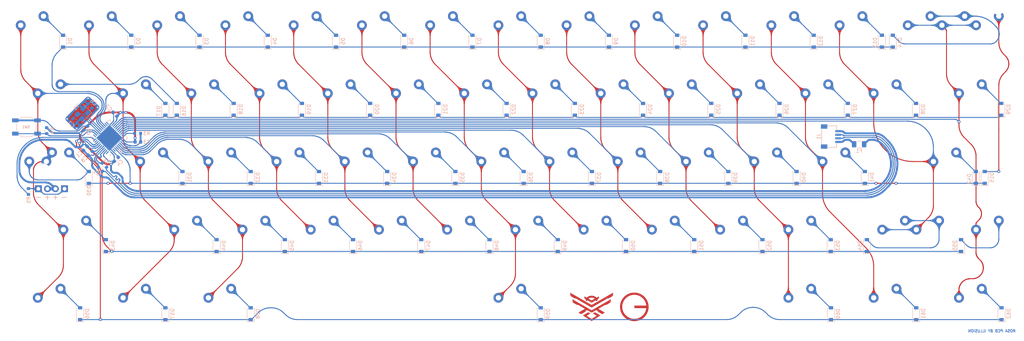
<source format=kicad_pcb>
(kicad_pcb (version 20171130) (host pcbnew "(5.1.7)-1")
  (layers (0 F.Cu signal) (31 B.Cu signal) (34 B.Paste user) (35 F.Paste user) (36 B.SilkS user) (37 F.SilkS user) (38 B.Mask user) (39 F.Mask user) (44 Edge.Cuts user))
  (net 0 "")
  (net 1 GND)
  (net 2 +5V)
  (net 3 XTAL1)
  (net 4 XTAL2)
  (net 5 "Net-(C8-Pad1)")
  (net 6 "Net-(D1-Pad2)")
  (net 7 Row0)
  (net 8 "Net-(D2-Pad2)")
  (net 9 "Net-(D3-Pad2)")
  (net 10 "Net-(D4-Pad2)")
  (net 11 "Net-(D5-Pad2)")
  (net 12 "Net-(D6-Pad2)")
  (net 13 "Net-(D7-Pad2)")
  (net 14 "Net-(D8-Pad2)")
  (net 15 "Net-(D9-Pad2)")
  (net 16 "Net-(D10-Pad2)")
  (net 17 "Net-(D11-Pad2)")
  (net 18 "Net-(D12-Pad2)")
  (net 19 "Net-(D13-Pad2)")
  (net 20 "Net-(D14-Pad2)")
  (net 21 "Net-(D15-Pad2)")
  (net 22 Row2)
  (net 23 "Net-(D16-Pad2)")
  (net 24 Row1)
  (net 25 "Net-(D17-Pad2)")
  (net 26 "Net-(D18-Pad2)")
  (net 27 "Net-(D19-Pad2)")
  (net 28 "Net-(D20-Pad2)")
  (net 29 "Net-(D21-Pad2)")
  (net 30 "Net-(D22-Pad2)")
  (net 31 "Net-(D23-Pad2)")
  (net 32 "Net-(D24-Pad2)")
  (net 33 "Net-(D25-Pad2)")
  (net 34 "Net-(D26-Pad2)")
  (net 35 "Net-(D27-Pad2)")
  (net 36 "Net-(D28-Pad2)")
  (net 37 "Net-(D29-Pad2)")
  (net 38 "Net-(D30-Pad2)")
  (net 39 "Net-(D31-Pad2)")
  (net 40 "Net-(D32-Pad2)")
  (net 41 "Net-(D33-Pad2)")
  (net 42 "Net-(D34-Pad2)")
  (net 43 "Net-(D35-Pad2)")
  (net 44 "Net-(D36-Pad2)")
  (net 45 "Net-(D37-Pad2)")
  (net 46 "Net-(D38-Pad2)")
  (net 47 "Net-(D39-Pad2)")
  (net 48 "Net-(D40-Pad2)")
  (net 49 "Net-(D41-Pad2)")
  (net 50 "Net-(D42-Pad2)")
  (net 51 "Net-(D43-Pad2)")
  (net 52 Row3)
  (net 53 "Net-(D44-Pad2)")
  (net 54 "Net-(D45-Pad2)")
  (net 55 "Net-(D46-Pad2)")
  (net 56 "Net-(D47-Pad2)")
  (net 57 "Net-(D48-Pad2)")
  (net 58 "Net-(D49-Pad2)")
  (net 59 "Net-(D50-Pad2)")
  (net 60 "Net-(D51-Pad2)")
  (net 61 "Net-(D52-Pad2)")
  (net 62 "Net-(D53-Pad2)")
  (net 63 "Net-(D54-Pad2)")
  (net 64 "Net-(D55-Pad2)")
  (net 65 "Net-(D56-Pad2)")
  (net 66 Row4)
  (net 67 "Net-(D57-Pad2)")
  (net 68 "Net-(D58-Pad2)")
  (net 69 "Net-(D59-Pad2)")
  (net 70 "Net-(D60-Pad2)")
  (net 71 "Net-(D61-Pad2)")
  (net 72 "Net-(D62-Pad2)")
  (net 73 VCC)
  (net 74 D-)
  (net 75 D+)
  (net 76 Col0)
  (net 77 Col1)
  (net 78 Col2)
  (net 79 Col3)
  (net 80 Col4)
  (net 81 Col5)
  (net 82 Col6)
  (net 83 Col7)
  (net 84 Col8)
  (net 85 Col9)
  (net 86 Col10)
  (net 87 Col11)
  (net 88 Col12)
  (net 89 Col13)
  (net 90 "Net-(MX31-Pad4)")
  (net 91 D1+)
  (net 92 D1-)
  (net 93 "Net-(R3-Pad2)")
  (net 94 RESET)
  (net 95 CAPS)
  (net 96 "Net-(U1-Pad42)")
  (net 97 "Net-(U1-Pad22)")
  (net 98 "Net-(U1-Pad12)")
  (net 99 "Net-(U1-Pad10)")
  (net 100 "Net-(U1-Pad1)")
  (net 101 "Net-(U1-Pad21)")
  (module board_logos:oggi-logo (layer F.Cu) (at 177.00625 85.725)
    (fp_text reference LOGO2 hide)
    (fp_text value O-LOGO hide)
    (fp_poly (pts (xy 0.31643 -3.975716) (xy 0.701259 -3.926279) (xy 1.07756 -3.840369) (xy 1.442746 -3.719076) (xy 1.794233 -3.563491) (xy 2.129435 -3.374704) (xy 2.445768 -3.153805) (xy 2.740645 -2.901884) (xy 3.011482 -2.620031) (xy 3.255694 -2.309337) (xy 3.470694 -1.97089) (xy 3.590276 -1.743304) (xy 3.747739 -1.371067) (xy 3.865947 -0.985975) (xy 3.944669 -0.591585) (xy 3.983675 -0.191456) (xy 3.982731 0.210856) (xy 3.941607 0.611793) (xy 3.860071 1.007797) (xy 3.785774 1.259417) (xy 3.637769 1.639081) (xy 3.452865 1.999199) (xy 3.23269 2.337762) (xy 2.978872 2.652765) (xy 2.693041 2.9422) (xy 2.376825 3.20406) (xy 2.031854 3.436338) (xy 2.006888 3.451308) (xy 1.686623 3.618975) (xy 1.341303 3.757483) (xy 0.978018 3.865218) (xy 0.603859 3.940568) (xy 0.225915 3.98192) (xy -0.148724 3.987661) (xy -0.31061 3.978497) (xy -0.718667 3.925233) (xy -1.113998 3.83225) (xy -1.494474 3.700817) (xy -1.857964 3.532201) (xy -2.202339 3.32767) (xy -2.525468 3.088491) (xy -2.82522 2.815932) (xy -3.099467 2.511262) (xy -3.346077 2.175747) (xy -3.350151 2.169584) (xy -3.544672 1.836955) (xy -3.705131 1.482687) (xy -3.830637 1.111442) (xy -3.920302 0.727881) (xy -3.973234 0.336665) (xy -3.988545 -0.057545) (xy -3.979684 -0.207472) (xy -3.36799 -0.207472) (xy -3.367468 0.165217) (xy -3.363397 0.227542) (xy -3.317478 0.592787) (xy -3.23439 0.941716) (xy -3.112186 1.281389) (xy -3.015018 1.49225) (xy -2.856709 1.773531) (xy -2.670518 2.036425) (xy -2.450118 2.289594) (xy -2.38125 2.360084) (xy -2.096875 2.615685) (xy -1.792886 2.834233) (xy -1.471222 3.015113) (xy -1.13382 3.157708) (xy -0.782616 3.261403) (xy -0.41955 3.325582) (xy -0.046557 3.34963) (xy 0.334424 3.33293) (xy 0.57936 3.300934) (xy 0.93346 3.221809) (xy 1.273921 3.104216) (xy 1.598139 2.950556) (xy 1.903512 2.763231) (xy 2.187437 2.544641) (xy 2.44731 2.297189) (xy 2.680529 2.023275) (xy 2.884491 1.725301) (xy 3.056593 1.405668) (xy 3.194231 1.066778) (xy 3.268485 0.820129) (xy 3.293996 0.712831) (xy 3.316452 0.602453) (xy 3.332294 0.507113) (xy 3.336092 0.47617) (xy 3.35018 0.338667) (xy 0.021167 0.338667) (xy 0.021167 -0.359833) (xy 3.364442 -0.359833) (xy 3.354735 -0.418041) (xy 3.324129 -0.593908) (xy 3.295726 -0.738605) (xy 3.267044 -0.86304) (xy 3.235604 -0.978116) (xy 3.205013 -1.07624) (xy 3.069438 -1.423786) (xy 2.896795 -1.752244) (xy 2.68889 -2.059283) (xy 2.447532 -2.342571) (xy 2.174529 -2.599775) (xy 1.871688 -2.828564) (xy 1.820334 -2.86254) (xy 1.504139 -3.043005) (xy 1.170066 -3.186899) (xy 0.822312 -3.293721) (xy 0.465075 -3.362964) (xy 0.102554 -3.394126) (xy -0.261053 -3.386702) (xy -0.621548 -3.340186) (xy -0.974733 -3.254077) (xy -1.099467 -3.213222) (xy -1.44714 -3.069724) (xy -1.771572 -2.892602) (xy -2.071081 -2.684416) (xy -2.343984 -2.447722) (xy -2.588598 -2.185078) (xy -2.803241 -1.899041) (xy -2.98623 -1.592169) (xy -3.135882 -1.267018) (xy -3.250514 -0.926147) (xy -3.328445 -0.572112) (xy -3.36799 -0.207472) (xy -3.979684 -0.207472) (xy -3.965344 -0.450087) (xy -3.913834 -0.783166) (xy -3.814042 -1.174872) (xy -3.676418 -1.550988) (xy -3.503087 -1.909115) (xy -3.29617 -2.246853) (xy -3.057792 -2.561802) (xy -2.790074 -2.851561) (xy -2.495142 -3.113732) (xy -2.175116 -3.345914) (xy -1.832121 -3.545708) (xy -1.46828 -3.710713) (xy -1.256471 -3.786942) (xy -0.863379 -3.894294) (xy -0.468474 -3.960814) (xy -0.074343 -3.987592) (xy 0.31643 -3.975716)) (layer F.Cu) (width 0.01))
  )
  (module board_logos:MY-LOGO-SVG (layer F.Cu) (at 165.1 85.725)
    (fp_text reference LOGO1 hide)
    (fp_text value O-LOGO hide)
    (fp_poly (pts (xy 0.110068 -3.109287) (xy 0.219853 -3.103346) (xy 0.312847 -3.094724) (xy 0.350654 -3.089254) (xy 0.606191 -3.02537) (xy 0.851143 -2.927853) (xy 1.076962 -2.800822) (xy 1.275099 -2.648397) (xy 1.285839 -2.638609) (xy 1.375761 -2.555841) (xy 1.692334 -2.738421) (xy 1.796401 -2.798073) (xy 1.887436 -2.849558) (xy 1.959258 -2.889438) (xy 2.005688 -2.914273) (xy 2.020453 -2.921) (xy 2.029451 -2.900482) (xy 2.03116 -2.840235) (xy 2.025649 -2.74222) (xy 2.012986 -2.608396) (xy 2.007877 -2.562203) (xy 1.983753 -2.350056) (xy 1.817377 -2.252516) (xy 1.651 -2.154977) (xy 1.651 -1.823515) (xy 1.455209 -1.710799) (xy 1.372885 -1.664488) (xy 1.303384 -1.627404) (xy 1.255267 -1.603994) (xy 1.23825 -1.598083) (xy 1.226071 -1.617393) (xy 1.214619 -1.667973) (xy 1.2065 -1.737522) (xy 1.195917 -1.876961) (xy 0.614945 -1.54173) (xy 0.471496 -1.459551) (xy 0.338812 -1.384672) (xy 0.221573 -1.319646) (xy 0.124459 -1.267026) (xy 0.052151 -1.229363) (xy 0.009327 -1.209212) (xy 0.000355 -1.2065) (xy -0.025659 -1.216755) (xy -0.083542 -1.245821) (xy -0.168617 -1.291145) (xy -0.276205 -1.350176) (xy -0.401627 -1.420361) (xy -0.540205 -1.499149) (xy -0.61459 -1.541909) (xy -1.195916 -1.877318) (xy -1.2065 -1.7377) (xy -1.214781 -1.667071) (xy -1.226257 -1.616861) (xy -1.23825 -1.598083) (xy -1.264339 -1.608096) (xy -1.318331 -1.63517) (xy -1.391665 -1.674857) (xy -1.455208 -1.710799) (xy -1.651 -1.823515) (xy -1.651 -2.157862) (xy -1.81736 -2.253819) (xy -1.934939 -2.321638) (xy -0.885773 -2.321638) (xy -0.882537 -2.307184) (xy -0.855236 -2.281676) (xy -0.801189 -2.243329) (xy -0.717714 -2.190357) (xy -0.602128 -2.120975) (xy -0.458775 -2.037452) (xy -0.334411 -1.965865) (xy -0.22259 -1.901845) (xy -0.128399 -1.848278) (xy -0.056925 -1.808046) (xy -0.013254 -1.784034) (xy -0.001839 -1.778402) (xy 0.01815 -1.788404) (xy 0.069708 -1.816733) (xy 0.147756 -1.860526) (xy 0.247215 -1.91692) (xy 0.363006 -1.983052) (xy 0.456971 -2.037009) (xy 0.606118 -2.123702) (xy 0.720587 -2.192313) (xy 0.803075 -2.244634) (xy 0.856283 -2.282457) (xy 0.882909 -2.307574) (xy 0.885808 -2.321597) (xy 0.836006 -2.365015) (xy 0.756982 -2.415347) (xy 0.659817 -2.466557) (xy 0.555594 -2.512611) (xy 0.491997 -2.536028) (xy 0.424214 -2.557498) (xy 0.36364 -2.572555) (xy 0.300284 -2.582316) (xy 0.224154 -2.587896) (xy 0.125259 -2.590411) (xy 0 -2.590978) (xy -0.130057 -2.590352) (xy -0.227782 -2.587729) (xy -0.303165 -2.581994) (xy -0.3662 -2.572031) (xy -0.426877 -2.556724) (xy -0.491997 -2.536028) (xy -0.594966 -2.496255) (xy -0.6978 -2.447568) (xy -0.789414 -2.396001) (xy -0.858726 -2.347586) (xy -0.885773 -2.321638) (xy -1.934939 -2.321638) (xy -1.983721 -2.349775) (xy -2.00786 -2.562063) (xy -2.022497 -2.70474) (xy -2.030194 -2.813285) (xy -2.03087 -2.885414) (xy -2.024442 -2.918847) (xy -2.020844 -2.921) (xy -1.999724 -2.910983) (xy -1.94812 -2.88321) (xy -1.872207 -2.8411) (xy -1.77816 -2.788072) (xy -1.692105 -2.738992) (xy -1.374522 -2.556984) (xy -1.285219 -2.63918) (xy -1.089826 -2.792317) (xy -0.866143 -2.920609) (xy -0.622815 -3.019893) (xy -0.36849 -3.086004) (xy -0.350654 -3.089254) (xy -0.273813 -3.098899) (xy -0.171159 -3.106435) (xy -0.059201 -3.110815) (xy 0 -3.1115) (xy 0.110068 -3.109287)) (layer F.Cu) (width 0.01))
    (fp_poly (pts (xy -5.974951 -3.932124) (xy -5.920898 -3.905138) (xy -5.836737 -3.860427) (xy -5.725702 -3.799787) (xy -5.591027 -3.725011) (xy -5.435946 -3.637897) (xy -5.263692 -3.540237) (xy -5.077501 -3.433828) (xy -4.8895 -3.325603) (xy -4.353695 -3.016111) (xy -3.853696 -2.727334) (xy -3.388664 -2.458789) (xy -2.957763 -2.209992) (xy -2.560154 -1.980461) (xy -2.194999 -1.769713) (xy -1.86146 -1.577265) (xy -1.558698 -1.402634) (xy -1.285877 -1.245337) (xy -1.042157 -1.104892) (xy -0.826701 -0.980816) (xy -0.638671 -0.872625) (xy -0.477229 -0.779837) (xy -0.341537 -0.701969) (xy -0.230757 -0.638538) (xy -0.14405 -0.589061) (xy -0.08058 -0.553056) (xy -0.039507 -0.530038) (xy -0.019993 -0.519527) (xy -0.018416 -0.518808) (xy 0.002803 -0.528014) (xy 0.058702 -0.557342) (xy 0.147338 -0.605686) (xy 0.266763 -0.67194) (xy 0.415033 -0.754999) (xy 0.590202 -0.853757) (xy 0.790325 -0.967109) (xy 1.013455 -1.093948) (xy 1.257648 -1.233169) (xy 1.520957 -1.383667) (xy 1.801438 -1.544335) (xy 2.097144 -1.714069) (xy 2.40613 -1.891763) (xy 2.726451 -2.076311) (xy 2.995084 -2.231329) (xy 3.322999 -2.420546) (xy 3.641028 -2.603765) (xy 3.947235 -2.779885) (xy 4.239686 -2.947804) (xy 4.516446 -3.106422) (xy 4.77558 -3.254637) (xy 5.015153 -3.391348) (xy 5.233232 -3.515453) (xy 5.42788 -3.625851) (xy 5.597165 -3.721441) (xy 5.73915 -3.801121) (xy 5.851901 -3.863791) (xy 5.933483 -3.908349) (xy 5.981963 -3.933694) (xy 5.995662 -3.939362) (xy 5.997613 -3.914694) (xy 5.993663 -3.855886) (xy 5.984884 -3.770552) (xy 5.97235 -3.666305) (xy 5.957132 -3.55076) (xy 5.940302 -3.431532) (xy 5.922934 -3.316234) (xy 5.906099 -3.212482) (xy 5.890869 -3.127888) (xy 5.878318 -3.070069) (xy 5.869993 -3.047004) (xy 5.843953 -3.028973) (xy 5.786979 -2.993862) (xy 5.704331 -2.944659) (xy 5.601269 -2.884355) (xy 5.483054 -2.815941) (xy 5.354947 -2.742406) (xy 5.222207 -2.666741) (xy 5.090096 -2.591937) (xy 4.963873 -2.520982) (xy 4.848799 -2.456868) (xy 4.750134 -2.402585) (xy 4.67314 -2.361124) (xy 4.623076 -2.335473) (xy 4.605711 -2.328333) (xy 4.580188 -2.347596) (xy 4.56805 -2.392115) (xy 4.561417 -2.455897) (xy 2.360084 -1.183907) (xy 2.014589 -0.984292) (xy 1.703923 -0.804853) (xy 1.426278 -0.644554) (xy 1.179844 -0.50236) (xy 0.962814 -0.377239) (xy 0.773379 -0.268154) (xy 0.609731 -0.174072) (xy 0.470061 -0.093958) (xy 0.352561 -0.026778) (xy 0.255422 0.028503) (xy 0.176837 0.07292) (xy 0.114996 0.107506) (xy 0.068092 0.133296) (xy 0.034316 0.151326) (xy 0.011859 0.162628) (xy -0.001087 0.168238) (xy -0.005555 0.169334) (xy -0.024439 0.158959) (xy -0.077768 0.128682) (xy -0.163329 0.079778) (xy -0.278912 0.013518) (xy -0.422303 -0.068825) (xy -0.591289 -0.165977) (xy -0.78366 -0.276667) (xy -0.997203 -0.39962) (xy -1.229705 -0.533564) (xy -1.478954 -0.677226) (xy -1.742739 -0.829334) (xy -2.018845 -0.988614) (xy -2.287107 -1.143429) (xy -4.561416 -2.456192) (xy -4.568049 -2.392263) (xy -4.582388 -2.343886) (xy -4.605621 -2.328333) (xy -4.629098 -2.338484) (xy -4.683903 -2.366944) (xy -4.764776 -2.410724) (xy -4.866459 -2.466833) (xy -4.983693 -2.532283) (xy -5.11122 -2.604083) (xy -5.243782 -2.679243) (xy -5.376121 -2.754775) (xy -5.502977 -2.827687) (xy -5.619092 -2.894992) (xy -5.719209 -2.953698) (xy -5.798068 -3.000817) (xy -5.850412 -3.033358) (xy -5.869993 -3.047194) (xy -5.879096 -3.073247) (xy -5.891875 -3.133172) (xy -5.907256 -3.219353) (xy -5.924167 -3.324171) (xy -5.941534 -3.440009) (xy -5.958286 -3.559249) (xy -5.97335 -3.674272) (xy -5.985652 -3.777462) (xy -5.994121 -3.8612) (xy -5.997682 -3.917869) (xy -5.995662 -3.93959) (xy -5.974951 -3.932124)) (layer F.Cu) (width 0.01))
    (fp_poly (pts (xy -5.360979 -2.092516) (xy -5.339332 -2.083716) (xy -5.306118 -2.06785) (xy -5.259676 -2.043979) (xy -5.198343 -2.011163) (xy -5.120458 -1.968465) (xy -5.024361 -1.914943) (xy -4.90839 -1.849659) (xy -4.770883 -1.771675) (xy -4.610181 -1.68005) (xy -4.42462 -1.573845) (xy -4.212541 -1.452121) (xy -3.972281 -1.313939) (xy -3.702181 -1.15836) (xy -3.400577 -0.984444) (xy -3.06581 -0.791252) (xy -2.696217 -0.577846) (xy -2.664005 -0.559242) (xy -2.355969 -0.38146) (xy -2.057731 -0.209575) (xy -1.77137 -0.044775) (xy -1.498965 0.111754) (xy -1.242595 0.258827) (xy -1.004338 0.395256) (xy -0.786273 0.519855) (xy -0.590479 0.631438) (xy -0.419034 0.728818) (xy -0.274018 0.810808) (xy -0.157509 0.876224) (xy -0.071585 0.923877) (xy -0.018326 0.952581) (xy 0 0.961236) (xy 0.021737 0.950854) (xy 0.078031 0.920446) (xy 0.166805 0.871198) (xy 0.285981 0.804294) (xy 0.43348 0.720921) (xy 0.607225 0.622264) (xy 0.805137 0.509509) (xy 1.025138 0.38384) (xy 1.26515 0.246443) (xy 1.523095 0.098504) (xy 1.796895 -0.058792) (xy 2.084472 -0.224259) (xy 2.383748 -0.396713) (xy 2.665877 -0.55951) (xy 3.037906 -0.774283) (xy 3.374977 -0.968777) (xy 3.678758 -1.143937) (xy 3.95092 -1.300707) (xy 4.193131 -1.440032) (xy 4.407063 -1.562856) (xy 4.594384 -1.670124) (xy 4.756765 -1.762781) (xy 4.895876 -1.84177) (xy 5.013386 -1.908036) (xy 5.110964 -1.962525) (xy 5.190282 -2.00618) (xy 5.253008 -2.039945) (xy 5.300812 -2.064766) (xy 5.335364 -2.081587) (xy 5.358335 -2.091353) (xy 5.371393 -2.095008) (xy 5.376209 -2.093496) (xy 5.37633 -2.092677) (xy 5.373394 -2.069491) (xy 5.365374 -2.012448) (xy 5.353449 -1.929555) (xy 5.338795 -1.828822) (xy 5.322591 -1.718259) (xy 5.306014 -1.605876) (xy 5.290241 -1.49968) (xy 5.27645 -1.407682) (xy 5.265819 -1.337892) (xy 5.259608 -1.298806) (xy 5.254479 -1.279555) (xy 5.243421 -1.260129) (xy 5.22271 -1.238024) (xy 5.188624 -1.210739) (xy 5.137442 -1.175771) (xy 5.065441 -1.130616) (xy 4.968899 -1.072774) (xy 4.844093 -0.999741) (xy 4.687301 -0.909014) (xy 4.63479 -0.878733) (xy 4.486857 -0.793836) (xy 4.349326 -0.715622) (xy 4.226813 -0.64666) (xy 4.123933 -0.58952) (xy 4.045299 -0.54677) (xy 3.995526 -0.520981) (xy 3.980545 -0.51445) (xy 3.952604 -0.514327) (xy 3.938571 -0.539823) (xy 3.933112 -0.580414) (xy 3.926417 -0.657032) (xy 2.899995 -0.064416) (xy 2.709515 0.045792) (xy 2.530326 0.149919) (xy 2.365734 0.24601) (xy 2.219049 0.332114) (xy 2.093578 0.406278) (xy 1.992628 0.46655) (xy 1.919508 0.510975) (xy 1.877524 0.537602) (xy 1.868444 0.544559) (xy 1.885185 0.558058) (xy 1.93516 0.590454) (xy 2.014848 0.63964) (xy 2.120726 0.70351) (xy 2.249275 0.779957) (xy 2.396972 0.866873) (xy 2.560296 0.962152) (xy 2.735726 1.063687) (xy 2.7467 1.070013) (xy 2.923046 1.172206) (xy 3.087663 1.268693) (xy 3.236996 1.357313) (xy 3.367493 1.435906) (xy 3.475599 1.50231) (xy 3.55776 1.554366) (xy 3.610423 1.589912) (xy 3.630034 1.606787) (xy 3.630084 1.607112) (xy 3.612633 1.626723) (xy 3.565026 1.66218) (xy 3.494376 1.70926) (xy 3.407799 1.763736) (xy 3.312409 1.821385) (xy 3.215323 1.87798) (xy 3.123654 1.929297) (xy 3.044517 1.971111) (xy 2.985028 1.999197) (xy 2.95275 2.009329) (xy 2.924976 1.999248) (xy 2.86651 1.970631) (xy 2.78259 1.926487) (xy 2.678456 1.869826) (xy 2.559347 1.803655) (xy 2.430501 1.730985) (xy 2.297158 1.654824) (xy 2.164556 1.578182) (xy 2.037935 1.504067) (xy 1.922534 1.435489) (xy 1.823592 1.375457) (xy 1.746347 1.326979) (xy 1.696039 1.293065) (xy 1.677994 1.277162) (xy 1.688885 1.251254) (xy 1.726175 1.219557) (xy 1.734203 1.214581) (xy 1.79852 1.176588) (xy 1.571302 1.043135) (xy 1.480098 0.990672) (xy 1.39871 0.94588) (xy 1.335889 0.913442) (xy 1.300387 0.898042) (xy 1.299962 0.897925) (xy 1.273824 0.901766) (xy 1.22338 0.921867) (xy 1.146489 0.959342) (xy 1.04101 1.015309) (xy 0.904802 1.090883) (xy 0.735723 1.18718) (xy 0.649617 1.236835) (xy 0.502657 1.321117) (xy 0.365974 1.398123) (xy 0.244212 1.46534) (xy 0.142017 1.52026) (xy 0.064036 1.560371) (xy 0.014915 1.583162) (xy 0.000724 1.5875) (xy -0.027365 1.577189) (xy -0.087288 1.547936) (xy -0.174386 1.502258) (xy -0.284001 1.442674) (xy -0.411476 1.371701) (xy -0.552154 1.291858) (xy -0.645266 1.23825) (xy -0.791019 1.154312) (xy -0.925635 1.07762) (xy -1.04461 1.010675) (xy -1.143443 0.955977) (xy -1.217631 0.916027) (xy -1.262674 0.893324) (xy -1.274154 0.889) (xy -1.301106 0.899076) (xy -1.35697 0.926672) (xy -1.434173 0.967841) (xy -1.525139 1.018638) (xy -1.547278 1.031306) (xy -1.794836 1.173612) (xy -1.731948 1.211856) (xy -1.692121 1.244017) (xy -1.676872 1.272756) (xy -1.677414 1.275925) (xy -1.697711 1.293713) (xy -1.74987 1.328872) (xy -1.828651 1.378389) (xy -1.928812 1.439252) (xy -2.045112 1.508447) (xy -2.172311 1.582961) (xy -2.305169 1.659782) (xy -2.438443 1.735896) (xy -2.566894 1.808292) (xy -2.685281 1.873955) (xy -2.788363 1.929874) (xy -2.870899 1.973035) (xy -2.927648 2.000425) (xy -2.95275 2.009102) (xy -2.984301 1.998228) (xy -3.045218 1.969055) (xy -3.12863 1.925171) (xy -3.227667 1.870165) (xy -3.312583 1.821121) (xy -3.416062 1.758843) (xy -3.505428 1.702174) (xy -3.574748 1.655112) (xy -3.618089 1.621656) (xy -3.630083 1.607124) (xy -3.612282 1.591365) (xy -3.561248 1.556814) (xy -3.480533 1.505632) (xy -3.373691 1.439975) (xy -3.244274 1.362004) (xy -3.095835 1.273876) (xy -2.931926 1.177751) (xy -2.756102 1.075788) (xy -2.746491 1.070246) (xy -2.570255 0.968379) (xy -2.405721 0.872737) (xy -2.256437 0.78542) (xy -2.125948 0.708527) (xy -2.017799 0.644158) (xy -1.935535 0.594412) (xy -1.882703 0.561388) (xy -1.862848 0.547186) (xy -1.862783 0.546981) (xy -1.880573 0.534129) (xy -1.931804 0.502143) (xy -2.013196 0.45296) (xy -2.121472 0.388512) (xy -2.253354 0.310738) (xy -2.405564 0.22157) (xy -2.574823 0.122946) (xy -2.757855 0.0168) (xy -2.894541 -0.062168) (xy -3.926416 -0.657381) (xy -3.933111 -0.580589) (xy -3.94135 -0.530063) (xy -3.958397 -0.512246) (xy -3.980259 -0.514375) (xy -4.005842 -0.526604) (xy -4.062708 -0.556995) (xy -4.145498 -0.6025) (xy -4.248857 -0.660072) (xy -4.367428 -0.726665) (xy -4.495855 -0.799231) (xy -4.628782 -0.874723) (xy -4.760852 -0.950095) (xy -4.886709 -1.022299) (xy -5.000997 -1.088289) (xy -5.098358 -1.145017) (xy -5.173438 -1.189437) (xy -5.220879 -1.218502) (xy -5.234547 -1.227877) (xy -5.240952 -1.250533) (xy -5.252397 -1.307407) (xy -5.26763 -1.390855) (xy -5.285399 -1.493232) (xy -5.30445 -1.606892) (xy -5.323532 -1.724192) (xy -5.341392 -1.837487) (xy -5.356778 -1.939132) (xy -5.368438 -2.021481) (xy -5.375119 -2.076891) (xy -5.376213 -2.092677) (xy -5.372718 -2.09519) (xy -5.360979 -2.092516)) (layer F.Cu) (width 0.01))
    (fp_poly (pts (xy 0.933765 1.534225) (xy 0.990637 1.56308) (xy 1.073657 1.607841) (xy 1.178142 1.66578) (xy 1.299407 1.73417) (xy 1.43277 1.810285) (xy 1.573546 1.891398) (xy 1.717051 1.974783) (xy 1.858602 2.057713) (xy 1.993516 2.137462) (xy 2.117108 2.211303) (xy 2.224695 2.276509) (xy 2.311593 2.330354) (xy 2.373118 2.370111) (xy 2.404587 2.393053) (xy 2.407685 2.397195) (xy 2.389508 2.411115) (xy 2.339258 2.445601) (xy 2.260488 2.49835) (xy 2.156749 2.567058) (xy 2.031594 2.649424) (xy 1.888576 2.743145) (xy 1.731247 2.845917) (xy 1.563159 2.955439) (xy 1.387865 3.069407) (xy 1.208916 3.185518) (xy 1.029866 3.301471) (xy 0.854266 3.414961) (xy 0.685669 3.523687) (xy 0.527627 3.625346) (xy 0.383692 3.717635) (xy 0.257418 3.798251) (xy 0.152356 3.864891) (xy 0.072058 3.915253) (xy 0.020077 3.947034) (xy 0 3.957934) (xy -0.019125 3.946731) (xy -0.070874 3.914438) (xy -0.152309 3.862932) (xy -0.260491 3.794091) (xy -0.392483 3.709792) (xy -0.545348 3.611912) (xy -0.716148 3.50233) (xy -0.901945 3.382923) (xy -1.099801 3.255568) (xy -1.205891 3.187204) (xy -1.408881 3.056126) (xy -1.601205 2.931504) (xy -1.779932 2.815266) (xy -1.942127 2.70934) (xy -2.08486 2.615654) (xy -2.205197 2.536136) (xy -2.300206 2.472713) (xy -2.366955 2.427312) (xy -2.40251 2.401863) (xy -2.40769 2.39718) (xy -2.391424 2.38308) (xy -2.342989 2.350875) (xy -2.267068 2.303294) (xy -2.168345 2.243066) (xy -2.051503 2.17292) (xy -1.921224 2.095584) (xy -1.782193 2.013787) (xy -1.639093 1.930258) (xy -1.496606 1.847725) (xy -1.359416 1.768918) (xy -1.232205 1.696565) (xy -1.119659 1.633395) (xy -1.026459 1.582137) (xy -0.957288 1.545519) (xy -0.916831 1.526271) (xy -0.909103 1.524) (xy -0.882118 1.533904) (xy -0.827172 1.560487) (xy -0.752846 1.59906) (xy -0.667724 1.64493) (xy -0.580386 1.693408) (xy -0.499415 1.739803) (xy -0.433393 1.779423) (xy -0.392616 1.806308) (xy -0.372738 1.824081) (xy -0.372752 1.840964) (xy -0.397799 1.864107) (xy -0.453022 1.900659) (xy -0.466699 1.9093) (xy -0.519318 1.941395) (xy -0.601493 1.9902) (xy -0.70599 2.05148) (xy -0.825577 2.121) (xy -0.953018 2.194527) (xy -1.001175 2.222163) (xy -1.139627 2.30217) (xy -1.24433 2.364434) (xy -1.318785 2.411328) (xy -1.366492 2.445227) (xy -1.390949 2.468505) (xy -1.395657 2.483536) (xy -1.392759 2.487804) (xy -1.363363 2.510004) (xy -1.304207 2.550618) (xy -1.220066 2.606608) (xy -1.115718 2.674937) (xy -0.995937 2.752568) (xy -0.8655 2.836464) (xy -0.729182 2.923586) (xy -0.591759 3.010898) (xy -0.458008 3.095361) (xy -0.332704 3.17394) (xy -0.220623 3.243596) (xy -0.126541 3.301291) (xy -0.055233 3.343989) (xy -0.011477 3.368653) (xy 0 3.373576) (xy 0.022976 3.362564) (xy 0.07666 3.331504) (xy 0.156273 3.283433) (xy 0.25704 3.221388) (xy 0.374181 3.148407) (xy 0.502921 3.067526) (xy 0.638481 2.981782) (xy 0.776085 2.894213) (xy 0.910955 2.807857) (xy 1.038313 2.725749) (xy 1.153382 2.650929) (xy 1.251385 2.586431) (xy 1.327545 2.535295) (xy 1.377084 2.500557) (xy 1.392981 2.48799) (xy 1.395161 2.476283) (xy 1.380401 2.457648) (xy 1.345357 2.429856) (xy 1.286688 2.390679) (xy 1.201048 2.33789) (xy 1.085097 2.26926) (xy 0.93549 2.18256) (xy 0.929904 2.179344) (xy 0.797095 2.102529) (xy 0.674664 2.031018) (xy 0.567947 1.967983) (xy 0.482279 1.916597) (xy 0.422996 1.880031) (xy 0.396035 1.861958) (xy 0.380734 1.847416) (xy 0.377335 1.833061) (xy 0.39049 1.814939) (xy 0.42485 1.789097) (xy 0.485069 1.751581) (xy 0.575799 1.698438) (xy 0.615398 1.675544) (xy 0.711573 1.621162) (xy 0.796267 1.575429) (xy 0.862046 1.542199) (xy 0.901474 1.525328) (xy 0.907724 1.524) (xy 0.933765 1.534225)) (layer F.Cu) (width 0.01))
  )
  (module MX_Only:MXOnly-1.25U-FLIPPED (layer F.Cu) (at 11.90625 47.625)
    (fp_text reference MX31)
    (fp_text value MX-LED)
    (pad 2 thru_hole circle (at 2.54 -5.08) (size 2.75 2.75) (drill 1.47) (layers *.Cu B.Mask) (net 76 Col0))
    (pad "" np_thru_hole circle (at 0 0) (size 3.9878 3.9878) (drill 3.9878) (layers *.Cu *.Mask))
    (pad 1 thru_hole circle (at -3.81 -2.54) (size 2.75 2.75) (drill 1.47) (layers *.Cu B.Mask) (net 38 "Net-(D30-Pad2)"))
    (pad 3 thru_hole circle (at 1.27 5.08) (size 1.905 1.905) (drill 1.04) (layers *.Cu B.Mask) (net 2 +5V))
    (pad 4 thru_hole rect (at -1.27 5.08) (size 1.905 1.905) (drill 1.04) (layers *.Cu B.Mask) (net 90 "Net-(MX31-Pad4)"))
    (pad "" np_thru_hole circle (at -5.08 0 48.0996) (size 1.75 1.75) (drill 1.75) (layers *.Cu *.Mask))
    (pad "" np_thru_hole circle (at 5.08 0 48.0996) (size 1.75 1.75) (drill 1.75) (layers *.Cu *.Mask))
  )
  (module Crystal:Crystal_SMD_3225-4Pin_3.2x2.5mm (layer B.Cu) (at 22.963591 31.680611 225)
    (fp_text reference Y1 (at 0 2.45 45) (layer B.SilkS) (effects (justify mirror)))
    (fp_text value 16MHz)
    (pad 4 smd rect (at -1.1 0.85 225) (size 1.4 1.2) (layers B.Cu B.Paste B.Mask) (net 1 GND))
    (pad 3 smd rect (at 1.1 0.85 225) (size 1.4 1.2) (layers B.Cu B.Paste B.Mask) (net 4 XTAL2))
    (pad 2 smd rect (at 1.1 -0.85 225) (size 1.4 1.2) (layers B.Cu B.Paste B.Mask) (net 1 GND))
    (pad 1 smd rect (at -1.1 -0.85 225) (size 1.4 1.2) (layers B.Cu B.Paste B.Mask) (net 3 XTAL1))
  )
  (module Package_DFN_QFN:QFN-44-1EP_7x7mm_P0.5mm_EP5.2x5.2mm (layer B.Cu) (at 30.48 38.481 45)
    (fp_text reference U1 (at 0 4.82 45) (layer B.SilkS) (effects (justify mirror)))
    (fp_text value ATmega32U4-MU)
    (pad 45 smd rect (at 0 0 45) (size 5.2 5.2) (layers B.Cu B.Mask) (net 1 GND))
    (pad 44 smd roundrect (at -2.5 3.3375 45) (size 0.25 1.075) (layers B.Cu B.Paste B.Mask) (net 2 +5V))
    (pad 43 smd roundrect (at -2 3.3375 45) (size 0.25 1.075) (layers B.Cu B.Paste B.Mask) (net 1 GND))
    (pad 42 smd roundrect (at -1.5 3.3375 45) (size 0.25 1.075) (layers B.Cu B.Paste B.Mask) (net 96 "Net-(U1-Pad42)"))
    (pad 41 smd roundrect (at -1 3.3375 45) (size 0.25 1.075) (layers B.Cu B.Paste B.Mask) (net 22 Row2))
    (pad 40 smd roundrect (at -0.5 3.3375 45) (size 0.25 1.075) (layers B.Cu B.Paste B.Mask) (net 78 Col2))
    (pad 39 smd roundrect (at 0 3.3375 45) (size 0.25 1.075) (layers B.Cu B.Paste B.Mask) (net 79 Col3))
    (pad 38 smd roundrect (at 0.5 3.3375 45) (size 0.25 1.075) (layers B.Cu B.Paste B.Mask) (net 80 Col4))
    (pad 37 smd roundrect (at 1 3.3375 45) (size 0.25 1.075) (layers B.Cu B.Paste B.Mask) (net 81 Col5))
    (pad 36 smd roundrect (at 1.5 3.3375 45) (size 0.25 1.075) (layers B.Cu B.Paste B.Mask) (net 82 Col6))
    (pad 35 smd roundrect (at 2 3.3375 45) (size 0.25 1.075) (layers B.Cu B.Paste B.Mask) (net 1 GND))
    (pad 34 smd roundrect (at 2.5 3.3375 45) (size 0.25 1.075) (layers B.Cu B.Paste B.Mask) (net 2 +5V))
    (pad 33 smd roundrect (at 3.3375 2.5 45) (size 1.075 0.25) (layers B.Cu B.Paste B.Mask) (net 93 "Net-(R3-Pad2)"))
    (pad 32 smd roundrect (at 3.3375 2 45) (size 1.075 0.25) (layers B.Cu B.Paste B.Mask) (net 83 Col7))
    (pad 31 smd roundrect (at 3.3375 1.5 45) (size 1.075 0.25) (layers B.Cu B.Paste B.Mask) (net 84 Col8))
    (pad 30 smd roundrect (at 3.3375 1 45) (size 1.075 0.25) (layers B.Cu B.Paste B.Mask) (net 85 Col9))
    (pad 29 smd roundrect (at 3.3375 0.5 45) (size 1.075 0.25) (layers B.Cu B.Paste B.Mask) (net 86 Col10))
    (pad 28 smd roundrect (at 3.3375 0 45) (size 1.075 0.25) (layers B.Cu B.Paste B.Mask) (net 87 Col11))
    (pad 27 smd roundrect (at 3.3375 -0.5 45) (size 1.075 0.25) (layers B.Cu B.Paste B.Mask) (net 88 Col12))
    (pad 26 smd roundrect (at 3.3375 -1 45) (size 1.075 0.25) (layers B.Cu B.Paste B.Mask) (net 89 Col13))
    (pad 25 smd roundrect (at 3.3375 -1.5 45) (size 1.075 0.25) (layers B.Cu B.Paste B.Mask) (net 24 Row1))
    (pad 24 smd roundrect (at 3.3375 -2 45) (size 1.075 0.25) (layers B.Cu B.Paste B.Mask) (net 2 +5V))
    (pad 23 smd roundrect (at 3.3375 -2.5 45) (size 1.075 0.25) (layers B.Cu B.Paste B.Mask) (net 1 GND))
    (pad 22 smd roundrect (at 2.5 -3.3375 45) (size 0.25 1.075) (layers B.Cu B.Paste B.Mask) (net 97 "Net-(U1-Pad22)"))
    (pad 21 smd roundrect (at 2 -3.3375 45) (size 0.25 1.075) (layers B.Cu B.Paste B.Mask) (net 101 "Net-(U1-Pad21)"))
    (pad 20 smd roundrect (at 1.5 -3.3375 45) (size 0.25 1.075) (layers B.Cu B.Paste B.Mask) (net 77 Col1))
    (pad 19 smd roundrect (at 1 -3.3375 45) (size 0.25 1.075) (layers B.Cu B.Paste B.Mask) (net 7 Row0))
    (pad 18 smd roundrect (at 0.5 -3.3375 45) (size 0.25 1.075) (layers B.Cu B.Paste B.Mask) (net 76 Col0))
    (pad 17 smd roundrect (at 0 -3.3375 45) (size 0.25 1.075) (layers B.Cu B.Paste B.Mask) (net 3 XTAL1))
    (pad 16 smd roundrect (at -0.5 -3.3375 45) (size 0.25 1.075) (layers B.Cu B.Paste B.Mask) (net 4 XTAL2))
    (pad 15 smd roundrect (at -1 -3.3375 45) (size 0.25 1.075) (layers B.Cu B.Paste B.Mask) (net 1 GND))
    (pad 14 smd roundrect (at -1.5 -3.3375 45) (size 0.25 1.075) (layers B.Cu B.Paste B.Mask) (net 2 +5V))
    (pad 13 smd roundrect (at -2 -3.3375 45) (size 0.25 1.075) (layers B.Cu B.Paste B.Mask) (net 94 RESET))
    (pad 12 smd roundrect (at -2.5 -3.3375 45) (size 0.25 1.075) (layers B.Cu B.Paste B.Mask) (net 98 "Net-(U1-Pad12)"))
    (pad 11 smd roundrect (at -3.3375 -2.5 45) (size 1.075 0.25) (layers B.Cu B.Paste B.Mask) (net 95 CAPS))
    (pad 10 smd roundrect (at -3.3375 -2 45) (size 1.075 0.25) (layers B.Cu B.Paste B.Mask) (net 99 "Net-(U1-Pad10)"))
    (pad 9 smd roundrect (at -3.3375 -1.5 45) (size 1.075 0.25) (layers B.Cu B.Paste B.Mask) (net 66 Row4))
    (pad 8 smd roundrect (at -3.3375 -1 45) (size 1.075 0.25) (layers B.Cu B.Paste B.Mask) (net 52 Row3))
    (pad 7 smd roundrect (at -3.3375 -0.5 45) (size 1.075 0.25) (layers B.Cu B.Paste B.Mask) (net 2 +5V))
    (pad 6 smd roundrect (at -3.3375 0 45) (size 1.075 0.25) (layers B.Cu B.Paste B.Mask) (net 5 "Net-(C8-Pad1)"))
    (pad 5 smd roundrect (at -3.3375 0.5 45) (size 1.075 0.25) (layers B.Cu B.Paste B.Mask) (net 1 GND))
    (pad 4 smd roundrect (at -3.3375 1 45) (size 1.075 0.25) (layers B.Cu B.Paste B.Mask) (net 91 D1+))
    (pad 3 smd roundrect (at -3.3375 1.5 45) (size 1.075 0.25) (layers B.Cu B.Paste B.Mask) (net 92 D1-))
    (pad 2 smd roundrect (at -3.3375 2 45) (size 1.075 0.25) (layers B.Cu B.Paste B.Mask) (net 2 +5V))
    (pad 1 smd roundrect (at -3.3375 2.5 45) (size 1.075 0.25) (layers B.Cu B.Paste B.Mask) (net 100 "Net-(U1-Pad1)"))
  )
  (module footprints-and-logos:K2-1187SQ-A4SW-06 (layer B.Cu) (at 7.3025 35.433 180)
    (fp_text reference SW1 (at 0.1 0 180) (layer B.SilkS) (effects (font (size 0.7 0.7)) (justify mirror)))
    (fp_text value SW_Push)
    (pad 2 smd rect (at 3.1 -1.85 180) (size 1.8 1.1) (layers B.Cu B.Paste B.Mask) (net 94 RESET))
    (pad 2 smd rect (at -3.1 -1.85 180) (size 1.8 1.1) (layers B.Cu B.Paste B.Mask) (net 94 RESET))
    (pad 1 smd rect (at 3.1 1.85 180) (size 1.8 1.1) (layers B.Cu B.Paste B.Mask) (net 1 GND))
    (pad 1 smd rect (at -3.1 1.85 180) (size 1.8 1.1) (layers B.Cu B.Paste B.Mask) (net 1 GND))
  )
  (module Resistor_SMD:R_0603_1608Metric (layer B.Cu) (at 7.874 53.467 90)
    (fp_text reference R5 (at -2.3495 0.0635 90) (layer B.SilkS) (effects (justify mirror)))
    (fp_text value 470)
    (pad 1 smd roundrect (at -0.825 0 90) (size 0.8 0.95) (layers B.Cu B.Paste B.Mask) (net 95 CAPS))
    (pad 2 smd roundrect (at 0.825 0 90) (size 0.8 0.95) (layers B.Cu B.Paste B.Mask) (net 90 "Net-(MX31-Pad4)"))
  )
  (module Resistor_SMD:R_0603_1608Metric (layer B.Cu) (at 12.954 36.449 270)
    (fp_text reference R4 (at 0 -1.524 90) (layer B.SilkS) (effects (justify mirror)))
    (fp_text value 10k)
    (pad 1 smd roundrect (at -0.825 0 270) (size 0.8 0.95) (layers B.Cu B.Paste B.Mask) (net 2 +5V))
    (pad 2 smd roundrect (at 0.825 0 270) (size 0.8 0.95) (layers B.Cu B.Paste B.Mask) (net 94 RESET))
  )
  (module Resistor_SMD:R_0603_1608Metric (layer B.Cu) (at 38.354 37.211 180)
    (fp_text reference R3 (at -2.54 0) (layer B.SilkS) (effects (justify mirror)))
    (fp_text value 10k)
    (pad 1 smd roundrect (at -0.825 0 180) (size 0.8 0.95) (layers B.Cu B.Paste B.Mask) (net 1 GND))
    (pad 2 smd roundrect (at 0.825 0 180) (size 0.8 0.95) (layers B.Cu B.Paste B.Mask) (net 93 "Net-(R3-Pad2)"))
  )
  (module Resistor_SMD:R_0603_1608Metric (layer B.Cu) (at 29.083 46.101 315)
    (fp_text reference R2 (at -0.404112 -1.302137 135) (layer B.SilkS) (effects (justify mirror)))
    (fp_text value 22)
    (pad 1 smd roundrect (at -0.825 0 315) (size 0.8 0.95) (layers B.Cu B.Paste B.Mask) (net 92 D1-))
    (pad 2 smd roundrect (at 0.825 0 315) (size 0.8 0.95) (layers B.Cu B.Paste B.Mask) (net 74 D-))
  )
  (module Resistor_SMD:R_0603_1608Metric (layer B.Cu) (at 27.94 47.244 315)
    (fp_text reference R1 (at 0 1.43 135) (layer B.SilkS) (effects (justify mirror)))
    (fp_text value 22)
    (pad 1 smd roundrect (at -0.825 0 315) (size 0.8 0.95) (layers B.Cu B.Paste B.Mask) (net 91 D1+))
    (pad 2 smd roundrect (at 0.825 0 315) (size 0.8 0.95) (layers B.Cu B.Paste B.Mask) (net 75 D+))
  )
  (module MX_Only:MXOnly-1.5U-NoLED (layer F.Cu) (at 271.4625 85.725)
    (fp_text reference MX65)
    (fp_text value MX-NoLED)
    (pad 2 thru_hole circle (at 2.54 -5.08) (size 2.75 2.75) (drill 1.47) (layers *.Cu B.Mask) (net 72 "Net-(D62-Pad2)"))
    (pad "" np_thru_hole circle (at 0 0) (size 3.9878 3.9878) (drill 3.9878) (layers *.Cu *.Mask))
    (pad 1 thru_hole circle (at -3.81 -2.54) (size 2.75 2.75) (drill 1.47) (layers *.Cu B.Mask) (net 89 Col13))
    (pad "" np_thru_hole circle (at -5.08 0 48.0996) (size 1.75 1.75) (drill 1.75) (layers *.Cu *.Mask))
    (pad "" np_thru_hole circle (at 5.08 0 48.0996) (size 1.75 1.75) (drill 1.75) (layers *.Cu *.Mask))
  )
  (module MX_Only:MXOnly-1U-NoLED (layer F.Cu) (at 247.65 85.725)
    (fp_text reference MX64)
    (fp_text value MX-NoLED)
    (pad 2 thru_hole circle (at 2.54 -5.08) (size 2.75 2.75) (drill 1.47) (layers *.Cu B.Mask) (net 71 "Net-(D61-Pad2)"))
    (pad "" np_thru_hole circle (at 0 0) (size 3.9878 3.9878) (drill 3.9878) (layers *.Cu *.Mask))
    (pad 1 thru_hole circle (at -3.81 -2.54) (size 2.75 2.75) (drill 1.47) (layers *.Cu B.Mask) (net 87 Col11))
    (pad "" np_thru_hole circle (at -5.08 0 48.0996) (size 1.75 1.75) (drill 1.75) (layers *.Cu *.Mask))
    (pad "" np_thru_hole circle (at 5.08 0 48.0996) (size 1.75 1.75) (drill 1.75) (layers *.Cu *.Mask))
  )
  (module MX_Only:MXOnly-1.5U-NoLED (layer F.Cu) (at 223.8375 85.725)
    (fp_text reference MX63)
    (fp_text value MX-NoLED)
    (pad 2 thru_hole circle (at 2.54 -5.08) (size 2.75 2.75) (drill 1.47) (layers *.Cu B.Mask) (net 70 "Net-(D60-Pad2)"))
    (pad "" np_thru_hole circle (at 0 0) (size 3.9878 3.9878) (drill 3.9878) (layers *.Cu *.Mask))
    (pad 1 thru_hole circle (at -3.81 -2.54) (size 2.75 2.75) (drill 1.47) (layers *.Cu B.Mask) (net 86 Col10))
    (pad "" np_thru_hole circle (at -5.08 0 48.0996) (size 1.75 1.75) (drill 1.75) (layers *.Cu *.Mask))
    (pad "" np_thru_hole circle (at 5.08 0 48.0996) (size 1.75 1.75) (drill 1.75) (layers *.Cu *.Mask))
  )
  (module MX_Only:MXOnly-7U-ReversedStabilizers-NoLED (layer F.Cu) (at 142.875 85.725)
    (fp_text reference MX62)
    (fp_text value MX-NoLED)
    (pad 2 thru_hole circle (at 2.54 -5.08) (size 2.75 2.75) (drill 1.47) (layers *.Cu B.Mask) (net 69 "Net-(D59-Pad2)"))
    (pad "" np_thru_hole circle (at 0 0) (size 3.9878 3.9878) (drill 3.9878) (layers *.Cu *.Mask))
    (pad 1 thru_hole circle (at -3.81 -2.54) (size 2.75 2.75) (drill 1.47) (layers *.Cu B.Mask) (net 82 Col6))
    (pad "" np_thru_hole circle (at -5.08 0 48.0996) (size 1.75 1.75) (drill 1.75) (layers *.Cu *.Mask))
    (pad "" np_thru_hole circle (at 5.08 0 48.0996) (size 1.75 1.75) (drill 1.75) (layers *.Cu *.Mask))
    (pad "" np_thru_hole circle (at -57.15 6.985) (size 3.048 3.048) (drill 3.048) (layers *.Cu *.Mask))
    (pad "" np_thru_hole circle (at 57.15 6.985) (size 3.048 3.048) (drill 3.048) (layers *.Cu *.Mask))
    (pad "" np_thru_hole circle (at -57.15 -8.255) (size 3.9878 3.9878) (drill 3.9878) (layers *.Cu *.Mask))
    (pad "" np_thru_hole circle (at 57.15 -8.255) (size 3.9878 3.9878) (drill 3.9878) (layers *.Cu *.Mask))
  )
  (module MX_Only:MXOnly-1.5U-NoLED (layer F.Cu) (at 61.9125 85.725)
    (fp_text reference MX61)
    (fp_text value MX-NoLED)
    (pad 2 thru_hole circle (at 2.54 -5.08) (size 2.75 2.75) (drill 1.47) (layers *.Cu B.Mask) (net 68 "Net-(D58-Pad2)"))
    (pad "" np_thru_hole circle (at 0 0) (size 3.9878 3.9878) (drill 3.9878) (layers *.Cu *.Mask))
    (pad 1 thru_hole circle (at -3.81 -2.54) (size 2.75 2.75) (drill 1.47) (layers *.Cu B.Mask) (net 78 Col2))
    (pad "" np_thru_hole circle (at -5.08 0 48.0996) (size 1.75 1.75) (drill 1.75) (layers *.Cu *.Mask))
    (pad "" np_thru_hole circle (at 5.08 0 48.0996) (size 1.75 1.75) (drill 1.75) (layers *.Cu *.Mask))
  )
  (module MX_Only:MXOnly-1U-NoLED (layer F.Cu) (at 38.1 85.725)
    (fp_text reference MX60)
    (fp_text value MX-NoLED)
    (pad 2 thru_hole circle (at 2.54 -5.08) (size 2.75 2.75) (drill 1.47) (layers *.Cu B.Mask) (net 67 "Net-(D57-Pad2)"))
    (pad "" np_thru_hole circle (at 0 0) (size 3.9878 3.9878) (drill 3.9878) (layers *.Cu *.Mask))
    (pad 1 thru_hole circle (at -3.81 -2.54) (size 2.75 2.75) (drill 1.47) (layers *.Cu B.Mask) (net 77 Col1))
    (pad "" np_thru_hole circle (at -5.08 0 48.0996) (size 1.75 1.75) (drill 1.75) (layers *.Cu *.Mask))
    (pad "" np_thru_hole circle (at 5.08 0 48.0996) (size 1.75 1.75) (drill 1.75) (layers *.Cu *.Mask))
  )
  (module MX_Only:MXOnly-1.5U-NoLED (layer F.Cu) (at 14.2875 85.725)
    (fp_text reference MX59)
    (fp_text value MX-NoLED)
    (pad 2 thru_hole circle (at 2.54 -5.08) (size 2.75 2.75) (drill 1.47) (layers *.Cu B.Mask) (net 65 "Net-(D56-Pad2)"))
    (pad "" np_thru_hole circle (at 0 0) (size 3.9878 3.9878) (drill 3.9878) (layers *.Cu *.Mask))
    (pad 1 thru_hole circle (at -3.81 -2.54) (size 2.75 2.75) (drill 1.47) (layers *.Cu B.Mask) (net 76 Col0))
    (pad "" np_thru_hole circle (at -5.08 0 48.0996) (size 1.75 1.75) (drill 1.75) (layers *.Cu *.Mask))
    (pad "" np_thru_hole circle (at 5.08 0 48.0996) (size 1.75 1.75) (drill 1.75) (layers *.Cu *.Mask))
  )
  (module MX_Only:MXOnly-1U-NoLED (layer F.Cu) (at 276.225 66.675)
    (fp_text reference MX58)
    (fp_text value MX-NoLED)
    (pad 2 thru_hole circle (at 2.54 -5.08) (size 2.75 2.75) (drill 1.47) (layers *.Cu B.Mask) (net 64 "Net-(D55-Pad2)"))
    (pad "" np_thru_hole circle (at 0 0) (size 3.9878 3.9878) (drill 3.9878) (layers *.Cu *.Mask))
    (pad 1 thru_hole circle (at -3.81 -2.54) (size 2.75 2.75) (drill 1.47) (layers *.Cu B.Mask) (net 89 Col13))
    (pad "" np_thru_hole circle (at -5.08 0 48.0996) (size 1.75 1.75) (drill 1.75) (layers *.Cu *.Mask))
    (pad "" np_thru_hole circle (at 5.08 0 48.0996) (size 1.75 1.75) (drill 1.75) (layers *.Cu *.Mask))
  )
  (module MX_Only:MXOnly-2.75U-NoLED (layer F.Cu) (at 259.55625 66.675)
    (fp_text reference MX57)
    (fp_text value MX-NoLED)
    (pad 2 thru_hole circle (at 2.54 -5.08) (size 2.75 2.75) (drill 1.47) (layers *.Cu B.Mask) (net 63 "Net-(D54-Pad2)"))
    (pad "" np_thru_hole circle (at 0 0) (size 3.9878 3.9878) (drill 3.9878) (layers *.Cu *.Mask))
    (pad 1 thru_hole circle (at -3.81 -2.54) (size 2.75 2.75) (drill 1.47) (layers *.Cu B.Mask) (net 88 Col12))
    (pad "" np_thru_hole circle (at -5.08 0 48.0996) (size 1.75 1.75) (drill 1.75) (layers *.Cu *.Mask))
    (pad "" np_thru_hole circle (at 5.08 0 48.0996) (size 1.75 1.75) (drill 1.75) (layers *.Cu *.Mask))
    (pad "" np_thru_hole circle (at -11.90625 -6.985) (size 3.048 3.048) (drill 3.048) (layers *.Cu *.Mask))
    (pad "" np_thru_hole circle (at 11.90625 -6.985) (size 3.048 3.048) (drill 3.048) (layers *.Cu *.Mask))
    (pad "" np_thru_hole circle (at -11.90625 8.255) (size 3.9878 3.9878) (drill 3.9878) (layers *.Cu *.Mask))
    (pad "" np_thru_hole circle (at 11.90625 8.255) (size 3.9878 3.9878) (drill 3.9878) (layers *.Cu *.Mask))
  )
  (module MX_Only:MXOnly-1.75U-NoLED (layer F.Cu) (at 250.03125 66.675)
    (fp_text reference MX56)
    (fp_text value MX-NoLED)
    (pad 2 thru_hole circle (at 2.54 -5.08) (size 2.75 2.75) (drill 1.47) (layers *.Cu B.Mask) (net 63 "Net-(D54-Pad2)"))
    (pad "" np_thru_hole circle (at 0 0) (size 3.9878 3.9878) (drill 3.9878) (layers *.Cu *.Mask))
    (pad 1 thru_hole circle (at -3.81 -2.54) (size 2.75 2.75) (drill 1.47) (layers *.Cu B.Mask) (net 88 Col12))
    (pad "" np_thru_hole circle (at -5.08 0 48.0996) (size 1.75 1.75) (drill 1.75) (layers *.Cu *.Mask))
    (pad "" np_thru_hole circle (at 5.08 0 48.0996) (size 1.75 1.75) (drill 1.75) (layers *.Cu *.Mask))
  )
  (module MX_Only:MXOnly-1U-NoLED (layer F.Cu) (at 223.8375 66.675)
    (fp_text reference MX55)
    (fp_text value MX-NoLED)
    (pad 2 thru_hole circle (at 2.54 -5.08) (size 2.75 2.75) (drill 1.47) (layers *.Cu B.Mask) (net 62 "Net-(D53-Pad2)"))
    (pad "" np_thru_hole circle (at 0 0) (size 3.9878 3.9878) (drill 3.9878) (layers *.Cu *.Mask))
    (pad 1 thru_hole circle (at -3.81 -2.54) (size 2.75 2.75) (drill 1.47) (layers *.Cu B.Mask) (net 86 Col10))
    (pad "" np_thru_hole circle (at -5.08 0 48.0996) (size 1.75 1.75) (drill 1.75) (layers *.Cu *.Mask))
    (pad "" np_thru_hole circle (at 5.08 0 48.0996) (size 1.75 1.75) (drill 1.75) (layers *.Cu *.Mask))
  )
  (module MX_Only:MXOnly-1U-NoLED (layer F.Cu) (at 204.7875 66.675)
    (fp_text reference MX54)
    (fp_text value MX-NoLED)
    (pad 2 thru_hole circle (at 2.54 -5.08) (size 2.75 2.75) (drill 1.47) (layers *.Cu B.Mask) (net 61 "Net-(D52-Pad2)"))
    (pad "" np_thru_hole circle (at 0 0) (size 3.9878 3.9878) (drill 3.9878) (layers *.Cu *.Mask))
    (pad 1 thru_hole circle (at -3.81 -2.54) (size 2.75 2.75) (drill 1.47) (layers *.Cu B.Mask) (net 85 Col9))
    (pad "" np_thru_hole circle (at -5.08 0 48.0996) (size 1.75 1.75) (drill 1.75) (layers *.Cu *.Mask))
    (pad "" np_thru_hole circle (at 5.08 0 48.0996) (size 1.75 1.75) (drill 1.75) (layers *.Cu *.Mask))
  )
  (module MX_Only:MXOnly-1U-NoLED (layer F.Cu) (at 185.7375 66.675)
    (fp_text reference MX53)
    (fp_text value MX-NoLED)
    (pad 2 thru_hole circle (at 2.54 -5.08) (size 2.75 2.75) (drill 1.47) (layers *.Cu B.Mask) (net 60 "Net-(D51-Pad2)"))
    (pad "" np_thru_hole circle (at 0 0) (size 3.9878 3.9878) (drill 3.9878) (layers *.Cu *.Mask))
    (pad 1 thru_hole circle (at -3.81 -2.54) (size 2.75 2.75) (drill 1.47) (layers *.Cu B.Mask) (net 84 Col8))
    (pad "" np_thru_hole circle (at -5.08 0 48.0996) (size 1.75 1.75) (drill 1.75) (layers *.Cu *.Mask))
    (pad "" np_thru_hole circle (at 5.08 0 48.0996) (size 1.75 1.75) (drill 1.75) (layers *.Cu *.Mask))
  )
  (module MX_Only:MXOnly-1U-NoLED (layer F.Cu) (at 166.6875 66.675)
    (fp_text reference MX52)
    (fp_text value MX-NoLED)
    (pad 2 thru_hole circle (at 2.54 -5.08) (size 2.75 2.75) (drill 1.47) (layers *.Cu B.Mask) (net 59 "Net-(D50-Pad2)"))
    (pad "" np_thru_hole circle (at 0 0) (size 3.9878 3.9878) (drill 3.9878) (layers *.Cu *.Mask))
    (pad 1 thru_hole circle (at -3.81 -2.54) (size 2.75 2.75) (drill 1.47) (layers *.Cu B.Mask) (net 83 Col7))
    (pad "" np_thru_hole circle (at -5.08 0 48.0996) (size 1.75 1.75) (drill 1.75) (layers *.Cu *.Mask))
    (pad "" np_thru_hole circle (at 5.08 0 48.0996) (size 1.75 1.75) (drill 1.75) (layers *.Cu *.Mask))
  )
  (module MX_Only:MXOnly-1U-NoLED (layer F.Cu) (at 147.6375 66.675)
    (fp_text reference MX51)
    (fp_text value MX-NoLED)
    (pad 2 thru_hole circle (at 2.54 -5.08) (size 2.75 2.75) (drill 1.47) (layers *.Cu B.Mask) (net 58 "Net-(D49-Pad2)"))
    (pad "" np_thru_hole circle (at 0 0) (size 3.9878 3.9878) (drill 3.9878) (layers *.Cu *.Mask))
    (pad 1 thru_hole circle (at -3.81 -2.54) (size 2.75 2.75) (drill 1.47) (layers *.Cu B.Mask) (net 82 Col6))
    (pad "" np_thru_hole circle (at -5.08 0 48.0996) (size 1.75 1.75) (drill 1.75) (layers *.Cu *.Mask))
    (pad "" np_thru_hole circle (at 5.08 0 48.0996) (size 1.75 1.75) (drill 1.75) (layers *.Cu *.Mask))
  )
  (module MX_Only:MXOnly-1U-NoLED (layer F.Cu) (at 128.5875 66.675)
    (fp_text reference MX50)
    (fp_text value MX-NoLED)
    (pad 2 thru_hole circle (at 2.54 -5.08) (size 2.75 2.75) (drill 1.47) (layers *.Cu B.Mask) (net 57 "Net-(D48-Pad2)"))
    (pad "" np_thru_hole circle (at 0 0) (size 3.9878 3.9878) (drill 3.9878) (layers *.Cu *.Mask))
    (pad 1 thru_hole circle (at -3.81 -2.54) (size 2.75 2.75) (drill 1.47) (layers *.Cu B.Mask) (net 81 Col5))
    (pad "" np_thru_hole circle (at -5.08 0 48.0996) (size 1.75 1.75) (drill 1.75) (layers *.Cu *.Mask))
    (pad "" np_thru_hole circle (at 5.08 0 48.0996) (size 1.75 1.75) (drill 1.75) (layers *.Cu *.Mask))
  )
  (module MX_Only:MXOnly-1U-NoLED (layer F.Cu) (at 109.5375 66.675)
    (fp_text reference MX49)
    (fp_text value MX-NoLED)
    (pad 2 thru_hole circle (at 2.54 -5.08) (size 2.75 2.75) (drill 1.47) (layers *.Cu B.Mask) (net 56 "Net-(D47-Pad2)"))
    (pad "" np_thru_hole circle (at 0 0) (size 3.9878 3.9878) (drill 3.9878) (layers *.Cu *.Mask))
    (pad 1 thru_hole circle (at -3.81 -2.54) (size 2.75 2.75) (drill 1.47) (layers *.Cu B.Mask) (net 80 Col4))
    (pad "" np_thru_hole circle (at -5.08 0 48.0996) (size 1.75 1.75) (drill 1.75) (layers *.Cu *.Mask))
    (pad "" np_thru_hole circle (at 5.08 0 48.0996) (size 1.75 1.75) (drill 1.75) (layers *.Cu *.Mask))
  )
  (module MX_Only:MXOnly-1U-NoLED (layer F.Cu) (at 90.4875 66.675)
    (fp_text reference MX48)
    (fp_text value MX-NoLED)
    (pad 2 thru_hole circle (at 2.54 -5.08) (size 2.75 2.75) (drill 1.47) (layers *.Cu B.Mask) (net 55 "Net-(D46-Pad2)"))
    (pad "" np_thru_hole circle (at 0 0) (size 3.9878 3.9878) (drill 3.9878) (layers *.Cu *.Mask))
    (pad 1 thru_hole circle (at -3.81 -2.54) (size 2.75 2.75) (drill 1.47) (layers *.Cu B.Mask) (net 79 Col3))
    (pad "" np_thru_hole circle (at -5.08 0 48.0996) (size 1.75 1.75) (drill 1.75) (layers *.Cu *.Mask))
    (pad "" np_thru_hole circle (at 5.08 0 48.0996) (size 1.75 1.75) (drill 1.75) (layers *.Cu *.Mask))
  )
  (module MX_Only:MXOnly-1U-NoLED (layer F.Cu) (at 71.4375 66.675)
    (fp_text reference MX47)
    (fp_text value MX-NoLED)
    (pad 2 thru_hole circle (at 2.54 -5.08) (size 2.75 2.75) (drill 1.47) (layers *.Cu B.Mask) (net 54 "Net-(D45-Pad2)"))
    (pad "" np_thru_hole circle (at 0 0) (size 3.9878 3.9878) (drill 3.9878) (layers *.Cu *.Mask))
    (pad 1 thru_hole circle (at -3.81 -2.54) (size 2.75 2.75) (drill 1.47) (layers *.Cu B.Mask) (net 78 Col2))
    (pad "" np_thru_hole circle (at -5.08 0 48.0996) (size 1.75 1.75) (drill 1.75) (layers *.Cu *.Mask))
    (pad "" np_thru_hole circle (at 5.08 0 48.0996) (size 1.75 1.75) (drill 1.75) (layers *.Cu *.Mask))
  )
  (module MX_Only:MXOnly-1U-NoLED (layer F.Cu) (at 52.3875 66.675)
    (fp_text reference MX46)
    (fp_text value MX-NoLED)
    (pad 2 thru_hole circle (at 2.54 -5.08) (size 2.75 2.75) (drill 1.47) (layers *.Cu B.Mask) (net 53 "Net-(D44-Pad2)"))
    (pad "" np_thru_hole circle (at 0 0) (size 3.9878 3.9878) (drill 3.9878) (layers *.Cu *.Mask))
    (pad 1 thru_hole circle (at -3.81 -2.54) (size 2.75 2.75) (drill 1.47) (layers *.Cu B.Mask) (net 77 Col1))
    (pad "" np_thru_hole circle (at -5.08 0 48.0996) (size 1.75 1.75) (drill 1.75) (layers *.Cu *.Mask))
    (pad "" np_thru_hole circle (at 5.08 0 48.0996) (size 1.75 1.75) (drill 1.75) (layers *.Cu *.Mask))
  )
  (module MX_Only:MXOnly-2.25U-NoLED (layer F.Cu) (at 21.43125 66.675)
    (fp_text reference MX45)
    (fp_text value MX-NoLED)
    (pad 2 thru_hole circle (at 2.54 -5.08) (size 2.75 2.75) (drill 1.47) (layers *.Cu B.Mask) (net 51 "Net-(D43-Pad2)"))
    (pad "" np_thru_hole circle (at 0 0) (size 3.9878 3.9878) (drill 3.9878) (layers *.Cu *.Mask))
    (pad 1 thru_hole circle (at -3.81 -2.54) (size 2.75 2.75) (drill 1.47) (layers *.Cu B.Mask) (net 76 Col0))
    (pad "" np_thru_hole circle (at -5.08 0 48.0996) (size 1.75 1.75) (drill 1.75) (layers *.Cu *.Mask))
    (pad "" np_thru_hole circle (at 5.08 0 48.0996) (size 1.75 1.75) (drill 1.75) (layers *.Cu *.Mask))
    (pad "" np_thru_hole circle (at -11.90625 -6.985) (size 3.048 3.048) (drill 3.048) (layers *.Cu *.Mask))
    (pad "" np_thru_hole circle (at 11.90625 -6.985) (size 3.048 3.048) (drill 3.048) (layers *.Cu *.Mask))
    (pad "" np_thru_hole circle (at -11.90625 8.255) (size 3.9878 3.9878) (drill 3.9878) (layers *.Cu *.Mask))
    (pad "" np_thru_hole circle (at 11.90625 8.255) (size 3.9878 3.9878) (drill 3.9878) (layers *.Cu *.Mask))
  )
  (module MX_Only:MXOnly-2.25U-ReversedStabilizers-NoLED (layer F.Cu) (at 264.31875 47.625)
    (fp_text reference MX44)
    (fp_text value MX-NoLED)
    (pad 2 thru_hole circle (at 2.54 -5.08) (size 2.75 2.75) (drill 1.47) (layers *.Cu B.Mask) (net 50 "Net-(D42-Pad2)"))
    (pad "" np_thru_hole circle (at 0 0) (size 3.9878 3.9878) (drill 3.9878) (layers *.Cu *.Mask))
    (pad 1 thru_hole circle (at -3.81 -2.54) (size 2.75 2.75) (drill 1.47) (layers *.Cu B.Mask) (net 88 Col12))
    (pad "" np_thru_hole circle (at -5.08 0 48.0996) (size 1.75 1.75) (drill 1.75) (layers *.Cu *.Mask))
    (pad "" np_thru_hole circle (at 5.08 0 48.0996) (size 1.75 1.75) (drill 1.75) (layers *.Cu *.Mask))
    (pad "" np_thru_hole circle (at -11.90625 6.985) (size 3.048 3.048) (drill 3.048) (layers *.Cu *.Mask))
    (pad "" np_thru_hole circle (at 11.90625 6.985) (size 3.048 3.048) (drill 3.048) (layers *.Cu *.Mask))
    (pad "" np_thru_hole circle (at -11.90625 -8.255) (size 3.9878 3.9878) (drill 3.9878) (layers *.Cu *.Mask))
    (pad "" np_thru_hole circle (at 11.90625 -8.255) (size 3.9878 3.9878) (drill 3.9878) (layers *.Cu *.Mask))
  )
  (module MX_Only:MXOnly-1U-NoLED (layer F.Cu) (at 233.3625 47.625)
    (fp_text reference MX43)
    (fp_text value MX-NoLED)
    (pad 2 thru_hole circle (at 2.54 -5.08) (size 2.75 2.75) (drill 1.47) (layers *.Cu B.Mask) (net 49 "Net-(D41-Pad2)"))
    (pad "" np_thru_hole circle (at 0 0) (size 3.9878 3.9878) (drill 3.9878) (layers *.Cu *.Mask))
    (pad 1 thru_hole circle (at -3.81 -2.54) (size 2.75 2.75) (drill 1.47) (layers *.Cu B.Mask) (net 87 Col11))
    (pad "" np_thru_hole circle (at -5.08 0 48.0996) (size 1.75 1.75) (drill 1.75) (layers *.Cu *.Mask))
    (pad "" np_thru_hole circle (at 5.08 0 48.0996) (size 1.75 1.75) (drill 1.75) (layers *.Cu *.Mask))
  )
  (module MX_Only:MXOnly-1U-NoLED (layer F.Cu) (at 214.3125 47.625)
    (fp_text reference MX42)
    (fp_text value MX-NoLED)
    (pad 2 thru_hole circle (at 2.54 -5.08) (size 2.75 2.75) (drill 1.47) (layers *.Cu B.Mask) (net 48 "Net-(D40-Pad2)"))
    (pad "" np_thru_hole circle (at 0 0) (size 3.9878 3.9878) (drill 3.9878) (layers *.Cu *.Mask))
    (pad 1 thru_hole circle (at -3.81 -2.54) (size 2.75 2.75) (drill 1.47) (layers *.Cu B.Mask) (net 86 Col10))
    (pad "" np_thru_hole circle (at -5.08 0 48.0996) (size 1.75 1.75) (drill 1.75) (layers *.Cu *.Mask))
    (pad "" np_thru_hole circle (at 5.08 0 48.0996) (size 1.75 1.75) (drill 1.75) (layers *.Cu *.Mask))
  )
  (module MX_Only:MXOnly-1U-NoLED (layer F.Cu) (at 195.2625 47.625)
    (fp_text reference MX41)
    (fp_text value MX-NoLED)
    (pad 2 thru_hole circle (at 2.54 -5.08) (size 2.75 2.75) (drill 1.47) (layers *.Cu B.Mask) (net 47 "Net-(D39-Pad2)"))
    (pad "" np_thru_hole circle (at 0 0) (size 3.9878 3.9878) (drill 3.9878) (layers *.Cu *.Mask))
    (pad 1 thru_hole circle (at -3.81 -2.54) (size 2.75 2.75) (drill 1.47) (layers *.Cu B.Mask) (net 85 Col9))
    (pad "" np_thru_hole circle (at -5.08 0 48.0996) (size 1.75 1.75) (drill 1.75) (layers *.Cu *.Mask))
    (pad "" np_thru_hole circle (at 5.08 0 48.0996) (size 1.75 1.75) (drill 1.75) (layers *.Cu *.Mask))
  )
  (module MX_Only:MXOnly-1U-NoLED (layer F.Cu) (at 176.2125 47.625)
    (fp_text reference MX40)
    (fp_text value MX-NoLED)
    (pad 2 thru_hole circle (at 2.54 -5.08) (size 2.75 2.75) (drill 1.47) (layers *.Cu B.Mask) (net 46 "Net-(D38-Pad2)"))
    (pad "" np_thru_hole circle (at 0 0) (size 3.9878 3.9878) (drill 3.9878) (layers *.Cu *.Mask))
    (pad 1 thru_hole circle (at -3.81 -2.54) (size 2.75 2.75) (drill 1.47) (layers *.Cu B.Mask) (net 84 Col8))
    (pad "" np_thru_hole circle (at -5.08 0 48.0996) (size 1.75 1.75) (drill 1.75) (layers *.Cu *.Mask))
    (pad "" np_thru_hole circle (at 5.08 0 48.0996) (size 1.75 1.75) (drill 1.75) (layers *.Cu *.Mask))
  )
  (module MX_Only:MXOnly-1U-NoLED (layer F.Cu) (at 157.1625 47.625)
    (fp_text reference MX39)
    (fp_text value MX-NoLED)
    (pad 2 thru_hole circle (at 2.54 -5.08) (size 2.75 2.75) (drill 1.47) (layers *.Cu B.Mask) (net 45 "Net-(D37-Pad2)"))
    (pad "" np_thru_hole circle (at 0 0) (size 3.9878 3.9878) (drill 3.9878) (layers *.Cu *.Mask))
    (pad 1 thru_hole circle (at -3.81 -2.54) (size 2.75 2.75) (drill 1.47) (layers *.Cu B.Mask) (net 83 Col7))
    (pad "" np_thru_hole circle (at -5.08 0 48.0996) (size 1.75 1.75) (drill 1.75) (layers *.Cu *.Mask))
    (pad "" np_thru_hole circle (at 5.08 0 48.0996) (size 1.75 1.75) (drill 1.75) (layers *.Cu *.Mask))
  )
  (module MX_Only:MXOnly-1U-NoLED (layer F.Cu) (at 138.1125 47.625)
    (fp_text reference MX38)
    (fp_text value MX-NoLED)
    (pad 2 thru_hole circle (at 2.54 -5.08) (size 2.75 2.75) (drill 1.47) (layers *.Cu B.Mask) (net 44 "Net-(D36-Pad2)"))
    (pad "" np_thru_hole circle (at 0 0) (size 3.9878 3.9878) (drill 3.9878) (layers *.Cu *.Mask))
    (pad 1 thru_hole circle (at -3.81 -2.54) (size 2.75 2.75) (drill 1.47) (layers *.Cu B.Mask) (net 82 Col6))
    (pad "" np_thru_hole circle (at -5.08 0 48.0996) (size 1.75 1.75) (drill 1.75) (layers *.Cu *.Mask))
    (pad "" np_thru_hole circle (at 5.08 0 48.0996) (size 1.75 1.75) (drill 1.75) (layers *.Cu *.Mask))
  )
  (module MX_Only:MXOnly-1U-NoLED (layer F.Cu) (at 119.0625 47.625)
    (fp_text reference MX37)
    (fp_text value MX-NoLED)
    (pad 2 thru_hole circle (at 2.54 -5.08) (size 2.75 2.75) (drill 1.47) (layers *.Cu B.Mask) (net 43 "Net-(D35-Pad2)"))
    (pad "" np_thru_hole circle (at 0 0) (size 3.9878 3.9878) (drill 3.9878) (layers *.Cu *.Mask))
    (pad 1 thru_hole circle (at -3.81 -2.54) (size 2.75 2.75) (drill 1.47) (layers *.Cu B.Mask) (net 81 Col5))
    (pad "" np_thru_hole circle (at -5.08 0 48.0996) (size 1.75 1.75) (drill 1.75) (layers *.Cu *.Mask))
    (pad "" np_thru_hole circle (at 5.08 0 48.0996) (size 1.75 1.75) (drill 1.75) (layers *.Cu *.Mask))
  )
  (module MX_Only:MXOnly-1U-NoLED (layer F.Cu) (at 100.0125 47.625)
    (fp_text reference MX36)
    (fp_text value MX-NoLED)
    (pad 2 thru_hole circle (at 2.54 -5.08) (size 2.75 2.75) (drill 1.47) (layers *.Cu B.Mask) (net 42 "Net-(D34-Pad2)"))
    (pad "" np_thru_hole circle (at 0 0) (size 3.9878 3.9878) (drill 3.9878) (layers *.Cu *.Mask))
    (pad 1 thru_hole circle (at -3.81 -2.54) (size 2.75 2.75) (drill 1.47) (layers *.Cu B.Mask) (net 80 Col4))
    (pad "" np_thru_hole circle (at -5.08 0 48.0996) (size 1.75 1.75) (drill 1.75) (layers *.Cu *.Mask))
    (pad "" np_thru_hole circle (at 5.08 0 48.0996) (size 1.75 1.75) (drill 1.75) (layers *.Cu *.Mask))
  )
  (module MX_Only:MXOnly-1U-NoLED (layer F.Cu) (at 80.9625 47.625)
    (fp_text reference MX35)
    (fp_text value MX-NoLED)
    (pad 2 thru_hole circle (at 2.54 -5.08) (size 2.75 2.75) (drill 1.47) (layers *.Cu B.Mask) (net 41 "Net-(D33-Pad2)"))
    (pad "" np_thru_hole circle (at 0 0) (size 3.9878 3.9878) (drill 3.9878) (layers *.Cu *.Mask))
    (pad 1 thru_hole circle (at -3.81 -2.54) (size 2.75 2.75) (drill 1.47) (layers *.Cu B.Mask) (net 79 Col3))
    (pad "" np_thru_hole circle (at -5.08 0 48.0996) (size 1.75 1.75) (drill 1.75) (layers *.Cu *.Mask))
    (pad "" np_thru_hole circle (at 5.08 0 48.0996) (size 1.75 1.75) (drill 1.75) (layers *.Cu *.Mask))
  )
  (module MX_Only:MXOnly-1U-NoLED (layer F.Cu) (at 61.9125 47.625)
    (fp_text reference MX34)
    (fp_text value MX-NoLED)
    (pad 2 thru_hole circle (at 2.54 -5.08) (size 2.75 2.75) (drill 1.47) (layers *.Cu B.Mask) (net 40 "Net-(D32-Pad2)"))
    (pad "" np_thru_hole circle (at 0 0) (size 3.9878 3.9878) (drill 3.9878) (layers *.Cu *.Mask))
    (pad 1 thru_hole circle (at -3.81 -2.54) (size 2.75 2.75) (drill 1.47) (layers *.Cu B.Mask) (net 78 Col2))
    (pad "" np_thru_hole circle (at -5.08 0 48.0996) (size 1.75 1.75) (drill 1.75) (layers *.Cu *.Mask))
    (pad "" np_thru_hole circle (at 5.08 0 48.0996) (size 1.75 1.75) (drill 1.75) (layers *.Cu *.Mask))
  )
  (module MX_Only:MXOnly-1U-NoLED (layer F.Cu) (at 42.8625 47.625)
    (fp_text reference MX33)
    (fp_text value MX-NoLED)
    (pad 2 thru_hole circle (at 2.54 -5.08) (size 2.75 2.75) (drill 1.47) (layers *.Cu B.Mask) (net 39 "Net-(D31-Pad2)"))
    (pad "" np_thru_hole circle (at 0 0) (size 3.9878 3.9878) (drill 3.9878) (layers *.Cu *.Mask))
    (pad 1 thru_hole circle (at -3.81 -2.54) (size 2.75 2.75) (drill 1.47) (layers *.Cu B.Mask) (net 77 Col1))
    (pad "" np_thru_hole circle (at -5.08 0 48.0996) (size 1.75 1.75) (drill 1.75) (layers *.Cu *.Mask))
    (pad "" np_thru_hole circle (at 5.08 0 48.0996) (size 1.75 1.75) (drill 1.75) (layers *.Cu *.Mask))
  )
  (module MX_Only:MXOnly-1.75U (layer F.Cu) (at 16.66875 47.625)
    (fp_text reference MX32)
    (fp_text value MX-LED)
    (pad "" np_thru_hole circle (at 5.08 0 48.0996) (size 1.75 1.75) (drill 1.75) (layers *.Cu *.Mask))
    (pad "" np_thru_hole circle (at -5.08 0 48.0996) (size 1.75 1.75) (drill 1.75) (layers *.Cu *.Mask))
    (pad 4 thru_hole rect (at 1.27 5.08) (size 1.905 1.905) (drill 1.04) (layers *.Cu B.Mask) (net 90 "Net-(MX31-Pad4)"))
    (pad 3 thru_hole circle (at -1.27 5.08) (size 1.905 1.905) (drill 1.04) (layers *.Cu B.Mask) (net 2 +5V))
    (pad 1 thru_hole circle (at -3.81 -2.54) (size 2.75 2.75) (drill 1.47) (layers *.Cu B.Mask) (net 76 Col0))
    (pad "" np_thru_hole circle (at 0 0) (size 3.9878 3.9878) (drill 3.9878) (layers *.Cu *.Mask))
    (pad 2 thru_hole circle (at 2.54 -5.08) (size 2.75 2.75) (drill 1.47) (layers *.Cu B.Mask) (net 38 "Net-(D30-Pad2)"))
  )
  (module MX_Only:MXOnly-1.5U-NoLED (layer F.Cu) (at 271.4625 28.575)
    (fp_text reference MX30)
    (fp_text value MX-NoLED)
    (pad 2 thru_hole circle (at 2.54 -5.08) (size 2.75 2.75) (drill 1.47) (layers *.Cu B.Mask) (net 37 "Net-(D29-Pad2)"))
    (pad "" np_thru_hole circle (at 0 0) (size 3.9878 3.9878) (drill 3.9878) (layers *.Cu *.Mask))
    (pad 1 thru_hole circle (at -3.81 -2.54) (size 2.75 2.75) (drill 1.47) (layers *.Cu B.Mask) (net 89 Col13))
    (pad "" np_thru_hole circle (at -5.08 0 48.0996) (size 1.75 1.75) (drill 1.75) (layers *.Cu *.Mask))
    (pad "" np_thru_hole circle (at 5.08 0 48.0996) (size 1.75 1.75) (drill 1.75) (layers *.Cu *.Mask))
  )
  (module MX_Only:MXOnly-1U-NoLED (layer F.Cu) (at 247.65 28.575)
    (fp_text reference MX29)
    (fp_text value MX-NoLED)
    (pad 2 thru_hole circle (at 2.54 -5.08) (size 2.75 2.75) (drill 1.47) (layers *.Cu B.Mask) (net 36 "Net-(D28-Pad2)"))
    (pad "" np_thru_hole circle (at 0 0) (size 3.9878 3.9878) (drill 3.9878) (layers *.Cu *.Mask))
    (pad 1 thru_hole circle (at -3.81 -2.54) (size 2.75 2.75) (drill 1.47) (layers *.Cu B.Mask) (net 88 Col12))
    (pad "" np_thru_hole circle (at -5.08 0 48.0996) (size 1.75 1.75) (drill 1.75) (layers *.Cu *.Mask))
    (pad "" np_thru_hole circle (at 5.08 0 48.0996) (size 1.75 1.75) (drill 1.75) (layers *.Cu *.Mask))
  )
  (module MX_Only:MXOnly-1U-NoLED (layer F.Cu) (at 228.6 28.575)
    (fp_text reference MX28)
    (fp_text value MX-NoLED)
    (pad 2 thru_hole circle (at 2.54 -5.08) (size 2.75 2.75) (drill 1.47) (layers *.Cu B.Mask) (net 35 "Net-(D27-Pad2)"))
    (pad "" np_thru_hole circle (at 0 0) (size 3.9878 3.9878) (drill 3.9878) (layers *.Cu *.Mask))
    (pad 1 thru_hole circle (at -3.81 -2.54) (size 2.75 2.75) (drill 1.47) (layers *.Cu B.Mask) (net 87 Col11))
    (pad "" np_thru_hole circle (at -5.08 0 48.0996) (size 1.75 1.75) (drill 1.75) (layers *.Cu *.Mask))
    (pad "" np_thru_hole circle (at 5.08 0 48.0996) (size 1.75 1.75) (drill 1.75) (layers *.Cu *.Mask))
  )
  (module MX_Only:MXOnly-1U-NoLED (layer F.Cu) (at 209.55 28.575)
    (fp_text reference MX27)
    (fp_text value MX-NoLED)
    (pad 2 thru_hole circle (at 2.54 -5.08) (size 2.75 2.75) (drill 1.47) (layers *.Cu B.Mask) (net 34 "Net-(D26-Pad2)"))
    (pad "" np_thru_hole circle (at 0 0) (size 3.9878 3.9878) (drill 3.9878) (layers *.Cu *.Mask))
    (pad 1 thru_hole circle (at -3.81 -2.54) (size 2.75 2.75) (drill 1.47) (layers *.Cu B.Mask) (net 86 Col10))
    (pad "" np_thru_hole circle (at -5.08 0 48.0996) (size 1.75 1.75) (drill 1.75) (layers *.Cu *.Mask))
    (pad "" np_thru_hole circle (at 5.08 0 48.0996) (size 1.75 1.75) (drill 1.75) (layers *.Cu *.Mask))
  )
  (module MX_Only:MXOnly-1U-NoLED (layer F.Cu) (at 190.5 28.575)
    (fp_text reference MX26)
    (fp_text value MX-NoLED)
    (pad 2 thru_hole circle (at 2.54 -5.08) (size 2.75 2.75) (drill 1.47) (layers *.Cu B.Mask) (net 33 "Net-(D25-Pad2)"))
    (pad "" np_thru_hole circle (at 0 0) (size 3.9878 3.9878) (drill 3.9878) (layers *.Cu *.Mask))
    (pad 1 thru_hole circle (at -3.81 -2.54) (size 2.75 2.75) (drill 1.47) (layers *.Cu B.Mask) (net 85 Col9))
    (pad "" np_thru_hole circle (at -5.08 0 48.0996) (size 1.75 1.75) (drill 1.75) (layers *.Cu *.Mask))
    (pad "" np_thru_hole circle (at 5.08 0 48.0996) (size 1.75 1.75) (drill 1.75) (layers *.Cu *.Mask))
  )
  (module MX_Only:MXOnly-1U-NoLED (layer F.Cu) (at 171.45 28.575)
    (fp_text reference MX25)
    (fp_text value MX-NoLED)
    (pad 2 thru_hole circle (at 2.54 -5.08) (size 2.75 2.75) (drill 1.47) (layers *.Cu B.Mask) (net 32 "Net-(D24-Pad2)"))
    (pad "" np_thru_hole circle (at 0 0) (size 3.9878 3.9878) (drill 3.9878) (layers *.Cu *.Mask))
    (pad 1 thru_hole circle (at -3.81 -2.54) (size 2.75 2.75) (drill 1.47) (layers *.Cu B.Mask) (net 84 Col8))
    (pad "" np_thru_hole circle (at -5.08 0 48.0996) (size 1.75 1.75) (drill 1.75) (layers *.Cu *.Mask))
    (pad "" np_thru_hole circle (at 5.08 0 48.0996) (size 1.75 1.75) (drill 1.75) (layers *.Cu *.Mask))
  )
  (module MX_Only:MXOnly-1U-NoLED (layer F.Cu) (at 152.4 28.575)
    (fp_text reference MX24)
    (fp_text value MX-NoLED)
    (pad 2 thru_hole circle (at 2.54 -5.08) (size 2.75 2.75) (drill 1.47) (layers *.Cu B.Mask) (net 31 "Net-(D23-Pad2)"))
    (pad "" np_thru_hole circle (at 0 0) (size 3.9878 3.9878) (drill 3.9878) (layers *.Cu *.Mask))
    (pad 1 thru_hole circle (at -3.81 -2.54) (size 2.75 2.75) (drill 1.47) (layers *.Cu B.Mask) (net 83 Col7))
    (pad "" np_thru_hole circle (at -5.08 0 48.0996) (size 1.75 1.75) (drill 1.75) (layers *.Cu *.Mask))
    (pad "" np_thru_hole circle (at 5.08 0 48.0996) (size 1.75 1.75) (drill 1.75) (layers *.Cu *.Mask))
  )
  (module MX_Only:MXOnly-1U-NoLED (layer F.Cu) (at 133.35 28.575)
    (fp_text reference MX23)
    (fp_text value MX-NoLED)
    (pad 2 thru_hole circle (at 2.54 -5.08) (size 2.75 2.75) (drill 1.47) (layers *.Cu B.Mask) (net 30 "Net-(D22-Pad2)"))
    (pad "" np_thru_hole circle (at 0 0) (size 3.9878 3.9878) (drill 3.9878) (layers *.Cu *.Mask))
    (pad 1 thru_hole circle (at -3.81 -2.54) (size 2.75 2.75) (drill 1.47) (layers *.Cu B.Mask) (net 82 Col6))
    (pad "" np_thru_hole circle (at -5.08 0 48.0996) (size 1.75 1.75) (drill 1.75) (layers *.Cu *.Mask))
    (pad "" np_thru_hole circle (at 5.08 0 48.0996) (size 1.75 1.75) (drill 1.75) (layers *.Cu *.Mask))
  )
  (module MX_Only:MXOnly-1U-NoLED (layer F.Cu) (at 114.3 28.575)
    (fp_text reference MX22)
    (fp_text value MX-NoLED)
    (pad 2 thru_hole circle (at 2.54 -5.08) (size 2.75 2.75) (drill 1.47) (layers *.Cu B.Mask) (net 29 "Net-(D21-Pad2)"))
    (pad "" np_thru_hole circle (at 0 0) (size 3.9878 3.9878) (drill 3.9878) (layers *.Cu *.Mask))
    (pad 1 thru_hole circle (at -3.81 -2.54) (size 2.75 2.75) (drill 1.47) (layers *.Cu B.Mask) (net 81 Col5))
    (pad "" np_thru_hole circle (at -5.08 0 48.0996) (size 1.75 1.75) (drill 1.75) (layers *.Cu *.Mask))
    (pad "" np_thru_hole circle (at 5.08 0 48.0996) (size 1.75 1.75) (drill 1.75) (layers *.Cu *.Mask))
  )
  (module MX_Only:MXOnly-1U-NoLED (layer F.Cu) (at 95.25 28.575)
    (fp_text reference MX21)
    (fp_text value MX-NoLED)
    (pad 2 thru_hole circle (at 2.54 -5.08) (size 2.75 2.75) (drill 1.47) (layers *.Cu B.Mask) (net 28 "Net-(D20-Pad2)"))
    (pad "" np_thru_hole circle (at 0 0) (size 3.9878 3.9878) (drill 3.9878) (layers *.Cu *.Mask))
    (pad 1 thru_hole circle (at -3.81 -2.54) (size 2.75 2.75) (drill 1.47) (layers *.Cu B.Mask) (net 80 Col4))
    (pad "" np_thru_hole circle (at -5.08 0 48.0996) (size 1.75 1.75) (drill 1.75) (layers *.Cu *.Mask))
    (pad "" np_thru_hole circle (at 5.08 0 48.0996) (size 1.75 1.75) (drill 1.75) (layers *.Cu *.Mask))
  )
  (module MX_Only:MXOnly-1U-NoLED (layer F.Cu) (at 76.2 28.575)
    (fp_text reference MX20)
    (fp_text value MX-NoLED)
    (pad 2 thru_hole circle (at 2.54 -5.08) (size 2.75 2.75) (drill 1.47) (layers *.Cu B.Mask) (net 27 "Net-(D19-Pad2)"))
    (pad "" np_thru_hole circle (at 0 0) (size 3.9878 3.9878) (drill 3.9878) (layers *.Cu *.Mask))
    (pad 1 thru_hole circle (at -3.81 -2.54) (size 2.75 2.75) (drill 1.47) (layers *.Cu B.Mask) (net 79 Col3))
    (pad "" np_thru_hole circle (at -5.08 0 48.0996) (size 1.75 1.75) (drill 1.75) (layers *.Cu *.Mask))
    (pad "" np_thru_hole circle (at 5.08 0 48.0996) (size 1.75 1.75) (drill 1.75) (layers *.Cu *.Mask))
  )
  (module MX_Only:MXOnly-1U-NoLED (layer F.Cu) (at 57.15 28.575)
    (fp_text reference MX19)
    (fp_text value MX-NoLED)
    (pad 2 thru_hole circle (at 2.54 -5.08) (size 2.75 2.75) (drill 1.47) (layers *.Cu B.Mask) (net 26 "Net-(D18-Pad2)"))
    (pad "" np_thru_hole circle (at 0 0) (size 3.9878 3.9878) (drill 3.9878) (layers *.Cu *.Mask))
    (pad 1 thru_hole circle (at -3.81 -2.54) (size 2.75 2.75) (drill 1.47) (layers *.Cu B.Mask) (net 78 Col2))
    (pad "" np_thru_hole circle (at -5.08 0 48.0996) (size 1.75 1.75) (drill 1.75) (layers *.Cu *.Mask))
    (pad "" np_thru_hole circle (at 5.08 0 48.0996) (size 1.75 1.75) (drill 1.75) (layers *.Cu *.Mask))
  )
  (module MX_Only:MXOnly-1U-NoLED (layer F.Cu) (at 38.1 28.575)
    (fp_text reference MX18)
    (fp_text value MX-NoLED)
    (pad 2 thru_hole circle (at 2.54 -5.08) (size 2.75 2.75) (drill 1.47) (layers *.Cu B.Mask) (net 25 "Net-(D17-Pad2)"))
    (pad "" np_thru_hole circle (at 0 0) (size 3.9878 3.9878) (drill 3.9878) (layers *.Cu *.Mask))
    (pad 1 thru_hole circle (at -3.81 -2.54) (size 2.75 2.75) (drill 1.47) (layers *.Cu B.Mask) (net 77 Col1))
    (pad "" np_thru_hole circle (at -5.08 0 48.0996) (size 1.75 1.75) (drill 1.75) (layers *.Cu *.Mask))
    (pad "" np_thru_hole circle (at 5.08 0 48.0996) (size 1.75 1.75) (drill 1.75) (layers *.Cu *.Mask))
  )
  (module MX_Only:MXOnly-1.5U-NoLED (layer F.Cu) (at 14.2875 28.575)
    (fp_text reference MX17)
    (fp_text value MX-NoLED)
    (pad 2 thru_hole circle (at 2.54 -5.08) (size 2.75 2.75) (drill 1.47) (layers *.Cu B.Mask) (net 23 "Net-(D16-Pad2)"))
    (pad "" np_thru_hole circle (at 0 0) (size 3.9878 3.9878) (drill 3.9878) (layers *.Cu *.Mask))
    (pad 1 thru_hole circle (at -3.81 -2.54) (size 2.75 2.75) (drill 1.47) (layers *.Cu B.Mask) (net 76 Col0))
    (pad "" np_thru_hole circle (at -5.08 0 48.0996) (size 1.75 1.75) (drill 1.75) (layers *.Cu *.Mask))
    (pad "" np_thru_hole circle (at 5.08 0 48.0996) (size 1.75 1.75) (drill 1.75) (layers *.Cu *.Mask))
  )
  (module MX_Only:MXOnly-1U-NoLED (layer F.Cu) (at 276.225 9.525)
    (fp_text reference MX16)
    (fp_text value MX-NoLED)
    (pad 2 thru_hole circle (at 2.54 -5.08) (size 2.75 2.75) (drill 1.47) (layers *.Cu B.Mask) (net 21 "Net-(D15-Pad2)"))
    (pad "" np_thru_hole circle (at 0 0) (size 3.9878 3.9878) (drill 3.9878) (layers *.Cu *.Mask))
    (pad 1 thru_hole circle (at -3.81 -2.54) (size 2.75 2.75) (drill 1.47) (layers *.Cu B.Mask) (net 89 Col13))
    (pad "" np_thru_hole circle (at -5.08 0 48.0996) (size 1.75 1.75) (drill 1.75) (layers *.Cu *.Mask))
    (pad "" np_thru_hole circle (at 5.08 0 48.0996) (size 1.75 1.75) (drill 1.75) (layers *.Cu *.Mask))
  )
  (module MX_Only:MXOnly-1U-NoLED (layer F.Cu) (at 257.175 9.525)
    (fp_text reference MX15)
    (fp_text value MX-NoLED)
    (pad 2 thru_hole circle (at 2.54 -5.08) (size 2.75 2.75) (drill 1.47) (layers *.Cu B.Mask) (net 20 "Net-(D14-Pad2)"))
    (pad "" np_thru_hole circle (at 0 0) (size 3.9878 3.9878) (drill 3.9878) (layers *.Cu *.Mask))
    (pad 1 thru_hole circle (at -3.81 -2.54) (size 2.75 2.75) (drill 1.47) (layers *.Cu B.Mask) (net 89 Col13))
    (pad "" np_thru_hole circle (at -5.08 0 48.0996) (size 1.75 1.75) (drill 1.75) (layers *.Cu *.Mask))
    (pad "" np_thru_hole circle (at 5.08 0 48.0996) (size 1.75 1.75) (drill 1.75) (layers *.Cu *.Mask))
  )
  (module MX_Only:MXOnly-2U-NoLED (layer F.Cu) (at 266.7 9.525)
    (fp_text reference MX14)
    (fp_text value MX-NoLED)
    (pad 2 thru_hole circle (at 2.54 -5.08) (size 2.75 2.75) (drill 1.47) (layers *.Cu B.Mask) (net 20 "Net-(D14-Pad2)"))
    (pad "" np_thru_hole circle (at 0 0) (size 3.9878 3.9878) (drill 3.9878) (layers *.Cu *.Mask))
    (pad 1 thru_hole circle (at -3.81 -2.54) (size 2.75 2.75) (drill 1.47) (layers *.Cu B.Mask) (net 89 Col13))
    (pad "" np_thru_hole circle (at -5.08 0 48.0996) (size 1.75 1.75) (drill 1.75) (layers *.Cu *.Mask))
    (pad "" np_thru_hole circle (at 5.08 0 48.0996) (size 1.75 1.75) (drill 1.75) (layers *.Cu *.Mask))
    (pad "" np_thru_hole circle (at -11.90625 -6.985) (size 3.048 3.048) (drill 3.048) (layers *.Cu *.Mask))
    (pad "" np_thru_hole circle (at 11.90625 -6.985) (size 3.048 3.048) (drill 3.048) (layers *.Cu *.Mask))
    (pad "" np_thru_hole circle (at -11.90625 8.255) (size 3.9878 3.9878) (drill 3.9878) (layers *.Cu *.Mask))
    (pad "" np_thru_hole circle (at 11.90625 8.255) (size 3.9878 3.9878) (drill 3.9878) (layers *.Cu *.Mask))
  )
  (module MX_Only:MXOnly-1U-NoLED (layer F.Cu) (at 238.125 9.525)
    (fp_text reference MX13)
    (fp_text value MX-NoLED)
    (pad 2 thru_hole circle (at 2.54 -5.08) (size 2.75 2.75) (drill 1.47) (layers *.Cu B.Mask) (net 19 "Net-(D13-Pad2)"))
    (pad "" np_thru_hole circle (at 0 0) (size 3.9878 3.9878) (drill 3.9878) (layers *.Cu *.Mask))
    (pad 1 thru_hole circle (at -3.81 -2.54) (size 2.75 2.75) (drill 1.47) (layers *.Cu B.Mask) (net 88 Col12))
    (pad "" np_thru_hole circle (at -5.08 0 48.0996) (size 1.75 1.75) (drill 1.75) (layers *.Cu *.Mask))
    (pad "" np_thru_hole circle (at 5.08 0 48.0996) (size 1.75 1.75) (drill 1.75) (layers *.Cu *.Mask))
  )
  (module MX_Only:MXOnly-1U-NoLED (layer F.Cu) (at 219.075 9.525)
    (fp_text reference MX12)
    (fp_text value MX-NoLED)
    (pad 2 thru_hole circle (at 2.54 -5.08) (size 2.75 2.75) (drill 1.47) (layers *.Cu B.Mask) (net 18 "Net-(D12-Pad2)"))
    (pad "" np_thru_hole circle (at 0 0) (size 3.9878 3.9878) (drill 3.9878) (layers *.Cu *.Mask))
    (pad 1 thru_hole circle (at -3.81 -2.54) (size 2.75 2.75) (drill 1.47) (layers *.Cu B.Mask) (net 87 Col11))
    (pad "" np_thru_hole circle (at -5.08 0 48.0996) (size 1.75 1.75) (drill 1.75) (layers *.Cu *.Mask))
    (pad "" np_thru_hole circle (at 5.08 0 48.0996) (size 1.75 1.75) (drill 1.75) (layers *.Cu *.Mask))
  )
  (module MX_Only:MXOnly-1U-NoLED (layer F.Cu) (at 200.025 9.525)
    (fp_text reference MX11)
    (fp_text value MX-NoLED)
    (pad 2 thru_hole circle (at 2.54 -5.08) (size 2.75 2.75) (drill 1.47) (layers *.Cu B.Mask) (net 17 "Net-(D11-Pad2)"))
    (pad "" np_thru_hole circle (at 0 0) (size 3.9878 3.9878) (drill 3.9878) (layers *.Cu *.Mask))
    (pad 1 thru_hole circle (at -3.81 -2.54) (size 2.75 2.75) (drill 1.47) (layers *.Cu B.Mask) (net 86 Col10))
    (pad "" np_thru_hole circle (at -5.08 0 48.0996) (size 1.75 1.75) (drill 1.75) (layers *.Cu *.Mask))
    (pad "" np_thru_hole circle (at 5.08 0 48.0996) (size 1.75 1.75) (drill 1.75) (layers *.Cu *.Mask))
  )
  (module MX_Only:MXOnly-1U-NoLED (layer F.Cu) (at 180.975 9.525)
    (fp_text reference MX10)
    (fp_text value MX-NoLED)
    (pad 2 thru_hole circle (at 2.54 -5.08) (size 2.75 2.75) (drill 1.47) (layers *.Cu B.Mask) (net 16 "Net-(D10-Pad2)"))
    (pad "" np_thru_hole circle (at 0 0) (size 3.9878 3.9878) (drill 3.9878) (layers *.Cu *.Mask))
    (pad 1 thru_hole circle (at -3.81 -2.54) (size 2.75 2.75) (drill 1.47) (layers *.Cu B.Mask) (net 85 Col9))
    (pad "" np_thru_hole circle (at -5.08 0 48.0996) (size 1.75 1.75) (drill 1.75) (layers *.Cu *.Mask))
    (pad "" np_thru_hole circle (at 5.08 0 48.0996) (size 1.75 1.75) (drill 1.75) (layers *.Cu *.Mask))
  )
  (module MX_Only:MXOnly-1U-NoLED (layer F.Cu) (at 161.925 9.525)
    (fp_text reference MX9)
    (fp_text value MX-NoLED)
    (pad 2 thru_hole circle (at 2.54 -5.08) (size 2.75 2.75) (drill 1.47) (layers *.Cu B.Mask) (net 15 "Net-(D9-Pad2)"))
    (pad "" np_thru_hole circle (at 0 0) (size 3.9878 3.9878) (drill 3.9878) (layers *.Cu *.Mask))
    (pad 1 thru_hole circle (at -3.81 -2.54) (size 2.75 2.75) (drill 1.47) (layers *.Cu B.Mask) (net 84 Col8))
    (pad "" np_thru_hole circle (at -5.08 0 48.0996) (size 1.75 1.75) (drill 1.75) (layers *.Cu *.Mask))
    (pad "" np_thru_hole circle (at 5.08 0 48.0996) (size 1.75 1.75) (drill 1.75) (layers *.Cu *.Mask))
  )
  (module MX_Only:MXOnly-1U-NoLED (layer F.Cu) (at 142.875 9.525)
    (fp_text reference MX8)
    (fp_text value MX-NoLED)
    (pad 2 thru_hole circle (at 2.54 -5.08) (size 2.75 2.75) (drill 1.47) (layers *.Cu B.Mask) (net 14 "Net-(D8-Pad2)"))
    (pad "" np_thru_hole circle (at 0 0) (size 3.9878 3.9878) (drill 3.9878) (layers *.Cu *.Mask))
    (pad 1 thru_hole circle (at -3.81 -2.54) (size 2.75 2.75) (drill 1.47) (layers *.Cu B.Mask) (net 83 Col7))
    (pad "" np_thru_hole circle (at -5.08 0 48.0996) (size 1.75 1.75) (drill 1.75) (layers *.Cu *.Mask))
    (pad "" np_thru_hole circle (at 5.08 0 48.0996) (size 1.75 1.75) (drill 1.75) (layers *.Cu *.Mask))
  )
  (module MX_Only:MXOnly-1U-NoLED (layer F.Cu) (at 123.825 9.525)
    (fp_text reference MX7)
    (fp_text value MX-NoLED)
    (pad 2 thru_hole circle (at 2.54 -5.08) (size 2.75 2.75) (drill 1.47) (layers *.Cu B.Mask) (net 13 "Net-(D7-Pad2)"))
    (pad "" np_thru_hole circle (at 0 0) (size 3.9878 3.9878) (drill 3.9878) (layers *.Cu *.Mask))
    (pad 1 thru_hole circle (at -3.81 -2.54) (size 2.75 2.75) (drill 1.47) (layers *.Cu B.Mask) (net 82 Col6))
    (pad "" np_thru_hole circle (at -5.08 0 48.0996) (size 1.75 1.75) (drill 1.75) (layers *.Cu *.Mask))
    (pad "" np_thru_hole circle (at 5.08 0 48.0996) (size 1.75 1.75) (drill 1.75) (layers *.Cu *.Mask))
  )
  (module MX_Only:MXOnly-1U-NoLED (layer F.Cu) (at 104.775 9.525)
    (fp_text reference MX6)
    (fp_text value MX-NoLED)
    (pad 2 thru_hole circle (at 2.54 -5.08) (size 2.75 2.75) (drill 1.47) (layers *.Cu B.Mask) (net 12 "Net-(D6-Pad2)"))
    (pad "" np_thru_hole circle (at 0 0) (size 3.9878 3.9878) (drill 3.9878) (layers *.Cu *.Mask))
    (pad 1 thru_hole circle (at -3.81 -2.54) (size 2.75 2.75) (drill 1.47) (layers *.Cu B.Mask) (net 81 Col5))
    (pad "" np_thru_hole circle (at -5.08 0 48.0996) (size 1.75 1.75) (drill 1.75) (layers *.Cu *.Mask))
    (pad "" np_thru_hole circle (at 5.08 0 48.0996) (size 1.75 1.75) (drill 1.75) (layers *.Cu *.Mask))
  )
  (module MX_Only:MXOnly-1U-NoLED (layer F.Cu) (at 85.725 9.525)
    (fp_text reference MX5)
    (fp_text value MX-NoLED)
    (pad 2 thru_hole circle (at 2.54 -5.08) (size 2.75 2.75) (drill 1.47) (layers *.Cu B.Mask) (net 11 "Net-(D5-Pad2)"))
    (pad "" np_thru_hole circle (at 0 0) (size 3.9878 3.9878) (drill 3.9878) (layers *.Cu *.Mask))
    (pad 1 thru_hole circle (at -3.81 -2.54) (size 2.75 2.75) (drill 1.47) (layers *.Cu B.Mask) (net 80 Col4))
    (pad "" np_thru_hole circle (at -5.08 0 48.0996) (size 1.75 1.75) (drill 1.75) (layers *.Cu *.Mask))
    (pad "" np_thru_hole circle (at 5.08 0 48.0996) (size 1.75 1.75) (drill 1.75) (layers *.Cu *.Mask))
  )
  (module MX_Only:MXOnly-1U-NoLED (layer F.Cu) (at 66.675 9.525)
    (fp_text reference MX4)
    (fp_text value MX-NoLED)
    (pad 2 thru_hole circle (at 2.54 -5.08) (size 2.75 2.75) (drill 1.47) (layers *.Cu B.Mask) (net 10 "Net-(D4-Pad2)"))
    (pad "" np_thru_hole circle (at 0 0) (size 3.9878 3.9878) (drill 3.9878) (layers *.Cu *.Mask))
    (pad 1 thru_hole circle (at -3.81 -2.54) (size 2.75 2.75) (drill 1.47) (layers *.Cu B.Mask) (net 79 Col3))
    (pad "" np_thru_hole circle (at -5.08 0 48.0996) (size 1.75 1.75) (drill 1.75) (layers *.Cu *.Mask))
    (pad "" np_thru_hole circle (at 5.08 0 48.0996) (size 1.75 1.75) (drill 1.75) (layers *.Cu *.Mask))
  )
  (module MX_Only:MXOnly-1U-NoLED (layer F.Cu) (at 47.625 9.525)
    (fp_text reference MX3)
    (fp_text value MX-NoLED)
    (pad 2 thru_hole circle (at 2.54 -5.08) (size 2.75 2.75) (drill 1.47) (layers *.Cu B.Mask) (net 9 "Net-(D3-Pad2)"))
    (pad "" np_thru_hole circle (at 0 0) (size 3.9878 3.9878) (drill 3.9878) (layers *.Cu *.Mask))
    (pad 1 thru_hole circle (at -3.81 -2.54) (size 2.75 2.75) (drill 1.47) (layers *.Cu B.Mask) (net 78 Col2))
    (pad "" np_thru_hole circle (at -5.08 0 48.0996) (size 1.75 1.75) (drill 1.75) (layers *.Cu *.Mask))
    (pad "" np_thru_hole circle (at 5.08 0 48.0996) (size 1.75 1.75) (drill 1.75) (layers *.Cu *.Mask))
  )
  (module MX_Only:MXOnly-1U-NoLED (layer F.Cu) (at 28.575 9.525)
    (fp_text reference MX2)
    (fp_text value MX-NoLED)
    (pad 2 thru_hole circle (at 2.54 -5.08) (size 2.75 2.75) (drill 1.47) (layers *.Cu B.Mask) (net 8 "Net-(D2-Pad2)"))
    (pad "" np_thru_hole circle (at 0 0) (size 3.9878 3.9878) (drill 3.9878) (layers *.Cu *.Mask))
    (pad 1 thru_hole circle (at -3.81 -2.54) (size 2.75 2.75) (drill 1.47) (layers *.Cu B.Mask) (net 77 Col1))
    (pad "" np_thru_hole circle (at -5.08 0 48.0996) (size 1.75 1.75) (drill 1.75) (layers *.Cu *.Mask))
    (pad "" np_thru_hole circle (at 5.08 0 48.0996) (size 1.75 1.75) (drill 1.75) (layers *.Cu *.Mask))
  )
  (module MX_Only:MXOnly-1U-NoLED (layer F.Cu) (at 9.525 9.525)
    (fp_text reference MX1)
    (fp_text value MX-NoLED)
    (pad 2 thru_hole circle (at 2.54 -5.08) (size 2.75 2.75) (drill 1.47) (layers *.Cu B.Mask) (net 6 "Net-(D1-Pad2)"))
    (pad "" np_thru_hole circle (at 0 0) (size 3.9878 3.9878) (drill 3.9878) (layers *.Cu *.Mask))
    (pad 1 thru_hole circle (at -3.81 -2.54) (size 2.75 2.75) (drill 1.47) (layers *.Cu B.Mask) (net 76 Col0))
    (pad "" np_thru_hole circle (at -5.08 0 48.0996) (size 1.75 1.75) (drill 1.75) (layers *.Cu *.Mask))
    (pad "" np_thru_hole circle (at 5.08 0 48.0996) (size 1.75 1.75) (drill 1.75) (layers *.Cu *.Mask))
  )
  (module random-keyboard-parts:JST-SR-4 (layer B.Cu) (at 229.108 38.1 90)
    (fp_text reference J1 (at 0 -0.635 90) (layer B.SilkS) (effects (justify mirror)))
    (fp_text value Conn_01x04)
    (pad "" smd rect (at 2.8 0.9 90) (size 1.2 1.8) (layers B.Cu B.Paste B.Mask))
    (pad "" smd rect (at -2.8 0.9 90) (size 1.2 1.8) (layers B.Cu B.Paste B.Mask))
    (pad 1 smd rect (at -1.5 4.775 90) (size 0.6 1.55) (layers B.Cu B.Paste B.Mask) (net 73 VCC))
    (pad 2 smd rect (at -0.5 4.775 90) (size 0.6 1.55) (layers B.Cu B.Paste B.Mask) (net 74 D-))
    (pad 4 smd rect (at 1.5 4.775 90) (size 0.6 1.55) (layers B.Cu B.Paste B.Mask) (net 1 GND))
    (pad 3 smd rect (at 0.5 4.775 90) (size 0.6 1.55) (layers B.Cu B.Paste B.Mask) (net 75 D+))
  )
  (module Fuse:Fuse_1206_3216Metric (layer B.Cu) (at 239.776 40.259)
    (fp_text reference F1 (at 0 1.82) (layer B.SilkS) (effects (justify mirror)))
    (fp_text value 500mA)
    (pad 1 smd roundrect (at -1.4 0) (size 1.25 1.75) (layers B.Cu B.Paste B.Mask) (roundrect_rratio 0.2) (net 73 VCC))
    (pad 2 smd roundrect (at 1.4 0) (size 1.25 1.75) (layers B.Cu B.Paste B.Mask) (roundrect_rratio 0.2) (net 2 +5V))
  )
  (module Diode_SMD:D_SOD-123 (layer B.Cu) (at 279.527 87.63 90)
    (fp_text reference D62 (at 0 2 90) (layer B.SilkS) (effects (justify mirror)))
    (fp_text value D_Small)
    (pad 1 smd rect (at -1.65 0 90) (size 0.9 1.2) (layers B.Cu B.Paste B.Mask) (net 66 Row4))
    (pad 2 smd rect (at 1.65 0 90) (size 0.9 1.2) (layers B.Cu B.Paste B.Mask) (net 72 "Net-(D62-Pad2)"))
  )
  (module Diode_SMD:D_SOD-123 (layer B.Cu) (at 255.7145 87.63 90)
    (fp_text reference D61 (at 0 2 90) (layer B.SilkS) (effects (justify mirror)))
    (fp_text value D_Small)
    (pad 1 smd rect (at -1.65 0 90) (size 0.9 1.2) (layers B.Cu B.Paste B.Mask) (net 66 Row4))
    (pad 2 smd rect (at 1.65 0 90) (size 0.9 1.2) (layers B.Cu B.Paste B.Mask) (net 71 "Net-(D61-Pad2)"))
  )
  (module Diode_SMD:D_SOD-123 (layer B.Cu) (at 231.902 87.63 90)
    (fp_text reference D60 (at 0 2 90) (layer B.SilkS) (effects (justify mirror)))
    (fp_text value D_Small)
    (pad 1 smd rect (at -1.65 0 90) (size 0.9 1.2) (layers B.Cu B.Paste B.Mask) (net 66 Row4))
    (pad 2 smd rect (at 1.65 0 90) (size 0.9 1.2) (layers B.Cu B.Paste B.Mask) (net 70 "Net-(D60-Pad2)"))
  )
  (module Diode_SMD:D_SOD-123 (layer B.Cu) (at 150.876 87.63 90)
    (fp_text reference D59 (at 0 2 90) (layer B.SilkS) (effects (justify mirror)))
    (fp_text value D_Small)
    (pad 1 smd rect (at -1.65 0 90) (size 0.9 1.2) (layers B.Cu B.Paste B.Mask) (net 66 Row4))
    (pad 2 smd rect (at 1.65 0 90) (size 0.9 1.2) (layers B.Cu B.Paste B.Mask) (net 69 "Net-(D59-Pad2)"))
  )
  (module Diode_SMD:D_SOD-123 (layer B.Cu) (at 69.9135 87.63 90)
    (fp_text reference D58 (at 0 2 90) (layer B.SilkS) (effects (justify mirror)))
    (fp_text value D_Small)
    (pad 1 smd rect (at -1.65 0 90) (size 0.9 1.2) (layers B.Cu B.Paste B.Mask) (net 66 Row4))
    (pad 2 smd rect (at 1.65 0 90) (size 0.9 1.2) (layers B.Cu B.Paste B.Mask) (net 68 "Net-(D58-Pad2)"))
  )
  (module Diode_SMD:D_SOD-123 (layer B.Cu) (at 46.101 87.63 90)
    (fp_text reference D57 (at 0 2 90) (layer B.SilkS) (effects (justify mirror)))
    (fp_text value D_Small)
    (pad 1 smd rect (at -1.65 0 90) (size 0.9 1.2) (layers B.Cu B.Paste B.Mask) (net 66 Row4))
    (pad 2 smd rect (at 1.65 0 90) (size 0.9 1.2) (layers B.Cu B.Paste B.Mask) (net 67 "Net-(D57-Pad2)"))
  )
  (module Diode_SMD:D_SOD-123 (layer B.Cu) (at 22.2885 87.63 90)
    (fp_text reference D56 (at 0 2 90) (layer B.SilkS) (effects (justify mirror)))
    (fp_text value D_Small)
    (pad 1 smd rect (at -1.65 0 90) (size 0.9 1.2) (layers B.Cu B.Paste B.Mask) (net 66 Row4))
    (pad 2 smd rect (at 1.65 0 90) (size 0.9 1.2) (layers B.Cu B.Paste B.Mask) (net 65 "Net-(D56-Pad2)"))
  )
  (module Diode_SMD:D_SOD-123 (layer B.Cu) (at 268.224 68.58 90)
    (fp_text reference D55 (at 0 -1.778 90) (layer B.SilkS) (effects (justify mirror)))
    (fp_text value D_Small)
    (pad 1 smd rect (at -1.65 0 90) (size 0.9 1.2) (layers B.Cu B.Paste B.Mask) (net 52 Row3))
    (pad 2 smd rect (at 1.65 0 90) (size 0.9 1.2) (layers B.Cu B.Paste B.Mask) (net 64 "Net-(D55-Pad2)"))
  )
  (module Diode_SMD:D_SOD-123 (layer B.Cu) (at 241.935 68.58 90)
    (fp_text reference D54 (at 0 -1.905 90) (layer B.SilkS) (effects (justify mirror)))
    (fp_text value D_Small)
    (pad 1 smd rect (at -1.65 0 90) (size 0.9 1.2) (layers B.Cu B.Paste B.Mask) (net 52 Row3))
    (pad 2 smd rect (at 1.65 0 90) (size 0.9 1.2) (layers B.Cu B.Paste B.Mask) (net 63 "Net-(D54-Pad2)"))
  )
  (module Diode_SMD:D_SOD-123 (layer B.Cu) (at 231.8385 68.58 90)
    (fp_text reference D53 (at 0 2 90) (layer B.SilkS) (effects (justify mirror)))
    (fp_text value D_Small)
    (pad 1 smd rect (at -1.65 0 90) (size 0.9 1.2) (layers B.Cu B.Paste B.Mask) (net 52 Row3))
    (pad 2 smd rect (at 1.65 0 90) (size 0.9 1.2) (layers B.Cu B.Paste B.Mask) (net 62 "Net-(D53-Pad2)"))
  )
  (module Diode_SMD:D_SOD-123 (layer B.Cu) (at 212.7885 68.58 90)
    (fp_text reference D52 (at 0 2 90) (layer B.SilkS) (effects (justify mirror)))
    (fp_text value D_Small)
    (pad 1 smd rect (at -1.65 0 90) (size 0.9 1.2) (layers B.Cu B.Paste B.Mask) (net 52 Row3))
    (pad 2 smd rect (at 1.65 0 90) (size 0.9 1.2) (layers B.Cu B.Paste B.Mask) (net 61 "Net-(D52-Pad2)"))
  )
  (module Diode_SMD:D_SOD-123 (layer B.Cu) (at 193.7385 68.58 90)
    (fp_text reference D51 (at 0 2 90) (layer B.SilkS) (effects (justify mirror)))
    (fp_text value D_Small)
    (pad 1 smd rect (at -1.65 0 90) (size 0.9 1.2) (layers B.Cu B.Paste B.Mask) (net 52 Row3))
    (pad 2 smd rect (at 1.65 0 90) (size 0.9 1.2) (layers B.Cu B.Paste B.Mask) (net 60 "Net-(D51-Pad2)"))
  )
  (module Diode_SMD:D_SOD-123 (layer B.Cu) (at 174.6885 68.58 90)
    (fp_text reference D50 (at 0 2 90) (layer B.SilkS) (effects (justify mirror)))
    (fp_text value D_Small)
    (pad 1 smd rect (at -1.65 0 90) (size 0.9 1.2) (layers B.Cu B.Paste B.Mask) (net 52 Row3))
    (pad 2 smd rect (at 1.65 0 90) (size 0.9 1.2) (layers B.Cu B.Paste B.Mask) (net 59 "Net-(D50-Pad2)"))
  )
  (module Diode_SMD:D_SOD-123 (layer B.Cu) (at 155.6385 68.58 90)
    (fp_text reference D49 (at 0 2 90) (layer B.SilkS) (effects (justify mirror)))
    (fp_text value D_Small)
    (pad 1 smd rect (at -1.65 0 90) (size 0.9 1.2) (layers B.Cu B.Paste B.Mask) (net 52 Row3))
    (pad 2 smd rect (at 1.65 0 90) (size 0.9 1.2) (layers B.Cu B.Paste B.Mask) (net 58 "Net-(D49-Pad2)"))
  )
  (module Diode_SMD:D_SOD-123 (layer B.Cu) (at 136.5885 68.58 90)
    (fp_text reference D48 (at 0 2 90) (layer B.SilkS) (effects (justify mirror)))
    (fp_text value D_Small)
    (pad 1 smd rect (at -1.65 0 90) (size 0.9 1.2) (layers B.Cu B.Paste B.Mask) (net 52 Row3))
    (pad 2 smd rect (at 1.65 0 90) (size 0.9 1.2) (layers B.Cu B.Paste B.Mask) (net 57 "Net-(D48-Pad2)"))
  )
  (module Diode_SMD:D_SOD-123 (layer B.Cu) (at 117.5385 68.58 90)
    (fp_text reference D47 (at 0 2 90) (layer B.SilkS) (effects (justify mirror)))
    (fp_text value D_Small)
    (pad 1 smd rect (at -1.65 0 90) (size 0.9 1.2) (layers B.Cu B.Paste B.Mask) (net 52 Row3))
    (pad 2 smd rect (at 1.65 0 90) (size 0.9 1.2) (layers B.Cu B.Paste B.Mask) (net 56 "Net-(D47-Pad2)"))
  )
  (module Diode_SMD:D_SOD-123 (layer B.Cu) (at 98.4885 68.58 90)
    (fp_text reference D46 (at 0 2 90) (layer B.SilkS) (effects (justify mirror)))
    (fp_text value D_Small)
    (pad 1 smd rect (at -1.65 0 90) (size 0.9 1.2) (layers B.Cu B.Paste B.Mask) (net 52 Row3))
    (pad 2 smd rect (at 1.65 0 90) (size 0.9 1.2) (layers B.Cu B.Paste B.Mask) (net 55 "Net-(D46-Pad2)"))
  )
  (module Diode_SMD:D_SOD-123 (layer B.Cu) (at 79.4385 68.58 90)
    (fp_text reference D45 (at 0 2 90) (layer B.SilkS) (effects (justify mirror)))
    (fp_text value D_Small)
    (pad 1 smd rect (at -1.65 0 90) (size 0.9 1.2) (layers B.Cu B.Paste B.Mask) (net 52 Row3))
    (pad 2 smd rect (at 1.65 0 90) (size 0.9 1.2) (layers B.Cu B.Paste B.Mask) (net 54 "Net-(D45-Pad2)"))
  )
  (module Diode_SMD:D_SOD-123 (layer B.Cu) (at 60.3885 68.58 90)
    (fp_text reference D44 (at 0 2 90) (layer B.SilkS) (effects (justify mirror)))
    (fp_text value D_Small)
    (pad 1 smd rect (at -1.65 0 90) (size 0.9 1.2) (layers B.Cu B.Paste B.Mask) (net 52 Row3))
    (pad 2 smd rect (at 1.65 0 90) (size 0.9 1.2) (layers B.Cu B.Paste B.Mask) (net 53 "Net-(D44-Pad2)"))
  )
  (module Diode_SMD:D_SOD-123 (layer B.Cu) (at 29.464 68.58 90)
    (fp_text reference D43 (at 0 2 90) (layer B.SilkS) (effects (justify mirror)))
    (fp_text value D_Small)
    (pad 1 smd rect (at -1.65 0 90) (size 0.9 1.2) (layers B.Cu B.Paste B.Mask) (net 52 Row3))
    (pad 2 smd rect (at 1.65 0 90) (size 0.9 1.2) (layers B.Cu B.Paste B.Mask) (net 51 "Net-(D43-Pad2)"))
  )
  (module Diode_SMD:D_SOD-123 (layer B.Cu) (at 272.3515 49.53 90)
    (fp_text reference D42 (at -0.381 -1.8415 90) (layer B.SilkS) (effects (justify mirror)))
    (fp_text value D_Small)
    (pad 1 smd rect (at -1.65 0 90) (size 0.9 1.2) (layers B.Cu B.Paste B.Mask) (net 22 Row2))
    (pad 2 smd rect (at 1.65 0 90) (size 0.9 1.2) (layers B.Cu B.Paste B.Mask) (net 50 "Net-(D42-Pad2)"))
  )
  (module Diode_SMD:D_SOD-123 (layer B.Cu) (at 241.3635 49.53 90)
    (fp_text reference D41 (at 0 2 90) (layer B.SilkS) (effects (justify mirror)))
    (fp_text value D_Small)
    (pad 1 smd rect (at -1.65 0 90) (size 0.9 1.2) (layers B.Cu B.Paste B.Mask) (net 22 Row2))
    (pad 2 smd rect (at 1.65 0 90) (size 0.9 1.2) (layers B.Cu B.Paste B.Mask) (net 49 "Net-(D41-Pad2)"))
  )
  (module Diode_SMD:D_SOD-123 (layer B.Cu) (at 222.3135 49.53 90)
    (fp_text reference D40 (at 0 2 90) (layer B.SilkS) (effects (justify mirror)))
    (fp_text value D_Small)
    (pad 1 smd rect (at -1.65 0 90) (size 0.9 1.2) (layers B.Cu B.Paste B.Mask) (net 22 Row2))
    (pad 2 smd rect (at 1.65 0 90) (size 0.9 1.2) (layers B.Cu B.Paste B.Mask) (net 48 "Net-(D40-Pad2)"))
  )
  (module Diode_SMD:D_SOD-123 (layer B.Cu) (at 203.2635 49.53 90)
    (fp_text reference D39 (at 0 2 90) (layer B.SilkS) (effects (justify mirror)))
    (fp_text value D_Small)
    (pad 1 smd rect (at -1.65 0 90) (size 0.9 1.2) (layers B.Cu B.Paste B.Mask) (net 22 Row2))
    (pad 2 smd rect (at 1.65 0 90) (size 0.9 1.2) (layers B.Cu B.Paste B.Mask) (net 47 "Net-(D39-Pad2)"))
  )
  (module Diode_SMD:D_SOD-123 (layer B.Cu) (at 184.2135 49.53 90)
    (fp_text reference D38 (at 0 2 90) (layer B.SilkS) (effects (justify mirror)))
    (fp_text value D_Small)
    (pad 1 smd rect (at -1.65 0 90) (size 0.9 1.2) (layers B.Cu B.Paste B.Mask) (net 22 Row2))
    (pad 2 smd rect (at 1.65 0 90) (size 0.9 1.2) (layers B.Cu B.Paste B.Mask) (net 46 "Net-(D38-Pad2)"))
  )
  (module Diode_SMD:D_SOD-123 (layer B.Cu) (at 165.1635 49.53 90)
    (fp_text reference D37 (at 0 2 90) (layer B.SilkS) (effects (justify mirror)))
    (fp_text value D_Small)
    (pad 1 smd rect (at -1.65 0 90) (size 0.9 1.2) (layers B.Cu B.Paste B.Mask) (net 22 Row2))
    (pad 2 smd rect (at 1.65 0 90) (size 0.9 1.2) (layers B.Cu B.Paste B.Mask) (net 45 "Net-(D37-Pad2)"))
  )
  (module Diode_SMD:D_SOD-123 (layer B.Cu) (at 146.1135 49.53 90)
    (fp_text reference D36 (at 0 2 90) (layer B.SilkS) (effects (justify mirror)))
    (fp_text value D_Small)
    (pad 1 smd rect (at -1.65 0 90) (size 0.9 1.2) (layers B.Cu B.Paste B.Mask) (net 22 Row2))
    (pad 2 smd rect (at 1.65 0 90) (size 0.9 1.2) (layers B.Cu B.Paste B.Mask) (net 44 "Net-(D36-Pad2)"))
  )
  (module Diode_SMD:D_SOD-123 (layer B.Cu) (at 127.0635 49.53 90)
    (fp_text reference D35 (at 0 2 90) (layer B.SilkS) (effects (justify mirror)))
    (fp_text value D_Small)
    (pad 1 smd rect (at -1.65 0 90) (size 0.9 1.2) (layers B.Cu B.Paste B.Mask) (net 22 Row2))
    (pad 2 smd rect (at 1.65 0 90) (size 0.9 1.2) (layers B.Cu B.Paste B.Mask) (net 43 "Net-(D35-Pad2)"))
  )
  (module Diode_SMD:D_SOD-123 (layer B.Cu) (at 108.0135 49.53 90)
    (fp_text reference D34 (at 0 2 90) (layer B.SilkS) (effects (justify mirror)))
    (fp_text value D_Small)
    (pad 1 smd rect (at -1.65 0 90) (size 0.9 1.2) (layers B.Cu B.Paste B.Mask) (net 22 Row2))
    (pad 2 smd rect (at 1.65 0 90) (size 0.9 1.2) (layers B.Cu B.Paste B.Mask) (net 42 "Net-(D34-Pad2)"))
  )
  (module Diode_SMD:D_SOD-123 (layer B.Cu) (at 88.9635 49.53 90)
    (fp_text reference D33 (at 0 2 90) (layer B.SilkS) (effects (justify mirror)))
    (fp_text value D_Small)
    (pad 1 smd rect (at -1.65 0 90) (size 0.9 1.2) (layers B.Cu B.Paste B.Mask) (net 22 Row2))
    (pad 2 smd rect (at 1.65 0 90) (size 0.9 1.2) (layers B.Cu B.Paste B.Mask) (net 41 "Net-(D33-Pad2)"))
  )
  (module Diode_SMD:D_SOD-123 (layer B.Cu) (at 69.9135 49.53 90)
    (fp_text reference D32 (at 0 2 90) (layer B.SilkS) (effects (justify mirror)))
    (fp_text value D_Small)
    (pad 1 smd rect (at -1.65 0 90) (size 0.9 1.2) (layers B.Cu B.Paste B.Mask) (net 22 Row2))
    (pad 2 smd rect (at 1.65 0 90) (size 0.9 1.2) (layers B.Cu B.Paste B.Mask) (net 40 "Net-(D32-Pad2)"))
  )
  (module Diode_SMD:D_SOD-123 (layer B.Cu) (at 50.8635 49.53 90)
    (fp_text reference D31 (at 0 2 90) (layer B.SilkS) (effects (justify mirror)))
    (fp_text value D_Small)
    (pad 1 smd rect (at -1.65 0 90) (size 0.9 1.2) (layers B.Cu B.Paste B.Mask) (net 22 Row2))
    (pad 2 smd rect (at 1.65 0 90) (size 0.9 1.2) (layers B.Cu B.Paste B.Mask) (net 39 "Net-(D31-Pad2)"))
  )
  (module Diode_SMD:D_SOD-123 (layer B.Cu) (at 24.7015 49.53 90)
    (fp_text reference D30 (at -3.683 0.0635 90) (layer B.SilkS) (effects (justify mirror)))
    (fp_text value D_Small)
    (pad 1 smd rect (at -1.65 0 90) (size 0.9 1.2) (layers B.Cu B.Paste B.Mask) (net 22 Row2))
    (pad 2 smd rect (at 1.65 0 90) (size 0.9 1.2) (layers B.Cu B.Paste B.Mask) (net 38 "Net-(D30-Pad2)"))
  )
  (module Diode_SMD:D_SOD-123 (layer B.Cu) (at 279.4635 30.48 90)
    (fp_text reference D29 (at 0 2 90) (layer B.SilkS) (effects (justify mirror)))
    (fp_text value D_Small)
    (pad 1 smd rect (at -1.65 0 90) (size 0.9 1.2) (layers B.Cu B.Paste B.Mask) (net 24 Row1))
    (pad 2 smd rect (at 1.65 0 90) (size 0.9 1.2) (layers B.Cu B.Paste B.Mask) (net 37 "Net-(D29-Pad2)"))
  )
  (module Diode_SMD:D_SOD-123 (layer B.Cu) (at 255.651 30.48 90)
    (fp_text reference D28 (at 0 2 90) (layer B.SilkS) (effects (justify mirror)))
    (fp_text value D_Small)
    (pad 1 smd rect (at -1.65 0 90) (size 0.9 1.2) (layers B.Cu B.Paste B.Mask) (net 24 Row1))
    (pad 2 smd rect (at 1.65 0 90) (size 0.9 1.2) (layers B.Cu B.Paste B.Mask) (net 36 "Net-(D28-Pad2)"))
  )
  (module Diode_SMD:D_SOD-123 (layer B.Cu) (at 236.601 30.48 90)
    (fp_text reference D27 (at 0 2 90) (layer B.SilkS) (effects (justify mirror)))
    (fp_text value D_Small)
    (pad 1 smd rect (at -1.65 0 90) (size 0.9 1.2) (layers B.Cu B.Paste B.Mask) (net 24 Row1))
    (pad 2 smd rect (at 1.65 0 90) (size 0.9 1.2) (layers B.Cu B.Paste B.Mask) (net 35 "Net-(D27-Pad2)"))
  )
  (module Diode_SMD:D_SOD-123 (layer B.Cu) (at 217.551 30.48 90)
    (fp_text reference D26 (at 0 2 90) (layer B.SilkS) (effects (justify mirror)))
    (fp_text value D_Small)
    (pad 1 smd rect (at -1.65 0 90) (size 0.9 1.2) (layers B.Cu B.Paste B.Mask) (net 24 Row1))
    (pad 2 smd rect (at 1.65 0 90) (size 0.9 1.2) (layers B.Cu B.Paste B.Mask) (net 34 "Net-(D26-Pad2)"))
  )
  (module Diode_SMD:D_SOD-123 (layer B.Cu) (at 198.501 30.48 90)
    (fp_text reference D25 (at 0 2 90) (layer B.SilkS) (effects (justify mirror)))
    (fp_text value D_Small)
    (pad 1 smd rect (at -1.65 0 90) (size 0.9 1.2) (layers B.Cu B.Paste B.Mask) (net 24 Row1))
    (pad 2 smd rect (at 1.65 0 90) (size 0.9 1.2) (layers B.Cu B.Paste B.Mask) (net 33 "Net-(D25-Pad2)"))
  )
  (module Diode_SMD:D_SOD-123 (layer B.Cu) (at 179.451 30.48 90)
    (fp_text reference D24 (at 0 2 90) (layer B.SilkS) (effects (justify mirror)))
    (fp_text value D_Small)
    (pad 1 smd rect (at -1.65 0 90) (size 0.9 1.2) (layers B.Cu B.Paste B.Mask) (net 24 Row1))
    (pad 2 smd rect (at 1.65 0 90) (size 0.9 1.2) (layers B.Cu B.Paste B.Mask) (net 32 "Net-(D24-Pad2)"))
  )
  (module Diode_SMD:D_SOD-123 (layer B.Cu) (at 160.401 30.48 90)
    (fp_text reference D23 (at 0 2 90) (layer B.SilkS) (effects (justify mirror)))
    (fp_text value D_Small)
    (pad 1 smd rect (at -1.65 0 90) (size 0.9 1.2) (layers B.Cu B.Paste B.Mask) (net 24 Row1))
    (pad 2 smd rect (at 1.65 0 90) (size 0.9 1.2) (layers B.Cu B.Paste B.Mask) (net 31 "Net-(D23-Pad2)"))
  )
  (module Diode_SMD:D_SOD-123 (layer B.Cu) (at 141.351 30.48 90)
    (fp_text reference D22 (at 0 2 90) (layer B.SilkS) (effects (justify mirror)))
    (fp_text value D_Small)
    (pad 1 smd rect (at -1.65 0 90) (size 0.9 1.2) (layers B.Cu B.Paste B.Mask) (net 24 Row1))
    (pad 2 smd rect (at 1.65 0 90) (size 0.9 1.2) (layers B.Cu B.Paste B.Mask) (net 30 "Net-(D22-Pad2)"))
  )
  (module Diode_SMD:D_SOD-123 (layer B.Cu) (at 122.301 30.48 90)
    (fp_text reference D21 (at 0 2 90) (layer B.SilkS) (effects (justify mirror)))
    (fp_text value D_Small)
    (pad 1 smd rect (at -1.65 0 90) (size 0.9 1.2) (layers B.Cu B.Paste B.Mask) (net 24 Row1))
    (pad 2 smd rect (at 1.65 0 90) (size 0.9 1.2) (layers B.Cu B.Paste B.Mask) (net 29 "Net-(D21-Pad2)"))
  )
  (module Diode_SMD:D_SOD-123 (layer B.Cu) (at 103.251 30.48 90)
    (fp_text reference D20 (at 0 2 90) (layer B.SilkS) (effects (justify mirror)))
    (fp_text value D_Small)
    (pad 1 smd rect (at -1.65 0 90) (size 0.9 1.2) (layers B.Cu B.Paste B.Mask) (net 24 Row1))
    (pad 2 smd rect (at 1.65 0 90) (size 0.9 1.2) (layers B.Cu B.Paste B.Mask) (net 28 "Net-(D20-Pad2)"))
  )
  (module Diode_SMD:D_SOD-123 (layer B.Cu) (at 84.201 30.48 90)
    (fp_text reference D19 (at 0 2 90) (layer B.SilkS) (effects (justify mirror)))
    (fp_text value D_Small)
    (pad 1 smd rect (at -1.65 0 90) (size 0.9 1.2) (layers B.Cu B.Paste B.Mask) (net 24 Row1))
    (pad 2 smd rect (at 1.65 0 90) (size 0.9 1.2) (layers B.Cu B.Paste B.Mask) (net 27 "Net-(D19-Pad2)"))
  )
  (module Diode_SMD:D_SOD-123 (layer B.Cu) (at 65.151 30.48 90)
    (fp_text reference D18 (at 0 2 90) (layer B.SilkS) (effects (justify mirror)))
    (fp_text value D_Small)
    (pad 1 smd rect (at -1.65 0 90) (size 0.9 1.2) (layers B.Cu B.Paste B.Mask) (net 24 Row1))
    (pad 2 smd rect (at 1.65 0 90) (size 0.9 1.2) (layers B.Cu B.Paste B.Mask) (net 26 "Net-(D18-Pad2)"))
  )
  (module Diode_SMD:D_SOD-123 (layer B.Cu) (at 46.101 30.48 90)
    (fp_text reference D17 (at -0.508 -1.905 90) (layer B.SilkS) (effects (justify mirror)))
    (fp_text value D_Small)
    (pad 2 smd rect (at 1.65 0 90) (size 0.9 1.2) (layers B.Cu B.Paste B.Mask) (net 25 "Net-(D17-Pad2)"))
    (pad 1 smd rect (at -1.65 0 90) (size 0.9 1.2) (layers B.Cu B.Paste B.Mask) (net 24 Row1))
  )
  (module Diode_SMD:D_SOD-123 (layer B.Cu) (at 49.276 30.48 90)
    (fp_text reference D16 (at -0.508 2 90) (layer B.SilkS) (effects (justify mirror)))
    (fp_text value D_Small)
    (pad 1 smd rect (at -1.65 0 90) (size 0.9 1.2) (layers B.Cu B.Paste B.Mask) (net 24 Row1))
    (pad 2 smd rect (at 1.65 0 90) (size 0.9 1.2) (layers B.Cu B.Paste B.Mask) (net 23 "Net-(D16-Pad2)"))
  )
  (module Diode_SMD:D_SOD-123 (layer B.Cu) (at 274.828 49.53 90)
    (fp_text reference D15 (at 0 2 90) (layer B.SilkS) (effects (justify mirror)))
    (fp_text value D_Small)
    (pad 1 smd rect (at -1.65 0 90) (size 0.9 1.2) (layers B.Cu B.Paste B.Mask) (net 22 Row2))
    (pad 2 smd rect (at 1.65 0 90) (size 0.9 1.2) (layers B.Cu B.Paste B.Mask) (net 21 "Net-(D15-Pad2)"))
  )
  (module Diode_SMD:D_SOD-123 (layer B.Cu) (at 249.174 11.43 90)
    (fp_text reference D14 (at -0.381 2.032 90) (layer B.SilkS) (effects (justify mirror)))
    (fp_text value D_Small)
    (pad 1 smd rect (at -1.65 0 90) (size 0.9 1.2) (layers B.Cu B.Paste B.Mask) (net 7 Row0))
    (pad 2 smd rect (at 1.65 0 90) (size 0.9 1.2) (layers B.Cu B.Paste B.Mask) (net 20 "Net-(D14-Pad2)"))
  )
  (module Diode_SMD:D_SOD-123 (layer B.Cu) (at 246.126 11.43 90)
    (fp_text reference D13 (at -0.381 -1.905 90) (layer B.SilkS) (effects (justify mirror)))
    (fp_text value D_Small)
    (pad 1 smd rect (at -1.65 0 90) (size 0.9 1.2) (layers B.Cu B.Paste B.Mask) (net 7 Row0))
    (pad 2 smd rect (at 1.65 0 90) (size 0.9 1.2) (layers B.Cu B.Paste B.Mask) (net 19 "Net-(D13-Pad2)"))
  )
  (module Diode_SMD:D_SOD-123 (layer B.Cu) (at 227.076 11.43 90)
    (fp_text reference D12 (at 0 2 90) (layer B.SilkS) (effects (justify mirror)))
    (fp_text value D_Small)
    (pad 1 smd rect (at -1.65 0 90) (size 0.9 1.2) (layers B.Cu B.Paste B.Mask) (net 7 Row0))
    (pad 2 smd rect (at 1.65 0 90) (size 0.9 1.2) (layers B.Cu B.Paste B.Mask) (net 18 "Net-(D12-Pad2)"))
  )
  (module Diode_SMD:D_SOD-123 (layer B.Cu) (at 208.026 11.43 90)
    (fp_text reference D11 (at 0 2 90) (layer B.SilkS) (effects (justify mirror)))
    (fp_text value D_Small)
    (pad 1 smd rect (at -1.65 0 90) (size 0.9 1.2) (layers B.Cu B.Paste B.Mask) (net 7 Row0))
    (pad 2 smd rect (at 1.65 0 90) (size 0.9 1.2) (layers B.Cu B.Paste B.Mask) (net 17 "Net-(D11-Pad2)"))
  )
  (module Diode_SMD:D_SOD-123 (layer B.Cu) (at 188.976 11.43 90)
    (fp_text reference D10 (at 0 2 90) (layer B.SilkS) (effects (justify mirror)))
    (fp_text value D_Small)
    (pad 1 smd rect (at -1.65 0 90) (size 0.9 1.2) (layers B.Cu B.Paste B.Mask) (net 7 Row0))
    (pad 2 smd rect (at 1.65 0 90) (size 0.9 1.2) (layers B.Cu B.Paste B.Mask) (net 16 "Net-(D10-Pad2)"))
  )
  (module Diode_SMD:D_SOD-123 (layer B.Cu) (at 169.926 11.43 90)
    (fp_text reference D9 (at 0 2 90) (layer B.SilkS) (effects (justify mirror)))
    (fp_text value D_Small)
    (pad 1 smd rect (at -1.65 0 90) (size 0.9 1.2) (layers B.Cu B.Paste B.Mask) (net 7 Row0))
    (pad 2 smd rect (at 1.65 0 90) (size 0.9 1.2) (layers B.Cu B.Paste B.Mask) (net 15 "Net-(D9-Pad2)"))
  )
  (module Diode_SMD:D_SOD-123 (layer B.Cu) (at 150.876 11.43 90)
    (fp_text reference D8 (at 0 2 90) (layer B.SilkS) (effects (justify mirror)))
    (fp_text value D_Small)
    (pad 1 smd rect (at -1.65 0 90) (size 0.9 1.2) (layers B.Cu B.Paste B.Mask) (net 7 Row0))
    (pad 2 smd rect (at 1.65 0 90) (size 0.9 1.2) (layers B.Cu B.Paste B.Mask) (net 14 "Net-(D8-Pad2)"))
  )
  (module Diode_SMD:D_SOD-123 (layer B.Cu) (at 131.826 11.43 90)
    (fp_text reference D7 (at 0 2 90) (layer B.SilkS) (effects (justify mirror)))
    (fp_text value D_Small)
    (pad 1 smd rect (at -1.65 0 90) (size 0.9 1.2) (layers B.Cu B.Paste B.Mask) (net 7 Row0))
    (pad 2 smd rect (at 1.65 0 90) (size 0.9 1.2) (layers B.Cu B.Paste B.Mask) (net 13 "Net-(D7-Pad2)"))
  )
  (module Diode_SMD:D_SOD-123 (layer B.Cu) (at 112.776 11.43 90)
    (fp_text reference D6 (at 0 2 90) (layer B.SilkS) (effects (justify mirror)))
    (fp_text value D_Small)
    (pad 1 smd rect (at -1.65 0 90) (size 0.9 1.2) (layers B.Cu B.Paste B.Mask) (net 7 Row0))
    (pad 2 smd rect (at 1.65 0 90) (size 0.9 1.2) (layers B.Cu B.Paste B.Mask) (net 12 "Net-(D6-Pad2)"))
  )
  (module Diode_SMD:D_SOD-123 (layer B.Cu) (at 93.726 11.43 90)
    (fp_text reference D5 (at 0 2 90) (layer B.SilkS) (effects (justify mirror)))
    (fp_text value D_Small)
    (pad 1 smd rect (at -1.65 0 90) (size 0.9 1.2) (layers B.Cu B.Paste B.Mask) (net 7 Row0))
    (pad 2 smd rect (at 1.65 0 90) (size 0.9 1.2) (layers B.Cu B.Paste B.Mask) (net 11 "Net-(D5-Pad2)"))
  )
  (module Diode_SMD:D_SOD-123 (layer B.Cu) (at 74.676 11.43 90)
    (fp_text reference D4 (at 0 2 90) (layer B.SilkS) (effects (justify mirror)))
    (fp_text value D_Small)
    (pad 1 smd rect (at -1.65 0 90) (size 0.9 1.2) (layers B.Cu B.Paste B.Mask) (net 7 Row0))
    (pad 2 smd rect (at 1.65 0 90) (size 0.9 1.2) (layers B.Cu B.Paste B.Mask) (net 10 "Net-(D4-Pad2)"))
  )
  (module Diode_SMD:D_SOD-123 (layer B.Cu) (at 55.626 11.43 90)
    (fp_text reference D3 (at 0 2 90) (layer B.SilkS) (effects (justify mirror)))
    (fp_text value D_Small)
    (pad 1 smd rect (at -1.65 0 90) (size 0.9 1.2) (layers B.Cu B.Paste B.Mask) (net 7 Row0))
    (pad 2 smd rect (at 1.65 0 90) (size 0.9 1.2) (layers B.Cu B.Paste B.Mask) (net 9 "Net-(D3-Pad2)"))
  )
  (module Diode_SMD:D_SOD-123 (layer B.Cu) (at 36.576 11.43 90)
    (fp_text reference D2 (at 0 2 90) (layer B.SilkS) (effects (justify mirror)))
    (fp_text value D_Small)
    (pad 1 smd rect (at -1.65 0 90) (size 0.9 1.2) (layers B.Cu B.Paste B.Mask) (net 7 Row0))
    (pad 2 smd rect (at 1.65 0 90) (size 0.9 1.2) (layers B.Cu B.Paste B.Mask) (net 8 "Net-(D2-Pad2)"))
  )
  (module Diode_SMD:D_SOD-123 (layer B.Cu) (at 17.526 11.43 90)
    (fp_text reference D1 (at 0 2 90) (layer B.SilkS) (effects (justify mirror)))
    (fp_text value D_Small)
    (pad 1 smd rect (at -1.65 0 90) (size 0.9 1.2) (layers B.Cu B.Paste B.Mask) (net 7 Row0))
    (pad 2 smd rect (at 1.65 0 90) (size 0.9 1.2) (layers B.Cu B.Paste B.Mask) (net 6 "Net-(D1-Pad2)"))
  )
  (module Capacitor_SMD:C_0603_1608Metric (layer B.Cu) (at 25.146 42.799 225)
    (fp_text reference C8 (at 2.334867 0 45) (layer B.SilkS) (effects (justify mirror)))
    (fp_text value 1uF)
    (pad 1 smd roundrect (at -0.775 0 225) (size 0.9 0.95) (layers B.Cu B.Paste B.Mask) (net 5 "Net-(C8-Pad1)"))
    (pad 2 smd roundrect (at 0.775 0 225) (size 0.9 0.95) (layers B.Cu B.Paste B.Mask) (net 1 GND))
  )
  (module Capacitor_SMD:C_0603_1608Metric (layer B.Cu) (at 20.828 33.655 315)
    (fp_text reference C7 (at 0 1.43 135) (layer B.SilkS) (effects (justify mirror)))
    (fp_text value 22pF)
    (pad 2 smd roundrect (at 0.775 0 315) (size 0.9 0.95) (layers B.Cu B.Paste B.Mask) (net 1 GND))
    (pad 1 smd roundrect (at -0.775 0 315) (size 0.9 0.95) (layers B.Cu B.Paste B.Mask) (net 4 XTAL2))
  )
  (module Capacitor_SMD:C_0603_1608Metric (layer B.Cu) (at 25.019 29.591 135)
    (fp_text reference C6 (at 0 1.43 315) (layer B.SilkS) (effects (justify mirror)))
    (fp_text value 22pF)
    (pad 2 smd roundrect (at 0.775 0 135) (size 0.9 0.95) (layers B.Cu B.Paste B.Mask) (net 1 GND))
    (pad 1 smd roundrect (at -0.775 0 135) (size 0.9 0.95) (layers B.Cu B.Paste B.Mask) (net 3 XTAL1))
  )
  (module Capacitor_SMD:C_0603_1608Metric (layer B.Cu) (at 23.8125 35.7505 45)
    (fp_text reference C5 (at 0 1.43 45) (layer B.SilkS) (effects (justify mirror)))
    (fp_text value 0.1uF)
    (pad 2 smd roundrect (at 0.775 0 45) (size 0.9 0.95) (layers B.Cu B.Paste B.Mask) (net 1 GND))
    (pad 1 smd roundrect (at -0.775 0 45) (size 0.9 0.95) (layers B.Cu B.Paste B.Mask) (net 2 +5V))
  )
  (module Capacitor_SMD:C_0603_1608Metric (layer B.Cu) (at 32.385 44.45 45)
    (fp_text reference C4 (at 0 1.43 45) (layer B.SilkS) (effects (justify mirror)))
    (fp_text value 0.1uF)
    (pad 1 smd roundrect (at -0.775 0 45) (size 0.9 0.95) (layers B.Cu B.Paste B.Mask) (net 2 +5V))
    (pad 2 smd roundrect (at 0.775 0 45) (size 0.9 0.95) (layers B.Cu B.Paste B.Mask) (net 1 GND))
  )
  (module Capacitor_SMD:C_0603_1608Metric (layer B.Cu) (at 38.4175 39.624)
    (fp_text reference C3 (at 2.4765 0 180) (layer B.SilkS) (effects (justify mirror)))
    (fp_text value 0.1uF)
    (pad 2 smd roundrect (at 0.775 0) (size 0.9 0.95) (layers B.Cu B.Paste B.Mask) (net 1 GND))
    (pad 1 smd roundrect (at -0.775 0) (size 0.9 0.95) (layers B.Cu B.Paste B.Mask) (net 2 +5V))
  )
  (module Capacitor_SMD:C_0603_1608Metric (layer B.Cu) (at 32.004 31.877 135)
    (fp_text reference C2 (at 2.46957 0.044901 135) (layer B.SilkS) (effects (justify mirror)))
    (fp_text value 0.1uF)
    (pad 1 smd roundrect (at -0.775 0 135) (size 0.9 0.95) (layers B.Cu B.Paste B.Mask) (net 2 +5V))
    (pad 2 smd roundrect (at 0.775 0 135) (size 0.9 0.95) (layers B.Cu B.Paste B.Mask) (net 1 GND))
  )
  (module Capacitor_SMD:C_0603_1608Metric (layer B.Cu) (at 23.749 41.402 225)
    (fp_text reference C1 (at 2.334867 0 45) (layer B.SilkS) (effects (justify mirror)))
    (fp_text value 10uF)
    (pad 1 smd roundrect (at -0.775 0 225) (size 0.9 0.95) (layers B.Cu B.Paste B.Mask) (net 2 +5V))
    (pad 2 smd roundrect (at 0.775 0 225) (size 0.9 0.95) (layers B.Cu B.Paste B.Mask) (net 1 GND))
  )
  (gr_arc (start 79.5691 94.47499) (end 78.8191 94.47499) (angle -89.99990293) (layer Edge.Cuts) (width 0.0025))
  (gr_line (start 206.181599 95.225205) (end 79.569099 95.22499) (layer Edge.Cuts) (width 0.0025))
  (gr_arc (start 206.1816 94.475205) (end 206.181599 95.225205) (angle -90.00009707) (layer Edge.Cuts) (width 0.0025))
  (gr_line (start 206.9316 90.225206) (end 206.9316 94.475205) (layer Edge.Cuts) (width 0.0025))
  (gr_arc (start 210.1816 90.225206) (end 213.4316 90.225206) (angle -180) (layer Edge.Cuts) (width 0.0025))
  (gr_line (start 213.4316 94.475204) (end 213.4316 90.225206) (layer Edge.Cuts) (width 0.0025))
  (gr_arc (start 214.1816 94.475204) (end 213.4316 94.475204) (angle -90.00017499) (layer Edge.Cuts) (width 0.0025))
  (gr_line (start 283.775218 95.224991) (end 214.181602 95.225204) (layer Edge.Cuts) (width 0.0025))
  (gr_arc (start 283.775214 93.724991) (end 283.775218 95.224991) (angle -89.99982501) (layer Edge.Cuts) (width 0.0025))
  (gr_line (start 285.275214 2.225206) (end 285.275214 93.724991) (layer Edge.Cuts) (width 0.0025))
  (gr_arc (start 283.775214 2.225206) (end 285.275214 2.225206) (angle -90) (layer Edge.Cuts) (width 0.0025))
  (gr_line (start 232.22535 0.725206) (end 283.775214 0.725206) (layer Edge.Cuts) (width 0.0025))
  (gr_arc (start 232.22535 1.475206) (end 232.22535 0.725206) (angle -90) (layer Edge.Cuts) (width 0.0025))
  (gr_line (start 231.47535 3.725206) (end 231.47535 1.475206) (layer Edge.Cuts) (width 0.0025))
  (gr_arc (start 228.60035 3.725206) (end 225.72535 3.725206) (angle -180) (layer Edge.Cuts) (width 0.0025))
  (gr_line (start 225.72535 1.475206) (end 225.72535 3.725206) (layer Edge.Cuts) (width 0.0025))
  (gr_arc (start 224.97535 1.475206) (end 225.72535 1.475206) (angle -90) (layer Edge.Cuts) (width 0.0025))
  (gr_line (start 60.77535 0.725206) (end 224.97535 0.725206) (layer Edge.Cuts) (width 0.0025))
  (gr_arc (start 60.77535 1.475206) (end 60.77535 0.725206) (angle -90) (layer Edge.Cuts) (width 0.0025))
  (gr_line (start 60.02535 3.725206) (end 60.02535 1.475206) (layer Edge.Cuts) (width 0.0025))
  (gr_arc (start 57.15035 3.725206) (end 54.27535 3.725206) (angle -180) (layer Edge.Cuts) (width 0.0025))
  (gr_line (start 54.27535 1.475206) (end 54.27535 3.725206) (layer Edge.Cuts) (width 0.0025))
  (gr_arc (start 53.52535 1.475206) (end 54.27535 1.475206) (angle -90) (layer Edge.Cuts) (width 0.0025))
  (gr_line (start 2.525214 0.725206) (end 53.52535 0.725206) (layer Edge.Cuts) (width 0.0025))
  (gr_arc (start 2.525214 2.225206) (end 2.525214 0.725206) (angle -90) (layer Edge.Cuts) (width 0.0025))
  (gr_line (start 1.025214 93.725206) (end 1.025214 2.225206) (layer Edge.Cuts) (width 0.0025))
  (gr_arc (start 2.525214 93.725206) (end 1.025214 93.725206) (angle -90) (layer Edge.Cuts) (width 0.0025))
  (gr_line (start 71.5691 95.225206) (end 2.525214 95.225206) (layer Edge.Cuts) (width 0.0025))
  (gr_arc (start 71.5691 94.475206) (end 71.5691 95.225206) (angle -90) (layer Edge.Cuts) (width 0.0025))
  (gr_line (start 72.3191 90.225206) (end 72.3191 94.475206) (layer Edge.Cuts) (width 0.0025))
  (gr_arc (start 75.5691 90.225206) (end 78.8191 90.225206) (angle -180) (layer Edge.Cuts) (width 0.0025))
  (gr_line (start 78.8191 94.47499) (end 78.8191 90.225206) (layer Edge.Cuts) (width 0.0025))
  (gr_text - (at 10.668 54.991) (layer B.SilkS) (effects (font (size 1.5 1.5) (thickness 0.2)) (justify mirror)))
  (gr_text + (at 13.1445 54.991) (layer B.SilkS) (effects (font (size 1.5 1.5) (thickness 0.2)) (justify mirror)))
  (gr_text - (at 17.907 54.991) (layer B.SilkS) (effects (font (size 1.5 1.5) (thickness 0.2)) (justify mirror)))
  (gr_text + (at 15.4305 54.991) (layer B.SilkS) (effects (font (size 1.5 1.5) (thickness 0.2)) (justify mirror)))
  (gr_text "ROSA PCB BY ILLUSION" (at 276.86 92.456) (layer B.Cu) (effects (font (size 0.75 0.75) (thickness 0.15) italic) (justify mirror)))
  (segment (start 24.399129 29.042992) (end 23.140368 30.301753) (width 0.508) (layer B.Cu) (net 1))
  (segment (start 24.470992 29.042992) (end 24.399129 29.042992) (width 0.508) (layer B.Cu) (net 1))
  (segment (start 22.519547 33.059469) (end 21.376008 34.203008) (width 0.508) (layer B.Cu) (net 1))
  (segment (start 22.786814 33.059469) (end 22.519547 33.059469) (width 0.508) (layer B.Cu) (net 1))
  (via (at 24.511 27.432) (size 0.8) (drill 0.4) (layers F.Cu B.Cu) (net 1))
  (via (at 27.178 29.972) (size 0.8) (drill 0.4) (layers F.Cu B.Cu) (net 1))
  (via (at 21.336 35.814) (size 0.8) (drill 0.4) (layers F.Cu B.Cu) (net 1))
  (via (at 18.669 33.147) (size 0.8) (drill 0.4) (layers F.Cu B.Cu) (net 1))
  (segment (start 32.933008 43.762435) (end 32.933008 43.901992) (width 0.254) (layer B.Cu) (net 1))
  (segment (start 31.425755 42.255182) (end 32.933008 43.762435) (width 0.254) (layer B.Cu) (net 1))
  (segment (start 23.200992 41.950008) (end 24.597992 43.347008) (width 0.508) (layer B.Cu) (net 1))
  (segment (start 29.065786 38.481) (end 27.412924 36.828138) (width 0.254) (layer B.Cu) (net 1))
  (segment (start 30.48 38.481) (end 29.065786 38.481) (width 0.254) (layer B.Cu) (net 1))
  (segment (start 33.308427 38.481) (end 34.254182 39.426755) (width 0.254) (layer B.Cu) (net 1))
  (segment (start 30.48 38.481) (end 33.308427 38.481) (width 0.254) (layer B.Cu) (net 1))
  (segment (start 30.48 39.188107) (end 28.473585 41.194522) (width 0.254) (layer B.Cu) (net 1))
  (segment (start 30.48 38.481) (end 30.48 39.188107) (width 0.254) (layer B.Cu) (net 1))
  (segment (start 30.48 41.309427) (end 31.425755 42.255182) (width 0.254) (layer B.Cu) (net 1))
  (segment (start 30.48 38.481) (end 30.48 41.309427) (width 0.254) (layer B.Cu) (net 1))
  (segment (start 30.656175 34.769291) (end 31.072202 34.353264) (width 0.254) (layer B.Cu) (net 1))
  (segment (start 30.656175 35.002825) (end 30.656175 34.769291) (width 0.254) (layer B.Cu) (net 1))
  (segment (start 30.48 35.179) (end 30.656175 35.002825) (width 0.254) (layer B.Cu) (net 1))
  (segment (start 30.48 38.481) (end 30.48 35.179) (width 0.254) (layer B.Cu) (net 1))
  (segment (start 39.179 39.6105) (end 39.1925 39.624) (width 0.508) (layer B.Cu) (net 1))
  (segment (start 39.179 37.211) (end 39.179 39.6105) (width 0.508) (layer B.Cu) (net 1))
  (segment (start 10.4025 33.583) (end 4.2025 33.583) (width 0.508) (layer B.Cu) (net 1))
  (segment (start 36.467427 40.64) (end 36.408179 40.639272) (width 0.254) (layer B.Cu) (net 1))
  (segment (start 36.408179 40.639272) (end 36.348967 40.637091) (width 0.254) (layer B.Cu) (net 1))
  (segment (start 36.348967 40.637091) (end 36.289826 40.633458) (width 0.254) (layer B.Cu) (net 1))
  (segment (start 36.289826 40.633458) (end 36.230792 40.628374) (width 0.254) (layer B.Cu) (net 1))
  (segment (start 36.230792 40.628374) (end 36.171901 40.621843) (width 0.254) (layer B.Cu) (net 1))
  (segment (start 36.171901 40.621843) (end 36.113188 40.613869) (width 0.254) (layer B.Cu) (net 1))
  (segment (start 36.113188 40.613869) (end 36.054688 40.604457) (width 0.254) (layer B.Cu) (net 1))
  (segment (start 36.054688 40.604457) (end 35.996437 40.593611) (width 0.254) (layer B.Cu) (net 1))
  (segment (start 35.996437 40.593611) (end 35.938469 40.581339) (width 0.254) (layer B.Cu) (net 1))
  (segment (start 35.938469 40.581339) (end 35.88082 40.567649) (width 0.254) (layer B.Cu) (net 1))
  (segment (start 35.88082 40.567649) (end 35.823525 40.552547) (width 0.254) (layer B.Cu) (net 1))
  (segment (start 35.823525 40.552547) (end 35.766617 40.536044) (width 0.254) (layer B.Cu) (net 1))
  (segment (start 35.766617 40.536044) (end 35.710132 40.51815) (width 0.254) (layer B.Cu) (net 1))
  (segment (start 35.710132 40.51815) (end 35.654102 40.498874) (width 0.254) (layer B.Cu) (net 1))
  (segment (start 35.654102 40.498874) (end 35.598563 40.47823) (width 0.254) (layer B.Cu) (net 1))
  (segment (start 35.598563 40.47823) (end 35.543547 40.456228) (width 0.254) (layer B.Cu) (net 1))
  (segment (start 35.543547 40.456228) (end 35.489087 40.432883) (width 0.254) (layer B.Cu) (net 1))
  (segment (start 35.489087 40.432883) (end 35.435217 40.408209) (width 0.254) (layer B.Cu) (net 1))
  (segment (start 35.435217 40.408209) (end 35.381969 40.38222) (width 0.254) (layer B.Cu) (net 1))
  (segment (start 35.381969 40.38222) (end 35.329374 40.354932) (width 0.254) (layer B.Cu) (net 1))
  (segment (start 35.329374 40.354932) (end 35.277465 40.326362) (width 0.254) (layer B.Cu) (net 1))
  (segment (start 35.277465 40.326362) (end 35.226272 40.296526) (width 0.254) (layer B.Cu) (net 1))
  (segment (start 35.226272 40.296526) (end 35.175828 40.265443) (width 0.254) (layer B.Cu) (net 1))
  (segment (start 35.175828 40.265443) (end 35.126161 40.233131) (width 0.254) (layer B.Cu) (net 1))
  (segment (start 35.126161 40.233131) (end 35.077302 40.19961) (width 0.254) (layer B.Cu) (net 1))
  (segment (start 35.077302 40.19961) (end 35.029281 40.1649) (width 0.254) (layer B.Cu) (net 1))
  (segment (start 35.029281 40.1649) (end 34.982126 40.129022) (width 0.254) (layer B.Cu) (net 1))
  (segment (start 34.982126 40.129022) (end 34.935865 40.091998) (width 0.254) (layer B.Cu) (net 1))
  (segment (start 34.935865 40.091998) (end 34.890527 40.05385) (width 0.254) (layer B.Cu) (net 1))
  (segment (start 34.890527 40.05385) (end 34.846139 40.0146) (width 0.254) (layer B.Cu) (net 1))
  (segment (start 34.846139 40.0146) (end 34.802728 39.974273) (width 0.254) (layer B.Cu) (net 1))
  (segment (start 34.802728 39.974273) (end 34.76032 39.932893) (width 0.254) (layer B.Cu) (net 1))
  (segment (start 34.76032 39.932893) (end 34.254182 39.426755) (width 0.254) (layer B.Cu) (net 1))
  (segment (start 37.6765 40.64) (end 36.467427 40.64) (width 0.254) (layer B.Cu) (net 1))
  (segment (start 37.6765 40.64) (end 37.735729 40.638545) (width 0.254) (layer B.Cu) (net 1))
  (segment (start 37.735729 40.638545) (end 37.794817 40.634187) (width 0.254) (layer B.Cu) (net 1))
  (segment (start 37.794817 40.634187) (end 37.853619 40.626934) (width 0.254) (layer B.Cu) (net 1))
  (segment (start 37.853619 40.626934) (end 37.911994 40.616805) (width 0.254) (layer B.Cu) (net 1))
  (segment (start 37.911994 40.616805) (end 37.969802 40.603824) (width 0.254) (layer B.Cu) (net 1))
  (segment (start 37.969802 40.603824) (end 38.026904 40.588021) (width 0.254) (layer B.Cu) (net 1))
  (segment (start 38.026904 40.588021) (end 38.083161 40.569436) (width 0.254) (layer B.Cu) (net 1))
  (segment (start 38.083161 40.569436) (end 38.138439 40.548113) (width 0.254) (layer B.Cu) (net 1))
  (segment (start 38.138439 40.548113) (end 38.192604 40.524104) (width 0.254) (layer B.Cu) (net 1))
  (segment (start 38.192604 40.524104) (end 38.245525 40.497465) (width 0.254) (layer B.Cu) (net 1))
  (segment (start 38.245525 40.497465) (end 38.297076 40.468262) (width 0.254) (layer B.Cu) (net 1))
  (segment (start 38.297076 40.468262) (end 38.347132 40.436565) (width 0.254) (layer B.Cu) (net 1))
  (segment (start 38.347132 40.436565) (end 38.395572 40.402449) (width 0.254) (layer B.Cu) (net 1))
  (segment (start 38.395572 40.402449) (end 38.442279 40.365998) (width 0.254) (layer B.Cu) (net 1))
  (segment (start 38.442279 40.365998) (end 38.487142 40.327299) (width 0.254) (layer B.Cu) (net 1))
  (segment (start 38.487142 40.327299) (end 38.530053 40.286446) (width 0.254) (layer B.Cu) (net 1))
  (segment (start 38.530053 40.286446) (end 39.1925 39.624) (width 0.254) (layer B.Cu) (net 1))
  (segment (start 31.455992 31.328992) (end 31.6484 31.5214) (width 0.254) (layer B.Cu) (net 1))
  (segment (start 24.303286 33.7185) (end 23.5585 33.7185) (width 0.254) (layer B.Cu) (net 1))
  (segment (start 25.571099 43.347008) (end 24.597992 43.347008) (width 0.254) (layer B.Cu) (net 1))
  (segment (start 25.571099 43.347008) (end 25.659943 43.344826) (width 0.254) (layer B.Cu) (net 1))
  (segment (start 25.659943 43.344826) (end 25.748574 43.338288) (width 0.254) (layer B.Cu) (net 1))
  (segment (start 25.748574 43.338288) (end 25.836778 43.327409) (width 0.254) (layer B.Cu) (net 1))
  (segment (start 25.836778 43.327409) (end 25.924341 43.312216) (width 0.254) (layer B.Cu) (net 1))
  (segment (start 25.924341 43.312216) (end 26.011053 43.292744) (width 0.254) (layer B.Cu) (net 1))
  (segment (start 26.011053 43.292744) (end 26.096705 43.269041) (width 0.254) (layer B.Cu) (net 1))
  (segment (start 26.096705 43.269041) (end 26.181092 43.241163) (width 0.254) (layer B.Cu) (net 1))
  (segment (start 26.181092 43.241163) (end 26.264008 43.209179) (width 0.254) (layer B.Cu) (net 1))
  (segment (start 26.264008 43.209179) (end 26.345256 43.173164) (width 0.254) (layer B.Cu) (net 1))
  (segment (start 26.345256 43.173164) (end 26.424638 43.133206) (width 0.254) (layer B.Cu) (net 1))
  (segment (start 26.424638 43.133206) (end 26.501964 43.089402) (width 0.254) (layer B.Cu) (net 1))
  (segment (start 26.501964 43.089402) (end 26.577047 43.041856) (width 0.254) (layer B.Cu) (net 1))
  (segment (start 26.577047 43.041856) (end 26.649707 42.990682) (width 0.254) (layer B.Cu) (net 1))
  (segment (start 26.649707 42.990682) (end 26.719769 42.936006) (width 0.254) (layer B.Cu) (net 1))
  (segment (start 26.719769 42.936006) (end 26.787063 42.877957) (width 0.254) (layer B.Cu) (net 1))
  (segment (start 26.787063 42.877957) (end 26.851429 42.816677) (width 0.254) (layer B.Cu) (net 1))
  (segment (start 26.851429 42.816677) (end 28.473585 41.194522) (width 0.254) (layer B.Cu) (net 1))
  (segment (start 31.471623 33.953842) (end 31.072202 34.353264) (width 0.254) (layer B.Cu) (net 1))
  (segment (start 31.471623 33.953842) (end 31.492049 33.932386) (width 0.254) (layer B.Cu) (net 1))
  (segment (start 31.492049 33.932386) (end 31.511398 33.909955) (width 0.254) (layer B.Cu) (net 1))
  (segment (start 31.511398 33.909955) (end 31.529624 33.886601) (width 0.254) (layer B.Cu) (net 1))
  (segment (start 31.529624 33.886601) (end 31.546682 33.862381) (width 0.254) (layer B.Cu) (net 1))
  (segment (start 31.546682 33.862381) (end 31.56253 33.837353) (width 0.254) (layer B.Cu) (net 1))
  (segment (start 31.56253 33.837353) (end 31.577132 33.811578) (width 0.254) (layer B.Cu) (net 1))
  (segment (start 31.577132 33.811578) (end 31.590451 33.785117) (width 0.254) (layer B.Cu) (net 1))
  (segment (start 31.590451 33.785117) (end 31.602456 33.758035) (width 0.254) (layer B.Cu) (net 1))
  (segment (start 31.602456 33.758035) (end 31.613118 33.730396) (width 0.254) (layer B.Cu) (net 1))
  (segment (start 31.613118 33.730396) (end 31.62241 33.702267) (width 0.254) (layer B.Cu) (net 1))
  (segment (start 31.62241 33.702267) (end 31.630311 33.673717) (width 0.254) (layer B.Cu) (net 1))
  (segment (start 31.630311 33.673717) (end 31.636802 33.644813) (width 0.254) (layer B.Cu) (net 1))
  (segment (start 31.636802 33.644813) (end 31.641866 33.615625) (width 0.254) (layer B.Cu) (net 1))
  (segment (start 31.641866 33.615625) (end 31.645493 33.586224) (width 0.254) (layer B.Cu) (net 1))
  (segment (start 31.645493 33.586224) (end 31.647672 33.55668) (width 0.254) (layer B.Cu) (net 1))
  (segment (start 31.647672 33.55668) (end 31.6484 33.527066) (width 0.254) (layer B.Cu) (net 1))
  (segment (start 31.6484 33.527066) (end 31.6484 31.5214) (width 0.254) (layer B.Cu) (net 1))
  (segment (start 23.666708 35.202492) (end 24.360508 35.202492) (width 0.254) (layer B.Cu) (net 1))
  (segment (start 23.666708 35.202492) (end 23.607478 35.203945) (width 0.254) (layer B.Cu) (net 1))
  (segment (start 23.607478 35.203945) (end 23.54839 35.208304) (width 0.254) (layer B.Cu) (net 1))
  (segment (start 23.54839 35.208304) (end 23.489588 35.215556) (width 0.254) (layer B.Cu) (net 1))
  (segment (start 23.489588 35.215556) (end 23.431212 35.225685) (width 0.254) (layer B.Cu) (net 1))
  (segment (start 23.431212 35.225685) (end 23.373404 35.238667) (width 0.254) (layer B.Cu) (net 1))
  (segment (start 23.373404 35.238667) (end 23.316303 35.254469) (width 0.254) (layer B.Cu) (net 1))
  (segment (start 23.316303 35.254469) (end 23.260045 35.273054) (width 0.254) (layer B.Cu) (net 1))
  (segment (start 23.260045 35.273054) (end 23.204767 35.294377) (width 0.254) (layer B.Cu) (net 1))
  (segment (start 23.204767 35.294377) (end 23.150602 35.318386) (width 0.254) (layer B.Cu) (net 1))
  (segment (start 23.150602 35.318386) (end 23.097681 35.345025) (width 0.254) (layer B.Cu) (net 1))
  (segment (start 23.097681 35.345025) (end 23.04613 35.374228) (width 0.254) (layer B.Cu) (net 1))
  (segment (start 23.04613 35.374228) (end 22.996074 35.405925) (width 0.254) (layer B.Cu) (net 1))
  (segment (start 22.996074 35.405925) (end 22.947634 35.44004) (width 0.254) (layer B.Cu) (net 1))
  (segment (start 22.947634 35.44004) (end 22.900926 35.476492) (width 0.254) (layer B.Cu) (net 1))
  (segment (start 22.900926 35.476492) (end 22.856063 35.515191) (width 0.254) (layer B.Cu) (net 1))
  (segment (start 22.856063 35.515191) (end 22.813154 35.556045) (width 0.254) (layer B.Cu) (net 1))
  (segment (start 21.2932 36.576) (end 21.352429 36.574545) (width 0.254) (layer B.Cu) (net 1))
  (segment (start 21.352429 36.574545) (end 21.411517 36.570187) (width 0.254) (layer B.Cu) (net 1))
  (segment (start 21.411517 36.570187) (end 21.470319 36.562934) (width 0.254) (layer B.Cu) (net 1))
  (segment (start 21.470319 36.562934) (end 21.528694 36.552805) (width 0.254) (layer B.Cu) (net 1))
  (segment (start 21.528694 36.552805) (end 21.586502 36.539824) (width 0.254) (layer B.Cu) (net 1))
  (segment (start 21.586502 36.539824) (end 21.643604 36.524021) (width 0.254) (layer B.Cu) (net 1))
  (segment (start 21.643604 36.524021) (end 21.699861 36.505436) (width 0.254) (layer B.Cu) (net 1))
  (segment (start 21.699861 36.505436) (end 21.755139 36.484113) (width 0.254) (layer B.Cu) (net 1))
  (segment (start 21.755139 36.484113) (end 21.809304 36.460104) (width 0.254) (layer B.Cu) (net 1))
  (segment (start 21.809304 36.460104) (end 21.862225 36.433465) (width 0.254) (layer B.Cu) (net 1))
  (segment (start 21.862225 36.433465) (end 21.913776 36.404262) (width 0.254) (layer B.Cu) (net 1))
  (segment (start 21.913776 36.404262) (end 21.963832 36.372565) (width 0.254) (layer B.Cu) (net 1))
  (segment (start 21.963832 36.372565) (end 22.012272 36.338449) (width 0.254) (layer B.Cu) (net 1))
  (segment (start 22.012272 36.338449) (end 22.058979 36.301998) (width 0.254) (layer B.Cu) (net 1))
  (segment (start 22.058979 36.301998) (end 22.103842 36.263299) (width 0.254) (layer B.Cu) (net 1))
  (segment (start 22.103842 36.263299) (end 22.146753 36.222446) (width 0.254) (layer B.Cu) (net 1))
  (segment (start 22.146753 36.222446) (end 22.813154 35.556045) (width 0.254) (layer B.Cu) (net 1))
  (segment (start 14.913893 35.868893) (end 14.999713 35.9506) (width 0.254) (layer B.Cu) (net 1))
  (segment (start 14.999713 35.9506) (end 15.089438 36.027998) (width 0.254) (layer B.Cu) (net 1))
  (segment (start 15.089438 36.027998) (end 15.182854 36.1009) (width 0.254) (layer B.Cu) (net 1))
  (segment (start 15.182854 36.1009) (end 15.279734 36.169131) (width 0.254) (layer B.Cu) (net 1))
  (segment (start 15.279734 36.169131) (end 15.379846 36.232526) (width 0.254) (layer B.Cu) (net 1))
  (segment (start 15.379846 36.232526) (end 15.482947 36.290932) (width 0.254) (layer B.Cu) (net 1))
  (segment (start 15.482947 36.290932) (end 15.58879 36.344209) (width 0.254) (layer B.Cu) (net 1))
  (segment (start 15.58879 36.344209) (end 15.69712 36.392228) (width 0.254) (layer B.Cu) (net 1))
  (segment (start 15.69712 36.392228) (end 15.807675 36.434874) (width 0.254) (layer B.Cu) (net 1))
  (segment (start 15.807675 36.434874) (end 15.92019 36.472044) (width 0.254) (layer B.Cu) (net 1))
  (segment (start 15.92019 36.472044) (end 16.034393 36.503648) (width 0.254) (layer B.Cu) (net 1))
  (segment (start 16.034393 36.503648) (end 16.15001 36.529611) (width 0.254) (layer B.Cu) (net 1))
  (segment (start 16.15001 36.529611) (end 16.266761 36.549869) (width 0.254) (layer B.Cu) (net 1))
  (segment (start 16.266761 36.549869) (end 16.384365 36.564374) (width 0.254) (layer B.Cu) (net 1))
  (segment (start 16.384365 36.564374) (end 16.50254 36.573091) (width 0.254) (layer B.Cu) (net 1))
  (segment (start 16.50254 36.573091) (end 16.621 36.576) (width 0.254) (layer B.Cu) (net 1))
  (segment (start 16.621 36.576) (end 21.2932 36.576) (width 0.254) (layer B.Cu) (net 1))
  (segment (start 11.628 33.583) (end 10.4025 33.583) (width 0.254) (layer B.Cu) (net 1))
  (segment (start 11.628 33.583) (end 11.746459 33.585908) (width 0.254) (layer B.Cu) (net 1))
  (segment (start 11.746459 33.585908) (end 11.864634 33.594625) (width 0.254) (layer B.Cu) (net 1))
  (segment (start 11.864634 33.594625) (end 11.982238 33.60913) (width 0.254) (layer B.Cu) (net 1))
  (segment (start 11.982238 33.60913) (end 12.098989 33.629388) (width 0.254) (layer B.Cu) (net 1))
  (segment (start 12.098989 33.629388) (end 12.214605 33.65535) (width 0.254) (layer B.Cu) (net 1))
  (segment (start 12.214605 33.65535) (end 12.328808 33.686955) (width 0.254) (layer B.Cu) (net 1))
  (segment (start 12.328808 33.686955) (end 12.441323 33.724125) (width 0.254) (layer B.Cu) (net 1))
  (segment (start 12.441323 33.724125) (end 12.551878 33.76677) (width 0.254) (layer B.Cu) (net 1))
  (segment (start 12.551878 33.76677) (end 12.660208 33.81479) (width 0.254) (layer B.Cu) (net 1))
  (segment (start 12.660208 33.81479) (end 12.766051 33.868067) (width 0.254) (layer B.Cu) (net 1))
  (segment (start 12.766051 33.868067) (end 12.869153 33.926473) (width 0.254) (layer B.Cu) (net 1))
  (segment (start 12.869153 33.926473) (end 12.969264 33.989868) (width 0.254) (layer B.Cu) (net 1))
  (segment (start 12.969264 33.989868) (end 13.066144 34.058098) (width 0.254) (layer B.Cu) (net 1))
  (segment (start 13.066144 34.058098) (end 13.159559 34.131) (width 0.254) (layer B.Cu) (net 1))
  (segment (start 13.159559 34.131) (end 13.249285 34.208398) (width 0.254) (layer B.Cu) (net 1))
  (segment (start 13.249285 34.208398) (end 13.335106 34.290106) (width 0.254) (layer B.Cu) (net 1))
  (segment (start 13.335106 34.290106) (end 14.913893 35.868893) (width 0.254) (layer B.Cu) (net 1))
  (segment (start 242.033743 55.115817) (end 241.856 55.118) (width 0.508) (layer B.Cu) (net 1))
  (segment (start 242.211379 55.109275) (end 242.033743 55.115817) (width 0.508) (layer B.Cu) (net 1))
  (segment (start 242.565902 55.083123) (end 242.388801 55.098374) (width 0.508) (layer B.Cu) (net 1))
  (segment (start 242.742576 55.063531) (end 242.565902 55.083123) (width 0.508) (layer B.Cu) (net 1))
  (segment (start 243.442871 54.942018) (end 243.268968 54.978833) (width 0.508) (layer B.Cu) (net 1))
  (segment (start 243.615817 54.900946) (end 243.442871 54.942018) (width 0.508) (layer B.Cu) (net 1))
  (segment (start 243.787704 54.855642) (end 243.615817 54.900946) (width 0.508) (layer B.Cu) (net 1))
  (segment (start 243.958427 54.806133) (end 243.787704 54.855642) (width 0.508) (layer B.Cu) (net 1))
  (segment (start 244.127883 54.752449) (end 243.958427 54.806133) (width 0.508) (layer B.Cu) (net 1))
  (segment (start 244.295971 54.694623) (end 244.127883 54.752449) (width 0.508) (layer B.Cu) (net 1))
  (segment (start 244.462589 54.632689) (end 244.295971 54.694623) (width 0.508) (layer B.Cu) (net 1))
  (segment (start 244.627637 54.566685) (end 244.462589 54.632689) (width 0.508) (layer B.Cu) (net 1))
  (segment (start 244.791016 54.496651) (end 244.627637 54.566685) (width 0.508) (layer B.Cu) (net 1))
  (segment (start 244.952626 54.422627) (end 244.791016 54.496651) (width 0.508) (layer B.Cu) (net 1))
  (segment (start 245.112372 54.34466) (end 244.952626 54.422627) (width 0.508) (layer B.Cu) (net 1))
  (segment (start 245.270156 54.262797) (end 245.112372 54.34466) (width 0.508) (layer B.Cu) (net 1))
  (segment (start 245.425883 54.177085) (end 245.270156 54.262797) (width 0.508) (layer B.Cu) (net 1))
  (segment (start 245.57946 54.087578) (end 245.425883 54.177085) (width 0.508) (layer B.Cu) (net 1))
  (segment (start 245.730794 53.994329) (end 245.57946 54.087578) (width 0.508) (layer B.Cu) (net 1))
  (segment (start 248.656676 40.261697) (end 248.787254 40.442353) (width 0.508) (layer B.Cu) (net 1))
  (segment (start 246.450681 53.473995) (end 246.311899 53.585068) (width 0.508) (layer B.Cu) (net 1))
  (segment (start 248.521704 40.084299) (end 248.656676 40.261697) (width 0.508) (layer B.Cu) (net 1))
  (segment (start 248.382418 39.910268) (end 248.521704 40.084299) (width 0.508) (layer B.Cu) (net 1))
  (segment (start 247.939536 39.409405) (end 248.091247 39.572719) (width 0.508) (layer B.Cu) (net 1))
  (segment (start 246.982436 38.448436) (end 247.783864 39.249864) (width 0.508) (layer B.Cu) (net 1))
  (segment (start 246.511753 38.042422) (end 246.67523 38.170001) (width 0.508) (layer B.Cu) (net 1))
  (segment (start 246.342213 37.923018) (end 246.511753 38.042422) (width 0.508) (layer B.Cu) (net 1))
  (segment (start 246.167018 37.812077) (end 246.342213 37.923018) (width 0.508) (layer B.Cu) (net 1))
  (segment (start 245.986591 37.709867) (end 246.167018 37.812077) (width 0.508) (layer B.Cu) (net 1))
  (segment (start 245.611788 37.532598) (end 245.801365 37.616632) (width 0.508) (layer B.Cu) (net 1))
  (segment (start 245.418316 37.457968) (end 245.611788 37.532598) (width 0.508) (layer B.Cu) (net 1))
  (segment (start 245.221415 37.392921) (end 245.418316 37.457968) (width 0.508) (layer B.Cu) (net 1))
  (segment (start 245.02156 37.337613) (end 245.221415 37.392921) (width 0.508) (layer B.Cu) (net 1))
  (segment (start 244.819231 37.292179) (end 245.02156 37.337613) (width 0.508) (layer B.Cu) (net 1))
  (segment (start 244.409109 37.231343) (end 244.614917 37.256727) (width 0.508) (layer B.Cu) (net 1))
  (segment (start 244.202304 37.216088) (end 244.409109 37.231343) (width 0.508) (layer B.Cu) (net 1))
  (segment (start 236.239 37.211) (end 243.995 37.211) (width 0.508) (layer B.Cu) (net 1))
  (segment (start 236.097304 37.200547) (end 236.144346 37.206349) (width 0.508) (layer B.Cu) (net 1))
  (segment (start 244.614917 37.256727) (end 244.819231 37.292179) (width 0.508) (layer B.Cu) (net 1))
  (segment (start 236.050604 37.192444) (end 236.097304 37.200547) (width 0.508) (layer B.Cu) (net 1))
  (segment (start 242.918715 55.039608) (end 242.742576 55.063531) (width 0.508) (layer B.Cu) (net 1))
  (segment (start 235.403257 36.790039) (end 235.440623 36.8192) (width 0.508) (layer B.Cu) (net 1))
  (segment (start 236.004357 37.182059) (end 236.050604 37.192444) (width 0.508) (layer B.Cu) (net 1))
  (segment (start 235.153329 36.656449) (end 235.197551 36.673508) (width 0.508) (layer B.Cu) (net 1))
  (segment (start 235.28322 36.714026) (end 235.32446 36.737389) (width 0.508) (layer B.Cu) (net 1))
  (segment (start 245.879794 53.897393) (end 245.730794 53.994329) (width 0.508) (layer B.Cu) (net 1))
  (segment (start 247.783864 39.249864) (end 247.939536 39.409405) (width 0.508) (layer B.Cu) (net 1))
  (segment (start 242.388801 55.098374) (end 242.211379 55.109275) (width 0.508) (layer B.Cu) (net 1))
  (segment (start 235.108323 36.641582) (end 235.153329 36.656449) (width 0.508) (layer B.Cu) (net 1))
  (segment (start 235.476513 36.850159) (end 235.510842 36.882842) (width 0.508) (layer B.Cu) (net 1))
  (segment (start 247.783864 52.190135) (end 246.977319 52.996679) (width 0.508) (layer B.Cu) (net 1))
  (segment (start 248.091247 39.572719) (end 248.238904 39.739707) (width 0.508) (layer B.Cu) (net 1))
  (segment (start 235.062642 36.62894) (end 235.108323 36.641582) (width 0.508) (layer B.Cu) (net 1))
  (segment (start 243.094215 55.01137) (end 242.918715 55.039608) (width 0.508) (layer B.Cu) (net 1))
  (segment (start 235.440623 36.8192) (end 235.476513 36.850159) (width 0.508) (layer B.Cu) (net 1))
  (segment (start 246.311899 53.585068) (end 246.170434 53.692701) (width 0.508) (layer B.Cu) (net 1))
  (segment (start 236.191616 37.209836) (end 236.239 37.211) (width 0.508) (layer B.Cu) (net 1))
  (segment (start 235.197551 36.673508) (end 235.240883 36.692716) (width 0.508) (layer B.Cu) (net 1))
  (segment (start 249.151851 50.437219) (end 249.034917 50.626992) (width 0.508) (layer B.Cu) (net 1))
  (segment (start 236.144346 37.206349) (end 236.191616 37.209836) (width 0.508) (layer B.Cu) (net 1))
  (segment (start 234.969695 36.610452) (end 235.016395 36.618555) (width 0.508) (layer B.Cu) (net 1))
  (segment (start 248.91336 50.813838) (end 248.787254 50.997645) (width 0.508) (layer B.Cu) (net 1))
  (segment (start 235.016395 36.618555) (end 235.062642 36.62894) (width 0.508) (layer B.Cu) (net 1))
  (segment (start 249.474233 49.851491) (end 249.371576 50.049352) (width 0.508) (layer B.Cu) (net 1))
  (segment (start 235.869447 37.137491) (end 235.91367 37.154549) (width 0.508) (layer B.Cu) (net 1))
  (segment (start 246.67523 38.170001) (end 246.83225 38.305447) (width 0.508) (layer B.Cu) (net 1))
  (segment (start 234.922653 36.60465) (end 234.969695 36.610452) (width 0.508) (layer B.Cu) (net 1))
  (segment (start 246.83225 38.305447) (end 246.982436 38.448436) (width 0.508) (layer B.Cu) (net 1))
  (segment (start 234.828 36.6) (end 234.875383 36.601163) (width 0.508) (layer B.Cu) (net 1))
  (segment (start 248.521703 51.355699) (end 248.382418 51.52973) (width 0.508) (layer B.Cu) (net 1))
  (segment (start 234.875383 36.601163) (end 234.922653 36.60465) (width 0.508) (layer B.Cu) (net 1))
  (segment (start 249.572003 49.65117) (end 249.474233 49.851491) (width 0.508) (layer B.Cu) (net 1))
  (segment (start 235.783778 37.096973) (end 235.826116 37.118283) (width 0.508) (layer B.Cu) (net 1))
  (segment (start 233.883 36.6) (end 234.828 36.6) (width 0.508) (layer B.Cu) (net 1))
  (segment (start 249.034917 50.626992) (end 248.91336 50.813838) (width 0.508) (layer B.Cu) (net 1))
  (segment (start 243.995 37.211) (end 244.202304 37.216088) (width 0.508) (layer B.Cu) (net 1))
  (segment (start 235.364505 36.762747) (end 235.403257 36.790039) (width 0.508) (layer B.Cu) (net 1))
  (segment (start 249.913086 48.827724) (end 249.835421 49.036663) (width 0.508) (layer B.Cu) (net 1))
  (segment (start 235.32446 36.737389) (end 235.364505 36.762747) (width 0.508) (layer B.Cu) (net 1))
  (segment (start 248.656676 51.178301) (end 248.521703 51.355699) (width 0.508) (layer B.Cu) (net 1))
  (segment (start 235.826116 37.118283) (end 235.869447 37.137491) (width 0.508) (layer B.Cu) (net 1))
  (segment (start 245.801365 37.616632) (end 245.986591 37.709867) (width 0.508) (layer B.Cu) (net 1))
  (segment (start 243.268968 54.978833) (end 243.094215 55.01137) (width 0.508) (layer B.Cu) (net 1))
  (segment (start 235.510842 36.882842) (end 235.556157 36.928157) (width 0.508) (layer B.Cu) (net 1))
  (segment (start 246.170434 53.692701) (end 246.02637 53.796831) (width 0.508) (layer B.Cu) (net 1))
  (segment (start 235.240883 36.692716) (end 235.28322 36.714026) (width 0.508) (layer B.Cu) (net 1))
  (segment (start 246.586694 53.359549) (end 246.450681 53.473995) (width 0.508) (layer B.Cu) (net 1))
  (segment (start 235.556157 36.928157) (end 235.590484 36.96084) (width 0.508) (layer B.Cu) (net 1))
  (segment (start 246.02637 53.796831) (end 245.879794 53.897393) (width 0.508) (layer B.Cu) (net 1))
  (segment (start 235.590484 36.96084) (end 235.626375 36.991799) (width 0.508) (layer B.Cu) (net 1))
  (segment (start 235.626375 36.991799) (end 235.663741 37.02096) (width 0.508) (layer B.Cu) (net 1))
  (segment (start 235.663741 37.02096) (end 235.702493 37.048252) (width 0.508) (layer B.Cu) (net 1))
  (segment (start 235.958676 37.169417) (end 236.004357 37.182059) (width 0.508) (layer B.Cu) (net 1))
  (segment (start 248.238904 39.739707) (end 248.382418 39.910268) (width 0.508) (layer B.Cu) (net 1))
  (segment (start 235.702493 37.048252) (end 235.742538 37.07361) (width 0.508) (layer B.Cu) (net 1))
  (segment (start 235.742538 37.07361) (end 235.783778 37.096973) (width 0.508) (layer B.Cu) (net 1))
  (segment (start 235.91367 37.154549) (end 235.958676 37.169417) (width 0.508) (layer B.Cu) (net 1))
  (segment (start 248.787254 40.442353) (end 248.91336 40.62616) (width 0.508) (layer B.Cu) (net 1))
  (segment (start 248.91336 40.62616) (end 249.034917 40.813006) (width 0.508) (layer B.Cu) (net 1))
  (segment (start 249.034917 40.813006) (end 249.151851 41.002779) (width 0.508) (layer B.Cu) (net 1))
  (segment (start 249.151851 41.002779) (end 249.264093 41.195364) (width 0.508) (layer B.Cu) (net 1))
  (segment (start 249.264093 41.195364) (end 249.371576 41.390647) (width 0.508) (layer B.Cu) (net 1))
  (segment (start 249.371576 41.390647) (end 249.474233 41.588507) (width 0.508) (layer B.Cu) (net 1))
  (segment (start 249.474233 41.588507) (end 249.572003 41.788828) (width 0.508) (layer B.Cu) (net 1))
  (segment (start 249.572003 41.788828) (end 249.664828 41.991488) (width 0.508) (layer B.Cu) (net 1))
  (segment (start 249.664828 41.991488) (end 249.752652 42.196365) (width 0.508) (layer B.Cu) (net 1))
  (segment (start 249.752652 42.196365) (end 249.835421 42.403335) (width 0.508) (layer B.Cu) (net 1))
  (segment (start 249.835421 42.403335) (end 249.913086 42.612275) (width 0.508) (layer B.Cu) (net 1))
  (segment (start 249.913086 42.612275) (end 249.9856 42.823057) (width 0.508) (layer B.Cu) (net 1))
  (segment (start 249.9856 42.823057) (end 250.052919 43.035555) (width 0.508) (layer B.Cu) (net 1))
  (segment (start 250.052919 43.035555) (end 250.115003 43.249642) (width 0.508) (layer B.Cu) (net 1))
  (segment (start 250.115003 43.249642) (end 250.171814 43.465188) (width 0.508) (layer B.Cu) (net 1))
  (segment (start 250.171814 43.465188) (end 250.223319 43.682063) (width 0.508) (layer B.Cu) (net 1))
  (segment (start 250.223319 43.682063) (end 250.269485 43.900136) (width 0.508) (layer B.Cu) (net 1))
  (segment (start 250.269485 43.900136) (end 250.310286 44.119277) (width 0.508) (layer B.Cu) (net 1))
  (segment (start 250.310286 44.119277) (end 250.345697 44.339354) (width 0.508) (layer B.Cu) (net 1))
  (segment (start 250.345697 44.339354) (end 250.375696 44.560233) (width 0.508) (layer B.Cu) (net 1))
  (segment (start 250.375696 44.560233) (end 250.400265 44.781781) (width 0.508) (layer B.Cu) (net 1))
  (segment (start 250.400265 44.781781) (end 250.41939 45.003866) (width 0.508) (layer B.Cu) (net 1))
  (segment (start 250.41939 45.003866) (end 250.433059 45.226354) (width 0.508) (layer B.Cu) (net 1))
  (segment (start 250.433059 45.226354) (end 250.441263 45.449109) (width 0.508) (layer B.Cu) (net 1))
  (segment (start 250.441263 45.449109) (end 250.444 45.672) (width 0.508) (layer B.Cu) (net 1))
  (segment (start 250.444 45.672) (end 250.444 45.768) (width 0.508) (layer B.Cu) (net 1))
  (segment (start 250.444 45.768) (end 250.441264 45.99089) (width 0.508) (layer B.Cu) (net 1))
  (segment (start 250.441264 45.99089) (end 250.433059 46.213645) (width 0.508) (layer B.Cu) (net 1))
  (segment (start 250.433059 46.213645) (end 250.41939 46.436133) (width 0.508) (layer B.Cu) (net 1))
  (segment (start 250.41939 46.436133) (end 250.400265 46.658218) (width 0.508) (layer B.Cu) (net 1))
  (segment (start 250.400265 46.658218) (end 250.375696 46.879766) (width 0.508) (layer B.Cu) (net 1))
  (segment (start 250.375696 46.879766) (end 250.345697 47.100645) (width 0.508) (layer B.Cu) (net 1))
  (segment (start 250.345697 47.100645) (end 250.310287 47.320722) (width 0.508) (layer B.Cu) (net 1))
  (segment (start 250.310287 47.320722) (end 250.269486 47.539862) (width 0.508) (layer B.Cu) (net 1))
  (segment (start 250.269486 47.539862) (end 250.223319 47.757936) (width 0.508) (layer B.Cu) (net 1))
  (segment (start 250.223319 47.757936) (end 250.171815 47.974811) (width 0.508) (layer B.Cu) (net 1))
  (segment (start 250.171815 47.974811) (end 250.115003 48.190357) (width 0.508) (layer B.Cu) (net 1))
  (segment (start 250.115003 48.190357) (end 250.052919 48.404443) (width 0.508) (layer B.Cu) (net 1))
  (segment (start 250.052919 48.404443) (end 249.9856 48.616942) (width 0.508) (layer B.Cu) (net 1))
  (segment (start 249.9856 48.616942) (end 249.913086 48.827724) (width 0.508) (layer B.Cu) (net 1))
  (segment (start 249.835421 49.036663) (end 249.752652 49.243634) (width 0.508) (layer B.Cu) (net 1))
  (segment (start 249.752652 49.243634) (end 249.664829 49.44851) (width 0.508) (layer B.Cu) (net 1))
  (segment (start 249.664829 49.44851) (end 249.572003 49.65117) (width 0.508) (layer B.Cu) (net 1))
  (segment (start 249.371576 50.049352) (end 249.264093 50.244634) (width 0.508) (layer B.Cu) (net 1))
  (segment (start 249.264093 50.244634) (end 249.151851 50.437219) (width 0.508) (layer B.Cu) (net 1))
  (segment (start 248.787254 50.997645) (end 248.656676 51.178301) (width 0.508) (layer B.Cu) (net 1))
  (segment (start 248.382418 51.52973) (end 248.238903 51.700291) (width 0.508) (layer B.Cu) (net 1))
  (segment (start 248.238903 51.700291) (end 248.091246 51.867279) (width 0.508) (layer B.Cu) (net 1))
  (segment (start 248.091246 51.867279) (end 247.939536 52.030593) (width 0.508) (layer B.Cu) (net 1))
  (segment (start 247.939536 52.030593) (end 247.783864 52.190135) (width 0.508) (layer B.Cu) (net 1))
  (segment (start 246.977319 52.996679) (end 246.850092 53.120819) (width 0.508) (layer B.Cu) (net 1))
  (segment (start 246.850092 53.120819) (end 246.719858 53.2418) (width 0.508) (layer B.Cu) (net 1))
  (segment (start 246.719858 53.2418) (end 246.586694 53.359549) (width 0.508) (layer B.Cu) (net 1))
  (segment (start 30.325553 49.883553) (end 30.282642 49.842699) (width 0.508) (layer B.Cu) (net 1))
  (segment (start 30.282642 49.842699) (end 30.23778 49.804) (width 0.508) (layer B.Cu) (net 1))
  (segment (start 30.23778 49.804) (end 30.191072 49.767549) (width 0.508) (layer B.Cu) (net 1))
  (segment (start 30.191072 49.767549) (end 30.142632 49.733433) (width 0.508) (layer B.Cu) (net 1))
  (segment (start 30.142632 49.733433) (end 30.092576 49.701736) (width 0.508) (layer B.Cu) (net 1))
  (segment (start 30.092576 49.701736) (end 30.041025 49.672533) (width 0.508) (layer B.Cu) (net 1))
  (segment (start 30.041025 49.672533) (end 29.988104 49.645894) (width 0.508) (layer B.Cu) (net 1))
  (segment (start 29.988104 49.645894) (end 29.933939 49.621885) (width 0.508) (layer B.Cu) (net 1))
  (segment (start 29.933939 49.621885) (end 29.878661 49.600562) (width 0.508) (layer B.Cu) (net 1))
  (segment (start 29.878661 49.600562) (end 29.822404 49.581977) (width 0.508) (layer B.Cu) (net 1))
  (segment (start 29.822404 49.581977) (end 29.765302 49.566175) (width 0.508) (layer B.Cu) (net 1))
  (segment (start 29.765302 49.566175) (end 29.707494 49.553193) (width 0.508) (layer B.Cu) (net 1))
  (segment (start 29.707494 49.553193) (end 29.649119 49.543064) (width 0.508) (layer B.Cu) (net 1))
  (segment (start 29.649119 49.543064) (end 29.590317 49.535812) (width 0.508) (layer B.Cu) (net 1))
  (segment (start 29.590317 49.535812) (end 29.531229 49.531453) (width 0.508) (layer B.Cu) (net 1))
  (segment (start 29.531229 49.531453) (end 29.472 49.53) (width 0.508) (layer B.Cu) (net 1))
  (segment (start 28.199536 49.176446) (end 28.242446 49.217299) (width 0.508) (layer B.Cu) (net 1))
  (segment (start 28.242446 49.217299) (end 28.287309 49.255998) (width 0.508) (layer B.Cu) (net 1))
  (segment (start 28.287309 49.255998) (end 28.334016 49.292449) (width 0.508) (layer B.Cu) (net 1))
  (segment (start 28.334016 49.292449) (end 28.382456 49.326565) (width 0.508) (layer B.Cu) (net 1))
  (segment (start 28.382456 49.326565) (end 28.432512 49.358262) (width 0.508) (layer B.Cu) (net 1))
  (segment (start 28.432512 49.358262) (end 28.484063 49.387465) (width 0.508) (layer B.Cu) (net 1))
  (segment (start 28.484063 49.387465) (end 28.536984 49.414104) (width 0.508) (layer B.Cu) (net 1))
  (segment (start 28.536984 49.414104) (end 28.591149 49.438114) (width 0.508) (layer B.Cu) (net 1))
  (segment (start 28.591149 49.438114) (end 28.646427 49.459437) (width 0.508) (layer B.Cu) (net 1))
  (segment (start 28.646427 49.459437) (end 28.702685 49.478021) (width 0.508) (layer B.Cu) (net 1))
  (segment (start 28.702685 49.478021) (end 28.759786 49.493824) (width 0.508) (layer B.Cu) (net 1))
  (segment (start 28.759786 49.493824) (end 28.817594 49.506805) (width 0.508) (layer B.Cu) (net 1))
  (segment (start 28.817594 49.506805) (end 28.87597 49.516934) (width 0.508) (layer B.Cu) (net 1))
  (segment (start 28.87597 49.516934) (end 28.934772 49.524187) (width 0.508) (layer B.Cu) (net 1))
  (segment (start 28.934772 49.524187) (end 28.99386 49.528545) (width 0.508) (layer B.Cu) (net 1))
  (segment (start 28.99386 49.528545) (end 29.05309 49.53) (width 0.508) (layer B.Cu) (net 1))
  (segment (start 29.05309 49.53) (end 29.472 49.53) (width 0.508) (layer B.Cu) (net 1))
  (segment (start 26.007553 46.984463) (end 28.199536 49.176446) (width 0.508) (layer B.Cu) (net 1))
  (segment (start 26.007553 46.984463) (end 25.966699 46.941552) (width 0.508) (layer B.Cu) (net 1))
  (segment (start 25.966699 46.941552) (end 25.928 46.89669) (width 0.508) (layer B.Cu) (net 1))
  (segment (start 25.928 46.89669) (end 25.891549 46.849982) (width 0.508) (layer B.Cu) (net 1))
  (segment (start 25.891549 46.849982) (end 25.857433 46.801542) (width 0.508) (layer B.Cu) (net 1))
  (segment (start 25.857433 46.801542) (end 25.825736 46.751486) (width 0.508) (layer B.Cu) (net 1))
  (segment (start 25.825736 46.751486) (end 25.796533 46.699935) (width 0.508) (layer B.Cu) (net 1))
  (segment (start 25.796533 46.699935) (end 25.769894 46.647014) (width 0.508) (layer B.Cu) (net 1))
  (segment (start 25.769894 46.647014) (end 25.745885 46.592849) (width 0.508) (layer B.Cu) (net 1))
  (segment (start 25.745885 46.592849) (end 25.724562 46.537571) (width 0.508) (layer B.Cu) (net 1))
  (segment (start 25.724562 46.537571) (end 25.705977 46.481314) (width 0.508) (layer B.Cu) (net 1))
  (segment (start 25.705977 46.481314) (end 25.690175 46.424212) (width 0.508) (layer B.Cu) (net 1))
  (segment (start 25.690175 46.424212) (end 25.677193 46.366404) (width 0.508) (layer B.Cu) (net 1))
  (segment (start 25.677193 46.366404) (end 25.667064 46.308029) (width 0.508) (layer B.Cu) (net 1))
  (segment (start 25.667064 46.308029) (end 25.659812 46.249227) (width 0.508) (layer B.Cu) (net 1))
  (segment (start 25.659812 46.249227) (end 25.655453 46.190139) (width 0.508) (layer B.Cu) (net 1))
  (segment (start 25.655453 46.190139) (end 25.654 46.13091) (width 0.508) (layer B.Cu) (net 1))
  (segment (start 25.300446 44.049462) (end 24.597992 43.347008) (width 0.508) (layer B.Cu) (net 1))
  (segment (start 25.300446 44.049462) (end 25.341299 44.092372) (width 0.508) (layer B.Cu) (net 1))
  (segment (start 25.341299 44.092372) (end 25.379998 44.137235) (width 0.508) (layer B.Cu) (net 1))
  (segment (start 25.379998 44.137235) (end 25.416449 44.183942) (width 0.508) (layer B.Cu) (net 1))
  (segment (start 25.416449 44.183942) (end 25.450565 44.232382) (width 0.508) (layer B.Cu) (net 1))
  (segment (start 25.450565 44.232382) (end 25.482262 44.282438) (width 0.508) (layer B.Cu) (net 1))
  (segment (start 25.482262 44.282438) (end 25.511465 44.333989) (width 0.508) (layer B.Cu) (net 1))
  (segment (start 25.511465 44.333989) (end 25.538104 44.38691) (width 0.508) (layer B.Cu) (net 1))
  (segment (start 25.538104 44.38691) (end 25.562114 44.441075) (width 0.508) (layer B.Cu) (net 1))
  (segment (start 25.562114 44.441075) (end 25.583437 44.496353) (width 0.508) (layer B.Cu) (net 1))
  (segment (start 25.583437 44.496353) (end 25.602021 44.552611) (width 0.508) (layer B.Cu) (net 1))
  (segment (start 25.602021 44.552611) (end 25.617824 44.609712) (width 0.508) (layer B.Cu) (net 1))
  (segment (start 25.617824 44.609712) (end 25.630805 44.66752) (width 0.508) (layer B.Cu) (net 1))
  (segment (start 25.630805 44.66752) (end 25.640934 44.725896) (width 0.508) (layer B.Cu) (net 1))
  (segment (start 25.640934 44.725896) (end 25.648187 44.784698) (width 0.508) (layer B.Cu) (net 1))
  (segment (start 25.648187 44.784698) (end 25.652545 44.843786) (width 0.508) (layer B.Cu) (net 1))
  (segment (start 25.652545 44.843786) (end 25.654 44.903016) (width 0.508) (layer B.Cu) (net 1))
  (segment (start 25.654 44.903016) (end 25.654 46.13091) (width 0.508) (layer B.Cu) (net 1))
  (segment (start 34.145786 53.703786) (end 30.325553 49.883553) (width 0.508) (layer B.Cu) (net 1))
  (segment (start 34.145786 53.703786) (end 34.317426 53.8672) (width 0.508) (layer B.Cu) (net 1))
  (segment (start 34.317426 53.8672) (end 34.496877 54.021997) (width 0.508) (layer B.Cu) (net 1))
  (segment (start 34.496877 54.021997) (end 34.683708 54.167801) (width 0.508) (layer B.Cu) (net 1))
  (segment (start 34.683708 54.167801) (end 34.877469 54.304262) (width 0.508) (layer B.Cu) (net 1))
  (segment (start 34.877469 54.304262) (end 35.077692 54.431052) (width 0.508) (layer B.Cu) (net 1))
  (segment (start 35.077692 54.431052) (end 35.283894 54.547865) (width 0.508) (layer B.Cu) (net 1))
  (segment (start 35.283894 54.547865) (end 35.495581 54.654418) (width 0.508) (layer B.Cu) (net 1))
  (segment (start 35.495581 54.654418) (end 35.71224 54.750457) (width 0.508) (layer B.Cu) (net 1))
  (segment (start 35.71224 54.750457) (end 35.933351 54.835749) (width 0.508) (layer B.Cu) (net 1))
  (segment (start 35.933351 54.835749) (end 36.158381 54.910089) (width 0.508) (layer B.Cu) (net 1))
  (segment (start 36.158381 54.910089) (end 36.386787 54.973297) (width 0.508) (layer B.Cu) (net 1))
  (segment (start 36.386787 54.973297) (end 36.61802 55.025222) (width 0.508) (layer B.Cu) (net 1))
  (segment (start 36.61802 55.025222) (end 36.851522 55.065739) (width 0.508) (layer B.Cu) (net 1))
  (segment (start 36.851522 55.065739) (end 37.086731 55.094749) (width 0.508) (layer B.Cu) (net 1))
  (segment (start 37.086731 55.094749) (end 37.32308 55.112183) (width 0.508) (layer B.Cu) (net 1))
  (segment (start 37.32308 55.112183) (end 37.56 55.118) (width 0.508) (layer B.Cu) (net 1))
  (segment (start 37.56 55.118) (end 241.856 55.118) (width 0.508) (layer B.Cu) (net 1))
  (segment (start 24.720339 34.84266) (end 24.360508 35.202492) (width 0.254) (layer B.Cu) (net 1))
  (segment (start 24.720339 34.84266) (end 24.756695 34.809708) (width 0.254) (layer B.Cu) (net 1))
  (segment (start 24.756695 34.809708) (end 24.796107 34.780478) (width 0.254) (layer B.Cu) (net 1))
  (segment (start 24.796107 34.780478) (end 24.838194 34.755252) (width 0.254) (layer B.Cu) (net 1))
  (segment (start 24.838194 34.755252) (end 24.88255 34.734273) (width 0.254) (layer B.Cu) (net 1))
  (segment (start 24.88255 34.734273) (end 24.92875 34.717743) (width 0.254) (layer B.Cu) (net 1))
  (segment (start 24.92875 34.717743) (end 24.976347 34.705821) (width 0.254) (layer B.Cu) (net 1))
  (segment (start 24.976347 34.705821) (end 25.024883 34.698621) (width 0.254) (layer B.Cu) (net 1))
  (segment (start 25.024883 34.698621) (end 25.073892 34.696213) (width 0.254) (layer B.Cu) (net 1))
  (segment (start 25.073892 34.696213) (end 25.1229 34.698621) (width 0.254) (layer B.Cu) (net 1))
  (segment (start 25.1229 34.698621) (end 25.171437 34.705821) (width 0.254) (layer B.Cu) (net 1))
  (segment (start 25.171437 34.705821) (end 25.219034 34.717743) (width 0.254) (layer B.Cu) (net 1))
  (segment (start 25.219034 34.717743) (end 25.265233 34.734274) (width 0.254) (layer B.Cu) (net 1))
  (segment (start 25.265233 34.734274) (end 25.30959 34.755253) (width 0.254) (layer B.Cu) (net 1))
  (segment (start 25.30959 34.755253) (end 25.351677 34.780479) (width 0.254) (layer B.Cu) (net 1))
  (segment (start 25.351677 34.780479) (end 25.391088 34.809708) (width 0.254) (layer B.Cu) (net 1))
  (segment (start 25.391088 34.809708) (end 25.427446 34.84266) (width 0.254) (layer B.Cu) (net 1))
  (segment (start 24.720339 34.135553) (end 24.303286 33.7185) (width 0.254) (layer B.Cu) (net 1))
  (segment (start 24.720339 34.135553) (end 24.75329 34.171909) (width 0.254) (layer B.Cu) (net 1))
  (segment (start 24.75329 34.171909) (end 24.78252 34.211321) (width 0.254) (layer B.Cu) (net 1))
  (segment (start 24.78252 34.211321) (end 24.807746 34.253408) (width 0.254) (layer B.Cu) (net 1))
  (segment (start 24.807746 34.253408) (end 24.828725 34.297764) (width 0.254) (layer B.Cu) (net 1))
  (segment (start 24.828725 34.297764) (end 24.845255 34.343964) (width 0.254) (layer B.Cu) (net 1))
  (segment (start 24.845255 34.343964) (end 24.857178 34.391561) (width 0.254) (layer B.Cu) (net 1))
  (segment (start 24.857178 34.391561) (end 24.864377 34.440097) (width 0.254) (layer B.Cu) (net 1))
  (segment (start 24.864377 34.440097) (end 24.866785 34.489106) (width 0.254) (layer B.Cu) (net 1))
  (segment (start 24.866785 34.489106) (end 24.864377 34.538114) (width 0.254) (layer B.Cu) (net 1))
  (segment (start 24.864377 34.538114) (end 24.857178 34.586651) (width 0.254) (layer B.Cu) (net 1))
  (segment (start 24.857178 34.586651) (end 24.845255 34.634248) (width 0.254) (layer B.Cu) (net 1))
  (segment (start 24.845255 34.634248) (end 24.828725 34.680447) (width 0.254) (layer B.Cu) (net 1))
  (segment (start 24.828725 34.680447) (end 24.807745 34.724804) (width 0.254) (layer B.Cu) (net 1))
  (segment (start 24.807745 34.724804) (end 24.78252 34.766891) (width 0.254) (layer B.Cu) (net 1))
  (segment (start 24.78252 34.766891) (end 24.75329 34.806302) (width 0.254) (layer B.Cu) (net 1))
  (segment (start 24.75329 34.806302) (end 24.720339 34.84266) (width 0.254) (layer B.Cu) (net 1))
  (segment (start 24.720339 34.84266) (end 24.360508 35.202492) (width 0.254) (layer B.Cu) (net 1))
  (segment (start 27.412924 36.828138) (end 24.303286 33.7185) (width 0.254) (layer B.Cu) (net 1))
  (segment (start 32.552008 32.425008) (end 32.598992 32.425008) (width 0.508) (layer B.Cu) (net 2))
  (segment (start 24.297008 40.853992) (end 24.280492 40.853992) (width 0.508) (layer B.Cu) (net 2))
  (via (at 30.9245 45.847) (size 0.8) (drill 0.4) (layers F.Cu B.Cu) (net 2))
  (segment (start 30.988 45.847) (end 31.836992 44.998008) (width 0.508) (layer B.Cu) (net 2))
  (segment (start 30.9245 45.847) (end 30.988 45.847) (width 0.508) (layer B.Cu) (net 2))
  (segment (start 13.17625 52.705) (end 15.39875 52.705) (width 0.508) (layer B.Cu) (net 2))
  (via (at 37.6428 38.5064) (size 0.8) (drill 0.4) (layers F.Cu B.Cu) (net 2))
  (segment (start 37.6428 39.6237) (end 37.6425 39.624) (width 0.508) (layer B.Cu) (net 2))
  (segment (start 37.6428 38.5064) (end 37.6428 39.6237) (width 0.508) (layer B.Cu) (net 2))
  (via (at 33.528 31.369) (size 0.8) (drill 0.4) (layers F.Cu B.Cu) (net 2))
  (segment (start 33.528 31.449016) (end 32.552008 32.425008) (width 0.508) (layer B.Cu) (net 2))
  (segment (start 33.528 31.369) (end 33.528 31.449016) (width 0.508) (layer B.Cu) (net 2))
  (segment (start 30.2735 45.847) (end 30.9245 45.847) (width 0.508) (layer F.Cu) (net 2))
  (segment (start 30.2735 45.847) (end 30.15504 45.844091) (width 0.508) (layer F.Cu) (net 2))
  (segment (start 30.15504 45.844091) (end 30.036865 45.835374) (width 0.508) (layer F.Cu) (net 2))
  (segment (start 30.036865 45.835374) (end 29.919261 45.820869) (width 0.508) (layer F.Cu) (net 2))
  (segment (start 29.919261 45.820869) (end 29.80251 45.800611) (width 0.508) (layer F.Cu) (net 2))
  (segment (start 29.80251 45.800611) (end 29.686893 45.774649) (width 0.508) (layer F.Cu) (net 2))
  (segment (start 29.686893 45.774649) (end 29.57269 45.743044) (width 0.508) (layer F.Cu) (net 2))
  (segment (start 29.57269 45.743044) (end 29.460175 45.705874) (width 0.508) (layer F.Cu) (net 2))
  (segment (start 29.460175 45.705874) (end 29.34962 45.663228) (width 0.508) (layer F.Cu) (net 2))
  (segment (start 29.34962 45.663228) (end 29.24129 45.615209) (width 0.508) (layer F.Cu) (net 2))
  (segment (start 29.24129 45.615209) (end 29.135447 45.561932) (width 0.508) (layer F.Cu) (net 2))
  (segment (start 29.135447 45.561932) (end 29.032345 45.503526) (width 0.508) (layer F.Cu) (net 2))
  (segment (start 29.032345 45.503526) (end 28.932234 45.440131) (width 0.508) (layer F.Cu) (net 2))
  (segment (start 28.932234 45.440131) (end 28.835354 45.3719) (width 0.508) (layer F.Cu) (net 2))
  (segment (start 28.835354 45.3719) (end 28.741938 45.298998) (width 0.508) (layer F.Cu) (net 2))
  (segment (start 28.741938 45.298998) (end 28.652212 45.2216) (width 0.508) (layer F.Cu) (net 2))
  (segment (start 28.652212 45.2216) (end 28.566393 45.139893) (width 0.508) (layer F.Cu) (net 2))
  (segment (start 28.566393 45.139893) (end 23.4315 40.005) (width 0.508) (layer F.Cu) (net 2))
  (via (at 35.052 31.369) (size 0.8) (drill 0.4) (layers F.Cu B.Cu) (net 2))
  (segment (start 33.528 31.369) (end 35.052 31.369) (width 0.508) (layer B.Cu) (net 2))
  (segment (start 36.902106 32.076106) (end 36.816285 31.994398) (width 0.508) (layer F.Cu) (net 2))
  (segment (start 36.816285 31.994398) (end 36.72656 31.917) (width 0.508) (layer F.Cu) (net 2))
  (segment (start 36.72656 31.917) (end 36.633144 31.844098) (width 0.508) (layer F.Cu) (net 2))
  (segment (start 36.633144 31.844098) (end 36.536264 31.775867) (width 0.508) (layer F.Cu) (net 2))
  (segment (start 36.536264 31.775867) (end 36.436153 31.712472) (width 0.508) (layer F.Cu) (net 2))
  (segment (start 36.436153 31.712472) (end 36.333051 31.654066) (width 0.508) (layer F.Cu) (net 2))
  (segment (start 36.333051 31.654066) (end 36.227208 31.600789) (width 0.508) (layer F.Cu) (net 2))
  (segment (start 36.227208 31.600789) (end 36.118879 31.55277) (width 0.508) (layer F.Cu) (net 2))
  (segment (start 36.118879 31.55277) (end 36.008323 31.510124) (width 0.508) (layer F.Cu) (net 2))
  (segment (start 36.008323 31.510124) (end 35.895808 31.472954) (width 0.508) (layer F.Cu) (net 2))
  (segment (start 35.895808 31.472954) (end 35.781605 31.44135) (width 0.508) (layer F.Cu) (net 2))
  (segment (start 35.781605 31.44135) (end 35.665989 31.415387) (width 0.508) (layer F.Cu) (net 2))
  (segment (start 35.665989 31.415387) (end 35.549238 31.395129) (width 0.508) (layer F.Cu) (net 2))
  (segment (start 35.549238 31.395129) (end 35.431634 31.380624) (width 0.508) (layer F.Cu) (net 2))
  (segment (start 35.431634 31.380624) (end 35.313459 31.371907) (width 0.508) (layer F.Cu) (net 2))
  (segment (start 35.313459 31.371907) (end 35.195 31.369) (width 0.508) (layer F.Cu) (net 2))
  (segment (start 35.195 31.369) (end 35.052 31.369) (width 0.508) (layer F.Cu) (net 2))
  (segment (start 37.6428 33.8168) (end 37.6428 38.5064) (width 0.508) (layer F.Cu) (net 2))
  (segment (start 37.6428 33.8168) (end 37.639891 33.69834) (width 0.508) (layer F.Cu) (net 2))
  (segment (start 37.639891 33.69834) (end 37.631174 33.580165) (width 0.508) (layer F.Cu) (net 2))
  (segment (start 37.631174 33.580165) (end 37.616669 33.462561) (width 0.508) (layer F.Cu) (net 2))
  (segment (start 37.616669 33.462561) (end 37.596411 33.34581) (width 0.508) (layer F.Cu) (net 2))
  (segment (start 37.596411 33.34581) (end 37.570449 33.230193) (width 0.508) (layer F.Cu) (net 2))
  (segment (start 37.570449 33.230193) (end 37.538844 33.11599) (width 0.508) (layer F.Cu) (net 2))
  (segment (start 37.538844 33.11599) (end 37.501674 33.003475) (width 0.508) (layer F.Cu) (net 2))
  (segment (start 37.501674 33.003475) (end 37.459028 32.89292) (width 0.508) (layer F.Cu) (net 2))
  (segment (start 37.459028 32.89292) (end 37.411009 32.78459) (width 0.508) (layer F.Cu) (net 2))
  (segment (start 37.411009 32.78459) (end 37.357732 32.678747) (width 0.508) (layer F.Cu) (net 2))
  (segment (start 37.357732 32.678747) (end 37.299326 32.575645) (width 0.508) (layer F.Cu) (net 2))
  (segment (start 37.299326 32.575645) (end 37.235931 32.475534) (width 0.508) (layer F.Cu) (net 2))
  (segment (start 37.235931 32.475534) (end 37.1677 32.378654) (width 0.508) (layer F.Cu) (net 2))
  (segment (start 37.1677 32.378654) (end 37.094798 32.285238) (width 0.508) (layer F.Cu) (net 2))
  (segment (start 37.094798 32.285238) (end 37.0174 32.195512) (width 0.508) (layer F.Cu) (net 2))
  (segment (start 37.0174 32.195512) (end 36.935693 32.109693) (width 0.508) (layer F.Cu) (net 2))
  (segment (start 36.935693 32.109693) (end 36.902106 32.076106) (width 0.508) (layer F.Cu) (net 2))
  (segment (start 31.483438 43.019972) (end 31.072202 42.608736) (width 0.254) (layer B.Cu) (net 2))
  (segment (start 31.483438 43.019972) (end 31.524291 43.062882) (width 0.254) (layer B.Cu) (net 2))
  (segment (start 31.524291 43.062882) (end 31.56299 43.107745) (width 0.254) (layer B.Cu) (net 2))
  (segment (start 31.56299 43.107745) (end 31.599441 43.154452) (width 0.254) (layer B.Cu) (net 2))
  (segment (start 31.599441 43.154452) (end 31.633557 43.202892) (width 0.254) (layer B.Cu) (net 2))
  (segment (start 31.633557 43.202892) (end 31.665254 43.252948) (width 0.254) (layer B.Cu) (net 2))
  (segment (start 31.665254 43.252948) (end 31.694457 43.304499) (width 0.254) (layer B.Cu) (net 2))
  (segment (start 31.694457 43.304499) (end 31.721096 43.35742) (width 0.254) (layer B.Cu) (net 2))
  (segment (start 31.721096 43.35742) (end 31.745106 43.411585) (width 0.254) (layer B.Cu) (net 2))
  (segment (start 31.745106 43.411585) (end 31.766429 43.466863) (width 0.254) (layer B.Cu) (net 2))
  (segment (start 31.766429 43.466863) (end 31.785013 43.523121) (width 0.254) (layer B.Cu) (net 2))
  (segment (start 31.785013 43.523121) (end 31.800816 43.580222) (width 0.254) (layer B.Cu) (net 2))
  (segment (start 31.800816 43.580222) (end 31.813797 43.63803) (width 0.254) (layer B.Cu) (net 2))
  (segment (start 31.813797 43.63803) (end 31.823926 43.696406) (width 0.254) (layer B.Cu) (net 2))
  (segment (start 31.823926 43.696406) (end 31.831179 43.755208) (width 0.254) (layer B.Cu) (net 2))
  (segment (start 31.831179 43.755208) (end 31.835537 43.814296) (width 0.254) (layer B.Cu) (net 2))
  (segment (start 31.835537 43.814296) (end 31.836992 43.873526) (width 0.254) (layer B.Cu) (net 2))
  (segment (start 31.836992 43.873526) (end 31.836992 44.998008) (width 0.254) (layer B.Cu) (net 2))
  (segment (start 29.041132 42.748294) (end 29.534245 42.255182) (width 0.254) (layer B.Cu) (net 2))
  (segment (start 29.041132 42.748294) (end 29.016619 42.774039) (width 0.254) (layer B.Cu) (net 2))
  (segment (start 29.016619 42.774039) (end 28.9934 42.800957) (width 0.254) (layer B.Cu) (net 2))
  (segment (start 28.9934 42.800957) (end 28.971529 42.828982) (width 0.254) (layer B.Cu) (net 2))
  (segment (start 28.971529 42.828982) (end 28.95106 42.858046) (width 0.254) (layer B.Cu) (net 2))
  (segment (start 28.95106 42.858046) (end 28.932041 42.88808) (width 0.254) (layer B.Cu) (net 2))
  (segment (start 28.932041 42.88808) (end 28.914519 42.91901) (width 0.254) (layer B.Cu) (net 2))
  (segment (start 28.914519 42.91901) (end 28.898536 42.950763) (width 0.254) (layer B.Cu) (net 2))
  (segment (start 28.898536 42.950763) (end 28.884131 42.983262) (width 0.254) (layer B.Cu) (net 2))
  (segment (start 28.884131 42.983262) (end 28.871337 43.016429) (width 0.254) (layer B.Cu) (net 2))
  (segment (start 28.871337 43.016429) (end 28.860186 43.050183) (width 0.254) (layer B.Cu) (net 2))
  (segment (start 28.860186 43.050183) (end 28.850705 43.084444) (width 0.254) (layer B.Cu) (net 2))
  (segment (start 28.850705 43.084444) (end 28.842916 43.119129) (width 0.254) (layer B.Cu) (net 2))
  (segment (start 28.842916 43.119129) (end 28.836838 43.154155) (width 0.254) (layer B.Cu) (net 2))
  (segment (start 28.836838 43.154155) (end 28.832487 43.189436) (width 0.254) (layer B.Cu) (net 2))
  (segment (start 28.832487 43.189436) (end 28.829872 43.224888) (width 0.254) (layer B.Cu) (net 2))
  (segment (start 28.829872 43.224888) (end 28.829 43.260427) (width 0.254) (layer B.Cu) (net 2))
  (segment (start 29.041132 43.773132) (end 29.016619 43.747385) (width 0.254) (layer B.Cu) (net 2))
  (segment (start 29.016619 43.747385) (end 28.9934 43.720468) (width 0.254) (layer B.Cu) (net 2))
  (segment (start 28.9934 43.720468) (end 28.971529 43.692443) (width 0.254) (layer B.Cu) (net 2))
  (segment (start 28.971529 43.692443) (end 28.95106 43.663379) (width 0.254) (layer B.Cu) (net 2))
  (segment (start 28.95106 43.663379) (end 28.932042 43.633346) (width 0.254) (layer B.Cu) (net 2))
  (segment (start 28.932042 43.633346) (end 28.91452 43.602415) (width 0.254) (layer B.Cu) (net 2))
  (segment (start 28.91452 43.602415) (end 28.898537 43.570662) (width 0.254) (layer B.Cu) (net 2))
  (segment (start 28.898537 43.570662) (end 28.884131 43.538163) (width 0.254) (layer B.Cu) (net 2))
  (segment (start 28.884131 43.538163) (end 28.871337 43.504997) (width 0.254) (layer B.Cu) (net 2))
  (segment (start 28.871337 43.504997) (end 28.860186 43.471242) (width 0.254) (layer B.Cu) (net 2))
  (segment (start 28.860186 43.471242) (end 28.850705 43.436981) (width 0.254) (layer B.Cu) (net 2))
  (segment (start 28.850705 43.436981) (end 28.842916 43.402296) (width 0.254) (layer B.Cu) (net 2))
  (segment (start 28.842916 43.402296) (end 28.836839 43.367271) (width 0.254) (layer B.Cu) (net 2))
  (segment (start 28.836839 43.367271) (end 28.832487 43.33199) (width 0.254) (layer B.Cu) (net 2))
  (segment (start 28.832487 43.33199) (end 28.829872 43.296537) (width 0.254) (layer B.Cu) (net 2))
  (segment (start 28.829872 43.296537) (end 28.829 43.261) (width 0.254) (layer B.Cu) (net 2))
  (segment (start 28.829 43.261) (end 28.829 43.260427) (width 0.254) (layer B.Cu) (net 2))
  (segment (start 29.912454 44.644454) (end 29.041132 43.773132) (width 0.254) (layer B.Cu) (net 2))
  (segment (start 29.912454 44.644454) (end 29.955364 44.685307) (width 0.254) (layer B.Cu) (net 2))
  (segment (start 29.955364 44.685307) (end 30.000227 44.724006) (width 0.254) (layer B.Cu) (net 2))
  (segment (start 30.000227 44.724006) (end 30.046934 44.760457) (width 0.254) (layer B.Cu) (net 2))
  (segment (start 30.046934 44.760457) (end 30.095374 44.794573) (width 0.254) (layer B.Cu) (net 2))
  (segment (start 30.095374 44.794573) (end 30.14543 44.82627) (width 0.254) (layer B.Cu) (net 2))
  (segment (start 30.14543 44.82627) (end 30.196981 44.855473) (width 0.254) (layer B.Cu) (net 2))
  (segment (start 30.196981 44.855473) (end 30.249902 44.882112) (width 0.254) (layer B.Cu) (net 2))
  (segment (start 30.249902 44.882112) (end 30.304067 44.906122) (width 0.254) (layer B.Cu) (net 2))
  (segment (start 30.304067 44.906122) (end 30.359345 44.927445) (width 0.254) (layer B.Cu) (net 2))
  (segment (start 30.359345 44.927445) (end 30.415603 44.946029) (width 0.254) (layer B.Cu) (net 2))
  (segment (start 30.415603 44.946029) (end 30.472704 44.961832) (width 0.254) (layer B.Cu) (net 2))
  (segment (start 30.472704 44.961832) (end 30.530512 44.974813) (width 0.254) (layer B.Cu) (net 2))
  (segment (start 30.530512 44.974813) (end 30.588888 44.984942) (width 0.254) (layer B.Cu) (net 2))
  (segment (start 30.588888 44.984942) (end 30.64769 44.992195) (width 0.254) (layer B.Cu) (net 2))
  (segment (start 30.64769 44.992195) (end 30.706778 44.996553) (width 0.254) (layer B.Cu) (net 2))
  (segment (start 30.706778 44.996553) (end 30.766008 44.998008) (width 0.254) (layer B.Cu) (net 2))
  (segment (start 30.766008 44.998008) (end 31.836992 44.998008) (width 0.254) (layer B.Cu) (net 2))
  (segment (start 34.981757 39.447223) (end 34.607736 39.073202) (width 0.254) (layer B.Cu) (net 2))
  (segment (start 34.981757 39.447223) (end 35.003212 39.467649) (width 0.254) (layer B.Cu) (net 2))
  (segment (start 35.003212 39.467649) (end 35.025643 39.486999) (width 0.254) (layer B.Cu) (net 2))
  (segment (start 35.025643 39.486999) (end 35.048997 39.505224) (width 0.254) (layer B.Cu) (net 2))
  (segment (start 35.048997 39.505224) (end 35.073217 39.522282) (width 0.254) (layer B.Cu) (net 2))
  (segment (start 35.073217 39.522282) (end 35.098245 39.538131) (width 0.254) (layer B.Cu) (net 2))
  (segment (start 35.098245 39.538131) (end 35.12402 39.552732) (width 0.254) (layer B.Cu) (net 2))
  (segment (start 35.12402 39.552732) (end 35.150481 39.566052) (width 0.254) (layer B.Cu) (net 2))
  (segment (start 35.150481 39.566052) (end 35.177563 39.578057) (width 0.254) (layer B.Cu) (net 2))
  (segment (start 35.177563 39.578057) (end 35.205202 39.588718) (width 0.254) (layer B.Cu) (net 2))
  (segment (start 35.205202 39.588718) (end 35.233331 39.59801) (width 0.254) (layer B.Cu) (net 2))
  (segment (start 35.233331 39.59801) (end 35.261882 39.605912) (width 0.254) (layer B.Cu) (net 2))
  (segment (start 35.261882 39.605912) (end 35.290786 39.612402) (width 0.254) (layer B.Cu) (net 2))
  (segment (start 35.290786 39.612402) (end 35.319974 39.617467) (width 0.254) (layer B.Cu) (net 2))
  (segment (start 35.319974 39.617467) (end 35.349375 39.621093) (width 0.254) (layer B.Cu) (net 2))
  (segment (start 35.349375 39.621093) (end 35.378919 39.623272) (width 0.254) (layer B.Cu) (net 2))
  (segment (start 35.378919 39.623272) (end 35.408534 39.624) (width 0.254) (layer B.Cu) (net 2))
  (segment (start 35.408534 39.624) (end 37.6425 39.624) (width 0.254) (layer B.Cu) (net 2))
  (segment (start 22.816085 39.389585) (end 23.4315 40.005) (width 0.508) (layer F.Cu) (net 2))
  (segment (start 22.816085 39.389585) (end 22.750719 39.320928) (width 0.508) (layer F.Cu) (net 2))
  (segment (start 22.750719 39.320928) (end 22.6888 39.249148) (width 0.508) (layer F.Cu) (net 2))
  (segment (start 22.6888 39.249148) (end 22.630478 39.174415) (width 0.508) (layer F.Cu) (net 2))
  (segment (start 22.630478 39.174415) (end 22.575894 39.096911) (width 0.508) (layer F.Cu) (net 2))
  (segment (start 22.575894 39.096911) (end 22.525178 39.016822) (width 0.508) (layer F.Cu) (net 2))
  (segment (start 22.525178 39.016822) (end 22.478453 38.934341) (width 0.508) (layer F.Cu) (net 2))
  (segment (start 22.478453 38.934341) (end 22.435831 38.849667) (width 0.508) (layer F.Cu) (net 2))
  (segment (start 22.435831 38.849667) (end 22.397416 38.763003) (width 0.508) (layer F.Cu) (net 2))
  (segment (start 22.397416 38.763003) (end 22.363299 38.674559) (width 0.508) (layer F.Cu) (net 2))
  (segment (start 22.363299 38.674559) (end 22.333563 38.584547) (width 0.508) (layer F.Cu) (net 2))
  (segment (start 22.333563 38.584547) (end 22.30828 38.493184) (width 0.508) (layer F.Cu) (net 2))
  (segment (start 22.30828 38.493184) (end 22.28751 38.400691) (width 0.508) (layer F.Cu) (net 2))
  (segment (start 22.28751 38.400691) (end 22.271303 38.30729) (width 0.508) (layer F.Cu) (net 2))
  (segment (start 22.271303 38.30729) (end 22.259699 38.213207) (width 0.508) (layer F.Cu) (net 2))
  (segment (start 22.259699 38.213207) (end 22.252726 38.118667) (width 0.508) (layer F.Cu) (net 2))
  (segment (start 22.252726 38.118667) (end 22.2504 38.0239) (width 0.508) (layer F.Cu) (net 2))
  (segment (start 22.816085 36.619914) (end 22.750718 36.688569) (width 0.508) (layer F.Cu) (net 2))
  (segment (start 22.750718 36.688569) (end 22.6888 36.76035) (width 0.508) (layer F.Cu) (net 2))
  (segment (start 22.6888 36.76035) (end 22.630478 36.835083) (width 0.508) (layer F.Cu) (net 2))
  (segment (start 22.630478 36.835083) (end 22.575894 36.912587) (width 0.508) (layer F.Cu) (net 2))
  (segment (start 22.575894 36.912587) (end 22.525178 36.992676) (width 0.508) (layer F.Cu) (net 2))
  (segment (start 22.525178 36.992676) (end 22.478453 37.075157) (width 0.508) (layer F.Cu) (net 2))
  (segment (start 22.478453 37.075157) (end 22.435831 37.159832) (width 0.508) (layer F.Cu) (net 2))
  (segment (start 22.435831 37.159832) (end 22.435831 37.159832) (width 0.508) (layer F.Cu) (net 2))
  (segment (start 22.397416 37.246496) (end 22.363299 37.33494) (width 0.508) (layer F.Cu) (net 2))
  (segment (start 22.363299 37.33494) (end 22.333563 37.424952) (width 0.508) (layer F.Cu) (net 2))
  (segment (start 22.333563 37.424952) (end 22.30828 37.516314) (width 0.508) (layer F.Cu) (net 2))
  (segment (start 22.30828 37.516314) (end 22.28751 37.608808) (width 0.508) (layer F.Cu) (net 2))
  (segment (start 22.28751 37.608808) (end 22.271303 37.702208) (width 0.508) (layer F.Cu) (net 2))
  (segment (start 22.271303 37.702208) (end 22.259699 37.796292) (width 0.508) (layer F.Cu) (net 2))
  (segment (start 22.259699 37.796292) (end 22.252726 37.890832) (width 0.508) (layer F.Cu) (net 2))
  (segment (start 22.252726 37.890832) (end 22.2504 37.9856) (width 0.508) (layer F.Cu) (net 2))
  (segment (start 22.2504 37.9856) (end 22.2504 38.0239) (width 0.508) (layer F.Cu) (net 2))
  (segment (start 22.435831 37.159832) (end 22.397416 37.246496) (width 0.508) (layer F.Cu) (net 2))
  (via (at 22.435831 37.159832) (size 0.8) (drill 0.4) (layers F.Cu B.Cu) (net 2))
  (segment (start 23.264492 36.331171) (end 22.435831 37.159832) (width 0.508) (layer B.Cu) (net 2))
  (segment (start 23.264492 36.298508) (end 23.264492 36.331171) (width 0.508) (layer B.Cu) (net 2))
  (segment (start 22.423499 37.1475) (end 22.435831 37.159832) (width 0.508) (layer B.Cu) (net 2))
  (segment (start 30.567 31.369) (end 33.528 31.369) (width 0.508) (layer F.Cu) (net 2))
  (segment (start 30.567 31.369) (end 30.41888 31.370816) (width 0.508) (layer F.Cu) (net 2))
  (segment (start 30.41888 31.370816) (end 30.27085 31.376269) (width 0.508) (layer F.Cu) (net 2))
  (segment (start 30.27085 31.376269) (end 30.122998 31.385352) (width 0.508) (layer F.Cu) (net 2))
  (segment (start 30.122998 31.385352) (end 29.975414 31.398061) (width 0.508) (layer F.Cu) (net 2))
  (segment (start 29.975414 31.398061) (end 29.828186 31.414389) (width 0.508) (layer F.Cu) (net 2))
  (segment (start 29.828186 31.414389) (end 29.681403 31.434324) (width 0.508) (layer F.Cu) (net 2))
  (segment (start 29.681403 31.434324) (end 29.535153 31.457856) (width 0.508) (layer F.Cu) (net 2))
  (segment (start 29.535153 31.457856) (end 29.389525 31.48497) (width 0.508) (layer F.Cu) (net 2))
  (segment (start 29.389525 31.48497) (end 29.244606 31.515649) (width 0.508) (layer F.Cu) (net 2))
  (segment (start 29.244606 31.515649) (end 29.100484 31.549876) (width 0.508) (layer F.Cu) (net 2))
  (segment (start 29.100484 31.549876) (end 28.957245 31.587629) (width 0.508) (layer F.Cu) (net 2))
  (segment (start 28.957245 31.587629) (end 28.814976 31.628887) (width 0.508) (layer F.Cu) (net 2))
  (segment (start 28.814976 31.628887) (end 28.673762 31.673623) (width 0.508) (layer F.Cu) (net 2))
  (segment (start 28.673762 31.673623) (end 28.533689 31.721811) (width 0.508) (layer F.Cu) (net 2))
  (segment (start 28.533689 31.721811) (end 28.39484 31.773423) (width 0.508) (layer F.Cu) (net 2))
  (segment (start 28.39484 31.773423) (end 28.2573 31.828426) (width 0.508) (layer F.Cu) (net 2))
  (segment (start 28.2573 31.828426) (end 28.121151 31.886788) (width 0.508) (layer F.Cu) (net 2))
  (segment (start 28.121151 31.886788) (end 27.986476 31.948474) (width 0.508) (layer F.Cu) (net 2))
  (segment (start 27.986476 31.948474) (end 27.853354 32.013447) (width 0.508) (layer F.Cu) (net 2))
  (segment (start 27.853354 32.013447) (end 27.721868 32.081667) (width 0.508) (layer F.Cu) (net 2))
  (segment (start 27.721868 32.081667) (end 27.592095 32.153093) (width 0.508) (layer F.Cu) (net 2))
  (segment (start 27.592095 32.153093) (end 27.464114 32.227682) (width 0.508) (layer F.Cu) (net 2))
  (segment (start 27.464114 32.227682) (end 27.338002 32.30539) (width 0.508) (layer F.Cu) (net 2))
  (segment (start 27.338002 32.30539) (end 27.213836 32.386169) (width 0.508) (layer F.Cu) (net 2))
  (segment (start 27.213836 32.386169) (end 27.091689 32.469971) (width 0.508) (layer F.Cu) (net 2))
  (segment (start 27.091689 32.469971) (end 26.971635 32.556746) (width 0.508) (layer F.Cu) (net 2))
  (segment (start 26.971635 32.556746) (end 26.853747 32.646441) (width 0.508) (layer F.Cu) (net 2))
  (segment (start 26.853747 32.646441) (end 26.738096 32.739001) (width 0.508) (layer F.Cu) (net 2))
  (segment (start 26.738096 32.739001) (end 26.624751 32.834372) (width 0.508) (layer F.Cu) (net 2))
  (segment (start 26.624751 32.834372) (end 26.513781 32.932496) (width 0.508) (layer F.Cu) (net 2))
  (segment (start 26.513781 32.932496) (end 26.405253 33.033314) (width 0.508) (layer F.Cu) (net 2))
  (segment (start 26.405253 33.033314) (end 26.299232 33.136766) (width 0.508) (layer F.Cu) (net 2))
  (segment (start 26.299232 33.136766) (end 22.816085 36.619914) (width 0.508) (layer F.Cu) (net 2))
  (segment (start 26.529741 36.652061) (end 27.059371 37.181691) (width 0.254) (layer B.Cu) (net 2))
  (segment (start 26.529741 36.652061) (end 26.48683 36.611207) (width 0.254) (layer B.Cu) (net 2))
  (segment (start 26.48683 36.611207) (end 26.441968 36.572508) (width 0.254) (layer B.Cu) (net 2))
  (segment (start 26.441968 36.572508) (end 26.39526 36.536057) (width 0.254) (layer B.Cu) (net 2))
  (segment (start 26.39526 36.536057) (end 26.34682 36.501941) (width 0.254) (layer B.Cu) (net 2))
  (segment (start 26.34682 36.501941) (end 26.296764 36.470244) (width 0.254) (layer B.Cu) (net 2))
  (segment (start 26.296764 36.470244) (end 26.245213 36.441041) (width 0.254) (layer B.Cu) (net 2))
  (segment (start 26.245213 36.441041) (end 26.192292 36.414402) (width 0.254) (layer B.Cu) (net 2))
  (segment (start 26.192292 36.414402) (end 26.138127 36.390393) (width 0.254) (layer B.Cu) (net 2))
  (segment (start 26.138127 36.390393) (end 26.082849 36.36907) (width 0.254) (layer B.Cu) (net 2))
  (segment (start 26.082849 36.36907) (end 26.026592 36.350485) (width 0.254) (layer B.Cu) (net 2))
  (segment (start 26.026592 36.350485) (end 25.96949 36.334683) (width 0.254) (layer B.Cu) (net 2))
  (segment (start 25.96949 36.334683) (end 25.911682 36.321701) (width 0.254) (layer B.Cu) (net 2))
  (segment (start 25.911682 36.321701) (end 25.853307 36.311572) (width 0.254) (layer B.Cu) (net 2))
  (segment (start 25.853307 36.311572) (end 25.794505 36.30432) (width 0.254) (layer B.Cu) (net 2))
  (segment (start 25.794505 36.30432) (end 25.735417 36.299961) (width 0.254) (layer B.Cu) (net 2))
  (segment (start 25.735417 36.299961) (end 25.676188 36.298508) (width 0.254) (layer B.Cu) (net 2))
  (segment (start 25.676188 36.298508) (end 23.264492 36.298508) (width 0.254) (layer B.Cu) (net 2))
  (via (at 23.431456 40.005721) (size 0.8) (drill 0.4) (layers F.Cu B.Cu) (net 2))
  (segment (start 24.279727 40.853992) (end 23.431456 40.005721) (width 0.508) (layer B.Cu) (net 2))
  (segment (start 24.297008 40.853992) (end 24.279727 40.853992) (width 0.508) (layer B.Cu) (net 2))
  (segment (start 27.259436 40.994456) (end 27.766478 40.487415) (width 0.254) (layer B.Cu) (net 2))
  (segment (start 27.259436 40.994456) (end 27.216525 41.035309) (width 0.254) (layer B.Cu) (net 2))
  (segment (start 27.216525 41.035309) (end 27.171662 41.074008) (width 0.254) (layer B.Cu) (net 2))
  (segment (start 27.171662 41.074008) (end 27.124955 41.110459) (width 0.254) (layer B.Cu) (net 2))
  (segment (start 27.124955 41.110459) (end 27.076515 41.144575) (width 0.254) (layer B.Cu) (net 2))
  (segment (start 27.076515 41.144575) (end 27.026459 41.176272) (width 0.254) (layer B.Cu) (net 2))
  (segment (start 27.026459 41.176272) (end 26.974908 41.205475) (width 0.254) (layer B.Cu) (net 2))
  (segment (start 26.974908 41.205475) (end 26.921987 41.232114) (width 0.254) (layer B.Cu) (net 2))
  (segment (start 26.921987 41.232114) (end 26.867822 41.256123) (width 0.254) (layer B.Cu) (net 2))
  (segment (start 26.867822 41.256123) (end 26.812544 41.277446) (width 0.254) (layer B.Cu) (net 2))
  (segment (start 26.812544 41.277446) (end 26.756287 41.296031) (width 0.254) (layer B.Cu) (net 2))
  (segment (start 26.756287 41.296031) (end 26.699185 41.311834) (width 0.254) (layer B.Cu) (net 2))
  (segment (start 26.699185 41.311834) (end 26.641377 41.324815) (width 0.254) (layer B.Cu) (net 2))
  (segment (start 26.641377 41.324815) (end 26.583002 41.334944) (width 0.254) (layer B.Cu) (net 2))
  (segment (start 26.583002 41.334944) (end 26.5242 41.342196) (width 0.254) (layer B.Cu) (net 2))
  (segment (start 26.5242 41.342196) (end 26.465112 41.346555) (width 0.254) (layer B.Cu) (net 2))
  (segment (start 26.465112 41.346555) (end 26.405883 41.34801) (width 0.254) (layer B.Cu) (net 2))
  (segment (start 25.041026 41.34801) (end 26.405883 41.34801) (width 0.254) (layer B.Cu) (net 2))
  (segment (start 25.041026 41.34801) (end 25.011411 41.347282) (width 0.254) (layer B.Cu) (net 2))
  (segment (start 25.011411 41.347282) (end 24.981867 41.345103) (width 0.254) (layer B.Cu) (net 2))
  (segment (start 24.981867 41.345103) (end 24.952466 41.341477) (width 0.254) (layer B.Cu) (net 2))
  (segment (start 24.952466 41.341477) (end 24.923278 41.336412) (width 0.254) (layer B.Cu) (net 2))
  (segment (start 24.923278 41.336412) (end 24.894374 41.329922) (width 0.254) (layer B.Cu) (net 2))
  (segment (start 24.894374 41.329922) (end 24.865823 41.322021) (width 0.254) (layer B.Cu) (net 2))
  (segment (start 24.865823 41.322021) (end 24.837694 41.312728) (width 0.254) (layer B.Cu) (net 2))
  (segment (start 24.837694 41.312728) (end 24.810055 41.302067) (width 0.254) (layer B.Cu) (net 2))
  (segment (start 24.810055 41.302067) (end 24.782973 41.290062) (width 0.254) (layer B.Cu) (net 2))
  (segment (start 24.782973 41.290062) (end 24.756512 41.276743) (width 0.254) (layer B.Cu) (net 2))
  (segment (start 24.756512 41.276743) (end 24.730737 41.262141) (width 0.254) (layer B.Cu) (net 2))
  (segment (start 24.730737 41.262141) (end 24.705709 41.246292) (width 0.254) (layer B.Cu) (net 2))
  (segment (start 24.705709 41.246292) (end 24.681489 41.229235) (width 0.254) (layer B.Cu) (net 2))
  (segment (start 24.681489 41.229235) (end 24.658135 41.211009) (width 0.254) (layer B.Cu) (net 2))
  (segment (start 24.658135 41.211009) (end 24.635703 41.19166) (width 0.254) (layer B.Cu) (net 2))
  (segment (start 24.635703 41.19166) (end 24.614249 41.171233) (width 0.254) (layer B.Cu) (net 2))
  (segment (start 24.614249 41.171233) (end 24.297008 40.853992) (width 0.254) (layer B.Cu) (net 2))
  (segment (start 32.198454 33.934118) (end 31.425755 34.706818) (width 0.254) (layer B.Cu) (net 2))
  (segment (start 32.198454 33.934118) (end 32.239307 33.891207) (width 0.254) (layer B.Cu) (net 2))
  (segment (start 32.239307 33.891207) (end 32.278006 33.846344) (width 0.254) (layer B.Cu) (net 2))
  (segment (start 32.278006 33.846344) (end 32.314457 33.799637) (width 0.254) (layer B.Cu) (net 2))
  (segment (start 32.314457 33.799637) (end 32.348573 33.751197) (width 0.254) (layer B.Cu) (net 2))
  (segment (start 32.348573 33.751197) (end 32.38027 33.701141) (width 0.254) (layer B.Cu) (net 2))
  (segment (start 32.38027 33.701141) (end 32.409473 33.64959) (width 0.254) (layer B.Cu) (net 2))
  (segment (start 32.409473 33.64959) (end 32.436112 33.596669) (width 0.254) (layer B.Cu) (net 2))
  (segment (start 32.436112 33.596669) (end 32.460121 33.542504) (width 0.254) (layer B.Cu) (net 2))
  (segment (start 32.460121 33.542504) (end 32.481444 33.487226) (width 0.254) (layer B.Cu) (net 2))
  (segment (start 32.481444 33.487226) (end 32.500029 33.430969) (width 0.254) (layer B.Cu) (net 2))
  (segment (start 32.500029 33.430969) (end 32.515832 33.373867) (width 0.254) (layer B.Cu) (net 2))
  (segment (start 32.515832 33.373867) (end 32.528813 33.316059) (width 0.254) (layer B.Cu) (net 2))
  (segment (start 32.528813 33.316059) (end 32.538942 33.257684) (width 0.254) (layer B.Cu) (net 2))
  (segment (start 32.538942 33.257684) (end 32.546194 33.198882) (width 0.254) (layer B.Cu) (net 2))
  (segment (start 32.546194 33.198882) (end 32.550553 33.139794) (width 0.254) (layer B.Cu) (net 2))
  (segment (start 32.550553 33.139794) (end 32.552008 33.080565) (width 0.254) (layer B.Cu) (net 2))
  (segment (start 32.552008 33.080565) (end 32.552008 32.425008) (width 0.254) (layer B.Cu) (net 2))
  (segment (start 15.489832 37.159832) (end 22.435831 37.159832) (width 0.508) (layer B.Cu) (net 2))
  (segment (start 15.489832 37.159832) (end 15.371372 37.156923) (width 0.508) (layer B.Cu) (net 2))
  (segment (start 15.371372 37.156923) (end 15.253197 37.148206) (width 0.508) (layer B.Cu) (net 2))
  (segment (start 15.253197 37.148206) (end 15.135593 37.133701) (width 0.508) (layer B.Cu) (net 2))
  (segment (start 15.135593 37.133701) (end 15.018842 37.113443) (width 0.508) (layer B.Cu) (net 2))
  (segment (start 15.018842 37.113443) (end 14.903225 37.087481) (width 0.508) (layer B.Cu) (net 2))
  (segment (start 14.903225 37.087481) (end 14.789022 37.055876) (width 0.508) (layer B.Cu) (net 2))
  (segment (start 14.789022 37.055876) (end 14.676507 37.018706) (width 0.508) (layer B.Cu) (net 2))
  (segment (start 14.676507 37.018706) (end 14.565952 36.97606) (width 0.508) (layer B.Cu) (net 2))
  (segment (start 14.565952 36.97606) (end 14.457622 36.928041) (width 0.508) (layer B.Cu) (net 2))
  (segment (start 14.457622 36.928041) (end 14.351779 36.874764) (width 0.508) (layer B.Cu) (net 2))
  (segment (start 14.351779 36.874764) (end 14.248677 36.816358) (width 0.508) (layer B.Cu) (net 2))
  (segment (start 14.248677 36.816358) (end 14.148566 36.752963) (width 0.508) (layer B.Cu) (net 2))
  (segment (start 14.148566 36.752963) (end 14.051686 36.684732) (width 0.508) (layer B.Cu) (net 2))
  (segment (start 14.051686 36.684732) (end 13.95827 36.61183) (width 0.508) (layer B.Cu) (net 2))
  (segment (start 13.95827 36.61183) (end 13.868544 36.534432) (width 0.508) (layer B.Cu) (net 2))
  (segment (start 13.868544 36.534432) (end 13.782725 36.452725) (width 0.508) (layer B.Cu) (net 2))
  (segment (start 13.782725 36.452725) (end 12.954 35.624) (width 0.508) (layer B.Cu) (net 2))
  (segment (start 241.271743 53.337818) (end 241.094 53.34) (width 0.508) (layer B.Cu) (net 2))
  (segment (start 241.449379 53.331275) (end 241.271743 53.337818) (width 0.508) (layer B.Cu) (net 2))
  (segment (start 241.626801 53.320375) (end 241.449379 53.331275) (width 0.508) (layer B.Cu) (net 2))
  (segment (start 241.803902 53.305124) (end 241.626801 53.320375) (width 0.508) (layer B.Cu) (net 2))
  (segment (start 241.980576 53.285531) (end 241.803902 53.305124) (width 0.508) (layer B.Cu) (net 2))
  (segment (start 242.156715 53.261608) (end 241.980576 53.285531) (width 0.508) (layer B.Cu) (net 2))
  (segment (start 242.332215 53.23337) (end 242.156715 53.261608) (width 0.508) (layer B.Cu) (net 2))
  (segment (start 248.448946 43.912181) (end 248.490019 44.085128) (width 0.508) (layer B.Cu) (net 2))
  (segment (start 248.403642 43.740294) (end 248.448946 43.912181) (width 0.508) (layer B.Cu) (net 2))
  (segment (start 248.30045 43.400115) (end 248.354134 43.569571) (width 0.508) (layer B.Cu) (net 2))
  (segment (start 247.810798 42.257842) (end 247.892661 42.415626) (width 0.508) (layer B.Cu) (net 2))
  (segment (start 247.725086 42.102114) (end 247.810798 42.257842) (width 0.508) (layer B.Cu) (net 2))
  (segment (start 247.635579 41.948537) (end 247.725086 42.102114) (width 0.508) (layer B.Cu) (net 2))
  (segment (start 247.54233 41.797203) (end 247.635579 41.948537) (width 0.508) (layer B.Cu) (net 2))
  (segment (start 247.344832 41.501627) (end 247.445394 41.648203) (width 0.508) (layer B.Cu) (net 2))
  (segment (start 247.240702 41.357563) (end 247.344832 41.501627) (width 0.508) (layer B.Cu) (net 2))
  (segment (start 247.133069 41.216097) (end 247.240702 41.357563) (width 0.508) (layer B.Cu) (net 2))
  (segment (start 247.021996 41.077316) (end 247.133069 41.216097) (width 0.508) (layer B.Cu) (net 2))
  (segment (start 248.242624 43.232027) (end 248.30045 43.400115) (width 0.508) (layer B.Cu) (net 2))
  (segment (start 246.789801 40.808138) (end 246.90755 40.941302) (width 0.508) (layer B.Cu) (net 2))
  (segment (start 246.66882 40.677904) (end 246.789801 40.808138) (width 0.508) (layer B.Cu) (net 2))
  (segment (start 246.544679 40.550679) (end 246.66882 40.677904) (width 0.508) (layer B.Cu) (net 2))
  (segment (start 246.220436 40.226436) (end 246.544679 40.550679) (width 0.508) (layer B.Cu) (net 2))
  (segment (start 246.07025 40.083447) (end 246.220436 40.226436) (width 0.508) (layer B.Cu) (net 2))
  (segment (start 245.91323 39.948001) (end 246.07025 40.083447) (width 0.508) (layer B.Cu) (net 2))
  (segment (start 245.749753 39.820422) (end 245.91323 39.948001) (width 0.508) (layer B.Cu) (net 2))
  (segment (start 248.18069 43.065409) (end 248.242624 43.232027) (width 0.508) (layer B.Cu) (net 2))
  (segment (start 245.580213 39.701018) (end 245.749753 39.820422) (width 0.508) (layer B.Cu) (net 2))
  (segment (start 245.224591 39.487867) (end 245.405018 39.590077) (width 0.508) (layer B.Cu) (net 2))
  (segment (start 242.481059 39.080884) (end 242.536337 39.059561) (width 0.508) (layer B.Cu) (net 2))
  (segment (start 246.668819 50.762093) (end 246.544679 50.88932) (width 0.508) (layer B.Cu) (net 2))
  (segment (start 242.592595 39.040976) (end 242.649696 39.025174) (width 0.508) (layer B.Cu) (net 2))
  (segment (start 246.90755 50.498695) (end 246.789801 50.631859) (width 0.508) (layer B.Cu) (net 2))
  (segment (start 248.044651 42.736982) (end 248.114686 42.90036) (width 0.508) (layer B.Cu) (net 2))
  (segment (start 242.426894 39.104894) (end 242.481059 39.080884) (width 0.508) (layer B.Cu) (net 2))
  (segment (start 244.350372 52.566661) (end 244.190627 52.644628) (width 0.508) (layer B.Cu) (net 2))
  (segment (start 242.373973 39.131532) (end 242.426894 39.104894) (width 0.508) (layer B.Cu) (net 2))
  (segment (start 247.725086 49.337884) (end 247.635578 49.491461) (width 0.508) (layer B.Cu) (net 2))
  (segment (start 247.892661 42.415626) (end 247.970628 42.575371) (width 0.508) (layer B.Cu) (net 2))
  (segment (start 242.272366 39.192433) (end 242.322422 39.160735) (width 0.508) (layer B.Cu) (net 2))
  (segment (start 242.680871 53.164018) (end 242.506968 53.200834) (width 0.508) (layer B.Cu) (net 2))
  (segment (start 242.223926 39.226548) (end 242.272366 39.192433) (width 0.508) (layer B.Cu) (net 2))
  (segment (start 244.190627 52.644628) (end 244.029016 52.718651) (width 0.508) (layer B.Cu) (net 2))
  (segment (start 242.132355 39.301698) (end 242.177218 39.262999) (width 0.508) (layer B.Cu) (net 2))
  (segment (start 248.044651 48.703017) (end 247.970628 48.864627) (width 0.508) (layer B.Cu) (net 2))
  (segment (start 248.354134 43.569571) (end 248.403642 43.740294) (width 0.508) (layer B.Cu) (net 2))
  (segment (start 242.536337 39.059561) (end 242.592595 39.040976) (width 0.508) (layer B.Cu) (net 2))
  (segment (start 247.344831 49.938371) (end 247.240702 50.082435) (width 0.508) (layer B.Cu) (net 2))
  (segment (start 244.25956 39.115613) (end 244.459415 39.170921) (width 0.508) (layer B.Cu) (net 2))
  (segment (start 248.114686 42.90036) (end 248.18069 43.065409) (width 0.508) (layer B.Cu) (net 2))
  (segment (start 242.089446 39.342553) (end 242.132355 39.301698) (width 0.508) (layer B.Cu) (net 2))
  (segment (start 247.240702 50.082435) (end 247.133068 50.2239) (width 0.508) (layer B.Cu) (net 2))
  (segment (start 247.445394 41.648203) (end 247.54233 41.797203) (width 0.508) (layer B.Cu) (net 2))
  (segment (start 241.176 40.256) (end 242.089446 39.342553) (width 0.508) (layer B.Cu) (net 2))
  (segment (start 247.133068 50.2239) (end 247.021995 50.362682) (width 0.508) (layer B.Cu) (net 2))
  (segment (start 245.405018 39.590077) (end 245.580213 39.701018) (width 0.508) (layer B.Cu) (net 2))
  (segment (start 242.322422 39.160735) (end 242.373973 39.131532) (width 0.508) (layer B.Cu) (net 2))
  (segment (start 246.789801 50.631859) (end 246.668819 50.762093) (width 0.508) (layer B.Cu) (net 2))
  (segment (start 246.90755 40.941302) (end 247.021996 41.077316) (width 0.508) (layer B.Cu) (net 2))
  (segment (start 241.176 40.259) (end 241.176 40.256) (width 0.508) (layer B.Cu) (net 2))
  (segment (start 248.559371 44.433784) (end 248.587609 44.609283) (width 0.508) (layer B.Cu) (net 2))
  (segment (start 243.852917 39.034727) (end 244.057231 39.070179) (width 0.508) (layer B.Cu) (net 2))
  (segment (start 242.707504 39.012193) (end 242.76588 39.002064) (width 0.508) (layer B.Cu) (net 2))
  (segment (start 242.76588 39.002064) (end 242.824682 38.994812) (width 0.508) (layer B.Cu) (net 2))
  (segment (start 243.700589 52.85469) (end 243.533971 52.916623) (width 0.508) (layer B.Cu) (net 2))
  (segment (start 244.849788 39.310598) (end 245.039365 39.394632) (width 0.508) (layer B.Cu) (net 2))
  (segment (start 242.88377 38.990453) (end 242.943 38.989) (width 0.508) (layer B.Cu) (net 2))
  (segment (start 246.088092 51.342819) (end 245.957858 51.463801) (width 0.508) (layer B.Cu) (net 2))
  (segment (start 242.649696 39.025174) (end 242.707504 39.012193) (width 0.508) (layer B.Cu) (net 2))
  (segment (start 244.057231 39.070179) (end 244.25956 39.115613) (width 0.508) (layer B.Cu) (net 2))
  (segment (start 247.970628 42.575371) (end 248.044651 42.736982) (width 0.508) (layer B.Cu) (net 2))
  (segment (start 242.943 38.989) (end 243.233 38.989) (width 0.508) (layer B.Cu) (net 2))
  (segment (start 247.810797 49.182156) (end 247.725086 49.337884) (width 0.508) (layer B.Cu) (net 2))
  (segment (start 243.233 38.989) (end 243.440304 38.994088) (width 0.508) (layer B.Cu) (net 2))
  (segment (start 243.647109 39.009343) (end 243.852917 39.034727) (width 0.508) (layer B.Cu) (net 2))
  (segment (start 242.824682 38.994812) (end 242.88377 38.990453) (width 0.508) (layer B.Cu) (net 2))
  (segment (start 244.656316 39.235968) (end 244.849788 39.310598) (width 0.508) (layer B.Cu) (net 2))
  (segment (start 243.440304 38.994088) (end 243.647109 39.009343) (width 0.508) (layer B.Cu) (net 2))
  (segment (start 245.039365 39.394632) (end 245.224591 39.487867) (width 0.508) (layer B.Cu) (net 2))
  (segment (start 242.177218 39.262999) (end 242.223926 39.226548) (width 0.508) (layer B.Cu) (net 2))
  (segment (start 244.663883 52.399085) (end 244.508156 52.484797) (width 0.508) (layer B.Cu) (net 2))
  (segment (start 244.459415 39.170921) (end 244.656316 39.235968) (width 0.508) (layer B.Cu) (net 2))
  (segment (start 248.490019 44.085128) (end 248.526834 44.25903) (width 0.508) (layer B.Cu) (net 2))
  (segment (start 248.526834 44.25903) (end 248.559371 44.433784) (width 0.508) (layer B.Cu) (net 2))
  (segment (start 248.587609 44.609283) (end 248.611531 44.785423) (width 0.508) (layer B.Cu) (net 2))
  (segment (start 244.968794 52.216329) (end 244.81746 52.309578) (width 0.508) (layer B.Cu) (net 2))
  (segment (start 248.611531 44.785423) (end 248.631124 44.962096) (width 0.508) (layer B.Cu) (net 2))
  (segment (start 248.631124 44.962096) (end 248.646375 45.139198) (width 0.508) (layer B.Cu) (net 2))
  (segment (start 248.646375 45.139198) (end 248.657275 45.31662) (width 0.508) (layer B.Cu) (net 2))
  (segment (start 248.657275 45.31662) (end 248.663818 45.494256) (width 0.508) (layer B.Cu) (net 2))
  (segment (start 248.663818 45.494256) (end 248.666 45.672) (width 0.508) (layer B.Cu) (net 2))
  (segment (start 248.666 45.672) (end 248.666 45.768) (width 0.508) (layer B.Cu) (net 2))
  (segment (start 248.666 45.768) (end 248.663818 45.945743) (width 0.508) (layer B.Cu) (net 2))
  (segment (start 248.663818 45.945743) (end 248.657275 46.123379) (width 0.508) (layer B.Cu) (net 2))
  (segment (start 248.657275 46.123379) (end 248.646375 46.300801) (width 0.508) (layer B.Cu) (net 2))
  (segment (start 248.646375 46.300801) (end 248.631124 46.477902) (width 0.508) (layer B.Cu) (net 2))
  (segment (start 248.631124 46.477902) (end 248.611531 46.654576) (width 0.508) (layer B.Cu) (net 2))
  (segment (start 248.611531 46.654576) (end 248.587608 46.830716) (width 0.508) (layer B.Cu) (net 2))
  (segment (start 248.587608 46.830716) (end 248.55937 47.006215) (width 0.508) (layer B.Cu) (net 2))
  (segment (start 248.55937 47.006215) (end 248.526834 47.180969) (width 0.508) (layer B.Cu) (net 2))
  (segment (start 248.526834 47.180969) (end 248.490018 47.354871) (width 0.508) (layer B.Cu) (net 2))
  (segment (start 248.490018 47.354871) (end 248.448946 47.527818) (width 0.508) (layer B.Cu) (net 2))
  (segment (start 248.448946 47.527818) (end 248.403642 47.699704) (width 0.508) (layer B.Cu) (net 2))
  (segment (start 248.403642 47.699704) (end 248.354133 47.870427) (width 0.508) (layer B.Cu) (net 2))
  (segment (start 248.354133 47.870427) (end 248.30045 48.039883) (width 0.508) (layer B.Cu) (net 2))
  (segment (start 248.30045 48.039883) (end 248.242624 48.207972) (width 0.508) (layer B.Cu) (net 2))
  (segment (start 248.242624 48.207972) (end 248.18069 48.37459) (width 0.508) (layer B.Cu) (net 2))
  (segment (start 248.18069 48.37459) (end 248.114686 48.539638) (width 0.508) (layer B.Cu) (net 2))
  (segment (start 248.114686 48.539638) (end 248.044651 48.703017) (width 0.508) (layer B.Cu) (net 2))
  (segment (start 247.970628 48.864627) (end 247.892661 49.024373) (width 0.508) (layer B.Cu) (net 2))
  (segment (start 247.892661 49.024373) (end 247.810797 49.182156) (width 0.508) (layer B.Cu) (net 2))
  (segment (start 247.635578 49.491461) (end 247.542329 49.642795) (width 0.508) (layer B.Cu) (net 2))
  (segment (start 247.542329 49.642795) (end 247.445394 49.791795) (width 0.508) (layer B.Cu) (net 2))
  (segment (start 247.445394 49.791795) (end 247.344831 49.938371) (width 0.508) (layer B.Cu) (net 2))
  (segment (start 247.021995 50.362682) (end 246.90755 50.498695) (width 0.508) (layer B.Cu) (net 2))
  (segment (start 246.544679 50.88932) (end 246.215319 51.218679) (width 0.508) (layer B.Cu) (net 2))
  (segment (start 246.215319 51.218679) (end 246.088092 51.342819) (width 0.508) (layer B.Cu) (net 2))
  (segment (start 245.957858 51.463801) (end 245.824694 51.581549) (width 0.508) (layer B.Cu) (net 2))
  (segment (start 245.824694 51.581549) (end 245.688681 51.695995) (width 0.508) (layer B.Cu) (net 2))
  (segment (start 245.688681 51.695995) (end 245.549899 51.807068) (width 0.508) (layer B.Cu) (net 2))
  (segment (start 245.549899 51.807068) (end 245.408434 51.914701) (width 0.508) (layer B.Cu) (net 2))
  (segment (start 245.408434 51.914701) (end 245.26437 52.018831) (width 0.508) (layer B.Cu) (net 2))
  (segment (start 245.26437 52.018831) (end 245.117794 52.119394) (width 0.508) (layer B.Cu) (net 2))
  (segment (start 245.117794 52.119394) (end 244.968794 52.216329) (width 0.508) (layer B.Cu) (net 2))
  (segment (start 244.81746 52.309578) (end 244.663883 52.399085) (width 0.508) (layer B.Cu) (net 2))
  (segment (start 244.508156 52.484797) (end 244.350372 52.566661) (width 0.508) (layer B.Cu) (net 2))
  (segment (start 244.029016 52.718651) (end 243.865637 52.788686) (width 0.508) (layer B.Cu) (net 2))
  (segment (start 243.865637 52.788686) (end 243.700589 52.85469) (width 0.508) (layer B.Cu) (net 2))
  (segment (start 243.533971 52.916623) (end 243.365883 52.97445) (width 0.508) (layer B.Cu) (net 2))
  (segment (start 243.365883 52.97445) (end 243.196427 53.028133) (width 0.508) (layer B.Cu) (net 2))
  (segment (start 243.196427 53.028133) (end 243.025704 53.077642) (width 0.508) (layer B.Cu) (net 2))
  (segment (start 243.025704 53.077642) (end 242.853817 53.122946) (width 0.508) (layer B.Cu) (net 2))
  (segment (start 242.853817 53.122946) (end 242.680871 53.164018) (width 0.508) (layer B.Cu) (net 2))
  (segment (start 242.506968 53.200834) (end 242.332215 53.23337) (width 0.508) (layer B.Cu) (net 2))
  (segment (start 33.809446 49.239946) (end 33.850299 49.282856) (width 0.508) (layer B.Cu) (net 2))
  (segment (start 33.850299 49.282856) (end 33.888998 49.327719) (width 0.508) (layer B.Cu) (net 2))
  (segment (start 33.888998 49.327719) (end 33.925449 49.374426) (width 0.508) (layer B.Cu) (net 2))
  (segment (start 33.925449 49.374426) (end 33.959565 49.422866) (width 0.508) (layer B.Cu) (net 2))
  (segment (start 33.959565 49.422866) (end 33.991262 49.472922) (width 0.508) (layer B.Cu) (net 2))
  (segment (start 33.991262 49.472922) (end 34.020465 49.524473) (width 0.508) (layer B.Cu) (net 2))
  (segment (start 34.020465 49.524473) (end 34.047104 49.577394) (width 0.508) (layer B.Cu) (net 2))
  (segment (start 34.047104 49.577394) (end 34.071114 49.631559) (width 0.508) (layer B.Cu) (net 2))
  (segment (start 34.071114 49.631559) (end 34.092437 49.686837) (width 0.508) (layer B.Cu) (net 2))
  (segment (start 34.092437 49.686837) (end 34.111021 49.743095) (width 0.508) (layer B.Cu) (net 2))
  (segment (start 34.111021 49.743095) (end 34.126824 49.800196) (width 0.508) (layer B.Cu) (net 2))
  (segment (start 34.126824 49.800196) (end 34.139805 49.858004) (width 0.508) (layer B.Cu) (net 2))
  (segment (start 34.139805 49.858004) (end 34.149934 49.91638) (width 0.508) (layer B.Cu) (net 2))
  (segment (start 34.149934 49.91638) (end 34.157187 49.975182) (width 0.508) (layer B.Cu) (net 2))
  (segment (start 34.157187 49.975182) (end 34.161545 50.03427) (width 0.508) (layer B.Cu) (net 2))
  (segment (start 34.161545 50.03427) (end 34.163 50.0935) (width 0.508) (layer B.Cu) (net 2))
  (segment (start 34.516553 51.280553) (end 34.475699 51.237642) (width 0.508) (layer B.Cu) (net 2))
  (segment (start 34.475699 51.237642) (end 34.437 51.19278) (width 0.508) (layer B.Cu) (net 2))
  (segment (start 34.437 51.19278) (end 34.400549 51.146072) (width 0.508) (layer B.Cu) (net 2))
  (segment (start 34.400549 51.146072) (end 34.366433 51.097632) (width 0.508) (layer B.Cu) (net 2))
  (segment (start 34.366433 51.097632) (end 34.334736 51.047576) (width 0.508) (layer B.Cu) (net 2))
  (segment (start 34.334736 51.047576) (end 34.305533 50.996025) (width 0.508) (layer B.Cu) (net 2))
  (segment (start 34.305533 50.996025) (end 34.278894 50.943104) (width 0.508) (layer B.Cu) (net 2))
  (segment (start 34.278894 50.943104) (end 34.254885 50.888939) (width 0.508) (layer B.Cu) (net 2))
  (segment (start 34.254885 50.888939) (end 34.233562 50.833661) (width 0.508) (layer B.Cu) (net 2))
  (segment (start 34.233562 50.833661) (end 34.214977 50.777404) (width 0.508) (layer B.Cu) (net 2))
  (segment (start 34.214977 50.777404) (end 34.199175 50.720302) (width 0.508) (layer B.Cu) (net 2))
  (segment (start 34.199175 50.720302) (end 34.186193 50.662494) (width 0.508) (layer B.Cu) (net 2))
  (segment (start 34.186193 50.662494) (end 34.176064 50.604119) (width 0.508) (layer B.Cu) (net 2))
  (segment (start 34.176064 50.604119) (end 34.168812 50.545317) (width 0.508) (layer B.Cu) (net 2))
  (segment (start 34.168812 50.545317) (end 34.164453 50.486229) (width 0.508) (layer B.Cu) (net 2))
  (segment (start 34.164453 50.486229) (end 34.163 50.427) (width 0.508) (layer B.Cu) (net 2))
  (segment (start 34.163 50.427) (end 34.163 50.0935) (width 0.508) (layer B.Cu) (net 2))
  (segment (start 32.3295 48.26) (end 32.388729 48.261454) (width 0.508) (layer B.Cu) (net 2))
  (segment (start 32.388729 48.261454) (end 32.447817 48.265812) (width 0.508) (layer B.Cu) (net 2))
  (segment (start 32.447817 48.265812) (end 32.506619 48.273065) (width 0.508) (layer B.Cu) (net 2))
  (segment (start 32.506619 48.273065) (end 32.564994 48.283194) (width 0.508) (layer B.Cu) (net 2))
  (segment (start 32.564994 48.283194) (end 32.622802 48.296175) (width 0.508) (layer B.Cu) (net 2))
  (segment (start 32.622802 48.296175) (end 32.679904 48.311977) (width 0.508) (layer B.Cu) (net 2))
  (segment (start 32.679904 48.311977) (end 32.736161 48.330562) (width 0.508) (layer B.Cu) (net 2))
  (segment (start 32.736161 48.330562) (end 32.791439 48.351885) (width 0.508) (layer B.Cu) (net 2))
  (segment (start 32.791439 48.351885) (end 32.845604 48.375895) (width 0.508) (layer B.Cu) (net 2))
  (segment (start 32.845604 48.375895) (end 32.898525 48.402533) (width 0.508) (layer B.Cu) (net 2))
  (segment (start 32.898525 48.402533) (end 32.950076 48.431736) (width 0.508) (layer B.Cu) (net 2))
  (segment (start 32.950076 48.431736) (end 33.000132 48.463434) (width 0.508) (layer B.Cu) (net 2))
  (segment (start 33.000132 48.463434) (end 33.048572 48.497549) (width 0.508) (layer B.Cu) (net 2))
  (segment (start 33.048572 48.497549) (end 33.095279 48.534) (width 0.508) (layer B.Cu) (net 2))
  (segment (start 33.095279 48.534) (end 33.140142 48.572699) (width 0.508) (layer B.Cu) (net 2))
  (segment (start 33.140142 48.572699) (end 33.183053 48.613553) (width 0.508) (layer B.Cu) (net 2))
  (segment (start 33.183053 48.613553) (end 33.809446 49.239946) (width 0.508) (layer B.Cu) (net 2))
  (segment (start 31.213157 47.977157) (end 31.247485 48.00984) (width 0.508) (layer B.Cu) (net 2))
  (segment (start 31.247485 48.00984) (end 31.283375 48.040799) (width 0.508) (layer B.Cu) (net 2))
  (segment (start 31.283375 48.040799) (end 31.320741 48.06996) (width 0.508) (layer B.Cu) (net 2))
  (segment (start 31.320741 48.06996) (end 31.359493 48.097252) (width 0.508) (layer B.Cu) (net 2))
  (segment (start 31.359493 48.097252) (end 31.399538 48.12261) (width 0.508) (layer B.Cu) (net 2))
  (segment (start 31.399538 48.12261) (end 31.440778 48.145972) (width 0.508) (layer B.Cu) (net 2))
  (segment (start 31.440778 48.145972) (end 31.483116 48.167283) (width 0.508) (layer B.Cu) (net 2))
  (segment (start 31.483116 48.167283) (end 31.526448 48.186491) (width 0.508) (layer B.Cu) (net 2))
  (segment (start 31.526448 48.186491) (end 31.57067 48.203549) (width 0.508) (layer B.Cu) (net 2))
  (segment (start 31.57067 48.203549) (end 31.615676 48.218417) (width 0.508) (layer B.Cu) (net 2))
  (segment (start 31.615676 48.218417) (end 31.661357 48.231059) (width 0.508) (layer B.Cu) (net 2))
  (segment (start 31.661357 48.231059) (end 31.707604 48.241444) (width 0.508) (layer B.Cu) (net 2))
  (segment (start 31.707604 48.241444) (end 31.754304 48.249547) (width 0.508) (layer B.Cu) (net 2))
  (segment (start 31.754304 48.249547) (end 31.801346 48.255349) (width 0.508) (layer B.Cu) (net 2))
  (segment (start 31.801346 48.255349) (end 31.848616 48.258836) (width 0.508) (layer B.Cu) (net 2))
  (segment (start 31.848616 48.258836) (end 31.896 48.26) (width 0.508) (layer B.Cu) (net 2))
  (segment (start 31.896 48.26) (end 32.3295 48.26) (width 0.508) (layer B.Cu) (net 2))
  (segment (start 30.9245 47.2885) (end 30.9245 45.847) (width 0.508) (layer B.Cu) (net 2))
  (segment (start 30.9245 47.2885) (end 30.925663 47.335883) (width 0.508) (layer B.Cu) (net 2))
  (segment (start 30.925663 47.335883) (end 30.92915 47.383153) (width 0.508) (layer B.Cu) (net 2))
  (segment (start 30.92915 47.383153) (end 30.934952 47.430195) (width 0.508) (layer B.Cu) (net 2))
  (segment (start 30.934952 47.430195) (end 30.943055 47.476895) (width 0.508) (layer B.Cu) (net 2))
  (segment (start 30.943055 47.476895) (end 30.95344 47.523142) (width 0.508) (layer B.Cu) (net 2))
  (segment (start 30.95344 47.523142) (end 30.966082 47.568823) (width 0.508) (layer B.Cu) (net 2))
  (segment (start 30.966082 47.568823) (end 30.980949 47.613829) (width 0.508) (layer B.Cu) (net 2))
  (segment (start 30.980949 47.613829) (end 30.998008 47.658051) (width 0.508) (layer B.Cu) (net 2))
  (segment (start 30.998008 47.658051) (end 31.017216 47.701383) (width 0.508) (layer B.Cu) (net 2))
  (segment (start 31.017216 47.701383) (end 31.038526 47.74372) (width 0.508) (layer B.Cu) (net 2))
  (segment (start 31.038526 47.74372) (end 31.061889 47.78496) (width 0.508) (layer B.Cu) (net 2))
  (segment (start 31.061889 47.78496) (end 31.087247 47.825005) (width 0.508) (layer B.Cu) (net 2))
  (segment (start 31.087247 47.825005) (end 31.114539 47.863757) (width 0.508) (layer B.Cu) (net 2))
  (segment (start 31.114539 47.863757) (end 31.1437 47.901123) (width 0.508) (layer B.Cu) (net 2))
  (segment (start 31.1437 47.901123) (end 31.174659 47.937013) (width 0.508) (layer B.Cu) (net 2))
  (segment (start 31.174659 47.937013) (end 31.207342 47.971342) (width 0.508) (layer B.Cu) (net 2))
  (segment (start 31.207342 47.971342) (end 31.213157 47.977157) (width 0.508) (layer B.Cu) (net 2))
  (segment (start 38.576 53.34) (end 241.094 53.34) (width 0.508) (layer B.Cu) (net 2))
  (segment (start 38.576 53.34) (end 38.33908 53.334183) (width 0.508) (layer B.Cu) (net 2))
  (segment (start 38.33908 53.334183) (end 38.102731 53.316749) (width 0.508) (layer B.Cu) (net 2))
  (segment (start 38.102731 53.316749) (end 37.867522 53.287739) (width 0.508) (layer B.Cu) (net 2))
  (segment (start 37.867522 53.287739) (end 37.63402 53.247223) (width 0.508) (layer B.Cu) (net 2))
  (segment (start 37.63402 53.247223) (end 37.402787 53.195298) (width 0.508) (layer B.Cu) (net 2))
  (segment (start 37.402787 53.195298) (end 37.174381 53.132089) (width 0.508) (layer B.Cu) (net 2))
  (segment (start 37.174381 53.132089) (end 36.949351 53.057749) (width 0.508) (layer B.Cu) (net 2))
  (segment (start 36.949351 53.057749) (end 36.72824 52.972457) (width 0.508) (layer B.Cu) (net 2))
  (segment (start 36.72824 52.972457) (end 36.511581 52.876419) (width 0.508) (layer B.Cu) (net 2))
  (segment (start 36.511581 52.876419) (end 36.299894 52.769865) (width 0.508) (layer B.Cu) (net 2))
  (segment (start 36.299894 52.769865) (end 36.093691 52.653052) (width 0.508) (layer B.Cu) (net 2))
  (segment (start 36.093691 52.653052) (end 35.893469 52.526263) (width 0.508) (layer B.Cu) (net 2))
  (segment (start 35.893469 52.526263) (end 35.699708 52.389801) (width 0.508) (layer B.Cu) (net 2))
  (segment (start 35.699708 52.389801) (end 35.512877 52.243997) (width 0.508) (layer B.Cu) (net 2))
  (segment (start 35.512877 52.243997) (end 35.333425 52.089201) (width 0.508) (layer B.Cu) (net 2))
  (segment (start 35.333425 52.089201) (end 35.161786 51.925786) (width 0.508) (layer B.Cu) (net 2))
  (segment (start 35.161786 51.925786) (end 34.516553 51.280553) (width 0.508) (layer B.Cu) (net 2))
  (segment (start 14.327856 51.634106) (end 15.39875 52.705) (width 0.508) (layer B.Cu) (net 2))
  (segment (start 14.242035 51.552398) (end 14.327856 51.634106) (width 0.508) (layer B.Cu) (net 2))
  (segment (start 13.962014 51.333868) (end 14.058894 51.402098) (width 0.508) (layer B.Cu) (net 2))
  (segment (start 13.861903 51.270473) (end 13.962014 51.333868) (width 0.508) (layer B.Cu) (net 2))
  (segment (start 13.758801 51.212067) (end 13.861903 51.270473) (width 0.508) (layer B.Cu) (net 2))
  (segment (start 13.652958 51.15879) (end 13.758801 51.212067) (width 0.508) (layer B.Cu) (net 2))
  (segment (start 13.544628 51.11077) (end 13.652958 51.15879) (width 0.508) (layer B.Cu) (net 2))
  (segment (start 13.321558 51.030955) (end 13.434073 51.068125) (width 0.508) (layer B.Cu) (net 2))
  (segment (start 13.091739 50.973388) (end 13.207355 50.99935) (width 0.508) (layer B.Cu) (net 2))
  (segment (start 12.974988 50.95313) (end 13.091739 50.973388) (width 0.508) (layer B.Cu) (net 2))
  (segment (start 12.857384 50.938625) (end 12.974988 50.95313) (width 0.508) (layer B.Cu) (net 2))
  (segment (start 12.739209 50.929908) (end 12.857384 50.938625) (width 0.508) (layer B.Cu) (net 2))
  (segment (start 12.62075 50.927) (end 12.739209 50.929908) (width 0.508) (layer B.Cu) (net 2))
  (segment (start 8.766 50.927) (end 12.62075 50.927) (width 0.508) (layer B.Cu) (net 2))
  (segment (start 8.600156 50.922928) (end 8.766 50.927) (width 0.508) (layer B.Cu) (net 2))
  (segment (start 8.434711 50.910724) (end 8.600156 50.922928) (width 0.508) (layer B.Cu) (net 2))
  (segment (start 8.270065 50.890417) (end 8.434711 50.910724) (width 0.508) (layer B.Cu) (net 2))
  (segment (start 8.106614 50.862056) (end 8.270065 50.890417) (width 0.508) (layer B.Cu) (net 2))
  (segment (start 7.944751 50.825708) (end 8.106614 50.862056) (width 0.508) (layer B.Cu) (net 2))
  (segment (start 7.784866 50.781462) (end 7.944751 50.825708) (width 0.508) (layer B.Cu) (net 2))
  (segment (start 7.627345 50.729424) (end 7.784866 50.781462) (width 0.508) (layer B.Cu) (net 2))
  (segment (start 7.472568 50.66972) (end 7.627345 50.729424) (width 0.508) (layer B.Cu) (net 2))
  (segment (start 7.320906 50.602493) (end 7.472568 50.66972) (width 0.508) (layer B.Cu) (net 2))
  (segment (start 7.172726 50.527905) (end 7.320906 50.602493) (width 0.508) (layer B.Cu) (net 2))
  (segment (start 7.028384 50.446136) (end 7.172726 50.527905) (width 0.508) (layer B.Cu) (net 2))
  (segment (start 6.888228 50.357384) (end 7.028384 50.446136) (width 0.508) (layer B.Cu) (net 2))
  (segment (start 6.752595 50.261861) (end 6.888228 50.357384) (width 0.508) (layer B.Cu) (net 2))
  (segment (start 6.621814 50.159798) (end 6.752595 50.261861) (width 0.508) (layer B.Cu) (net 2))
  (segment (start 6.496197 50.05144) (end 6.621814 50.159798) (width 0.508) (layer B.Cu) (net 2))
  (segment (start 6.37605 49.93705) (end 6.496197 50.05144) (width 0.508) (layer B.Cu) (net 2))
  (segment (start 6.323949 49.884949) (end 6.37605 49.93705) (width 0.508) (layer B.Cu) (net 2))
  (segment (start 6.209558 49.7648) (end 6.323949 49.884949) (width 0.508) (layer B.Cu) (net 2))
  (segment (start 6.101201 49.639184) (end 6.209558 49.7648) (width 0.508) (layer B.Cu) (net 2))
  (segment (start 5.999138 49.508402) (end 6.101201 49.639184) (width 0.508) (layer B.Cu) (net 2))
  (segment (start 5.903615 49.37277) (end 5.999138 49.508402) (width 0.508) (layer B.Cu) (net 2))
  (segment (start 5.814862 49.232614) (end 5.903615 49.37277) (width 0.508) (layer B.Cu) (net 2))
  (segment (start 5.733094 49.088272) (end 5.814862 49.232614) (width 0.508) (layer B.Cu) (net 2))
  (segment (start 5.658506 48.940092) (end 5.733094 49.088272) (width 0.508) (layer B.Cu) (net 2))
  (segment (start 5.591279 48.78843) (end 5.658506 48.940092) (width 0.508) (layer B.Cu) (net 2))
  (segment (start 5.531575 48.633653) (end 5.591279 48.78843) (width 0.508) (layer B.Cu) (net 2))
  (segment (start 5.479537 48.476132) (end 5.531575 48.633653) (width 0.508) (layer B.Cu) (net 2))
  (segment (start 5.435291 48.316248) (end 5.479537 48.476132) (width 0.508) (layer B.Cu) (net 2))
  (segment (start 21.012973 41.005465) (end 20.961422 40.976262) (width 0.508) (layer B.Cu) (net 2))
  (segment (start 21.288696 41.111824) (end 21.231595 41.096021) (width 0.508) (layer B.Cu) (net 2))
  (segment (start 14.058894 51.402098) (end 14.152309 51.475) (width 0.508) (layer B.Cu) (net 2))
  (segment (start 22.459809 40.944565) (end 22.409753 40.976262) (width 0.508) (layer B.Cu) (net 2))
  (segment (start 21.346504 41.124805) (end 21.288696 41.111824) (width 0.508) (layer B.Cu) (net 2))
  (segment (start 21.40488 41.134934) (end 21.346504 41.124805) (width 0.508) (layer B.Cu) (net 2))
  (segment (start 19.630106 39.696106) (end 19.544285 39.614398) (width 0.508) (layer B.Cu) (net 2))
  (segment (start 21.463682 41.142187) (end 21.40488 41.134934) (width 0.508) (layer B.Cu) (net 2))
  (segment (start 21.065894 41.032104) (end 21.012973 41.005465) (width 0.508) (layer B.Cu) (net 2))
  (segment (start 21.52277 41.146545) (end 21.463682 41.142187) (width 0.508) (layer B.Cu) (net 2))
  (segment (start 21.582 41.148) (end 21.52277 41.146545) (width 0.508) (layer B.Cu) (net 2))
  (segment (start 18.393989 39.035388) (end 18.277238 39.01513) (width 0.508) (layer B.Cu) (net 2))
  (segment (start 21.789177 41.148) (end 21.582 41.148) (width 0.508) (layer B.Cu) (net 2))
  (segment (start 21.848406 41.146545) (end 21.789177 41.148) (width 0.508) (layer B.Cu) (net 2))
  (segment (start 21.907494 41.142186) (end 21.848406 41.146545) (width 0.508) (layer B.Cu) (net 2))
  (segment (start 5.350275 47.826287) (end 5.370582 47.990934) (width 0.508) (layer B.Cu) (net 2))
  (segment (start 21.966296 41.134934) (end 21.907494 41.142186) (width 0.508) (layer B.Cu) (net 2))
  (segment (start 22.024671 41.124805) (end 21.966296 41.134934) (width 0.508) (layer B.Cu) (net 2))
  (segment (start 18.277238 39.01513) (end 18.159634 39.000625) (width 0.508) (layer B.Cu) (net 2))
  (segment (start 23.431456 40.005721) (end 22.64273 40.794446) (width 0.508) (layer B.Cu) (net 2))
  (segment (start 19.544285 39.614398) (end 19.454559 39.537) (width 0.508) (layer B.Cu) (net 2))
  (segment (start 22.082479 41.111824) (end 22.024671 41.124805) (width 0.508) (layer B.Cu) (net 2))
  (segment (start 21.175337 41.077437) (end 21.120059 41.056114) (width 0.508) (layer B.Cu) (net 2))
  (segment (start 22.508249 40.910449) (end 22.459809 40.944565) (width 0.508) (layer B.Cu) (net 2))
  (segment (start 22.64273 40.794446) (end 22.599819 40.835299) (width 0.508) (layer B.Cu) (net 2))
  (segment (start 22.554956 40.873998) (end 22.508249 40.910449) (width 0.508) (layer B.Cu) (net 2))
  (segment (start 22.599819 40.835299) (end 22.554956 40.873998) (width 0.508) (layer B.Cu) (net 2))
  (segment (start 21.120059 41.056114) (end 21.065894 41.032104) (width 0.508) (layer B.Cu) (net 2))
  (segment (start 22.409753 40.976262) (end 22.358202 41.005465) (width 0.508) (layer B.Cu) (net 2))
  (segment (start 20.771356 40.835299) (end 20.728446 40.794446) (width 0.508) (layer B.Cu) (net 2))
  (segment (start 14.152309 51.475) (end 14.242035 51.552398) (width 0.508) (layer B.Cu) (net 2))
  (segment (start 22.195838 41.077436) (end 22.139581 41.096021) (width 0.508) (layer B.Cu) (net 2))
  (segment (start 22.358202 41.005465) (end 22.305281 41.032104) (width 0.508) (layer B.Cu) (net 2))
  (segment (start 18.623808 39.092955) (end 18.509605 39.06135) (width 0.508) (layer B.Cu) (net 2))
  (segment (start 21.231595 41.096021) (end 21.175337 41.077437) (width 0.508) (layer B.Cu) (net 2))
  (segment (start 13.207355 50.99935) (end 13.321558 51.030955) (width 0.508) (layer B.Cu) (net 2))
  (segment (start 22.251116 41.056113) (end 22.195838 41.077436) (width 0.508) (layer B.Cu) (net 2))
  (segment (start 22.305281 41.032104) (end 22.251116 41.056113) (width 0.508) (layer B.Cu) (net 2))
  (segment (start 13.434073 51.068125) (end 13.544628 51.11077) (width 0.508) (layer B.Cu) (net 2))
  (segment (start 22.139581 41.096021) (end 22.082479 41.111824) (width 0.508) (layer B.Cu) (net 2))
  (segment (start 19.361144 39.464098) (end 19.264264 39.395868) (width 0.508) (layer B.Cu) (net 2))
  (segment (start 20.961422 40.976262) (end 20.911366 40.944565) (width 0.508) (layer B.Cu) (net 2))
  (segment (start 20.911366 40.944565) (end 20.862926 40.910449) (width 0.508) (layer B.Cu) (net 2))
  (segment (start 20.862926 40.910449) (end 20.816219 40.873998) (width 0.508) (layer B.Cu) (net 2))
  (segment (start 20.816219 40.873998) (end 20.771356 40.835299) (width 0.508) (layer B.Cu) (net 2))
  (segment (start 20.728446 40.794446) (end 19.630106 39.696106) (width 0.508) (layer B.Cu) (net 2))
  (segment (start 5.398943 48.154385) (end 5.435291 48.316248) (width 0.508) (layer B.Cu) (net 2))
  (segment (start 19.454559 39.537) (end 19.361144 39.464098) (width 0.508) (layer B.Cu) (net 2))
  (segment (start 19.264264 39.395868) (end 19.164153 39.332473) (width 0.508) (layer B.Cu) (net 2))
  (segment (start 19.164153 39.332473) (end 19.061051 39.274067) (width 0.508) (layer B.Cu) (net 2))
  (segment (start 19.061051 39.274067) (end 18.955208 39.22079) (width 0.508) (layer B.Cu) (net 2))
  (segment (start 18.955208 39.22079) (end 18.846878 39.17277) (width 0.508) (layer B.Cu) (net 2))
  (segment (start 18.846878 39.17277) (end 18.736323 39.130125) (width 0.508) (layer B.Cu) (net 2))
  (segment (start 18.736323 39.130125) (end 18.623808 39.092955) (width 0.508) (layer B.Cu) (net 2))
  (segment (start 18.509605 39.06135) (end 18.393989 39.035388) (width 0.508) (layer B.Cu) (net 2))
  (segment (start 18.159634 39.000625) (end 18.041459 38.991908) (width 0.508) (layer B.Cu) (net 2))
  (segment (start 18.041459 38.991908) (end 17.923 38.989) (width 0.508) (layer B.Cu) (net 2))
  (segment (start 5.334 47.495) (end 5.338071 47.660843) (width 0.508) (layer B.Cu) (net 2))
  (segment (start 5.338071 47.660843) (end 5.350275 47.826287) (width 0.508) (layer B.Cu) (net 2))
  (segment (start 5.370582 47.990934) (end 5.398943 48.154385) (width 0.508) (layer B.Cu) (net 2))
  (segment (start 12.021 38.989) (end 17.923 38.989) (width 0.508) (layer B.Cu) (net 2))
  (segment (start 12.021 38.989) (end 11.695235 38.996996) (width 0.508) (layer B.Cu) (net 2))
  (segment (start 11.695235 38.996996) (end 11.370255 39.020968) (width 0.508) (layer B.Cu) (net 2))
  (segment (start 11.370255 39.020968) (end 11.046843 39.060857) (width 0.508) (layer B.Cu) (net 2))
  (segment (start 11.046843 39.060857) (end 10.725778 39.116567) (width 0.508) (layer B.Cu) (net 2))
  (segment (start 10.725778 39.116567) (end 10.407833 39.187964) (width 0.508) (layer B.Cu) (net 2))
  (segment (start 10.407833 39.187964) (end 10.093774 39.274876) (width 0.508) (layer B.Cu) (net 2))
  (segment (start 10.093774 39.274876) (end 9.784358 39.377093) (width 0.508) (layer B.Cu) (net 2))
  (segment (start 9.784358 39.377093) (end 9.480331 39.494369) (width 0.508) (layer B.Cu) (net 2))
  (segment (start 9.480331 39.494369) (end 9.182424 39.626422) (width 0.508) (layer B.Cu) (net 2))
  (segment (start 9.182424 39.626422) (end 8.891355 39.772934) (width 0.508) (layer B.Cu) (net 2))
  (segment (start 8.891355 39.772934) (end 8.607826 39.933551) (width 0.508) (layer B.Cu) (net 2))
  (segment (start 8.607826 39.933551) (end 8.33252 40.107887) (width 0.508) (layer B.Cu) (net 2))
  (segment (start 8.33252 40.107887) (end 8.066099 40.295521) (width 0.508) (layer B.Cu) (net 2))
  (segment (start 8.066099 40.295521) (end 7.809207 40.496002) (width 0.508) (layer B.Cu) (net 2))
  (segment (start 7.809207 40.496002) (end 7.562461 40.708847) (width 0.508) (layer B.Cu) (net 2))
  (segment (start 7.562461 40.708847) (end 7.326456 40.933543) (width 0.508) (layer B.Cu) (net 2))
  (segment (start 5.334 45.676) (end 5.334 47.495) (width 0.508) (layer B.Cu) (net 2))
  (segment (start 5.334 45.676) (end 5.341996 45.350235) (width 0.508) (layer B.Cu) (net 2))
  (segment (start 5.341996 45.350235) (end 5.365968 45.025255) (width 0.508) (layer B.Cu) (net 2))
  (segment (start 5.365968 45.025255) (end 5.405857 44.701843) (width 0.508) (layer B.Cu) (net 2))
  (segment (start 5.405857 44.701843) (end 5.461567 44.380777) (width 0.508) (layer B.Cu) (net 2))
  (segment (start 5.461567 44.380777) (end 5.532964 44.062832) (width 0.508) (layer B.Cu) (net 2))
  (segment (start 5.532964 44.062832) (end 5.619875 43.748774) (width 0.508) (layer B.Cu) (net 2))
  (segment (start 5.619875 43.748774) (end 5.722093 43.439358) (width 0.508) (layer B.Cu) (net 2))
  (segment (start 5.722093 43.439358) (end 5.839369 43.13533) (width 0.508) (layer B.Cu) (net 2))
  (segment (start 5.839369 43.13533) (end 5.971422 42.837423) (width 0.508) (layer B.Cu) (net 2))
  (segment (start 5.971422 42.837423) (end 6.117934 42.546354) (width 0.508) (layer B.Cu) (net 2))
  (segment (start 6.117934 42.546354) (end 6.278551 42.262825) (width 0.508) (layer B.Cu) (net 2))
  (segment (start 6.278551 42.262825) (end 6.452886 41.987519) (width 0.508) (layer B.Cu) (net 2))
  (segment (start 6.452886 41.987519) (end 6.640521 41.721098) (width 0.508) (layer B.Cu) (net 2))
  (segment (start 6.640521 41.721098) (end 6.841002 41.464206) (width 0.508) (layer B.Cu) (net 2))
  (segment (start 6.841002 41.464206) (end 7.053846 41.217459) (width 0.508) (layer B.Cu) (net 2))
  (segment (start 7.053846 41.217459) (end 7.278543 40.981455) (width 0.508) (layer B.Cu) (net 2))
  (segment (start 7.278543 40.981455) (end 7.326456 40.933543) (width 0.508) (layer B.Cu) (net 2))
  (segment (start 25.567008 30.279275) (end 24.342449 31.503834) (width 0.254) (layer B.Cu) (net 3))
  (segment (start 25.567008 30.139008) (end 25.567008 30.279275) (width 0.254) (layer B.Cu) (net 3))
  (segment (start 24.342449 31.503834) (end 24.342449 32.343449) (width 0.254) (layer B.Cu) (net 3))
  (segment (start 24.342449 32.343449) (end 28.120031 36.121031) (width 0.254) (layer B.Cu) (net 3))
  (segment (start 21.584733 31.857388) (end 21.692121 31.75) (width 0.254) (layer B.Cu) (net 4))
  (segment (start 21.529596 31.857388) (end 20.279992 33.106992) (width 0.254) (layer B.Cu) (net 4))
  (segment (start 21.584733 31.857388) (end 21.529596 31.857388) (width 0.254) (layer B.Cu) (net 4))
  (segment (start 23.105113 31.81322) (end 27.766478 36.474585) (width 0.254) (layer B.Cu) (net 4))
  (segment (start 21.628901 31.81322) (end 23.105113 31.81322) (width 0.254) (layer B.Cu) (net 4))
  (segment (start 21.584733 31.857388) (end 21.628901 31.81322) (width 0.254) (layer B.Cu) (net 4))
  (segment (start 27.063561 41.897438) (end 28.120031 40.840969) (width 0.254) (layer B.Cu) (net 5))
  (segment (start 27.063561 41.897438) (end 27.02065 41.938291) (width 0.254) (layer B.Cu) (net 5))
  (segment (start 27.02065 41.938291) (end 26.975787 41.97699) (width 0.254) (layer B.Cu) (net 5))
  (segment (start 26.975787 41.97699) (end 26.92908 42.013441) (width 0.254) (layer B.Cu) (net 5))
  (segment (start 26.92908 42.013441) (end 26.88064 42.047557) (width 0.254) (layer B.Cu) (net 5))
  (segment (start 26.88064 42.047557) (end 26.830584 42.079254) (width 0.254) (layer B.Cu) (net 5))
  (segment (start 26.830584 42.079254) (end 26.779033 42.108457) (width 0.254) (layer B.Cu) (net 5))
  (segment (start 26.779033 42.108457) (end 26.726112 42.135096) (width 0.254) (layer B.Cu) (net 5))
  (segment (start 26.726112 42.135096) (end 26.671947 42.159105) (width 0.254) (layer B.Cu) (net 5))
  (segment (start 26.671947 42.159105) (end 26.616669 42.180428) (width 0.254) (layer B.Cu) (net 5))
  (segment (start 26.616669 42.180428) (end 26.560412 42.199013) (width 0.254) (layer B.Cu) (net 5))
  (segment (start 26.560412 42.199013) (end 26.50331 42.214816) (width 0.254) (layer B.Cu) (net 5))
  (segment (start 26.50331 42.214816) (end 26.445502 42.227797) (width 0.254) (layer B.Cu) (net 5))
  (segment (start 26.445502 42.227797) (end 26.387127 42.237926) (width 0.254) (layer B.Cu) (net 5))
  (segment (start 26.387127 42.237926) (end 26.328325 42.245178) (width 0.254) (layer B.Cu) (net 5))
  (segment (start 26.328325 42.245178) (end 26.269237 42.249537) (width 0.254) (layer B.Cu) (net 5))
  (segment (start 26.269237 42.249537) (end 26.210008 42.250992) (width 0.254) (layer B.Cu) (net 5))
  (segment (start 26.210008 42.250992) (end 25.694008 42.250992) (width 0.254) (layer B.Cu) (net 5))
  (segment (start 17.4 9.78) (end 17.526 9.78) (width 0.254) (layer B.Cu) (net 6))
  (segment (start 12.065 4.445) (end 17.4 9.78) (width 0.254) (layer B.Cu) (net 6))
  (segment (start 249.174 13.08) (end 246.126 13.08) (width 0.254) (layer B.Cu) (net 7))
  (segment (start 246.126 13.08) (end 227.076 13.08) (width 0.254) (layer B.Cu) (net 7))
  (segment (start 227.076 13.08) (end 208.026 13.08) (width 0.254) (layer B.Cu) (net 7))
  (segment (start 208.026 13.08) (end 188.976 13.08) (width 0.254) (layer B.Cu) (net 7))
  (segment (start 188.976 13.08) (end 169.926 13.08) (width 0.254) (layer B.Cu) (net 7))
  (segment (start 169.926 13.08) (end 150.876 13.08) (width 0.254) (layer B.Cu) (net 7))
  (segment (start 150.876 13.08) (end 131.826 13.08) (width 0.254) (layer B.Cu) (net 7))
  (segment (start 131.826 13.08) (end 112.776 13.08) (width 0.254) (layer B.Cu) (net 7))
  (segment (start 112.776 13.08) (end 93.726 13.08) (width 0.254) (layer B.Cu) (net 7))
  (segment (start 93.726 13.08) (end 74.676 13.08) (width 0.254) (layer B.Cu) (net 7))
  (segment (start 74.676 13.08) (end 55.626 13.08) (width 0.254) (layer B.Cu) (net 7))
  (segment (start 55.626 13.08) (end 36.576 13.08) (width 0.254) (layer B.Cu) (net 7))
  (segment (start 36.576 13.08) (end 23.877 13.08) (width 0.254) (layer B.Cu) (net 7))
  (segment (start 23.877 13.08) (end 17.526 13.08) (width 0.254) (layer B.Cu) (net 7))
  (segment (start 27.870685 34.457471) (end 28.827138 35.413924) (width 0.254) (layer B.Cu) (net 7))
  (segment (start 27.805319 34.388814) (end 27.870685 34.457471) (width 0.254) (layer B.Cu) (net 7))
  (segment (start 27.743401 34.317033) (end 27.805319 34.388814) (width 0.254) (layer B.Cu) (net 7))
  (segment (start 27.685079 34.242301) (end 27.743401 34.317033) (width 0.254) (layer B.Cu) (net 7))
  (segment (start 27.630494 34.164797) (end 27.685079 34.242301) (width 0.254) (layer B.Cu) (net 7))
  (segment (start 27.579778 34.084708) (end 27.630494 34.164797) (width 0.254) (layer B.Cu) (net 7))
  (segment (start 27.533053 34.002227) (end 27.579778 34.084708) (width 0.254) (layer B.Cu) (net 7))
  (segment (start 27.490432 33.917552) (end 27.533053 34.002227) (width 0.254) (layer B.Cu) (net 7))
  (segment (start 27.452016 33.830889) (end 27.490432 33.917552) (width 0.254) (layer B.Cu) (net 7))
  (segment (start 27.4179 33.742444) (end 27.452016 33.830889) (width 0.254) (layer B.Cu) (net 7))
  (segment (start 27.388164 33.652433) (end 27.4179 33.742444) (width 0.254) (layer B.Cu) (net 7))
  (segment (start 27.36288 33.56107) (end 27.388164 33.652433) (width 0.254) (layer B.Cu) (net 7))
  (segment (start 27.34211 33.468577) (end 27.36288 33.56107) (width 0.254) (layer B.Cu) (net 7))
  (segment (start 27.325904 33.375176) (end 27.34211 33.468577) (width 0.254) (layer B.Cu) (net 7))
  (segment (start 27.314299 33.281093) (end 27.325904 33.375176) (width 0.254) (layer B.Cu) (net 7))
  (segment (start 27.305 33.091786) (end 27.307326 33.186553) (width 0.254) (layer B.Cu) (net 7))
  (segment (start 27.305 33.050933) (end 27.305 33.091786) (width 0.254) (layer B.Cu) (net 7))
  (segment (start 27.307326 32.956165) (end 27.305 33.050933) (width 0.254) (layer B.Cu) (net 7))
  (segment (start 27.314299 32.861625) (end 27.307326 32.956165) (width 0.254) (layer B.Cu) (net 7))
  (segment (start 27.325903 32.767541) (end 27.314299 32.861625) (width 0.254) (layer B.Cu) (net 7))
  (segment (start 27.34211 32.674141) (end 27.325903 32.767541) (width 0.254) (layer B.Cu) (net 7))
  (segment (start 27.36288 32.581647) (end 27.34211 32.674141) (width 0.254) (layer B.Cu) (net 7))
  (segment (start 27.388163 32.490285) (end 27.36288 32.581647) (width 0.254) (layer B.Cu) (net 7))
  (segment (start 27.417899 32.400273) (end 27.388163 32.490285) (width 0.254) (layer B.Cu) (net 7))
  (segment (start 27.452016 32.311829) (end 27.417899 32.400273) (width 0.254) (layer B.Cu) (net 7))
  (segment (start 27.490431 32.225165) (end 27.452016 32.311829) (width 0.254) (layer B.Cu) (net 7))
  (segment (start 27.533053 32.14049) (end 27.490431 32.225165) (width 0.254) (layer B.Cu) (net 7))
  (segment (start 27.579778 32.058009) (end 27.533053 32.14049) (width 0.254) (layer B.Cu) (net 7))
  (segment (start 27.630494 31.97792) (end 27.579778 32.058009) (width 0.254) (layer B.Cu) (net 7))
  (segment (start 14.706052 24.494441) (end 14.752777 24.576923) (width 0.254) (layer B.Cu) (net 7))
  (segment (start 14.663431 24.409767) (end 14.706052 24.494441) (width 0.254) (layer B.Cu) (net 7))
  (segment (start 16.326232 25.524673) (end 16.421 25.527) (width 0.254) (layer B.Cu) (net 7))
  (segment (start 14.561163 24.144647) (end 14.590899 24.234659) (width 0.254) (layer B.Cu) (net 7))
  (segment (start 14.498903 23.86739) (end 14.515109 23.960791) (width 0.254) (layer B.Cu) (net 7))
  (segment (start 14.480325 23.678767) (end 14.487299 23.773307) (width 0.254) (layer B.Cu) (net 7))
  (segment (start 14.478 23.584) (end 14.480325 23.678767) (width 0.254) (layer B.Cu) (net 7))
  (segment (start 14.625015 24.323103) (end 14.663431 24.409767) (width 0.254) (layer B.Cu) (net 7))
  (segment (start 16.044208 25.489888) (end 16.137608 25.506095) (width 0.254) (layer B.Cu) (net 7))
  (segment (start 14.483815 17.89108) (end 14.478 18.128) (width 0.254) (layer B.Cu) (net 7))
  (segment (start 14.515109 23.960791) (end 14.535879 24.053284) (width 0.254) (layer B.Cu) (net 7))
  (segment (start 14.501249 17.654731) (end 14.483815 17.89108) (width 0.254) (layer B.Cu) (net 7))
  (segment (start 27.307326 33.186553) (end 27.314299 33.281093) (width 0.254) (layer B.Cu) (net 7))
  (segment (start 14.590899 24.234659) (end 14.625015 24.323103) (width 0.254) (layer B.Cu) (net 7))
  (segment (start 17.526 13.08) (end 15.892213 14.713786) (width 0.254) (layer B.Cu) (net 7))
  (segment (start 14.535879 24.053284) (end 14.561163 24.144647) (width 0.254) (layer B.Cu) (net 7))
  (segment (start 15.510557 25.298945) (end 15.595232 25.341567) (width 0.254) (layer B.Cu) (net 7))
  (segment (start 15.892213 14.713786) (end 15.728797 14.885425) (width 0.254) (layer B.Cu) (net 7))
  (segment (start 27.685078 31.900416) (end 27.630494 31.97792) (width 0.254) (layer B.Cu) (net 7))
  (segment (start 14.530259 17.419522) (end 14.501249 17.654731) (width 0.254) (layer B.Cu) (net 7))
  (segment (start 15.77034 25.414099) (end 15.860352 25.443835) (width 0.254) (layer B.Cu) (net 7))
  (segment (start 15.728797 14.885425) (end 15.574001 15.064877) (width 0.254) (layer B.Cu) (net 7))
  (segment (start 14.845541 16.28024) (end 14.760249 16.501351) (width 0.254) (layer B.Cu) (net 7))
  (segment (start 16.137608 25.506095) (end 16.231692 25.517699) (width 0.254) (layer B.Cu) (net 7))
  (segment (start 15.574001 15.064877) (end 15.428197 15.251708) (width 0.254) (layer B.Cu) (net 7))
  (segment (start 15.428197 15.251708) (end 15.291736 15.445469) (width 0.254) (layer B.Cu) (net 7))
  (segment (start 15.860352 25.443835) (end 15.951714 25.469118) (width 0.254) (layer B.Cu) (net 7))
  (segment (start 15.291736 15.445469) (end 15.164946 15.645692) (width 0.254) (layer B.Cu) (net 7))
  (segment (start 15.681896 25.379982) (end 15.77034 25.414099) (width 0.254) (layer B.Cu) (net 7))
  (segment (start 15.164946 15.645692) (end 15.048133 15.851894) (width 0.254) (layer B.Cu) (net 7))
  (segment (start 14.622701 16.954787) (end 14.570776 17.18602) (width 0.254) (layer B.Cu) (net 7))
  (segment (start 15.048133 15.851894) (end 14.94158 16.063581) (width 0.254) (layer B.Cu) (net 7))
  (segment (start 14.487299 23.773307) (end 14.498903 23.86739) (width 0.254) (layer B.Cu) (net 7))
  (segment (start 15.951714 25.469118) (end 16.044208 25.489888) (width 0.254) (layer B.Cu) (net 7))
  (segment (start 14.760249 16.501351) (end 14.685909 16.726381) (width 0.254) (layer B.Cu) (net 7))
  (segment (start 14.570776 17.18602) (end 14.530259 17.419522) (width 0.254) (layer B.Cu) (net 7))
  (segment (start 14.685909 16.726381) (end 14.622701 16.954787) (width 0.254) (layer B.Cu) (net 7))
  (segment (start 14.478 18.128) (end 14.478 23.584) (width 0.254) (layer B.Cu) (net 7))
  (segment (start 14.94158 16.063581) (end 14.845541 16.28024) (width 0.254) (layer B.Cu) (net 7))
  (segment (start 14.752777 24.576923) (end 14.803493 24.657012) (width 0.254) (layer B.Cu) (net 7))
  (segment (start 14.803493 24.657012) (end 14.858078 24.734516) (width 0.254) (layer B.Cu) (net 7))
  (segment (start 27.7434 31.825683) (end 27.685078 31.900416) (width 0.254) (layer B.Cu) (net 7))
  (segment (start 14.858078 24.734516) (end 14.9164 24.809248) (width 0.254) (layer B.Cu) (net 7))
  (segment (start 14.9164 24.809248) (end 14.978318 24.881029) (width 0.254) (layer B.Cu) (net 7))
  (segment (start 14.978318 24.881029) (end 15.043685 24.949685) (width 0.254) (layer B.Cu) (net 7))
  (segment (start 15.043685 24.949685) (end 15.055314 24.961314) (width 0.254) (layer B.Cu) (net 7))
  (segment (start 27.805318 31.753902) (end 27.7434 31.825683) (width 0.254) (layer B.Cu) (net 7))
  (segment (start 15.055314 24.961314) (end 15.12397 25.02668) (width 0.254) (layer B.Cu) (net 7))
  (segment (start 15.12397 25.02668) (end 15.19575 25.088598) (width 0.254) (layer B.Cu) (net 7))
  (segment (start 15.19575 25.088598) (end 15.270483 25.14692) (width 0.254) (layer B.Cu) (net 7))
  (segment (start 15.347987 25.201504) (end 15.428076 25.25222) (width 0.254) (layer B.Cu) (net 7))
  (segment (start 15.270483 25.14692) (end 15.347987 25.201504) (width 0.254) (layer B.Cu) (net 7))
  (segment (start 15.428076 25.25222) (end 15.510557 25.298945) (width 0.254) (layer B.Cu) (net 7))
  (segment (start 15.595232 25.341567) (end 15.681896 25.379982) (width 0.254) (layer B.Cu) (net 7))
  (segment (start 16.231692 25.517699) (end 16.326232 25.524673) (width 0.254) (layer B.Cu) (net 7))
  (segment (start 27.870685 31.685247) (end 27.805318 31.753902) (width 0.254) (layer B.Cu) (net 7))
  (segment (start 28.956 29.349932) (end 28.952364 29.498006) (width 0.254) (layer B.Cu) (net 7))
  (segment (start 28.952364 29.498006) (end 28.941468 29.645724) (width 0.254) (layer B.Cu) (net 7))
  (segment (start 28.941468 29.645724) (end 28.923336 29.79273) (width 0.254) (layer B.Cu) (net 7))
  (segment (start 28.923336 29.79273) (end 28.898014 29.938669) (width 0.254) (layer B.Cu) (net 7))
  (segment (start 28.898014 29.938669) (end 28.86556 30.083189) (width 0.254) (layer B.Cu) (net 7))
  (segment (start 28.86556 30.083189) (end 28.826055 30.225943) (width 0.254) (layer B.Cu) (net 7))
  (segment (start 28.826055 30.225943) (end 28.779593 30.366586) (width 0.254) (layer B.Cu) (net 7))
  (segment (start 28.779593 30.366586) (end 28.726285 30.504781) (width 0.254) (layer B.Cu) (net 7))
  (segment (start 28.726285 30.504781) (end 28.666261 30.640193) (width 0.254) (layer B.Cu) (net 7))
  (segment (start 28.666261 30.640193) (end 28.599665 30.772497) (width 0.254) (layer B.Cu) (net 7))
  (segment (start 28.599665 30.772497) (end 28.526657 30.901373) (width 0.254) (layer B.Cu) (net 7))
  (segment (start 28.526657 30.901373) (end 28.447413 31.026513) (width 0.254) (layer B.Cu) (net 7))
  (segment (start 28.447413 31.026513) (end 28.362125 31.147613) (width 0.254) (layer B.Cu) (net 7))
  (segment (start 28.362125 31.147613) (end 28.270997 31.264382) (width 0.254) (layer B.Cu) (net 7))
  (segment (start 28.270997 31.264382) (end 28.17425 31.376539) (width 0.254) (layer B.Cu) (net 7))
  (segment (start 28.17425 31.376539) (end 28.072116 31.483815) (width 0.254) (layer B.Cu) (net 7))
  (segment (start 28.072116 31.483815) (end 27.870685 31.685247) (width 0.254) (layer B.Cu) (net 7))
  (segment (start 28.072116 27.183116) (end 28.17425 27.290391) (width 0.254) (layer B.Cu) (net 7))
  (segment (start 28.17425 27.290391) (end 28.270997 27.402548) (width 0.254) (layer B.Cu) (net 7))
  (segment (start 28.270997 27.402548) (end 28.362125 27.519317) (width 0.254) (layer B.Cu) (net 7))
  (segment (start 28.362125 27.519317) (end 28.447414 27.640418) (width 0.254) (layer B.Cu) (net 7))
  (segment (start 28.447414 27.640418) (end 28.526657 27.765557) (width 0.254) (layer B.Cu) (net 7))
  (segment (start 28.526657 27.765557) (end 28.599665 27.894434) (width 0.254) (layer B.Cu) (net 7))
  (segment (start 28.599665 27.894434) (end 28.666261 28.026738) (width 0.254) (layer B.Cu) (net 7))
  (segment (start 28.666261 28.026738) (end 28.726285 28.16215) (width 0.254) (layer B.Cu) (net 7))
  (segment (start 28.726285 28.16215) (end 28.779593 28.300344) (width 0.254) (layer B.Cu) (net 7))
  (segment (start 28.779593 28.300344) (end 28.826055 28.440988) (width 0.254) (layer B.Cu) (net 7))
  (segment (start 28.826055 28.440988) (end 28.86556 28.583742) (width 0.254) (layer B.Cu) (net 7))
  (segment (start 28.86556 28.583742) (end 28.898014 28.728262) (width 0.254) (layer B.Cu) (net 7))
  (segment (start 28.898014 28.728262) (end 28.923336 28.874201) (width 0.254) (layer B.Cu) (net 7))
  (segment (start 28.923336 28.874201) (end 28.941468 29.021207) (width 0.254) (layer B.Cu) (net 7))
  (segment (start 28.941468 29.021207) (end 28.952364 29.168925) (width 0.254) (layer B.Cu) (net 7))
  (segment (start 28.952364 29.168925) (end 28.956 29.317) (width 0.254) (layer B.Cu) (net 7))
  (segment (start 28.956 29.317) (end 28.956 29.349932) (width 0.254) (layer B.Cu) (net 7))
  (segment (start 24.416 25.527) (end 16.421 25.527) (width 0.254) (layer B.Cu) (net 7))
  (segment (start 24.416 25.527) (end 24.652919 25.532816) (width 0.254) (layer B.Cu) (net 7))
  (segment (start 24.652919 25.532816) (end 24.889268 25.55025) (width 0.254) (layer B.Cu) (net 7))
  (segment (start 24.889268 25.55025) (end 25.124477 25.57926) (width 0.254) (layer B.Cu) (net 7))
  (segment (start 25.124477 25.57926) (end 25.357979 25.619776) (width 0.254) (layer B.Cu) (net 7))
  (segment (start 25.357979 25.619776) (end 25.589211 25.671701) (width 0.254) (layer B.Cu) (net 7))
  (segment (start 25.589211 25.671701) (end 25.817618 25.73491) (width 0.254) (layer B.Cu) (net 7))
  (segment (start 25.817618 25.73491) (end 26.042647 25.80925) (width 0.254) (layer B.Cu) (net 7))
  (segment (start 26.042647 25.80925) (end 26.263758 25.894542) (width 0.254) (layer B.Cu) (net 7))
  (segment (start 26.263758 25.894542) (end 26.480418 25.99058) (width 0.254) (layer B.Cu) (net 7))
  (segment (start 26.480418 25.99058) (end 26.692104 26.097134) (width 0.254) (layer B.Cu) (net 7))
  (segment (start 26.692104 26.097134) (end 26.898307 26.213946) (width 0.254) (layer B.Cu) (net 7))
  (segment (start 26.898307 26.213946) (end 27.098529 26.340736) (width 0.254) (layer B.Cu) (net 7))
  (segment (start 27.098529 26.340736) (end 27.29229 26.477197) (width 0.254) (layer B.Cu) (net 7))
  (segment (start 27.29229 26.477197) (end 27.479121 26.623002) (width 0.254) (layer B.Cu) (net 7))
  (segment (start 27.479121 26.623002) (end 27.658572 26.777798) (width 0.254) (layer B.Cu) (net 7))
  (segment (start 27.658572 26.777798) (end 27.830213 26.941213) (width 0.254) (layer B.Cu) (net 7))
  (segment (start 27.830213 26.941213) (end 28.072116 27.183116) (width 0.254) (layer B.Cu) (net 7))
  (segment (start 36.45 9.78) (end 36.576 9.78) (width 0.254) (layer B.Cu) (net 8))
  (segment (start 31.115 4.445) (end 36.45 9.78) (width 0.254) (layer B.Cu) (net 8))
  (segment (start 55.5 9.78) (end 55.626 9.78) (width 0.254) (layer B.Cu) (net 9))
  (segment (start 50.165 4.445) (end 55.5 9.78) (width 0.254) (layer B.Cu) (net 9))
  (segment (start 74.55 9.78) (end 74.676 9.78) (width 0.254) (layer B.Cu) (net 10))
  (segment (start 69.215 4.445) (end 74.55 9.78) (width 0.254) (layer B.Cu) (net 10))
  (segment (start 93.6 9.78) (end 93.726 9.78) (width 0.254) (layer B.Cu) (net 11))
  (segment (start 88.265 4.445) (end 93.6 9.78) (width 0.254) (layer B.Cu) (net 11))
  (segment (start 112.65 9.78) (end 112.776 9.78) (width 0.254) (layer B.Cu) (net 12))
  (segment (start 107.315 4.445) (end 112.65 9.78) (width 0.254) (layer B.Cu) (net 12))
  (segment (start 131.7 9.78) (end 131.826 9.78) (width 0.254) (layer B.Cu) (net 13))
  (segment (start 126.365 4.445) (end 131.7 9.78) (width 0.254) (layer B.Cu) (net 13))
  (segment (start 150.75 9.78) (end 150.876 9.78) (width 0.254) (layer B.Cu) (net 14))
  (segment (start 145.415 4.445) (end 150.75 9.78) (width 0.254) (layer B.Cu) (net 14))
  (segment (start 169.8 9.78) (end 169.926 9.78) (width 0.254) (layer B.Cu) (net 15))
  (segment (start 164.465 4.445) (end 169.8 9.78) (width 0.254) (layer B.Cu) (net 15))
  (segment (start 188.85 9.78) (end 188.976 9.78) (width 0.254) (layer B.Cu) (net 16))
  (segment (start 183.515 4.445) (end 188.85 9.78) (width 0.254) (layer B.Cu) (net 16))
  (segment (start 207.9 9.78) (end 208.026 9.78) (width 0.254) (layer B.Cu) (net 17))
  (segment (start 202.565 4.445) (end 207.9 9.78) (width 0.254) (layer B.Cu) (net 17))
  (segment (start 226.95 9.78) (end 227.076 9.78) (width 0.254) (layer B.Cu) (net 18))
  (segment (start 221.615 4.445) (end 226.95 9.78) (width 0.254) (layer B.Cu) (net 18))
  (segment (start 246 9.78) (end 246.126 9.78) (width 0.254) (layer B.Cu) (net 19))
  (segment (start 240.665 4.445) (end 246 9.78) (width 0.254) (layer B.Cu) (net 19))
  (segment (start 259.715 4.445) (end 269.24 4.445) (width 0.254) (layer B.Cu) (net 20))
  (segment (start 278.892 9.455) (end 278.88851 9.312848) (width 0.254) (layer B.Cu) (net 20))
  (segment (start 278.88851 9.312848) (end 278.878049 9.171038) (width 0.254) (layer B.Cu) (net 20))
  (segment (start 278.878049 9.171038) (end 278.860643 9.029913) (width 0.254) (layer B.Cu) (net 20))
  (segment (start 278.860643 9.029913) (end 278.836333 8.889812) (width 0.254) (layer B.Cu) (net 20))
  (segment (start 278.836333 8.889812) (end 278.805178 8.751072) (width 0.254) (layer B.Cu) (net 20))
  (segment (start 278.805178 8.751072) (end 278.767253 8.614028) (width 0.254) (layer B.Cu) (net 20))
  (segment (start 278.767253 8.614028) (end 278.722649 8.47901) (width 0.254) (layer B.Cu) (net 20))
  (segment (start 278.722649 8.47901) (end 278.671474 8.346343) (width 0.254) (layer B.Cu) (net 20))
  (segment (start 278.671474 8.346343) (end 278.613851 8.216348) (width 0.254) (layer B.Cu) (net 20))
  (segment (start 278.613851 8.216348) (end 278.549919 8.089336) (width 0.254) (layer B.Cu) (net 20))
  (segment (start 278.549919 8.089336) (end 278.479831 7.965614) (width 0.254) (layer B.Cu) (net 20))
  (segment (start 278.479831 7.965614) (end 278.403757 7.84548) (width 0.254) (layer B.Cu) (net 20))
  (segment (start 278.403757 7.84548) (end 278.32188 7.729224) (width 0.254) (layer B.Cu) (net 20))
  (segment (start 278.32188 7.729224) (end 278.234398 7.617125) (width 0.254) (layer B.Cu) (net 20))
  (segment (start 278.234398 7.617125) (end 278.14152 7.509454) (width 0.254) (layer B.Cu) (net 20))
  (segment (start 278.14152 7.509454) (end 278.043471 7.406471) (width 0.254) (layer B.Cu) (net 20))
  (segment (start 278.043471 11.516528) (end 278.141519 11.413543) (width 0.254) (layer B.Cu) (net 20))
  (segment (start 278.141519 11.413543) (end 278.234397 11.305872) (width 0.254) (layer B.Cu) (net 20))
  (segment (start 278.234397 11.305872) (end 278.32188 11.193774) (width 0.254) (layer B.Cu) (net 20))
  (segment (start 278.32188 11.193774) (end 278.403757 11.077518) (width 0.254) (layer B.Cu) (net 20))
  (segment (start 278.403757 11.077518) (end 278.47983 10.957384) (width 0.254) (layer B.Cu) (net 20))
  (segment (start 278.47983 10.957384) (end 278.549918 10.833662) (width 0.254) (layer B.Cu) (net 20))
  (segment (start 278.549918 10.833662) (end 278.61385 10.706651) (width 0.254) (layer B.Cu) (net 20))
  (segment (start 278.61385 10.706651) (end 278.671473 10.576655) (width 0.254) (layer B.Cu) (net 20))
  (segment (start 278.671473 10.576655) (end 278.722649 10.443988) (width 0.254) (layer B.Cu) (net 20))
  (segment (start 278.722649 10.443988) (end 278.767253 10.308971) (width 0.254) (layer B.Cu) (net 20))
  (segment (start 278.767253 10.308971) (end 278.805178 10.171927) (width 0.254) (layer B.Cu) (net 20))
  (segment (start 278.805178 10.171927) (end 278.836333 10.033187) (width 0.254) (layer B.Cu) (net 20))
  (segment (start 278.836333 10.033187) (end 278.860643 9.893086) (width 0.254) (layer B.Cu) (net 20))
  (segment (start 278.860643 9.893086) (end 278.878049 9.751961) (width 0.254) (layer B.Cu) (net 20))
  (segment (start 278.878049 9.751961) (end 278.888509 9.610151) (width 0.254) (layer B.Cu) (net 20))
  (segment (start 278.888509 9.610151) (end 278.892 9.468) (width 0.254) (layer B.Cu) (net 20))
  (segment (start 278.892 9.468) (end 278.892 9.455) (width 0.254) (layer B.Cu) (net 20))
  (segment (start 276.468 12.192) (end 276.574613 12.189381) (width 0.254) (layer B.Cu) (net 20))
  (segment (start 276.574613 12.189381) (end 276.68097 12.181536) (width 0.254) (layer B.Cu) (net 20))
  (segment (start 276.68097 12.181536) (end 276.786814 12.168481) (width 0.254) (layer B.Cu) (net 20))
  (segment (start 276.786814 12.168481) (end 276.89189 12.150249) (width 0.254) (layer B.Cu) (net 20))
  (segment (start 276.89189 12.150249) (end 276.995945 12.126883) (width 0.254) (layer B.Cu) (net 20))
  (segment (start 276.995945 12.126883) (end 277.098727 12.098439) (width 0.254) (layer B.Cu) (net 20))
  (segment (start 277.098727 12.098439) (end 277.199991 12.064986) (width 0.254) (layer B.Cu) (net 20))
  (segment (start 277.199991 12.064986) (end 277.29949 12.026605) (width 0.254) (layer B.Cu) (net 20))
  (segment (start 277.29949 12.026605) (end 277.396987 11.983387) (width 0.254) (layer B.Cu) (net 20))
  (segment (start 277.396987 11.983387) (end 277.492246 11.935438) (width 0.254) (layer B.Cu) (net 20))
  (segment (start 277.492246 11.935438) (end 277.585037 11.882872) (width 0.254) (layer B.Cu) (net 20))
  (segment (start 277.585037 11.882872) (end 277.675137 11.825817) (width 0.254) (layer B.Cu) (net 20))
  (segment (start 277.675137 11.825817) (end 277.762329 11.764409) (width 0.254) (layer B.Cu) (net 20))
  (segment (start 277.762329 11.764409) (end 277.846403 11.698797) (width 0.254) (layer B.Cu) (net 20))
  (segment (start 277.846403 11.698797) (end 277.927156 11.629139) (width 0.254) (layer B.Cu) (net 20))
  (segment (start 277.927156 11.629139) (end 278.004395 11.555603) (width 0.254) (layer B.Cu) (net 20))
  (segment (start 278.004395 11.555603) (end 278.043471 11.516528) (width 0.254) (layer B.Cu) (net 20))
  (segment (start 277.20332 6.56632) (end 278.043471 7.406471) (width 0.254) (layer B.Cu) (net 20))
  (segment (start 277.20332 6.56632) (end 277.076094 6.442178) (width 0.254) (layer B.Cu) (net 20))
  (segment (start 277.076094 6.442178) (end 276.945859 6.321197) (width 0.254) (layer B.Cu) (net 20))
  (segment (start 276.945859 6.321197) (end 276.812695 6.203448) (width 0.254) (layer B.Cu) (net 20))
  (segment (start 276.812695 6.203448) (end 276.676682 6.089003) (width 0.254) (layer B.Cu) (net 20))
  (segment (start 276.676682 6.089003) (end 276.537901 5.97793) (width 0.254) (layer B.Cu) (net 20))
  (segment (start 276.537901 5.97793) (end 276.396435 5.870296) (width 0.254) (layer B.Cu) (net 20))
  (segment (start 276.396435 5.870296) (end 276.252371 5.766167) (width 0.254) (layer B.Cu) (net 20))
  (segment (start 276.252371 5.766167) (end 276.105795 5.665604) (width 0.254) (layer B.Cu) (net 20))
  (segment (start 276.105795 5.665604) (end 275.956795 5.568669) (width 0.254) (layer B.Cu) (net 20))
  (segment (start 275.956795 5.568669) (end 275.805461 5.47542) (width 0.254) (layer B.Cu) (net 20))
  (segment (start 275.805461 5.47542) (end 275.651884 5.385912) (width 0.254) (layer B.Cu) (net 20))
  (segment (start 275.651884 5.385912) (end 275.496156 5.300201) (width 0.254) (layer B.Cu) (net 20))
  (segment (start 275.496156 5.300201) (end 275.338373 5.218337) (width 0.254) (layer B.Cu) (net 20))
  (segment (start 275.338373 5.218337) (end 275.178627 5.14037) (width 0.254) (layer B.Cu) (net 20))
  (segment (start 275.178627 5.14037) (end 275.017017 5.066347) (width 0.254) (layer B.Cu) (net 20))
  (segment (start 275.017017 5.066347) (end 274.853638 4.996312) (width 0.254) (layer B.Cu) (net 20))
  (segment (start 274.853638 4.996312) (end 274.68859 4.930308) (width 0.254) (layer B.Cu) (net 20))
  (segment (start 274.68859 4.930308) (end 274.521971 4.868375) (width 0.254) (layer B.Cu) (net 20))
  (segment (start 274.521971 4.868375) (end 274.353883 4.810549) (width 0.254) (layer B.Cu) (net 20))
  (segment (start 274.353883 4.810549) (end 274.184427 4.756865) (width 0.254) (layer B.Cu) (net 20))
  (segment (start 274.184427 4.756865) (end 274.013704 4.707356) (width 0.254) (layer B.Cu) (net 20))
  (segment (start 274.013704 4.707356) (end 273.841818 4.662052) (width 0.254) (layer B.Cu) (net 20))
  (segment (start 273.841818 4.662052) (end 273.668871 4.62098) (width 0.254) (layer B.Cu) (net 20))
  (segment (start 273.668871 4.62098) (end 273.494969 4.584165) (width 0.254) (layer B.Cu) (net 20))
  (segment (start 273.494969 4.584165) (end 273.320215 4.551628) (width 0.254) (layer B.Cu) (net 20))
  (segment (start 273.320215 4.551628) (end 273.144716 4.52339) (width 0.254) (layer B.Cu) (net 20))
  (segment (start 273.144716 4.52339) (end 272.968576 4.499467) (width 0.254) (layer B.Cu) (net 20))
  (segment (start 272.968576 4.499467) (end 272.791902 4.479875) (width 0.254) (layer B.Cu) (net 20))
  (segment (start 272.791902 4.479875) (end 272.614801 4.464624) (width 0.254) (layer B.Cu) (net 20))
  (segment (start 272.614801 4.464624) (end 272.437379 4.453723) (width 0.254) (layer B.Cu) (net 20))
  (segment (start 272.437379 4.453723) (end 272.259743 4.447181) (width 0.254) (layer B.Cu) (net 20))
  (segment (start 272.259743 4.447181) (end 272.082 4.445) (width 0.254) (layer B.Cu) (net 20))
  (segment (start 272.082 4.445) (end 269.24 4.445) (width 0.254) (layer B.Cu) (net 20))
  (segment (start 252.586 12.192) (end 276.468 12.192) (width 0.254) (layer B.Cu) (net 20))
  (segment (start 252.586 12.192) (end 252.46754 12.189091) (width 0.254) (layer B.Cu) (net 20))
  (segment (start 252.46754 12.189091) (end 252.349365 12.180374) (width 0.254) (layer B.Cu) (net 20))
  (segment (start 252.349365 12.180374) (end 252.231761 12.165869) (width 0.254) (layer B.Cu) (net 20))
  (segment (start 252.231761 12.165869) (end 252.11501 12.145611) (width 0.254) (layer B.Cu) (net 20))
  (segment (start 252.11501 12.145611) (end 251.999393 12.119649) (width 0.254) (layer B.Cu) (net 20))
  (segment (start 251.999393 12.119649) (end 251.88519 12.088044) (width 0.254) (layer B.Cu) (net 20))
  (segment (start 251.88519 12.088044) (end 251.772675 12.050874) (width 0.254) (layer B.Cu) (net 20))
  (segment (start 251.772675 12.050874) (end 251.66212 12.008228) (width 0.254) (layer B.Cu) (net 20))
  (segment (start 251.66212 12.008228) (end 251.55379 11.960209) (width 0.254) (layer B.Cu) (net 20))
  (segment (start 251.55379 11.960209) (end 251.447947 11.906932) (width 0.254) (layer B.Cu) (net 20))
  (segment (start 251.447947 11.906932) (end 251.344845 11.848526) (width 0.254) (layer B.Cu) (net 20))
  (segment (start 251.344845 11.848526) (end 251.244734 11.785131) (width 0.254) (layer B.Cu) (net 20))
  (segment (start 251.244734 11.785131) (end 251.147854 11.7169) (width 0.254) (layer B.Cu) (net 20))
  (segment (start 251.147854 11.7169) (end 251.054438 11.643998) (width 0.254) (layer B.Cu) (net 20))
  (segment (start 251.054438 11.643998) (end 250.964712 11.5666) (width 0.254) (layer B.Cu) (net 20))
  (segment (start 250.964712 11.5666) (end 250.878893 11.484893) (width 0.254) (layer B.Cu) (net 20))
  (segment (start 250.878893 11.484893) (end 249.174 9.78) (width 0.254) (layer B.Cu) (net 20))
  (segment (start 278.765 36.068) (end 278.765 47.879) (width 0.254) (layer F.Cu) (net 21))
  (via (at 278.765 47.879) (size 0.8) (drill 0.4) (layers F.Cu B.Cu) (net 21))
  (segment (start 278.764 47.88) (end 278.765 47.879) (width 0.254) (layer B.Cu) (net 21))
  (segment (start 274.828 47.88) (end 278.764 47.88) (width 0.254) (layer B.Cu) (net 21))
  (segment (start 281.559 17.76) (end 281.555363 17.611925) (width 0.254) (layer F.Cu) (net 21))
  (segment (start 281.555363 17.611925) (end 281.544467 17.464207) (width 0.254) (layer F.Cu) (net 21))
  (segment (start 281.544467 17.464207) (end 281.526336 17.317201) (width 0.254) (layer F.Cu) (net 21))
  (segment (start 281.526336 17.317201) (end 281.501013 17.171262) (width 0.254) (layer F.Cu) (net 21))
  (segment (start 281.501013 17.171262) (end 281.46856 17.026742) (width 0.254) (layer F.Cu) (net 21))
  (segment (start 281.46856 17.026742) (end 281.429055 16.883988) (width 0.254) (layer F.Cu) (net 21))
  (segment (start 281.429055 16.883988) (end 281.382592 16.743344) (width 0.254) (layer F.Cu) (net 21))
  (segment (start 281.382592 16.743344) (end 281.329285 16.60515) (width 0.254) (layer F.Cu) (net 21))
  (segment (start 281.329285 16.60515) (end 281.269261 16.469738) (width 0.254) (layer F.Cu) (net 21))
  (segment (start 281.269261 16.469738) (end 281.202664 16.337434) (width 0.254) (layer F.Cu) (net 21))
  (segment (start 281.202664 16.337434) (end 281.129657 16.208557) (width 0.254) (layer F.Cu) (net 21))
  (segment (start 281.129657 16.208557) (end 281.050413 16.083418) (width 0.254) (layer F.Cu) (net 21))
  (segment (start 281.050413 16.083418) (end 280.965125 15.962318) (width 0.254) (layer F.Cu) (net 21))
  (segment (start 280.965125 15.962318) (end 280.873997 15.845548) (width 0.254) (layer F.Cu) (net 21))
  (segment (start 280.873997 15.845548) (end 280.77725 15.733391) (width 0.254) (layer F.Cu) (net 21))
  (segment (start 280.77725 15.733391) (end 280.675116 15.626116) (width 0.254) (layer F.Cu) (net 21))
  (segment (start 280.675116 19.933883) (end 280.777249 19.826607) (width 0.254) (layer F.Cu) (net 21))
  (segment (start 280.777249 19.826607) (end 280.873997 19.71445) (width 0.254) (layer F.Cu) (net 21))
  (segment (start 280.873997 19.71445) (end 280.965125 19.59768) (width 0.254) (layer F.Cu) (net 21))
  (segment (start 280.965125 19.59768) (end 281.050413 19.47658) (width 0.254) (layer F.Cu) (net 21))
  (segment (start 281.050413 19.47658) (end 281.129657 19.351441) (width 0.254) (layer F.Cu) (net 21))
  (segment (start 281.129657 19.351441) (end 281.202664 19.222564) (width 0.254) (layer F.Cu) (net 21))
  (segment (start 281.202664 19.222564) (end 281.269261 19.090261) (width 0.254) (layer F.Cu) (net 21))
  (segment (start 281.269261 19.090261) (end 281.329285 18.954848) (width 0.254) (layer F.Cu) (net 21))
  (segment (start 281.329285 18.954848) (end 281.382592 18.816654) (width 0.254) (layer F.Cu) (net 21))
  (segment (start 281.382592 18.816654) (end 281.429055 18.676011) (width 0.254) (layer F.Cu) (net 21))
  (segment (start 281.429055 18.676011) (end 281.46856 18.533257) (width 0.254) (layer F.Cu) (net 21))
  (segment (start 281.46856 18.533257) (end 281.501013 18.388736) (width 0.254) (layer F.Cu) (net 21))
  (segment (start 281.501013 18.388736) (end 281.526336 18.242798) (width 0.254) (layer F.Cu) (net 21))
  (segment (start 281.526336 18.242798) (end 281.544468 18.095792) (width 0.254) (layer F.Cu) (net 21))
  (segment (start 281.544468 18.095792) (end 281.555364 17.948074) (width 0.254) (layer F.Cu) (net 21))
  (segment (start 281.555364 17.948074) (end 281.559 17.8) (width 0.254) (layer F.Cu) (net 21))
  (segment (start 281.559 17.8) (end 281.559 17.76) (width 0.254) (layer F.Cu) (net 21))
  (segment (start 278.765 23.844) (end 278.765 36.068) (width 0.254) (layer F.Cu) (net 21))
  (segment (start 278.765 23.844) (end 278.770815 23.60708) (width 0.254) (layer F.Cu) (net 21))
  (segment (start 278.770815 23.60708) (end 278.788249 23.370731) (width 0.254) (layer F.Cu) (net 21))
  (segment (start 278.788249 23.370731) (end 278.81726 23.135522) (width 0.254) (layer F.Cu) (net 21))
  (segment (start 278.81726 23.135522) (end 278.857776 22.90202) (width 0.254) (layer F.Cu) (net 21))
  (segment (start 278.857776 22.90202) (end 278.909701 22.670787) (width 0.254) (layer F.Cu) (net 21))
  (segment (start 278.909701 22.670787) (end 278.972909 22.442381) (width 0.254) (layer F.Cu) (net 21))
  (segment (start 278.972909 22.442381) (end 279.047249 22.217351) (width 0.254) (layer F.Cu) (net 21))
  (segment (start 279.047249 22.217351) (end 279.132541 21.99624) (width 0.254) (layer F.Cu) (net 21))
  (segment (start 279.132541 21.99624) (end 279.22858 21.779581) (width 0.254) (layer F.Cu) (net 21))
  (segment (start 279.22858 21.779581) (end 279.335134 21.567894) (width 0.254) (layer F.Cu) (net 21))
  (segment (start 279.335134 21.567894) (end 279.451946 21.361692) (width 0.254) (layer F.Cu) (net 21))
  (segment (start 279.451946 21.361692) (end 279.578736 21.161469) (width 0.254) (layer F.Cu) (net 21))
  (segment (start 279.578736 21.161469) (end 279.715197 20.967708) (width 0.254) (layer F.Cu) (net 21))
  (segment (start 279.715197 20.967708) (end 279.861001 20.780877) (width 0.254) (layer F.Cu) (net 21))
  (segment (start 279.861001 20.780877) (end 280.015797 20.601425) (width 0.254) (layer F.Cu) (net 21))
  (segment (start 280.015797 20.601425) (end 280.179213 20.429786) (width 0.254) (layer F.Cu) (net 21))
  (segment (start 280.179213 20.429786) (end 280.675116 19.933883) (width 0.254) (layer F.Cu) (net 21))
  (segment (start 278.765 11.716) (end 278.765 4.445) (width 0.254) (layer F.Cu) (net 21))
  (segment (start 278.765 11.716) (end 278.770816 11.952919) (width 0.254) (layer F.Cu) (net 21))
  (segment (start 278.770816 11.952919) (end 278.78825 12.189268) (width 0.254) (layer F.Cu) (net 21))
  (segment (start 278.78825 12.189268) (end 278.81726 12.424477) (width 0.254) (layer F.Cu) (net 21))
  (segment (start 278.81726 12.424477) (end 278.857776 12.657979) (width 0.254) (layer F.Cu) (net 21))
  (segment (start 278.857776 12.657979) (end 278.909701 12.889211) (width 0.254) (layer F.Cu) (net 21))
  (segment (start 278.909701 12.889211) (end 278.97291 13.117618) (width 0.254) (layer F.Cu) (net 21))
  (segment (start 278.97291 13.117618) (end 279.04725 13.342647) (width 0.254) (layer F.Cu) (net 21))
  (segment (start 279.04725 13.342647) (end 279.132542 13.563758) (width 0.254) (layer F.Cu) (net 21))
  (segment (start 279.132542 13.563758) (end 279.22858 13.780418) (width 0.254) (layer F.Cu) (net 21))
  (segment (start 279.22858 13.780418) (end 279.335134 13.992104) (width 0.254) (layer F.Cu) (net 21))
  (segment (start 279.335134 13.992104) (end 279.451946 14.198307) (width 0.254) (layer F.Cu) (net 21))
  (segment (start 279.451946 14.198307) (end 279.578736 14.398529) (width 0.254) (layer F.Cu) (net 21))
  (segment (start 279.578736 14.398529) (end 279.715197 14.59229) (width 0.254) (layer F.Cu) (net 21))
  (segment (start 279.715197 14.59229) (end 279.861002 14.779121) (width 0.254) (layer F.Cu) (net 21))
  (segment (start 279.861002 14.779121) (end 280.015798 14.958572) (width 0.254) (layer F.Cu) (net 21))
  (segment (start 280.015798 14.958572) (end 280.179213 15.130213) (width 0.254) (layer F.Cu) (net 21))
  (segment (start 280.179213 15.130213) (end 280.675116 15.626116) (width 0.254) (layer F.Cu) (net 21))
  (segment (start 274.828 51.18) (end 272.3515 51.18) (width 0.254) (layer B.Cu) (net 22))
  (segment (start 241.3635 51.18) (end 222.3135 51.18) (width 0.254) (layer B.Cu) (net 22))
  (segment (start 222.3135 51.18) (end 203.2635 51.18) (width 0.254) (layer B.Cu) (net 22))
  (segment (start 203.2635 51.18) (end 184.2135 51.18) (width 0.254) (layer B.Cu) (net 22))
  (segment (start 184.2135 51.18) (end 165.1635 51.18) (width 0.254) (layer B.Cu) (net 22))
  (segment (start 165.1635 51.18) (end 146.1135 51.18) (width 0.254) (layer B.Cu) (net 22))
  (segment (start 146.1135 51.18) (end 127.0635 51.18) (width 0.254) (layer B.Cu) (net 22))
  (segment (start 127.0635 51.18) (end 108.0135 51.18) (width 0.254) (layer B.Cu) (net 22))
  (segment (start 88.9635 51.18) (end 108.0135 51.18) (width 0.254) (layer B.Cu) (net 22))
  (segment (start 69.9135 51.18) (end 88.9635 51.18) (width 0.254) (layer B.Cu) (net 22))
  (segment (start 50.8635 51.18) (end 69.9135 51.18) (width 0.254) (layer B.Cu) (net 22))
  (via (at 30.099 51.181) (size 0.8) (drill 0.4) (layers F.Cu B.Cu) (net 22))
  (segment (start 30.098 51.18) (end 30.099 51.181) (width 0.254) (layer B.Cu) (net 22))
  (segment (start 24.7015 51.18) (end 30.098 51.18) (width 0.254) (layer B.Cu) (net 22))
  (via (at 244.475 51.181) (size 0.8) (drill 0.4) (layers F.Cu B.Cu) (net 22))
  (segment (start 244.474 51.18) (end 244.475 51.181) (width 0.254) (layer B.Cu) (net 22))
  (segment (start 241.3635 51.18) (end 244.474 51.18) (width 0.254) (layer B.Cu) (net 22))
  (via (at 250.063 51.181) (size 0.8) (drill 0.4) (layers F.Cu B.Cu) (net 22))
  (segment (start 272.3505 51.181) (end 272.3515 51.18) (width 0.254) (layer B.Cu) (net 22))
  (segment (start 250.063 51.181) (end 272.3505 51.181) (width 0.254) (layer B.Cu) (net 22))
  (via (at 36.2585 51.181) (size 0.8) (drill 0.4) (layers F.Cu B.Cu) (net 22))
  (segment (start 50.8625 51.181) (end 50.8635 51.18) (width 0.254) (layer B.Cu) (net 22))
  (segment (start 36.2585 51.181) (end 50.8625 51.181) (width 0.254) (layer B.Cu) (net 22))
  (segment (start 34.844286 44.2595) (end 32.132862 41.548076) (width 0.254) (layer B.Cu) (net 22))
  (segment (start 34.844286 44.2595) (end 34.927046 44.344317) (width 0.254) (layer B.Cu) (net 22))
  (segment (start 34.927046 44.344317) (end 35.0077 44.43114) (width 0.254) (layer B.Cu) (net 22))
  (segment (start 35.0077 44.43114) (end 35.0862 44.519916) (width 0.254) (layer B.Cu) (net 22))
  (segment (start 35.0862 44.519916) (end 35.162497 44.610591) (width 0.254) (layer B.Cu) (net 22))
  (segment (start 35.162497 44.610591) (end 35.236545 44.703112) (width 0.254) (layer B.Cu) (net 22))
  (segment (start 35.236545 44.703112) (end 35.308301 44.797422) (width 0.254) (layer B.Cu) (net 22))
  (segment (start 35.308301 44.797422) (end 35.377721 44.893465) (width 0.254) (layer B.Cu) (net 22))
  (segment (start 35.377721 44.893465) (end 35.444762 44.991183) (width 0.254) (layer B.Cu) (net 22))
  (segment (start 35.444762 44.991183) (end 35.509386 45.090516) (width 0.254) (layer B.Cu) (net 22))
  (segment (start 35.509386 45.090516) (end 35.571552 45.191406) (width 0.254) (layer B.Cu) (net 22))
  (segment (start 35.571552 45.191406) (end 35.631224 45.29379) (width 0.254) (layer B.Cu) (net 22))
  (segment (start 35.631224 45.29379) (end 35.688365 45.397608) (width 0.254) (layer B.Cu) (net 22))
  (segment (start 35.688365 45.397608) (end 35.74294 45.502798) (width 0.254) (layer B.Cu) (net 22))
  (segment (start 35.74294 45.502798) (end 35.794918 45.609295) (width 0.254) (layer B.Cu) (net 22))
  (segment (start 35.794918 45.609295) (end 35.844267 45.717035) (width 0.254) (layer B.Cu) (net 22))
  (segment (start 35.844267 45.717035) (end 35.890957 45.825954) (width 0.254) (layer B.Cu) (net 22))
  (segment (start 35.890957 45.825954) (end 35.93496 45.935986) (width 0.254) (layer B.Cu) (net 22))
  (segment (start 35.93496 45.935986) (end 35.976249 46.047065) (width 0.254) (layer B.Cu) (net 22))
  (segment (start 35.976249 46.047065) (end 36.0148 46.159124) (width 0.254) (layer B.Cu) (net 22))
  (segment (start 36.0148 46.159124) (end 36.050589 46.272095) (width 0.254) (layer B.Cu) (net 22))
  (segment (start 36.050589 46.272095) (end 36.083595 46.38591) (width 0.254) (layer B.Cu) (net 22))
  (segment (start 36.083595 46.38591) (end 36.113797 46.500501) (width 0.254) (layer B.Cu) (net 22))
  (segment (start 36.113797 46.500501) (end 36.141179 46.615799) (width 0.254) (layer B.Cu) (net 22))
  (segment (start 36.141179 46.615799) (end 36.165722 46.731734) (width 0.254) (layer B.Cu) (net 22))
  (segment (start 36.165722 46.731734) (end 36.187413 46.848236) (width 0.254) (layer B.Cu) (net 22))
  (segment (start 36.187413 46.848236) (end 36.206239 46.965236) (width 0.254) (layer B.Cu) (net 22))
  (segment (start 36.206239 46.965236) (end 36.222187 47.082662) (width 0.254) (layer B.Cu) (net 22))
  (segment (start 36.222187 47.082662) (end 36.235249 47.200445) (width 0.254) (layer B.Cu) (net 22))
  (segment (start 36.235249 47.200445) (end 36.245416 47.318512) (width 0.254) (layer B.Cu) (net 22))
  (segment (start 36.245416 47.318512) (end 36.252683 47.436794) (width 0.254) (layer B.Cu) (net 22))
  (segment (start 36.252683 47.436794) (end 36.257045 47.555218) (width 0.254) (layer B.Cu) (net 22))
  (segment (start 36.257045 47.555218) (end 36.2585 47.673714) (width 0.254) (layer B.Cu) (net 22))
  (segment (start 36.2585 47.673714) (end 36.2585 51.181) (width 0.254) (layer B.Cu) (net 22))
  (segment (start 244.475 51.181) (end 250.063 51.181) (width 0.254) (layer F.Cu) (net 22))
  (segment (start 30.099 51.181) (end 36.2585 51.181) (width 0.254) (layer F.Cu) (net 22))
  (segment (start 49.276 28.83) (end 49.149 28.83) (width 0.254) (layer B.Cu) (net 23))
  (segment (start 40.624 21.336) (end 40.50554 21.338907) (width 0.254) (layer B.Cu) (net 23))
  (segment (start 40.50554 21.338907) (end 40.387365 21.347624) (width 0.254) (layer B.Cu) (net 23))
  (segment (start 40.387365 21.347624) (end 40.269761 21.362129) (width 0.254) (layer B.Cu) (net 23))
  (segment (start 40.269761 21.362129) (end 40.15301 21.382387) (width 0.254) (layer B.Cu) (net 23))
  (segment (start 40.15301 21.382387) (end 40.037393 21.40835) (width 0.254) (layer B.Cu) (net 23))
  (segment (start 40.037393 21.40835) (end 39.92319 21.439954) (width 0.254) (layer B.Cu) (net 23))
  (segment (start 39.92319 21.439954) (end 39.810675 21.477124) (width 0.254) (layer B.Cu) (net 23))
  (segment (start 39.810675 21.477124) (end 39.70012 21.51977) (width 0.254) (layer B.Cu) (net 23))
  (segment (start 39.70012 21.51977) (end 39.59179 21.567789) (width 0.254) (layer B.Cu) (net 23))
  (segment (start 39.59179 21.567789) (end 39.485947 21.621066) (width 0.254) (layer B.Cu) (net 23))
  (segment (start 39.485947 21.621066) (end 39.382846 21.679472) (width 0.254) (layer B.Cu) (net 23))
  (segment (start 39.382846 21.679472) (end 39.282734 21.742867) (width 0.254) (layer B.Cu) (net 23))
  (segment (start 39.282734 21.742867) (end 39.185854 21.811098) (width 0.254) (layer B.Cu) (net 23))
  (segment (start 39.185854 21.811098) (end 39.092438 21.884) (width 0.254) (layer B.Cu) (net 23))
  (segment (start 39.092438 21.884) (end 39.002713 21.961398) (width 0.254) (layer B.Cu) (net 23))
  (segment (start 39.002713 21.961398) (end 38.916893 22.043106) (width 0.254) (layer B.Cu) (net 23))
  (segment (start 42.362106 22.043106) (end 49.149 28.83) (width 0.254) (layer B.Cu) (net 23))
  (segment (start 42.362106 22.043106) (end 42.276285 21.961398) (width 0.254) (layer B.Cu) (net 23))
  (segment (start 42.276285 21.961398) (end 42.18656 21.884) (width 0.254) (layer B.Cu) (net 23))
  (segment (start 42.18656 21.884) (end 42.093144 21.811098) (width 0.254) (layer B.Cu) (net 23))
  (segment (start 42.093144 21.811098) (end 41.996264 21.742867) (width 0.254) (layer B.Cu) (net 23))
  (segment (start 41.996264 21.742867) (end 41.896153 21.679472) (width 0.254) (layer B.Cu) (net 23))
  (segment (start 41.896153 21.679472) (end 41.793051 21.621066) (width 0.254) (layer B.Cu) (net 23))
  (segment (start 41.793051 21.621066) (end 41.687208 21.567789) (width 0.254) (layer B.Cu) (net 23))
  (segment (start 41.687208 21.567789) (end 41.578879 21.51977) (width 0.254) (layer B.Cu) (net 23))
  (segment (start 41.578879 21.51977) (end 41.468323 21.477124) (width 0.254) (layer B.Cu) (net 23))
  (segment (start 41.468323 21.477124) (end 41.355808 21.439954) (width 0.254) (layer B.Cu) (net 23))
  (segment (start 41.355808 21.439954) (end 41.241605 21.40835) (width 0.254) (layer B.Cu) (net 23))
  (segment (start 41.241605 21.40835) (end 41.125989 21.382387) (width 0.254) (layer B.Cu) (net 23))
  (segment (start 41.125989 21.382387) (end 41.009238 21.362129) (width 0.254) (layer B.Cu) (net 23))
  (segment (start 41.009238 21.362129) (end 40.891634 21.347624) (width 0.254) (layer B.Cu) (net 23))
  (segment (start 40.891634 21.347624) (end 40.773459 21.338907) (width 0.254) (layer B.Cu) (net 23))
  (segment (start 40.773459 21.338907) (end 40.655 21.336) (width 0.254) (layer B.Cu) (net 23))
  (segment (start 40.655 21.336) (end 40.624 21.336) (width 0.254) (layer B.Cu) (net 23))
  (segment (start 35.965 23.495) (end 16.8275 23.495) (width 0.254) (layer B.Cu) (net 23))
  (segment (start 35.965 23.495) (end 36.142689 23.490637) (width 0.254) (layer B.Cu) (net 23))
  (segment (start 36.142689 23.490637) (end 36.319951 23.477561) (width 0.254) (layer B.Cu) (net 23))
  (segment (start 36.319951 23.477561) (end 36.496357 23.455803) (width 0.254) (layer B.Cu) (net 23))
  (segment (start 36.496357 23.455803) (end 36.671484 23.425416) (width 0.254) (layer B.Cu) (net 23))
  (segment (start 36.671484 23.425416) (end 36.844908 23.386472) (width 0.254) (layer B.Cu) (net 23))
  (segment (start 36.844908 23.386472) (end 37.016213 23.339066) (width 0.254) (layer B.Cu) (net 23))
  (segment (start 37.016213 23.339066) (end 37.184985 23.283311) (width 0.254) (layer B.Cu) (net 23))
  (segment (start 37.184985 23.283311) (end 37.350818 23.219342) (width 0.254) (layer B.Cu) (net 23))
  (segment (start 37.350818 23.219342) (end 37.513313 23.147313) (width 0.254) (layer B.Cu) (net 23))
  (segment (start 37.513313 23.147313) (end 37.672077 23.067398) (width 0.254) (layer B.Cu) (net 23))
  (segment (start 37.672077 23.067398) (end 37.826729 22.979788) (width 0.254) (layer B.Cu) (net 23))
  (segment (start 37.826729 22.979788) (end 37.976896 22.884696) (width 0.254) (layer B.Cu) (net 23))
  (segment (start 37.976896 22.884696) (end 38.122216 22.78235) (width 0.254) (layer B.Cu) (net 23))
  (segment (start 38.122216 22.78235) (end 38.262339 22.672996) (width 0.254) (layer B.Cu) (net 23))
  (segment (start 38.262339 22.672996) (end 38.396928 22.556899) (width 0.254) (layer B.Cu) (net 23))
  (segment (start 38.396928 22.556899) (end 38.525659 22.434339) (width 0.254) (layer B.Cu) (net 23))
  (segment (start 38.525659 22.434339) (end 38.916893 22.043106) (width 0.254) (layer B.Cu) (net 23))
  (segment (start 33.366573 33.473106) (end 31.779309 35.060371) (width 0.254) (layer B.Cu) (net 24))
  (segment (start 33.366573 33.473106) (end 33.408981 33.431725) (width 0.254) (layer B.Cu) (net 24))
  (segment (start 33.408981 33.431725) (end 33.452392 33.391398) (width 0.254) (layer B.Cu) (net 24))
  (segment (start 33.452392 33.391398) (end 33.49678 33.352148) (width 0.254) (layer B.Cu) (net 24))
  (segment (start 33.49678 33.352148) (end 33.542118 33.314) (width 0.254) (layer B.Cu) (net 24))
  (segment (start 33.542118 33.314) (end 33.588379 33.276976) (width 0.254) (layer B.Cu) (net 24))
  (segment (start 33.588379 33.276976) (end 33.635534 33.241098) (width 0.254) (layer B.Cu) (net 24))
  (segment (start 33.635534 33.241098) (end 33.683555 33.206388) (width 0.254) (layer B.Cu) (net 24))
  (segment (start 33.683555 33.206388) (end 33.732414 33.172867) (width 0.254) (layer B.Cu) (net 24))
  (segment (start 33.732414 33.172867) (end 33.782081 33.140555) (width 0.254) (layer B.Cu) (net 24))
  (segment (start 33.782081 33.140555) (end 33.832525 33.109472) (width 0.254) (layer B.Cu) (net 24))
  (segment (start 33.832525 33.109472) (end 33.883718 33.079636) (width 0.254) (layer B.Cu) (net 24))
  (segment (start 33.883718 33.079636) (end 33.935627 33.051066) (width 0.254) (layer B.Cu) (net 24))
  (segment (start 33.935627 33.051066) (end 33.988222 33.023778) (width 0.254) (layer B.Cu) (net 24))
  (segment (start 33.988222 33.023778) (end 34.04147 32.997789) (width 0.254) (layer B.Cu) (net 24))
  (segment (start 34.04147 32.997789) (end 34.09534 32.973115) (width 0.254) (layer B.Cu) (net 24))
  (segment (start 34.09534 32.973115) (end 34.1498 32.94977) (width 0.254) (layer B.Cu) (net 24))
  (segment (start 34.1498 32.94977) (end 34.204816 32.927769) (width 0.254) (layer B.Cu) (net 24))
  (segment (start 34.204816 32.927769) (end 34.260355 32.907124) (width 0.254) (layer B.Cu) (net 24))
  (segment (start 34.260355 32.907124) (end 34.316385 32.887849) (width 0.254) (layer B.Cu) (net 24))
  (segment (start 34.316385 32.887849) (end 34.37287 32.869954) (width 0.254) (layer B.Cu) (net 24))
  (segment (start 34.37287 32.869954) (end 34.429778 32.853451) (width 0.254) (layer B.Cu) (net 24))
  (segment (start 34.429778 32.853451) (end 34.487073 32.83835) (width 0.254) (layer B.Cu) (net 24))
  (segment (start 34.487073 32.83835) (end 34.544722 32.824659) (width 0.254) (layer B.Cu) (net 24))
  (segment (start 34.544722 32.824659) (end 34.60269 32.812387) (width 0.254) (layer B.Cu) (net 24))
  (segment (start 34.60269 32.812387) (end 34.660941 32.801542) (width 0.254) (layer B.Cu) (net 24))
  (segment (start 34.660941 32.801542) (end 34.719441 32.792129) (width 0.254) (layer B.Cu) (net 24))
  (segment (start 34.719441 32.792129) (end 34.778154 32.784155) (width 0.254) (layer B.Cu) (net 24))
  (segment (start 34.778154 32.784155) (end 34.837045 32.777624) (width 0.254) (layer B.Cu) (net 24))
  (segment (start 34.837045 32.777624) (end 34.896079 32.77254) (width 0.254) (layer B.Cu) (net 24))
  (segment (start 34.896079 32.77254) (end 34.95522 32.768907) (width 0.254) (layer B.Cu) (net 24))
  (segment (start 34.95522 32.768907) (end 35.014432 32.766726) (width 0.254) (layer B.Cu) (net 24))
  (segment (start 35.014432 32.766726) (end 35.07368 32.766) (width 0.254) (layer B.Cu) (net 24))
  (segment (start 279.004276 32.589223) (end 279.4635 32.13) (width 0.254) (layer B.Cu) (net 24))
  (segment (start 279.004276 32.589223) (end 278.98282 32.609649) (width 0.254) (layer B.Cu) (net 24))
  (segment (start 278.98282 32.609649) (end 278.960389 32.628999) (width 0.254) (layer B.Cu) (net 24))
  (segment (start 278.960389 32.628999) (end 278.937035 32.647224) (width 0.254) (layer B.Cu) (net 24))
  (segment (start 278.937035 32.647224) (end 278.912815 32.664282) (width 0.254) (layer B.Cu) (net 24))
  (segment (start 278.912815 32.664282) (end 278.887787 32.680131) (width 0.254) (layer B.Cu) (net 24))
  (segment (start 278.887787 32.680131) (end 278.862012 32.694732) (width 0.254) (layer B.Cu) (net 24))
  (segment (start 278.862012 32.694732) (end 278.835551 32.708052) (width 0.254) (layer B.Cu) (net 24))
  (segment (start 278.835551 32.708052) (end 278.808469 32.720056) (width 0.254) (layer B.Cu) (net 24))
  (segment (start 278.808469 32.720056) (end 278.78083 32.730718) (width 0.254) (layer B.Cu) (net 24))
  (segment (start 278.78083 32.730718) (end 278.752702 32.74001) (width 0.254) (layer B.Cu) (net 24))
  (segment (start 278.752702 32.74001) (end 278.724151 32.747911) (width 0.254) (layer B.Cu) (net 24))
  (segment (start 278.724151 32.747911) (end 278.695247 32.754402) (width 0.254) (layer B.Cu) (net 24))
  (segment (start 278.695247 32.754402) (end 278.666059 32.759467) (width 0.254) (layer B.Cu) (net 24))
  (segment (start 278.666059 32.759467) (end 278.636658 32.763093) (width 0.254) (layer B.Cu) (net 24))
  (segment (start 278.636658 32.763093) (end 278.607114 32.765272) (width 0.254) (layer B.Cu) (net 24))
  (segment (start 278.607114 32.765272) (end 278.5775 32.766) (width 0.254) (layer B.Cu) (net 24))
  (segment (start 256.110223 32.589223) (end 255.651 32.13) (width 0.254) (layer B.Cu) (net 24))
  (segment (start 256.110223 32.589223) (end 256.131678 32.609649) (width 0.254) (layer B.Cu) (net 24))
  (segment (start 256.131678 32.609649) (end 256.154109 32.628999) (width 0.254) (layer B.Cu) (net 24))
  (segment (start 256.154109 32.628999) (end 256.177463 32.647224) (width 0.254) (layer B.Cu) (net 24))
  (segment (start 256.177463 32.647224) (end 256.201683 32.664282) (width 0.254) (layer B.Cu) (net 24))
  (segment (start 256.201683 32.664282) (end 256.226711 32.680131) (width 0.254) (layer B.Cu) (net 24))
  (segment (start 256.226711 32.680131) (end 256.252486 32.694732) (width 0.254) (layer B.Cu) (net 24))
  (segment (start 256.252486 32.694732) (end 256.278947 32.708052) (width 0.254) (layer B.Cu) (net 24))
  (segment (start 256.278947 32.708052) (end 256.306029 32.720057) (width 0.254) (layer B.Cu) (net 24))
  (segment (start 256.306029 32.720057) (end 256.333668 32.730718) (width 0.254) (layer B.Cu) (net 24))
  (segment (start 256.333668 32.730718) (end 256.361797 32.74001) (width 0.254) (layer B.Cu) (net 24))
  (segment (start 256.361797 32.74001) (end 256.390348 32.747912) (width 0.254) (layer B.Cu) (net 24))
  (segment (start 256.390348 32.747912) (end 256.419252 32.754402) (width 0.254) (layer B.Cu) (net 24))
  (segment (start 256.419252 32.754402) (end 256.44844 32.759467) (width 0.254) (layer B.Cu) (net 24))
  (segment (start 256.44844 32.759467) (end 256.477841 32.763093) (width 0.254) (layer B.Cu) (net 24))
  (segment (start 256.477841 32.763093) (end 256.507385 32.765272) (width 0.254) (layer B.Cu) (net 24))
  (segment (start 256.507385 32.765272) (end 256.537 32.766) (width 0.254) (layer B.Cu) (net 24))
  (segment (start 256.537 32.766) (end 278.5775 32.766) (width 0.254) (layer B.Cu) (net 24))
  (segment (start 255.191776 32.589223) (end 255.651 32.13) (width 0.254) (layer B.Cu) (net 24))
  (segment (start 255.191776 32.589223) (end 255.17032 32.609649) (width 0.254) (layer B.Cu) (net 24))
  (segment (start 255.17032 32.609649) (end 255.147889 32.628999) (width 0.254) (layer B.Cu) (net 24))
  (segment (start 255.147889 32.628999) (end 255.124535 32.647224) (width 0.254) (layer B.Cu) (net 24))
  (segment (start 255.124535 32.647224) (end 255.100315 32.664282) (width 0.254) (layer B.Cu) (net 24))
  (segment (start 255.100315 32.664282) (end 255.075287 32.680131) (width 0.254) (layer B.Cu) (net 24))
  (segment (start 255.075287 32.680131) (end 255.049512 32.694732) (width 0.254) (layer B.Cu) (net 24))
  (segment (start 255.049512 32.694732) (end 255.023051 32.708052) (width 0.254) (layer B.Cu) (net 24))
  (segment (start 255.023051 32.708052) (end 254.995969 32.720056) (width 0.254) (layer B.Cu) (net 24))
  (segment (start 254.995969 32.720056) (end 254.96833 32.730718) (width 0.254) (layer B.Cu) (net 24))
  (segment (start 254.96833 32.730718) (end 254.940202 32.74001) (width 0.254) (layer B.Cu) (net 24))
  (segment (start 254.940202 32.74001) (end 254.911651 32.747911) (width 0.254) (layer B.Cu) (net 24))
  (segment (start 254.911651 32.747911) (end 254.882747 32.754402) (width 0.254) (layer B.Cu) (net 24))
  (segment (start 254.882747 32.754402) (end 254.853559 32.759467) (width 0.254) (layer B.Cu) (net 24))
  (segment (start 254.853559 32.759467) (end 254.824158 32.763093) (width 0.254) (layer B.Cu) (net 24))
  (segment (start 254.824158 32.763093) (end 254.794614 32.765272) (width 0.254) (layer B.Cu) (net 24))
  (segment (start 254.794614 32.765272) (end 254.765 32.766) (width 0.254) (layer B.Cu) (net 24))
  (segment (start 237.060223 32.589223) (end 236.601 32.13) (width 0.254) (layer B.Cu) (net 24))
  (segment (start 237.060223 32.589223) (end 237.081678 32.609649) (width 0.254) (layer B.Cu) (net 24))
  (segment (start 237.081678 32.609649) (end 237.104109 32.628999) (width 0.254) (layer B.Cu) (net 24))
  (segment (start 237.104109 32.628999) (end 237.127463 32.647224) (width 0.254) (layer B.Cu) (net 24))
  (segment (start 237.127463 32.647224) (end 237.151683 32.664282) (width 0.254) (layer B.Cu) (net 24))
  (segment (start 237.151683 32.664282) (end 237.176711 32.680131) (width 0.254) (layer B.Cu) (net 24))
  (segment (start 237.176711 32.680131) (end 237.202486 32.694732) (width 0.254) (layer B.Cu) (net 24))
  (segment (start 237.202486 32.694732) (end 237.228947 32.708052) (width 0.254) (layer B.Cu) (net 24))
  (segment (start 237.228947 32.708052) (end 237.256029 32.720057) (width 0.254) (layer B.Cu) (net 24))
  (segment (start 237.256029 32.720057) (end 237.283668 32.730718) (width 0.254) (layer B.Cu) (net 24))
  (segment (start 237.283668 32.730718) (end 237.311797 32.74001) (width 0.254) (layer B.Cu) (net 24))
  (segment (start 237.311797 32.74001) (end 237.340348 32.747912) (width 0.254) (layer B.Cu) (net 24))
  (segment (start 237.340348 32.747912) (end 237.369252 32.754402) (width 0.254) (layer B.Cu) (net 24))
  (segment (start 237.369252 32.754402) (end 237.39844 32.759467) (width 0.254) (layer B.Cu) (net 24))
  (segment (start 237.39844 32.759467) (end 237.427841 32.763093) (width 0.254) (layer B.Cu) (net 24))
  (segment (start 237.427841 32.763093) (end 237.457385 32.765272) (width 0.254) (layer B.Cu) (net 24))
  (segment (start 237.457385 32.765272) (end 237.487 32.766) (width 0.254) (layer B.Cu) (net 24))
  (segment (start 237.487 32.766) (end 254.765 32.766) (width 0.254) (layer B.Cu) (net 24))
  (segment (start 236.141776 32.589223) (end 236.601 32.13) (width 0.254) (layer B.Cu) (net 24))
  (segment (start 236.141776 32.589223) (end 236.12032 32.609649) (width 0.254) (layer B.Cu) (net 24))
  (segment (start 236.12032 32.609649) (end 236.097889 32.628998) (width 0.254) (layer B.Cu) (net 24))
  (segment (start 236.097889 32.628998) (end 236.074535 32.647224) (width 0.254) (layer B.Cu) (net 24))
  (segment (start 236.074535 32.647224) (end 236.050315 32.664282) (width 0.254) (layer B.Cu) (net 24))
  (segment (start 236.050315 32.664282) (end 236.025287 32.68013) (width 0.254) (layer B.Cu) (net 24))
  (segment (start 236.025287 32.68013) (end 235.999512 32.694732) (width 0.254) (layer B.Cu) (net 24))
  (segment (start 235.999512 32.694732) (end 235.973051 32.708051) (width 0.254) (layer B.Cu) (net 24))
  (segment (start 235.973051 32.708051) (end 235.945969 32.720056) (width 0.254) (layer B.Cu) (net 24))
  (segment (start 235.945969 32.720056) (end 235.91833 32.730718) (width 0.254) (layer B.Cu) (net 24))
  (segment (start 235.91833 32.730718) (end 235.890201 32.74001) (width 0.254) (layer B.Cu) (net 24))
  (segment (start 235.890201 32.74001) (end 235.861651 32.747911) (width 0.254) (layer B.Cu) (net 24))
  (segment (start 235.861651 32.747911) (end 235.832747 32.754402) (width 0.254) (layer B.Cu) (net 24))
  (segment (start 235.832747 32.754402) (end 235.803559 32.759466) (width 0.254) (layer B.Cu) (net 24))
  (segment (start 235.803559 32.759466) (end 235.774158 32.763093) (width 0.254) (layer B.Cu) (net 24))
  (segment (start 235.774158 32.763093) (end 235.744614 32.765272) (width 0.254) (layer B.Cu) (net 24))
  (segment (start 235.744614 32.765272) (end 235.715 32.766) (width 0.254) (layer B.Cu) (net 24))
  (segment (start 218.010223 32.589223) (end 217.551 32.13) (width 0.254) (layer B.Cu) (net 24))
  (segment (start 218.010223 32.589223) (end 218.031678 32.609649) (width 0.254) (layer B.Cu) (net 24))
  (segment (start 218.031678 32.609649) (end 218.054109 32.628999) (width 0.254) (layer B.Cu) (net 24))
  (segment (start 218.054109 32.628999) (end 218.077463 32.647224) (width 0.254) (layer B.Cu) (net 24))
  (segment (start 218.077463 32.647224) (end 218.101683 32.664282) (width 0.254) (layer B.Cu) (net 24))
  (segment (start 218.101683 32.664282) (end 218.126711 32.680131) (width 0.254) (layer B.Cu) (net 24))
  (segment (start 218.126711 32.680131) (end 218.152486 32.694732) (width 0.254) (layer B.Cu) (net 24))
  (segment (start 218.152486 32.694732) (end 218.178947 32.708052) (width 0.254) (layer B.Cu) (net 24))
  (segment (start 218.178947 32.708052) (end 218.206029 32.720057) (width 0.254) (layer B.Cu) (net 24))
  (segment (start 218.206029 32.720057) (end 218.233668 32.730718) (width 0.254) (layer B.Cu) (net 24))
  (segment (start 218.233668 32.730718) (end 218.261797 32.74001) (width 0.254) (layer B.Cu) (net 24))
  (segment (start 218.261797 32.74001) (end 218.290348 32.747912) (width 0.254) (layer B.Cu) (net 24))
  (segment (start 218.290348 32.747912) (end 218.319252 32.754402) (width 0.254) (layer B.Cu) (net 24))
  (segment (start 218.319252 32.754402) (end 218.34844 32.759467) (width 0.254) (layer B.Cu) (net 24))
  (segment (start 218.34844 32.759467) (end 218.377841 32.763093) (width 0.254) (layer B.Cu) (net 24))
  (segment (start 218.377841 32.763093) (end 218.407385 32.765272) (width 0.254) (layer B.Cu) (net 24))
  (segment (start 218.407385 32.765272) (end 218.437 32.766) (width 0.254) (layer B.Cu) (net 24))
  (segment (start 218.437 32.766) (end 235.715 32.766) (width 0.254) (layer B.Cu) (net 24))
  (segment (start 217.091776 32.589223) (end 217.551 32.13) (width 0.254) (layer B.Cu) (net 24))
  (segment (start 217.091776 32.589223) (end 217.07032 32.609649) (width 0.254) (layer B.Cu) (net 24))
  (segment (start 217.07032 32.609649) (end 217.047889 32.628999) (width 0.254) (layer B.Cu) (net 24))
  (segment (start 217.047889 32.628999) (end 217.024535 32.647224) (width 0.254) (layer B.Cu) (net 24))
  (segment (start 217.024535 32.647224) (end 217.000315 32.664282) (width 0.254) (layer B.Cu) (net 24))
  (segment (start 217.000315 32.664282) (end 216.975287 32.680131) (width 0.254) (layer B.Cu) (net 24))
  (segment (start 216.975287 32.680131) (end 216.949512 32.694732) (width 0.254) (layer B.Cu) (net 24))
  (segment (start 216.949512 32.694732) (end 216.923051 32.708052) (width 0.254) (layer B.Cu) (net 24))
  (segment (start 216.923051 32.708052) (end 216.895969 32.720056) (width 0.254) (layer B.Cu) (net 24))
  (segment (start 216.895969 32.720056) (end 216.86833 32.730718) (width 0.254) (layer B.Cu) (net 24))
  (segment (start 216.86833 32.730718) (end 216.840202 32.74001) (width 0.254) (layer B.Cu) (net 24))
  (segment (start 216.840202 32.74001) (end 216.811651 32.747911) (width 0.254) (layer B.Cu) (net 24))
  (segment (start 216.811651 32.747911) (end 216.782747 32.754402) (width 0.254) (layer B.Cu) (net 24))
  (segment (start 216.782747 32.754402) (end 216.753559 32.759467) (width 0.254) (layer B.Cu) (net 24))
  (segment (start 216.753559 32.759467) (end 216.724158 32.763093) (width 0.254) (layer B.Cu) (net 24))
  (segment (start 216.724158 32.763093) (end 216.694614 32.765272) (width 0.254) (layer B.Cu) (net 24))
  (segment (start 216.694614 32.765272) (end 216.665 32.766) (width 0.254) (layer B.Cu) (net 24))
  (segment (start 198.960223 32.589223) (end 198.501 32.13) (width 0.254) (layer B.Cu) (net 24))
  (segment (start 198.960223 32.589223) (end 198.981678 32.609649) (width 0.254) (layer B.Cu) (net 24))
  (segment (start 198.981678 32.609649) (end 199.004109 32.628999) (width 0.254) (layer B.Cu) (net 24))
  (segment (start 199.004109 32.628999) (end 199.027463 32.647224) (width 0.254) (layer B.Cu) (net 24))
  (segment (start 199.027463 32.647224) (end 199.051683 32.664282) (width 0.254) (layer B.Cu) (net 24))
  (segment (start 199.051683 32.664282) (end 199.076711 32.680131) (width 0.254) (layer B.Cu) (net 24))
  (segment (start 199.076711 32.680131) (end 199.102486 32.694732) (width 0.254) (layer B.Cu) (net 24))
  (segment (start 199.102486 32.694732) (end 199.128947 32.708052) (width 0.254) (layer B.Cu) (net 24))
  (segment (start 199.128947 32.708052) (end 199.156029 32.720057) (width 0.254) (layer B.Cu) (net 24))
  (segment (start 199.156029 32.720057) (end 199.183668 32.730718) (width 0.254) (layer B.Cu) (net 24))
  (segment (start 199.183668 32.730718) (end 199.211797 32.74001) (width 0.254) (layer B.Cu) (net 24))
  (segment (start 199.211797 32.74001) (end 199.240348 32.747912) (width 0.254) (layer B.Cu) (net 24))
  (segment (start 199.240348 32.747912) (end 199.269252 32.754402) (width 0.254) (layer B.Cu) (net 24))
  (segment (start 199.269252 32.754402) (end 199.29844 32.759467) (width 0.254) (layer B.Cu) (net 24))
  (segment (start 199.29844 32.759467) (end 199.327841 32.763093) (width 0.254) (layer B.Cu) (net 24))
  (segment (start 199.327841 32.763093) (end 199.357385 32.765272) (width 0.254) (layer B.Cu) (net 24))
  (segment (start 199.357385 32.765272) (end 199.387 32.766) (width 0.254) (layer B.Cu) (net 24))
  (segment (start 199.387 32.766) (end 216.665 32.766) (width 0.254) (layer B.Cu) (net 24))
  (segment (start 197.615 32.766) (end 197.644614 32.765272) (width 0.254) (layer B.Cu) (net 24))
  (segment (start 197.644614 32.765272) (end 197.674158 32.763093) (width 0.254) (layer B.Cu) (net 24))
  (segment (start 197.674158 32.763093) (end 197.703559 32.759467) (width 0.254) (layer B.Cu) (net 24))
  (segment (start 197.703559 32.759467) (end 197.732747 32.754402) (width 0.254) (layer B.Cu) (net 24))
  (segment (start 197.732747 32.754402) (end 197.761651 32.747911) (width 0.254) (layer B.Cu) (net 24))
  (segment (start 197.761651 32.747911) (end 197.790201 32.74001) (width 0.254) (layer B.Cu) (net 24))
  (segment (start 197.790201 32.74001) (end 197.81833 32.730718) (width 0.254) (layer B.Cu) (net 24))
  (segment (start 197.81833 32.730718) (end 197.845969 32.720056) (width 0.254) (layer B.Cu) (net 24))
  (segment (start 197.845969 32.720056) (end 197.873051 32.708051) (width 0.254) (layer B.Cu) (net 24))
  (segment (start 197.873051 32.708051) (end 197.899512 32.694732) (width 0.254) (layer B.Cu) (net 24))
  (segment (start 197.899512 32.694732) (end 197.925287 32.680131) (width 0.254) (layer B.Cu) (net 24))
  (segment (start 197.925287 32.680131) (end 197.950315 32.664282) (width 0.254) (layer B.Cu) (net 24))
  (segment (start 197.950315 32.664282) (end 197.974535 32.647224) (width 0.254) (layer B.Cu) (net 24))
  (segment (start 197.974535 32.647224) (end 197.997889 32.628999) (width 0.254) (layer B.Cu) (net 24))
  (segment (start 197.997889 32.628999) (end 198.02032 32.609649) (width 0.254) (layer B.Cu) (net 24))
  (segment (start 198.02032 32.609649) (end 198.041776 32.589223) (width 0.254) (layer B.Cu) (net 24))
  (segment (start 198.041776 32.589223) (end 198.501 32.13) (width 0.254) (layer B.Cu) (net 24))
  (segment (start 179.910223 32.589223) (end 179.451 32.13) (width 0.254) (layer B.Cu) (net 24))
  (segment (start 179.910223 32.589223) (end 179.931678 32.609649) (width 0.254) (layer B.Cu) (net 24))
  (segment (start 179.931678 32.609649) (end 179.954109 32.628999) (width 0.254) (layer B.Cu) (net 24))
  (segment (start 179.954109 32.628999) (end 179.977463 32.647224) (width 0.254) (layer B.Cu) (net 24))
  (segment (start 179.977463 32.647224) (end 180.001683 32.664282) (width 0.254) (layer B.Cu) (net 24))
  (segment (start 180.001683 32.664282) (end 180.026711 32.680131) (width 0.254) (layer B.Cu) (net 24))
  (segment (start 180.026711 32.680131) (end 180.052486 32.694732) (width 0.254) (layer B.Cu) (net 24))
  (segment (start 180.052486 32.694732) (end 180.078947 32.708052) (width 0.254) (layer B.Cu) (net 24))
  (segment (start 180.078947 32.708052) (end 180.106029 32.720057) (width 0.254) (layer B.Cu) (net 24))
  (segment (start 180.106029 32.720057) (end 180.133668 32.730718) (width 0.254) (layer B.Cu) (net 24))
  (segment (start 180.133668 32.730718) (end 180.161797 32.74001) (width 0.254) (layer B.Cu) (net 24))
  (segment (start 180.161797 32.74001) (end 180.190348 32.747912) (width 0.254) (layer B.Cu) (net 24))
  (segment (start 180.190348 32.747912) (end 180.219252 32.754402) (width 0.254) (layer B.Cu) (net 24))
  (segment (start 180.219252 32.754402) (end 180.24844 32.759467) (width 0.254) (layer B.Cu) (net 24))
  (segment (start 180.24844 32.759467) (end 180.277841 32.763093) (width 0.254) (layer B.Cu) (net 24))
  (segment (start 180.277841 32.763093) (end 180.307385 32.765272) (width 0.254) (layer B.Cu) (net 24))
  (segment (start 180.307385 32.765272) (end 180.337 32.766) (width 0.254) (layer B.Cu) (net 24))
  (segment (start 180.337 32.766) (end 197.615 32.766) (width 0.254) (layer B.Cu) (net 24))
  (segment (start 178.565 32.766) (end 178.594614 32.765272) (width 0.254) (layer B.Cu) (net 24))
  (segment (start 178.594614 32.765272) (end 178.624158 32.763093) (width 0.254) (layer B.Cu) (net 24))
  (segment (start 178.624158 32.763093) (end 178.653559 32.759467) (width 0.254) (layer B.Cu) (net 24))
  (segment (start 178.653559 32.759467) (end 178.682747 32.754402) (width 0.254) (layer B.Cu) (net 24))
  (segment (start 178.682747 32.754402) (end 178.711651 32.747911) (width 0.254) (layer B.Cu) (net 24))
  (segment (start 178.711651 32.747911) (end 178.740201 32.74001) (width 0.254) (layer B.Cu) (net 24))
  (segment (start 178.740201 32.74001) (end 178.76833 32.730718) (width 0.254) (layer B.Cu) (net 24))
  (segment (start 178.76833 32.730718) (end 178.795969 32.720056) (width 0.254) (layer B.Cu) (net 24))
  (segment (start 178.795969 32.720056) (end 178.823051 32.708051) (width 0.254) (layer B.Cu) (net 24))
  (segment (start 178.823051 32.708051) (end 178.849512 32.694732) (width 0.254) (layer B.Cu) (net 24))
  (segment (start 178.849512 32.694732) (end 178.875287 32.680131) (width 0.254) (layer B.Cu) (net 24))
  (segment (start 178.875287 32.680131) (end 178.900315 32.664282) (width 0.254) (layer B.Cu) (net 24))
  (segment (start 178.900315 32.664282) (end 178.924535 32.647224) (width 0.254) (layer B.Cu) (net 24))
  (segment (start 178.924535 32.647224) (end 178.947889 32.628999) (width 0.254) (layer B.Cu) (net 24))
  (segment (start 178.947889 32.628999) (end 178.97032 32.609649) (width 0.254) (layer B.Cu) (net 24))
  (segment (start 178.97032 32.609649) (end 178.991776 32.589223) (width 0.254) (layer B.Cu) (net 24))
  (segment (start 178.991776 32.589223) (end 179.451 32.13) (width 0.254) (layer B.Cu) (net 24))
  (segment (start 160.860223 32.589223) (end 160.401 32.13) (width 0.254) (layer B.Cu) (net 24))
  (segment (start 160.860223 32.589223) (end 160.881678 32.609649) (width 0.254) (layer B.Cu) (net 24))
  (segment (start 160.881678 32.609649) (end 160.904109 32.628999) (width 0.254) (layer B.Cu) (net 24))
  (segment (start 160.904109 32.628999) (end 160.927463 32.647224) (width 0.254) (layer B.Cu) (net 24))
  (segment (start 160.927463 32.647224) (end 160.951683 32.664282) (width 0.254) (layer B.Cu) (net 24))
  (segment (start 160.951683 32.664282) (end 160.976711 32.680131) (width 0.254) (layer B.Cu) (net 24))
  (segment (start 160.976711 32.680131) (end 161.002486 32.694732) (width 0.254) (layer B.Cu) (net 24))
  (segment (start 161.002486 32.694732) (end 161.028947 32.708052) (width 0.254) (layer B.Cu) (net 24))
  (segment (start 161.028947 32.708052) (end 161.056029 32.720057) (width 0.254) (layer B.Cu) (net 24))
  (segment (start 161.056029 32.720057) (end 161.083668 32.730718) (width 0.254) (layer B.Cu) (net 24))
  (segment (start 161.083668 32.730718) (end 161.111797 32.74001) (width 0.254) (layer B.Cu) (net 24))
  (segment (start 161.111797 32.74001) (end 161.140348 32.747912) (width 0.254) (layer B.Cu) (net 24))
  (segment (start 161.140348 32.747912) (end 161.169252 32.754402) (width 0.254) (layer B.Cu) (net 24))
  (segment (start 161.169252 32.754402) (end 161.19844 32.759467) (width 0.254) (layer B.Cu) (net 24))
  (segment (start 161.19844 32.759467) (end 161.227841 32.763093) (width 0.254) (layer B.Cu) (net 24))
  (segment (start 161.227841 32.763093) (end 161.257385 32.765272) (width 0.254) (layer B.Cu) (net 24))
  (segment (start 161.257385 32.765272) (end 161.287 32.766) (width 0.254) (layer B.Cu) (net 24))
  (segment (start 161.287 32.766) (end 178.565 32.766) (width 0.254) (layer B.Cu) (net 24))
  (segment (start 159.515 32.766) (end 159.544614 32.765272) (width 0.254) (layer B.Cu) (net 24))
  (segment (start 159.544614 32.765272) (end 159.574158 32.763093) (width 0.254) (layer B.Cu) (net 24))
  (segment (start 159.574158 32.763093) (end 159.603559 32.759467) (width 0.254) (layer B.Cu) (net 24))
  (segment (start 159.603559 32.759467) (end 159.632747 32.754402) (width 0.254) (layer B.Cu) (net 24))
  (segment (start 159.632747 32.754402) (end 159.661651 32.747911) (width 0.254) (layer B.Cu) (net 24))
  (segment (start 159.661651 32.747911) (end 159.690201 32.74001) (width 0.254) (layer B.Cu) (net 24))
  (segment (start 159.690201 32.74001) (end 159.71833 32.730718) (width 0.254) (layer B.Cu) (net 24))
  (segment (start 159.71833 32.730718) (end 159.745969 32.720056) (width 0.254) (layer B.Cu) (net 24))
  (segment (start 159.745969 32.720056) (end 159.773051 32.708051) (width 0.254) (layer B.Cu) (net 24))
  (segment (start 159.773051 32.708051) (end 159.799512 32.694732) (width 0.254) (layer B.Cu) (net 24))
  (segment (start 159.799512 32.694732) (end 159.825287 32.680131) (width 0.254) (layer B.Cu) (net 24))
  (segment (start 159.825287 32.680131) (end 159.850315 32.664282) (width 0.254) (layer B.Cu) (net 24))
  (segment (start 159.850315 32.664282) (end 159.874535 32.647224) (width 0.254) (layer B.Cu) (net 24))
  (segment (start 159.874535 32.647224) (end 159.897889 32.628999) (width 0.254) (layer B.Cu) (net 24))
  (segment (start 159.897889 32.628999) (end 159.92032 32.609649) (width 0.254) (layer B.Cu) (net 24))
  (segment (start 159.92032 32.609649) (end 159.941776 32.589223) (width 0.254) (layer B.Cu) (net 24))
  (segment (start 159.941776 32.589223) (end 160.401 32.13) (width 0.254) (layer B.Cu) (net 24))
  (segment (start 141.810223 32.589223) (end 141.351 32.13) (width 0.254) (layer B.Cu) (net 24))
  (segment (start 141.810223 32.589223) (end 141.831678 32.609649) (width 0.254) (layer B.Cu) (net 24))
  (segment (start 141.831678 32.609649) (end 141.854109 32.628999) (width 0.254) (layer B.Cu) (net 24))
  (segment (start 141.854109 32.628999) (end 141.877463 32.647224) (width 0.254) (layer B.Cu) (net 24))
  (segment (start 141.877463 32.647224) (end 141.901683 32.664282) (width 0.254) (layer B.Cu) (net 24))
  (segment (start 141.901683 32.664282) (end 141.926711 32.680131) (width 0.254) (layer B.Cu) (net 24))
  (segment (start 141.926711 32.680131) (end 141.952486 32.694732) (width 0.254) (layer B.Cu) (net 24))
  (segment (start 141.952486 32.694732) (end 141.978947 32.708052) (width 0.254) (layer B.Cu) (net 24))
  (segment (start 141.978947 32.708052) (end 142.006029 32.720057) (width 0.254) (layer B.Cu) (net 24))
  (segment (start 142.006029 32.720057) (end 142.033668 32.730718) (width 0.254) (layer B.Cu) (net 24))
  (segment (start 142.033668 32.730718) (end 142.061797 32.74001) (width 0.254) (layer B.Cu) (net 24))
  (segment (start 142.061797 32.74001) (end 142.090348 32.747912) (width 0.254) (layer B.Cu) (net 24))
  (segment (start 142.090348 32.747912) (end 142.119252 32.754402) (width 0.254) (layer B.Cu) (net 24))
  (segment (start 142.119252 32.754402) (end 142.14844 32.759467) (width 0.254) (layer B.Cu) (net 24))
  (segment (start 142.14844 32.759467) (end 142.177841 32.763093) (width 0.254) (layer B.Cu) (net 24))
  (segment (start 142.177841 32.763093) (end 142.207385 32.765272) (width 0.254) (layer B.Cu) (net 24))
  (segment (start 142.207385 32.765272) (end 142.237 32.766) (width 0.254) (layer B.Cu) (net 24))
  (segment (start 142.237 32.766) (end 159.515 32.766) (width 0.254) (layer B.Cu) (net 24))
  (segment (start 140.465 32.766) (end 140.494614 32.765272) (width 0.254) (layer B.Cu) (net 24))
  (segment (start 140.494614 32.765272) (end 140.524158 32.763093) (width 0.254) (layer B.Cu) (net 24))
  (segment (start 140.524158 32.763093) (end 140.553559 32.759467) (width 0.254) (layer B.Cu) (net 24))
  (segment (start 140.553559 32.759467) (end 140.582747 32.754402) (width 0.254) (layer B.Cu) (net 24))
  (segment (start 140.582747 32.754402) (end 140.611651 32.747911) (width 0.254) (layer B.Cu) (net 24))
  (segment (start 140.611651 32.747911) (end 140.640201 32.74001) (width 0.254) (layer B.Cu) (net 24))
  (segment (start 140.640201 32.74001) (end 140.66833 32.730718) (width 0.254) (layer B.Cu) (net 24))
  (segment (start 140.66833 32.730718) (end 140.695969 32.720056) (width 0.254) (layer B.Cu) (net 24))
  (segment (start 140.695969 32.720056) (end 140.723051 32.708051) (width 0.254) (layer B.Cu) (net 24))
  (segment (start 140.723051 32.708051) (end 140.749512 32.694732) (width 0.254) (layer B.Cu) (net 24))
  (segment (start 140.749512 32.694732) (end 140.775287 32.680131) (width 0.254) (layer B.Cu) (net 24))
  (segment (start 140.775287 32.680131) (end 140.800315 32.664282) (width 0.254) (layer B.Cu) (net 24))
  (segment (start 140.800315 32.664282) (end 140.824535 32.647224) (width 0.254) (layer B.Cu) (net 24))
  (segment (start 140.824535 32.647224) (end 140.847889 32.628999) (width 0.254) (layer B.Cu) (net 24))
  (segment (start 140.847889 32.628999) (end 140.87032 32.609649) (width 0.254) (layer B.Cu) (net 24))
  (segment (start 140.87032 32.609649) (end 140.891776 32.589223) (width 0.254) (layer B.Cu) (net 24))
  (segment (start 140.891776 32.589223) (end 141.351 32.13) (width 0.254) (layer B.Cu) (net 24))
  (segment (start 122.760223 32.589223) (end 122.301 32.13) (width 0.254) (layer B.Cu) (net 24))
  (segment (start 122.760223 32.589223) (end 122.781678 32.609649) (width 0.254) (layer B.Cu) (net 24))
  (segment (start 122.781678 32.609649) (end 122.804109 32.628999) (width 0.254) (layer B.Cu) (net 24))
  (segment (start 122.804109 32.628999) (end 122.827463 32.647224) (width 0.254) (layer B.Cu) (net 24))
  (segment (start 122.827463 32.647224) (end 122.851683 32.664282) (width 0.254) (layer B.Cu) (net 24))
  (segment (start 122.851683 32.664282) (end 122.876711 32.680131) (width 0.254) (layer B.Cu) (net 24))
  (segment (start 122.876711 32.680131) (end 122.902486 32.694732) (width 0.254) (layer B.Cu) (net 24))
  (segment (start 122.902486 32.694732) (end 122.928947 32.708052) (width 0.254) (layer B.Cu) (net 24))
  (segment (start 122.928947 32.708052) (end 122.956029 32.720057) (width 0.254) (layer B.Cu) (net 24))
  (segment (start 122.956029 32.720057) (end 122.983668 32.730718) (width 0.254) (layer B.Cu) (net 24))
  (segment (start 122.983668 32.730718) (end 123.011797 32.74001) (width 0.254) (layer B.Cu) (net 24))
  (segment (start 123.011797 32.74001) (end 123.040348 32.747912) (width 0.254) (layer B.Cu) (net 24))
  (segment (start 123.040348 32.747912) (end 123.069252 32.754402) (width 0.254) (layer B.Cu) (net 24))
  (segment (start 123.069252 32.754402) (end 123.09844 32.759467) (width 0.254) (layer B.Cu) (net 24))
  (segment (start 123.09844 32.759467) (end 123.127841 32.763093) (width 0.254) (layer B.Cu) (net 24))
  (segment (start 123.127841 32.763093) (end 123.157385 32.765272) (width 0.254) (layer B.Cu) (net 24))
  (segment (start 123.157385 32.765272) (end 123.187 32.766) (width 0.254) (layer B.Cu) (net 24))
  (segment (start 123.187 32.766) (end 140.465 32.766) (width 0.254) (layer B.Cu) (net 24))
  (segment (start 121.415 32.766) (end 121.444614 32.765272) (width 0.254) (layer B.Cu) (net 24))
  (segment (start 121.444614 32.765272) (end 121.474158 32.763093) (width 0.254) (layer B.Cu) (net 24))
  (segment (start 121.474158 32.763093) (end 121.503559 32.759467) (width 0.254) (layer B.Cu) (net 24))
  (segment (start 121.503559 32.759467) (end 121.532747 32.754402) (width 0.254) (layer B.Cu) (net 24))
  (segment (start 121.532747 32.754402) (end 121.561651 32.747911) (width 0.254) (layer B.Cu) (net 24))
  (segment (start 121.561651 32.747911) (end 121.590201 32.74001) (width 0.254) (layer B.Cu) (net 24))
  (segment (start 121.590201 32.74001) (end 121.61833 32.730718) (width 0.254) (layer B.Cu) (net 24))
  (segment (start 121.61833 32.730718) (end 121.645969 32.720056) (width 0.254) (layer B.Cu) (net 24))
  (segment (start 121.645969 32.720056) (end 121.673051 32.708051) (width 0.254) (layer B.Cu) (net 24))
  (segment (start 121.673051 32.708051) (end 121.699512 32.694732) (width 0.254) (layer B.Cu) (net 24))
  (segment (start 121.699512 32.694732) (end 121.725287 32.680131) (width 0.254) (layer B.Cu) (net 24))
  (segment (start 121.725287 32.680131) (end 121.750315 32.664282) (width 0.254) (layer B.Cu) (net 24))
  (segment (start 121.750315 32.664282) (end 121.774535 32.647224) (width 0.254) (layer B.Cu) (net 24))
  (segment (start 121.774535 32.647224) (end 121.797889 32.628999) (width 0.254) (layer B.Cu) (net 24))
  (segment (start 121.797889 32.628999) (end 121.82032 32.609649) (width 0.254) (layer B.Cu) (net 24))
  (segment (start 121.82032 32.609649) (end 121.841776 32.589223) (width 0.254) (layer B.Cu) (net 24))
  (segment (start 121.841776 32.589223) (end 122.301 32.13) (width 0.254) (layer B.Cu) (net 24))
  (segment (start 103.710223 32.589223) (end 103.251 32.13) (width 0.254) (layer B.Cu) (net 24))
  (segment (start 103.710223 32.589223) (end 103.731678 32.609649) (width 0.254) (layer B.Cu) (net 24))
  (segment (start 103.731678 32.609649) (end 103.754109 32.628999) (width 0.254) (layer B.Cu) (net 24))
  (segment (start 103.754109 32.628999) (end 103.777463 32.647224) (width 0.254) (layer B.Cu) (net 24))
  (segment (start 103.777463 32.647224) (end 103.801683 32.664282) (width 0.254) (layer B.Cu) (net 24))
  (segment (start 103.801683 32.664282) (end 103.826711 32.680131) (width 0.254) (layer B.Cu) (net 24))
  (segment (start 103.826711 32.680131) (end 103.852486 32.694732) (width 0.254) (layer B.Cu) (net 24))
  (segment (start 103.852486 32.694732) (end 103.878947 32.708052) (width 0.254) (layer B.Cu) (net 24))
  (segment (start 103.878947 32.708052) (end 103.906029 32.720057) (width 0.254) (layer B.Cu) (net 24))
  (segment (start 103.906029 32.720057) (end 103.933668 32.730718) (width 0.254) (layer B.Cu) (net 24))
  (segment (start 103.933668 32.730718) (end 103.961797 32.74001) (width 0.254) (layer B.Cu) (net 24))
  (segment (start 103.961797 32.74001) (end 103.990348 32.747912) (width 0.254) (layer B.Cu) (net 24))
  (segment (start 103.990348 32.747912) (end 104.019252 32.754402) (width 0.254) (layer B.Cu) (net 24))
  (segment (start 104.019252 32.754402) (end 104.04844 32.759467) (width 0.254) (layer B.Cu) (net 24))
  (segment (start 104.04844 32.759467) (end 104.077841 32.763093) (width 0.254) (layer B.Cu) (net 24))
  (segment (start 104.077841 32.763093) (end 104.107385 32.765272) (width 0.254) (layer B.Cu) (net 24))
  (segment (start 104.107385 32.765272) (end 104.137 32.766) (width 0.254) (layer B.Cu) (net 24))
  (segment (start 104.137 32.766) (end 121.415 32.766) (width 0.254) (layer B.Cu) (net 24))
  (segment (start 102.365 32.766) (end 102.394614 32.765272) (width 0.254) (layer B.Cu) (net 24))
  (segment (start 102.394614 32.765272) (end 102.424158 32.763093) (width 0.254) (layer B.Cu) (net 24))
  (segment (start 102.424158 32.763093) (end 102.453559 32.759467) (width 0.254) (layer B.Cu) (net 24))
  (segment (start 102.453559 32.759467) (end 102.482747 32.754402) (width 0.254) (layer B.Cu) (net 24))
  (segment (start 102.482747 32.754402) (end 102.511651 32.747911) (width 0.254) (layer B.Cu) (net 24))
  (segment (start 102.511651 32.747911) (end 102.540201 32.74001) (width 0.254) (layer B.Cu) (net 24))
  (segment (start 102.540201 32.74001) (end 102.56833 32.730718) (width 0.254) (layer B.Cu) (net 24))
  (segment (start 102.56833 32.730718) (end 102.595969 32.720056) (width 0.254) (layer B.Cu) (net 24))
  (segment (start 102.595969 32.720056) (end 102.623051 32.708051) (width 0.254) (layer B.Cu) (net 24))
  (segment (start 102.623051 32.708051) (end 102.649512 32.694732) (width 0.254) (layer B.Cu) (net 24))
  (segment (start 102.649512 32.694732) (end 102.675287 32.680131) (width 0.254) (layer B.Cu) (net 24))
  (segment (start 102.675287 32.680131) (end 102.700315 32.664282) (width 0.254) (layer B.Cu) (net 24))
  (segment (start 102.700315 32.664282) (end 102.724535 32.647224) (width 0.254) (layer B.Cu) (net 24))
  (segment (start 102.724535 32.647224) (end 102.747889 32.628999) (width 0.254) (layer B.Cu) (net 24))
  (segment (start 102.747889 32.628999) (end 102.77032 32.609649) (width 0.254) (layer B.Cu) (net 24))
  (segment (start 102.77032 32.609649) (end 102.791776 32.589223) (width 0.254) (layer B.Cu) (net 24))
  (segment (start 102.791776 32.589223) (end 103.251 32.13) (width 0.254) (layer B.Cu) (net 24))
  (segment (start 84.660223 32.589223) (end 84.201 32.13) (width 0.254) (layer B.Cu) (net 24))
  (segment (start 84.660223 32.589223) (end 84.681678 32.609649) (width 0.254) (layer B.Cu) (net 24))
  (segment (start 84.681678 32.609649) (end 84.704109 32.628999) (width 0.254) (layer B.Cu) (net 24))
  (segment (start 84.704109 32.628999) (end 84.727463 32.647224) (width 0.254) (layer B.Cu) (net 24))
  (segment (start 84.727463 32.647224) (end 84.751683 32.664282) (width 0.254) (layer B.Cu) (net 24))
  (segment (start 84.751683 32.664282) (end 84.776711 32.680131) (width 0.254) (layer B.Cu) (net 24))
  (segment (start 84.776711 32.680131) (end 84.802486 32.694732) (width 0.254) (layer B.Cu) (net 24))
  (segment (start 84.802486 32.694732) (end 84.828947 32.708052) (width 0.254) (layer B.Cu) (net 24))
  (segment (start 84.828947 32.708052) (end 84.856029 32.720057) (width 0.254) (layer B.Cu) (net 24))
  (segment (start 84.856029 32.720057) (end 84.883668 32.730718) (width 0.254) (layer B.Cu) (net 24))
  (segment (start 84.883668 32.730718) (end 84.911797 32.74001) (width 0.254) (layer B.Cu) (net 24))
  (segment (start 84.911797 32.74001) (end 84.940348 32.747912) (width 0.254) (layer B.Cu) (net 24))
  (segment (start 84.940348 32.747912) (end 84.969252 32.754402) (width 0.254) (layer B.Cu) (net 24))
  (segment (start 84.969252 32.754402) (end 84.99844 32.759467) (width 0.254) (layer B.Cu) (net 24))
  (segment (start 84.99844 32.759467) (end 85.027841 32.763093) (width 0.254) (layer B.Cu) (net 24))
  (segment (start 85.027841 32.763093) (end 85.057385 32.765272) (width 0.254) (layer B.Cu) (net 24))
  (segment (start 85.057385 32.765272) (end 85.087 32.766) (width 0.254) (layer B.Cu) (net 24))
  (segment (start 85.087 32.766) (end 102.365 32.766) (width 0.254) (layer B.Cu) (net 24))
  (segment (start 83.315 32.766) (end 83.344614 32.765272) (width 0.254) (layer B.Cu) (net 24))
  (segment (start 83.344614 32.765272) (end 83.374158 32.763093) (width 0.254) (layer B.Cu) (net 24))
  (segment (start 83.374158 32.763093) (end 83.403559 32.759467) (width 0.254) (layer B.Cu) (net 24))
  (segment (start 83.403559 32.759467) (end 83.432747 32.754402) (width 0.254) (layer B.Cu) (net 24))
  (segment (start 83.432747 32.754402) (end 83.461651 32.747911) (width 0.254) (layer B.Cu) (net 24))
  (segment (start 83.461651 32.747911) (end 83.490201 32.74001) (width 0.254) (layer B.Cu) (net 24))
  (segment (start 83.490201 32.74001) (end 83.51833 32.730718) (width 0.254) (layer B.Cu) (net 24))
  (segment (start 83.51833 32.730718) (end 83.545969 32.720056) (width 0.254) (layer B.Cu) (net 24))
  (segment (start 83.545969 32.720056) (end 83.573051 32.708051) (width 0.254) (layer B.Cu) (net 24))
  (segment (start 83.573051 32.708051) (end 83.599512 32.694732) (width 0.254) (layer B.Cu) (net 24))
  (segment (start 83.599512 32.694732) (end 83.625287 32.680131) (width 0.254) (layer B.Cu) (net 24))
  (segment (start 83.625287 32.680131) (end 83.650315 32.664282) (width 0.254) (layer B.Cu) (net 24))
  (segment (start 83.650315 32.664282) (end 83.674535 32.647224) (width 0.254) (layer B.Cu) (net 24))
  (segment (start 83.674535 32.647224) (end 83.697889 32.628999) (width 0.254) (layer B.Cu) (net 24))
  (segment (start 83.697889 32.628999) (end 83.72032 32.609649) (width 0.254) (layer B.Cu) (net 24))
  (segment (start 83.72032 32.609649) (end 83.741776 32.589223) (width 0.254) (layer B.Cu) (net 24))
  (segment (start 83.741776 32.589223) (end 84.201 32.13) (width 0.254) (layer B.Cu) (net 24))
  (segment (start 65.610223 32.589223) (end 65.151 32.13) (width 0.254) (layer B.Cu) (net 24))
  (segment (start 65.610223 32.589223) (end 65.631678 32.609649) (width 0.254) (layer B.Cu) (net 24))
  (segment (start 65.631678 32.609649) (end 65.654109 32.628999) (width 0.254) (layer B.Cu) (net 24))
  (segment (start 65.654109 32.628999) (end 65.677463 32.647224) (width 0.254) (layer B.Cu) (net 24))
  (segment (start 65.677463 32.647224) (end 65.701683 32.664282) (width 0.254) (layer B.Cu) (net 24))
  (segment (start 65.701683 32.664282) (end 65.726711 32.680131) (width 0.254) (layer B.Cu) (net 24))
  (segment (start 65.726711 32.680131) (end 65.752486 32.694732) (width 0.254) (layer B.Cu) (net 24))
  (segment (start 65.752486 32.694732) (end 65.778947 32.708052) (width 0.254) (layer B.Cu) (net 24))
  (segment (start 65.778947 32.708052) (end 65.806029 32.720057) (width 0.254) (layer B.Cu) (net 24))
  (segment (start 65.806029 32.720057) (end 65.833668 32.730718) (width 0.254) (layer B.Cu) (net 24))
  (segment (start 65.833668 32.730718) (end 65.861797 32.74001) (width 0.254) (layer B.Cu) (net 24))
  (segment (start 65.861797 32.74001) (end 65.890348 32.747912) (width 0.254) (layer B.Cu) (net 24))
  (segment (start 65.890348 32.747912) (end 65.919252 32.754402) (width 0.254) (layer B.Cu) (net 24))
  (segment (start 65.919252 32.754402) (end 65.94844 32.759467) (width 0.254) (layer B.Cu) (net 24))
  (segment (start 65.94844 32.759467) (end 65.977841 32.763093) (width 0.254) (layer B.Cu) (net 24))
  (segment (start 65.977841 32.763093) (end 66.007385 32.765272) (width 0.254) (layer B.Cu) (net 24))
  (segment (start 66.007385 32.765272) (end 66.037 32.766) (width 0.254) (layer B.Cu) (net 24))
  (segment (start 66.037 32.766) (end 83.315 32.766) (width 0.254) (layer B.Cu) (net 24))
  (segment (start 64.691776 32.589223) (end 65.151 32.13) (width 0.254) (layer B.Cu) (net 24))
  (segment (start 64.691776 32.589223) (end 64.67032 32.609649) (width 0.254) (layer B.Cu) (net 24))
  (segment (start 64.67032 32.609649) (end 64.647889 32.628999) (width 0.254) (layer B.Cu) (net 24))
  (segment (start 64.647889 32.628999) (end 64.624535 32.647224) (width 0.254) (layer B.Cu) (net 24))
  (segment (start 64.624535 32.647224) (end 64.600315 32.664282) (width 0.254) (layer B.Cu) (net 24))
  (segment (start 64.600315 32.664282) (end 64.575287 32.680131) (width 0.254) (layer B.Cu) (net 24))
  (segment (start 64.575287 32.680131) (end 64.549512 32.694732) (width 0.254) (layer B.Cu) (net 24))
  (segment (start 64.549512 32.694732) (end 64.523051 32.708052) (width 0.254) (layer B.Cu) (net 24))
  (segment (start 64.523051 32.708052) (end 64.495969 32.720056) (width 0.254) (layer B.Cu) (net 24))
  (segment (start 64.495969 32.720056) (end 64.46833 32.730718) (width 0.254) (layer B.Cu) (net 24))
  (segment (start 64.46833 32.730718) (end 64.440202 32.74001) (width 0.254) (layer B.Cu) (net 24))
  (segment (start 64.440202 32.74001) (end 64.411651 32.747911) (width 0.254) (layer B.Cu) (net 24))
  (segment (start 64.411651 32.747911) (end 64.382747 32.754402) (width 0.254) (layer B.Cu) (net 24))
  (segment (start 64.382747 32.754402) (end 64.353559 32.759467) (width 0.254) (layer B.Cu) (net 24))
  (segment (start 64.353559 32.759467) (end 64.324158 32.763093) (width 0.254) (layer B.Cu) (net 24))
  (segment (start 64.324158 32.763093) (end 64.294614 32.765272) (width 0.254) (layer B.Cu) (net 24))
  (segment (start 64.294614 32.765272) (end 64.265 32.766) (width 0.254) (layer B.Cu) (net 24))
  (segment (start 49.735223 32.589223) (end 49.276 32.13) (width 0.254) (layer B.Cu) (net 24))
  (segment (start 49.735223 32.589223) (end 49.756678 32.609649) (width 0.254) (layer B.Cu) (net 24))
  (segment (start 49.756678 32.609649) (end 49.779109 32.628999) (width 0.254) (layer B.Cu) (net 24))
  (segment (start 49.779109 32.628999) (end 49.802463 32.647224) (width 0.254) (layer B.Cu) (net 24))
  (segment (start 49.802463 32.647224) (end 49.826683 32.664282) (width 0.254) (layer B.Cu) (net 24))
  (segment (start 49.826683 32.664282) (end 49.851711 32.680131) (width 0.254) (layer B.Cu) (net 24))
  (segment (start 49.851711 32.680131) (end 49.877486 32.694732) (width 0.254) (layer B.Cu) (net 24))
  (segment (start 49.877486 32.694732) (end 49.903947 32.708052) (width 0.254) (layer B.Cu) (net 24))
  (segment (start 49.903947 32.708052) (end 49.931029 32.720057) (width 0.254) (layer B.Cu) (net 24))
  (segment (start 49.931029 32.720057) (end 49.958668 32.730718) (width 0.254) (layer B.Cu) (net 24))
  (segment (start 49.958668 32.730718) (end 49.986797 32.74001) (width 0.254) (layer B.Cu) (net 24))
  (segment (start 49.986797 32.74001) (end 50.015348 32.747912) (width 0.254) (layer B.Cu) (net 24))
  (segment (start 50.015348 32.747912) (end 50.044252 32.754402) (width 0.254) (layer B.Cu) (net 24))
  (segment (start 50.044252 32.754402) (end 50.07344 32.759467) (width 0.254) (layer B.Cu) (net 24))
  (segment (start 50.07344 32.759467) (end 50.102841 32.763093) (width 0.254) (layer B.Cu) (net 24))
  (segment (start 50.102841 32.763093) (end 50.132385 32.765272) (width 0.254) (layer B.Cu) (net 24))
  (segment (start 50.132385 32.765272) (end 50.162 32.766) (width 0.254) (layer B.Cu) (net 24))
  (segment (start 50.162 32.766) (end 64.265 32.766) (width 0.254) (layer B.Cu) (net 24))
  (segment (start 48.816776 32.589223) (end 49.276 32.13) (width 0.254) (layer B.Cu) (net 24))
  (segment (start 48.816776 32.589223) (end 48.79532 32.609649) (width 0.254) (layer B.Cu) (net 24))
  (segment (start 48.79532 32.609649) (end 48.772889 32.628999) (width 0.254) (layer B.Cu) (net 24))
  (segment (start 48.772889 32.628999) (end 48.749535 32.647224) (width 0.254) (layer B.Cu) (net 24))
  (segment (start 48.749535 32.647224) (end 48.725315 32.664282) (width 0.254) (layer B.Cu) (net 24))
  (segment (start 48.725315 32.664282) (end 48.700287 32.680131) (width 0.254) (layer B.Cu) (net 24))
  (segment (start 48.700287 32.680131) (end 48.674512 32.694732) (width 0.254) (layer B.Cu) (net 24))
  (segment (start 48.674512 32.694732) (end 48.648051 32.708052) (width 0.254) (layer B.Cu) (net 24))
  (segment (start 48.648051 32.708052) (end 48.620969 32.720056) (width 0.254) (layer B.Cu) (net 24))
  (segment (start 48.620969 32.720056) (end 48.59333 32.730718) (width 0.254) (layer B.Cu) (net 24))
  (segment (start 48.59333 32.730718) (end 48.565202 32.74001) (width 0.254) (layer B.Cu) (net 24))
  (segment (start 48.565202 32.74001) (end 48.536651 32.747911) (width 0.254) (layer B.Cu) (net 24))
  (segment (start 48.536651 32.747911) (end 48.507747 32.754402) (width 0.254) (layer B.Cu) (net 24))
  (segment (start 48.507747 32.754402) (end 48.478559 32.759467) (width 0.254) (layer B.Cu) (net 24))
  (segment (start 48.478559 32.759467) (end 48.449158 32.763093) (width 0.254) (layer B.Cu) (net 24))
  (segment (start 48.449158 32.763093) (end 48.419614 32.765272) (width 0.254) (layer B.Cu) (net 24))
  (segment (start 48.419614 32.765272) (end 48.39 32.766) (width 0.254) (layer B.Cu) (net 24))
  (segment (start 46.560223 32.589223) (end 46.101 32.13) (width 0.254) (layer B.Cu) (net 24))
  (segment (start 46.560223 32.589223) (end 46.581678 32.609649) (width 0.254) (layer B.Cu) (net 24))
  (segment (start 46.581678 32.609649) (end 46.604109 32.628999) (width 0.254) (layer B.Cu) (net 24))
  (segment (start 46.604109 32.628999) (end 46.627463 32.647224) (width 0.254) (layer B.Cu) (net 24))
  (segment (start 46.627463 32.647224) (end 46.651683 32.664282) (width 0.254) (layer B.Cu) (net 24))
  (segment (start 46.651683 32.664282) (end 46.676711 32.680131) (width 0.254) (layer B.Cu) (net 24))
  (segment (start 46.676711 32.680131) (end 46.702486 32.694732) (width 0.254) (layer B.Cu) (net 24))
  (segment (start 46.702486 32.694732) (end 46.728947 32.708052) (width 0.254) (layer B.Cu) (net 24))
  (segment (start 46.728947 32.708052) (end 46.756029 32.720057) (width 0.254) (layer B.Cu) (net 24))
  (segment (start 46.756029 32.720057) (end 46.783668 32.730718) (width 0.254) (layer B.Cu) (net 24))
  (segment (start 46.783668 32.730718) (end 46.811797 32.74001) (width 0.254) (layer B.Cu) (net 24))
  (segment (start 46.811797 32.74001) (end 46.840348 32.747912) (width 0.254) (layer B.Cu) (net 24))
  (segment (start 46.840348 32.747912) (end 46.869252 32.754402) (width 0.254) (layer B.Cu) (net 24))
  (segment (start 46.869252 32.754402) (end 46.89844 32.759467) (width 0.254) (layer B.Cu) (net 24))
  (segment (start 46.89844 32.759467) (end 46.927841 32.763093) (width 0.254) (layer B.Cu) (net 24))
  (segment (start 46.927841 32.763093) (end 46.957385 32.765272) (width 0.254) (layer B.Cu) (net 24))
  (segment (start 46.957385 32.765272) (end 46.987 32.766) (width 0.254) (layer B.Cu) (net 24))
  (segment (start 46.987 32.766) (end 48.39 32.766) (width 0.254) (layer B.Cu) (net 24))
  (segment (start 45.641776 32.589223) (end 46.101 32.13) (width 0.254) (layer B.Cu) (net 24))
  (segment (start 45.641776 32.589223) (end 45.62032 32.609649) (width 0.254) (layer B.Cu) (net 24))
  (segment (start 45.62032 32.609649) (end 45.597889 32.628999) (width 0.254) (layer B.Cu) (net 24))
  (segment (start 45.597889 32.628999) (end 45.574535 32.647224) (width 0.254) (layer B.Cu) (net 24))
  (segment (start 45.574535 32.647224) (end 45.550315 32.664282) (width 0.254) (layer B.Cu) (net 24))
  (segment (start 45.550315 32.664282) (end 45.525287 32.680131) (width 0.254) (layer B.Cu) (net 24))
  (segment (start 45.525287 32.680131) (end 45.499512 32.694732) (width 0.254) (layer B.Cu) (net 24))
  (segment (start 45.499512 32.694732) (end 45.473051 32.708052) (width 0.254) (layer B.Cu) (net 24))
  (segment (start 45.473051 32.708052) (end 45.445969 32.720056) (width 0.254) (layer B.Cu) (net 24))
  (segment (start 45.445969 32.720056) (end 45.41833 32.730718) (width 0.254) (layer B.Cu) (net 24))
  (segment (start 45.41833 32.730718) (end 45.390202 32.74001) (width 0.254) (layer B.Cu) (net 24))
  (segment (start 45.390202 32.74001) (end 45.361651 32.747911) (width 0.254) (layer B.Cu) (net 24))
  (segment (start 45.361651 32.747911) (end 45.332747 32.754402) (width 0.254) (layer B.Cu) (net 24))
  (segment (start 45.332747 32.754402) (end 45.303559 32.759467) (width 0.254) (layer B.Cu) (net 24))
  (segment (start 45.303559 32.759467) (end 45.274158 32.763093) (width 0.254) (layer B.Cu) (net 24))
  (segment (start 45.274158 32.763093) (end 45.244614 32.765272) (width 0.254) (layer B.Cu) (net 24))
  (segment (start 45.244614 32.765272) (end 45.215 32.766) (width 0.254) (layer B.Cu) (net 24))
  (segment (start 45.215 32.766) (end 35.07368 32.766) (width 0.254) (layer B.Cu) (net 24))
  (segment (start 45.975 28.83) (end 46.101 28.83) (width 0.254) (layer B.Cu) (net 25))
  (segment (start 40.64 23.495) (end 45.975 28.83) (width 0.254) (layer B.Cu) (net 25))
  (segment (start 65.025 28.83) (end 65.151 28.83) (width 0.254) (layer B.Cu) (net 26))
  (segment (start 59.69 23.495) (end 65.025 28.83) (width 0.254) (layer B.Cu) (net 26))
  (segment (start 84.075 28.83) (end 84.201 28.83) (width 0.254) (layer B.Cu) (net 27))
  (segment (start 78.74 23.495) (end 84.075 28.83) (width 0.254) (layer B.Cu) (net 27))
  (segment (start 103.125 28.83) (end 103.251 28.83) (width 0.254) (layer B.Cu) (net 28))
  (segment (start 97.79 23.495) (end 103.125 28.83) (width 0.254) (layer B.Cu) (net 28))
  (segment (start 122.175 28.83) (end 122.301 28.83) (width 0.254) (layer B.Cu) (net 29))
  (segment (start 116.84 23.495) (end 122.175 28.83) (width 0.254) (layer B.Cu) (net 29))
  (segment (start 141.225 28.83) (end 141.351 28.83) (width 0.254) (layer B.Cu) (net 30))
  (segment (start 135.89 23.495) (end 141.225 28.83) (width 0.254) (layer B.Cu) (net 30))
  (segment (start 160.275 28.83) (end 160.401 28.83) (width 0.254) (layer B.Cu) (net 31))
  (segment (start 154.94 23.495) (end 160.275 28.83) (width 0.254) (layer B.Cu) (net 31))
  (segment (start 179.325 28.83) (end 179.451 28.83) (width 0.254) (layer B.Cu) (net 32))
  (segment (start 173.99 23.495) (end 179.325 28.83) (width 0.254) (layer B.Cu) (net 32))
  (segment (start 198.375 28.83) (end 198.501 28.83) (width 0.254) (layer B.Cu) (net 33))
  (segment (start 193.04 23.495) (end 198.375 28.83) (width 0.254) (layer B.Cu) (net 33))
  (segment (start 217.425 28.83) (end 217.551 28.83) (width 0.254) (layer B.Cu) (net 34))
  (segment (start 212.09 23.495) (end 217.425 28.83) (width 0.254) (layer B.Cu) (net 34))
  (segment (start 236.475 28.83) (end 236.601 28.83) (width 0.254) (layer B.Cu) (net 35))
  (segment (start 231.14 23.495) (end 236.475 28.83) (width 0.254) (layer B.Cu) (net 35))
  (segment (start 255.525 28.83) (end 255.651 28.83) (width 0.254) (layer B.Cu) (net 36))
  (segment (start 250.19 23.495) (end 255.525 28.83) (width 0.254) (layer B.Cu) (net 36))
  (segment (start 279.3375 28.83) (end 279.4635 28.83) (width 0.254) (layer B.Cu) (net 37))
  (segment (start 274.0025 23.495) (end 279.3375 28.83) (width 0.254) (layer B.Cu) (net 37))
  (segment (start 24.54375 47.88) (end 24.7015 47.88) (width 0.254) (layer B.Cu) (net 38))
  (segment (start 19.20875 42.545) (end 24.54375 47.88) (width 0.254) (layer B.Cu) (net 38))
  (segment (start 10.525 50.2285) (end 10.40654 50.225591) (width 0.254) (layer B.Cu) (net 38))
  (segment (start 10.40654 50.225591) (end 10.288365 50.216874) (width 0.254) (layer B.Cu) (net 38))
  (segment (start 10.288365 50.216874) (end 10.170761 50.202369) (width 0.254) (layer B.Cu) (net 38))
  (segment (start 10.170761 50.202369) (end 10.05401 50.182111) (width 0.254) (layer B.Cu) (net 38))
  (segment (start 10.05401 50.182111) (end 9.938393 50.156149) (width 0.254) (layer B.Cu) (net 38))
  (segment (start 9.938393 50.156149) (end 9.82419 50.124544) (width 0.254) (layer B.Cu) (net 38))
  (segment (start 9.82419 50.124544) (end 9.711675 50.087374) (width 0.254) (layer B.Cu) (net 38))
  (segment (start 9.711675 50.087374) (end 9.60112 50.044728) (width 0.254) (layer B.Cu) (net 38))
  (segment (start 9.60112 50.044728) (end 9.49279 49.996709) (width 0.254) (layer B.Cu) (net 38))
  (segment (start 9.49279 49.996709) (end 9.386947 49.943432) (width 0.254) (layer B.Cu) (net 38))
  (segment (start 9.386947 49.943432) (end 9.283845 49.885026) (width 0.254) (layer B.Cu) (net 38))
  (segment (start 9.283845 49.885026) (end 9.183734 49.821631) (width 0.254) (layer B.Cu) (net 38))
  (segment (start 9.183734 49.821631) (end 9.086854 49.7534) (width 0.254) (layer B.Cu) (net 38))
  (segment (start 9.086854 49.7534) (end 8.993438 49.680498) (width 0.254) (layer B.Cu) (net 38))
  (segment (start 8.993438 49.680498) (end 8.903712 49.6031) (width 0.254) (layer B.Cu) (net 38))
  (segment (start 8.903712 49.6031) (end 8.817893 49.521393) (width 0.254) (layer B.Cu) (net 38))
  (segment (start 8.09625 47.79975) (end 8.09625 45.085) (width 0.254) (layer B.Cu) (net 38))
  (segment (start 8.09625 47.79975) (end 8.099158 47.918209) (width 0.254) (layer B.Cu) (net 38))
  (segment (start 8.099158 47.918209) (end 8.107875 48.036384) (width 0.254) (layer B.Cu) (net 38))
  (segment (start 8.107875 48.036384) (end 8.12238 48.153988) (width 0.254) (layer B.Cu) (net 38))
  (segment (start 8.12238 48.153988) (end 8.142638 48.270739) (width 0.254) (layer B.Cu) (net 38))
  (segment (start 8.142638 48.270739) (end 8.1686 48.386355) (width 0.254) (layer B.Cu) (net 38))
  (segment (start 8.1686 48.386355) (end 8.200205 48.500558) (width 0.254) (layer B.Cu) (net 38))
  (segment (start 8.200205 48.500558) (end 8.237375 48.613073) (width 0.254) (layer B.Cu) (net 38))
  (segment (start 8.237375 48.613073) (end 8.28002 48.723628) (width 0.254) (layer B.Cu) (net 38))
  (segment (start 8.28002 48.723628) (end 8.32804 48.831958) (width 0.254) (layer B.Cu) (net 38))
  (segment (start 8.32804 48.831958) (end 8.381317 48.937801) (width 0.254) (layer B.Cu) (net 38))
  (segment (start 8.381317 48.937801) (end 8.439723 49.040903) (width 0.254) (layer B.Cu) (net 38))
  (segment (start 8.439723 49.040903) (end 8.503118 49.141014) (width 0.254) (layer B.Cu) (net 38))
  (segment (start 8.503118 49.141014) (end 8.571348 49.237894) (width 0.254) (layer B.Cu) (net 38))
  (segment (start 8.571348 49.237894) (end 8.64425 49.331309) (width 0.254) (layer B.Cu) (net 38))
  (segment (start 8.64425 49.331309) (end 8.721648 49.421035) (width 0.254) (layer B.Cu) (net 38))
  (segment (start 8.721648 49.421035) (end 8.803356 49.506856) (width 0.254) (layer B.Cu) (net 38))
  (segment (start 8.803356 49.506856) (end 8.817893 49.521393) (width 0.254) (layer B.Cu) (net 38))
  (segment (start 23.060106 49.521393) (end 24.7015 47.88) (width 0.254) (layer B.Cu) (net 38))
  (segment (start 23.060106 49.521393) (end 22.974285 49.6031) (width 0.254) (layer B.Cu) (net 38))
  (segment (start 22.974285 49.6031) (end 22.88456 49.680498) (width 0.254) (layer B.Cu) (net 38))
  (segment (start 22.88456 49.680498) (end 22.791144 49.7534) (width 0.254) (layer B.Cu) (net 38))
  (segment (start 22.791144 49.7534) (end 22.694264 49.821631) (width 0.254) (layer B.Cu) (net 38))
  (segment (start 22.694264 49.821631) (end 22.594153 49.885026) (width 0.254) (layer B.Cu) (net 38))
  (segment (start 22.594153 49.885026) (end 22.491051 49.943432) (width 0.254) (layer B.Cu) (net 38))
  (segment (start 22.491051 49.943432) (end 22.385208 49.996709) (width 0.254) (layer B.Cu) (net 38))
  (segment (start 22.385208 49.996709) (end 22.276879 50.044728) (width 0.254) (layer B.Cu) (net 38))
  (segment (start 22.276879 50.044728) (end 22.166323 50.087374) (width 0.254) (layer B.Cu) (net 38))
  (segment (start 22.166323 50.087374) (end 22.053808 50.124544) (width 0.254) (layer B.Cu) (net 38))
  (segment (start 22.053808 50.124544) (end 21.939605 50.156148) (width 0.254) (layer B.Cu) (net 38))
  (segment (start 21.939605 50.156148) (end 21.823989 50.182111) (width 0.254) (layer B.Cu) (net 38))
  (segment (start 21.823989 50.182111) (end 21.707238 50.202369) (width 0.254) (layer B.Cu) (net 38))
  (segment (start 21.707238 50.202369) (end 21.589634 50.216874) (width 0.254) (layer B.Cu) (net 38))
  (segment (start 21.589634 50.216874) (end 21.471459 50.225591) (width 0.254) (layer B.Cu) (net 38))
  (segment (start 21.471459 50.225591) (end 21.353 50.2285) (width 0.254) (layer B.Cu) (net 38))
  (segment (start 21.353 50.2285) (end 10.525 50.2285) (width 0.254) (layer B.Cu) (net 38))
  (segment (start 50.7375 47.88) (end 50.8635 47.88) (width 0.254) (layer B.Cu) (net 39))
  (segment (start 45.4025 42.545) (end 50.7375 47.88) (width 0.254) (layer B.Cu) (net 39))
  (segment (start 69.7875 47.88) (end 69.9135 47.88) (width 0.254) (layer B.Cu) (net 40))
  (segment (start 64.4525 42.545) (end 69.7875 47.88) (width 0.254) (layer B.Cu) (net 40))
  (segment (start 88.8375 47.88) (end 88.9635 47.88) (width 0.254) (layer B.Cu) (net 41))
  (segment (start 83.5025 42.545) (end 88.8375 47.88) (width 0.254) (layer B.Cu) (net 41))
  (segment (start 107.8875 47.88) (end 108.0135 47.88) (width 0.254) (layer B.Cu) (net 42))
  (segment (start 102.5525 42.545) (end 107.8875 47.88) (width 0.254) (layer B.Cu) (net 42))
  (segment (start 126.9375 47.88) (end 127.0635 47.88) (width 0.254) (layer B.Cu) (net 43))
  (segment (start 121.6025 42.545) (end 126.9375 47.88) (width 0.254) (layer B.Cu) (net 43))
  (segment (start 145.9875 47.88) (end 146.1135 47.88) (width 0.254) (layer B.Cu) (net 44))
  (segment (start 140.6525 42.545) (end 145.9875 47.88) (width 0.254) (layer B.Cu) (net 44))
  (segment (start 165.0375 47.88) (end 165.1635 47.88) (width 0.254) (layer B.Cu) (net 45))
  (segment (start 159.7025 42.545) (end 165.0375 47.88) (width 0.254) (layer B.Cu) (net 45))
  (segment (start 184.0875 47.88) (end 184.2135 47.88) (width 0.254) (layer B.Cu) (net 46))
  (segment (start 178.7525 42.545) (end 184.0875 47.88) (width 0.254) (layer B.Cu) (net 46))
  (segment (start 203.1375 47.88) (end 203.2635 47.88) (width 0.254) (layer B.Cu) (net 47))
  (segment (start 197.8025 42.545) (end 203.1375 47.88) (width 0.254) (layer B.Cu) (net 47))
  (segment (start 222.1875 47.88) (end 222.3135 47.88) (width 0.254) (layer B.Cu) (net 48))
  (segment (start 216.8525 42.545) (end 222.1875 47.88) (width 0.254) (layer B.Cu) (net 48))
  (segment (start 241.2375 47.88) (end 241.3635 47.88) (width 0.254) (layer B.Cu) (net 49))
  (segment (start 235.9025 42.545) (end 241.2375 47.88) (width 0.254) (layer B.Cu) (net 49))
  (segment (start 272.19375 47.88) (end 272.3515 47.88) (width 0.254) (layer B.Cu) (net 50))
  (segment (start 266.85875 42.545) (end 272.19375 47.88) (width 0.254) (layer B.Cu) (net 50))
  (segment (start 29.30625 66.93) (end 29.464 66.93) (width 0.254) (layer B.Cu) (net 51))
  (segment (start 23.97125 61.595) (end 29.30625 66.93) (width 0.254) (layer B.Cu) (net 51))
  (segment (start 29.464 70.23) (end 31.116 70.23) (width 0.254) (layer B.Cu) (net 52))
  (segment (start 268.224 70.23) (end 241.935 70.23) (width 0.254) (layer B.Cu) (net 52))
  (segment (start 241.935 70.23) (end 231.8385 70.23) (width 0.254) (layer B.Cu) (net 52))
  (segment (start 231.8385 70.23) (end 212.7885 70.23) (width 0.254) (layer B.Cu) (net 52))
  (segment (start 212.7885 70.23) (end 193.7385 70.23) (width 0.254) (layer B.Cu) (net 52))
  (segment (start 193.7385 70.23) (end 174.6885 70.23) (width 0.254) (layer B.Cu) (net 52))
  (segment (start 174.6885 70.23) (end 155.6385 70.23) (width 0.254) (layer B.Cu) (net 52))
  (segment (start 155.6385 70.23) (end 136.5885 70.23) (width 0.254) (layer B.Cu) (net 52))
  (segment (start 136.5885 70.23) (end 117.5385 70.23) (width 0.254) (layer B.Cu) (net 52))
  (segment (start 117.5385 70.23) (end 98.4885 70.23) (width 0.254) (layer B.Cu) (net 52))
  (segment (start 98.4885 70.23) (end 79.4385 70.23) (width 0.254) (layer B.Cu) (net 52))
  (segment (start 79.4385 70.23) (end 60.3885 70.23) (width 0.254) (layer B.Cu) (net 52))
  (segment (start 31.116 70.23) (end 60.3885 70.23) (width 0.254) (layer B.Cu) (net 52))
  (via (at 31.116 70.23) (size 0.8) (drill 0.4) (layers F.Cu B.Cu) (net 52))
  (via (at 22.098 40.005) (size 0.8) (drill 0.4) (layers F.Cu B.Cu) (net 52))
  (segment (start 23.325001 39.277999) (end 23.265771 39.279452) (width 0.254) (layer B.Cu) (net 52))
  (segment (start 23.265771 39.279452) (end 23.206683 39.283811) (width 0.254) (layer B.Cu) (net 52))
  (segment (start 23.206683 39.283811) (end 23.147881 39.291063) (width 0.254) (layer B.Cu) (net 52))
  (segment (start 23.147881 39.291063) (end 23.089505 39.301192) (width 0.254) (layer B.Cu) (net 52))
  (segment (start 23.089505 39.301192) (end 23.031697 39.314174) (width 0.254) (layer B.Cu) (net 52))
  (segment (start 23.031697 39.314174) (end 22.974596 39.329976) (width 0.254) (layer B.Cu) (net 52))
  (segment (start 22.974596 39.329976) (end 22.918338 39.348561) (width 0.254) (layer B.Cu) (net 52))
  (segment (start 22.918338 39.348561) (end 22.86306 39.369884) (width 0.254) (layer B.Cu) (net 52))
  (segment (start 22.86306 39.369884) (end 22.808895 39.393893) (width 0.254) (layer B.Cu) (net 52))
  (segment (start 22.808895 39.393893) (end 22.755974 39.420532) (width 0.254) (layer B.Cu) (net 52))
  (segment (start 22.755974 39.420532) (end 22.704423 39.449735) (width 0.254) (layer B.Cu) (net 52))
  (segment (start 22.704423 39.449735) (end 22.654367 39.481432) (width 0.254) (layer B.Cu) (net 52))
  (segment (start 22.654367 39.481432) (end 22.605927 39.515547) (width 0.254) (layer B.Cu) (net 52))
  (segment (start 22.605927 39.515547) (end 22.559219 39.551999) (width 0.254) (layer B.Cu) (net 52))
  (segment (start 22.559219 39.551999) (end 22.514356 39.590698) (width 0.254) (layer B.Cu) (net 52))
  (segment (start 22.514356 39.590698) (end 22.471447 39.631552) (width 0.254) (layer B.Cu) (net 52))
  (segment (start 22.471447 39.631552) (end 22.098 40.005) (width 0.254) (layer B.Cu) (net 52))
  (segment (start 24.264552 39.631552) (end 24.221641 39.590698) (width 0.254) (layer B.Cu) (net 52))
  (segment (start 24.221641 39.590698) (end 24.176779 39.551999) (width 0.254) (layer B.Cu) (net 52))
  (segment (start 24.176779 39.551999) (end 24.130071 39.515548) (width 0.254) (layer B.Cu) (net 52))
  (segment (start 24.130071 39.515548) (end 24.081631 39.481432) (width 0.254) (layer B.Cu) (net 52))
  (segment (start 24.081631 39.481432) (end 24.031575 39.449735) (width 0.254) (layer B.Cu) (net 52))
  (segment (start 24.031575 39.449735) (end 23.980024 39.420532) (width 0.254) (layer B.Cu) (net 52))
  (segment (start 23.980024 39.420532) (end 23.927103 39.393893) (width 0.254) (layer B.Cu) (net 52))
  (segment (start 23.927103 39.393893) (end 23.872938 39.369884) (width 0.254) (layer B.Cu) (net 52))
  (segment (start 23.872938 39.369884) (end 23.81766 39.348561) (width 0.254) (layer B.Cu) (net 52))
  (segment (start 23.81766 39.348561) (end 23.761403 39.329976) (width 0.254) (layer B.Cu) (net 52))
  (segment (start 23.761403 39.329976) (end 23.704301 39.314174) (width 0.254) (layer B.Cu) (net 52))
  (segment (start 23.704301 39.314174) (end 23.646493 39.301192) (width 0.254) (layer B.Cu) (net 52))
  (segment (start 23.646493 39.301192) (end 23.588118 39.291063) (width 0.254) (layer B.Cu) (net 52))
  (segment (start 23.588118 39.291063) (end 23.529316 39.283811) (width 0.254) (layer B.Cu) (net 52))
  (segment (start 23.529316 39.283811) (end 23.470228 39.279452) (width 0.254) (layer B.Cu) (net 52))
  (segment (start 23.470228 39.279452) (end 23.410999 39.277999) (width 0.254) (layer B.Cu) (net 52))
  (segment (start 23.410999 39.277999) (end 23.325001 39.277999) (width 0.254) (layer B.Cu) (net 52))
  (segment (start 27.006339 40.540446) (end 27.412924 40.133862) (width 0.254) (layer B.Cu) (net 52))
  (segment (start 27.006339 40.540446) (end 26.963428 40.581299) (width 0.254) (layer B.Cu) (net 52))
  (segment (start 26.963428 40.581299) (end 26.918565 40.619998) (width 0.254) (layer B.Cu) (net 52))
  (segment (start 26.918565 40.619998) (end 26.871858 40.656449) (width 0.254) (layer B.Cu) (net 52))
  (segment (start 26.871858 40.656449) (end 26.823418 40.690565) (width 0.254) (layer B.Cu) (net 52))
  (segment (start 26.823418 40.690565) (end 26.773362 40.722262) (width 0.254) (layer B.Cu) (net 52))
  (segment (start 26.773362 40.722262) (end 26.721811 40.751465) (width 0.254) (layer B.Cu) (net 52))
  (segment (start 26.721811 40.751465) (end 26.66889 40.778104) (width 0.254) (layer B.Cu) (net 52))
  (segment (start 26.66889 40.778104) (end 26.614725 40.802113) (width 0.254) (layer B.Cu) (net 52))
  (segment (start 26.614725 40.802113) (end 26.559447 40.823436) (width 0.254) (layer B.Cu) (net 52))
  (segment (start 26.559447 40.823436) (end 26.50319 40.842021) (width 0.254) (layer B.Cu) (net 52))
  (segment (start 26.50319 40.842021) (end 26.446088 40.857824) (width 0.254) (layer B.Cu) (net 52))
  (segment (start 26.446088 40.857824) (end 26.38828 40.870805) (width 0.254) (layer B.Cu) (net 52))
  (segment (start 26.38828 40.870805) (end 26.329905 40.880934) (width 0.254) (layer B.Cu) (net 52))
  (segment (start 26.329905 40.880934) (end 26.271103 40.888186) (width 0.254) (layer B.Cu) (net 52))
  (segment (start 26.271103 40.888186) (end 26.212015 40.892545) (width 0.254) (layer B.Cu) (net 52))
  (segment (start 26.212015 40.892545) (end 26.152786 40.894) (width 0.254) (layer B.Cu) (net 52))
  (segment (start 25.173446 40.540446) (end 24.264552 39.631552) (width 0.254) (layer B.Cu) (net 52))
  (segment (start 25.173446 40.540446) (end 25.216356 40.581299) (width 0.254) (layer B.Cu) (net 52))
  (segment (start 25.216356 40.581299) (end 25.261219 40.619998) (width 0.254) (layer B.Cu) (net 52))
  (segment (start 25.261219 40.619998) (end 25.307926 40.656449) (width 0.254) (layer B.Cu) (net 52))
  (segment (start 25.307926 40.656449) (end 25.356366 40.690565) (width 0.254) (layer B.Cu) (net 52))
  (segment (start 25.356366 40.690565) (end 25.406422 40.722262) (width 0.254) (layer B.Cu) (net 52))
  (segment (start 25.406422 40.722262) (end 25.457973 40.751465) (width 0.254) (layer B.Cu) (net 52))
  (segment (start 25.457973 40.751465) (end 25.510894 40.778104) (width 0.254) (layer B.Cu) (net 52))
  (segment (start 25.510894 40.778104) (end 25.565059 40.802114) (width 0.254) (layer B.Cu) (net 52))
  (segment (start 25.565059 40.802114) (end 25.620337 40.823437) (width 0.254) (layer B.Cu) (net 52))
  (segment (start 25.620337 40.823437) (end 25.676595 40.842021) (width 0.254) (layer B.Cu) (net 52))
  (segment (start 25.676595 40.842021) (end 25.733696 40.857824) (width 0.254) (layer B.Cu) (net 52))
  (segment (start 25.733696 40.857824) (end 25.791504 40.870805) (width 0.254) (layer B.Cu) (net 52))
  (segment (start 25.791504 40.870805) (end 25.84988 40.880934) (width 0.254) (layer B.Cu) (net 52))
  (segment (start 25.84988 40.880934) (end 25.908682 40.888187) (width 0.254) (layer B.Cu) (net 52))
  (segment (start 25.908682 40.888187) (end 25.96777 40.892545) (width 0.254) (layer B.Cu) (net 52))
  (segment (start 25.96777 40.892545) (end 26.027 40.894) (width 0.254) (layer B.Cu) (net 52))
  (segment (start 26.027 40.894) (end 26.152786 40.894) (width 0.254) (layer B.Cu) (net 52))
  (segment (start 22.098 40.521) (end 22.098 40.005) (width 0.254) (layer F.Cu) (net 52))
  (segment (start 22.098 40.521) (end 22.099454 40.580229) (width 0.254) (layer F.Cu) (net 52))
  (segment (start 22.099454 40.580229) (end 22.103812 40.639317) (width 0.254) (layer F.Cu) (net 52))
  (segment (start 22.103812 40.639317) (end 22.111065 40.698119) (width 0.254) (layer F.Cu) (net 52))
  (segment (start 22.111065 40.698119) (end 22.121194 40.756494) (width 0.254) (layer F.Cu) (net 52))
  (segment (start 22.121194 40.756494) (end 22.134175 40.814302) (width 0.254) (layer F.Cu) (net 52))
  (segment (start 22.134175 40.814302) (end 22.149977 40.871404) (width 0.254) (layer F.Cu) (net 52))
  (segment (start 22.149977 40.871404) (end 22.168562 40.927661) (width 0.254) (layer F.Cu) (net 52))
  (segment (start 22.168562 40.927661) (end 22.189885 40.982939) (width 0.254) (layer F.Cu) (net 52))
  (segment (start 22.189885 40.982939) (end 22.213895 41.037104) (width 0.254) (layer F.Cu) (net 52))
  (segment (start 22.213895 41.037104) (end 22.240533 41.090025) (width 0.254) (layer F.Cu) (net 52))
  (segment (start 22.240533 41.090025) (end 22.269736 41.141576) (width 0.254) (layer F.Cu) (net 52))
  (segment (start 22.269736 41.141576) (end 22.301434 41.191632) (width 0.254) (layer F.Cu) (net 52))
  (segment (start 22.301434 41.191632) (end 22.335549 41.240072) (width 0.254) (layer F.Cu) (net 52))
  (segment (start 22.335549 41.240072) (end 22.372 41.286779) (width 0.254) (layer F.Cu) (net 52))
  (segment (start 22.372 41.286779) (end 22.410699 41.331642) (width 0.254) (layer F.Cu) (net 52))
  (segment (start 22.410699 41.331642) (end 22.451553 41.374553) (width 0.254) (layer F.Cu) (net 52))
  (segment (start 28.448 65.562) (end 28.453816 65.798919) (width 0.254) (layer F.Cu) (net 52))
  (segment (start 28.453816 65.798919) (end 28.47125 66.035268) (width 0.254) (layer F.Cu) (net 52))
  (segment (start 28.47125 66.035268) (end 28.50026 66.270477) (width 0.254) (layer F.Cu) (net 52))
  (segment (start 28.50026 66.270477) (end 28.540776 66.503979) (width 0.254) (layer F.Cu) (net 52))
  (segment (start 28.540776 66.503979) (end 28.592701 66.735211) (width 0.254) (layer F.Cu) (net 52))
  (segment (start 28.592701 66.735211) (end 28.65591 66.963618) (width 0.254) (layer F.Cu) (net 52))
  (segment (start 28.65591 66.963618) (end 28.73025 67.188647) (width 0.254) (layer F.Cu) (net 52))
  (segment (start 28.73025 67.188647) (end 28.815542 67.409758) (width 0.254) (layer F.Cu) (net 52))
  (segment (start 28.815542 67.409758) (end 28.91158 67.626418) (width 0.254) (layer F.Cu) (net 52))
  (segment (start 28.91158 67.626418) (end 29.018134 67.838104) (width 0.254) (layer F.Cu) (net 52))
  (segment (start 29.018134 67.838104) (end 29.134946 68.044307) (width 0.254) (layer F.Cu) (net 52))
  (segment (start 29.134946 68.044307) (end 29.261736 68.244529) (width 0.254) (layer F.Cu) (net 52))
  (segment (start 29.261736 68.244529) (end 29.398197 68.43829) (width 0.254) (layer F.Cu) (net 52))
  (segment (start 29.398197 68.43829) (end 29.544002 68.625121) (width 0.254) (layer F.Cu) (net 52))
  (segment (start 29.544002 68.625121) (end 29.698798 68.804572) (width 0.254) (layer F.Cu) (net 52))
  (segment (start 29.698798 68.804572) (end 29.862213 68.976213) (width 0.254) (layer F.Cu) (net 52))
  (segment (start 29.862213 68.976213) (end 31.116 70.23) (width 0.254) (layer F.Cu) (net 52))
  (segment (start 27.033786 45.956786) (end 22.451553 41.374553) (width 0.254) (layer F.Cu) (net 52))
  (segment (start 27.033786 45.956786) (end 27.1972 46.128426) (width 0.254) (layer F.Cu) (net 52))
  (segment (start 27.1972 46.128426) (end 27.351996 46.307878) (width 0.254) (layer F.Cu) (net 52))
  (segment (start 27.351996 46.307878) (end 27.4978 46.494709) (width 0.254) (layer F.Cu) (net 52))
  (segment (start 27.4978 46.494709) (end 27.634262 46.688469) (width 0.254) (layer F.Cu) (net 52))
  (segment (start 27.634262 46.688469) (end 27.761051 46.888692) (width 0.254) (layer F.Cu) (net 52))
  (segment (start 27.761051 46.888692) (end 27.877864 47.094895) (width 0.254) (layer F.Cu) (net 52))
  (segment (start 27.877864 47.094895) (end 27.984418 47.306581) (width 0.254) (layer F.Cu) (net 52))
  (segment (start 27.984418 47.306581) (end 28.080456 47.523241) (width 0.254) (layer F.Cu) (net 52))
  (segment (start 28.080456 47.523241) (end 28.165748 47.744351) (width 0.254) (layer F.Cu) (net 52))
  (segment (start 28.165748 47.744351) (end 28.240088 47.969381) (width 0.254) (layer F.Cu) (net 52))
  (segment (start 28.240088 47.969381) (end 28.303296 48.197787) (width 0.254) (layer F.Cu) (net 52))
  (segment (start 28.303296 48.197787) (end 28.355221 48.42902) (width 0.254) (layer F.Cu) (net 52))
  (segment (start 28.355221 48.42902) (end 28.395738 48.662522) (width 0.254) (layer F.Cu) (net 52))
  (segment (start 28.395738 48.662522) (end 28.424748 48.897731) (width 0.254) (layer F.Cu) (net 52))
  (segment (start 28.424748 48.897731) (end 28.442182 49.13408) (width 0.254) (layer F.Cu) (net 52))
  (segment (start 28.442182 49.13408) (end 28.448 49.371) (width 0.254) (layer F.Cu) (net 52))
  (segment (start 28.448 49.371) (end 28.448 65.562) (width 0.254) (layer F.Cu) (net 52))
  (segment (start 60.2625 66.93) (end 60.3885 66.93) (width 0.254) (layer B.Cu) (net 53))
  (segment (start 54.9275 61.595) (end 60.2625 66.93) (width 0.254) (layer B.Cu) (net 53))
  (segment (start 79.3125 66.93) (end 79.4385 66.93) (width 0.254) (layer B.Cu) (net 54))
  (segment (start 73.9775 61.595) (end 79.3125 66.93) (width 0.254) (layer B.Cu) (net 54))
  (segment (start 98.3625 66.93) (end 98.4885 66.93) (width 0.254) (layer B.Cu) (net 55))
  (segment (start 93.0275 61.595) (end 98.3625 66.93) (width 0.254) (layer B.Cu) (net 55))
  (segment (start 117.4125 66.93) (end 117.5385 66.93) (width 0.254) (layer B.Cu) (net 56))
  (segment (start 112.0775 61.595) (end 117.4125 66.93) (width 0.254) (layer B.Cu) (net 56))
  (segment (start 136.4625 66.93) (end 136.5885 66.93) (width 0.254) (layer B.Cu) (net 57))
  (segment (start 131.1275 61.595) (end 136.4625 66.93) (width 0.254) (layer B.Cu) (net 57))
  (segment (start 155.5125 66.93) (end 155.6385 66.93) (width 0.254) (layer B.Cu) (net 58))
  (segment (start 150.1775 61.595) (end 155.5125 66.93) (width 0.254) (layer B.Cu) (net 58))
  (segment (start 174.5625 66.93) (end 174.6885 66.93) (width 0.254) (layer B.Cu) (net 59))
  (segment (start 169.2275 61.595) (end 174.5625 66.93) (width 0.254) (layer B.Cu) (net 59))
  (segment (start 193.6125 66.93) (end 193.7385 66.93) (width 0.254) (layer B.Cu) (net 60))
  (segment (start 188.2775 61.595) (end 193.6125 66.93) (width 0.254) (layer B.Cu) (net 60))
  (segment (start 212.6625 66.93) (end 212.7885 66.93) (width 0.254) (layer B.Cu) (net 61))
  (segment (start 207.3275 61.595) (end 212.6625 66.93) (width 0.254) (layer B.Cu) (net 61))
  (segment (start 231.7125 66.93) (end 231.8385 66.93) (width 0.254) (layer B.Cu) (net 62))
  (segment (start 226.3775 61.595) (end 231.7125 66.93) (width 0.254) (layer B.Cu) (net 62))
  (segment (start 252.57125 61.595) (end 262.09625 61.595) (width 0.254) (layer B.Cu) (net 63))
  (segment (start 260.254105 69.142648) (end 260.368308 69.111043) (width 0.254) (layer B.Cu) (net 63))
  (segment (start 260.368308 69.111043) (end 260.480823 69.073873) (width 0.254) (layer B.Cu) (net 63))
  (segment (start 260.480823 69.073873) (end 260.591379 69.031227) (width 0.254) (layer B.Cu) (net 63))
  (segment (start 260.908653 68.871525) (end 261.008764 68.80813) (width 0.254) (layer B.Cu) (net 63))
  (segment (start 261.008764 68.80813) (end 261.105644 68.739899) (width 0.254) (layer B.Cu) (net 63))
  (segment (start 261.105644 68.739899) (end 261.199059 68.666997) (width 0.254) (layer B.Cu) (net 63))
  (segment (start 260.699708 68.983208) (end 260.805551 68.929931) (width 0.254) (layer B.Cu) (net 63))
  (segment (start 261.955124 67.599573) (end 261.992294 67.487058) (width 0.254) (layer B.Cu) (net 63))
  (segment (start 261.199059 68.666997) (end 261.288785 68.589599) (width 0.254) (layer B.Cu) (net 63))
  (segment (start 261.374606 68.507892) (end 261.389143 68.493356) (width 0.254) (layer B.Cu) (net 63))
  (segment (start 260.591379 69.031227) (end 260.699708 68.983208) (width 0.254) (layer B.Cu) (net 63))
  (segment (start 259.904134 69.203374) (end 260.021738 69.188868) (width 0.254) (layer B.Cu) (net 63))
  (segment (start 261.548248 68.31781) (end 261.62115 68.224394) (width 0.254) (layer B.Cu) (net 63))
  (segment (start 261.62115 68.224394) (end 261.689381 68.127514) (width 0.254) (layer B.Cu) (net 63))
  (segment (start 262.09625 66.78625) (end 262.09625 61.595) (width 0.254) (layer B.Cu) (net 63))
  (segment (start 262.023898 67.372855) (end 262.049861 67.257239) (width 0.254) (layer B.Cu) (net 63))
  (segment (start 261.47085 68.407535) (end 261.548248 68.31781) (width 0.254) (layer B.Cu) (net 63))
  (segment (start 262.093341 66.904709) (end 262.09625 66.78625) (width 0.254) (layer B.Cu) (net 63))
  (segment (start 262.084624 67.022884) (end 262.093341 66.904709) (width 0.254) (layer B.Cu) (net 63))
  (segment (start 260.805551 68.929931) (end 260.908653 68.871525) (width 0.254) (layer B.Cu) (net 63))
  (segment (start 262.070119 67.140488) (end 262.084624 67.022884) (width 0.254) (layer B.Cu) (net 63))
  (segment (start 261.288785 68.589599) (end 261.374606 68.507892) (width 0.254) (layer B.Cu) (net 63))
  (segment (start 259.785959 69.212091) (end 259.904134 69.203374) (width 0.254) (layer B.Cu) (net 63))
  (segment (start 261.992294 67.487058) (end 262.023898 67.372855) (width 0.254) (layer B.Cu) (net 63))
  (segment (start 262.049861 67.257239) (end 262.070119 67.140488) (width 0.254) (layer B.Cu) (net 63))
  (segment (start 261.912478 67.710129) (end 261.955124 67.599573) (width 0.254) (layer B.Cu) (net 63))
  (segment (start 261.389143 68.493356) (end 261.47085 68.407535) (width 0.254) (layer B.Cu) (net 63))
  (segment (start 261.752776 68.027403) (end 261.811182 67.924301) (width 0.254) (layer B.Cu) (net 63))
  (segment (start 261.864459 67.818458) (end 261.912478 67.710129) (width 0.254) (layer B.Cu) (net 63))
  (segment (start 261.811182 67.924301) (end 261.864459 67.818458) (width 0.254) (layer B.Cu) (net 63))
  (segment (start 261.689381 68.127514) (end 261.752776 68.027403) (width 0.254) (layer B.Cu) (net 63))
  (segment (start 260.138489 69.16861) (end 260.254105 69.142648) (width 0.254) (layer B.Cu) (net 63))
  (segment (start 260.021738 69.188868) (end 260.138489 69.16861) (width 0.254) (layer B.Cu) (net 63))
  (segment (start 259.6675 69.215) (end 259.785959 69.212091) (width 0.254) (layer B.Cu) (net 63))
  (segment (start 245.22 69.215) (end 259.6675 69.215) (width 0.254) (layer B.Cu) (net 63))
  (segment (start 243.512893 68.507893) (end 241.935 66.93) (width 0.254) (layer B.Cu) (net 63))
  (segment (start 243.598712 68.5896) (end 243.688438 68.666999) (width 0.254) (layer B.Cu) (net 63))
  (segment (start 243.878734 68.808131) (end 243.978845 68.871526) (width 0.254) (layer B.Cu) (net 63))
  (segment (start 244.983365 69.203374) (end 245.10154 69.212091) (width 0.254) (layer B.Cu) (net 63))
  (segment (start 243.512893 68.507893) (end 243.598712 68.5896) (width 0.254) (layer B.Cu) (net 63))
  (segment (start 245.10154 69.212091) (end 245.22 69.215) (width 0.254) (layer B.Cu) (net 63))
  (segment (start 244.633393 69.142649) (end 244.74901 69.168611) (width 0.254) (layer B.Cu) (net 63))
  (segment (start 244.406675 69.073875) (end 244.51919 69.111044) (width 0.254) (layer B.Cu) (net 63))
  (segment (start 243.688438 68.666999) (end 243.781854 68.739901) (width 0.254) (layer B.Cu) (net 63))
  (segment (start 244.081947 68.929932) (end 244.18779 68.983209) (width 0.254) (layer B.Cu) (net 63))
  (segment (start 243.978845 68.871526) (end 244.081947 68.929932) (width 0.254) (layer B.Cu) (net 63))
  (segment (start 244.74901 69.168611) (end 244.865761 69.188869) (width 0.254) (layer B.Cu) (net 63))
  (segment (start 244.29612 69.031229) (end 244.406675 69.073875) (width 0.254) (layer B.Cu) (net 63))
  (segment (start 244.865761 69.188869) (end 244.983365 69.203374) (width 0.254) (layer B.Cu) (net 63))
  (segment (start 243.781854 68.739901) (end 243.878734 68.808131) (width 0.254) (layer B.Cu) (net 63))
  (segment (start 244.51919 69.111044) (end 244.633393 69.142649) (width 0.254) (layer B.Cu) (net 63))
  (segment (start 244.18779 68.983209) (end 244.29612 69.031229) (width 0.254) (layer B.Cu) (net 63))
  (segment (start 278.057893 68.493356) (end 278.139599 68.407535) (width 0.254) (layer B.Cu) (net 64))
  (segment (start 278.139599 68.407535) (end 278.216997 68.317809) (width 0.254) (layer B.Cu) (net 64))
  (segment (start 278.216997 68.317809) (end 278.2899 68.224394) (width 0.254) (layer B.Cu) (net 64))
  (segment (start 278.2899 68.224394) (end 278.35813 68.127514) (width 0.254) (layer B.Cu) (net 64))
  (segment (start 278.35813 68.127514) (end 278.421525 68.027402) (width 0.254) (layer B.Cu) (net 64))
  (segment (start 278.421525 68.027402) (end 278.479931 67.924301) (width 0.254) (layer B.Cu) (net 64))
  (segment (start 278.479931 67.924301) (end 278.533208 67.818458) (width 0.254) (layer B.Cu) (net 64))
  (segment (start 278.533208 67.818458) (end 278.581228 67.710128) (width 0.254) (layer B.Cu) (net 64))
  (segment (start 278.581228 67.710128) (end 278.623874 67.599573) (width 0.254) (layer B.Cu) (net 64))
  (segment (start 278.623874 67.599573) (end 278.661044 67.487058) (width 0.254) (layer B.Cu) (net 64))
  (segment (start 278.661044 67.487058) (end 278.692648 67.372855) (width 0.254) (layer B.Cu) (net 64))
  (segment (start 278.692648 67.372855) (end 278.718611 67.257239) (width 0.254) (layer B.Cu) (net 64))
  (segment (start 278.718611 67.257239) (end 278.738869 67.140488) (width 0.254) (layer B.Cu) (net 64))
  (segment (start 278.738869 67.140488) (end 278.753374 67.022884) (width 0.254) (layer B.Cu) (net 64))
  (segment (start 278.753374 67.022884) (end 278.762091 66.904709) (width 0.254) (layer B.Cu) (net 64))
  (segment (start 278.762091 66.904709) (end 278.765 66.78625) (width 0.254) (layer B.Cu) (net 64))
  (segment (start 278.765 66.78625) (end 278.765 61.595) (width 0.254) (layer B.Cu) (net 64))
  (segment (start 276.33625 69.215) (end 276.454709 69.212091) (width 0.254) (layer B.Cu) (net 64))
  (segment (start 276.454709 69.212091) (end 276.572884 69.203374) (width 0.254) (layer B.Cu) (net 64))
  (segment (start 276.572884 69.203374) (end 276.690488 69.188868) (width 0.254) (layer B.Cu) (net 64))
  (segment (start 276.690488 69.188868) (end 276.807239 69.16861) (width 0.254) (layer B.Cu) (net 64))
  (segment (start 276.807239 69.16861) (end 276.922855 69.142648) (width 0.254) (layer B.Cu) (net 64))
  (segment (start 276.922855 69.142648) (end 277.037058 69.111043) (width 0.254) (layer B.Cu) (net 64))
  (segment (start 277.037058 69.111043) (end 277.149573 69.073873) (width 0.254) (layer B.Cu) (net 64))
  (segment (start 277.149573 69.073873) (end 277.260129 69.031227) (width 0.254) (layer B.Cu) (net 64))
  (segment (start 277.260129 69.031227) (end 277.368458 68.983208) (width 0.254) (layer B.Cu) (net 64))
  (segment (start 277.368458 68.983208) (end 277.474301 68.929931) (width 0.254) (layer B.Cu) (net 64))
  (segment (start 277.474301 68.929931) (end 277.577403 68.871525) (width 0.254) (layer B.Cu) (net 64))
  (segment (start 277.577403 68.871525) (end 277.677514 68.80813) (width 0.254) (layer B.Cu) (net 64))
  (segment (start 277.677514 68.80813) (end 277.774394 68.739899) (width 0.254) (layer B.Cu) (net 64))
  (segment (start 277.774394 68.739899) (end 277.867809 68.666997) (width 0.254) (layer B.Cu) (net 64))
  (segment (start 277.867809 68.666997) (end 277.957535 68.589599) (width 0.254) (layer B.Cu) (net 64))
  (segment (start 277.957535 68.589599) (end 278.043356 68.507892) (width 0.254) (layer B.Cu) (net 64))
  (segment (start 278.043356 68.507892) (end 278.057893 68.493356) (width 0.254) (layer B.Cu) (net 64))
  (segment (start 271.509 69.215) (end 276.33625 69.215) (width 0.254) (layer B.Cu) (net 64))
  (segment (start 271.509 69.215) (end 271.39054 69.212091) (width 0.254) (layer B.Cu) (net 64))
  (segment (start 271.39054 69.212091) (end 271.272365 69.203374) (width 0.254) (layer B.Cu) (net 64))
  (segment (start 271.272365 69.203374) (end 271.154761 69.188869) (width 0.254) (layer B.Cu) (net 64))
  (segment (start 271.154761 69.188869) (end 271.03801 69.168611) (width 0.254) (layer B.Cu) (net 64))
  (segment (start 271.03801 69.168611) (end 270.922393 69.142649) (width 0.254) (layer B.Cu) (net 64))
  (segment (start 270.922393 69.142649) (end 270.80819 69.111044) (width 0.254) (layer B.Cu) (net 64))
  (segment (start 270.80819 69.111044) (end 270.695675 69.073874) (width 0.254) (layer B.Cu) (net 64))
  (segment (start 270.695675 69.073874) (end 270.58512 69.031228) (width 0.254) (layer B.Cu) (net 64))
  (segment (start 270.58512 69.031228) (end 270.47679 68.983209) (width 0.254) (layer B.Cu) (net 64))
  (segment (start 270.47679 68.983209) (end 270.370947 68.929932) (width 0.254) (layer B.Cu) (net 64))
  (segment (start 270.370947 68.929932) (end 270.267845 68.871526) (width 0.254) (layer B.Cu) (net 64))
  (segment (start 270.267845 68.871526) (end 270.167734 68.808131) (width 0.254) (layer B.Cu) (net 64))
  (segment (start 270.167734 68.808131) (end 270.070854 68.7399) (width 0.254) (layer B.Cu) (net 64))
  (segment (start 270.070854 68.7399) (end 269.977438 68.666998) (width 0.254) (layer B.Cu) (net 64))
  (segment (start 269.977438 68.666998) (end 269.887712 68.5896) (width 0.254) (layer B.Cu) (net 64))
  (segment (start 269.887712 68.5896) (end 269.801893 68.507893) (width 0.254) (layer B.Cu) (net 64))
  (segment (start 269.801893 68.507893) (end 268.224 66.93) (width 0.254) (layer B.Cu) (net 64))
  (segment (start 22.1625 85.98) (end 22.2885 85.98) (width 0.254) (layer B.Cu) (net 65))
  (segment (start 16.8275 80.645) (end 22.1625 85.98) (width 0.254) (layer B.Cu) (net 65))
  (segment (start 46.101 89.28) (end 69.9135 89.28) (width 0.254) (layer B.Cu) (net 66))
  (segment (start 231.902 89.28) (end 255.7145 89.28) (width 0.254) (layer B.Cu) (net 66))
  (segment (start 255.7145 89.28) (end 279.527 89.28) (width 0.254) (layer B.Cu) (net 66))
  (via (at 21.26996 39.39032) (size 0.8) (drill 0.4) (layers F.Cu B.Cu) (net 66))
  (segment (start 22.2885 89.28) (end 27.941 89.28) (width 0.254) (layer B.Cu) (net 66))
  (segment (start 27.941 89.28) (end 46.101 89.28) (width 0.254) (layer B.Cu) (net 66))
  (via (at 27.941 89.28) (size 0.8) (drill 0.4) (layers F.Cu B.Cu) (net 66))
  (segment (start 26.665812 40.173867) (end 27.059371 39.780309) (width 0.254) (layer B.Cu) (net 66))
  (segment (start 26.665812 40.173867) (end 26.640065 40.198379) (width 0.254) (layer B.Cu) (net 66))
  (segment (start 26.640065 40.198379) (end 26.613148 40.221598) (width 0.254) (layer B.Cu) (net 66))
  (segment (start 26.613148 40.221598) (end 26.585123 40.243469) (width 0.254) (layer B.Cu) (net 66))
  (segment (start 26.585123 40.243469) (end 26.556059 40.263938) (width 0.254) (layer B.Cu) (net 66))
  (segment (start 26.556059 40.263938) (end 26.526026 40.282957) (width 0.254) (layer B.Cu) (net 66))
  (segment (start 26.526026 40.282957) (end 26.495095 40.300478) (width 0.254) (layer B.Cu) (net 66))
  (segment (start 26.495095 40.300478) (end 26.463342 40.316462) (width 0.254) (layer B.Cu) (net 66))
  (segment (start 26.463342 40.316462) (end 26.430843 40.330867) (width 0.254) (layer B.Cu) (net 66))
  (segment (start 26.430843 40.330867) (end 26.397677 40.343661) (width 0.254) (layer B.Cu) (net 66))
  (segment (start 26.397677 40.343661) (end 26.363922 40.354812) (width 0.254) (layer B.Cu) (net 66))
  (segment (start 26.363922 40.354812) (end 26.329661 40.364293) (width 0.254) (layer B.Cu) (net 66))
  (segment (start 26.329661 40.364293) (end 26.294976 40.372082) (width 0.254) (layer B.Cu) (net 66))
  (segment (start 26.294976 40.372082) (end 26.259951 40.37816) (width 0.254) (layer B.Cu) (net 66))
  (segment (start 26.259951 40.37816) (end 26.22467 40.382511) (width 0.254) (layer B.Cu) (net 66))
  (segment (start 26.22467 40.382511) (end 26.189217 40.385126) (width 0.254) (layer B.Cu) (net 66))
  (segment (start 26.189217 40.385126) (end 26.15368 40.386) (width 0.254) (layer B.Cu) (net 66))
  (segment (start 25.568867 40.173867) (end 25.594613 40.198379) (width 0.254) (layer B.Cu) (net 66))
  (segment (start 25.594613 40.198379) (end 25.62153 40.221598) (width 0.254) (layer B.Cu) (net 66))
  (segment (start 25.62153 40.221598) (end 25.649555 40.243469) (width 0.254) (layer B.Cu) (net 66))
  (segment (start 25.649555 40.243469) (end 25.678619 40.263938) (width 0.254) (layer B.Cu) (net 66))
  (segment (start 25.678619 40.263938) (end 25.708653 40.282957) (width 0.254) (layer B.Cu) (net 66))
  (segment (start 25.708653 40.282957) (end 25.739583 40.300479) (width 0.254) (layer B.Cu) (net 66))
  (segment (start 25.739583 40.300479) (end 25.771336 40.316462) (width 0.254) (layer B.Cu) (net 66))
  (segment (start 25.771336 40.316462) (end 25.803835 40.330868) (width 0.254) (layer B.Cu) (net 66))
  (segment (start 25.803835 40.330868) (end 25.837002 40.343661) (width 0.254) (layer B.Cu) (net 66))
  (segment (start 25.837002 40.343661) (end 25.870756 40.354812) (width 0.254) (layer B.Cu) (net 66))
  (segment (start 25.870756 40.354812) (end 25.905017 40.364294) (width 0.254) (layer B.Cu) (net 66))
  (segment (start 25.905017 40.364294) (end 25.939702 40.372082) (width 0.254) (layer B.Cu) (net 66))
  (segment (start 25.939702 40.372082) (end 25.974728 40.37816) (width 0.254) (layer B.Cu) (net 66))
  (segment (start 25.974728 40.37816) (end 26.010009 40.382511) (width 0.254) (layer B.Cu) (net 66))
  (segment (start 26.010009 40.382511) (end 26.045461 40.385127) (width 0.254) (layer B.Cu) (net 66))
  (segment (start 26.045461 40.385127) (end 26.081 40.386) (width 0.254) (layer B.Cu) (net 66))
  (segment (start 26.081 40.386) (end 26.15368 40.386) (width 0.254) (layer B.Cu) (net 66))
  (segment (start 22.08638 38.8239) (end 22.056765 38.824626) (width 0.254) (layer B.Cu) (net 66))
  (segment (start 22.056765 38.824626) (end 22.027221 38.826805) (width 0.254) (layer B.Cu) (net 66))
  (segment (start 22.027221 38.826805) (end 21.99782 38.830432) (width 0.254) (layer B.Cu) (net 66))
  (segment (start 21.99782 38.830432) (end 21.968632 38.835496) (width 0.254) (layer B.Cu) (net 66))
  (segment (start 21.968632 38.835496) (end 21.939728 38.841987) (width 0.254) (layer B.Cu) (net 66))
  (segment (start 21.939728 38.841987) (end 21.911177 38.849888) (width 0.254) (layer B.Cu) (net 66))
  (segment (start 21.911177 38.849888) (end 21.883048 38.85918) (width 0.254) (layer B.Cu) (net 66))
  (segment (start 21.883048 38.85918) (end 21.855409 38.869842) (width 0.254) (layer B.Cu) (net 66))
  (segment (start 21.855409 38.869842) (end 21.828327 38.881847) (width 0.254) (layer B.Cu) (net 66))
  (segment (start 21.828327 38.881847) (end 21.801866 38.895166) (width 0.254) (layer B.Cu) (net 66))
  (segment (start 21.801866 38.895166) (end 21.776091 38.909767) (width 0.254) (layer B.Cu) (net 66))
  (segment (start 21.776091 38.909767) (end 21.751063 38.925616) (width 0.254) (layer B.Cu) (net 66))
  (segment (start 21.751063 38.925616) (end 21.726843 38.942674) (width 0.254) (layer B.Cu) (net 66))
  (segment (start 21.726843 38.942674) (end 21.703489 38.960899) (width 0.254) (layer B.Cu) (net 66))
  (segment (start 21.703489 38.960899) (end 21.681057 38.980249) (width 0.254) (layer B.Cu) (net 66))
  (segment (start 21.681057 38.980249) (end 21.659603 39.000676) (width 0.254) (layer B.Cu) (net 66))
  (segment (start 21.659603 39.000676) (end 21.26996 39.39032) (width 0.254) (layer B.Cu) (net 66))
  (segment (start 24.572453 39.177453) (end 25.568867 40.173867) (width 0.254) (layer B.Cu) (net 66))
  (segment (start 24.572453 39.177453) (end 24.529542 39.136599) (width 0.254) (layer B.Cu) (net 66))
  (segment (start 24.529542 39.136599) (end 24.48468 39.0979) (width 0.254) (layer B.Cu) (net 66))
  (segment (start 24.48468 39.0979) (end 24.437972 39.061449) (width 0.254) (layer B.Cu) (net 66))
  (segment (start 24.437972 39.061449) (end 24.389532 39.027333) (width 0.254) (layer B.Cu) (net 66))
  (segment (start 24.389532 39.027333) (end 24.339476 38.995636) (width 0.254) (layer B.Cu) (net 66))
  (segment (start 24.339476 38.995636) (end 24.287925 38.966433) (width 0.254) (layer B.Cu) (net 66))
  (segment (start 24.287925 38.966433) (end 24.235004 38.939794) (width 0.254) (layer B.Cu) (net 66))
  (segment (start 24.235004 38.939794) (end 24.180839 38.915785) (width 0.254) (layer B.Cu) (net 66))
  (segment (start 24.180839 38.915785) (end 24.125561 38.894462) (width 0.254) (layer B.Cu) (net 66))
  (segment (start 24.125561 38.894462) (end 24.069304 38.875877) (width 0.254) (layer B.Cu) (net 66))
  (segment (start 24.069304 38.875877) (end 24.012202 38.860075) (width 0.254) (layer B.Cu) (net 66))
  (segment (start 24.012202 38.860075) (end 23.954394 38.847093) (width 0.254) (layer B.Cu) (net 66))
  (segment (start 23.954394 38.847093) (end 23.896019 38.836964) (width 0.254) (layer B.Cu) (net 66))
  (segment (start 23.896019 38.836964) (end 23.837217 38.829712) (width 0.254) (layer B.Cu) (net 66))
  (segment (start 23.837217 38.829712) (end 23.778129 38.825353) (width 0.254) (layer B.Cu) (net 66))
  (segment (start 23.778129 38.825353) (end 23.7189 38.8239) (width 0.254) (layer B.Cu) (net 66))
  (segment (start 23.7189 38.8239) (end 22.08638 38.8239) (width 0.254) (layer B.Cu) (net 66))
  (segment (start 21.623513 41.188581) (end 21.582659 41.14567) (width 0.254) (layer F.Cu) (net 66))
  (segment (start 21.582659 41.14567) (end 21.54396 41.100808) (width 0.254) (layer F.Cu) (net 66))
  (segment (start 21.54396 41.100808) (end 21.507509 41.0541) (width 0.254) (layer F.Cu) (net 66))
  (segment (start 21.507509 41.0541) (end 21.473393 41.00566) (width 0.254) (layer F.Cu) (net 66))
  (segment (start 21.473393 41.00566) (end 21.441696 40.955604) (width 0.254) (layer F.Cu) (net 66))
  (segment (start 21.441696 40.955604) (end 21.412493 40.904053) (width 0.254) (layer F.Cu) (net 66))
  (segment (start 21.412493 40.904053) (end 21.385854 40.851132) (width 0.254) (layer F.Cu) (net 66))
  (segment (start 21.385854 40.851132) (end 21.361845 40.796967) (width 0.254) (layer F.Cu) (net 66))
  (segment (start 21.361845 40.796967) (end 21.340522 40.741689) (width 0.254) (layer F.Cu) (net 66))
  (segment (start 21.340522 40.741689) (end 21.321937 40.685432) (width 0.254) (layer F.Cu) (net 66))
  (segment (start 21.321937 40.685432) (end 21.306135 40.62833) (width 0.254) (layer F.Cu) (net 66))
  (segment (start 21.306135 40.62833) (end 21.293153 40.570522) (width 0.254) (layer F.Cu) (net 66))
  (segment (start 21.293153 40.570522) (end 21.283024 40.512147) (width 0.254) (layer F.Cu) (net 66))
  (segment (start 21.283024 40.512147) (end 21.275772 40.453345) (width 0.254) (layer F.Cu) (net 66))
  (segment (start 21.275772 40.453345) (end 21.271413 40.394257) (width 0.254) (layer F.Cu) (net 66))
  (segment (start 21.271413 40.394257) (end 21.26996 40.335028) (width 0.254) (layer F.Cu) (net 66))
  (segment (start 21.26996 40.335028) (end 21.26996 39.39032) (width 0.254) (layer F.Cu) (net 66))
  (segment (start 27.941 49.506068) (end 27.941 89.28) (width 0.254) (layer F.Cu) (net 66))
  (segment (start 27.941 49.506068) (end 27.935183 49.269148) (width 0.254) (layer F.Cu) (net 66))
  (segment (start 27.935183 49.269148) (end 27.917749 49.032799) (width 0.254) (layer F.Cu) (net 66))
  (segment (start 27.917749 49.032799) (end 27.888739 48.79759) (width 0.254) (layer F.Cu) (net 66))
  (segment (start 27.888739 48.79759) (end 27.848223 48.564088) (width 0.254) (layer F.Cu) (net 66))
  (segment (start 27.848223 48.564088) (end 27.796298 48.332855) (width 0.254) (layer F.Cu) (net 66))
  (segment (start 27.796298 48.332855) (end 27.733089 48.104449) (width 0.254) (layer F.Cu) (net 66))
  (segment (start 27.733089 48.104449) (end 27.658749 47.879419) (width 0.254) (layer F.Cu) (net 66))
  (segment (start 27.658749 47.879419) (end 27.573457 47.658308) (width 0.254) (layer F.Cu) (net 66))
  (segment (start 27.573457 47.658308) (end 27.477419 47.441649) (width 0.254) (layer F.Cu) (net 66))
  (segment (start 27.477419 47.441649) (end 27.370865 47.229962) (width 0.254) (layer F.Cu) (net 66))
  (segment (start 27.370865 47.229962) (end 27.254052 47.023759) (width 0.254) (layer F.Cu) (net 66))
  (segment (start 27.254052 47.023759) (end 27.127263 46.823537) (width 0.254) (layer F.Cu) (net 66))
  (segment (start 27.127263 46.823537) (end 26.990801 46.629776) (width 0.254) (layer F.Cu) (net 66))
  (segment (start 26.990801 46.629776) (end 26.844997 46.442945) (width 0.254) (layer F.Cu) (net 66))
  (segment (start 26.844997 46.442945) (end 26.690201 46.263493) (width 0.254) (layer F.Cu) (net 66))
  (segment (start 26.690201 46.263493) (end 26.526786 46.091854) (width 0.254) (layer F.Cu) (net 66))
  (segment (start 26.526786 46.091854) (end 21.623513 41.188581) (width 0.254) (layer F.Cu) (net 66))
  (segment (start 70.105 89.28) (end 69.9135 89.28) (width 0.254) (layer B.Cu) (net 66))
  (segment (start 75.697835 85.979) (end 75.934754 85.984816) (width 0.254) (layer B.Cu) (net 66))
  (segment (start 75.934754 85.984816) (end 76.171103 86.00225) (width 0.254) (layer B.Cu) (net 66))
  (segment (start 76.171103 86.00225) (end 76.406312 86.03126) (width 0.254) (layer B.Cu) (net 66))
  (segment (start 76.406312 86.03126) (end 76.639814 86.071776) (width 0.254) (layer B.Cu) (net 66))
  (segment (start 76.639814 86.071776) (end 76.871046 86.123701) (width 0.254) (layer B.Cu) (net 66))
  (segment (start 76.871046 86.123701) (end 77.099453 86.18691) (width 0.254) (layer B.Cu) (net 66))
  (segment (start 77.099453 86.18691) (end 77.324482 86.26125) (width 0.254) (layer B.Cu) (net 66))
  (segment (start 77.324482 86.26125) (end 77.545593 86.346542) (width 0.254) (layer B.Cu) (net 66))
  (segment (start 77.545593 86.346542) (end 77.762253 86.44258) (width 0.254) (layer B.Cu) (net 66))
  (segment (start 77.762253 86.44258) (end 77.973939 86.549134) (width 0.254) (layer B.Cu) (net 66))
  (segment (start 77.973939 86.549134) (end 78.180142 86.665946) (width 0.254) (layer B.Cu) (net 66))
  (segment (start 78.180142 86.665946) (end 78.380364 86.792736) (width 0.254) (layer B.Cu) (net 66))
  (segment (start 78.380364 86.792736) (end 78.574125 86.929197) (width 0.254) (layer B.Cu) (net 66))
  (segment (start 78.574125 86.929197) (end 78.760956 87.075002) (width 0.254) (layer B.Cu) (net 66))
  (segment (start 78.760956 87.075002) (end 78.940407 87.229798) (width 0.254) (layer B.Cu) (net 66))
  (segment (start 78.940407 87.229798) (end 79.112048 87.393213) (width 0.254) (layer B.Cu) (net 66))
  (segment (start 71.991786 87.393213) (end 70.105 89.28) (width 0.254) (layer B.Cu) (net 66))
  (segment (start 71.991786 87.393213) (end 72.163425 87.229797) (width 0.254) (layer B.Cu) (net 66))
  (segment (start 72.163425 87.229797) (end 72.342877 87.075001) (width 0.254) (layer B.Cu) (net 66))
  (segment (start 72.342877 87.075001) (end 72.529708 86.929197) (width 0.254) (layer B.Cu) (net 66))
  (segment (start 72.529708 86.929197) (end 72.723469 86.792736) (width 0.254) (layer B.Cu) (net 66))
  (segment (start 72.723469 86.792736) (end 72.923692 86.665946) (width 0.254) (layer B.Cu) (net 66))
  (segment (start 72.923692 86.665946) (end 73.129894 86.549133) (width 0.254) (layer B.Cu) (net 66))
  (segment (start 73.129894 86.549133) (end 73.341581 86.44258) (width 0.254) (layer B.Cu) (net 66))
  (segment (start 73.341581 86.44258) (end 73.55824 86.346541) (width 0.254) (layer B.Cu) (net 66))
  (segment (start 73.55824 86.346541) (end 73.779351 86.261249) (width 0.254) (layer B.Cu) (net 66))
  (segment (start 73.779351 86.261249) (end 74.004381 86.186909) (width 0.254) (layer B.Cu) (net 66))
  (segment (start 74.004381 86.186909) (end 74.232787 86.123701) (width 0.254) (layer B.Cu) (net 66))
  (segment (start 74.232787 86.123701) (end 74.46402 86.071776) (width 0.254) (layer B.Cu) (net 66))
  (segment (start 74.46402 86.071776) (end 74.697522 86.031259) (width 0.254) (layer B.Cu) (net 66))
  (segment (start 74.697522 86.031259) (end 74.932731 86.002249) (width 0.254) (layer B.Cu) (net 66))
  (segment (start 74.932731 86.002249) (end 75.16908 85.984815) (width 0.254) (layer B.Cu) (net 66))
  (segment (start 75.16908 85.984815) (end 75.406 85.979) (width 0.254) (layer B.Cu) (net 66))
  (segment (start 75.406 85.979) (end 75.697835 85.979) (width 0.254) (layer B.Cu) (net 66))
  (segment (start 82.998835 89.28) (end 150.876 89.28) (width 0.254) (layer B.Cu) (net 66))
  (segment (start 82.998835 89.28) (end 82.761915 89.274183) (width 0.254) (layer B.Cu) (net 66))
  (segment (start 82.761915 89.274183) (end 82.525566 89.256749) (width 0.254) (layer B.Cu) (net 66))
  (segment (start 82.525566 89.256749) (end 82.290357 89.227739) (width 0.254) (layer B.Cu) (net 66))
  (segment (start 82.290357 89.227739) (end 82.056855 89.187223) (width 0.254) (layer B.Cu) (net 66))
  (segment (start 82.056855 89.187223) (end 81.825622 89.135298) (width 0.254) (layer B.Cu) (net 66))
  (segment (start 81.825622 89.135298) (end 81.597216 89.072089) (width 0.254) (layer B.Cu) (net 66))
  (segment (start 81.597216 89.072089) (end 81.372186 88.997749) (width 0.254) (layer B.Cu) (net 66))
  (segment (start 81.372186 88.997749) (end 81.151075 88.912457) (width 0.254) (layer B.Cu) (net 66))
  (segment (start 81.151075 88.912457) (end 80.934416 88.816419) (width 0.254) (layer B.Cu) (net 66))
  (segment (start 80.934416 88.816419) (end 80.722729 88.709865) (width 0.254) (layer B.Cu) (net 66))
  (segment (start 80.722729 88.709865) (end 80.516526 88.593052) (width 0.254) (layer B.Cu) (net 66))
  (segment (start 80.516526 88.593052) (end 80.316304 88.466263) (width 0.254) (layer B.Cu) (net 66))
  (segment (start 80.316304 88.466263) (end 80.122543 88.329801) (width 0.254) (layer B.Cu) (net 66))
  (segment (start 80.122543 88.329801) (end 79.935712 88.183997) (width 0.254) (layer B.Cu) (net 66))
  (segment (start 79.935712 88.183997) (end 79.75626 88.029201) (width 0.254) (layer B.Cu) (net 66))
  (segment (start 79.75626 88.029201) (end 79.584621 87.865786) (width 0.254) (layer B.Cu) (net 66))
  (segment (start 79.584621 87.865786) (end 79.112048 87.393213) (width 0.254) (layer B.Cu) (net 66))
  (segment (start 210.153 85.852) (end 209.91608 85.857815) (width 0.254) (layer B.Cu) (net 66))
  (segment (start 209.91608 85.857815) (end 209.679731 85.875249) (width 0.254) (layer B.Cu) (net 66))
  (segment (start 209.679731 85.875249) (end 209.444522 85.90426) (width 0.254) (layer B.Cu) (net 66))
  (segment (start 209.444522 85.90426) (end 209.21102 85.944776) (width 0.254) (layer B.Cu) (net 66))
  (segment (start 209.21102 85.944776) (end 208.979787 85.996701) (width 0.254) (layer B.Cu) (net 66))
  (segment (start 208.979787 85.996701) (end 208.751381 86.059909) (width 0.254) (layer B.Cu) (net 66))
  (segment (start 208.751381 86.059909) (end 208.526351 86.134249) (width 0.254) (layer B.Cu) (net 66))
  (segment (start 208.526351 86.134249) (end 208.30524 86.219541) (width 0.254) (layer B.Cu) (net 66))
  (segment (start 208.30524 86.219541) (end 208.088581 86.31558) (width 0.254) (layer B.Cu) (net 66))
  (segment (start 208.088581 86.31558) (end 207.876894 86.422134) (width 0.254) (layer B.Cu) (net 66))
  (segment (start 207.876894 86.422134) (end 207.670692 86.538946) (width 0.254) (layer B.Cu) (net 66))
  (segment (start 207.670692 86.538946) (end 207.470469 86.665736) (width 0.254) (layer B.Cu) (net 66))
  (segment (start 207.470469 86.665736) (end 207.276708 86.802197) (width 0.254) (layer B.Cu) (net 66))
  (segment (start 207.276708 86.802197) (end 207.089877 86.948001) (width 0.254) (layer B.Cu) (net 66))
  (segment (start 207.089877 86.948001) (end 206.910425 87.102797) (width 0.254) (layer B.Cu) (net 66))
  (segment (start 206.910425 87.102797) (end 206.738786 87.266213) (width 0.254) (layer B.Cu) (net 66))
  (segment (start 213.631213 87.266213) (end 213.459572 87.102798) (width 0.254) (layer B.Cu) (net 66))
  (segment (start 213.459572 87.102798) (end 213.280121 86.948001) (width 0.254) (layer B.Cu) (net 66))
  (segment (start 213.280121 86.948001) (end 213.09329 86.802197) (width 0.254) (layer B.Cu) (net 66))
  (segment (start 213.09329 86.802197) (end 212.899529 86.665736) (width 0.254) (layer B.Cu) (net 66))
  (segment (start 212.899529 86.665736) (end 212.699307 86.538946) (width 0.254) (layer B.Cu) (net 66))
  (segment (start 212.699307 86.538946) (end 212.493104 86.422134) (width 0.254) (layer B.Cu) (net 66))
  (segment (start 212.493104 86.422134) (end 212.281418 86.31558) (width 0.254) (layer B.Cu) (net 66))
  (segment (start 212.281418 86.31558) (end 212.064758 86.219541) (width 0.254) (layer B.Cu) (net 66))
  (segment (start 212.064758 86.219541) (end 211.843647 86.134249) (width 0.254) (layer B.Cu) (net 66))
  (segment (start 211.843647 86.134249) (end 211.618618 86.05991) (width 0.254) (layer B.Cu) (net 66))
  (segment (start 211.618618 86.05991) (end 211.390211 85.996701) (width 0.254) (layer B.Cu) (net 66))
  (segment (start 211.390211 85.996701) (end 211.158979 85.944776) (width 0.254) (layer B.Cu) (net 66))
  (segment (start 211.158979 85.944776) (end 210.925477 85.90426) (width 0.254) (layer B.Cu) (net 66))
  (segment (start 210.925477 85.90426) (end 210.690268 85.875249) (width 0.254) (layer B.Cu) (net 66))
  (segment (start 210.690268 85.875249) (end 210.453919 85.857815) (width 0.254) (layer B.Cu) (net 66))
  (segment (start 210.453919 85.857815) (end 210.217 85.852) (width 0.254) (layer B.Cu) (net 66))
  (segment (start 210.217 85.852) (end 210.153 85.852) (width 0.254) (layer B.Cu) (net 66))
  (segment (start 217.645 89.28) (end 231.902 89.28) (width 0.254) (layer B.Cu) (net 66))
  (segment (start 217.645 89.28) (end 217.40808 89.274183) (width 0.254) (layer B.Cu) (net 66))
  (segment (start 217.40808 89.274183) (end 217.171731 89.256749) (width 0.254) (layer B.Cu) (net 66))
  (segment (start 217.171731 89.256749) (end 216.936522 89.227739) (width 0.254) (layer B.Cu) (net 66))
  (segment (start 216.936522 89.227739) (end 216.70302 89.187223) (width 0.254) (layer B.Cu) (net 66))
  (segment (start 216.70302 89.187223) (end 216.471787 89.135298) (width 0.254) (layer B.Cu) (net 66))
  (segment (start 216.471787 89.135298) (end 216.243381 89.072089) (width 0.254) (layer B.Cu) (net 66))
  (segment (start 216.243381 89.072089) (end 216.018351 88.997749) (width 0.254) (layer B.Cu) (net 66))
  (segment (start 216.018351 88.997749) (end 215.79724 88.912457) (width 0.254) (layer B.Cu) (net 66))
  (segment (start 215.79724 88.912457) (end 215.580581 88.816419) (width 0.254) (layer B.Cu) (net 66))
  (segment (start 215.580581 88.816419) (end 215.368894 88.709865) (width 0.254) (layer B.Cu) (net 66))
  (segment (start 215.368894 88.709865) (end 215.162691 88.593052) (width 0.254) (layer B.Cu) (net 66))
  (segment (start 215.162691 88.593052) (end 214.962469 88.466263) (width 0.254) (layer B.Cu) (net 66))
  (segment (start 214.962469 88.466263) (end 214.768708 88.329801) (width 0.254) (layer B.Cu) (net 66))
  (segment (start 214.768708 88.329801) (end 214.581877 88.183997) (width 0.254) (layer B.Cu) (net 66))
  (segment (start 214.581877 88.183997) (end 214.402425 88.029201) (width 0.254) (layer B.Cu) (net 66))
  (segment (start 214.402425 88.029201) (end 214.230786 87.865786) (width 0.254) (layer B.Cu) (net 66))
  (segment (start 214.230786 87.865786) (end 213.631213 87.266213) (width 0.254) (layer B.Cu) (net 66))
  (segment (start 202.725 89.28) (end 150.876 89.28) (width 0.254) (layer B.Cu) (net 66))
  (segment (start 202.725 89.28) (end 202.961919 89.274183) (width 0.254) (layer B.Cu) (net 66))
  (segment (start 202.961919 89.274183) (end 203.198268 89.256749) (width 0.254) (layer B.Cu) (net 66))
  (segment (start 203.198268 89.256749) (end 203.433477 89.227739) (width 0.254) (layer B.Cu) (net 66))
  (segment (start 203.433477 89.227739) (end 203.666979 89.187222) (width 0.254) (layer B.Cu) (net 66))
  (segment (start 203.666979 89.187222) (end 203.898211 89.135297) (width 0.254) (layer B.Cu) (net 66))
  (segment (start 203.898211 89.135297) (end 204.126618 89.072089) (width 0.254) (layer B.Cu) (net 66))
  (segment (start 204.126618 89.072089) (end 204.351647 88.997749) (width 0.254) (layer B.Cu) (net 66))
  (segment (start 204.351647 88.997749) (end 204.572758 88.912457) (width 0.254) (layer B.Cu) (net 66))
  (segment (start 204.572758 88.912457) (end 204.789418 88.816418) (width 0.254) (layer B.Cu) (net 66))
  (segment (start 204.789418 88.816418) (end 205.001104 88.709864) (width 0.254) (layer B.Cu) (net 66))
  (segment (start 205.001104 88.709864) (end 205.207307 88.593052) (width 0.254) (layer B.Cu) (net 66))
  (segment (start 205.207307 88.593052) (end 205.407529 88.466262) (width 0.254) (layer B.Cu) (net 66))
  (segment (start 205.407529 88.466262) (end 205.60129 88.329801) (width 0.254) (layer B.Cu) (net 66))
  (segment (start 205.60129 88.329801) (end 205.788121 88.183996) (width 0.254) (layer B.Cu) (net 66))
  (segment (start 205.788121 88.183996) (end 205.967572 88.0292) (width 0.254) (layer B.Cu) (net 66))
  (segment (start 205.967572 88.0292) (end 206.139213 87.865786) (width 0.254) (layer B.Cu) (net 66))
  (segment (start 206.139213 87.865786) (end 206.738786 87.266213) (width 0.254) (layer B.Cu) (net 66))
  (segment (start 45.975 85.98) (end 46.101 85.98) (width 0.254) (layer B.Cu) (net 67))
  (segment (start 40.64 80.645) (end 45.975 85.98) (width 0.254) (layer B.Cu) (net 67))
  (segment (start 69.7875 85.98) (end 69.9135 85.98) (width 0.254) (layer B.Cu) (net 68))
  (segment (start 64.4525 80.645) (end 69.7875 85.98) (width 0.254) (layer B.Cu) (net 68))
  (segment (start 150.75 85.98) (end 150.876 85.98) (width 0.254) (layer B.Cu) (net 69))
  (segment (start 145.415 80.645) (end 150.75 85.98) (width 0.254) (layer B.Cu) (net 69))
  (segment (start 231.7125 85.98) (end 231.902 85.98) (width 0.254) (layer B.Cu) (net 70))
  (segment (start 226.3775 80.645) (end 231.7125 85.98) (width 0.254) (layer B.Cu) (net 70))
  (segment (start 255.525 85.98) (end 255.7145 85.98) (width 0.254) (layer B.Cu) (net 71))
  (segment (start 250.19 80.645) (end 255.525 85.98) (width 0.254) (layer B.Cu) (net 71))
  (segment (start 279.3375 85.98) (end 279.527 85.98) (width 0.254) (layer B.Cu) (net 72))
  (segment (start 274.0025 80.645) (end 279.3375 85.98) (width 0.254) (layer B.Cu) (net 72))
  (segment (start 235.492657 39.271842) (end 235.526984 39.239158) (width 0.508) (layer B.Cu) (net 73))
  (segment (start 235.526984 39.239158) (end 235.562875 39.208199) (width 0.508) (layer B.Cu) (net 73))
  (segment (start 235.562875 39.208199) (end 235.600241 39.179038) (width 0.508) (layer B.Cu) (net 73))
  (segment (start 235.600241 39.179038) (end 235.638993 39.151746) (width 0.508) (layer B.Cu) (net 73))
  (segment (start 235.638993 39.151746) (end 235.679038 39.126388) (width 0.508) (layer B.Cu) (net 73))
  (segment (start 235.679038 39.126388) (end 235.720278 39.103026) (width 0.508) (layer B.Cu) (net 73))
  (segment (start 235.720278 39.103026) (end 235.762616 39.081715) (width 0.508) (layer B.Cu) (net 73))
  (segment (start 235.762616 39.081715) (end 235.805948 39.062507) (width 0.508) (layer B.Cu) (net 73))
  (segment (start 235.805948 39.062507) (end 235.85017 39.045449) (width 0.508) (layer B.Cu) (net 73))
  (segment (start 235.85017 39.045449) (end 235.895176 39.030581) (width 0.508) (layer B.Cu) (net 73))
  (segment (start 235.895176 39.030581) (end 235.940857 39.017939) (width 0.508) (layer B.Cu) (net 73))
  (segment (start 235.940857 39.017939) (end 235.987104 39.007554) (width 0.508) (layer B.Cu) (net 73))
  (segment (start 235.987104 39.007554) (end 236.033804 38.999451) (width 0.508) (layer B.Cu) (net 73))
  (segment (start 236.033804 38.999451) (end 236.080846 38.993649) (width 0.508) (layer B.Cu) (net 73))
  (segment (start 236.080846 38.993649) (end 236.128116 38.990162) (width 0.508) (layer B.Cu) (net 73))
  (segment (start 236.128116 38.990162) (end 236.1755 38.989) (width 0.508) (layer B.Cu) (net 73))
  (segment (start 234.7645 39.6) (end 233.883 39.6) (width 0.508) (layer B.Cu) (net 73))
  (segment (start 234.7645 39.6) (end 234.811883 39.598835) (width 0.508) (layer B.Cu) (net 73))
  (segment (start 234.811883 39.598835) (end 234.859153 39.595349) (width 0.508) (layer B.Cu) (net 73))
  (segment (start 234.859153 39.595349) (end 234.906195 39.589547) (width 0.508) (layer B.Cu) (net 73))
  (segment (start 234.906195 39.589547) (end 234.952895 39.581443) (width 0.508) (layer B.Cu) (net 73))
  (segment (start 234.952895 39.581443) (end 234.999142 39.571058) (width 0.508) (layer B.Cu) (net 73))
  (segment (start 234.999142 39.571058) (end 235.044823 39.558416) (width 0.508) (layer B.Cu) (net 73))
  (segment (start 235.044823 39.558416) (end 235.089829 39.543548) (width 0.508) (layer B.Cu) (net 73))
  (segment (start 235.089829 39.543548) (end 235.134051 39.52649) (width 0.508) (layer B.Cu) (net 73))
  (segment (start 235.134051 39.52649) (end 235.177383 39.507282) (width 0.508) (layer B.Cu) (net 73))
  (segment (start 235.177383 39.507282) (end 235.21972 39.485971) (width 0.508) (layer B.Cu) (net 73))
  (segment (start 235.21972 39.485971) (end 235.260961 39.462609) (width 0.508) (layer B.Cu) (net 73))
  (segment (start 235.260961 39.462609) (end 235.301005 39.437251) (width 0.508) (layer B.Cu) (net 73))
  (segment (start 235.301005 39.437251) (end 235.339757 39.409959) (width 0.508) (layer B.Cu) (net 73))
  (segment (start 235.339757 39.409959) (end 235.377123 39.380798) (width 0.508) (layer B.Cu) (net 73))
  (segment (start 235.377123 39.380798) (end 235.413013 39.349838) (width 0.508) (layer B.Cu) (net 73))
  (segment (start 235.413013 39.349838) (end 235.447342 39.317156) (width 0.508) (layer B.Cu) (net 73))
  (segment (start 235.447342 39.317156) (end 235.492657 39.271842) (width 0.508) (layer B.Cu) (net 73))
  (segment (start 237.459553 39.342553) (end 238.376 40.259) (width 0.508) (layer B.Cu) (net 73))
  (segment (start 237.459553 39.342553) (end 237.416642 39.301699) (width 0.508) (layer B.Cu) (net 73))
  (segment (start 237.416642 39.301699) (end 237.37178 39.263) (width 0.508) (layer B.Cu) (net 73))
  (segment (start 237.37178 39.263) (end 237.325072 39.226549) (width 0.508) (layer B.Cu) (net 73))
  (segment (start 237.325072 39.226549) (end 237.276632 39.192433) (width 0.508) (layer B.Cu) (net 73))
  (segment (start 237.276632 39.192433) (end 237.226576 39.160736) (width 0.508) (layer B.Cu) (net 73))
  (segment (start 237.226576 39.160736) (end 237.175025 39.131533) (width 0.508) (layer B.Cu) (net 73))
  (segment (start 237.175025 39.131533) (end 237.122104 39.104894) (width 0.508) (layer B.Cu) (net 73))
  (segment (start 237.122104 39.104894) (end 237.067939 39.080885) (width 0.508) (layer B.Cu) (net 73))
  (segment (start 237.067939 39.080885) (end 237.012661 39.059562) (width 0.508) (layer B.Cu) (net 73))
  (segment (start 237.012661 39.059562) (end 236.956404 39.040977) (width 0.508) (layer B.Cu) (net 73))
  (segment (start 236.956404 39.040977) (end 236.899302 39.025175) (width 0.508) (layer B.Cu) (net 73))
  (segment (start 236.899302 39.025175) (end 236.841494 39.012193) (width 0.508) (layer B.Cu) (net 73))
  (segment (start 236.841494 39.012193) (end 236.783119 39.002064) (width 0.508) (layer B.Cu) (net 73))
  (segment (start 236.783119 39.002064) (end 236.724317 38.994812) (width 0.508) (layer B.Cu) (net 73))
  (segment (start 236.724317 38.994812) (end 236.665229 38.990453) (width 0.508) (layer B.Cu) (net 73))
  (segment (start 236.665229 38.990453) (end 236.606 38.989) (width 0.508) (layer B.Cu) (net 73))
  (segment (start 236.606 38.989) (end 236.1755 38.989) (width 0.508) (layer B.Cu) (net 73))
  (segment (start 235.062 38.6) (end 233.883 38.6) (width 0.254) (layer B.Cu) (net 74))
  (segment (start 235.079768 38.599563) (end 235.062 38.6) (width 0.254) (layer B.Cu) (net 74))
  (segment (start 235.097495 38.598255) (end 235.079768 38.599563) (width 0.254) (layer B.Cu) (net 74))
  (segment (start 235.115135 38.59608) (end 235.097495 38.598255) (width 0.254) (layer B.Cu) (net 74))
  (segment (start 235.132648 38.593041) (end 235.115135 38.59608) (width 0.254) (layer B.Cu) (net 74))
  (segment (start 235.14999 38.589146) (end 235.132648 38.593041) (width 0.254) (layer B.Cu) (net 74))
  (segment (start 235.167121 38.584406) (end 235.14999 38.589146) (width 0.254) (layer B.Cu) (net 74))
  (segment (start 235.183998 38.57883) (end 235.167121 38.584406) (width 0.254) (layer B.Cu) (net 74))
  (segment (start 235.200582 38.572433) (end 235.183998 38.57883) (width 0.254) (layer B.Cu) (net 74))
  (segment (start 235.216831 38.56523) (end 235.200582 38.572433) (width 0.254) (layer B.Cu) (net 74))
  (segment (start 235.232707 38.557239) (end 235.216831 38.56523) (width 0.254) (layer B.Cu) (net 74))
  (segment (start 235.248173 38.548478) (end 235.232707 38.557239) (width 0.254) (layer B.Cu) (net 74))
  (segment (start 235.263189 38.538968) (end 235.248173 38.548478) (width 0.254) (layer B.Cu) (net 74))
  (segment (start 235.277721 38.528734) (end 235.263189 38.538968) (width 0.254) (layer B.Cu) (net 74))
  (segment (start 235.291734 38.517798) (end 235.277721 38.528734) (width 0.254) (layer B.Cu) (net 74))
  (segment (start 235.305193 38.506189) (end 235.291734 38.517798) (width 0.254) (layer B.Cu) (net 74))
  (segment (start 235.318066 38.493933) (end 235.305193 38.506189) (width 0.254) (layer B.Cu) (net 74))
  (segment (start 235.353933 38.458065) (end 235.318066 38.493933) (width 0.254) (layer B.Cu) (net 74))
  (segment (start 235.366805 38.445808) (end 235.353933 38.458065) (width 0.254) (layer B.Cu) (net 74))
  (segment (start 235.380264 38.434198) (end 235.366805 38.445808) (width 0.254) (layer B.Cu) (net 74))
  (segment (start 235.394277 38.423263) (end 235.380264 38.434198) (width 0.254) (layer B.Cu) (net 74))
  (segment (start 235.408809 38.413029) (end 235.394277 38.423263) (width 0.254) (layer B.Cu) (net 74))
  (segment (start 235.423826 38.403519) (end 235.408809 38.413029) (width 0.254) (layer B.Cu) (net 74))
  (segment (start 235.439291 38.394758) (end 235.423826 38.403519) (width 0.254) (layer B.Cu) (net 74))
  (segment (start 235.455167 38.386767) (end 235.439291 38.394758) (width 0.254) (layer B.Cu) (net 74))
  (segment (start 235.471417 38.379564) (end 235.455167 38.386767) (width 0.254) (layer B.Cu) (net 74))
  (segment (start 235.488 38.373167) (end 235.471417 38.379564) (width 0.254) (layer B.Cu) (net 74))
  (segment (start 235.504878 38.367592) (end 235.488 38.373167) (width 0.254) (layer B.Cu) (net 74))
  (segment (start 235.522008 38.362851) (end 235.504878 38.367592) (width 0.254) (layer B.Cu) (net 74))
  (segment (start 235.539351 38.358957) (end 235.522008 38.362851) (width 0.254) (layer B.Cu) (net 74))
  (segment (start 235.556864 38.355918) (end 235.539351 38.358957) (width 0.254) (layer B.Cu) (net 74))
  (segment (start 235.574504 38.353742) (end 235.556864 38.355918) (width 0.254) (layer B.Cu) (net 74))
  (segment (start 235.59223 38.352435) (end 235.574504 38.353742) (width 0.254) (layer B.Cu) (net 74))
  (segment (start 235.61 38.352) (end 235.59223 38.352435) (width 0.254) (layer B.Cu) (net 74))
  (segment (start 243.497309 38.352) (end 235.61 38.352) (width 0.254) (layer B.Cu) (net 74))
  (segment (start 243.704613 38.357088) (end 243.497309 38.352) (width 0.254) (layer B.Cu) (net 74))
  (segment (start 243.911418 38.372343) (end 243.704613 38.357088) (width 0.254) (layer B.Cu) (net 74))
  (segment (start 244.117226 38.397727) (end 243.911418 38.372343) (width 0.254) (layer B.Cu) (net 74))
  (segment (start 244.32154 38.433179) (end 244.117226 38.397727) (width 0.254) (layer B.Cu) (net 74))
  (segment (start 244.523869 38.478613) (end 244.32154 38.433179) (width 0.254) (layer B.Cu) (net 74))
  (segment (start 244.723724 38.533921) (end 244.523869 38.478613) (width 0.254) (layer B.Cu) (net 74))
  (segment (start 244.920625 38.598968) (end 244.723724 38.533921) (width 0.254) (layer B.Cu) (net 74))
  (segment (start 245.114097 38.673598) (end 244.920625 38.598968) (width 0.254) (layer B.Cu) (net 74))
  (segment (start 245.303674 38.757632) (end 245.114097 38.673598) (width 0.254) (layer B.Cu) (net 74))
  (segment (start 245.4889 38.850867) (end 245.303674 38.757632) (width 0.254) (layer B.Cu) (net 74))
  (segment (start 245.669327 38.953077) (end 245.4889 38.850867) (width 0.254) (layer B.Cu) (net 74))
  (segment (start 245.844522 39.064018) (end 245.669327 38.953077) (width 0.254) (layer B.Cu) (net 74))
  (segment (start 246.014062 39.183422) (end 245.844522 39.064018) (width 0.254) (layer B.Cu) (net 74))
  (segment (start 246.177539 39.311001) (end 246.014062 39.183422) (width 0.254) (layer B.Cu) (net 74))
  (segment (start 246.334559 39.446447) (end 246.177539 39.311001) (width 0.254) (layer B.Cu) (net 74))
  (segment (start 246.484745 39.589436) (end 246.334559 39.446447) (width 0.254) (layer B.Cu) (net 74))
  (segment (start 246.986993 40.091684) (end 246.484745 39.589436) (width 0.254) (layer B.Cu) (net 74))
  (segment (start 247.12241 40.230466) (end 246.986993 40.091684) (width 0.254) (layer B.Cu) (net 74))
  (segment (start 247.25438 40.37253) (end 247.12241 40.230466) (width 0.254) (layer B.Cu) (net 74))
  (segment (start 247.382825 40.517789) (end 247.25438 40.37253) (width 0.254) (layer B.Cu) (net 74))
  (segment (start 247.507665 40.666157) (end 247.382825 40.517789) (width 0.254) (layer B.Cu) (net 74))
  (segment (start 247.628827 40.817545) (end 247.507665 40.666157) (width 0.254) (layer B.Cu) (net 74))
  (segment (start 247.746238 40.97186) (end 247.628827 40.817545) (width 0.254) (layer B.Cu) (net 74))
  (segment (start 247.859826 41.12901) (end 247.746238 40.97186) (width 0.254) (layer B.Cu) (net 74))
  (segment (start 247.969523 41.2889) (end 247.859826 41.12901) (width 0.254) (layer B.Cu) (net 74))
  (segment (start 248.075263 41.451434) (end 247.969523 41.2889) (width 0.254) (layer B.Cu) (net 74))
  (segment (start 248.176982 41.616515) (end 248.075263 41.451434) (width 0.254) (layer B.Cu) (net 74))
  (segment (start 248.27462 41.784041) (end 248.176982 41.616515) (width 0.254) (layer B.Cu) (net 74))
  (segment (start 248.368117 41.953914) (end 248.27462 41.784041) (width 0.254) (layer B.Cu) (net 74))
  (segment (start 248.457417 42.12603) (end 248.368117 41.953914) (width 0.254) (layer B.Cu) (net 74))
  (segment (start 248.542466 42.300286) (end 248.457417 42.12603) (width 0.254) (layer B.Cu) (net 74))
  (segment (start 248.623212 42.476576) (end 248.542466 42.300286) (width 0.254) (layer B.Cu) (net 74))
  (segment (start 248.699609 42.654795) (end 248.623212 42.476576) (width 0.254) (layer B.Cu) (net 74))
  (segment (start 248.771608 42.834835) (end 248.699609 42.654795) (width 0.254) (layer B.Cu) (net 74))
  (segment (start 248.839168 43.016588) (end 248.771608 42.834835) (width 0.254) (layer B.Cu) (net 74))
  (segment (start 248.902246 43.199944) (end 248.839168 43.016588) (width 0.254) (layer B.Cu) (net 74))
  (segment (start 248.960806 43.384792) (end 248.902246 43.199944) (width 0.254) (layer B.Cu) (net 74))
  (segment (start 249.014812 43.571023) (end 248.960806 43.384792) (width 0.254) (layer B.Cu) (net 74))
  (segment (start 249.064231 43.758522) (end 249.014812 43.571023) (width 0.254) (layer B.Cu) (net 74))
  (segment (start 249.109034 43.947178) (end 249.064231 43.758522) (width 0.254) (layer B.Cu) (net 74))
  (segment (start 249.149193 44.136877) (end 249.109034 43.947178) (width 0.254) (layer B.Cu) (net 74))
  (segment (start 249.184685 44.327504) (end 249.149193 44.136877) (width 0.254) (layer B.Cu) (net 74))
  (segment (start 249.215488 44.518944) (end 249.184685 44.327504) (width 0.254) (layer B.Cu) (net 74))
  (segment (start 249.241584 44.711083) (end 249.215488 44.518944) (width 0.254) (layer B.Cu) (net 74))
  (segment (start 249.262956 44.903805) (end 249.241584 44.711083) (width 0.254) (layer B.Cu) (net 74))
  (segment (start 249.279593 45.096993) (end 249.262956 44.903805) (width 0.254) (layer B.Cu) (net 74))
  (segment (start 249.291483 45.290531) (end 249.279593 45.096993) (width 0.254) (layer B.Cu) (net 74))
  (segment (start 249.29862 45.484302) (end 249.291483 45.290531) (width 0.254) (layer B.Cu) (net 74))
  (segment (start 249.301 45.678191) (end 249.29862 45.484302) (width 0.254) (layer B.Cu) (net 74))
  (segment (start 249.301 45.774118) (end 249.301 45.678191) (width 0.254) (layer B.Cu) (net 74))
  (segment (start 249.29862 45.968006) (end 249.301 45.774118) (width 0.254) (layer B.Cu) (net 74))
  (segment (start 249.291483 46.161777) (end 249.29862 45.968006) (width 0.254) (layer B.Cu) (net 74))
  (segment (start 249.279593 46.355315) (end 249.291483 46.161777) (width 0.254) (layer B.Cu) (net 74))
  (segment (start 249.262956 46.548503) (end 249.279593 46.355315) (width 0.254) (layer B.Cu) (net 74))
  (segment (start 249.241584 46.741225) (end 249.262956 46.548503) (width 0.254) (layer B.Cu) (net 74))
  (segment (start 249.215488 46.933363) (end 249.241584 46.741225) (width 0.254) (layer B.Cu) (net 74))
  (segment (start 249.184685 47.124804) (end 249.215488 46.933363) (width 0.254) (layer B.Cu) (net 74))
  (segment (start 249.149193 47.315431) (end 249.184685 47.124804) (width 0.254) (layer B.Cu) (net 74))
  (segment (start 249.109034 47.50513) (end 249.149193 47.315431) (width 0.254) (layer B.Cu) (net 74))
  (segment (start 249.064231 47.693785) (end 249.109034 47.50513) (width 0.254) (layer B.Cu) (net 74))
  (segment (start 249.014812 47.881285) (end 249.064231 47.693785) (width 0.254) (layer B.Cu) (net 74))
  (segment (start 248.960806 48.067515) (end 249.014812 47.881285) (width 0.254) (layer B.Cu) (net 74))
  (segment (start 248.902246 48.252364) (end 248.960806 48.067515) (width 0.254) (layer B.Cu) (net 74))
  (segment (start 246.986993 51.360624) (end 247.122409 51.221841) (width 0.254) (layer B.Cu) (net 74))
  (segment (start 32.51076 50.222817) (end 32.57794 50.222818) (width 0.254) (layer B.Cu) (net 74))
  (segment (start 32.756483 50.136837) (end 32.880995 50.012322) (width 0.254) (layer B.Cu) (net 74))
  (segment (start 242.257194 53.922531) (end 242.433333 53.898608) (width 0.254) (layer B.Cu) (net 74))
  (segment (start 245.965299 52.332995) (end 246.101312 52.218549) (width 0.254) (layer B.Cu) (net 74))
  (segment (start 32.290333 50.084313) (end 32.332219 50.136837) (width 0.254) (layer B.Cu) (net 74))
  (segment (start 241.370618 53.977) (end 241.548361 53.974818) (width 0.254) (layer B.Cu) (net 74))
  (segment (start 248.771608 48.617473) (end 248.839167 48.43572) (width 0.254) (layer B.Cu) (net 74))
  (segment (start 32.246237 49.958293) (end 32.261185 50.023786) (width 0.254) (layer B.Cu) (net 74))
  (segment (start 32.994043 49.94129) (end 33.059538 49.926342) (width 0.254) (layer B.Cu) (net 74))
  (segment (start 33.138861 50.932841) (end 33.180747 50.985365) (width 0.254) (layer B.Cu) (net 74))
  (segment (start 32.643433 50.207868) (end 32.70396 50.178722) (width 0.254) (layer B.Cu) (net 74))
  (segment (start 241.725997 53.968275) (end 241.903419 53.957375) (width 0.254) (layer B.Cu) (net 74))
  (segment (start 242.608833 53.87037) (end 242.783586 53.837834) (width 0.254) (layer B.Cu) (net 74))
  (segment (start 32.57794 50.222818) (end 32.643433 50.207868) (width 0.254) (layer B.Cu) (net 74))
  (segment (start 248.176982 49.835793) (end 248.27462 49.668266) (width 0.254) (layer B.Cu) (net 74))
  (segment (start 247.859826 50.323297) (end 247.969523 50.163407) (width 0.254) (layer B.Cu) (net 74))
  (segment (start 32.332218 49.712572) (end 32.290332 49.765093) (width 0.254) (layer B.Cu) (net 74))
  (segment (start 248.623212 48.975732) (end 248.699608 48.797513) (width 0.254) (layer B.Cu) (net 74))
  (segment (start 32.542713 49.342337) (end 32.542712 49.409515) (width 0.254) (layer B.Cu) (net 74))
  (segment (start 32.332219 50.136837) (end 32.38474 50.178721) (width 0.254) (layer B.Cu) (net 74))
  (segment (start 246.36471 51.979819) (end 246.491937 51.855679) (width 0.254) (layer B.Cu) (net 74))
  (segment (start 32.290332 49.765093) (end 32.261186 49.82562) (width 0.254) (layer B.Cu) (net 74))
  (segment (start 246.101312 52.218549) (end 246.234476 52.100801) (width 0.254) (layer B.Cu) (net 74))
  (segment (start 248.839167 48.43572) (end 248.902246 48.252364) (width 0.254) (layer B.Cu) (net 74))
  (segment (start 32.404208 49.121909) (end 32.456731 49.163794) (width 0.254) (layer B.Cu) (net 74))
  (segment (start 245.540988 52.655831) (end 245.685052 52.551701) (width 0.254) (layer B.Cu) (net 74))
  (segment (start 33.094764 50.739641) (end 33.094765 50.806821) (width 0.254) (layer B.Cu) (net 74))
  (segment (start 32.343683 49.092763) (end 32.404208 49.121909) (width 0.254) (layer B.Cu) (net 74))
  (segment (start 32.278188 49.077813) (end 32.343683 49.092763) (width 0.254) (layer B.Cu) (net 74))
  (segment (start 33.376292 50.323538) (end 33.347144 50.384063) (width 0.254) (layer B.Cu) (net 74))
  (segment (start 32.38474 50.178721) (end 32.445267 50.207869) (width 0.254) (layer B.Cu) (net 74))
  (segment (start 247.382824 50.934518) (end 247.507665 50.786149) (width 0.254) (layer B.Cu) (net 74))
  (segment (start 32.527763 49.276842) (end 32.542713 49.342337) (width 0.254) (layer B.Cu) (net 74))
  (segment (start 243.130435 53.759946) (end 243.302322 53.714642) (width 0.254) (layer B.Cu) (net 74))
  (segment (start 32.498617 49.216317) (end 32.527763 49.276842) (width 0.254) (layer B.Cu) (net 74))
  (segment (start 247.969523 50.163407) (end 248.075263 50.000873) (width 0.254) (layer B.Cu) (net 74))
  (segment (start 247.746238 50.480447) (end 247.859826 50.323297) (width 0.254) (layer B.Cu) (net 74))
  (segment (start 32.527764 49.47501) (end 32.498616 49.535535) (width 0.254) (layer B.Cu) (net 74))
  (segment (start 248.542465 49.152022) (end 248.623212 48.975732) (width 0.254) (layer B.Cu) (net 74))
  (segment (start 29.68445 47.367632) (end 29.692351 47.396183) (width 0.254) (layer B.Cu) (net 74))
  (segment (start 33.13886 50.613621) (end 33.109714 50.674148) (width 0.254) (layer B.Cu) (net 74))
  (segment (start 29.701643 47.424311) (end 29.712305 47.45195) (width 0.254) (layer B.Cu) (net 74))
  (segment (start 33.109713 50.872314) (end 33.138861 50.932841) (width 0.254) (layer B.Cu) (net 74))
  (segment (start 31.483691 49.288309) (end 31.536212 49.330193) (width 0.254) (layer B.Cu) (net 74))
  (segment (start 29.75223 47.531268) (end 29.768079 47.556296) (width 0.254) (layer B.Cu) (net 74))
  (segment (start 247.122409 51.221841) (end 247.25438 51.079777) (width 0.254) (layer B.Cu) (net 74))
  (segment (start 29.672895 47.30954) (end 29.677959 47.338728) (width 0.254) (layer B.Cu) (net 74))
  (segment (start 32.21101 49.077814) (end 32.278188 49.077813) (width 0.254) (layer B.Cu) (net 74))
  (segment (start 244.62699 53.203661) (end 244.784774 53.121797) (width 0.254) (layer B.Cu) (net 74))
  (segment (start 32.261185 50.023786) (end 32.290333 50.084313) (width 0.254) (layer B.Cu) (net 74))
  (segment (start 246.234476 52.100801) (end 246.36471 51.979819) (width 0.254) (layer B.Cu) (net 74))
  (segment (start 32.246236 49.891113) (end 32.246237 49.958293) (width 0.254) (layer B.Cu) (net 74))
  (segment (start 246.491937 51.855679) (end 246.986993 51.360624) (width 0.254) (layer B.Cu) (net 74))
  (segment (start 33.347144 50.384063) (end 33.305259 50.436586) (width 0.254) (layer B.Cu) (net 74))
  (segment (start 29.667089 47.250595) (end 29.669268 47.280139) (width 0.254) (layer B.Cu) (net 74))
  (segment (start 31.729412 49.37429) (end 31.794905 49.35934) (width 0.254) (layer B.Cu) (net 74))
  (segment (start 244.467245 53.281628) (end 244.62699 53.203661) (width 0.254) (layer B.Cu) (net 74))
  (segment (start 242.08052 53.942124) (end 242.257194 53.922531) (width 0.254) (layer B.Cu) (net 74))
  (segment (start 29.666363 47.220981) (end 29.667089 47.250595) (width 0.254) (layer B.Cu) (net 74))
  (segment (start 32.456731 49.163794) (end 32.498617 49.216317) (width 0.254) (layer B.Cu) (net 74))
  (segment (start 29.677959 47.338728) (end 29.68445 47.367632) (width 0.254) (layer B.Cu) (net 74))
  (segment (start 32.933518 49.970438) (end 32.994043 49.94129) (width 0.254) (layer B.Cu) (net 74))
  (segment (start 248.457416 49.326277) (end 248.542465 49.152022) (width 0.254) (layer B.Cu) (net 74))
  (segment (start 245.094078 52.946578) (end 245.245412 52.853329) (width 0.254) (layer B.Cu) (net 74))
  (segment (start 29.666363 46.684363) (end 29.666363 47.220981) (width 0.254) (layer B.Cu) (net 74))
  (segment (start 29.669268 47.280139) (end 29.672895 47.30954) (width 0.254) (layer B.Cu) (net 74))
  (segment (start 243.810589 53.553623) (end 243.977207 53.49169) (width 0.254) (layer B.Cu) (net 74))
  (segment (start 241.903419 53.957375) (end 242.08052 53.942124) (width 0.254) (layer B.Cu) (net 74))
  (segment (start 32.145515 49.092762) (end 32.21101 49.077814) (width 0.254) (layer B.Cu) (net 74))
  (segment (start 29.768079 47.556296) (end 29.785137 47.580516) (width 0.254) (layer B.Cu) (net 74))
  (segment (start 248.075263 50.000873) (end 248.176982 49.835793) (width 0.254) (layer B.Cu) (net 74))
  (segment (start 31.596739 49.359341) (end 31.662232 49.374289) (width 0.254) (layer B.Cu) (net 74))
  (segment (start 33.094765 50.806821) (end 33.109713 50.872314) (width 0.254) (layer B.Cu) (net 74))
  (segment (start 248.699608 48.797513) (end 248.771608 48.617473) (width 0.254) (layer B.Cu) (net 74))
  (segment (start 29.803362 47.60387) (end 29.822712 47.626302) (width 0.254) (layer B.Cu) (net 74))
  (segment (start 245.826517 52.444068) (end 245.965299 52.332995) (width 0.254) (layer B.Cu) (net 74))
  (segment (start 29.843139 47.647757) (end 31.483691 49.288309) (width 0.254) (layer B.Cu) (net 74))
  (segment (start 29.692351 47.396183) (end 29.701643 47.424311) (width 0.254) (layer B.Cu) (net 74))
  (segment (start 241.548361 53.974818) (end 241.725997 53.968275) (width 0.254) (layer B.Cu) (net 74))
  (segment (start 243.473045 53.665133) (end 243.642501 53.61145) (width 0.254) (layer B.Cu) (net 74))
  (segment (start 31.536212 49.330193) (end 31.596739 49.359341) (width 0.254) (layer B.Cu) (net 74))
  (segment (start 32.261186 49.82562) (end 32.246236 49.891113) (width 0.254) (layer B.Cu) (net 74))
  (segment (start 244.940501 53.036085) (end 245.094078 52.946578) (width 0.254) (layer B.Cu) (net 74))
  (segment (start 242.433333 53.898608) (end 242.608833 53.87037) (width 0.254) (layer B.Cu) (net 74))
  (segment (start 31.662232 49.374289) (end 31.729412 49.37429) (width 0.254) (layer B.Cu) (net 74))
  (segment (start 32.542712 49.409515) (end 32.527764 49.47501) (width 0.254) (layer B.Cu) (net 74))
  (segment (start 245.245412 52.853329) (end 245.394412 52.756394) (width 0.254) (layer B.Cu) (net 74))
  (segment (start 247.25438 51.079777) (end 247.382824 50.934518) (width 0.254) (layer B.Cu) (net 74))
  (segment (start 31.907955 49.288309) (end 32.032467 49.163794) (width 0.254) (layer B.Cu) (net 74))
  (segment (start 32.445267 50.207869) (end 32.51076 50.222817) (width 0.254) (layer B.Cu) (net 74))
  (segment (start 245.685052 52.551701) (end 245.826517 52.444068) (width 0.254) (layer B.Cu) (net 74))
  (segment (start 242.957489 53.801018) (end 243.130435 53.759946) (width 0.254) (layer B.Cu) (net 74))
  (segment (start 31.794905 49.35934) (end 31.855432 49.330194) (width 0.254) (layer B.Cu) (net 74))
  (segment (start 32.498616 49.535535) (end 32.456731 49.588058) (width 0.254) (layer B.Cu) (net 74))
  (segment (start 245.394412 52.756394) (end 245.540988 52.655831) (width 0.254) (layer B.Cu) (net 74))
  (segment (start 247.628827 50.634762) (end 247.746238 50.480447) (width 0.254) (layer B.Cu) (net 74))
  (segment (start 31.855432 49.330194) (end 31.907955 49.288309) (width 0.254) (layer B.Cu) (net 74))
  (segment (start 29.822712 47.626302) (end 29.843139 47.647757) (width 0.254) (layer B.Cu) (net 74))
  (segment (start 33.305259 50.436586) (end 33.180746 50.5611) (width 0.254) (layer B.Cu) (net 74))
  (segment (start 243.642501 53.61145) (end 243.810589 53.553623) (width 0.254) (layer B.Cu) (net 74))
  (segment (start 32.032467 49.163794) (end 32.08499 49.12191) (width 0.254) (layer B.Cu) (net 74))
  (segment (start 29.72431 47.479032) (end 29.737629 47.505493) (width 0.254) (layer B.Cu) (net 74))
  (segment (start 33.109714 50.674148) (end 33.094764 50.739641) (width 0.254) (layer B.Cu) (net 74))
  (segment (start 243.977207 53.49169) (end 244.142255 53.425686) (width 0.254) (layer B.Cu) (net 74))
  (segment (start 33.059538 49.926342) (end 33.126716 49.926341) (width 0.254) (layer B.Cu) (net 74))
  (segment (start 32.456731 49.588058) (end 32.332218 49.712572) (width 0.254) (layer B.Cu) (net 74))
  (segment (start 244.142255 53.425686) (end 244.305634 53.355651) (width 0.254) (layer B.Cu) (net 74))
  (segment (start 247.507665 50.786149) (end 247.628827 50.634762) (width 0.254) (layer B.Cu) (net 74))
  (segment (start 33.126716 49.926341) (end 33.192211 49.941291) (width 0.254) (layer B.Cu) (net 74))
  (segment (start 29.785137 47.580516) (end 29.803362 47.60387) (width 0.254) (layer B.Cu) (net 74))
  (segment (start 243.302322 53.714642) (end 243.473045 53.665133) (width 0.254) (layer B.Cu) (net 74))
  (segment (start 33.192211 49.941291) (end 33.252736 49.970437) (width 0.254) (layer B.Cu) (net 74))
  (segment (start 33.252736 49.970437) (end 33.305259 50.012322) (width 0.254) (layer B.Cu) (net 74))
  (segment (start 33.305259 50.012322) (end 33.347145 50.064845) (width 0.254) (layer B.Cu) (net 74))
  (segment (start 248.368117 49.498393) (end 248.457416 49.326277) (width 0.254) (layer B.Cu) (net 74))
  (segment (start 33.347145 50.064845) (end 33.376291 50.12537) (width 0.254) (layer B.Cu) (net 74))
  (segment (start 244.305634 53.355651) (end 244.467245 53.281628) (width 0.254) (layer B.Cu) (net 74))
  (segment (start 33.376291 50.12537) (end 33.391241 50.190865) (width 0.254) (layer B.Cu) (net 74))
  (segment (start 33.391241 50.190865) (end 33.39124 50.258043) (width 0.254) (layer B.Cu) (net 74))
  (segment (start 33.39124 50.258043) (end 33.376292 50.323538) (width 0.254) (layer B.Cu) (net 74))
  (segment (start 32.880995 50.012322) (end 32.933518 49.970438) (width 0.254) (layer B.Cu) (net 74))
  (segment (start 33.180746 50.5611) (end 33.13886 50.613621) (width 0.254) (layer B.Cu) (net 74))
  (segment (start 29.712305 47.45195) (end 29.72431 47.479032) (width 0.254) (layer B.Cu) (net 74))
  (segment (start 32.08499 49.12191) (end 32.145515 49.092762) (width 0.254) (layer B.Cu) (net 74))
  (segment (start 242.783586 53.837834) (end 242.957489 53.801018) (width 0.254) (layer B.Cu) (net 74))
  (segment (start 29.737629 47.505493) (end 29.75223 47.531268) (width 0.254) (layer B.Cu) (net 74))
  (segment (start 244.784774 53.121797) (end 244.940501 53.036085) (width 0.254) (layer B.Cu) (net 74))
  (segment (start 32.70396 50.178722) (end 32.756483 50.136837) (width 0.254) (layer B.Cu) (net 74))
  (segment (start 248.27462 49.668266) (end 248.368117 49.498393) (width 0.254) (layer B.Cu) (net 74))
  (segment (start 38.172382 53.977) (end 241.370618 53.977) (width 0.254) (layer B.Cu) (net 74))
  (segment (start 38.172382 53.977) (end 37.935462 53.971183) (width 0.254) (layer B.Cu) (net 74))
  (segment (start 37.935462 53.971183) (end 37.699113 53.953749) (width 0.254) (layer B.Cu) (net 74))
  (segment (start 37.699113 53.953749) (end 37.463904 53.924739) (width 0.254) (layer B.Cu) (net 74))
  (segment (start 37.463904 53.924739) (end 37.230402 53.884223) (width 0.254) (layer B.Cu) (net 74))
  (segment (start 37.230402 53.884223) (end 36.999169 53.832298) (width 0.254) (layer B.Cu) (net 74))
  (segment (start 36.999169 53.832298) (end 36.770763 53.769089) (width 0.254) (layer B.Cu) (net 74))
  (segment (start 36.770763 53.769089) (end 36.545733 53.694749) (width 0.254) (layer B.Cu) (net 74))
  (segment (start 36.545733 53.694749) (end 36.324622 53.609457) (width 0.254) (layer B.Cu) (net 74))
  (segment (start 36.324622 53.609457) (end 36.107963 53.513419) (width 0.254) (layer B.Cu) (net 74))
  (segment (start 36.107963 53.513419) (end 35.896276 53.406865) (width 0.254) (layer B.Cu) (net 74))
  (segment (start 35.896276 53.406865) (end 35.690073 53.290052) (width 0.254) (layer B.Cu) (net 74))
  (segment (start 35.690073 53.290052) (end 35.489851 53.163263) (width 0.254) (layer B.Cu) (net 74))
  (segment (start 35.489851 53.163263) (end 35.29609 53.026801) (width 0.254) (layer B.Cu) (net 74))
  (segment (start 35.29609 53.026801) (end 35.109259 52.880997) (width 0.254) (layer B.Cu) (net 74))
  (segment (start 35.109259 52.880997) (end 34.929807 52.726201) (width 0.254) (layer B.Cu) (net 74))
  (segment (start 34.929807 52.726201) (end 34.758168 52.562786) (width 0.254) (layer B.Cu) (net 74))
  (segment (start 34.758168 52.562786) (end 33.180747 50.985365) (width 0.254) (layer B.Cu) (net 74))
  (segment (start 247.481952 51.574833) (end 247.337308 51.723073) (width 0.254) (layer B.Cu) (net 75))
  (segment (start 247.622916 51.423088) (end 247.481952 51.574833) (width 0.254) (layer B.Cu) (net 75))
  (segment (start 247.760113 51.26793) (end 247.622916 51.423088) (width 0.254) (layer B.Cu) (net 75))
  (segment (start 247.893461 51.109452) (end 247.760113 51.26793) (width 0.254) (layer B.Cu) (net 75))
  (segment (start 248.022879 50.947748) (end 247.893461 51.109452) (width 0.254) (layer B.Cu) (net 75))
  (segment (start 248.14829 50.782918) (end 248.022879 50.947748) (width 0.254) (layer B.Cu) (net 75))
  (segment (start 248.269619 50.615059) (end 248.14829 50.782918) (width 0.254) (layer B.Cu) (net 75))
  (segment (start 248.386791 50.444273) (end 248.269619 50.615059) (width 0.254) (layer B.Cu) (net 75))
  (segment (start 248.499736 50.270663) (end 248.386791 50.444273) (width 0.254) (layer B.Cu) (net 75))
  (segment (start 248.608387 50.094334) (end 248.499736 50.270663) (width 0.254) (layer B.Cu) (net 75))
  (segment (start 248.712678 49.915391) (end 248.608387 50.094334) (width 0.254) (layer B.Cu) (net 75))
  (segment (start 248.812546 49.733943) (end 248.712678 49.915391) (width 0.254) (layer B.Cu) (net 75))
  (segment (start 248.907931 49.550099) (end 248.812546 49.733943) (width 0.254) (layer B.Cu) (net 75))
  (segment (start 248.998776 49.363969) (end 248.907931 49.550099) (width 0.254) (layer B.Cu) (net 75))
  (segment (start 249.085025 49.175665) (end 248.998776 49.363969) (width 0.254) (layer B.Cu) (net 75))
  (segment (start 249.166627 48.985302) (end 249.085025 49.175665) (width 0.254) (layer B.Cu) (net 75))
  (segment (start 249.243533 48.792993) (end 249.166627 48.985302) (width 0.254) (layer B.Cu) (net 75))
  (segment (start 249.315696 48.598855) (end 249.243533 48.792993) (width 0.254) (layer B.Cu) (net 75))
  (segment (start 249.383073 48.403005) (end 249.315696 48.598855) (width 0.254) (layer B.Cu) (net 75))
  (segment (start 249.445624 48.20556) (end 249.383073 48.403005) (width 0.254) (layer B.Cu) (net 75))
  (segment (start 249.50331 48.006639) (end 249.445624 48.20556) (width 0.254) (layer B.Cu) (net 75))
  (segment (start 249.556096 47.806363) (end 249.50331 48.006639) (width 0.254) (layer B.Cu) (net 75))
  (segment (start 249.603952 47.604851) (end 249.556096 47.806363) (width 0.254) (layer B.Cu) (net 75))
  (segment (start 249.646848 47.402226) (end 249.603952 47.604851) (width 0.254) (layer B.Cu) (net 75))
  (segment (start 249.684759 47.198609) (end 249.646848 47.402226) (width 0.254) (layer B.Cu) (net 75))
  (segment (start 249.717661 46.994123) (end 249.684759 47.198609) (width 0.254) (layer B.Cu) (net 75))
  (segment (start 248.148291 40.632462) (end 248.269619 40.800321) (width 0.254) (layer B.Cu) (net 75))
  (segment (start 249.684759 44.216772) (end 249.717661 44.421258) (width 0.254) (layer B.Cu) (net 75))
  (segment (start 248.022879 40.467632) (end 248.148291 40.632462) (width 0.254) (layer B.Cu) (net 75))
  (segment (start 247.760113 40.14745) (end 247.893461 40.305928) (width 0.254) (layer B.Cu) (net 75))
  (segment (start 248.386791 40.971107) (end 248.499737 41.144717) (width 0.254) (layer B.Cu) (net 75))
  (segment (start 249.806458 45.962982) (end 249.798834 46.169958) (width 0.254) (layer B.Cu) (net 75))
  (segment (start 247.622916 39.992291) (end 247.760113 40.14745) (width 0.254) (layer B.Cu) (net 75))
  (segment (start 246.090213 38.560018) (end 246.259753 38.679422) (width 0.254) (layer B.Cu) (net 75))
  (segment (start 247.481953 39.840547) (end 247.622916 39.992291) (width 0.254) (layer B.Cu) (net 75))
  (segment (start 247.337308 39.692308) (end 247.481953 39.840547) (width 0.254) (layer B.Cu) (net 75))
  (segment (start 246.42323 38.807001) (end 246.58025 38.942447) (width 0.254) (layer B.Cu) (net 75))
  (segment (start 249.646849 44.013155) (end 249.684759 44.216772) (width 0.254) (layer B.Cu) (net 75))
  (segment (start 246.730436 39.085436) (end 247.337308 39.692308) (width 0.254) (layer B.Cu) (net 75))
  (segment (start 246.259753 38.679422) (end 246.42323 38.807001) (width 0.254) (layer B.Cu) (net 75))
  (segment (start 249.717661 44.421258) (end 249.745535 44.62649) (width 0.254) (layer B.Cu) (net 75))
  (segment (start 248.269619 40.800321) (end 248.386791 40.971107) (width 0.254) (layer B.Cu) (net 75))
  (segment (start 243.743 37.848) (end 243.950304 37.853088) (width 0.254) (layer B.Cu) (net 75))
  (segment (start 245.915018 38.449077) (end 246.090213 38.560018) (width 0.254) (layer B.Cu) (net 75))
  (segment (start 244.969415 38.029921) (end 245.166316 38.094968) (width 0.254) (layer B.Cu) (net 75))
  (segment (start 245.734591 38.346867) (end 245.915018 38.449077) (width 0.254) (layer B.Cu) (net 75))
  (segment (start 249.786134 45.038697) (end 249.798834 45.245423) (width 0.254) (layer B.Cu) (net 75))
  (segment (start 246.58025 38.942447) (end 246.730436 39.085436) (width 0.254) (layer B.Cu) (net 75))
  (segment (start 243.950304 37.853088) (end 244.157109 37.868343) (width 0.254) (layer B.Cu) (net 75))
  (segment (start 247.893461 40.305928) (end 248.022879 40.467632) (width 0.254) (layer B.Cu) (net 75))
  (segment (start 244.157109 37.868343) (end 244.362917 37.893727) (width 0.254) (layer B.Cu) (net 75))
  (segment (start 244.362917 37.893727) (end 244.567231 37.929179) (width 0.254) (layer B.Cu) (net 75))
  (segment (start 249.809 45.6595) (end 249.809 45.755882) (width 0.254) (layer B.Cu) (net 75))
  (segment (start 245.549365 38.253632) (end 245.734591 38.346867) (width 0.254) (layer B.Cu) (net 75))
  (segment (start 244.567231 37.929179) (end 244.76956 37.974613) (width 0.254) (layer B.Cu) (net 75))
  (segment (start 244.76956 37.974613) (end 244.969415 38.029921) (width 0.254) (layer B.Cu) (net 75))
  (segment (start 245.359788 38.169598) (end 245.549365 38.253632) (width 0.254) (layer B.Cu) (net 75))
  (segment (start 249.603952 43.81053) (end 249.646849 44.013155) (width 0.254) (layer B.Cu) (net 75))
  (segment (start 245.166316 38.094968) (end 245.359788 38.169598) (width 0.254) (layer B.Cu) (net 75))
  (segment (start 248.499737 41.144717) (end 248.608388 41.321046) (width 0.254) (layer B.Cu) (net 75))
  (segment (start 248.608388 41.321046) (end 248.712679 41.499989) (width 0.254) (layer B.Cu) (net 75))
  (segment (start 249.809 45.755882) (end 249.806458 45.962982) (width 0.254) (layer B.Cu) (net 75))
  (segment (start 248.712679 41.499989) (end 248.812547 41.681437) (width 0.254) (layer B.Cu) (net 75))
  (segment (start 248.812547 41.681437) (end 248.907932 41.865282) (width 0.254) (layer B.Cu) (net 75))
  (segment (start 249.768364 44.832344) (end 249.786134 45.038697) (width 0.254) (layer B.Cu) (net 75))
  (segment (start 248.907932 41.865282) (end 248.998776 42.051412) (width 0.254) (layer B.Cu) (net 75))
  (segment (start 248.998776 42.051412) (end 249.085025 42.239715) (width 0.254) (layer B.Cu) (net 75))
  (segment (start 249.085025 42.239715) (end 249.166628 42.430078) (width 0.254) (layer B.Cu) (net 75))
  (segment (start 249.166628 42.430078) (end 249.243533 42.622387) (width 0.254) (layer B.Cu) (net 75))
  (segment (start 249.243533 42.622387) (end 249.315697 42.816525) (width 0.254) (layer B.Cu) (net 75))
  (segment (start 249.315697 42.816525) (end 249.383074 43.012376) (width 0.254) (layer B.Cu) (net 75))
  (segment (start 249.768364 46.583037) (end 249.745535 46.788891) (width 0.254) (layer B.Cu) (net 75))
  (segment (start 249.383074 43.012376) (end 249.445624 43.209821) (width 0.254) (layer B.Cu) (net 75))
  (segment (start 249.798834 46.169958) (end 249.786134 46.376684) (width 0.254) (layer B.Cu) (net 75))
  (segment (start 249.445624 43.209821) (end 249.50331 43.408742) (width 0.254) (layer B.Cu) (net 75))
  (segment (start 249.50331 43.408742) (end 249.556097 43.609018) (width 0.254) (layer B.Cu) (net 75))
  (segment (start 249.745535 46.788891) (end 249.717661 46.994123) (width 0.254) (layer B.Cu) (net 75))
  (segment (start 249.556097 43.609018) (end 249.603952 43.81053) (width 0.254) (layer B.Cu) (net 75))
  (segment (start 249.745535 44.62649) (end 249.768364 44.832344) (width 0.254) (layer B.Cu) (net 75))
  (segment (start 249.798834 45.245423) (end 249.806458 45.452399) (width 0.254) (layer B.Cu) (net 75))
  (segment (start 249.806458 45.452399) (end 249.809 45.6595) (width 0.254) (layer B.Cu) (net 75))
  (segment (start 249.786134 46.376684) (end 249.768364 46.583037) (width 0.254) (layer B.Cu) (net 75))
  (segment (start 235.353933 37.741933) (end 235.366805 37.754189) (width 0.254) (layer B.Cu) (net 75))
  (segment (start 235.366805 37.754189) (end 235.380264 37.765799) (width 0.254) (layer B.Cu) (net 75))
  (segment (start 235.380264 37.765799) (end 235.394276 37.776734) (width 0.254) (layer B.Cu) (net 75))
  (segment (start 235.394276 37.776734) (end 235.408809 37.786969) (width 0.254) (layer B.Cu) (net 75))
  (segment (start 235.408809 37.786969) (end 235.423825 37.796478) (width 0.254) (layer B.Cu) (net 75))
  (segment (start 235.423825 37.796478) (end 235.439291 37.805239) (width 0.254) (layer B.Cu) (net 75))
  (segment (start 235.439291 37.805239) (end 235.455167 37.813231) (width 0.254) (layer B.Cu) (net 75))
  (segment (start 235.455167 37.813231) (end 235.471417 37.820433) (width 0.254) (layer B.Cu) (net 75))
  (segment (start 235.471417 37.820433) (end 235.488 37.82683) (width 0.254) (layer B.Cu) (net 75))
  (segment (start 235.488 37.82683) (end 235.504878 37.832406) (width 0.254) (layer B.Cu) (net 75))
  (segment (start 235.504878 37.832406) (end 235.522008 37.837146) (width 0.254) (layer B.Cu) (net 75))
  (segment (start 235.522008 37.837146) (end 235.539351 37.841041) (width 0.254) (layer B.Cu) (net 75))
  (segment (start 235.539351 37.841041) (end 235.556863 37.84408) (width 0.254) (layer B.Cu) (net 75))
  (segment (start 235.556863 37.84408) (end 235.574504 37.846255) (width 0.254) (layer B.Cu) (net 75))
  (segment (start 235.574504 37.846255) (end 235.59223 37.847563) (width 0.254) (layer B.Cu) (net 75))
  (segment (start 235.59223 37.847563) (end 235.61 37.848) (width 0.254) (layer B.Cu) (net 75))
  (segment (start 235.61 37.848) (end 243.743 37.848) (width 0.254) (layer B.Cu) (net 75))
  (segment (start 235.062 37.6) (end 233.883 37.6) (width 0.254) (layer B.Cu) (net 75))
  (segment (start 235.062 37.6) (end 235.079768 37.600436) (width 0.254) (layer B.Cu) (net 75))
  (segment (start 235.079768 37.600436) (end 235.097495 37.601743) (width 0.254) (layer B.Cu) (net 75))
  (segment (start 235.097495 37.601743) (end 235.115135 37.603919) (width 0.254) (layer B.Cu) (net 75))
  (segment (start 235.115135 37.603919) (end 235.132648 37.606958) (width 0.254) (layer B.Cu) (net 75))
  (segment (start 235.132648 37.606958) (end 235.14999 37.610852) (width 0.254) (layer B.Cu) (net 75))
  (segment (start 235.14999 37.610852) (end 235.167121 37.615593) (width 0.254) (layer B.Cu) (net 75))
  (segment (start 235.167121 37.615593) (end 235.183998 37.621168) (width 0.254) (layer B.Cu) (net 75))
  (segment (start 235.183998 37.621168) (end 235.200581 37.627565) (width 0.254) (layer B.Cu) (net 75))
  (segment (start 235.200581 37.627565) (end 235.216831 37.634768) (width 0.254) (layer B.Cu) (net 75))
  (segment (start 235.216831 37.634768) (end 235.232707 37.64276) (width 0.254) (layer B.Cu) (net 75))
  (segment (start 235.232707 37.64276) (end 235.248173 37.651521) (width 0.254) (layer B.Cu) (net 75))
  (segment (start 235.248173 37.651521) (end 235.263189 37.66103) (width 0.254) (layer B.Cu) (net 75))
  (segment (start 235.263189 37.66103) (end 235.277721 37.671264) (width 0.254) (layer B.Cu) (net 75))
  (segment (start 235.277721 37.671264) (end 235.291734 37.6822) (width 0.254) (layer B.Cu) (net 75))
  (segment (start 235.291734 37.6822) (end 235.305192 37.693809) (width 0.254) (layer B.Cu) (net 75))
  (segment (start 235.305192 37.693809) (end 235.318066 37.706066) (width 0.254) (layer B.Cu) (net 75))
  (segment (start 235.318066 37.706066) (end 235.353933 37.741933) (width 0.254) (layer B.Cu) (net 75))
  (segment (start 241.579382 54.481) (end 241.757125 54.478817) (width 0.254) (layer B.Cu) (net 75))
  (segment (start 241.757125 54.478817) (end 241.934761 54.472275) (width 0.254) (layer B.Cu) (net 75))
  (segment (start 241.934761 54.472275) (end 242.112183 54.461374) (width 0.254) (layer B.Cu) (net 75))
  (segment (start 242.112183 54.461374) (end 242.289284 54.446123) (width 0.254) (layer B.Cu) (net 75))
  (segment (start 242.289284 54.446123) (end 242.465958 54.426531) (width 0.254) (layer B.Cu) (net 75))
  (segment (start 242.465958 54.426531) (end 242.642097 54.402608) (width 0.254) (layer B.Cu) (net 75))
  (segment (start 242.642097 54.402608) (end 242.817597 54.37437) (width 0.254) (layer B.Cu) (net 75))
  (segment (start 242.817597 54.37437) (end 242.99235 54.341833) (width 0.254) (layer B.Cu) (net 75))
  (segment (start 242.99235 54.341833) (end 243.166253 54.305018) (width 0.254) (layer B.Cu) (net 75))
  (segment (start 243.166253 54.305018) (end 243.339199 54.263946) (width 0.254) (layer B.Cu) (net 75))
  (segment (start 243.339199 54.263946) (end 243.511086 54.218642) (width 0.254) (layer B.Cu) (net 75))
  (segment (start 243.511086 54.218642) (end 243.681809 54.169133) (width 0.254) (layer B.Cu) (net 75))
  (segment (start 243.681809 54.169133) (end 243.851265 54.115449) (width 0.254) (layer B.Cu) (net 75))
  (segment (start 243.851265 54.115449) (end 244.019353 54.057623) (width 0.254) (layer B.Cu) (net 75))
  (segment (start 244.019353 54.057623) (end 244.185971 53.995689) (width 0.254) (layer B.Cu) (net 75))
  (segment (start 244.185971 53.995689) (end 244.351019 53.929685) (width 0.254) (layer B.Cu) (net 75))
  (segment (start 244.351019 53.929685) (end 244.514398 53.859651) (width 0.254) (layer B.Cu) (net 75))
  (segment (start 244.514398 53.859651) (end 244.676008 53.785627) (width 0.254) (layer B.Cu) (net 75))
  (segment (start 244.676008 53.785627) (end 244.835754 53.70766) (width 0.254) (layer B.Cu) (net 75))
  (segment (start 244.835754 53.70766) (end 244.993538 53.625797) (width 0.254) (layer B.Cu) (net 75))
  (segment (start 244.993538 53.625797) (end 245.149265 53.540085) (width 0.254) (layer B.Cu) (net 75))
  (segment (start 245.149265 53.540085) (end 245.302842 53.450578) (width 0.254) (layer B.Cu) (net 75))
  (segment (start 245.302842 53.450578) (end 245.454176 53.357329) (width 0.254) (layer B.Cu) (net 75))
  (segment (start 245.454176 53.357329) (end 245.603176 53.260393) (width 0.254) (layer B.Cu) (net 75))
  (segment (start 245.603176 53.260393) (end 245.749752 53.159831) (width 0.254) (layer B.Cu) (net 75))
  (segment (start 245.749752 53.159831) (end 245.893816 53.055701) (width 0.254) (layer B.Cu) (net 75))
  (segment (start 245.893816 53.055701) (end 246.035281 52.948068) (width 0.254) (layer B.Cu) (net 75))
  (segment (start 246.035281 52.948068) (end 246.174063 52.836995) (width 0.254) (layer B.Cu) (net 75))
  (segment (start 246.174063 52.836995) (end 246.310076 52.722549) (width 0.254) (layer B.Cu) (net 75))
  (segment (start 246.310076 52.722549) (end 246.44324 52.6048) (width 0.254) (layer B.Cu) (net 75))
  (segment (start 246.44324 52.6048) (end 246.573474 52.483819) (width 0.254) (layer B.Cu) (net 75))
  (segment (start 246.573474 52.483819) (end 246.700701 52.359679) (width 0.254) (layer B.Cu) (net 75))
  (segment (start 246.700701 52.359679) (end 247.337308 51.723073) (width 0.254) (layer B.Cu) (net 75))
  (segment (start 29.059981 47.827363) (end 28.523363 47.827363) (width 0.254) (layer B.Cu) (net 75))
  (segment (start 29.059981 47.827363) (end 29.089595 47.82809) (width 0.254) (layer B.Cu) (net 75))
  (segment (start 29.089595 47.82809) (end 29.119139 47.830269) (width 0.254) (layer B.Cu) (net 75))
  (segment (start 29.119139 47.830269) (end 29.14854 47.833895) (width 0.254) (layer B.Cu) (net 75))
  (segment (start 29.14854 47.833895) (end 29.177728 47.83896) (width 0.254) (layer B.Cu) (net 75))
  (segment (start 29.177728 47.83896) (end 29.206632 47.84545) (width 0.254) (layer B.Cu) (net 75))
  (segment (start 29.206632 47.84545) (end 29.235182 47.853351) (width 0.254) (layer B.Cu) (net 75))
  (segment (start 29.235182 47.853351) (end 29.263311 47.862644) (width 0.254) (layer B.Cu) (net 75))
  (segment (start 29.263311 47.862644) (end 29.29095 47.873305) (width 0.254) (layer B.Cu) (net 75))
  (segment (start 29.29095 47.873305) (end 29.318032 47.88531) (width 0.254) (layer B.Cu) (net 75))
  (segment (start 29.318032 47.88531) (end 29.344493 47.898629) (width 0.254) (layer B.Cu) (net 75))
  (segment (start 29.344493 47.898629) (end 29.370268 47.913231) (width 0.254) (layer B.Cu) (net 75))
  (segment (start 29.370268 47.913231) (end 29.395296 47.929079) (width 0.254) (layer B.Cu) (net 75))
  (segment (start 29.395296 47.929079) (end 29.419516 47.946137) (width 0.254) (layer B.Cu) (net 75))
  (segment (start 29.419516 47.946137) (end 29.44287 47.964362) (width 0.254) (layer B.Cu) (net 75))
  (segment (start 29.44287 47.964362) (end 29.465301 47.983712) (width 0.254) (layer B.Cu) (net 75))
  (segment (start 29.465301 47.983712) (end 29.486757 48.004139) (width 0.254) (layer B.Cu) (net 75))
  (segment (start 34.549404 53.066786) (end 29.486757 48.004139) (width 0.254) (layer B.Cu) (net 75))
  (segment (start 34.549404 53.066786) (end 34.721044 53.2302) (width 0.254) (layer B.Cu) (net 75))
  (segment (start 34.721044 53.2302) (end 34.900495 53.384997) (width 0.254) (layer B.Cu) (net 75))
  (segment (start 34.900495 53.384997) (end 35.087326 53.530801) (width 0.254) (layer B.Cu) (net 75))
  (segment (start 35.087326 53.530801) (end 35.281087 53.667262) (width 0.254) (layer B.Cu) (net 75))
  (segment (start 35.281087 53.667262) (end 35.48131 53.794052) (width 0.254) (layer B.Cu) (net 75))
  (segment (start 35.48131 53.794052) (end 35.687512 53.910865) (width 0.254) (layer B.Cu) (net 75))
  (segment (start 35.687512 53.910865) (end 35.899199 54.017418) (width 0.254) (layer B.Cu) (net 75))
  (segment (start 35.899199 54.017418) (end 36.115858 54.113457) (width 0.254) (layer B.Cu) (net 75))
  (segment (start 36.115858 54.113457) (end 36.336969 54.198749) (width 0.254) (layer B.Cu) (net 75))
  (segment (start 36.336969 54.198749) (end 36.561999 54.273089) (width 0.254) (layer B.Cu) (net 75))
  (segment (start 36.561999 54.273089) (end 36.790405 54.336297) (width 0.254) (layer B.Cu) (net 75))
  (segment (start 36.790405 54.336297) (end 37.021638 54.388222) (width 0.254) (layer B.Cu) (net 75))
  (segment (start 37.021638 54.388222) (end 37.25514 54.428739) (width 0.254) (layer B.Cu) (net 75))
  (segment (start 37.25514 54.428739) (end 37.490349 54.457749) (width 0.254) (layer B.Cu) (net 75))
  (segment (start 37.490349 54.457749) (end 37.726698 54.475183) (width 0.254) (layer B.Cu) (net 75))
  (segment (start 37.726698 54.475183) (end 37.963618 54.481) (width 0.254) (layer B.Cu) (net 75))
  (segment (start 37.963618 54.481) (end 241.579382 54.481) (width 0.254) (layer B.Cu) (net 75))
  (segment (start 14.44625 42.545) (end 12.85875 45.085) (width 0.254) (layer B.Cu) (net 76))
  (segment (start 11.7315 45.085) (end 12.85875 45.085) (width 0.254) (layer F.Cu) (net 76))
  (segment (start 11.7315 45.085) (end 11.61304 45.087907) (width 0.254) (layer F.Cu) (net 76))
  (segment (start 11.61304 45.087907) (end 11.494865 45.096624) (width 0.254) (layer F.Cu) (net 76))
  (segment (start 11.494865 45.096624) (end 11.377261 45.111129) (width 0.254) (layer F.Cu) (net 76))
  (segment (start 11.377261 45.111129) (end 11.26051 45.131387) (width 0.254) (layer F.Cu) (net 76))
  (segment (start 11.26051 45.131387) (end 11.144893 45.15735) (width 0.254) (layer F.Cu) (net 76))
  (segment (start 11.144893 45.15735) (end 11.03069 45.188954) (width 0.254) (layer F.Cu) (net 76))
  (segment (start 11.03069 45.188954) (end 10.918175 45.226124) (width 0.254) (layer F.Cu) (net 76))
  (segment (start 10.918175 45.226124) (end 10.80762 45.26877) (width 0.254) (layer F.Cu) (net 76))
  (segment (start 10.80762 45.26877) (end 10.69929 45.316789) (width 0.254) (layer F.Cu) (net 76))
  (segment (start 10.69929 45.316789) (end 10.593447 45.370066) (width 0.254) (layer F.Cu) (net 76))
  (segment (start 10.593447 45.370066) (end 10.490346 45.428472) (width 0.254) (layer F.Cu) (net 76))
  (segment (start 10.490346 45.428472) (end 10.390234 45.491867) (width 0.254) (layer F.Cu) (net 76))
  (segment (start 10.390234 45.491867) (end 10.293354 45.560098) (width 0.254) (layer F.Cu) (net 76))
  (segment (start 10.293354 45.560098) (end 10.199938 45.633) (width 0.254) (layer F.Cu) (net 76))
  (segment (start 10.199938 45.633) (end 10.110213 45.710398) (width 0.254) (layer F.Cu) (net 76))
  (segment (start 10.110213 45.710398) (end 10.024393 45.792106) (width 0.254) (layer F.Cu) (net 76))
  (segment (start 9.271 47.5455) (end 9.273907 47.42704) (width 0.254) (layer F.Cu) (net 76))
  (segment (start 9.273907 47.42704) (end 9.282624 47.308865) (width 0.254) (layer F.Cu) (net 76))
  (segment (start 9.282624 47.308865) (end 9.297129 47.191261) (width 0.254) (layer F.Cu) (net 76))
  (segment (start 9.297129 47.191261) (end 9.317387 47.074509) (width 0.254) (layer F.Cu) (net 76))
  (segment (start 9.317387 47.074509) (end 9.34335 46.958893) (width 0.254) (layer F.Cu) (net 76))
  (segment (start 9.34335 46.958893) (end 9.374954 46.84469) (width 0.254) (layer F.Cu) (net 76))
  (segment (start 9.374954 46.84469) (end 9.412124 46.732175) (width 0.254) (layer F.Cu) (net 76))
  (segment (start 9.412124 46.732175) (end 9.45477 46.621619) (width 0.254) (layer F.Cu) (net 76))
  (segment (start 9.45477 46.621619) (end 9.502789 46.513289) (width 0.254) (layer F.Cu) (net 76))
  (segment (start 9.502789 46.513289) (end 9.556066 46.407446) (width 0.254) (layer F.Cu) (net 76))
  (segment (start 9.556066 46.407446) (end 9.614472 46.304345) (width 0.254) (layer F.Cu) (net 76))
  (segment (start 9.614472 46.304345) (end 9.677867 46.204233) (width 0.254) (layer F.Cu) (net 76))
  (segment (start 9.677867 46.204233) (end 9.746097 46.107353) (width 0.254) (layer F.Cu) (net 76))
  (segment (start 9.746097 46.107353) (end 9.819 46.013937) (width 0.254) (layer F.Cu) (net 76))
  (segment (start 9.819 46.013937) (end 9.896398 45.924211) (width 0.254) (layer F.Cu) (net 76))
  (segment (start 9.896398 45.924211) (end 9.978106 45.838392) (width 0.254) (layer F.Cu) (net 76))
  (segment (start 9.978106 45.838392) (end 10.024393 45.792106) (width 0.254) (layer F.Cu) (net 76))
  (segment (start 7.129213 22.686713) (end 10.4775 26.035) (width 0.254) (layer F.Cu) (net 76))
  (segment (start 7.129213 22.686713) (end 6.965798 22.515072) (width 0.254) (layer F.Cu) (net 76))
  (segment (start 6.965798 22.515072) (end 6.811001 22.335621) (width 0.254) (layer F.Cu) (net 76))
  (segment (start 6.811001 22.335621) (end 6.665197 22.14879) (width 0.254) (layer F.Cu) (net 76))
  (segment (start 6.665197 22.14879) (end 6.528736 21.955029) (width 0.254) (layer F.Cu) (net 76))
  (segment (start 6.528736 21.955029) (end 6.401946 21.754807) (width 0.254) (layer F.Cu) (net 76))
  (segment (start 6.401946 21.754807) (end 6.285134 21.548604) (width 0.254) (layer F.Cu) (net 76))
  (segment (start 6.285134 21.548604) (end 6.17858 21.336918) (width 0.254) (layer F.Cu) (net 76))
  (segment (start 6.17858 21.336918) (end 6.082541 21.120258) (width 0.254) (layer F.Cu) (net 76))
  (segment (start 6.082541 21.120258) (end 5.997249 20.899147) (width 0.254) (layer F.Cu) (net 76))
  (segment (start 5.997249 20.899147) (end 5.92291 20.674118) (width 0.254) (layer F.Cu) (net 76))
  (segment (start 5.92291 20.674118) (end 5.859701 20.445711) (width 0.254) (layer F.Cu) (net 76))
  (segment (start 5.859701 20.445711) (end 5.807776 20.214479) (width 0.254) (layer F.Cu) (net 76))
  (segment (start 5.807776 20.214479) (end 5.76726 19.980977) (width 0.254) (layer F.Cu) (net 76))
  (segment (start 5.76726 19.980977) (end 5.738249 19.745768) (width 0.254) (layer F.Cu) (net 76))
  (segment (start 5.738249 19.745768) (end 5.720815 19.509419) (width 0.254) (layer F.Cu) (net 76))
  (segment (start 5.720815 19.509419) (end 5.715 19.2725) (width 0.254) (layer F.Cu) (net 76))
  (segment (start 5.715 19.2725) (end 5.715 6.985) (width 0.254) (layer F.Cu) (net 76))
  (segment (start 11.891713 39.990463) (end 14.44625 42.545) (width 0.254) (layer F.Cu) (net 76))
  (segment (start 11.891713 39.990463) (end 11.728298 39.818822) (width 0.254) (layer F.Cu) (net 76))
  (segment (start 11.728298 39.818822) (end 11.573501 39.639371) (width 0.254) (layer F.Cu) (net 76))
  (segment (start 11.573501 39.639371) (end 11.427697 39.45254) (width 0.254) (layer F.Cu) (net 76))
  (segment (start 11.427697 39.45254) (end 11.291236 39.258779) (width 0.254) (layer F.Cu) (net 76))
  (segment (start 11.291236 39.258779) (end 11.164446 39.058557) (width 0.254) (layer F.Cu) (net 76))
  (segment (start 11.164446 39.058557) (end 11.047634 38.852354) (width 0.254) (layer F.Cu) (net 76))
  (segment (start 11.047634 38.852354) (end 10.94108 38.640668) (width 0.254) (layer F.Cu) (net 76))
  (segment (start 10.94108 38.640668) (end 10.845041 38.424008) (width 0.254) (layer F.Cu) (net 76))
  (segment (start 10.845041 38.424008) (end 10.759749 38.202897) (width 0.254) (layer F.Cu) (net 76))
  (segment (start 10.759749 38.202897) (end 10.68541 37.977868) (width 0.254) (layer F.Cu) (net 76))
  (segment (start 10.68541 37.977868) (end 10.622201 37.749461) (width 0.254) (layer F.Cu) (net 76))
  (segment (start 10.622201 37.749461) (end 10.570276 37.518229) (width 0.254) (layer F.Cu) (net 76))
  (segment (start 10.570276 37.518229) (end 10.52976 37.284727) (width 0.254) (layer F.Cu) (net 76))
  (segment (start 10.52976 37.284727) (end 10.500749 37.049518) (width 0.254) (layer F.Cu) (net 76))
  (segment (start 10.500749 37.049518) (end 10.483315 36.813169) (width 0.254) (layer F.Cu) (net 76))
  (segment (start 10.483315 36.813169) (end 10.4775 36.57625) (width 0.254) (layer F.Cu) (net 76))
  (segment (start 10.4775 36.57625) (end 10.4775 26.035) (width 0.254) (layer F.Cu) (net 76))
  (segment (start 10.685213 57.198963) (end 17.62125 64.135) (width 0.254) (layer F.Cu) (net 76))
  (segment (start 10.685213 57.198963) (end 10.521798 57.027322) (width 0.254) (layer F.Cu) (net 76))
  (segment (start 10.521798 57.027322) (end 10.367001 56.847871) (width 0.254) (layer F.Cu) (net 76))
  (segment (start 10.367001 56.847871) (end 10.221197 56.66104) (width 0.254) (layer F.Cu) (net 76))
  (segment (start 10.221197 56.66104) (end 10.084736 56.467279) (width 0.254) (layer F.Cu) (net 76))
  (segment (start 10.084736 56.467279) (end 9.957946 56.267057) (width 0.254) (layer F.Cu) (net 76))
  (segment (start 9.957946 56.267057) (end 9.841134 56.060854) (width 0.254) (layer F.Cu) (net 76))
  (segment (start 9.841134 56.060854) (end 9.73458 55.849168) (width 0.254) (layer F.Cu) (net 76))
  (segment (start 9.73458 55.849168) (end 9.638541 55.632508) (width 0.254) (layer F.Cu) (net 76))
  (segment (start 9.638541 55.632508) (end 9.553249 55.411397) (width 0.254) (layer F.Cu) (net 76))
  (segment (start 9.553249 55.411397) (end 9.47891 55.186368) (width 0.254) (layer F.Cu) (net 76))
  (segment (start 9.47891 55.186368) (end 9.415701 54.957961) (width 0.254) (layer F.Cu) (net 76))
  (segment (start 9.415701 54.957961) (end 9.363776 54.726729) (width 0.254) (layer F.Cu) (net 76))
  (segment (start 9.363776 54.726729) (end 9.32326 54.493227) (width 0.254) (layer F.Cu) (net 76))
  (segment (start 9.32326 54.493227) (end 9.294249 54.258018) (width 0.254) (layer F.Cu) (net 76))
  (segment (start 9.294249 54.258018) (end 9.276815 54.021669) (width 0.254) (layer F.Cu) (net 76))
  (segment (start 9.276815 54.021669) (end 9.271 53.78475) (width 0.254) (layer F.Cu) (net 76))
  (segment (start 9.271 53.78475) (end 9.271 47.5455) (width 0.254) (layer F.Cu) (net 76))
  (segment (start 16.207036 77.455463) (end 10.4775 83.185) (width 0.254) (layer F.Cu) (net 76))
  (segment (start 16.207036 77.455463) (end 16.37045 77.283822) (width 0.254) (layer F.Cu) (net 76))
  (segment (start 16.37045 77.283822) (end 16.525246 77.104371) (width 0.254) (layer F.Cu) (net 76))
  (segment (start 16.525246 77.104371) (end 16.671051 76.91754) (width 0.254) (layer F.Cu) (net 76))
  (segment (start 16.671051 76.91754) (end 16.807512 76.723779) (width 0.254) (layer F.Cu) (net 76))
  (segment (start 16.807512 76.723779) (end 16.934302 76.523557) (width 0.254) (layer F.Cu) (net 76))
  (segment (start 16.934302 76.523557) (end 17.051114 76.317354) (width 0.254) (layer F.Cu) (net 76))
  (segment (start 17.051114 76.317354) (end 17.157668 76.105668) (width 0.254) (layer F.Cu) (net 76))
  (segment (start 17.157668 76.105668) (end 17.253707 75.889008) (width 0.254) (layer F.Cu) (net 76))
  (segment (start 17.253707 75.889008) (end 17.338999 75.667897) (width 0.254) (layer F.Cu) (net 76))
  (segment (start 17.338999 75.667897) (end 17.413339 75.442868) (width 0.254) (layer F.Cu) (net 76))
  (segment (start 17.413339 75.442868) (end 17.476547 75.214461) (width 0.254) (layer F.Cu) (net 76))
  (segment (start 17.476547 75.214461) (end 17.528472 74.983229) (width 0.254) (layer F.Cu) (net 76))
  (segment (start 17.528472 74.983229) (end 17.568989 74.749727) (width 0.254) (layer F.Cu) (net 76))
  (segment (start 17.568989 74.749727) (end 17.597999 74.514518) (width 0.254) (layer F.Cu) (net 76))
  (segment (start 17.597999 74.514518) (end 17.615433 74.278169) (width 0.254) (layer F.Cu) (net 76))
  (segment (start 17.615433 74.278169) (end 17.62125 74.04125) (width 0.254) (layer F.Cu) (net 76))
  (segment (start 17.62125 74.04125) (end 17.62125 64.135) (width 0.254) (layer F.Cu) (net 76))
  (segment (start 27.504106 34.797999) (end 28.473585 35.767478) (width 0.254) (layer B.Cu) (net 76))
  (segment (start 27.272098 34.529037) (end 27.345001 34.622452) (width 0.254) (layer B.Cu) (net 76))
  (segment (start 27.082067 34.228944) (end 27.140473 34.332045) (width 0.254) (layer B.Cu) (net 76))
  (segment (start 26.98077 34.014771) (end 27.02879 34.123101) (width 0.254) (layer B.Cu) (net 76))
  (segment (start 27.203867 31.726234) (end 27.140472 31.826345) (width 0.254) (layer B.Cu) (net 76))
  (segment (start 27.345 31.535938) (end 27.272098 31.629354) (width 0.254) (layer B.Cu) (net 76))
  (segment (start 27.422398 31.446212) (end 27.345 31.535938) (width 0.254) (layer B.Cu) (net 76))
  (segment (start 26.797 33.090893) (end 26.799907 33.209352) (width 0.254) (layer B.Cu) (net 76))
  (segment (start 27.140472 31.826345) (end 27.082066 31.929447) (width 0.254) (layer B.Cu) (net 76))
  (segment (start 26.799907 33.209352) (end 26.808624 33.327527) (width 0.254) (layer B.Cu) (net 76))
  (segment (start 26.86935 32.480893) (end 26.843387 32.59651) (width 0.254) (layer B.Cu) (net 76))
  (segment (start 27.140473 34.332045) (end 27.203868 34.432157) (width 0.254) (layer B.Cu) (net 76))
  (segment (start 27.272098 31.629354) (end 27.203867 31.726234) (width 0.254) (layer B.Cu) (net 76))
  (segment (start 26.823129 32.713261) (end 26.808624 32.830865) (width 0.254) (layer B.Cu) (net 76))
  (segment (start 27.203868 34.432157) (end 27.272098 34.529037) (width 0.254) (layer B.Cu) (net 76))
  (segment (start 26.900954 32.36669) (end 26.86935 32.480893) (width 0.254) (layer B.Cu) (net 76))
  (segment (start 27.345001 34.622452) (end 27.422399 34.712178) (width 0.254) (layer B.Cu) (net 76))
  (segment (start 27.082066 31.929447) (end 27.028789 32.03529) (width 0.254) (layer B.Cu) (net 76))
  (segment (start 26.86935 33.677498) (end 26.900954 33.791701) (width 0.254) (layer B.Cu) (net 76))
  (segment (start 27.028789 32.03529) (end 26.98077 32.14362) (width 0.254) (layer B.Cu) (net 76))
  (segment (start 26.98077 32.14362) (end 26.938124 32.254175) (width 0.254) (layer B.Cu) (net 76))
  (segment (start 26.900954 33.791701) (end 26.938124 33.904216) (width 0.254) (layer B.Cu) (net 76))
  (segment (start 27.422399 34.712178) (end 27.504106 34.797999) (width 0.254) (layer B.Cu) (net 76))
  (segment (start 27.02879 34.123101) (end 27.082067 34.228944) (width 0.254) (layer B.Cu) (net 76))
  (segment (start 26.938124 32.254175) (end 26.900954 32.36669) (width 0.254) (layer B.Cu) (net 76))
  (segment (start 26.843387 32.59651) (end 26.823129 32.713261) (width 0.254) (layer B.Cu) (net 76))
  (segment (start 26.808624 32.830865) (end 26.799907 32.94904) (width 0.254) (layer B.Cu) (net 76))
  (segment (start 26.799907 32.94904) (end 26.797 33.0675) (width 0.254) (layer B.Cu) (net 76))
  (segment (start 26.797 33.0675) (end 26.797 33.090893) (width 0.254) (layer B.Cu) (net 76))
  (segment (start 27.504106 31.360393) (end 27.422398 31.446212) (width 0.254) (layer B.Cu) (net 76))
  (segment (start 26.808624 33.327527) (end 26.823129 33.445131) (width 0.254) (layer B.Cu) (net 76))
  (segment (start 26.823129 33.445131) (end 26.843388 33.561882) (width 0.254) (layer B.Cu) (net 76))
  (segment (start 26.843388 33.561882) (end 26.86935 33.677498) (width 0.254) (layer B.Cu) (net 76))
  (segment (start 26.938124 33.904216) (end 26.98077 34.014771) (width 0.254) (layer B.Cu) (net 76))
  (segment (start 27.740893 31.123605) (end 27.504106 31.360393) (width 0.254) (layer B.Cu) (net 76))
  (segment (start 27.740893 31.123605) (end 27.8226 31.037784) (width 0.254) (layer B.Cu) (net 76))
  (segment (start 27.8226 31.037784) (end 27.899998 30.948059) (width 0.254) (layer B.Cu) (net 76))
  (segment (start 27.899998 30.948059) (end 27.9729 30.854643) (width 0.254) (layer B.Cu) (net 76))
  (segment (start 27.9729 30.854643) (end 28.041131 30.757763) (width 0.254) (layer B.Cu) (net 76))
  (segment (start 28.041131 30.757763) (end 28.104526 30.657652) (width 0.254) (layer B.Cu) (net 76))
  (segment (start 28.104526 30.657652) (end 28.162932 30.55455) (width 0.254) (layer B.Cu) (net 76))
  (segment (start 28.162932 30.55455) (end 28.216209 30.448707) (width 0.254) (layer B.Cu) (net 76))
  (segment (start 28.216209 30.448707) (end 28.264228 30.340378) (width 0.254) (layer B.Cu) (net 76))
  (segment (start 28.264228 30.340378) (end 28.306874 30.229822) (width 0.254) (layer B.Cu) (net 76))
  (segment (start 28.306874 30.229822) (end 28.344044 30.117307) (width 0.254) (layer B.Cu) (net 76))
  (segment (start 28.344044 30.117307) (end 28.375648 30.003104) (width 0.254) (layer B.Cu) (net 76))
  (segment (start 28.375648 30.003104) (end 28.401611 29.887488) (width 0.254) (layer B.Cu) (net 76))
  (segment (start 28.401611 29.887488) (end 28.421869 29.770737) (width 0.254) (layer B.Cu) (net 76))
  (segment (start 28.421869 29.770737) (end 28.436374 29.653133) (width 0.254) (layer B.Cu) (net 76))
  (segment (start 28.436374 29.653133) (end 28.445091 29.534958) (width 0.254) (layer B.Cu) (net 76))
  (segment (start 28.445091 29.534958) (end 28.448 29.416499) (width 0.254) (layer B.Cu) (net 76))
  (segment (start 27.740893 27.613893) (end 27.8226 27.699712) (width 0.254) (layer B.Cu) (net 76))
  (segment (start 27.8226 27.699712) (end 27.899999 27.789438) (width 0.254) (layer B.Cu) (net 76))
  (segment (start 27.899999 27.789438) (end 27.972901 27.882854) (width 0.254) (layer B.Cu) (net 76))
  (segment (start 27.972901 27.882854) (end 28.041131 27.979734) (width 0.254) (layer B.Cu) (net 76))
  (segment (start 28.041131 27.979734) (end 28.104526 28.079845) (width 0.254) (layer B.Cu) (net 76))
  (segment (start 28.104526 28.079845) (end 28.162932 28.182947) (width 0.254) (layer B.Cu) (net 76))
  (segment (start 28.162932 28.182947) (end 28.216209 28.28879) (width 0.254) (layer B.Cu) (net 76))
  (segment (start 28.216209 28.28879) (end 28.264229 28.39712) (width 0.254) (layer B.Cu) (net 76))
  (segment (start 28.264229 28.39712) (end 28.306875 28.507675) (width 0.254) (layer B.Cu) (net 76))
  (segment (start 28.306875 28.507675) (end 28.344044 28.62019) (width 0.254) (layer B.Cu) (net 76))
  (segment (start 28.344044 28.62019) (end 28.375649 28.734393) (width 0.254) (layer B.Cu) (net 76))
  (segment (start 28.375649 28.734393) (end 28.401611 28.85001) (width 0.254) (layer B.Cu) (net 76))
  (segment (start 28.401611 28.85001) (end 28.421869 28.966761) (width 0.254) (layer B.Cu) (net 76))
  (segment (start 28.421869 28.966761) (end 28.436374 29.084365) (width 0.254) (layer B.Cu) (net 76))
  (segment (start 28.436374 29.084365) (end 28.445091 29.20254) (width 0.254) (layer B.Cu) (net 76))
  (segment (start 28.445091 29.20254) (end 28.448 29.321) (width 0.254) (layer B.Cu) (net 76))
  (segment (start 28.448 29.321) (end 28.448 29.416499) (width 0.254) (layer B.Cu) (net 76))
  (segment (start 27.576213 27.449213) (end 27.740893 27.613893) (width 0.254) (layer B.Cu) (net 76))
  (segment (start 27.576213 27.449213) (end 27.404572 27.285798) (width 0.254) (layer B.Cu) (net 76))
  (segment (start 27.404572 27.285798) (end 27.225121 27.131001) (width 0.254) (layer B.Cu) (net 76))
  (segment (start 27.225121 27.131001) (end 27.03829 26.985197) (width 0.254) (layer B.Cu) (net 76))
  (segment (start 27.03829 26.985197) (end 26.844529 26.848736) (width 0.254) (layer B.Cu) (net 76))
  (segment (start 26.844529 26.848736) (end 26.644307 26.721946) (width 0.254) (layer B.Cu) (net 76))
  (segment (start 26.644307 26.721946) (end 26.438104 26.605134) (width 0.254) (layer B.Cu) (net 76))
  (segment (start 26.438104 26.605134) (end 26.226418 26.49858) (width 0.254) (layer B.Cu) (net 76))
  (segment (start 26.226418 26.49858) (end 26.009758 26.402541) (width 0.254) (layer B.Cu) (net 76))
  (segment (start 26.009758 26.402541) (end 25.788647 26.317249) (width 0.254) (layer B.Cu) (net 76))
  (segment (start 25.788647 26.317249) (end 25.563618 26.24291) (width 0.254) (layer B.Cu) (net 76))
  (segment (start 25.563618 26.24291) (end 25.335211 26.179701) (width 0.254) (layer B.Cu) (net 76))
  (segment (start 25.335211 26.179701) (end 25.103979 26.127776) (width 0.254) (layer B.Cu) (net 76))
  (segment (start 25.103979 26.127776) (end 24.870477 26.08726) (width 0.254) (layer B.Cu) (net 76))
  (segment (start 24.870477 26.08726) (end 24.635268 26.058249) (width 0.254) (layer B.Cu) (net 76))
  (segment (start 24.635268 26.058249) (end 24.398919 26.040815) (width 0.254) (layer B.Cu) (net 76))
  (segment (start 24.398919 26.040815) (end 24.162 26.035) (width 0.254) (layer B.Cu) (net 76))
  (segment (start 24.162 26.035) (end 10.4775 26.035) (width 0.254) (layer B.Cu) (net 76))
  (segment (start 26.179213 17.924213) (end 34.29 26.035) (width 0.254) (layer F.Cu) (net 77))
  (segment (start 26.179213 17.924213) (end 26.015798 17.752572) (width 0.254) (layer F.Cu) (net 77))
  (segment (start 26.015798 17.752572) (end 25.861001 17.573121) (width 0.254) (layer F.Cu) (net 77))
  (segment (start 25.861001 17.573121) (end 25.715197 17.38629) (width 0.254) (layer F.Cu) (net 77))
  (segment (start 25.715197 17.38629) (end 25.578736 17.192529) (width 0.254) (layer F.Cu) (net 77))
  (segment (start 25.578736 17.192529) (end 25.451946 16.992307) (width 0.254) (layer F.Cu) (net 77))
  (segment (start 25.451946 16.992307) (end 25.335134 16.786104) (width 0.254) (layer F.Cu) (net 77))
  (segment (start 25.335134 16.786104) (end 25.22858 16.574418) (width 0.254) (layer F.Cu) (net 77))
  (segment (start 25.22858 16.574418) (end 25.132541 16.357758) (width 0.254) (layer F.Cu) (net 77))
  (segment (start 25.132541 16.357758) (end 25.047249 16.136647) (width 0.254) (layer F.Cu) (net 77))
  (segment (start 25.047249 16.136647) (end 24.97291 15.911618) (width 0.254) (layer F.Cu) (net 77))
  (segment (start 24.97291 15.911618) (end 24.909701 15.683211) (width 0.254) (layer F.Cu) (net 77))
  (segment (start 24.909701 15.683211) (end 24.857776 15.451979) (width 0.254) (layer F.Cu) (net 77))
  (segment (start 24.857776 15.451979) (end 24.81726 15.218477) (width 0.254) (layer F.Cu) (net 77))
  (segment (start 24.81726 15.218477) (end 24.788249 14.983268) (width 0.254) (layer F.Cu) (net 77))
  (segment (start 24.788249 14.983268) (end 24.770815 14.746919) (width 0.254) (layer F.Cu) (net 77))
  (segment (start 24.770815 14.746919) (end 24.765 14.51) (width 0.254) (layer F.Cu) (net 77))
  (segment (start 24.765 14.51) (end 24.765 6.985) (width 0.254) (layer F.Cu) (net 77))
  (segment (start 35.704213 41.736713) (end 39.0525 45.085) (width 0.254) (layer F.Cu) (net 77))
  (segment (start 35.704213 41.736713) (end 35.540798 41.565072) (width 0.254) (layer F.Cu) (net 77))
  (segment (start 35.540798 41.565072) (end 35.386001 41.385621) (width 0.254) (layer F.Cu) (net 77))
  (segment (start 35.386001 41.385621) (end 35.240197 41.19879) (width 0.254) (layer F.Cu) (net 77))
  (segment (start 35.240197 41.19879) (end 35.103736 41.005029) (width 0.254) (layer F.Cu) (net 77))
  (segment (start 35.103736 41.005029) (end 34.976946 40.804807) (width 0.254) (layer F.Cu) (net 77))
  (segment (start 34.976946 40.804807) (end 34.860134 40.598604) (width 0.254) (layer F.Cu) (net 77))
  (segment (start 34.860134 40.598604) (end 34.75358 40.386918) (width 0.254) (layer F.Cu) (net 77))
  (segment (start 34.75358 40.386918) (end 34.657541 40.170258) (width 0.254) (layer F.Cu) (net 77))
  (segment (start 34.657541 40.170258) (end 34.572249 39.949147) (width 0.254) (layer F.Cu) (net 77))
  (segment (start 34.572249 39.949147) (end 34.49791 39.724118) (width 0.254) (layer F.Cu) (net 77))
  (segment (start 34.49791 39.724118) (end 34.434701 39.495711) (width 0.254) (layer F.Cu) (net 77))
  (segment (start 34.434701 39.495711) (end 34.382776 39.264479) (width 0.254) (layer F.Cu) (net 77))
  (segment (start 34.382776 39.264479) (end 34.34226 39.030977) (width 0.254) (layer F.Cu) (net 77))
  (segment (start 34.34226 39.030977) (end 34.313249 38.795768) (width 0.254) (layer F.Cu) (net 77))
  (segment (start 34.313249 38.795768) (end 34.295815 38.559419) (width 0.254) (layer F.Cu) (net 77))
  (segment (start 34.295815 38.559419) (end 34.29 38.3225) (width 0.254) (layer F.Cu) (net 77))
  (segment (start 34.29 38.3225) (end 34.29 26.035) (width 0.254) (layer F.Cu) (net 77))
  (segment (start 40.466713 56.024213) (end 48.5775 64.135) (width 0.254) (layer F.Cu) (net 77))
  (segment (start 40.466713 56.024213) (end 40.303298 55.852572) (width 0.254) (layer F.Cu) (net 77))
  (segment (start 40.303298 55.852572) (end 40.148501 55.673121) (width 0.254) (layer F.Cu) (net 77))
  (segment (start 40.148501 55.673121) (end 40.002697 55.48629) (width 0.254) (layer F.Cu) (net 77))
  (segment (start 40.002697 55.48629) (end 39.866236 55.292529) (width 0.254) (layer F.Cu) (net 77))
  (segment (start 39.866236 55.292529) (end 39.739446 55.092307) (width 0.254) (layer F.Cu) (net 77))
  (segment (start 39.739446 55.092307) (end 39.622634 54.886104) (width 0.254) (layer F.Cu) (net 77))
  (segment (start 39.622634 54.886104) (end 39.51608 54.674418) (width 0.254) (layer F.Cu) (net 77))
  (segment (start 39.51608 54.674418) (end 39.420041 54.457758) (width 0.254) (layer F.Cu) (net 77))
  (segment (start 39.420041 54.457758) (end 39.334749 54.236647) (width 0.254) (layer F.Cu) (net 77))
  (segment (start 39.334749 54.236647) (end 39.26041 54.011618) (width 0.254) (layer F.Cu) (net 77))
  (segment (start 39.26041 54.011618) (end 39.197201 53.783211) (width 0.254) (layer F.Cu) (net 77))
  (segment (start 39.197201 53.783211) (end 39.145276 53.551979) (width 0.254) (layer F.Cu) (net 77))
  (segment (start 39.145276 53.551979) (end 39.10476 53.318477) (width 0.254) (layer F.Cu) (net 77))
  (segment (start 39.10476 53.318477) (end 39.075749 53.083268) (width 0.254) (layer F.Cu) (net 77))
  (segment (start 39.075749 53.083268) (end 39.058315 52.846919) (width 0.254) (layer F.Cu) (net 77))
  (segment (start 39.058315 52.846919) (end 39.0525 52.61) (width 0.254) (layer F.Cu) (net 77))
  (segment (start 39.0525 52.61) (end 39.0525 45.085) (width 0.254) (layer F.Cu) (net 77))
  (segment (start 47.163286 70.311713) (end 34.29 83.185) (width 0.254) (layer F.Cu) (net 77))
  (segment (start 47.163286 70.311713) (end 47.3267 70.140072) (width 0.254) (layer F.Cu) (net 77))
  (segment (start 47.3267 70.140072) (end 47.481496 69.96062) (width 0.254) (layer F.Cu) (net 77))
  (segment (start 47.481496 69.96062) (end 47.6273 69.773789) (width 0.254) (layer F.Cu) (net 77))
  (segment (start 47.6273 69.773789) (end 47.763762 69.580029) (width 0.254) (layer F.Cu) (net 77))
  (segment (start 47.763762 69.580029) (end 47.890552 69.379806) (width 0.254) (layer F.Cu) (net 77))
  (segment (start 47.890552 69.379806) (end 48.007364 69.173604) (width 0.254) (layer F.Cu) (net 77))
  (segment (start 48.007364 69.173604) (end 48.113918 68.961918) (width 0.254) (layer F.Cu) (net 77))
  (segment (start 48.113918 68.961918) (end 48.209957 68.745258) (width 0.254) (layer F.Cu) (net 77))
  (segment (start 48.209957 68.745258) (end 48.295249 68.524147) (width 0.254) (layer F.Cu) (net 77))
  (segment (start 48.295249 68.524147) (end 48.369588 68.299118) (width 0.254) (layer F.Cu) (net 77))
  (segment (start 48.369588 68.299118) (end 48.432797 68.070711) (width 0.254) (layer F.Cu) (net 77))
  (segment (start 48.432797 68.070711) (end 48.484722 67.839479) (width 0.254) (layer F.Cu) (net 77))
  (segment (start 48.484722 67.839479) (end 48.525239 67.605977) (width 0.254) (layer F.Cu) (net 77))
  (segment (start 48.525239 67.605977) (end 48.554249 67.370768) (width 0.254) (layer F.Cu) (net 77))
  (segment (start 48.554249 67.370768) (end 48.571683 67.134419) (width 0.254) (layer F.Cu) (net 77))
  (segment (start 48.571683 67.134419) (end 48.5775 66.8975) (width 0.254) (layer F.Cu) (net 77))
  (segment (start 48.5775 66.8975) (end 48.5775 64.135) (width 0.254) (layer F.Cu) (net 77))
  (segment (start 28.188239 32.075726) (end 28.237264 32.024235) (width 0.254) (layer B.Cu) (net 77))
  (segment (start 28.1418 32.129562) (end 28.188239 32.075726) (width 0.254) (layer B.Cu) (net 77))
  (segment (start 28.098059 32.185611) (end 28.1418 32.129562) (width 0.254) (layer B.Cu) (net 77))
  (segment (start 28.05712 32.24374) (end 28.098059 32.185611) (width 0.254) (layer B.Cu) (net 77))
  (segment (start 28.019083 32.303806) (end 28.05712 32.24374) (width 0.254) (layer B.Cu) (net 77))
  (segment (start 27.85641 33.444643) (end 27.840833 33.375273) (width 0.254) (layer B.Cu) (net 77))
  (segment (start 27.923262 33.647007) (end 27.897675 33.580674) (width 0.254) (layer B.Cu) (net 77))
  (segment (start 27.897675 33.580674) (end 27.875373 33.513165) (width 0.254) (layer B.Cu) (net 77))
  (segment (start 27.952074 33.712005) (end 27.923262 33.647007) (width 0.254) (layer B.Cu) (net 77))
  (segment (start 28.05712 33.897439) (end 28.019084 33.837372) (width 0.254) (layer B.Cu) (net 77))
  (segment (start 27.875373 33.513165) (end 27.85641 33.444643) (width 0.254) (layer B.Cu) (net 77))
  (segment (start 27.98404 33.775511) (end 27.952074 33.712005) (width 0.254) (layer B.Cu) (net 77))
  (segment (start 27.897674 32.560505) (end 27.923262 32.494171) (width 0.254) (layer B.Cu) (net 77))
  (segment (start 28.098059 33.955567) (end 28.05712 33.897439) (width 0.254) (layer B.Cu) (net 77))
  (segment (start 28.1418 34.011616) (end 28.098059 33.955567) (width 0.254) (layer B.Cu) (net 77))
  (segment (start 28.019084 33.837372) (end 27.98404 33.775511) (width 0.254) (layer B.Cu) (net 77))
  (segment (start 28.237264 34.116944) (end 28.188239 34.065451) (width 0.254) (layer B.Cu) (net 77))
  (segment (start 28.188239 34.065451) (end 28.1418 34.011616) (width 0.254) (layer B.Cu) (net 77))
  (segment (start 27.952073 32.429173) (end 27.98404 32.365667) (width 0.254) (layer B.Cu) (net 77))
  (segment (start 29.180691 35.060371) (end 28.237264 34.116944) (width 0.254) (layer B.Cu) (net 77))
  (segment (start 27.840833 33.375273) (end 27.828678 33.305223) (width 0.254) (layer B.Cu) (net 77))
  (segment (start 27.819974 32.906519) (end 27.828677 32.835956) (width 0.254) (layer B.Cu) (net 77))
  (segment (start 27.828678 33.305223) (end 27.819975 33.23466) (width 0.254) (layer B.Cu) (net 77))
  (segment (start 27.98404 32.365667) (end 28.019083 32.303806) (width 0.254) (layer B.Cu) (net 77))
  (segment (start 27.819975 33.23466) (end 27.814744 33.163755) (width 0.254) (layer B.Cu) (net 77))
  (segment (start 27.814744 33.163755) (end 27.813 33.09268) (width 0.254) (layer B.Cu) (net 77))
  (segment (start 27.813 33.09268) (end 27.813 33.0485) (width 0.254) (layer B.Cu) (net 77))
  (segment (start 27.813 33.0485) (end 27.814744 32.977424) (width 0.254) (layer B.Cu) (net 77))
  (segment (start 27.814744 32.977424) (end 27.819974 32.906519) (width 0.254) (layer B.Cu) (net 77))
  (segment (start 27.828677 32.835956) (end 27.840832 32.765905) (width 0.254) (layer B.Cu) (net 77))
  (segment (start 27.840832 32.765905) (end 27.85641 32.696536) (width 0.254) (layer B.Cu) (net 77))
  (segment (start 27.85641 32.696536) (end 27.875372 32.628014) (width 0.254) (layer B.Cu) (net 77))
  (segment (start 27.875372 32.628014) (end 27.897674 32.560505) (width 0.254) (layer B.Cu) (net 77))
  (segment (start 27.923262 32.494171) (end 27.952073 32.429173) (width 0.254) (layer B.Cu) (net 77))
  (segment (start 29.464 29.547499) (end 29.460364 29.695573) (width 0.254) (layer B.Cu) (net 77))
  (segment (start 29.460364 29.695573) (end 29.449468 29.843291) (width 0.254) (layer B.Cu) (net 77))
  (segment (start 29.449468 29.843291) (end 29.431336 29.990297) (width 0.254) (layer B.Cu) (net 77))
  (segment (start 29.431336 29.990297) (end 29.406014 30.136236) (width 0.254) (layer B.Cu) (net 77))
  (segment (start 29.406014 30.136236) (end 29.37356 30.280756) (width 0.254) (layer B.Cu) (net 77))
  (segment (start 29.37356 30.280756) (end 29.334055 30.42351) (width 0.254) (layer B.Cu) (net 77))
  (segment (start 29.334055 30.42351) (end 29.287593 30.564153) (width 0.254) (layer B.Cu) (net 77))
  (segment (start 29.287593 30.564153) (end 29.234285 30.702348) (width 0.254) (layer B.Cu) (net 77))
  (segment (start 29.234285 30.702348) (end 29.174261 30.83776) (width 0.254) (layer B.Cu) (net 77))
  (segment (start 29.174261 30.83776) (end 29.107665 30.970064) (width 0.254) (layer B.Cu) (net 77))
  (segment (start 29.107665 30.970064) (end 29.034657 31.09894) (width 0.254) (layer B.Cu) (net 77))
  (segment (start 29.034657 31.09894) (end 28.955413 31.22408) (width 0.254) (layer B.Cu) (net 77))
  (segment (start 28.955413 31.22408) (end 28.870125 31.34518) (width 0.254) (layer B.Cu) (net 77))
  (segment (start 28.870125 31.34518) (end 28.778997 31.461949) (width 0.254) (layer B.Cu) (net 77))
  (segment (start 28.778997 31.461949) (end 28.68225 31.574106) (width 0.254) (layer B.Cu) (net 77))
  (segment (start 28.68225 31.574106) (end 28.580116 31.681382) (width 0.254) (layer B.Cu) (net 77))
  (segment (start 28.580116 31.681382) (end 28.237264 32.024235) (width 0.254) (layer B.Cu) (net 77))
  (segment (start 30.029685 26.612314) (end 29.964318 26.680969) (width 0.254) (layer B.Cu) (net 77))
  (segment (start 29.964318 26.680969) (end 29.9024 26.75275) (width 0.254) (layer B.Cu) (net 77))
  (segment (start 29.9024 26.75275) (end 29.844078 26.827483) (width 0.254) (layer B.Cu) (net 77))
  (segment (start 29.844078 26.827483) (end 29.789494 26.904987) (width 0.254) (layer B.Cu) (net 77))
  (segment (start 29.789494 26.904987) (end 29.738778 26.985076) (width 0.254) (layer B.Cu) (net 77))
  (segment (start 29.738778 26.985076) (end 29.692053 27.067557) (width 0.254) (layer B.Cu) (net 77))
  (segment (start 29.692053 27.067557) (end 29.649431 27.152232) (width 0.254) (layer B.Cu) (net 77))
  (segment (start 29.649431 27.152232) (end 29.611016 27.238896) (width 0.254) (layer B.Cu) (net 77))
  (segment (start 29.611016 27.238896) (end 29.576899 27.32734) (width 0.254) (layer B.Cu) (net 77))
  (segment (start 29.576899 27.32734) (end 29.547163 27.417352) (width 0.254) (layer B.Cu) (net 77))
  (segment (start 29.547163 27.417352) (end 29.52188 27.508714) (width 0.254) (layer B.Cu) (net 77))
  (segment (start 29.52188 27.508714) (end 29.50111 27.601208) (width 0.254) (layer B.Cu) (net 77))
  (segment (start 29.50111 27.601208) (end 29.484903 27.694608) (width 0.254) (layer B.Cu) (net 77))
  (segment (start 29.484903 27.694608) (end 29.473299 27.788692) (width 0.254) (layer B.Cu) (net 77))
  (segment (start 29.473299 27.788692) (end 29.466326 27.883232) (width 0.254) (layer B.Cu) (net 77))
  (segment (start 29.466326 27.883232) (end 29.464 27.978) (width 0.254) (layer B.Cu) (net 77))
  (segment (start 29.464 27.978) (end 29.464 29.547499) (width 0.254) (layer B.Cu) (net 77))
  (segment (start 31.407 26.035) (end 34.29 26.035) (width 0.254) (layer B.Cu) (net 77))
  (segment (start 31.407 26.035) (end 31.312232 26.037325) (width 0.254) (layer B.Cu) (net 77))
  (segment (start 31.312232 26.037325) (end 31.217692 26.044299) (width 0.254) (layer B.Cu) (net 77))
  (segment (start 31.217692 26.044299) (end 31.123608 26.055903) (width 0.254) (layer B.Cu) (net 77))
  (segment (start 31.123608 26.055903) (end 31.030208 26.072109) (width 0.254) (layer B.Cu) (net 77))
  (segment (start 31.030208 26.072109) (end 30.937715 26.092879) (width 0.254) (layer B.Cu) (net 77))
  (segment (start 30.937715 26.092879) (end 30.846352 26.118163) (width 0.254) (layer B.Cu) (net 77))
  (segment (start 30.846352 26.118163) (end 30.75634 26.147899) (width 0.254) (layer B.Cu) (net 77))
  (segment (start 30.75634 26.147899) (end 30.667896 26.182015) (width 0.254) (layer B.Cu) (net 77))
  (segment (start 30.667896 26.182015) (end 30.581232 26.220431) (width 0.254) (layer B.Cu) (net 77))
  (segment (start 30.581232 26.220431) (end 30.496557 26.263052) (width 0.254) (layer B.Cu) (net 77))
  (segment (start 30.496557 26.263052) (end 30.414076 26.309777) (width 0.254) (layer B.Cu) (net 77))
  (segment (start 30.414076 26.309777) (end 30.333987 26.360493) (width 0.254) (layer B.Cu) (net 77))
  (segment (start 30.333987 26.360493) (end 30.256483 26.415077) (width 0.254) (layer B.Cu) (net 77))
  (segment (start 30.256483 26.415077) (end 30.18175 26.473399) (width 0.254) (layer B.Cu) (net 77))
  (segment (start 30.18175 26.473399) (end 30.109969 26.535317) (width 0.254) (layer B.Cu) (net 77))
  (segment (start 30.109969 26.535317) (end 30.041314 26.600684) (width 0.254) (layer B.Cu) (net 77))
  (segment (start 30.041314 26.600684) (end 30.029685 26.612314) (width 0.254) (layer B.Cu) (net 77))
  (segment (start 53.293713 40.276213) (end 58.1025 45.085) (width 0.254) (layer B.Cu) (net 78))
  (segment (start 53.122072 40.112798) (end 53.208895 40.193452) (width 0.254) (layer B.Cu) (net 78))
  (segment (start 53.033296 40.034298) (end 53.122072 40.112798) (width 0.254) (layer B.Cu) (net 78))
  (segment (start 52.942621 39.958001) (end 53.033296 40.034298) (width 0.254) (layer B.Cu) (net 78))
  (segment (start 52.75579 39.812197) (end 52.8501 39.883953) (width 0.254) (layer B.Cu) (net 78))
  (segment (start 53.208895 40.193452) (end 53.293713 40.276213) (width 0.254) (layer B.Cu) (net 78))
  (segment (start 50.704976 38.933085) (end 50.821479 38.954776) (width 0.254) (layer B.Cu) (net 78))
  (segment (start 52.259422 39.489275) (end 52.361807 39.548946) (width 0.254) (layer B.Cu) (net 78))
  (segment (start 50.821479 38.954776) (end 50.937414 38.97932) (width 0.254) (layer B.Cu) (net 78))
  (segment (start 50.352768 38.885249) (end 50.47055 38.898311) (width 0.254) (layer B.Cu) (net 78))
  (segment (start 50.116419 38.867815) (end 50.234701 38.875082) (width 0.254) (layer B.Cu) (net 78))
  (segment (start 52.155604 39.432134) (end 52.259422 39.489275) (width 0.254) (layer B.Cu) (net 78))
  (segment (start 49.8795 38.862) (end 49.997995 38.863453) (width 0.254) (layer B.Cu) (net 78))
  (segment (start 50.234701 38.875082) (end 50.352768 38.885249) (width 0.254) (layer B.Cu) (net 78))
  (segment (start 52.8501 39.883953) (end 52.942621 39.958001) (width 0.254) (layer B.Cu) (net 78))
  (segment (start 49.997995 38.863453) (end 50.116419 38.867815) (width 0.254) (layer B.Cu) (net 78))
  (segment (start 51.394089 39.105699) (end 51.506147 39.144249) (width 0.254) (layer B.Cu) (net 78))
  (segment (start 50.937414 38.97932) (end 51.052711 39.006701) (width 0.254) (layer B.Cu) (net 78))
  (segment (start 52.659747 39.742777) (end 52.75579 39.812197) (width 0.254) (layer B.Cu) (net 78))
  (segment (start 51.506147 39.144249) (end 51.617226 39.185539) (width 0.254) (layer B.Cu) (net 78))
  (segment (start 51.943918 39.32558) (end 52.050415 39.377558) (width 0.254) (layer B.Cu) (net 78))
  (segment (start 51.052711 39.006701) (end 51.167302 39.036904) (width 0.254) (layer B.Cu) (net 78))
  (segment (start 51.727258 39.229541) (end 51.836177 39.276231) (width 0.254) (layer B.Cu) (net 78))
  (segment (start 50.47055 38.898311) (end 50.587977 38.91426) (width 0.254) (layer B.Cu) (net 78))
  (segment (start 51.167302 39.036904) (end 51.281118 39.06991) (width 0.254) (layer B.Cu) (net 78))
  (segment (start 51.281118 39.06991) (end 51.394089 39.105699) (width 0.254) (layer B.Cu) (net 78))
  (segment (start 51.617226 39.185539) (end 51.727258 39.229541) (width 0.254) (layer B.Cu) (net 78))
  (segment (start 51.836177 39.276231) (end 51.943918 39.32558) (width 0.254) (layer B.Cu) (net 78))
  (segment (start 52.050415 39.377558) (end 52.155604 39.432134) (width 0.254) (layer B.Cu) (net 78))
  (segment (start 52.361807 39.548946) (end 52.462696 39.611112) (width 0.254) (layer B.Cu) (net 78))
  (segment (start 52.462696 39.611112) (end 52.562029 39.675736) (width 0.254) (layer B.Cu) (net 78))
  (segment (start 50.587977 38.91426) (end 50.704976 38.933085) (width 0.254) (layer B.Cu) (net 78))
  (segment (start 52.562029 39.675736) (end 52.659747 39.742777) (width 0.254) (layer B.Cu) (net 78))
  (segment (start 47.212 38.862) (end 49.8795 38.862) (width 0.254) (layer B.Cu) (net 78))
  (segment (start 47.212 38.862) (end 47.093504 38.863453) (width 0.254) (layer B.Cu) (net 78))
  (segment (start 47.093504 38.863453) (end 46.97508 38.867815) (width 0.254) (layer B.Cu) (net 78))
  (segment (start 46.97508 38.867815) (end 46.856798 38.875082) (width 0.254) (layer B.Cu) (net 78))
  (segment (start 46.856798 38.875082) (end 46.738731 38.885249) (width 0.254) (layer B.Cu) (net 78))
  (segment (start 46.738731 38.885249) (end 46.620948 38.898311) (width 0.254) (layer B.Cu) (net 78))
  (segment (start 46.620948 38.898311) (end 46.503522 38.91426) (width 0.254) (layer B.Cu) (net 78))
  (segment (start 46.503522 38.91426) (end 46.386522 38.933085) (width 0.254) (layer B.Cu) (net 78))
  (segment (start 46.386522 38.933085) (end 46.27002 38.954776) (width 0.254) (layer B.Cu) (net 78))
  (segment (start 46.27002 38.954776) (end 46.154085 38.97932) (width 0.254) (layer B.Cu) (net 78))
  (segment (start 46.154085 38.97932) (end 46.038787 39.006701) (width 0.254) (layer B.Cu) (net 78))
  (segment (start 46.038787 39.006701) (end 45.924196 39.036904) (width 0.254) (layer B.Cu) (net 78))
  (segment (start 45.924196 39.036904) (end 45.810381 39.069909) (width 0.254) (layer B.Cu) (net 78))
  (segment (start 45.810381 39.069909) (end 45.69741 39.105699) (width 0.254) (layer B.Cu) (net 78))
  (segment (start 45.69741 39.105699) (end 45.585351 39.144249) (width 0.254) (layer B.Cu) (net 78))
  (segment (start 45.585351 39.144249) (end 45.474272 39.185538) (width 0.254) (layer B.Cu) (net 78))
  (segment (start 45.474272 39.185538) (end 45.36424 39.229541) (width 0.254) (layer B.Cu) (net 78))
  (segment (start 45.36424 39.229541) (end 45.255321 39.276231) (width 0.254) (layer B.Cu) (net 78))
  (segment (start 45.255321 39.276231) (end 45.147581 39.32558) (width 0.254) (layer B.Cu) (net 78))
  (segment (start 45.147581 39.32558) (end 45.041084 39.377558) (width 0.254) (layer B.Cu) (net 78))
  (segment (start 45.041084 39.377558) (end 44.935894 39.432134) (width 0.254) (layer B.Cu) (net 78))
  (segment (start 44.935894 39.432134) (end 44.832076 39.489274) (width 0.254) (layer B.Cu) (net 78))
  (segment (start 44.832076 39.489274) (end 44.729692 39.548946) (width 0.254) (layer B.Cu) (net 78))
  (segment (start 44.729692 39.548946) (end 44.628802 39.611112) (width 0.254) (layer B.Cu) (net 78))
  (segment (start 44.628802 39.611112) (end 44.529469 39.675736) (width 0.254) (layer B.Cu) (net 78))
  (segment (start 44.529469 39.675736) (end 44.431751 39.742777) (width 0.254) (layer B.Cu) (net 78))
  (segment (start 44.431751 39.742777) (end 44.335708 39.812197) (width 0.254) (layer B.Cu) (net 78))
  (segment (start 44.335708 39.812197) (end 44.241398 39.883953) (width 0.254) (layer B.Cu) (net 78))
  (segment (start 44.241398 39.883953) (end 44.148877 39.958001) (width 0.254) (layer B.Cu) (net 78))
  (segment (start 44.148877 39.958001) (end 44.058202 40.034298) (width 0.254) (layer B.Cu) (net 78))
  (segment (start 44.058202 40.034298) (end 43.969425 40.112797) (width 0.254) (layer B.Cu) (net 78))
  (segment (start 43.969425 40.112797) (end 43.882603 40.193452) (width 0.254) (layer B.Cu) (net 78))
  (segment (start 43.882603 40.193452) (end 43.797786 40.276213) (width 0.254) (layer B.Cu) (net 78))
  (segment (start 39.394 43.18) (end 39.482871 43.178908) (width 0.254) (layer B.Cu) (net 78))
  (segment (start 39.482871 43.178908) (end 39.571689 43.175637) (width 0.254) (layer B.Cu) (net 78))
  (segment (start 39.571689 43.175637) (end 39.6604 43.170187) (width 0.254) (layer B.Cu) (net 78))
  (segment (start 39.6604 43.170187) (end 39.748951 43.162561) (width 0.254) (layer B.Cu) (net 78))
  (segment (start 39.748951 43.162561) (end 39.837288 43.152765) (width 0.254) (layer B.Cu) (net 78))
  (segment (start 39.837288 43.152765) (end 39.925357 43.140803) (width 0.254) (layer B.Cu) (net 78))
  (segment (start 39.925357 43.140803) (end 40.013107 43.126684) (width 0.254) (layer B.Cu) (net 78))
  (segment (start 40.013107 43.126684) (end 40.100484 43.110416) (width 0.254) (layer B.Cu) (net 78))
  (segment (start 40.100484 43.110416) (end 40.187435 43.092008) (width 0.254) (layer B.Cu) (net 78))
  (segment (start 40.187435 43.092008) (end 40.273908 43.071472) (width 0.254) (layer B.Cu) (net 78))
  (segment (start 40.273908 43.071472) (end 40.359851 43.04882) (width 0.254) (layer B.Cu) (net 78))
  (segment (start 40.359851 43.04882) (end 40.445213 43.024066) (width 0.254) (layer B.Cu) (net 78))
  (segment (start 40.445213 43.024066) (end 40.529941 42.997224) (width 0.254) (layer B.Cu) (net 78))
  (segment (start 40.529941 42.997224) (end 40.613985 42.968311) (width 0.254) (layer B.Cu) (net 78))
  (segment (start 40.613985 42.968311) (end 40.697294 42.937344) (width 0.254) (layer B.Cu) (net 78))
  (segment (start 40.697294 42.937344) (end 40.779818 42.904342) (width 0.254) (layer B.Cu) (net 78))
  (segment (start 40.779818 42.904342) (end 40.861507 42.869325) (width 0.254) (layer B.Cu) (net 78))
  (segment (start 40.861507 42.869325) (end 40.942313 42.832313) (width 0.254) (layer B.Cu) (net 78))
  (segment (start 40.942313 42.832313) (end 41.022185 42.793329) (width 0.254) (layer B.Cu) (net 78))
  (segment (start 41.022185 42.793329) (end 41.101077 42.752398) (width 0.254) (layer B.Cu) (net 78))
  (segment (start 41.101077 42.752398) (end 41.178941 42.709542) (width 0.254) (layer B.Cu) (net 78))
  (segment (start 41.178941 42.709542) (end 41.255729 42.664788) (width 0.254) (layer B.Cu) (net 78))
  (segment (start 41.255729 42.664788) (end 41.331396 42.618163) (width 0.254) (layer B.Cu) (net 78))
  (segment (start 41.331396 42.618163) (end 41.405896 42.569696) (width 0.254) (layer B.Cu) (net 78))
  (segment (start 41.405896 42.569696) (end 41.479184 42.519415) (width 0.254) (layer B.Cu) (net 78))
  (segment (start 41.479184 42.519415) (end 41.551216 42.46735) (width 0.254) (layer B.Cu) (net 78))
  (segment (start 41.551216 42.46735) (end 41.621949 42.413533) (width 0.254) (layer B.Cu) (net 78))
  (segment (start 41.621949 42.413533) (end 41.691339 42.357996) (width 0.254) (layer B.Cu) (net 78))
  (segment (start 41.691339 42.357996) (end 41.759346 42.300774) (width 0.254) (layer B.Cu) (net 78))
  (segment (start 41.759346 42.300774) (end 41.825928 42.241899) (width 0.254) (layer B.Cu) (net 78))
  (segment (start 41.825928 42.241899) (end 41.891045 42.181409) (width 0.254) (layer B.Cu) (net 78))
  (segment (start 41.891045 42.181409) (end 41.954659 42.119339) (width 0.254) (layer B.Cu) (net 78))
  (segment (start 41.954659 42.119339) (end 43.797786 40.276213) (width 0.254) (layer B.Cu) (net 78))
  (segment (start 33.764786 42.472893) (end 32.486415 41.194522) (width 0.254) (layer B.Cu) (net 78))
  (segment (start 33.764786 42.472893) (end 33.807194 42.514273) (width 0.254) (layer B.Cu) (net 78))
  (segment (start 33.807194 42.514273) (end 33.850606 42.5546) (width 0.254) (layer B.Cu) (net 78))
  (segment (start 33.850606 42.5546) (end 33.894994 42.59385) (width 0.254) (layer B.Cu) (net 78))
  (segment (start 33.894994 42.59385) (end 33.940331 42.631998) (width 0.254) (layer B.Cu) (net 78))
  (segment (start 33.940331 42.631998) (end 33.986592 42.669022) (width 0.254) (layer B.Cu) (net 78))
  (segment (start 33.986592 42.669022) (end 34.033747 42.7049) (width 0.254) (layer B.Cu) (net 78))
  (segment (start 34.033747 42.7049) (end 34.081768 42.73961) (width 0.254) (layer B.Cu) (net 78))
  (segment (start 34.081768 42.73961) (end 34.130627 42.773131) (width 0.254) (layer B.Cu) (net 78))
  (segment (start 34.130627 42.773131) (end 34.180294 42.805443) (width 0.254) (layer B.Cu) (net 78))
  (segment (start 34.180294 42.805443) (end 34.230739 42.836526) (width 0.254) (layer B.Cu) (net 78))
  (segment (start 34.230739 42.836526) (end 34.281931 42.866362) (width 0.254) (layer B.Cu) (net 78))
  (segment (start 34.281931 42.866362) (end 34.33384 42.894932) (width 0.254) (layer B.Cu) (net 78))
  (segment (start 34.33384 42.894932) (end 34.386435 42.92222) (width 0.254) (layer B.Cu) (net 78))
  (segment (start 34.386435 42.92222) (end 34.439683 42.948209) (width 0.254) (layer B.Cu) (net 78))
  (segment (start 34.439683 42.948209) (end 34.493553 42.972883) (width 0.254) (layer B.Cu) (net 78))
  (segment (start 34.493553 42.972883) (end 34.548013 42.996228) (width 0.254) (layer B.Cu) (net 78))
  (segment (start 34.548013 42.996228) (end 34.603029 43.01823) (width 0.254) (layer B.Cu) (net 78))
  (segment (start 34.603029 43.01823) (end 34.658568 43.038874) (width 0.254) (layer B.Cu) (net 78))
  (segment (start 34.658568 43.038874) (end 34.714598 43.05815) (width 0.254) (layer B.Cu) (net 78))
  (segment (start 34.714598 43.05815) (end 34.771083 43.076044) (width 0.254) (layer B.Cu) (net 78))
  (segment (start 34.771083 43.076044) (end 34.827991 43.092547) (width 0.254) (layer B.Cu) (net 78))
  (segment (start 34.827991 43.092547) (end 34.885286 43.107648) (width 0.254) (layer B.Cu) (net 78))
  (segment (start 34.885286 43.107648) (end 34.942935 43.121339) (width 0.254) (layer B.Cu) (net 78))
  (segment (start 34.942935 43.121339) (end 35.000903 43.133611) (width 0.254) (layer B.Cu) (net 78))
  (segment (start 35.000903 43.133611) (end 35.059154 43.144456) (width 0.254) (layer B.Cu) (net 78))
  (segment (start 35.059154 43.144456) (end 35.117654 43.153869) (width 0.254) (layer B.Cu) (net 78))
  (segment (start 35.117654 43.153869) (end 35.176367 43.161843) (width 0.254) (layer B.Cu) (net 78))
  (segment (start 35.176367 43.161843) (end 35.235258 43.168374) (width 0.254) (layer B.Cu) (net 78))
  (segment (start 35.235258 43.168374) (end 35.294292 43.173458) (width 0.254) (layer B.Cu) (net 78))
  (segment (start 35.294292 43.173458) (end 35.353433 43.177091) (width 0.254) (layer B.Cu) (net 78))
  (segment (start 35.353433 43.177091) (end 35.412645 43.179272) (width 0.254) (layer B.Cu) (net 78))
  (segment (start 35.412645 43.179272) (end 35.471893 43.18) (width 0.254) (layer B.Cu) (net 78))
  (segment (start 35.471893 43.18) (end 39.394 43.18) (width 0.254) (layer B.Cu) (net 78))
  (segment (start 45.229213 17.924213) (end 53.34 26.035) (width 0.254) (layer F.Cu) (net 78))
  (segment (start 45.229213 17.924213) (end 45.065798 17.752572) (width 0.254) (layer F.Cu) (net 78))
  (segment (start 45.065798 17.752572) (end 44.911001 17.573121) (width 0.254) (layer F.Cu) (net 78))
  (segment (start 44.911001 17.573121) (end 44.765197 17.38629) (width 0.254) (layer F.Cu) (net 78))
  (segment (start 44.765197 17.38629) (end 44.628736 17.192529) (width 0.254) (layer F.Cu) (net 78))
  (segment (start 44.628736 17.192529) (end 44.501946 16.992307) (width 0.254) (layer F.Cu) (net 78))
  (segment (start 44.501946 16.992307) (end 44.385134 16.786104) (width 0.254) (layer F.Cu) (net 78))
  (segment (start 44.385134 16.786104) (end 44.27858 16.574418) (width 0.254) (layer F.Cu) (net 78))
  (segment (start 44.27858 16.574418) (end 44.182541 16.357758) (width 0.254) (layer F.Cu) (net 78))
  (segment (start 44.182541 16.357758) (end 44.097249 16.136647) (width 0.254) (layer F.Cu) (net 78))
  (segment (start 44.097249 16.136647) (end 44.02291 15.911618) (width 0.254) (layer F.Cu) (net 78))
  (segment (start 44.02291 15.911618) (end 43.959701 15.683211) (width 0.254) (layer F.Cu) (net 78))
  (segment (start 43.959701 15.683211) (end 43.907776 15.451979) (width 0.254) (layer F.Cu) (net 78))
  (segment (start 43.907776 15.451979) (end 43.86726 15.218477) (width 0.254) (layer F.Cu) (net 78))
  (segment (start 43.86726 15.218477) (end 43.838249 14.983268) (width 0.254) (layer F.Cu) (net 78))
  (segment (start 43.838249 14.983268) (end 43.820815 14.746919) (width 0.254) (layer F.Cu) (net 78))
  (segment (start 43.820815 14.746919) (end 43.815 14.51) (width 0.254) (layer F.Cu) (net 78))
  (segment (start 43.815 14.51) (end 43.815 6.985) (width 0.254) (layer F.Cu) (net 78))
  (segment (start 54.754213 41.736713) (end 58.1025 45.085) (width 0.254) (layer F.Cu) (net 78))
  (segment (start 54.754213 41.736713) (end 54.590798 41.565072) (width 0.254) (layer F.Cu) (net 78))
  (segment (start 54.590798 41.565072) (end 54.436001 41.385621) (width 0.254) (layer F.Cu) (net 78))
  (segment (start 54.436001 41.385621) (end 54.290197 41.19879) (width 0.254) (layer F.Cu) (net 78))
  (segment (start 54.290197 41.19879) (end 54.153736 41.005029) (width 0.254) (layer F.Cu) (net 78))
  (segment (start 54.153736 41.005029) (end 54.026946 40.804807) (width 0.254) (layer F.Cu) (net 78))
  (segment (start 54.026946 40.804807) (end 53.910134 40.598604) (width 0.254) (layer F.Cu) (net 78))
  (segment (start 53.910134 40.598604) (end 53.80358 40.386918) (width 0.254) (layer F.Cu) (net 78))
  (segment (start 53.80358 40.386918) (end 53.707541 40.170258) (width 0.254) (layer F.Cu) (net 78))
  (segment (start 53.707541 40.170258) (end 53.622249 39.949147) (width 0.254) (layer F.Cu) (net 78))
  (segment (start 53.622249 39.949147) (end 53.54791 39.724118) (width 0.254) (layer F.Cu) (net 78))
  (segment (start 53.54791 39.724118) (end 53.484701 39.495711) (width 0.254) (layer F.Cu) (net 78))
  (segment (start 53.484701 39.495711) (end 53.432776 39.264479) (width 0.254) (layer F.Cu) (net 78))
  (segment (start 53.432776 39.264479) (end 53.39226 39.030977) (width 0.254) (layer F.Cu) (net 78))
  (segment (start 53.39226 39.030977) (end 53.363249 38.795768) (width 0.254) (layer F.Cu) (net 78))
  (segment (start 53.363249 38.795768) (end 53.345815 38.559419) (width 0.254) (layer F.Cu) (net 78))
  (segment (start 53.345815 38.559419) (end 53.34 38.3225) (width 0.254) (layer F.Cu) (net 78))
  (segment (start 53.34 38.3225) (end 53.34 26.035) (width 0.254) (layer F.Cu) (net 78))
  (segment (start 59.516713 56.024213) (end 67.6275 64.135) (width 0.254) (layer F.Cu) (net 78))
  (segment (start 59.516713 56.024213) (end 59.353297 55.852573) (width 0.254) (layer F.Cu) (net 78))
  (segment (start 59.353297 55.852573) (end 59.198501 55.673121) (width 0.254) (layer F.Cu) (net 78))
  (segment (start 59.198501 55.673121) (end 59.052696 55.48629) (width 0.254) (layer F.Cu) (net 78))
  (segment (start 59.052696 55.48629) (end 58.916235 55.29253) (width 0.254) (layer F.Cu) (net 78))
  (segment (start 58.916235 55.29253) (end 58.789445 55.092307) (width 0.254) (layer F.Cu) (net 78))
  (segment (start 58.789445 55.092307) (end 58.672633 54.886104) (width 0.254) (layer F.Cu) (net 78))
  (segment (start 58.672633 54.886104) (end 58.566079 54.674418) (width 0.254) (layer F.Cu) (net 78))
  (segment (start 58.566079 54.674418) (end 58.47004 54.457759) (width 0.254) (layer F.Cu) (net 78))
  (segment (start 58.47004 54.457759) (end 58.384748 54.236648) (width 0.254) (layer F.Cu) (net 78))
  (segment (start 58.384748 54.236648) (end 58.310409 54.011618) (width 0.254) (layer F.Cu) (net 78))
  (segment (start 58.310409 54.011618) (end 58.2472 53.783212) (width 0.254) (layer F.Cu) (net 78))
  (segment (start 58.2472 53.783212) (end 58.195275 53.551979) (width 0.254) (layer F.Cu) (net 78))
  (segment (start 58.195275 53.551979) (end 58.154759 53.318477) (width 0.254) (layer F.Cu) (net 78))
  (segment (start 58.154759 53.318477) (end 58.125748 53.083268) (width 0.254) (layer F.Cu) (net 78))
  (segment (start 58.125748 53.083268) (end 58.108314 52.846919) (width 0.254) (layer F.Cu) (net 78))
  (segment (start 58.108314 52.846919) (end 58.1025 52.61) (width 0.254) (layer F.Cu) (net 78))
  (segment (start 58.1025 52.61) (end 58.1025 45.085) (width 0.254) (layer F.Cu) (net 78))
  (segment (start 66.213286 75.074213) (end 58.1025 83.185) (width 0.254) (layer F.Cu) (net 78))
  (segment (start 66.213286 75.074213) (end 66.3767 74.902572) (width 0.254) (layer F.Cu) (net 78))
  (segment (start 66.3767 74.902572) (end 66.531496 74.723121) (width 0.254) (layer F.Cu) (net 78))
  (segment (start 66.531496 74.723121) (end 66.677301 74.53629) (width 0.254) (layer F.Cu) (net 78))
  (segment (start 66.677301 74.53629) (end 66.813762 74.342529) (width 0.254) (layer F.Cu) (net 78))
  (segment (start 66.813762 74.342529) (end 66.940552 74.142307) (width 0.254) (layer F.Cu) (net 78))
  (segment (start 66.940552 74.142307) (end 67.057364 73.936104) (width 0.254) (layer F.Cu) (net 78))
  (segment (start 67.057364 73.936104) (end 67.163918 73.724418) (width 0.254) (layer F.Cu) (net 78))
  (segment (start 67.163918 73.724418) (end 67.259957 73.507758) (width 0.254) (layer F.Cu) (net 78))
  (segment (start 67.259957 73.507758) (end 67.345249 73.286647) (width 0.254) (layer F.Cu) (net 78))
  (segment (start 67.345249 73.286647) (end 67.419589 73.061618) (width 0.254) (layer F.Cu) (net 78))
  (segment (start 67.419589 73.061618) (end 67.482797 72.833211) (width 0.254) (layer F.Cu) (net 78))
  (segment (start 67.482797 72.833211) (end 67.534722 72.601979) (width 0.254) (layer F.Cu) (net 78))
  (segment (start 67.534722 72.601979) (end 67.575239 72.368477) (width 0.254) (layer F.Cu) (net 78))
  (segment (start 67.575239 72.368477) (end 67.604249 72.133268) (width 0.254) (layer F.Cu) (net 78))
  (segment (start 67.604249 72.133268) (end 67.621683 71.896919) (width 0.254) (layer F.Cu) (net 78))
  (segment (start 67.621683 71.896919) (end 67.6275 71.66) (width 0.254) (layer F.Cu) (net 78))
  (segment (start 67.6275 71.66) (end 67.6275 64.135) (width 0.254) (layer F.Cu) (net 78))
  (segment (start 71.835713 39.768213) (end 77.1525 45.085) (width 0.254) (layer B.Cu) (net 79))
  (segment (start 71.750895 39.685452) (end 71.835713 39.768213) (width 0.254) (layer B.Cu) (net 79))
  (segment (start 71.664072 39.604798) (end 71.750895 39.685452) (width 0.254) (layer B.Cu) (net 79))
  (segment (start 71.484621 39.450002) (end 71.575296 39.526299) (width 0.254) (layer B.Cu) (net 79))
  (segment (start 71.3921 39.375953) (end 71.484621 39.450002) (width 0.254) (layer B.Cu) (net 79))
  (segment (start 71.29779 39.304197) (end 71.3921 39.375953) (width 0.254) (layer B.Cu) (net 79))
  (segment (start 68.776701 38.367082) (end 68.894768 38.37725) (width 0.254) (layer B.Cu) (net 79))
  (segment (start 68.658419 38.359816) (end 68.776701 38.367082) (width 0.254) (layer B.Cu) (net 79))
  (segment (start 70.269258 38.721542) (end 70.378177 38.768231) (width 0.254) (layer B.Cu) (net 79))
  (segment (start 69.363479 38.446776) (end 69.479414 38.47132) (width 0.254) (layer B.Cu) (net 79))
  (segment (start 68.539995 38.355454) (end 68.658419 38.359816) (width 0.254) (layer B.Cu) (net 79))
  (segment (start 68.4215 38.354) (end 68.539995 38.355454) (width 0.254) (layer B.Cu) (net 79))
  (segment (start 71.201747 39.234778) (end 71.29779 39.304197) (width 0.254) (layer B.Cu) (net 79))
  (segment (start 69.709302 38.528904) (end 69.823118 38.56191) (width 0.254) (layer B.Cu) (net 79))
  (segment (start 69.246976 38.425085) (end 69.363479 38.446776) (width 0.254) (layer B.Cu) (net 79))
  (segment (start 70.378177 38.768231) (end 70.485918 38.81758) (width 0.254) (layer B.Cu) (net 79))
  (segment (start 70.485918 38.81758) (end 70.592415 38.869558) (width 0.254) (layer B.Cu) (net 79))
  (segment (start 69.01255 38.390312) (end 69.129977 38.40626) (width 0.254) (layer B.Cu) (net 79))
  (segment (start 69.129977 38.40626) (end 69.246976 38.425085) (width 0.254) (layer B.Cu) (net 79))
  (segment (start 70.592415 38.869558) (end 70.697604 38.924134) (width 0.254) (layer B.Cu) (net 79))
  (segment (start 69.479414 38.47132) (end 69.594711 38.498701) (width 0.254) (layer B.Cu) (net 79))
  (segment (start 68.894768 38.37725) (end 69.01255 38.390312) (width 0.254) (layer B.Cu) (net 79))
  (segment (start 69.823118 38.56191) (end 69.936089 38.597699) (width 0.254) (layer B.Cu) (net 79))
  (segment (start 71.575296 39.526299) (end 71.664072 39.604798) (width 0.254) (layer B.Cu) (net 79))
  (segment (start 70.048147 38.63625) (end 70.159226 38.677539) (width 0.254) (layer B.Cu) (net 79))
  (segment (start 70.697604 38.924134) (end 70.801422 38.981275) (width 0.254) (layer B.Cu) (net 79))
  (segment (start 69.936089 38.597699) (end 70.048147 38.63625) (width 0.254) (layer B.Cu) (net 79))
  (segment (start 70.159226 38.677539) (end 70.269258 38.721542) (width 0.254) (layer B.Cu) (net 79))
  (segment (start 71.104029 39.167736) (end 71.201747 39.234778) (width 0.254) (layer B.Cu) (net 79))
  (segment (start 70.801422 38.981275) (end 70.903807 39.040946) (width 0.254) (layer B.Cu) (net 79))
  (segment (start 69.594711 38.498701) (end 69.709302 38.528904) (width 0.254) (layer B.Cu) (net 79))
  (segment (start 70.903807 39.040946) (end 71.004696 39.103113) (width 0.254) (layer B.Cu) (net 79))
  (segment (start 71.004696 39.103113) (end 71.104029 39.167736) (width 0.254) (layer B.Cu) (net 79))
  (segment (start 46.958 38.354) (end 68.4215 38.354) (width 0.254) (layer B.Cu) (net 79))
  (segment (start 46.958 38.354) (end 46.839504 38.355453) (width 0.254) (layer B.Cu) (net 79))
  (segment (start 46.839504 38.355453) (end 46.72108 38.359815) (width 0.254) (layer B.Cu) (net 79))
  (segment (start 46.72108 38.359815) (end 46.602798 38.367082) (width 0.254) (layer B.Cu) (net 79))
  (segment (start 46.602798 38.367082) (end 46.484731 38.377249) (width 0.254) (layer B.Cu) (net 79))
  (segment (start 46.484731 38.377249) (end 46.366948 38.390311) (width 0.254) (layer B.Cu) (net 79))
  (segment (start 46.366948 38.390311) (end 46.249522 38.40626) (width 0.254) (layer B.Cu) (net 79))
  (segment (start 46.249522 38.40626) (end 46.132522 38.425085) (width 0.254) (layer B.Cu) (net 79))
  (segment (start 46.132522 38.425085) (end 46.01602 38.446776) (width 0.254) (layer B.Cu) (net 79))
  (segment (start 46.01602 38.446776) (end 45.900085 38.47132) (width 0.254) (layer B.Cu) (net 79))
  (segment (start 45.900085 38.47132) (end 45.784787 38.498701) (width 0.254) (layer B.Cu) (net 79))
  (segment (start 45.784787 38.498701) (end 45.670196 38.528904) (width 0.254) (layer B.Cu) (net 79))
  (segment (start 45.670196 38.528904) (end 45.556381 38.561909) (width 0.254) (layer B.Cu) (net 79))
  (segment (start 45.556381 38.561909) (end 45.44341 38.597699) (width 0.254) (layer B.Cu) (net 79))
  (segment (start 45.44341 38.597699) (end 45.331351 38.636249) (width 0.254) (layer B.Cu) (net 79))
  (segment (start 45.331351 38.636249) (end 45.220272 38.677538) (width 0.254) (layer B.Cu) (net 79))
  (segment (start 45.220272 38.677538) (end 45.11024 38.721541) (width 0.254) (layer B.Cu) (net 79))
  (segment (start 45.11024 38.721541) (end 45.001321 38.768231) (width 0.254) (layer B.Cu) (net 79))
  (segment (start 45.001321 38.768231) (end 44.893581 38.81758) (width 0.254) (layer B.Cu) (net 79))
  (segment (start 44.893581 38.81758) (end 44.787084 38.869558) (width 0.254) (layer B.Cu) (net 79))
  (segment (start 44.787084 38.869558) (end 44.681894 38.924134) (width 0.254) (layer B.Cu) (net 79))
  (segment (start 44.681894 38.924134) (end 44.578076 38.981274) (width 0.254) (layer B.Cu) (net 79))
  (segment (start 44.578076 38.981274) (end 44.475692 39.040946) (width 0.254) (layer B.Cu) (net 79))
  (segment (start 44.475692 39.040946) (end 44.374802 39.103112) (width 0.254) (layer B.Cu) (net 79))
  (segment (start 44.374802 39.103112) (end 44.275469 39.167736) (width 0.254) (layer B.Cu) (net 79))
  (segment (start 44.275469 39.167736) (end 44.177751 39.234777) (width 0.254) (layer B.Cu) (net 79))
  (segment (start 44.177751 39.234777) (end 44.081708 39.304197) (width 0.254) (layer B.Cu) (net 79))
  (segment (start 44.081708 39.304197) (end 43.987398 39.375953) (width 0.254) (layer B.Cu) (net 79))
  (segment (start 43.987398 39.375953) (end 43.894877 39.450001) (width 0.254) (layer B.Cu) (net 79))
  (segment (start 43.894877 39.450001) (end 43.804202 39.526298) (width 0.254) (layer B.Cu) (net 79))
  (segment (start 43.804202 39.526298) (end 43.715425 39.604797) (width 0.254) (layer B.Cu) (net 79))
  (segment (start 43.715425 39.604797) (end 43.628603 39.685452) (width 0.254) (layer B.Cu) (net 79))
  (segment (start 43.628603 39.685452) (end 43.543786 39.768213) (width 0.254) (layer B.Cu) (net 79))
  (segment (start 39.14 42.672) (end 39.228871 42.670908) (width 0.254) (layer B.Cu) (net 79))
  (segment (start 39.228871 42.670908) (end 39.317689 42.667637) (width 0.254) (layer B.Cu) (net 79))
  (segment (start 39.317689 42.667637) (end 39.4064 42.662187) (width 0.254) (layer B.Cu) (net 79))
  (segment (start 39.4064 42.662187) (end 39.494951 42.654561) (width 0.254) (layer B.Cu) (net 79))
  (segment (start 39.494951 42.654561) (end 39.583288 42.644765) (width 0.254) (layer B.Cu) (net 79))
  (segment (start 39.583288 42.644765) (end 39.671357 42.632803) (width 0.254) (layer B.Cu) (net 79))
  (segment (start 39.671357 42.632803) (end 39.759107 42.618684) (width 0.254) (layer B.Cu) (net 79))
  (segment (start 39.759107 42.618684) (end 39.846484 42.602416) (width 0.254) (layer B.Cu) (net 79))
  (segment (start 39.846484 42.602416) (end 39.933435 42.584008) (width 0.254) (layer B.Cu) (net 79))
  (segment (start 39.933435 42.584008) (end 40.019908 42.563472) (width 0.254) (layer B.Cu) (net 79))
  (segment (start 40.019908 42.563472) (end 40.105851 42.54082) (width 0.254) (layer B.Cu) (net 79))
  (segment (start 40.105851 42.54082) (end 40.191213 42.516066) (width 0.254) (layer B.Cu) (net 79))
  (segment (start 40.191213 42.516066) (end 40.275941 42.489224) (width 0.254) (layer B.Cu) (net 79))
  (segment (start 40.275941 42.489224) (end 40.359985 42.460311) (width 0.254) (layer B.Cu) (net 79))
  (segment (start 40.359985 42.460311) (end 40.443294 42.429344) (width 0.254) (layer B.Cu) (net 79))
  (segment (start 40.443294 42.429344) (end 40.525818 42.396342) (width 0.254) (layer B.Cu) (net 79))
  (segment (start 40.525818 42.396342) (end 40.607507 42.361325) (width 0.254) (layer B.Cu) (net 79))
  (segment (start 40.607507 42.361325) (end 40.688313 42.324313) (width 0.254) (layer B.Cu) (net 79))
  (segment (start 40.688313 42.324313) (end 40.768185 42.285329) (width 0.254) (layer B.Cu) (net 79))
  (segment (start 40.768185 42.285329) (end 40.847077 42.244398) (width 0.254) (layer B.Cu) (net 79))
  (segment (start 40.847077 42.244398) (end 40.924941 42.201542) (width 0.254) (layer B.Cu) (net 79))
  (segment (start 40.924941 42.201542) (end 41.001729 42.156788) (width 0.254) (layer B.Cu) (net 79))
  (segment (start 41.001729 42.156788) (end 41.077396 42.110163) (width 0.254) (layer B.Cu) (net 79))
  (segment (start 41.077396 42.110163) (end 41.151896 42.061696) (width 0.254) (layer B.Cu) (net 79))
  (segment (start 41.151896 42.061696) (end 41.225184 42.011415) (width 0.254) (layer B.Cu) (net 79))
  (segment (start 41.225184 42.011415) (end 41.297216 41.95935) (width 0.254) (layer B.Cu) (net 79))
  (segment (start 41.297216 41.95935) (end 41.367949 41.905533) (width 0.254) (layer B.Cu) (net 79))
  (segment (start 41.367949 41.905533) (end 41.437339 41.849996) (width 0.254) (layer B.Cu) (net 79))
  (segment (start 41.437339 41.849996) (end 41.505346 41.792774) (width 0.254) (layer B.Cu) (net 79))
  (segment (start 41.505346 41.792774) (end 41.571928 41.733899) (width 0.254) (layer B.Cu) (net 79))
  (segment (start 41.571928 41.733899) (end 41.637045 41.673409) (width 0.254) (layer B.Cu) (net 79))
  (segment (start 41.637045 41.673409) (end 41.700659 41.611339) (width 0.254) (layer B.Cu) (net 79))
  (segment (start 41.700659 41.611339) (end 43.543786 39.768213) (width 0.254) (layer B.Cu) (net 79))
  (segment (start 33.963893 41.964893) (end 32.839969 40.840969) (width 0.254) (layer B.Cu) (net 79))
  (segment (start 33.963893 41.964893) (end 34.006301 42.006273) (width 0.254) (layer B.Cu) (net 79))
  (segment (start 34.006301 42.006273) (end 34.049713 42.0466) (width 0.254) (layer B.Cu) (net 79))
  (segment (start 34.049713 42.0466) (end 34.094101 42.08585) (width 0.254) (layer B.Cu) (net 79))
  (segment (start 34.094101 42.08585) (end 34.139438 42.123998) (width 0.254) (layer B.Cu) (net 79))
  (segment (start 34.139438 42.123998) (end 34.185699 42.161022) (width 0.254) (layer B.Cu) (net 79))
  (segment (start 34.185699 42.161022) (end 34.232854 42.1969) (width 0.254) (layer B.Cu) (net 79))
  (segment (start 34.232854 42.1969) (end 34.280875 42.23161) (width 0.254) (layer B.Cu) (net 79))
  (segment (start 34.280875 42.23161) (end 34.329734 42.265131) (width 0.254) (layer B.Cu) (net 79))
  (segment (start 34.329734 42.265131) (end 34.379401 42.297443) (width 0.254) (layer B.Cu) (net 79))
  (segment (start 34.379401 42.297443) (end 34.429846 42.328526) (width 0.254) (layer B.Cu) (net 79))
  (segment (start 34.429846 42.328526) (end 34.481038 42.358362) (width 0.254) (layer B.Cu) (net 79))
  (segment (start 34.481038 42.358362) (end 34.532947 42.386932) (width 0.254) (layer B.Cu) (net 79))
  (segment (start 34.532947 42.386932) (end 34.585542 42.41422) (width 0.254) (layer B.Cu) (net 79))
  (segment (start 34.585542 42.41422) (end 34.63879 42.440209) (width 0.254) (layer B.Cu) (net 79))
  (segment (start 34.63879 42.440209) (end 34.69266 42.464883) (width 0.254) (layer B.Cu) (net 79))
  (segment (start 34.69266 42.464883) (end 34.74712 42.488228) (width 0.254) (layer B.Cu) (net 79))
  (segment (start 34.74712 42.488228) (end 34.802136 42.51023) (width 0.254) (layer B.Cu) (net 79))
  (segment (start 34.802136 42.51023) (end 34.857675 42.530874) (width 0.254) (layer B.Cu) (net 79))
  (segment (start 34.857675 42.530874) (end 34.913705 42.55015) (width 0.254) (layer B.Cu) (net 79))
  (segment (start 34.913705 42.55015) (end 34.97019 42.568044) (width 0.254) (layer B.Cu) (net 79))
  (segment (start 34.97019 42.568044) (end 35.027098 42.584547) (width 0.254) (layer B.Cu) (net 79))
  (segment (start 35.027098 42.584547) (end 35.084393 42.599648) (width 0.254) (layer B.Cu) (net 79))
  (segment (start 35.084393 42.599648) (end 35.142042 42.613339) (width 0.254) (layer B.Cu) (net 79))
  (segment (start 35.142042 42.613339) (end 35.20001 42.625611) (width 0.254) (layer B.Cu) (net 79))
  (segment (start 35.20001 42.625611) (end 35.258261 42.636456) (width 0.254) (layer B.Cu) (net 79))
  (segment (start 35.258261 42.636456) (end 35.316761 42.645869) (width 0.254) (layer B.Cu) (net 79))
  (segment (start 35.316761 42.645869) (end 35.375474 42.653843) (width 0.254) (layer B.Cu) (net 79))
  (segment (start 35.375474 42.653843) (end 35.434365 42.660374) (width 0.254) (layer B.Cu) (net 79))
  (segment (start 35.434365 42.660374) (end 35.493399 42.665458) (width 0.254) (layer B.Cu) (net 79))
  (segment (start 35.493399 42.665458) (end 35.55254 42.669091) (width 0.254) (layer B.Cu) (net 79))
  (segment (start 35.55254 42.669091) (end 35.611752 42.671272) (width 0.254) (layer B.Cu) (net 79))
  (segment (start 35.611752 42.671272) (end 35.671 42.672) (width 0.254) (layer B.Cu) (net 79))
  (segment (start 35.671 42.672) (end 39.14 42.672) (width 0.254) (layer B.Cu) (net 79))
  (segment (start 64.279213 17.924213) (end 72.39 26.035) (width 0.254) (layer F.Cu) (net 79))
  (segment (start 64.279213 17.924213) (end 64.115798 17.752572) (width 0.254) (layer F.Cu) (net 79))
  (segment (start 64.115798 17.752572) (end 63.961001 17.573121) (width 0.254) (layer F.Cu) (net 79))
  (segment (start 63.961001 17.573121) (end 63.815197 17.38629) (width 0.254) (layer F.Cu) (net 79))
  (segment (start 63.815197 17.38629) (end 63.678736 17.192529) (width 0.254) (layer F.Cu) (net 79))
  (segment (start 63.678736 17.192529) (end 63.551946 16.992307) (width 0.254) (layer F.Cu) (net 79))
  (segment (start 63.551946 16.992307) (end 63.435134 16.786104) (width 0.254) (layer F.Cu) (net 79))
  (segment (start 63.435134 16.786104) (end 63.32858 16.574418) (width 0.254) (layer F.Cu) (net 79))
  (segment (start 63.32858 16.574418) (end 63.232541 16.357758) (width 0.254) (layer F.Cu) (net 79))
  (segment (start 63.232541 16.357758) (end 63.147249 16.136647) (width 0.254) (layer F.Cu) (net 79))
  (segment (start 63.147249 16.136647) (end 63.07291 15.911618) (width 0.254) (layer F.Cu) (net 79))
  (segment (start 63.07291 15.911618) (end 63.009701 15.683211) (width 0.254) (layer F.Cu) (net 79))
  (segment (start 63.009701 15.683211) (end 62.957776 15.451979) (width 0.254) (layer F.Cu) (net 79))
  (segment (start 62.957776 15.451979) (end 62.91726 15.218477) (width 0.254) (layer F.Cu) (net 79))
  (segment (start 62.91726 15.218477) (end 62.888249 14.983268) (width 0.254) (layer F.Cu) (net 79))
  (segment (start 62.888249 14.983268) (end 62.870815 14.746919) (width 0.254) (layer F.Cu) (net 79))
  (segment (start 62.870815 14.746919) (end 62.865 14.51) (width 0.254) (layer F.Cu) (net 79))
  (segment (start 62.865 14.51) (end 62.865 6.985) (width 0.254) (layer F.Cu) (net 79))
  (segment (start 73.804213 41.736713) (end 77.1525 45.085) (width 0.254) (layer F.Cu) (net 79))
  (segment (start 73.804213 41.736713) (end 73.640798 41.565072) (width 0.254) (layer F.Cu) (net 79))
  (segment (start 73.640798 41.565072) (end 73.486001 41.385621) (width 0.254) (layer F.Cu) (net 79))
  (segment (start 73.486001 41.385621) (end 73.340197 41.19879) (width 0.254) (layer F.Cu) (net 79))
  (segment (start 73.340197 41.19879) (end 73.203736 41.005029) (width 0.254) (layer F.Cu) (net 79))
  (segment (start 73.203736 41.005029) (end 73.076946 40.804807) (width 0.254) (layer F.Cu) (net 79))
  (segment (start 73.076946 40.804807) (end 72.960134 40.598604) (width 0.254) (layer F.Cu) (net 79))
  (segment (start 72.960134 40.598604) (end 72.85358 40.386918) (width 0.254) (layer F.Cu) (net 79))
  (segment (start 72.85358 40.386918) (end 72.757541 40.170258) (width 0.254) (layer F.Cu) (net 79))
  (segment (start 72.757541 40.170258) (end 72.672249 39.949147) (width 0.254) (layer F.Cu) (net 79))
  (segment (start 72.672249 39.949147) (end 72.59791 39.724118) (width 0.254) (layer F.Cu) (net 79))
  (segment (start 72.59791 39.724118) (end 72.534701 39.495711) (width 0.254) (layer F.Cu) (net 79))
  (segment (start 72.534701 39.495711) (end 72.482776 39.264479) (width 0.254) (layer F.Cu) (net 79))
  (segment (start 72.482776 39.264479) (end 72.44226 39.030977) (width 0.254) (layer F.Cu) (net 79))
  (segment (start 72.44226 39.030977) (end 72.413249 38.795768) (width 0.254) (layer F.Cu) (net 79))
  (segment (start 72.413249 38.795768) (end 72.395815 38.559419) (width 0.254) (layer F.Cu) (net 79))
  (segment (start 72.395815 38.559419) (end 72.39 38.3225) (width 0.254) (layer F.Cu) (net 79))
  (segment (start 72.39 38.3225) (end 72.39 26.035) (width 0.254) (layer F.Cu) (net 79))
  (segment (start 78.566713 56.024213) (end 86.6775 64.135) (width 0.254) (layer F.Cu) (net 79))
  (segment (start 78.566713 56.024213) (end 78.403298 55.852572) (width 0.254) (layer F.Cu) (net 79))
  (segment (start 78.403298 55.852572) (end 78.248501 55.673121) (width 0.254) (layer F.Cu) (net 79))
  (segment (start 78.248501 55.673121) (end 78.102697 55.48629) (width 0.254) (layer F.Cu) (net 79))
  (segment (start 78.102697 55.48629) (end 77.966236 55.292529) (width 0.254) (layer F.Cu) (net 79))
  (segment (start 77.966236 55.292529) (end 77.839446 55.092307) (width 0.254) (layer F.Cu) (net 79))
  (segment (start 77.839446 55.092307) (end 77.722634 54.886104) (width 0.254) (layer F.Cu) (net 79))
  (segment (start 77.722634 54.886104) (end 77.61608 54.674418) (width 0.254) (layer F.Cu) (net 79))
  (segment (start 77.61608 54.674418) (end 77.520041 54.457758) (width 0.254) (layer F.Cu) (net 79))
  (segment (start 77.520041 54.457758) (end 77.434749 54.236647) (width 0.254) (layer F.Cu) (net 79))
  (segment (start 77.434749 54.236647) (end 77.36041 54.011618) (width 0.254) (layer F.Cu) (net 79))
  (segment (start 77.36041 54.011618) (end 77.297201 53.783211) (width 0.254) (layer F.Cu) (net 79))
  (segment (start 77.297201 53.783211) (end 77.245276 53.551979) (width 0.254) (layer F.Cu) (net 79))
  (segment (start 77.245276 53.551979) (end 77.20476 53.318477) (width 0.254) (layer F.Cu) (net 79))
  (segment (start 77.20476 53.318477) (end 77.175749 53.083268) (width 0.254) (layer F.Cu) (net 79))
  (segment (start 77.175749 53.083268) (end 77.158315 52.846919) (width 0.254) (layer F.Cu) (net 79))
  (segment (start 77.158315 52.846919) (end 77.1525 52.61) (width 0.254) (layer F.Cu) (net 79))
  (segment (start 77.1525 52.61) (end 77.1525 45.085) (width 0.254) (layer F.Cu) (net 79))
  (segment (start 90.377713 39.260213) (end 96.2025 45.085) (width 0.254) (layer B.Cu) (net 80))
  (segment (start 90.292895 39.177452) (end 90.377713 39.260213) (width 0.254) (layer B.Cu) (net 80))
  (segment (start 90.117296 39.018299) (end 90.206072 39.096798) (width 0.254) (layer B.Cu) (net 80))
  (segment (start 89.9341 38.867953) (end 90.026621 38.942002) (width 0.254) (layer B.Cu) (net 80))
  (segment (start 89.83979 38.796197) (end 89.9341 38.867953) (width 0.254) (layer B.Cu) (net 80))
  (segment (start 89.743747 38.726778) (end 89.83979 38.796197) (width 0.254) (layer B.Cu) (net 80))
  (segment (start 90.026621 38.942002) (end 90.117296 39.018299) (width 0.254) (layer B.Cu) (net 80))
  (segment (start 87.905479 37.938776) (end 88.021414 37.96332) (width 0.254) (layer B.Cu) (net 80))
  (segment (start 88.021414 37.96332) (end 88.136711 37.990701) (width 0.254) (layer B.Cu) (net 80))
  (segment (start 87.671977 37.89826) (end 87.788976 37.917085) (width 0.254) (layer B.Cu) (net 80))
  (segment (start 89.027918 38.30958) (end 89.134415 38.361558) (width 0.254) (layer B.Cu) (net 80))
  (segment (start 87.55455 37.882312) (end 87.671977 37.89826) (width 0.254) (layer B.Cu) (net 80))
  (segment (start 88.478089 38.089699) (end 88.590147 38.12825) (width 0.254) (layer B.Cu) (net 80))
  (segment (start 87.436768 37.86925) (end 87.55455 37.882312) (width 0.254) (layer B.Cu) (net 80))
  (segment (start 88.701226 38.169539) (end 88.811258 38.213542) (width 0.254) (layer B.Cu) (net 80))
  (segment (start 87.318701 37.859082) (end 87.436768 37.86925) (width 0.254) (layer B.Cu) (net 80))
  (segment (start 87.788976 37.917085) (end 87.905479 37.938776) (width 0.254) (layer B.Cu) (net 80))
  (segment (start 87.200419 37.851816) (end 87.318701 37.859082) (width 0.254) (layer B.Cu) (net 80))
  (segment (start 90.206072 39.096798) (end 90.292895 39.177452) (width 0.254) (layer B.Cu) (net 80))
  (segment (start 87.081995 37.847454) (end 87.200419 37.851816) (width 0.254) (layer B.Cu) (net 80))
  (segment (start 86.9635 37.846) (end 87.081995 37.847454) (width 0.254) (layer B.Cu) (net 80))
  (segment (start 88.136711 37.990701) (end 88.251302 38.020904) (width 0.254) (layer B.Cu) (net 80))
  (segment (start 88.251302 38.020904) (end 88.365118 38.05391) (width 0.254) (layer B.Cu) (net 80))
  (segment (start 89.445807 38.532946) (end 89.546696 38.595113) (width 0.254) (layer B.Cu) (net 80))
  (segment (start 88.365118 38.05391) (end 88.478089 38.089699) (width 0.254) (layer B.Cu) (net 80))
  (segment (start 88.590147 38.12825) (end 88.701226 38.169539) (width 0.254) (layer B.Cu) (net 80))
  (segment (start 88.811258 38.213542) (end 88.920177 38.260231) (width 0.254) (layer B.Cu) (net 80))
  (segment (start 88.920177 38.260231) (end 89.027918 38.30958) (width 0.254) (layer B.Cu) (net 80))
  (segment (start 89.134415 38.361558) (end 89.239604 38.416134) (width 0.254) (layer B.Cu) (net 80))
  (segment (start 89.239604 38.416134) (end 89.343422 38.473275) (width 0.254) (layer B.Cu) (net 80))
  (segment (start 89.343422 38.473275) (end 89.445807 38.532946) (width 0.254) (layer B.Cu) (net 80))
  (segment (start 89.546696 38.595113) (end 89.646029 38.659736) (width 0.254) (layer B.Cu) (net 80))
  (segment (start 89.646029 38.659736) (end 89.743747 38.726778) (width 0.254) (layer B.Cu) (net 80))
  (segment (start 46.704 37.846) (end 86.9635 37.846) (width 0.254) (layer B.Cu) (net 80))
  (segment (start 46.704 37.846) (end 46.585504 37.847453) (width 0.254) (layer B.Cu) (net 80))
  (segment (start 46.585504 37.847453) (end 46.46708 37.851815) (width 0.254) (layer B.Cu) (net 80))
  (segment (start 46.46708 37.851815) (end 46.348798 37.859082) (width 0.254) (layer B.Cu) (net 80))
  (segment (start 46.348798 37.859082) (end 46.230731 37.869249) (width 0.254) (layer B.Cu) (net 80))
  (segment (start 46.230731 37.869249) (end 46.112948 37.882311) (width 0.254) (layer B.Cu) (net 80))
  (segment (start 46.112948 37.882311) (end 45.995522 37.89826) (width 0.254) (layer B.Cu) (net 80))
  (segment (start 45.995522 37.89826) (end 45.878522 37.917085) (width 0.254) (layer B.Cu) (net 80))
  (segment (start 45.878522 37.917085) (end 45.76202 37.938776) (width 0.254) (layer B.Cu) (net 80))
  (segment (start 45.76202 37.938776) (end 45.646085 37.96332) (width 0.254) (layer B.Cu) (net 80))
  (segment (start 45.646085 37.96332) (end 45.530787 37.990701) (width 0.254) (layer B.Cu) (net 80))
  (segment (start 45.530787 37.990701) (end 45.416196 38.020904) (width 0.254) (layer B.Cu) (net 80))
  (segment (start 45.416196 38.020904) (end 45.302381 38.053909) (width 0.254) (layer B.Cu) (net 80))
  (segment (start 45.302381 38.053909) (end 45.18941 38.089699) (width 0.254) (layer B.Cu) (net 80))
  (segment (start 45.18941 38.089699) (end 45.077351 38.128249) (width 0.254) (layer B.Cu) (net 80))
  (segment (start 45.077351 38.128249) (end 44.966272 38.169538) (width 0.254) (layer B.Cu) (net 80))
  (segment (start 44.966272 38.169538) (end 44.85624 38.213541) (width 0.254) (layer B.Cu) (net 80))
  (segment (start 44.85624 38.213541) (end 44.747321 38.260231) (width 0.254) (layer B.Cu) (net 80))
  (segment (start 44.747321 38.260231) (end 44.639581 38.30958) (width 0.254) (layer B.Cu) (net 80))
  (segment (start 44.639581 38.30958) (end 44.533084 38.361558) (width 0.254) (layer B.Cu) (net 80))
  (segment (start 44.533084 38.361558) (end 44.427894 38.416134) (width 0.254) (layer B.Cu) (net 80))
  (segment (start 44.427894 38.416134) (end 44.324076 38.473274) (width 0.254) (layer B.Cu) (net 80))
  (segment (start 44.324076 38.473274) (end 44.221692 38.532946) (width 0.254) (layer B.Cu) (net 80))
  (segment (start 44.221692 38.532946) (end 44.120802 38.595112) (width 0.254) (layer B.Cu) (net 80))
  (segment (start 44.120802 38.595112) (end 44.021469 38.659736) (width 0.254) (layer B.Cu) (net 80))
  (segment (start 44.021469 38.659736) (end 43.923751 38.726777) (width 0.254) (layer B.Cu) (net 80))
  (segment (start 43.923751 38.726777) (end 43.827708 38.796197) (width 0.254) (layer B.Cu) (net 80))
  (segment (start 43.827708 38.796197) (end 43.733398 38.867953) (width 0.254) (layer B.Cu) (net 80))
  (segment (start 43.733398 38.867953) (end 43.640877 38.942001) (width 0.254) (layer B.Cu) (net 80))
  (segment (start 43.640877 38.942001) (end 43.550202 39.018298) (width 0.254) (layer B.Cu) (net 80))
  (segment (start 43.550202 39.018298) (end 43.461425 39.096797) (width 0.254) (layer B.Cu) (net 80))
  (segment (start 43.461425 39.096797) (end 43.374603 39.177452) (width 0.254) (layer B.Cu) (net 80))
  (segment (start 43.374603 39.177452) (end 43.289786 39.260213) (width 0.254) (layer B.Cu) (net 80))
  (segment (start 38.886 42.164) (end 38.974871 42.162908) (width 0.254) (layer B.Cu) (net 80))
  (segment (start 38.974871 42.162908) (end 39.063689 42.159637) (width 0.254) (layer B.Cu) (net 80))
  (segment (start 39.063689 42.159637) (end 39.1524 42.154187) (width 0.254) (layer B.Cu) (net 80))
  (segment (start 39.1524 42.154187) (end 39.240951 42.146561) (width 0.254) (layer B.Cu) (net 80))
  (segment (start 39.240951 42.146561) (end 39.329288 42.136765) (width 0.254) (layer B.Cu) (net 80))
  (segment (start 39.329288 42.136765) (end 39.417357 42.124803) (width 0.254) (layer B.Cu) (net 80))
  (segment (start 39.417357 42.124803) (end 39.505107 42.110684) (width 0.254) (layer B.Cu) (net 80))
  (segment (start 39.505107 42.110684) (end 39.592484 42.094416) (width 0.254) (layer B.Cu) (net 80))
  (segment (start 39.592484 42.094416) (end 39.679435 42.076008) (width 0.254) (layer B.Cu) (net 80))
  (segment (start 39.679435 42.076008) (end 39.765908 42.055472) (width 0.254) (layer B.Cu) (net 80))
  (segment (start 39.765908 42.055472) (end 39.851851 42.03282) (width 0.254) (layer B.Cu) (net 80))
  (segment (start 39.851851 42.03282) (end 39.937213 42.008066) (width 0.254) (layer B.Cu) (net 80))
  (segment (start 39.937213 42.008066) (end 40.021941 41.981224) (width 0.254) (layer B.Cu) (net 80))
  (segment (start 40.021941 41.981224) (end 40.105985 41.952311) (width 0.254) (layer B.Cu) (net 80))
  (segment (start 40.105985 41.952311) (end 40.189294 41.921344) (width 0.254) (layer B.Cu) (net 80))
  (segment (start 40.189294 41.921344) (end 40.271818 41.888342) (width 0.254) (layer B.Cu) (net 80))
  (segment (start 40.271818 41.888342) (end 40.353507 41.853325) (width 0.254) (layer B.Cu) (net 80))
  (segment (start 40.353507 41.853325) (end 40.434313 41.816313) (width 0.254) (layer B.Cu) (net 80))
  (segment (start 40.434313 41.816313) (end 40.514185 41.777329) (width 0.254) (layer B.Cu) (net 80))
  (segment (start 40.514185 41.777329) (end 40.593077 41.736398) (width 0.254) (layer B.Cu) (net 80))
  (segment (start 40.593077 41.736398) (end 40.670941 41.693542) (width 0.254) (layer B.Cu) (net 80))
  (segment (start 40.670941 41.693542) (end 40.747729 41.648788) (width 0.254) (layer B.Cu) (net 80))
  (segment (start 40.747729 41.648788) (end 40.823396 41.602163) (width 0.254) (layer B.Cu) (net 80))
  (segment (start 40.823396 41.602163) (end 40.897896 41.553696) (width 0.254) (layer B.Cu) (net 80))
  (segment (start 40.897896 41.553696) (end 40.971184 41.503415) (width 0.254) (layer B.Cu) (net 80))
  (segment (start 40.971184 41.503415) (end 41.043216 41.45135) (width 0.254) (layer B.Cu) (net 80))
  (segment (start 41.043216 41.45135) (end 41.113949 41.397533) (width 0.254) (layer B.Cu) (net 80))
  (segment (start 41.113949 41.397533) (end 41.183339 41.341996) (width 0.254) (layer B.Cu) (net 80))
  (segment (start 41.183339 41.341996) (end 41.251346 41.284774) (width 0.254) (layer B.Cu) (net 80))
  (segment (start 41.251346 41.284774) (end 41.317928 41.225899) (width 0.254) (layer B.Cu) (net 80))
  (segment (start 41.317928 41.225899) (end 41.383045 41.165409) (width 0.254) (layer B.Cu) (net 80))
  (segment (start 41.383045 41.165409) (end 41.446659 41.103339) (width 0.254) (layer B.Cu) (net 80))
  (segment (start 41.446659 41.103339) (end 43.289786 39.260213) (width 0.254) (layer B.Cu) (net 80))
  (segment (start 34.163 41.456893) (end 33.193522 40.487415) (width 0.254) (layer B.Cu) (net 80))
  (segment (start 34.163 41.456893) (end 34.205408 41.498273) (width 0.254) (layer B.Cu) (net 80))
  (segment (start 34.205408 41.498273) (end 34.24882 41.5386) (width 0.254) (layer B.Cu) (net 80))
  (segment (start 34.24882 41.5386) (end 34.293208 41.57785) (width 0.254) (layer B.Cu) (net 80))
  (segment (start 34.293208 41.57785) (end 34.338545 41.615998) (width 0.254) (layer B.Cu) (net 80))
  (segment (start 34.338545 41.615998) (end 34.384806 41.653022) (width 0.254) (layer B.Cu) (net 80))
  (segment (start 34.384806 41.653022) (end 34.431961 41.6889) (width 0.254) (layer B.Cu) (net 80))
  (segment (start 34.431961 41.6889) (end 34.479982 41.72361) (width 0.254) (layer B.Cu) (net 80))
  (segment (start 34.479982 41.72361) (end 34.528841 41.757131) (width 0.254) (layer B.Cu) (net 80))
  (segment (start 34.528841 41.757131) (end 34.578508 41.789443) (width 0.254) (layer B.Cu) (net 80))
  (segment (start 34.578508 41.789443) (end 34.628953 41.820526) (width 0.254) (layer B.Cu) (net 80))
  (segment (start 34.628953 41.820526) (end 34.680145 41.850362) (width 0.254) (layer B.Cu) (net 80))
  (segment (start 34.680145 41.850362) (end 34.732054 41.878932) (width 0.254) (layer B.Cu) (net 80))
  (segment (start 34.732054 41.878932) (end 34.784649 41.90622) (width 0.254) (layer B.Cu) (net 80))
  (segment (start 34.784649 41.90622) (end 34.837897 41.932209) (width 0.254) (layer B.Cu) (net 80))
  (segment (start 34.837897 41.932209) (end 34.891767 41.956883) (width 0.254) (layer B.Cu) (net 80))
  (segment (start 34.891767 41.956883) (end 34.946227 41.980228) (width 0.254) (layer B.Cu) (net 80))
  (segment (start 34.946227 41.980228) (end 35.001243 42.00223) (width 0.254) (layer B.Cu) (net 80))
  (segment (start 35.001243 42.00223) (end 35.056782 42.022874) (width 0.254) (layer B.Cu) (net 80))
  (segment (start 35.056782 42.022874) (end 35.112812 42.04215) (width 0.254) (layer B.Cu) (net 80))
  (segment (start 35.112812 42.04215) (end 35.169297 42.060044) (width 0.254) (layer B.Cu) (net 80))
  (segment (start 35.169297 42.060044) (end 35.226205 42.076547) (width 0.254) (layer B.Cu) (net 80))
  (segment (start 35.226205 42.076547) (end 35.2835 42.091648) (width 0.254) (layer B.Cu) (net 80))
  (segment (start 35.2835 42.091648) (end 35.341149 42.105339) (width 0.254) (layer B.Cu) (net 80))
  (segment (start 35.341149 42.105339) (end 35.399117 42.117611) (width 0.254) (layer B.Cu) (net 80))
  (segment (start 35.399117 42.117611) (end 35.457368 42.128456) (width 0.254) (layer B.Cu) (net 80))
  (segment (start 35.457368 42.128456) (end 35.515868 42.137869) (width 0.254) (layer B.Cu) (net 80))
  (segment (start 35.515868 42.137869) (end 35.574581 42.145843) (width 0.254) (layer B.Cu) (net 80))
  (segment (start 35.574581 42.145843) (end 35.633472 42.152374) (width 0.254) (layer B.Cu) (net 80))
  (segment (start 35.633472 42.152374) (end 35.692506 42.157458) (width 0.254) (layer B.Cu) (net 80))
  (segment (start 35.692506 42.157458) (end 35.751647 42.161091) (width 0.254) (layer B.Cu) (net 80))
  (segment (start 35.751647 42.161091) (end 35.810859 42.163272) (width 0.254) (layer B.Cu) (net 80))
  (segment (start 35.810859 42.163272) (end 35.870107 42.164) (width 0.254) (layer B.Cu) (net 80))
  (segment (start 35.870107 42.164) (end 38.886 42.164) (width 0.254) (layer B.Cu) (net 80))
  (segment (start 83.329213 17.924213) (end 91.44 26.035) (width 0.254) (layer F.Cu) (net 80))
  (segment (start 83.329213 17.924213) (end 83.165798 17.752572) (width 0.254) (layer F.Cu) (net 80))
  (segment (start 83.165798 17.752572) (end 83.011001 17.573121) (width 0.254) (layer F.Cu) (net 80))
  (segment (start 83.011001 17.573121) (end 82.865197 17.38629) (width 0.254) (layer F.Cu) (net 80))
  (segment (start 82.865197 17.38629) (end 82.728736 17.192529) (width 0.254) (layer F.Cu) (net 80))
  (segment (start 82.728736 17.192529) (end 82.601946 16.992307) (width 0.254) (layer F.Cu) (net 80))
  (segment (start 82.601946 16.992307) (end 82.485134 16.786104) (width 0.254) (layer F.Cu) (net 80))
  (segment (start 82.485134 16.786104) (end 82.37858 16.574418) (width 0.254) (layer F.Cu) (net 80))
  (segment (start 82.37858 16.574418) (end 82.282541 16.357758) (width 0.254) (layer F.Cu) (net 80))
  (segment (start 82.282541 16.357758) (end 82.197249 16.136647) (width 0.254) (layer F.Cu) (net 80))
  (segment (start 82.197249 16.136647) (end 82.12291 15.911618) (width 0.254) (layer F.Cu) (net 80))
  (segment (start 82.12291 15.911618) (end 82.059701 15.683211) (width 0.254) (layer F.Cu) (net 80))
  (segment (start 82.059701 15.683211) (end 82.007776 15.451979) (width 0.254) (layer F.Cu) (net 80))
  (segment (start 82.007776 15.451979) (end 81.96726 15.218477) (width 0.254) (layer F.Cu) (net 80))
  (segment (start 81.96726 15.218477) (end 81.938249 14.983268) (width 0.254) (layer F.Cu) (net 80))
  (segment (start 81.938249 14.983268) (end 81.920815 14.746919) (width 0.254) (layer F.Cu) (net 80))
  (segment (start 81.920815 14.746919) (end 81.915 14.51) (width 0.254) (layer F.Cu) (net 80))
  (segment (start 81.915 14.51) (end 81.915 6.985) (width 0.254) (layer F.Cu) (net 80))
  (segment (start 92.854213 41.736713) (end 96.2025 45.085) (width 0.254) (layer F.Cu) (net 80))
  (segment (start 92.854213 41.736713) (end 92.690798 41.565072) (width 0.254) (layer F.Cu) (net 80))
  (segment (start 92.690798 41.565072) (end 92.536001 41.385621) (width 0.254) (layer F.Cu) (net 80))
  (segment (start 92.536001 41.385621) (end 92.390197 41.19879) (width 0.254) (layer F.Cu) (net 80))
  (segment (start 92.390197 41.19879) (end 92.253736 41.005029) (width 0.254) (layer F.Cu) (net 80))
  (segment (start 92.253736 41.005029) (end 92.126946 40.804807) (width 0.254) (layer F.Cu) (net 80))
  (segment (start 92.126946 40.804807) (end 92.010134 40.598604) (width 0.254) (layer F.Cu) (net 80))
  (segment (start 92.010134 40.598604) (end 91.90358 40.386918) (width 0.254) (layer F.Cu) (net 80))
  (segment (start 91.90358 40.386918) (end 91.807541 40.170258) (width 0.254) (layer F.Cu) (net 80))
  (segment (start 91.807541 40.170258) (end 91.722249 39.949147) (width 0.254) (layer F.Cu) (net 80))
  (segment (start 91.722249 39.949147) (end 91.64791 39.724118) (width 0.254) (layer F.Cu) (net 80))
  (segment (start 91.64791 39.724118) (end 91.584701 39.495711) (width 0.254) (layer F.Cu) (net 80))
  (segment (start 91.584701 39.495711) (end 91.532776 39.264479) (width 0.254) (layer F.Cu) (net 80))
  (segment (start 91.532776 39.264479) (end 91.49226 39.030977) (width 0.254) (layer F.Cu) (net 80))
  (segment (start 91.49226 39.030977) (end 91.463249 38.795768) (width 0.254) (layer F.Cu) (net 80))
  (segment (start 91.463249 38.795768) (end 91.445815 38.559419) (width 0.254) (layer F.Cu) (net 80))
  (segment (start 91.445815 38.559419) (end 91.44 38.3225) (width 0.254) (layer F.Cu) (net 80))
  (segment (start 91.44 38.3225) (end 91.44 26.035) (width 0.254) (layer F.Cu) (net 80))
  (segment (start 97.616713 56.024213) (end 105.7275 64.135) (width 0.254) (layer F.Cu) (net 80))
  (segment (start 97.616713 56.024213) (end 97.453298 55.852572) (width 0.254) (layer F.Cu) (net 80))
  (segment (start 97.453298 55.852572) (end 97.298501 55.673121) (width 0.254) (layer F.Cu) (net 80))
  (segment (start 97.298501 55.673121) (end 97.152697 55.48629) (width 0.254) (layer F.Cu) (net 80))
  (segment (start 97.152697 55.48629) (end 97.016236 55.292529) (width 0.254) (layer F.Cu) (net 80))
  (segment (start 97.016236 55.292529) (end 96.889446 55.092307) (width 0.254) (layer F.Cu) (net 80))
  (segment (start 96.889446 55.092307) (end 96.772634 54.886104) (width 0.254) (layer F.Cu) (net 80))
  (segment (start 96.772634 54.886104) (end 96.66608 54.674418) (width 0.254) (layer F.Cu) (net 80))
  (segment (start 96.66608 54.674418) (end 96.570041 54.457758) (width 0.254) (layer F.Cu) (net 80))
  (segment (start 96.570041 54.457758) (end 96.484749 54.236647) (width 0.254) (layer F.Cu) (net 80))
  (segment (start 96.484749 54.236647) (end 96.41041 54.011618) (width 0.254) (layer F.Cu) (net 80))
  (segment (start 96.41041 54.011618) (end 96.347201 53.783211) (width 0.254) (layer F.Cu) (net 80))
  (segment (start 96.347201 53.783211) (end 96.295276 53.551979) (width 0.254) (layer F.Cu) (net 80))
  (segment (start 96.295276 53.551979) (end 96.25476 53.318477) (width 0.254) (layer F.Cu) (net 80))
  (segment (start 96.25476 53.318477) (end 96.225749 53.083268) (width 0.254) (layer F.Cu) (net 80))
  (segment (start 96.225749 53.083268) (end 96.208315 52.846919) (width 0.254) (layer F.Cu) (net 80))
  (segment (start 96.208315 52.846919) (end 96.2025 52.61) (width 0.254) (layer F.Cu) (net 80))
  (segment (start 96.2025 52.61) (end 96.2025 45.085) (width 0.254) (layer F.Cu) (net 80))
  (segment (start 108.919713 38.752213) (end 115.2525 45.085) (width 0.254) (layer B.Cu) (net 81))
  (segment (start 108.834895 38.669452) (end 108.919713 38.752213) (width 0.254) (layer B.Cu) (net 81))
  (segment (start 108.748072 38.588798) (end 108.834895 38.669452) (width 0.254) (layer B.Cu) (net 81))
  (segment (start 108.659296 38.510299) (end 108.748072 38.588798) (width 0.254) (layer B.Cu) (net 81))
  (segment (start 108.568621 38.434002) (end 108.659296 38.510299) (width 0.254) (layer B.Cu) (net 81))
  (segment (start 108.4761 38.359953) (end 108.568621 38.434002) (width 0.254) (layer B.Cu) (net 81))
  (segment (start 108.38179 38.288197) (end 108.4761 38.359953) (width 0.254) (layer B.Cu) (net 81))
  (segment (start 108.285747 38.218778) (end 108.38179 38.288197) (width 0.254) (layer B.Cu) (net 81))
  (segment (start 106.09655 37.374312) (end 106.213977 37.39026) (width 0.254) (layer B.Cu) (net 81))
  (segment (start 106.330976 37.409085) (end 106.447479 37.430776) (width 0.254) (layer B.Cu) (net 81))
  (segment (start 105.978768 37.36125) (end 106.09655 37.374312) (width 0.254) (layer B.Cu) (net 81))
  (segment (start 105.860701 37.351082) (end 105.978768 37.36125) (width 0.254) (layer B.Cu) (net 81))
  (segment (start 105.742419 37.343816) (end 105.860701 37.351082) (width 0.254) (layer B.Cu) (net 81))
  (segment (start 105.5055 37.338) (end 105.623995 37.339454) (width 0.254) (layer B.Cu) (net 81))
  (segment (start 106.447479 37.430776) (end 106.563414 37.45532) (width 0.254) (layer B.Cu) (net 81))
  (segment (start 106.213977 37.39026) (end 106.330976 37.409085) (width 0.254) (layer B.Cu) (net 81))
  (segment (start 106.563414 37.45532) (end 106.678711 37.482701) (width 0.254) (layer B.Cu) (net 81))
  (segment (start 105.623995 37.339454) (end 105.742419 37.343816) (width 0.254) (layer B.Cu) (net 81))
  (segment (start 106.907118 37.54591) (end 107.020089 37.581699) (width 0.254) (layer B.Cu) (net 81))
  (segment (start 107.781604 37.908134) (end 107.885422 37.965275) (width 0.254) (layer B.Cu) (net 81))
  (segment (start 106.793302 37.512904) (end 106.907118 37.54591) (width 0.254) (layer B.Cu) (net 81))
  (segment (start 107.020089 37.581699) (end 107.132147 37.62025) (width 0.254) (layer B.Cu) (net 81))
  (segment (start 107.132147 37.62025) (end 107.243226 37.661539) (width 0.254) (layer B.Cu) (net 81))
  (segment (start 106.678711 37.482701) (end 106.793302 37.512904) (width 0.254) (layer B.Cu) (net 81))
  (segment (start 107.243226 37.661539) (end 107.353258 37.705542) (width 0.254) (layer B.Cu) (net 81))
  (segment (start 107.676415 37.853558) (end 107.781604 37.908134) (width 0.254) (layer B.Cu) (net 81))
  (segment (start 107.353258 37.705542) (end 107.462177 37.752231) (width 0.254) (layer B.Cu) (net 81))
  (segment (start 107.462177 37.752231) (end 107.569918 37.80158) (width 0.254) (layer B.Cu) (net 81))
  (segment (start 107.569918 37.80158) (end 107.676415 37.853558) (width 0.254) (layer B.Cu) (net 81))
  (segment (start 107.885422 37.965275) (end 107.987807 38.024946) (width 0.254) (layer B.Cu) (net 81))
  (segment (start 107.987807 38.024946) (end 108.088696 38.087113) (width 0.254) (layer B.Cu) (net 81))
  (segment (start 108.088696 38.087113) (end 108.188029 38.151736) (width 0.254) (layer B.Cu) (net 81))
  (segment (start 108.188029 38.151736) (end 108.285747 38.218778) (width 0.254) (layer B.Cu) (net 81))
  (segment (start 46.45 37.338) (end 105.5055 37.338) (width 0.254) (layer B.Cu) (net 81))
  (segment (start 46.45 37.338) (end 46.331504 37.339453) (width 0.254) (layer B.Cu) (net 81))
  (segment (start 46.331504 37.339453) (end 46.21308 37.343815) (width 0.254) (layer B.Cu) (net 81))
  (segment (start 46.21308 37.343815) (end 46.094798 37.351082) (width 0.254) (layer B.Cu) (net 81))
  (segment (start 46.094798 37.351082) (end 45.976731 37.361249) (width 0.254) (layer B.Cu) (net 81))
  (segment (start 45.976731 37.361249) (end 45.858948 37.374311) (width 0.254) (layer B.Cu) (net 81))
  (segment (start 45.858948 37.374311) (end 45.741522 37.39026) (width 0.254) (layer B.Cu) (net 81))
  (segment (start 45.741522 37.39026) (end 45.624522 37.409085) (width 0.254) (layer B.Cu) (net 81))
  (segment (start 45.624522 37.409085) (end 45.50802 37.430776) (width 0.254) (layer B.Cu) (net 81))
  (segment (start 45.50802 37.430776) (end 45.392085 37.45532) (width 0.254) (layer B.Cu) (net 81))
  (segment (start 45.392085 37.45532) (end 45.276787 37.482701) (width 0.254) (layer B.Cu) (net 81))
  (segment (start 45.276787 37.482701) (end 45.162196 37.512904) (width 0.254) (layer B.Cu) (net 81))
  (segment (start 45.162196 37.512904) (end 45.048381 37.545909) (width 0.254) (layer B.Cu) (net 81))
  (segment (start 45.048381 37.545909) (end 44.93541 37.581699) (width 0.254) (layer B.Cu) (net 81))
  (segment (start 44.93541 37.581699) (end 44.823351 37.620249) (width 0.254) (layer B.Cu) (net 81))
  (segment (start 44.823351 37.620249) (end 44.712272 37.661538) (width 0.254) (layer B.Cu) (net 81))
  (segment (start 44.712272 37.661538) (end 44.60224 37.705541) (width 0.254) (layer B.Cu) (net 81))
  (segment (start 44.60224 37.705541) (end 44.493321 37.752231) (width 0.254) (layer B.Cu) (net 81))
  (segment (start 44.493321 37.752231) (end 44.385581 37.80158) (width 0.254) (layer B.Cu) (net 81))
  (segment (start 44.385581 37.80158) (end 44.279084 37.853558) (width 0.254) (layer B.Cu) (net 81))
  (segment (start 44.279084 37.853558) (end 44.173894 37.908134) (width 0.254) (layer B.Cu) (net 81))
  (segment (start 44.173894 37.908134) (end 44.070076 37.965274) (width 0.254) (layer B.Cu) (net 81))
  (segment (start 44.070076 37.965274) (end 43.967692 38.024946) (width 0.254) (layer B.Cu) (net 81))
  (segment (start 43.967692 38.024946) (end 43.866802 38.087112) (width 0.254) (layer B.Cu) (net 81))
  (segment (start 43.866802 38.087112) (end 43.767469 38.151736) (width 0.254) (layer B.Cu) (net 81))
  (segment (start 43.767469 38.151736) (end 43.669751 38.218777) (width 0.254) (layer B.Cu) (net 81))
  (segment (start 43.669751 38.218777) (end 43.573708 38.288197) (width 0.254) (layer B.Cu) (net 81))
  (segment (start 43.573708 38.288197) (end 43.479398 38.359953) (width 0.254) (layer B.Cu) (net 81))
  (segment (start 43.479398 38.359953) (end 43.386877 38.434001) (width 0.254) (layer B.Cu) (net 81))
  (segment (start 43.386877 38.434001) (end 43.296202 38.510298) (width 0.254) (layer B.Cu) (net 81))
  (segment (start 43.296202 38.510298) (end 43.207425 38.588797) (width 0.254) (layer B.Cu) (net 81))
  (segment (start 43.207425 38.588797) (end 43.120603 38.669452) (width 0.254) (layer B.Cu) (net 81))
  (segment (start 43.120603 38.669452) (end 43.035786 38.752213) (width 0.254) (layer B.Cu) (net 81))
  (segment (start 38.632 41.656) (end 38.720871 41.654908) (width 0.254) (layer B.Cu) (net 81))
  (segment (start 38.720871 41.654908) (end 38.809689 41.651637) (width 0.254) (layer B.Cu) (net 81))
  (segment (start 38.809689 41.651637) (end 38.8984 41.646187) (width 0.254) (layer B.Cu) (net 81))
  (segment (start 38.8984 41.646187) (end 38.986951 41.638561) (width 0.254) (layer B.Cu) (net 81))
  (segment (start 38.986951 41.638561) (end 39.075288 41.628765) (width 0.254) (layer B.Cu) (net 81))
  (segment (start 39.075288 41.628765) (end 39.163357 41.616803) (width 0.254) (layer B.Cu) (net 81))
  (segment (start 39.163357 41.616803) (end 39.251107 41.602684) (width 0.254) (layer B.Cu) (net 81))
  (segment (start 39.251107 41.602684) (end 39.338484 41.586416) (width 0.254) (layer B.Cu) (net 81))
  (segment (start 39.338484 41.586416) (end 39.425435 41.568008) (width 0.254) (layer B.Cu) (net 81))
  (segment (start 39.425435 41.568008) (end 39.511908 41.547472) (width 0.254) (layer B.Cu) (net 81))
  (segment (start 39.511908 41.547472) (end 39.597851 41.52482) (width 0.254) (layer B.Cu) (net 81))
  (segment (start 39.597851 41.52482) (end 39.683213 41.500066) (width 0.254) (layer B.Cu) (net 81))
  (segment (start 39.683213 41.500066) (end 39.767941 41.473224) (width 0.254) (layer B.Cu) (net 81))
  (segment (start 39.767941 41.473224) (end 39.851985 41.444311) (width 0.254) (layer B.Cu) (net 81))
  (segment (start 39.851985 41.444311) (end 39.935294 41.413344) (width 0.254) (layer B.Cu) (net 81))
  (segment (start 39.935294 41.413344) (end 40.017818 41.380342) (width 0.254) (layer B.Cu) (net 81))
  (segment (start 40.017818 41.380342) (end 40.099507 41.345325) (width 0.254) (layer B.Cu) (net 81))
  (segment (start 40.099507 41.345325) (end 40.180313 41.308313) (width 0.254) (layer B.Cu) (net 81))
  (segment (start 40.180313 41.308313) (end 40.260185 41.269329) (width 0.254) (layer B.Cu) (net 81))
  (segment (start 40.260185 41.269329) (end 40.339077 41.228398) (width 0.254) (layer B.Cu) (net 81))
  (segment (start 40.339077 41.228398) (end 40.416941 41.185542) (width 0.254) (layer B.Cu) (net 81))
  (segment (start 40.416941 41.185542) (end 40.493729 41.140788) (width 0.254) (layer B.Cu) (net 81))
  (segment (start 40.493729 41.140788) (end 40.569396 41.094163) (width 0.254) (layer B.Cu) (net 81))
  (segment (start 40.569396 41.094163) (end 40.643896 41.045696) (width 0.254) (layer B.Cu) (net 81))
  (segment (start 40.643896 41.045696) (end 40.717184 40.995415) (width 0.254) (layer B.Cu) (net 81))
  (segment (start 40.717184 40.995415) (end 40.789216 40.94335) (width 0.254) (layer B.Cu) (net 81))
  (segment (start 40.789216 40.94335) (end 40.859949 40.889533) (width 0.254) (layer B.Cu) (net 81))
  (segment (start 40.859949 40.889533) (end 40.929339 40.833996) (width 0.254) (layer B.Cu) (net 81))
  (segment (start 40.929339 40.833996) (end 40.997346 40.776774) (width 0.254) (layer B.Cu) (net 81))
  (segment (start 40.997346 40.776774) (end 41.063928 40.717899) (width 0.254) (layer B.Cu) (net 81))
  (segment (start 41.063928 40.717899) (end 41.129045 40.657409) (width 0.254) (layer B.Cu) (net 81))
  (segment (start 41.129045 40.657409) (end 41.192659 40.595339) (width 0.254) (layer B.Cu) (net 81))
  (segment (start 41.192659 40.595339) (end 43.035786 38.752213) (width 0.254) (layer B.Cu) (net 81))
  (segment (start 34.362107 40.948893) (end 33.547076 40.133862) (width 0.254) (layer B.Cu) (net 81))
  (segment (start 34.362107 40.948893) (end 34.404515 40.990273) (width 0.254) (layer B.Cu) (net 81))
  (segment (start 34.404515 40.990273) (end 34.447927 41.0306) (width 0.254) (layer B.Cu) (net 81))
  (segment (start 34.447927 41.0306) (end 34.492315 41.06985) (width 0.254) (layer B.Cu) (net 81))
  (segment (start 34.492315 41.06985) (end 34.537652 41.107998) (width 0.254) (layer B.Cu) (net 81))
  (segment (start 34.537652 41.107998) (end 34.583913 41.145022) (width 0.254) (layer B.Cu) (net 81))
  (segment (start 34.583913 41.145022) (end 34.631068 41.1809) (width 0.254) (layer B.Cu) (net 81))
  (segment (start 34.631068 41.1809) (end 34.679089 41.21561) (width 0.254) (layer B.Cu) (net 81))
  (segment (start 34.679089 41.21561) (end 34.727948 41.249131) (width 0.254) (layer B.Cu) (net 81))
  (segment (start 34.727948 41.249131) (end 34.777615 41.281443) (width 0.254) (layer B.Cu) (net 81))
  (segment (start 34.777615 41.281443) (end 34.82806 41.312526) (width 0.254) (layer B.Cu) (net 81))
  (segment (start 34.82806 41.312526) (end 34.879252 41.342362) (width 0.254) (layer B.Cu) (net 81))
  (segment (start 34.879252 41.342362) (end 34.931161 41.370932) (width 0.254) (layer B.Cu) (net 81))
  (segment (start 34.931161 41.370932) (end 34.983756 41.39822) (width 0.254) (layer B.Cu) (net 81))
  (segment (start 34.983756 41.39822) (end 35.037004 41.424209) (width 0.254) (layer B.Cu) (net 81))
  (segment (start 35.037004 41.424209) (end 35.090874 41.448883) (width 0.254) (layer B.Cu) (net 81))
  (segment (start 35.090874 41.448883) (end 35.145334 41.472228) (width 0.254) (layer B.Cu) (net 81))
  (segment (start 35.145334 41.472228) (end 35.20035 41.49423) (width 0.254) (layer B.Cu) (net 81))
  (segment (start 35.20035 41.49423) (end 35.255889 41.514874) (width 0.254) (layer B.Cu) (net 81))
  (segment (start 35.255889 41.514874) (end 35.311919 41.53415) (width 0.254) (layer B.Cu) (net 81))
  (segment (start 35.311919 41.53415) (end 35.368404 41.552044) (width 0.254) (layer B.Cu) (net 81))
  (segment (start 35.368404 41.552044) (end 35.425312 41.568547) (width 0.254) (layer B.Cu) (net 81))
  (segment (start 35.425312 41.568547) (end 35.482607 41.583648) (width 0.254) (layer B.Cu) (net 81))
  (segment (start 35.482607 41.583648) (end 35.540256 41.597339) (width 0.254) (layer B.Cu) (net 81))
  (segment (start 35.540256 41.597339) (end 35.598224 41.609611) (width 0.254) (layer B.Cu) (net 81))
  (segment (start 35.598224 41.609611) (end 35.656475 41.620456) (width 0.254) (layer B.Cu) (net 81))
  (segment (start 35.656475 41.620456) (end 35.714975 41.629869) (width 0.254) (layer B.Cu) (net 81))
  (segment (start 35.714975 41.629869) (end 35.773688 41.637843) (width 0.254) (layer B.Cu) (net 81))
  (segment (start 35.773688 41.637843) (end 35.832579 41.644374) (width 0.254) (layer B.Cu) (net 81))
  (segment (start 35.832579 41.644374) (end 35.891613 41.649458) (width 0.254) (layer B.Cu) (net 81))
  (segment (start 35.891613 41.649458) (end 35.950754 41.653091) (width 0.254) (layer B.Cu) (net 81))
  (segment (start 35.950754 41.653091) (end 36.009966 41.655272) (width 0.254) (layer B.Cu) (net 81))
  (segment (start 36.009966 41.655272) (end 36.069214 41.656) (width 0.254) (layer B.Cu) (net 81))
  (segment (start 36.069214 41.656) (end 38.632 41.656) (width 0.254) (layer B.Cu) (net 81))
  (segment (start 102.379213 17.924213) (end 110.49 26.035) (width 0.254) (layer F.Cu) (net 81))
  (segment (start 102.379213 17.924213) (end 102.215797 17.752573) (width 0.254) (layer F.Cu) (net 81))
  (segment (start 102.215797 17.752573) (end 102.061001 17.573121) (width 0.254) (layer F.Cu) (net 81))
  (segment (start 102.061001 17.573121) (end 101.915196 17.38629) (width 0.254) (layer F.Cu) (net 81))
  (segment (start 101.915196 17.38629) (end 101.778735 17.19253) (width 0.254) (layer F.Cu) (net 81))
  (segment (start 101.778735 17.19253) (end 101.651945 16.992307) (width 0.254) (layer F.Cu) (net 81))
  (segment (start 101.651945 16.992307) (end 101.535133 16.786104) (width 0.254) (layer F.Cu) (net 81))
  (segment (start 101.535133 16.786104) (end 101.428579 16.574418) (width 0.254) (layer F.Cu) (net 81))
  (segment (start 101.428579 16.574418) (end 101.33254 16.357759) (width 0.254) (layer F.Cu) (net 81))
  (segment (start 101.33254 16.357759) (end 101.247248 16.136648) (width 0.254) (layer F.Cu) (net 81))
  (segment (start 101.247248 16.136648) (end 101.172909 15.911618) (width 0.254) (layer F.Cu) (net 81))
  (segment (start 101.172909 15.911618) (end 101.1097 15.683212) (width 0.254) (layer F.Cu) (net 81))
  (segment (start 101.1097 15.683212) (end 101.057775 15.451979) (width 0.254) (layer F.Cu) (net 81))
  (segment (start 101.057775 15.451979) (end 101.017259 15.218477) (width 0.254) (layer F.Cu) (net 81))
  (segment (start 101.017259 15.218477) (end 100.988248 14.983268) (width 0.254) (layer F.Cu) (net 81))
  (segment (start 100.988248 14.983268) (end 100.970814 14.746919) (width 0.254) (layer F.Cu) (net 81))
  (segment (start 100.970814 14.746919) (end 100.965 14.51) (width 0.254) (layer F.Cu) (net 81))
  (segment (start 100.965 14.51) (end 100.965 6.985) (width 0.254) (layer F.Cu) (net 81))
  (segment (start 111.904213 41.736713) (end 115.2525 45.085) (width 0.254) (layer F.Cu) (net 81))
  (segment (start 111.904213 41.736713) (end 111.740797 41.565073) (width 0.254) (layer F.Cu) (net 81))
  (segment (start 111.740797 41.565073) (end 111.586001 41.385621) (width 0.254) (layer F.Cu) (net 81))
  (segment (start 111.586001 41.385621) (end 111.440196 41.19879) (width 0.254) (layer F.Cu) (net 81))
  (segment (start 111.440196 41.19879) (end 111.303735 41.00503) (width 0.254) (layer F.Cu) (net 81))
  (segment (start 111.303735 41.00503) (end 111.176945 40.804807) (width 0.254) (layer F.Cu) (net 81))
  (segment (start 111.176945 40.804807) (end 111.060133 40.598604) (width 0.254) (layer F.Cu) (net 81))
  (segment (start 111.060133 40.598604) (end 110.953579 40.386918) (width 0.254) (layer F.Cu) (net 81))
  (segment (start 110.953579 40.386918) (end 110.85754 40.170259) (width 0.254) (layer F.Cu) (net 81))
  (segment (start 110.85754 40.170259) (end 110.772248 39.949148) (width 0.254) (layer F.Cu) (net 81))
  (segment (start 110.772248 39.949148) (end 110.697909 39.724118) (width 0.254) (layer F.Cu) (net 81))
  (segment (start 110.697909 39.724118) (end 110.6347 39.495712) (width 0.254) (layer F.Cu) (net 81))
  (segment (start 110.6347 39.495712) (end 110.582775 39.264479) (width 0.254) (layer F.Cu) (net 81))
  (segment (start 110.582775 39.264479) (end 110.542259 39.030977) (width 0.254) (layer F.Cu) (net 81))
  (segment (start 110.542259 39.030977) (end 110.513248 38.795768) (width 0.254) (layer F.Cu) (net 81))
  (segment (start 110.513248 38.795768) (end 110.495814 38.559419) (width 0.254) (layer F.Cu) (net 81))
  (segment (start 110.495814 38.559419) (end 110.49 38.3225) (width 0.254) (layer F.Cu) (net 81))
  (segment (start 110.49 38.3225) (end 110.49 26.035) (width 0.254) (layer F.Cu) (net 81))
  (segment (start 116.666713 56.024213) (end 124.7775 64.135) (width 0.254) (layer F.Cu) (net 81))
  (segment (start 116.666713 56.024213) (end 116.503297 55.852573) (width 0.254) (layer F.Cu) (net 81))
  (segment (start 116.503297 55.852573) (end 116.348501 55.673121) (width 0.254) (layer F.Cu) (net 81))
  (segment (start 116.348501 55.673121) (end 116.202696 55.48629) (width 0.254) (layer F.Cu) (net 81))
  (segment (start 116.202696 55.48629) (end 116.066235 55.29253) (width 0.254) (layer F.Cu) (net 81))
  (segment (start 116.066235 55.29253) (end 115.939445 55.092307) (width 0.254) (layer F.Cu) (net 81))
  (segment (start 115.939445 55.092307) (end 115.822633 54.886104) (width 0.254) (layer F.Cu) (net 81))
  (segment (start 115.822633 54.886104) (end 115.716079 54.674418) (width 0.254) (layer F.Cu) (net 81))
  (segment (start 115.716079 54.674418) (end 115.62004 54.457759) (width 0.254) (layer F.Cu) (net 81))
  (segment (start 115.62004 54.457759) (end 115.534748 54.236648) (width 0.254) (layer F.Cu) (net 81))
  (segment (start 115.534748 54.236648) (end 115.460409 54.011618) (width 0.254) (layer F.Cu) (net 81))
  (segment (start 115.460409 54.011618) (end 115.3972 53.783212) (width 0.254) (layer F.Cu) (net 81))
  (segment (start 115.3972 53.783212) (end 115.345275 53.551979) (width 0.254) (layer F.Cu) (net 81))
  (segment (start 115.345275 53.551979) (end 115.304759 53.318477) (width 0.254) (layer F.Cu) (net 81))
  (segment (start 115.304759 53.318477) (end 115.275748 53.083268) (width 0.254) (layer F.Cu) (net 81))
  (segment (start 115.275748 53.083268) (end 115.258314 52.846919) (width 0.254) (layer F.Cu) (net 81))
  (segment (start 115.258314 52.846919) (end 115.2525 52.61) (width 0.254) (layer F.Cu) (net 81))
  (segment (start 115.2525 52.61) (end 115.2525 45.085) (width 0.254) (layer F.Cu) (net 81))
  (segment (start 124.284419 36.835816) (end 124.165995 36.831454) (width 0.254) (layer B.Cu) (net 82))
  (segment (start 124.402701 36.843082) (end 124.284419 36.835816) (width 0.254) (layer B.Cu) (net 82))
  (segment (start 124.520768 36.85325) (end 124.402701 36.843082) (width 0.254) (layer B.Cu) (net 82))
  (segment (start 125.895258 37.197542) (end 125.785226 37.153539) (width 0.254) (layer B.Cu) (net 82))
  (segment (start 126.92379 37.780197) (end 126.827747 37.710778) (width 0.254) (layer B.Cu) (net 82))
  (segment (start 124.165995 36.831454) (end 124.0475 36.83) (width 0.254) (layer B.Cu) (net 82))
  (segment (start 127.0181 37.851953) (end 126.92379 37.780197) (width 0.254) (layer B.Cu) (net 82))
  (segment (start 127.376895 38.161452) (end 127.290072 38.080798) (width 0.254) (layer B.Cu) (net 82))
  (segment (start 127.110621 37.926002) (end 127.0181 37.851953) (width 0.254) (layer B.Cu) (net 82))
  (segment (start 127.201296 38.002299) (end 127.110621 37.926002) (width 0.254) (layer B.Cu) (net 82))
  (segment (start 126.427422 37.457275) (end 126.323604 37.400134) (width 0.254) (layer B.Cu) (net 82))
  (segment (start 127.290072 38.080798) (end 127.201296 38.002299) (width 0.254) (layer B.Cu) (net 82))
  (segment (start 126.529807 37.516946) (end 126.427422 37.457275) (width 0.254) (layer B.Cu) (net 82))
  (segment (start 125.562089 37.073699) (end 125.449118 37.03791) (width 0.254) (layer B.Cu) (net 82))
  (segment (start 126.827747 37.710778) (end 126.730029 37.643736) (width 0.254) (layer B.Cu) (net 82))
  (segment (start 127.461713 38.244213) (end 127.376895 38.161452) (width 0.254) (layer B.Cu) (net 82))
  (segment (start 124.755977 36.88226) (end 124.63855 36.866312) (width 0.254) (layer B.Cu) (net 82))
  (segment (start 134.3025 45.085) (end 127.461713 38.244213) (width 0.254) (layer B.Cu) (net 82))
  (segment (start 126.730029 37.643736) (end 126.630696 37.579113) (width 0.254) (layer B.Cu) (net 82))
  (segment (start 125.105414 36.94732) (end 124.989479 36.922776) (width 0.254) (layer B.Cu) (net 82))
  (segment (start 124.63855 36.866312) (end 124.520768 36.85325) (width 0.254) (layer B.Cu) (net 82))
  (segment (start 126.323604 37.400134) (end 126.218415 37.345558) (width 0.254) (layer B.Cu) (net 82))
  (segment (start 124.989479 36.922776) (end 124.872976 36.901085) (width 0.254) (layer B.Cu) (net 82))
  (segment (start 126.218415 37.345558) (end 126.111918 37.29358) (width 0.254) (layer B.Cu) (net 82))
  (segment (start 125.785226 37.153539) (end 125.674147 37.11225) (width 0.254) (layer B.Cu) (net 82))
  (segment (start 126.111918 37.29358) (end 126.004177 37.244231) (width 0.254) (layer B.Cu) (net 82))
  (segment (start 126.004177 37.244231) (end 125.895258 37.197542) (width 0.254) (layer B.Cu) (net 82))
  (segment (start 126.630696 37.579113) (end 126.529807 37.516946) (width 0.254) (layer B.Cu) (net 82))
  (segment (start 125.674147 37.11225) (end 125.562089 37.073699) (width 0.254) (layer B.Cu) (net 82))
  (segment (start 125.220711 36.974701) (end 125.105414 36.94732) (width 0.254) (layer B.Cu) (net 82))
  (segment (start 125.449118 37.03791) (end 125.335302 37.004904) (width 0.254) (layer B.Cu) (net 82))
  (segment (start 125.335302 37.004904) (end 125.220711 36.974701) (width 0.254) (layer B.Cu) (net 82))
  (segment (start 124.872976 36.901085) (end 124.755977 36.88226) (width 0.254) (layer B.Cu) (net 82))
  (segment (start 42.781786 38.244213) (end 42.866603 38.161452) (width 0.254) (layer B.Cu) (net 82))
  (segment (start 42.866603 38.161452) (end 42.953425 38.080797) (width 0.254) (layer B.Cu) (net 82))
  (segment (start 42.953425 38.080797) (end 43.042201 38.002298) (width 0.254) (layer B.Cu) (net 82))
  (segment (start 43.042201 38.002298) (end 43.132877 37.926001) (width 0.254) (layer B.Cu) (net 82))
  (segment (start 43.132877 37.926001) (end 43.225398 37.851953) (width 0.254) (layer B.Cu) (net 82))
  (segment (start 43.225398 37.851953) (end 43.319708 37.780197) (width 0.254) (layer B.Cu) (net 82))
  (segment (start 43.319708 37.780197) (end 43.415751 37.710777) (width 0.254) (layer B.Cu) (net 82))
  (segment (start 43.415751 37.710777) (end 43.513469 37.643736) (width 0.254) (layer B.Cu) (net 82))
  (segment (start 43.513469 37.643736) (end 43.612802 37.579112) (width 0.254) (layer B.Cu) (net 82))
  (segment (start 43.612802 37.579112) (end 43.713692 37.516946) (width 0.254) (layer B.Cu) (net 82))
  (segment (start 43.713692 37.516946) (end 43.816076 37.457274) (width 0.254) (layer B.Cu) (net 82))
  (segment (start 43.816076 37.457274) (end 43.919894 37.400133) (width 0.254) (layer B.Cu) (net 82))
  (segment (start 43.919894 37.400133) (end 44.025084 37.345558) (width 0.254) (layer B.Cu) (net 82))
  (segment (start 44.025084 37.345558) (end 44.131581 37.29358) (width 0.254) (layer B.Cu) (net 82))
  (segment (start 44.131581 37.29358) (end 44.239321 37.244231) (width 0.254) (layer B.Cu) (net 82))
  (segment (start 44.239321 37.244231) (end 44.34824 37.197541) (width 0.254) (layer B.Cu) (net 82))
  (segment (start 44.34824 37.197541) (end 44.458272 37.153538) (width 0.254) (layer B.Cu) (net 82))
  (segment (start 44.458272 37.153538) (end 44.569351 37.112249) (width 0.254) (layer B.Cu) (net 82))
  (segment (start 44.569351 37.112249) (end 44.68141 37.073698) (width 0.254) (layer B.Cu) (net 82))
  (segment (start 44.68141 37.073698) (end 44.794381 37.037909) (width 0.254) (layer B.Cu) (net 82))
  (segment (start 44.794381 37.037909) (end 44.908196 37.004904) (width 0.254) (layer B.Cu) (net 82))
  (segment (start 44.908196 37.004904) (end 45.022787 36.974701) (width 0.254) (layer B.Cu) (net 82))
  (segment (start 45.022787 36.974701) (end 45.138085 36.94732) (width 0.254) (layer B.Cu) (net 82))
  (segment (start 45.138085 36.94732) (end 45.25402 36.922776) (width 0.254) (layer B.Cu) (net 82))
  (segment (start 45.25402 36.922776) (end 45.370522 36.901085) (width 0.254) (layer B.Cu) (net 82))
  (segment (start 45.370522 36.901085) (end 45.487522 36.882259) (width 0.254) (layer B.Cu) (net 82))
  (segment (start 45.487522 36.882259) (end 45.604948 36.866311) (width 0.254) (layer B.Cu) (net 82))
  (segment (start 45.604948 36.866311) (end 45.722731 36.853249) (width 0.254) (layer B.Cu) (net 82))
  (segment (start 45.722731 36.853249) (end 45.840798 36.843082) (width 0.254) (layer B.Cu) (net 82))
  (segment (start 45.840798 36.843082) (end 45.95908 36.835815) (width 0.254) (layer B.Cu) (net 82))
  (segment (start 45.95908 36.835815) (end 46.077504 36.831453) (width 0.254) (layer B.Cu) (net 82))
  (segment (start 46.077504 36.831453) (end 46.196 36.83) (width 0.254) (layer B.Cu) (net 82))
  (segment (start 46.196 36.83) (end 124.0475 36.83) (width 0.254) (layer B.Cu) (net 82))
  (segment (start 38.383817 41.142183) (end 38.472688 41.141091) (width 0.254) (layer B.Cu) (net 82))
  (segment (start 38.472688 41.141091) (end 38.561506 41.13782) (width 0.254) (layer B.Cu) (net 82))
  (segment (start 38.561506 41.13782) (end 38.650217 41.13237) (width 0.254) (layer B.Cu) (net 82))
  (segment (start 38.650217 41.13237) (end 38.738768 41.124744) (width 0.254) (layer B.Cu) (net 82))
  (segment (start 38.738768 41.124744) (end 38.827105 41.114948) (width 0.254) (layer B.Cu) (net 82))
  (segment (start 38.827105 41.114948) (end 38.915174 41.102986) (width 0.254) (layer B.Cu) (net 82))
  (segment (start 38.915174 41.102986) (end 39.002924 41.088867) (width 0.254) (layer B.Cu) (net 82))
  (segment (start 39.002924 41.088867) (end 39.090301 41.072599) (width 0.254) (layer B.Cu) (net 82))
  (segment (start 39.090301 41.072599) (end 39.177252 41.054191) (width 0.254) (layer B.Cu) (net 82))
  (segment (start 39.177252 41.054191) (end 39.263725 41.033655) (width 0.254) (layer B.Cu) (net 82))
  (segment (start 39.263725 41.033655) (end 39.349668 41.011003) (width 0.254) (layer B.Cu) (net 82))
  (segment (start 39.349668 41.011003) (end 39.43503 40.986249) (width 0.254) (layer B.Cu) (net 82))
  (segment (start 39.43503 40.986249) (end 39.519758 40.959407) (width 0.254) (layer B.Cu) (net 82))
  (segment (start 39.519758 40.959407) (end 39.603802 40.930494) (width 0.254) (layer B.Cu) (net 82))
  (segment (start 39.603802 40.930494) (end 39.687111 40.899527) (width 0.254) (layer B.Cu) (net 82))
  (segment (start 39.687111 40.899527) (end 39.769635 40.866525) (width 0.254) (layer B.Cu) (net 82))
  (segment (start 39.769635 40.866525) (end 39.851324 40.831508) (width 0.254) (layer B.Cu) (net 82))
  (segment (start 39.851324 40.831508) (end 39.93213 40.794496) (width 0.254) (layer B.Cu) (net 82))
  (segment (start 39.93213 40.794496) (end 40.012002 40.755512) (width 0.254) (layer B.Cu) (net 82))
  (segment (start 40.012002 40.755512) (end 40.090894 40.714581) (width 0.254) (layer B.Cu) (net 82))
  (segment (start 40.090894 40.714581) (end 40.168758 40.671725) (width 0.254) (layer B.Cu) (net 82))
  (segment (start 40.168758 40.671725) (end 40.245546 40.626971) (width 0.254) (layer B.Cu) (net 82))
  (segment (start 40.245546 40.626971) (end 40.321213 40.580346) (width 0.254) (layer B.Cu) (net 82))
  (segment (start 40.321213 40.580346) (end 40.395713 40.531879) (width 0.254) (layer B.Cu) (net 82))
  (segment (start 40.395713 40.531879) (end 40.469001 40.481598) (width 0.254) (layer B.Cu) (net 82))
  (segment (start 40.469001 40.481598) (end 40.541033 40.429533) (width 0.254) (layer B.Cu) (net 82))
  (segment (start 40.541033 40.429533) (end 40.611766 40.375716) (width 0.254) (layer B.Cu) (net 82))
  (segment (start 40.611766 40.375716) (end 40.681156 40.320179) (width 0.254) (layer B.Cu) (net 82))
  (segment (start 40.681156 40.320179) (end 40.749163 40.262957) (width 0.254) (layer B.Cu) (net 82))
  (segment (start 40.749163 40.262957) (end 40.815745 40.204082) (width 0.254) (layer B.Cu) (net 82))
  (segment (start 40.815745 40.204082) (end 40.880862 40.143592) (width 0.254) (layer B.Cu) (net 82))
  (segment (start 40.880862 40.143592) (end 40.944476 40.081522) (width 0.254) (layer B.Cu) (net 82))
  (segment (start 40.944476 40.081522) (end 42.781786 38.244213) (width 0.254) (layer B.Cu) (net 82))
  (segment (start 34.555396 40.435076) (end 33.900629 39.780309) (width 0.254) (layer B.Cu) (net 82))
  (segment (start 34.555396 40.435076) (end 34.597804 40.476456) (width 0.254) (layer B.Cu) (net 82))
  (segment (start 34.597804 40.476456) (end 34.641216 40.516783) (width 0.254) (layer B.Cu) (net 82))
  (segment (start 34.641216 40.516783) (end 34.685604 40.556033) (width 0.254) (layer B.Cu) (net 82))
  (segment (start 34.685604 40.556033) (end 34.730941 40.594181) (width 0.254) (layer B.Cu) (net 82))
  (segment (start 34.730941 40.594181) (end 34.777202 40.631205) (width 0.254) (layer B.Cu) (net 82))
  (segment (start 34.777202 40.631205) (end 34.824357 40.667083) (width 0.254) (layer B.Cu) (net 82))
  (segment (start 34.824357 40.667083) (end 34.872378 40.701793) (width 0.254) (layer B.Cu) (net 82))
  (segment (start 34.872378 40.701793) (end 34.921237 40.735314) (width 0.254) (layer B.Cu) (net 82))
  (segment (start 34.921237 40.735314) (end 34.970904 40.767626) (width 0.254) (layer B.Cu) (net 82))
  (segment (start 34.970904 40.767626) (end 35.021349 40.798709) (width 0.254) (layer B.Cu) (net 82))
  (segment (start 35.021349 40.798709) (end 35.072541 40.828545) (width 0.254) (layer B.Cu) (net 82))
  (segment (start 35.072541 40.828545) (end 35.12445 40.857115) (width 0.254) (layer B.Cu) (net 82))
  (segment (start 35.12445 40.857115) (end 35.177045 40.884403) (width 0.254) (layer B.Cu) (net 82))
  (segment (start 35.177045 40.884403) (end 35.230293 40.910392) (width 0.254) (layer B.Cu) (net 82))
  (segment (start 35.230293 40.910392) (end 35.284163 40.935066) (width 0.254) (layer B.Cu) (net 82))
  (segment (start 35.284163 40.935066) (end 35.338623 40.958411) (width 0.254) (layer B.Cu) (net 82))
  (segment (start 35.338623 40.958411) (end 35.393639 40.980413) (width 0.254) (layer B.Cu) (net 82))
  (segment (start 35.393639 40.980413) (end 35.449178 41.001057) (width 0.254) (layer B.Cu) (net 82))
  (segment (start 35.449178 41.001057) (end 35.505208 41.020333) (width 0.254) (layer B.Cu) (net 82))
  (segment (start 35.505208 41.020333) (end 35.561693 41.038227) (width 0.254) (layer B.Cu) (net 82))
  (segment (start 35.561693 41.038227) (end 35.618601 41.05473) (width 0.254) (layer B.Cu) (net 82))
  (segment (start 35.618601 41.05473) (end 35.675896 41.069831) (width 0.254) (layer B.Cu) (net 82))
  (segment (start 35.675896 41.069831) (end 35.733545 41.083522) (width 0.254) (layer B.Cu) (net 82))
  (segment (start 35.733545 41.083522) (end 35.791513 41.095794) (width 0.254) (layer B.Cu) (net 82))
  (segment (start 35.791513 41.095794) (end 35.849764 41.106639) (width 0.254) (layer B.Cu) (net 82))
  (segment (start 35.849764 41.106639) (end 35.908264 41.116052) (width 0.254) (layer B.Cu) (net 82))
  (segment (start 35.908264 41.116052) (end 35.966977 41.124026) (width 0.254) (layer B.Cu) (net 82))
  (segment (start 35.966977 41.124026) (end 36.025868 41.130557) (width 0.254) (layer B.Cu) (net 82))
  (segment (start 36.025868 41.130557) (end 36.084902 41.135641) (width 0.254) (layer B.Cu) (net 82))
  (segment (start 36.084902 41.135641) (end 36.144043 41.139274) (width 0.254) (layer B.Cu) (net 82))
  (segment (start 36.144043 41.139274) (end 36.203255 41.141455) (width 0.254) (layer B.Cu) (net 82))
  (segment (start 36.203255 41.141455) (end 36.262503 41.142183) (width 0.254) (layer B.Cu) (net 82))
  (segment (start 36.262503 41.142183) (end 38.383817 41.142183) (width 0.254) (layer B.Cu) (net 82))
  (segment (start 121.429213 17.924213) (end 129.54 26.035) (width 0.254) (layer F.Cu) (net 82))
  (segment (start 121.429213 17.924213) (end 121.265798 17.752572) (width 0.254) (layer F.Cu) (net 82))
  (segment (start 121.265798 17.752572) (end 121.111001 17.573121) (width 0.254) (layer F.Cu) (net 82))
  (segment (start 121.111001 17.573121) (end 120.965197 17.38629) (width 0.254) (layer F.Cu) (net 82))
  (segment (start 120.965197 17.38629) (end 120.828736 17.192529) (width 0.254) (layer F.Cu) (net 82))
  (segment (start 120.828736 17.192529) (end 120.701946 16.992307) (width 0.254) (layer F.Cu) (net 82))
  (segment (start 120.701946 16.992307) (end 120.585134 16.786104) (width 0.254) (layer F.Cu) (net 82))
  (segment (start 120.585134 16.786104) (end 120.47858 16.574418) (width 0.254) (layer F.Cu) (net 82))
  (segment (start 120.47858 16.574418) (end 120.382541 16.357758) (width 0.254) (layer F.Cu) (net 82))
  (segment (start 120.382541 16.357758) (end 120.297249 16.136647) (width 0.254) (layer F.Cu) (net 82))
  (segment (start 120.297249 16.136647) (end 120.22291 15.911618) (width 0.254) (layer F.Cu) (net 82))
  (segment (start 120.22291 15.911618) (end 120.159701 15.683211) (width 0.254) (layer F.Cu) (net 82))
  (segment (start 120.159701 15.683211) (end 120.107776 15.451979) (width 0.254) (layer F.Cu) (net 82))
  (segment (start 120.107776 15.451979) (end 120.06726 15.218477) (width 0.254) (layer F.Cu) (net 82))
  (segment (start 120.06726 15.218477) (end 120.038249 14.983268) (width 0.254) (layer F.Cu) (net 82))
  (segment (start 120.038249 14.983268) (end 120.020815 14.746919) (width 0.254) (layer F.Cu) (net 82))
  (segment (start 120.020815 14.746919) (end 120.015 14.51) (width 0.254) (layer F.Cu) (net 82))
  (segment (start 120.015 14.51) (end 120.015 6.985) (width 0.254) (layer F.Cu) (net 82))
  (segment (start 129.54 38.3225) (end 129.54 26.035) (width 0.254) (layer F.Cu) (net 82))
  (segment (start 129.54 38.3225) (end 129.545816 38.559419) (width 0.254) (layer F.Cu) (net 82))
  (segment (start 129.545816 38.559419) (end 129.56325 38.795768) (width 0.254) (layer F.Cu) (net 82))
  (segment (start 129.56325 38.795768) (end 129.59226 39.030977) (width 0.254) (layer F.Cu) (net 82))
  (segment (start 129.59226 39.030977) (end 129.632776 39.264479) (width 0.254) (layer F.Cu) (net 82))
  (segment (start 129.632776 39.264479) (end 129.684701 39.495711) (width 0.254) (layer F.Cu) (net 82))
  (segment (start 129.684701 39.495711) (end 129.74791 39.724118) (width 0.254) (layer F.Cu) (net 82))
  (segment (start 129.74791 39.724118) (end 129.82225 39.949147) (width 0.254) (layer F.Cu) (net 82))
  (segment (start 129.82225 39.949147) (end 129.907542 40.170258) (width 0.254) (layer F.Cu) (net 82))
  (segment (start 129.907542 40.170258) (end 130.00358 40.386918) (width 0.254) (layer F.Cu) (net 82))
  (segment (start 130.00358 40.386918) (end 130.110134 40.598604) (width 0.254) (layer F.Cu) (net 82))
  (segment (start 130.110134 40.598604) (end 130.226946 40.804807) (width 0.254) (layer F.Cu) (net 82))
  (segment (start 130.226946 40.804807) (end 130.353736 41.005029) (width 0.254) (layer F.Cu) (net 82))
  (segment (start 130.353736 41.005029) (end 130.490197 41.19879) (width 0.254) (layer F.Cu) (net 82))
  (segment (start 130.490197 41.19879) (end 130.636002 41.385621) (width 0.254) (layer F.Cu) (net 82))
  (segment (start 130.636002 41.385621) (end 130.790798 41.565072) (width 0.254) (layer F.Cu) (net 82))
  (segment (start 130.790798 41.565072) (end 130.954213 41.736713) (width 0.254) (layer F.Cu) (net 82))
  (segment (start 130.954213 41.736713) (end 134.3025 45.085) (width 0.254) (layer F.Cu) (net 82))
  (segment (start 135.716713 56.024213) (end 143.8275 64.135) (width 0.254) (layer F.Cu) (net 82))
  (segment (start 135.716713 56.024213) (end 135.553297 55.852573) (width 0.254) (layer F.Cu) (net 82))
  (segment (start 135.553297 55.852573) (end 135.398501 55.673121) (width 0.254) (layer F.Cu) (net 82))
  (segment (start 135.398501 55.673121) (end 135.252696 55.48629) (width 0.254) (layer F.Cu) (net 82))
  (segment (start 135.252696 55.48629) (end 135.116235 55.29253) (width 0.254) (layer F.Cu) (net 82))
  (segment (start 135.116235 55.29253) (end 134.989445 55.092307) (width 0.254) (layer F.Cu) (net 82))
  (segment (start 134.989445 55.092307) (end 134.872633 54.886104) (width 0.254) (layer F.Cu) (net 82))
  (segment (start 134.872633 54.886104) (end 134.766079 54.674418) (width 0.254) (layer F.Cu) (net 82))
  (segment (start 134.766079 54.674418) (end 134.67004 54.457759) (width 0.254) (layer F.Cu) (net 82))
  (segment (start 134.67004 54.457759) (end 134.584748 54.236648) (width 0.254) (layer F.Cu) (net 82))
  (segment (start 134.584748 54.236648) (end 134.510409 54.011618) (width 0.254) (layer F.Cu) (net 82))
  (segment (start 134.510409 54.011618) (end 134.4472 53.783212) (width 0.254) (layer F.Cu) (net 82))
  (segment (start 134.4472 53.783212) (end 134.395275 53.551979) (width 0.254) (layer F.Cu) (net 82))
  (segment (start 134.395275 53.551979) (end 134.354759 53.318477) (width 0.254) (layer F.Cu) (net 82))
  (segment (start 134.354759 53.318477) (end 134.325748 53.083268) (width 0.254) (layer F.Cu) (net 82))
  (segment (start 134.325748 53.083268) (end 134.308314 52.846919) (width 0.254) (layer F.Cu) (net 82))
  (segment (start 134.308314 52.846919) (end 134.3025 52.61) (width 0.254) (layer F.Cu) (net 82))
  (segment (start 134.3025 52.61) (end 134.3025 45.085) (width 0.254) (layer F.Cu) (net 82))
  (segment (start 142.413286 79.836713) (end 139.065 83.185) (width 0.254) (layer F.Cu) (net 82))
  (segment (start 142.413286 79.836713) (end 142.5767 79.665072) (width 0.254) (layer F.Cu) (net 82))
  (segment (start 142.5767 79.665072) (end 142.731496 79.485621) (width 0.254) (layer F.Cu) (net 82))
  (segment (start 142.731496 79.485621) (end 142.877301 79.29879) (width 0.254) (layer F.Cu) (net 82))
  (segment (start 142.877301 79.29879) (end 143.013762 79.105029) (width 0.254) (layer F.Cu) (net 82))
  (segment (start 143.013762 79.105029) (end 143.140552 78.904807) (width 0.254) (layer F.Cu) (net 82))
  (segment (start 143.140552 78.904807) (end 143.257364 78.698604) (width 0.254) (layer F.Cu) (net 82))
  (segment (start 143.257364 78.698604) (end 143.363918 78.486918) (width 0.254) (layer F.Cu) (net 82))
  (segment (start 143.363918 78.486918) (end 143.459957 78.270258) (width 0.254) (layer F.Cu) (net 82))
  (segment (start 143.459957 78.270258) (end 143.545249 78.049147) (width 0.254) (layer F.Cu) (net 82))
  (segment (start 143.545249 78.049147) (end 143.619589 77.824118) (width 0.254) (layer F.Cu) (net 82))
  (segment (start 143.619589 77.824118) (end 143.682797 77.595711) (width 0.254) (layer F.Cu) (net 82))
  (segment (start 143.682797 77.595711) (end 143.734722 77.364479) (width 0.254) (layer F.Cu) (net 82))
  (segment (start 143.734722 77.364479) (end 143.775239 77.130977) (width 0.254) (layer F.Cu) (net 82))
  (segment (start 143.775239 77.130977) (end 143.804249 76.895768) (width 0.254) (layer F.Cu) (net 82))
  (segment (start 143.804249 76.895768) (end 143.821683 76.659419) (width 0.254) (layer F.Cu) (net 82))
  (segment (start 143.821683 76.659419) (end 143.8275 76.4225) (width 0.254) (layer F.Cu) (net 82))
  (segment (start 143.8275 76.4225) (end 143.8275 64.135) (width 0.254) (layer F.Cu) (net 82))
  (segment (start 142.707995 36.323454) (end 142.5895 36.322) (width 0.254) (layer B.Cu) (net 83))
  (segment (start 142.826419 36.327816) (end 142.707995 36.323454) (width 0.254) (layer B.Cu) (net 83))
  (segment (start 142.944701 36.335082) (end 142.826419 36.327816) (width 0.254) (layer B.Cu) (net 83))
  (segment (start 143.062768 36.34525) (end 142.944701 36.335082) (width 0.254) (layer B.Cu) (net 83))
  (segment (start 145.071807 37.008946) (end 144.969422 36.949275) (width 0.254) (layer B.Cu) (net 83))
  (segment (start 144.327226 36.645539) (end 144.216147 36.60425) (width 0.254) (layer B.Cu) (net 83))
  (segment (start 145.172696 37.071113) (end 145.071807 37.008946) (width 0.254) (layer B.Cu) (net 83))
  (segment (start 145.272029 37.135736) (end 145.172696 37.071113) (width 0.254) (layer B.Cu) (net 83))
  (segment (start 145.369747 37.202778) (end 145.272029 37.135736) (width 0.254) (layer B.Cu) (net 83))
  (segment (start 145.46579 37.272197) (end 145.369747 37.202778) (width 0.254) (layer B.Cu) (net 83))
  (segment (start 145.5601 37.343953) (end 145.46579 37.272197) (width 0.254) (layer B.Cu) (net 83))
  (segment (start 144.969422 36.949275) (end 144.865604 36.892134) (width 0.254) (layer B.Cu) (net 83))
  (segment (start 143.647414 36.43932) (end 143.531479 36.414776) (width 0.254) (layer B.Cu) (net 83))
  (segment (start 145.652621 37.418002) (end 145.5601 37.343953) (width 0.254) (layer B.Cu) (net 83))
  (segment (start 143.877302 36.496904) (end 143.762711 36.466701) (width 0.254) (layer B.Cu) (net 83))
  (segment (start 146.003713 37.736213) (end 145.918895 37.653452) (width 0.254) (layer B.Cu) (net 83))
  (segment (start 145.743296 37.494299) (end 145.652621 37.418002) (width 0.254) (layer B.Cu) (net 83))
  (segment (start 143.18055 36.358312) (end 143.062768 36.34525) (width 0.254) (layer B.Cu) (net 83))
  (segment (start 145.832072 37.572798) (end 145.743296 37.494299) (width 0.254) (layer B.Cu) (net 83))
  (segment (start 153.3525 45.085) (end 146.003713 37.736213) (width 0.254) (layer B.Cu) (net 83))
  (segment (start 144.546177 36.736231) (end 144.437258 36.689542) (width 0.254) (layer B.Cu) (net 83))
  (segment (start 144.865604 36.892134) (end 144.760415 36.837558) (width 0.254) (layer B.Cu) (net 83))
  (segment (start 144.760415 36.837558) (end 144.653918 36.78558) (width 0.254) (layer B.Cu) (net 83))
  (segment (start 144.653918 36.78558) (end 144.546177 36.736231) (width 0.254) (layer B.Cu) (net 83))
  (segment (start 144.437258 36.689542) (end 144.327226 36.645539) (width 0.254) (layer B.Cu) (net 83))
  (segment (start 144.216147 36.60425) (end 144.104089 36.565699) (width 0.254) (layer B.Cu) (net 83))
  (segment (start 144.104089 36.565699) (end 143.991118 36.52991) (width 0.254) (layer B.Cu) (net 83))
  (segment (start 143.991118 36.52991) (end 143.877302 36.496904) (width 0.254) (layer B.Cu) (net 83))
  (segment (start 143.762711 36.466701) (end 143.647414 36.43932) (width 0.254) (layer B.Cu) (net 83))
  (segment (start 143.297977 36.37426) (end 143.18055 36.358312) (width 0.254) (layer B.Cu) (net 83))
  (segment (start 145.918895 37.653452) (end 145.832072 37.572798) (width 0.254) (layer B.Cu) (net 83))
  (segment (start 143.531479 36.414776) (end 143.414976 36.393085) (width 0.254) (layer B.Cu) (net 83))
  (segment (start 143.414976 36.393085) (end 143.297977 36.37426) (width 0.254) (layer B.Cu) (net 83))
  (segment (start 34.76032 37.029106) (end 34.254182 37.535245) (width 0.254) (layer B.Cu) (net 83))
  (segment (start 34.76032 37.029106) (end 34.802728 36.987725) (width 0.254) (layer B.Cu) (net 83))
  (segment (start 34.802728 36.987725) (end 34.846139 36.947398) (width 0.254) (layer B.Cu) (net 83))
  (segment (start 34.846139 36.947398) (end 34.890527 36.908148) (width 0.254) (layer B.Cu) (net 83))
  (segment (start 34.890527 36.908148) (end 34.935865 36.87) (width 0.254) (layer B.Cu) (net 83))
  (segment (start 34.935865 36.87) (end 34.982126 36.832976) (width 0.254) (layer B.Cu) (net 83))
  (segment (start 34.982126 36.832976) (end 35.029281 36.797098) (width 0.254) (layer B.Cu) (net 83))
  (segment (start 35.029281 36.797098) (end 35.077302 36.762388) (width 0.254) (layer B.Cu) (net 83))
  (segment (start 35.077302 36.762388) (end 35.126161 36.728867) (width 0.254) (layer B.Cu) (net 83))
  (segment (start 35.126161 36.728867) (end 35.175828 36.696555) (width 0.254) (layer B.Cu) (net 83))
  (segment (start 35.175828 36.696555) (end 35.226272 36.665472) (width 0.254) (layer B.Cu) (net 83))
  (segment (start 35.226272 36.665472) (end 35.277465 36.635636) (width 0.254) (layer B.Cu) (net 83))
  (segment (start 35.277465 36.635636) (end 35.329374 36.607066) (width 0.254) (layer B.Cu) (net 83))
  (segment (start 35.329374 36.607066) (end 35.381969 36.579778) (width 0.254) (layer B.Cu) (net 83))
  (segment (start 35.381969 36.579778) (end 35.435217 36.553789) (width 0.254) (layer B.Cu) (net 83))
  (segment (start 35.435217 36.553789) (end 35.489087 36.529115) (width 0.254) (layer B.Cu) (net 83))
  (segment (start 35.489087 36.529115) (end 35.543547 36.50577) (width 0.254) (layer B.Cu) (net 83))
  (segment (start 35.543547 36.50577) (end 35.598563 36.483769) (width 0.254) (layer B.Cu) (net 83))
  (segment (start 35.598563 36.483769) (end 35.654102 36.463124) (width 0.254) (layer B.Cu) (net 83))
  (segment (start 35.654102 36.463124) (end 35.710132 36.443849) (width 0.254) (layer B.Cu) (net 83))
  (segment (start 35.710132 36.443849) (end 35.766617 36.425954) (width 0.254) (layer B.Cu) (net 83))
  (segment (start 35.766617 36.425954) (end 35.823525 36.409451) (width 0.254) (layer B.Cu) (net 83))
  (segment (start 35.823525 36.409451) (end 35.88082 36.39435) (width 0.254) (layer B.Cu) (net 83))
  (segment (start 35.88082 36.39435) (end 35.938469 36.380659) (width 0.254) (layer B.Cu) (net 83))
  (segment (start 35.938469 36.380659) (end 35.996437 36.368387) (width 0.254) (layer B.Cu) (net 83))
  (segment (start 35.996437 36.368387) (end 36.054688 36.357542) (width 0.254) (layer B.Cu) (net 83))
  (segment (start 36.054688 36.357542) (end 36.113188 36.348129) (width 0.254) (layer B.Cu) (net 83))
  (segment (start 36.113188 36.348129) (end 36.171901 36.340155) (width 0.254) (layer B.Cu) (net 83))
  (segment (start 36.171901 36.340155) (end 36.230792 36.333624) (width 0.254) (layer B.Cu) (net 83))
  (segment (start 36.230792 36.333624) (end 36.289826 36.32854) (width 0.254) (layer B.Cu) (net 83))
  (segment (start 36.289826 36.32854) (end 36.348967 36.324907) (width 0.254) (layer B.Cu) (net 83))
  (segment (start 36.348967 36.324907) (end 36.408179 36.322726) (width 0.254) (layer B.Cu) (net 83))
  (segment (start 36.408179 36.322726) (end 36.467427 36.322) (width 0.254) (layer B.Cu) (net 83))
  (segment (start 36.467427 36.322) (end 142.5895 36.322) (width 0.254) (layer B.Cu) (net 83))
  (segment (start 140.479213 17.924213) (end 148.59 26.035) (width 0.254) (layer F.Cu) (net 83))
  (segment (start 140.479213 17.924213) (end 140.315798 17.752572) (width 0.254) (layer F.Cu) (net 83))
  (segment (start 140.315798 17.752572) (end 140.161001 17.573121) (width 0.254) (layer F.Cu) (net 83))
  (segment (start 140.161001 17.573121) (end 140.015197 17.38629) (width 0.254) (layer F.Cu) (net 83))
  (segment (start 140.015197 17.38629) (end 139.878736 17.192529) (width 0.254) (layer F.Cu) (net 83))
  (segment (start 139.878736 17.192529) (end 139.751946 16.992307) (width 0.254) (layer F.Cu) (net 83))
  (segment (start 139.751946 16.992307) (end 139.635134 16.786104) (width 0.254) (layer F.Cu) (net 83))
  (segment (start 139.635134 16.786104) (end 139.52858 16.574418) (width 0.254) (layer F.Cu) (net 83))
  (segment (start 139.52858 16.574418) (end 139.432541 16.357758) (width 0.254) (layer F.Cu) (net 83))
  (segment (start 139.432541 16.357758) (end 139.347249 16.136647) (width 0.254) (layer F.Cu) (net 83))
  (segment (start 139.347249 16.136647) (end 139.27291 15.911618) (width 0.254) (layer F.Cu) (net 83))
  (segment (start 139.27291 15.911618) (end 139.209701 15.683211) (width 0.254) (layer F.Cu) (net 83))
  (segment (start 139.209701 15.683211) (end 139.157776 15.451979) (width 0.254) (layer F.Cu) (net 83))
  (segment (start 139.157776 15.451979) (end 139.11726 15.218477) (width 0.254) (layer F.Cu) (net 83))
  (segment (start 139.11726 15.218477) (end 139.088249 14.983268) (width 0.254) (layer F.Cu) (net 83))
  (segment (start 139.088249 14.983268) (end 139.070815 14.746919) (width 0.254) (layer F.Cu) (net 83))
  (segment (start 139.070815 14.746919) (end 139.065 14.51) (width 0.254) (layer F.Cu) (net 83))
  (segment (start 139.065 14.51) (end 139.065 6.985) (width 0.254) (layer F.Cu) (net 83))
  (segment (start 150.004213 41.736713) (end 153.3525 45.085) (width 0.254) (layer F.Cu) (net 83))
  (segment (start 150.004213 41.736713) (end 149.840798 41.565072) (width 0.254) (layer F.Cu) (net 83))
  (segment (start 149.840798 41.565072) (end 149.686001 41.385621) (width 0.254) (layer F.Cu) (net 83))
  (segment (start 149.686001 41.385621) (end 149.540197 41.19879) (width 0.254) (layer F.Cu) (net 83))
  (segment (start 149.540197 41.19879) (end 149.403736 41.005029) (width 0.254) (layer F.Cu) (net 83))
  (segment (start 149.403736 41.005029) (end 149.276946 40.804807) (width 0.254) (layer F.Cu) (net 83))
  (segment (start 149.276946 40.804807) (end 149.160134 40.598604) (width 0.254) (layer F.Cu) (net 83))
  (segment (start 149.160134 40.598604) (end 149.05358 40.386918) (width 0.254) (layer F.Cu) (net 83))
  (segment (start 149.05358 40.386918) (end 148.957541 40.170258) (width 0.254) (layer F.Cu) (net 83))
  (segment (start 148.957541 40.170258) (end 148.872249 39.949147) (width 0.254) (layer F.Cu) (net 83))
  (segment (start 148.872249 39.949147) (end 148.79791 39.724118) (width 0.254) (layer F.Cu) (net 83))
  (segment (start 148.79791 39.724118) (end 148.734701 39.495711) (width 0.254) (layer F.Cu) (net 83))
  (segment (start 148.734701 39.495711) (end 148.682776 39.264479) (width 0.254) (layer F.Cu) (net 83))
  (segment (start 148.682776 39.264479) (end 148.64226 39.030977) (width 0.254) (layer F.Cu) (net 83))
  (segment (start 148.64226 39.030977) (end 148.613249 38.795768) (width 0.254) (layer F.Cu) (net 83))
  (segment (start 148.613249 38.795768) (end 148.595815 38.559419) (width 0.254) (layer F.Cu) (net 83))
  (segment (start 148.595815 38.559419) (end 148.59 38.3225) (width 0.254) (layer F.Cu) (net 83))
  (segment (start 148.59 38.3225) (end 148.59 26.035) (width 0.254) (layer F.Cu) (net 83))
  (segment (start 154.766713 56.024213) (end 162.8775 64.135) (width 0.254) (layer F.Cu) (net 83))
  (segment (start 154.766713 56.024213) (end 154.603298 55.852572) (width 0.254) (layer F.Cu) (net 83))
  (segment (start 154.603298 55.852572) (end 154.448501 55.673121) (width 0.254) (layer F.Cu) (net 83))
  (segment (start 154.448501 55.673121) (end 154.302697 55.48629) (width 0.254) (layer F.Cu) (net 83))
  (segment (start 154.302697 55.48629) (end 154.166236 55.292529) (width 0.254) (layer F.Cu) (net 83))
  (segment (start 154.166236 55.292529) (end 154.039446 55.092307) (width 0.254) (layer F.Cu) (net 83))
  (segment (start 154.039446 55.092307) (end 153.922634 54.886104) (width 0.254) (layer F.Cu) (net 83))
  (segment (start 153.922634 54.886104) (end 153.81608 54.674418) (width 0.254) (layer F.Cu) (net 83))
  (segment (start 153.81608 54.674418) (end 153.720041 54.457758) (width 0.254) (layer F.Cu) (net 83))
  (segment (start 153.720041 54.457758) (end 153.634749 54.236647) (width 0.254) (layer F.Cu) (net 83))
  (segment (start 153.634749 54.236647) (end 153.56041 54.011618) (width 0.254) (layer F.Cu) (net 83))
  (segment (start 153.56041 54.011618) (end 153.497201 53.783211) (width 0.254) (layer F.Cu) (net 83))
  (segment (start 153.497201 53.783211) (end 153.445276 53.551979) (width 0.254) (layer F.Cu) (net 83))
  (segment (start 153.445276 53.551979) (end 153.40476 53.318477) (width 0.254) (layer F.Cu) (net 83))
  (segment (start 153.40476 53.318477) (end 153.375749 53.083268) (width 0.254) (layer F.Cu) (net 83))
  (segment (start 153.375749 53.083268) (end 153.358315 52.846919) (width 0.254) (layer F.Cu) (net 83))
  (segment (start 153.358315 52.846919) (end 153.3525 52.61) (width 0.254) (layer F.Cu) (net 83))
  (segment (start 153.3525 52.61) (end 153.3525 45.085) (width 0.254) (layer F.Cu) (net 83))
  (segment (start 161.249995 35.815454) (end 161.1315 35.814) (width 0.254) (layer B.Cu) (net 84))
  (segment (start 161.368419 35.819816) (end 161.249995 35.815454) (width 0.254) (layer B.Cu) (net 84))
  (segment (start 161.486701 35.827082) (end 161.368419 35.819816) (width 0.254) (layer B.Cu) (net 84))
  (segment (start 161.604768 35.83725) (end 161.486701 35.827082) (width 0.254) (layer B.Cu) (net 84))
  (segment (start 163.511422 36.441275) (end 163.407604 36.384134) (width 0.254) (layer B.Cu) (net 84))
  (segment (start 163.613807 36.500946) (end 163.511422 36.441275) (width 0.254) (layer B.Cu) (net 84))
  (segment (start 162.304711 35.958701) (end 162.189414 35.93132) (width 0.254) (layer B.Cu) (net 84))
  (segment (start 163.714696 36.563113) (end 163.613807 36.500946) (width 0.254) (layer B.Cu) (net 84))
  (segment (start 163.088177 36.228231) (end 162.979258 36.181542) (width 0.254) (layer B.Cu) (net 84))
  (segment (start 163.911747 36.694778) (end 163.814029 36.627736) (width 0.254) (layer B.Cu) (net 84))
  (segment (start 164.460895 37.145452) (end 164.374072 37.064798) (width 0.254) (layer B.Cu) (net 84))
  (segment (start 164.1021 36.835953) (end 164.00779 36.764197) (width 0.254) (layer B.Cu) (net 84))
  (segment (start 161.72255 35.850312) (end 161.604768 35.83725) (width 0.254) (layer B.Cu) (net 84))
  (segment (start 164.194621 36.910002) (end 164.1021 36.835953) (width 0.254) (layer B.Cu) (net 84))
  (segment (start 164.374072 37.064798) (end 164.285296 36.986299) (width 0.254) (layer B.Cu) (net 84))
  (segment (start 164.285296 36.986299) (end 164.194621 36.910002) (width 0.254) (layer B.Cu) (net 84))
  (segment (start 164.545713 37.228213) (end 164.460895 37.145452) (width 0.254) (layer B.Cu) (net 84))
  (segment (start 163.814029 36.627736) (end 163.714696 36.563113) (width 0.254) (layer B.Cu) (net 84))
  (segment (start 162.979258 36.181542) (end 162.869226 36.137539) (width 0.254) (layer B.Cu) (net 84))
  (segment (start 164.00779 36.764197) (end 163.911747 36.694778) (width 0.254) (layer B.Cu) (net 84))
  (segment (start 172.4025 45.085) (end 164.545713 37.228213) (width 0.254) (layer B.Cu) (net 84))
  (segment (start 163.407604 36.384134) (end 163.302415 36.329558) (width 0.254) (layer B.Cu) (net 84))
  (segment (start 163.302415 36.329558) (end 163.195918 36.27758) (width 0.254) (layer B.Cu) (net 84))
  (segment (start 163.195918 36.27758) (end 163.088177 36.228231) (width 0.254) (layer B.Cu) (net 84))
  (segment (start 162.419302 35.988904) (end 162.304711 35.958701) (width 0.254) (layer B.Cu) (net 84))
  (segment (start 162.869226 36.137539) (end 162.758147 36.09625) (width 0.254) (layer B.Cu) (net 84))
  (segment (start 162.758147 36.09625) (end 162.646089 36.057699) (width 0.254) (layer B.Cu) (net 84))
  (segment (start 162.646089 36.057699) (end 162.533118 36.02191) (width 0.254) (layer B.Cu) (net 84))
  (segment (start 162.533118 36.02191) (end 162.419302 35.988904) (width 0.254) (layer B.Cu) (net 84))
  (segment (start 162.189414 35.93132) (end 162.073479 35.906776) (width 0.254) (layer B.Cu) (net 84))
  (segment (start 161.839977 35.86626) (end 161.72255 35.850312) (width 0.254) (layer B.Cu) (net 84))
  (segment (start 162.073479 35.906776) (end 161.956976 35.885085) (width 0.254) (layer B.Cu) (net 84))
  (segment (start 161.956976 35.885085) (end 161.839977 35.86626) (width 0.254) (layer B.Cu) (net 84))
  (segment (start 34.561213 36.521106) (end 33.900629 37.181691) (width 0.254) (layer B.Cu) (net 84))
  (segment (start 34.561213 36.521106) (end 34.603621 36.479725) (width 0.254) (layer B.Cu) (net 84))
  (segment (start 34.603621 36.479725) (end 34.647032 36.439398) (width 0.254) (layer B.Cu) (net 84))
  (segment (start 34.647032 36.439398) (end 34.69142 36.400148) (width 0.254) (layer B.Cu) (net 84))
  (segment (start 34.69142 36.400148) (end 34.736758 36.362) (width 0.254) (layer B.Cu) (net 84))
  (segment (start 34.736758 36.362) (end 34.783019 36.324976) (width 0.254) (layer B.Cu) (net 84))
  (segment (start 34.783019 36.324976) (end 34.830174 36.289098) (width 0.254) (layer B.Cu) (net 84))
  (segment (start 34.830174 36.289098) (end 34.878195 36.254388) (width 0.254) (layer B.Cu) (net 84))
  (segment (start 34.878195 36.254388) (end 34.927054 36.220867) (width 0.254) (layer B.Cu) (net 84))
  (segment (start 34.927054 36.220867) (end 34.976721 36.188555) (width 0.254) (layer B.Cu) (net 84))
  (segment (start 34.976721 36.188555) (end 35.027165 36.157472) (width 0.254) (layer B.Cu) (net 84))
  (segment (start 35.027165 36.157472) (end 35.078358 36.127636) (width 0.254) (layer B.Cu) (net 84))
  (segment (start 35.078358 36.127636) (end 35.130267 36.099066) (width 0.254) (layer B.Cu) (net 84))
  (segment (start 35.130267 36.099066) (end 35.182862 36.071778) (width 0.254) (layer B.Cu) (net 84))
  (segment (start 35.182862 36.071778) (end 35.23611 36.045789) (width 0.254) (layer B.Cu) (net 84))
  (segment (start 35.23611 36.045789) (end 35.28998 36.021115) (width 0.254) (layer B.Cu) (net 84))
  (segment (start 35.28998 36.021115) (end 35.34444 35.99777) (width 0.254) (layer B.Cu) (net 84))
  (segment (start 35.34444 35.99777) (end 35.399456 35.975769) (width 0.254) (layer B.Cu) (net 84))
  (segment (start 35.399456 35.975769) (end 35.454995 35.955124) (width 0.254) (layer B.Cu) (net 84))
  (segment (start 35.454995 35.955124) (end 35.511025 35.935849) (width 0.254) (layer B.Cu) (net 84))
  (segment (start 35.511025 35.935849) (end 35.56751 35.917954) (width 0.254) (layer B.Cu) (net 84))
  (segment (start 35.56751 35.917954) (end 35.624418 35.901451) (width 0.254) (layer B.Cu) (net 84))
  (segment (start 35.624418 35.901451) (end 35.681713 35.88635) (width 0.254) (layer B.Cu) (net 84))
  (segment (start 35.681713 35.88635) (end 35.739362 35.872659) (width 0.254) (layer B.Cu) (net 84))
  (segment (start 35.739362 35.872659) (end 35.79733 35.860387) (width 0.254) (layer B.Cu) (net 84))
  (segment (start 35.79733 35.860387) (end 35.855581 35.849542) (width 0.254) (layer B.Cu) (net 84))
  (segment (start 35.855581 35.849542) (end 35.914081 35.840129) (width 0.254) (layer B.Cu) (net 84))
  (segment (start 35.914081 35.840129) (end 35.972794 35.832155) (width 0.254) (layer B.Cu) (net 84))
  (segment (start 35.972794 35.832155) (end 36.031685 35.825624) (width 0.254) (layer B.Cu) (net 84))
  (segment (start 36.031685 35.825624) (end 36.090719 35.82054) (width 0.254) (layer B.Cu) (net 84))
  (segment (start 36.090719 35.82054) (end 36.14986 35.816907) (width 0.254) (layer B.Cu) (net 84))
  (segment (start 36.14986 35.816907) (end 36.209072 35.814726) (width 0.254) (layer B.Cu) (net 84))
  (segment (start 36.209072 35.814726) (end 36.26832 35.814) (width 0.254) (layer B.Cu) (net 84))
  (segment (start 36.26832 35.814) (end 161.1315 35.814) (width 0.254) (layer B.Cu) (net 84))
  (segment (start 159.529213 17.924213) (end 167.64 26.035) (width 0.254) (layer F.Cu) (net 84))
  (segment (start 159.529213 17.924213) (end 159.365797 17.752573) (width 0.254) (layer F.Cu) (net 84))
  (segment (start 159.365797 17.752573) (end 159.211001 17.573121) (width 0.254) (layer F.Cu) (net 84))
  (segment (start 159.211001 17.573121) (end 159.065196 17.38629) (width 0.254) (layer F.Cu) (net 84))
  (segment (start 159.065196 17.38629) (end 158.928735 17.19253) (width 0.254) (layer F.Cu) (net 84))
  (segment (start 158.928735 17.19253) (end 158.801945 16.992307) (width 0.254) (layer F.Cu) (net 84))
  (segment (start 158.801945 16.992307) (end 158.685133 16.786104) (width 0.254) (layer F.Cu) (net 84))
  (segment (start 158.685133 16.786104) (end 158.578579 16.574418) (width 0.254) (layer F.Cu) (net 84))
  (segment (start 158.578579 16.574418) (end 158.48254 16.357759) (width 0.254) (layer F.Cu) (net 84))
  (segment (start 158.48254 16.357759) (end 158.397248 16.136648) (width 0.254) (layer F.Cu) (net 84))
  (segment (start 158.397248 16.136648) (end 158.322909 15.911618) (width 0.254) (layer F.Cu) (net 84))
  (segment (start 158.322909 15.911618) (end 158.2597 15.683212) (width 0.254) (layer F.Cu) (net 84))
  (segment (start 158.2597 15.683212) (end 158.207775 15.451979) (width 0.254) (layer F.Cu) (net 84))
  (segment (start 158.207775 15.451979) (end 158.167259 15.218477) (width 0.254) (layer F.Cu) (net 84))
  (segment (start 158.167259 15.218477) (end 158.138248 14.983268) (width 0.254) (layer F.Cu) (net 84))
  (segment (start 158.138248 14.983268) (end 158.120814 14.746919) (width 0.254) (layer F.Cu) (net 84))
  (segment (start 158.120814 14.746919) (end 158.115 14.51) (width 0.254) (layer F.Cu) (net 84))
  (segment (start 158.115 14.51) (end 158.115 6.985) (width 0.254) (layer F.Cu) (net 84))
  (segment (start 169.054213 41.736713) (end 172.4025 45.085) (width 0.254) (layer F.Cu) (net 84))
  (segment (start 169.054213 41.736713) (end 168.890798 41.565072) (width 0.254) (layer F.Cu) (net 84))
  (segment (start 168.890798 41.565072) (end 168.736001 41.385621) (width 0.254) (layer F.Cu) (net 84))
  (segment (start 168.736001 41.385621) (end 168.590197 41.19879) (width 0.254) (layer F.Cu) (net 84))
  (segment (start 168.590197 41.19879) (end 168.453736 41.005029) (width 0.254) (layer F.Cu) (net 84))
  (segment (start 168.453736 41.005029) (end 168.326946 40.804807) (width 0.254) (layer F.Cu) (net 84))
  (segment (start 168.326946 40.804807) (end 168.210134 40.598604) (width 0.254) (layer F.Cu) (net 84))
  (segment (start 168.210134 40.598604) (end 168.10358 40.386918) (width 0.254) (layer F.Cu) (net 84))
  (segment (start 168.10358 40.386918) (end 168.007541 40.170258) (width 0.254) (layer F.Cu) (net 84))
  (segment (start 168.007541 40.170258) (end 167.922249 39.949147) (width 0.254) (layer F.Cu) (net 84))
  (segment (start 167.922249 39.949147) (end 167.84791 39.724118) (width 0.254) (layer F.Cu) (net 84))
  (segment (start 167.84791 39.724118) (end 167.784701 39.495711) (width 0.254) (layer F.Cu) (net 84))
  (segment (start 167.784701 39.495711) (end 167.732776 39.264479) (width 0.254) (layer F.Cu) (net 84))
  (segment (start 167.732776 39.264479) (end 167.69226 39.030977) (width 0.254) (layer F.Cu) (net 84))
  (segment (start 167.69226 39.030977) (end 167.663249 38.795768) (width 0.254) (layer F.Cu) (net 84))
  (segment (start 167.663249 38.795768) (end 167.645815 38.559419) (width 0.254) (layer F.Cu) (net 84))
  (segment (start 167.645815 38.559419) (end 167.64 38.3225) (width 0.254) (layer F.Cu) (net 84))
  (segment (start 167.64 38.3225) (end 167.64 26.035) (width 0.254) (layer F.Cu) (net 84))
  (segment (start 173.816713 56.024213) (end 181.9275 64.135) (width 0.254) (layer F.Cu) (net 84))
  (segment (start 173.816713 56.024213) (end 173.653298 55.852572) (width 0.254) (layer F.Cu) (net 84))
  (segment (start 173.653298 55.852572) (end 173.498501 55.673121) (width 0.254) (layer F.Cu) (net 84))
  (segment (start 173.498501 55.673121) (end 173.352697 55.48629) (width 0.254) (layer F.Cu) (net 84))
  (segment (start 173.352697 55.48629) (end 173.216236 55.292529) (width 0.254) (layer F.Cu) (net 84))
  (segment (start 173.216236 55.292529) (end 173.089446 55.092307) (width 0.254) (layer F.Cu) (net 84))
  (segment (start 173.089446 55.092307) (end 172.972634 54.886104) (width 0.254) (layer F.Cu) (net 84))
  (segment (start 172.972634 54.886104) (end 172.86608 54.674418) (width 0.254) (layer F.Cu) (net 84))
  (segment (start 172.86608 54.674418) (end 172.770041 54.457758) (width 0.254) (layer F.Cu) (net 84))
  (segment (start 172.770041 54.457758) (end 172.684749 54.236647) (width 0.254) (layer F.Cu) (net 84))
  (segment (start 172.684749 54.236647) (end 172.61041 54.011618) (width 0.254) (layer F.Cu) (net 84))
  (segment (start 172.61041 54.011618) (end 172.547201 53.783211) (width 0.254) (layer F.Cu) (net 84))
  (segment (start 172.547201 53.783211) (end 172.495276 53.551979) (width 0.254) (layer F.Cu) (net 84))
  (segment (start 172.495276 53.551979) (end 172.45476 53.318477) (width 0.254) (layer F.Cu) (net 84))
  (segment (start 172.45476 53.318477) (end 172.425749 53.083268) (width 0.254) (layer F.Cu) (net 84))
  (segment (start 172.425749 53.083268) (end 172.408315 52.846919) (width 0.254) (layer F.Cu) (net 84))
  (segment (start 172.408315 52.846919) (end 172.4025 52.61) (width 0.254) (layer F.Cu) (net 84))
  (segment (start 172.4025 52.61) (end 172.4025 45.085) (width 0.254) (layer F.Cu) (net 84))
  (segment (start 179.791995 35.307454) (end 179.6735 35.306) (width 0.254) (layer B.Cu) (net 85))
  (segment (start 182.053422 35.933275) (end 181.949604 35.876134) (width 0.254) (layer B.Cu) (net 85))
  (segment (start 182.256696 36.055113) (end 182.155807 35.992946) (width 0.254) (layer B.Cu) (net 85))
  (segment (start 180.028701 35.319082) (end 179.910419 35.311816) (width 0.254) (layer B.Cu) (net 85))
  (segment (start 181.949604 35.876134) (end 181.844415 35.821558) (width 0.254) (layer B.Cu) (net 85))
  (segment (start 182.54979 36.256197) (end 182.453747 36.186778) (width 0.254) (layer B.Cu) (net 85))
  (segment (start 182.6441 36.327953) (end 182.54979 36.256197) (width 0.254) (layer B.Cu) (net 85))
  (segment (start 180.498976 35.377085) (end 180.381977 35.35826) (width 0.254) (layer B.Cu) (net 85))
  (segment (start 182.736621 36.402002) (end 182.6441 36.327953) (width 0.254) (layer B.Cu) (net 85))
  (segment (start 182.155807 35.992946) (end 182.053422 35.933275) (width 0.254) (layer B.Cu) (net 85))
  (segment (start 182.356029 36.119736) (end 182.256696 36.055113) (width 0.254) (layer B.Cu) (net 85))
  (segment (start 180.731414 35.42332) (end 180.615479 35.398776) (width 0.254) (layer B.Cu) (net 85))
  (segment (start 182.916072 36.556798) (end 182.827296 36.478299) (width 0.254) (layer B.Cu) (net 85))
  (segment (start 180.146768 35.32925) (end 180.028701 35.319082) (width 0.254) (layer B.Cu) (net 85))
  (segment (start 182.453747 36.186778) (end 182.356029 36.119736) (width 0.254) (layer B.Cu) (net 85))
  (segment (start 183.002895 36.637452) (end 182.916072 36.556798) (width 0.254) (layer B.Cu) (net 85))
  (segment (start 180.961302 35.480904) (end 180.846711 35.450701) (width 0.254) (layer B.Cu) (net 85))
  (segment (start 181.188089 35.549699) (end 181.075118 35.51391) (width 0.254) (layer B.Cu) (net 85))
  (segment (start 179.910419 35.311816) (end 179.791995 35.307454) (width 0.254) (layer B.Cu) (net 85))
  (segment (start 182.827296 36.478299) (end 182.736621 36.402002) (width 0.254) (layer B.Cu) (net 85))
  (segment (start 183.087713 36.720213) (end 183.002895 36.637452) (width 0.254) (layer B.Cu) (net 85))
  (segment (start 180.381977 35.35826) (end 180.26455 35.342312) (width 0.254) (layer B.Cu) (net 85))
  (segment (start 191.4525 45.085) (end 183.087713 36.720213) (width 0.254) (layer B.Cu) (net 85))
  (segment (start 181.844415 35.821558) (end 181.737918 35.76958) (width 0.254) (layer B.Cu) (net 85))
  (segment (start 181.737918 35.76958) (end 181.630177 35.720231) (width 0.254) (layer B.Cu) (net 85))
  (segment (start 181.630177 35.720231) (end 181.521258 35.673542) (width 0.254) (layer B.Cu) (net 85))
  (segment (start 181.521258 35.673542) (end 181.411226 35.629539) (width 0.254) (layer B.Cu) (net 85))
  (segment (start 181.411226 35.629539) (end 181.300147 35.58825) (width 0.254) (layer B.Cu) (net 85))
  (segment (start 181.300147 35.58825) (end 181.188089 35.549699) (width 0.254) (layer B.Cu) (net 85))
  (segment (start 180.846711 35.450701) (end 180.731414 35.42332) (width 0.254) (layer B.Cu) (net 85))
  (segment (start 181.075118 35.51391) (end 180.961302 35.480904) (width 0.254) (layer B.Cu) (net 85))
  (segment (start 180.615479 35.398776) (end 180.498976 35.377085) (width 0.254) (layer B.Cu) (net 85))
  (segment (start 180.26455 35.342312) (end 180.146768 35.32925) (width 0.254) (layer B.Cu) (net 85))
  (segment (start 36.069214 35.306) (end 179.6735 35.306) (width 0.254) (layer B.Cu) (net 85))
  (segment (start 36.069214 35.306) (end 36.009966 35.306726) (width 0.254) (layer B.Cu) (net 85))
  (segment (start 36.009966 35.306726) (end 35.950754 35.308907) (width 0.254) (layer B.Cu) (net 85))
  (segment (start 35.950754 35.308907) (end 35.891613 35.31254) (width 0.254) (layer B.Cu) (net 85))
  (segment (start 35.891613 35.31254) (end 35.832579 35.317624) (width 0.254) (layer B.Cu) (net 85))
  (segment (start 35.832579 35.317624) (end 35.773688 35.324155) (width 0.254) (layer B.Cu) (net 85))
  (segment (start 35.773688 35.324155) (end 35.714975 35.332129) (width 0.254) (layer B.Cu) (net 85))
  (segment (start 35.714975 35.332129) (end 35.656475 35.341542) (width 0.254) (layer B.Cu) (net 85))
  (segment (start 35.656475 35.341542) (end 35.598224 35.352387) (width 0.254) (layer B.Cu) (net 85))
  (segment (start 35.598224 35.352387) (end 35.540256 35.364659) (width 0.254) (layer B.Cu) (net 85))
  (segment (start 35.540256 35.364659) (end 35.482607 35.37835) (width 0.254) (layer B.Cu) (net 85))
  (segment (start 35.482607 35.37835) (end 35.425312 35.393451) (width 0.254) (layer B.Cu) (net 85))
  (segment (start 35.425312 35.393451) (end 35.368404 35.409954) (width 0.254) (layer B.Cu) (net 85))
  (segment (start 35.368404 35.409954) (end 35.311919 35.427849) (width 0.254) (layer B.Cu) (net 85))
  (segment (start 35.311919 35.427849) (end 35.255889 35.447124) (width 0.254) (layer B.Cu) (net 85))
  (segment (start 35.255889 35.447124) (end 35.20035 35.467769) (width 0.254) (layer B.Cu) (net 85))
  (segment (start 35.20035 35.467769) (end 35.145334 35.48977) (width 0.254) (layer B.Cu) (net 85))
  (segment (start 35.145334 35.48977) (end 35.090874 35.513115) (width 0.254) (layer B.Cu) (net 85))
  (segment (start 35.090874 35.513115) (end 35.037004 35.537789) (width 0.254) (layer B.Cu) (net 85))
  (segment (start 35.037004 35.537789) (end 34.983756 35.563778) (width 0.254) (layer B.Cu) (net 85))
  (segment (start 34.983756 35.563778) (end 34.931161 35.591066) (width 0.254) (layer B.Cu) (net 85))
  (segment (start 34.931161 35.591066) (end 34.879252 35.619637) (width 0.254) (layer B.Cu) (net 85))
  (segment (start 34.879252 35.619637) (end 34.82806 35.649472) (width 0.254) (layer B.Cu) (net 85))
  (segment (start 34.82806 35.649472) (end 34.777615 35.680555) (width 0.254) (layer B.Cu) (net 85))
  (segment (start 34.777615 35.680555) (end 34.727948 35.712867) (width 0.254) (layer B.Cu) (net 85))
  (segment (start 34.727948 35.712867) (end 34.679089 35.746388) (width 0.254) (layer B.Cu) (net 85))
  (segment (start 34.679089 35.746388) (end 34.631068 35.781098) (width 0.254) (layer B.Cu) (net 85))
  (segment (start 34.631068 35.781098) (end 34.583913 35.816976) (width 0.254) (layer B.Cu) (net 85))
  (segment (start 34.583913 35.816976) (end 34.537652 35.854) (width 0.254) (layer B.Cu) (net 85))
  (segment (start 34.537652 35.854) (end 34.492315 35.892148) (width 0.254) (layer B.Cu) (net 85))
  (segment (start 34.492315 35.892148) (end 34.447927 35.931398) (width 0.254) (layer B.Cu) (net 85))
  (segment (start 34.447927 35.931398) (end 34.404515 35.971725) (width 0.254) (layer B.Cu) (net 85))
  (segment (start 34.404515 35.971725) (end 34.362107 36.013106) (width 0.254) (layer B.Cu) (net 85))
  (segment (start 34.362107 36.013106) (end 33.547076 36.828138) (width 0.254) (layer B.Cu) (net 85))
  (segment (start 178.579213 17.924213) (end 186.69 26.035) (width 0.254) (layer F.Cu) (net 85))
  (segment (start 178.579213 17.924213) (end 178.415798 17.752572) (width 0.254) (layer F.Cu) (net 85))
  (segment (start 178.415798 17.752572) (end 178.261001 17.573121) (width 0.254) (layer F.Cu) (net 85))
  (segment (start 178.261001 17.573121) (end 178.115197 17.38629) (width 0.254) (layer F.Cu) (net 85))
  (segment (start 178.115197 17.38629) (end 177.978736 17.192529) (width 0.254) (layer F.Cu) (net 85))
  (segment (start 177.978736 17.192529) (end 177.851946 16.992307) (width 0.254) (layer F.Cu) (net 85))
  (segment (start 177.851946 16.992307) (end 177.735134 16.786104) (width 0.254) (layer F.Cu) (net 85))
  (segment (start 177.735134 16.786104) (end 177.62858 16.574418) (width 0.254) (layer F.Cu) (net 85))
  (segment (start 177.62858 16.574418) (end 177.532541 16.357758) (width 0.254) (layer F.Cu) (net 85))
  (segment (start 177.532541 16.357758) (end 177.447249 16.136647) (width 0.254) (layer F.Cu) (net 85))
  (segment (start 177.447249 16.136647) (end 177.37291 15.911618) (width 0.254) (layer F.Cu) (net 85))
  (segment (start 177.37291 15.911618) (end 177.309701 15.683211) (width 0.254) (layer F.Cu) (net 85))
  (segment (start 177.309701 15.683211) (end 177.257776 15.451979) (width 0.254) (layer F.Cu) (net 85))
  (segment (start 177.257776 15.451979) (end 177.21726 15.218477) (width 0.254) (layer F.Cu) (net 85))
  (segment (start 177.21726 15.218477) (end 177.188249 14.983268) (width 0.254) (layer F.Cu) (net 85))
  (segment (start 177.188249 14.983268) (end 177.170815 14.746919) (width 0.254) (layer F.Cu) (net 85))
  (segment (start 177.170815 14.746919) (end 177.165 14.51) (width 0.254) (layer F.Cu) (net 85))
  (segment (start 177.165 14.51) (end 177.165 6.985) (width 0.254) (layer F.Cu) (net 85))
  (segment (start 188.104213 41.736713) (end 191.4525 45.085) (width 0.254) (layer F.Cu) (net 85))
  (segment (start 188.104213 41.736713) (end 187.940798 41.565072) (width 0.254) (layer F.Cu) (net 85))
  (segment (start 187.940798 41.565072) (end 187.786001 41.385621) (width 0.254) (layer F.Cu) (net 85))
  (segment (start 187.786001 41.385621) (end 187.640197 41.19879) (width 0.254) (layer F.Cu) (net 85))
  (segment (start 187.640197 41.19879) (end 187.503736 41.005029) (width 0.254) (layer F.Cu) (net 85))
  (segment (start 187.503736 41.005029) (end 187.376946 40.804807) (width 0.254) (layer F.Cu) (net 85))
  (segment (start 187.376946 40.804807) (end 187.260134 40.598604) (width 0.254) (layer F.Cu) (net 85))
  (segment (start 187.260134 40.598604) (end 187.15358 40.386918) (width 0.254) (layer F.Cu) (net 85))
  (segment (start 187.15358 40.386918) (end 187.057541 40.170258) (width 0.254) (layer F.Cu) (net 85))
  (segment (start 187.057541 40.170258) (end 186.972249 39.949147) (width 0.254) (layer F.Cu) (net 85))
  (segment (start 186.972249 39.949147) (end 186.89791 39.724118) (width 0.254) (layer F.Cu) (net 85))
  (segment (start 186.89791 39.724118) (end 186.834701 39.495711) (width 0.254) (layer F.Cu) (net 85))
  (segment (start 186.834701 39.495711) (end 186.782776 39.264479) (width 0.254) (layer F.Cu) (net 85))
  (segment (start 186.782776 39.264479) (end 186.74226 39.030977) (width 0.254) (layer F.Cu) (net 85))
  (segment (start 186.74226 39.030977) (end 186.713249 38.795768) (width 0.254) (layer F.Cu) (net 85))
  (segment (start 186.713249 38.795768) (end 186.695815 38.559419) (width 0.254) (layer F.Cu) (net 85))
  (segment (start 186.695815 38.559419) (end 186.69 38.3225) (width 0.254) (layer F.Cu) (net 85))
  (segment (start 186.69 38.3225) (end 186.69 26.035) (width 0.254) (layer F.Cu) (net 85))
  (segment (start 192.866713 56.024213) (end 200.9775 64.135) (width 0.254) (layer F.Cu) (net 85))
  (segment (start 192.866713 56.024213) (end 192.703298 55.852572) (width 0.254) (layer F.Cu) (net 85))
  (segment (start 192.703298 55.852572) (end 192.548501 55.673121) (width 0.254) (layer F.Cu) (net 85))
  (segment (start 192.548501 55.673121) (end 192.402697 55.48629) (width 0.254) (layer F.Cu) (net 85))
  (segment (start 192.402697 55.48629) (end 192.266236 55.292529) (width 0.254) (layer F.Cu) (net 85))
  (segment (start 192.266236 55.292529) (end 192.139446 55.092307) (width 0.254) (layer F.Cu) (net 85))
  (segment (start 192.139446 55.092307) (end 192.022634 54.886104) (width 0.254) (layer F.Cu) (net 85))
  (segment (start 192.022634 54.886104) (end 191.91608 54.674418) (width 0.254) (layer F.Cu) (net 85))
  (segment (start 191.91608 54.674418) (end 191.820041 54.457758) (width 0.254) (layer F.Cu) (net 85))
  (segment (start 191.820041 54.457758) (end 191.734749 54.236647) (width 0.254) (layer F.Cu) (net 85))
  (segment (start 191.734749 54.236647) (end 191.66041 54.011618) (width 0.254) (layer F.Cu) (net 85))
  (segment (start 191.66041 54.011618) (end 191.597201 53.783211) (width 0.254) (layer F.Cu) (net 85))
  (segment (start 191.597201 53.783211) (end 191.545276 53.551979) (width 0.254) (layer F.Cu) (net 85))
  (segment (start 191.545276 53.551979) (end 191.50476 53.318477) (width 0.254) (layer F.Cu) (net 85))
  (segment (start 191.50476 53.318477) (end 191.475749 53.083268) (width 0.254) (layer F.Cu) (net 85))
  (segment (start 191.475749 53.083268) (end 191.458315 52.846919) (width 0.254) (layer F.Cu) (net 85))
  (segment (start 191.458315 52.846919) (end 191.4525 52.61) (width 0.254) (layer F.Cu) (net 85))
  (segment (start 191.4525 52.61) (end 191.4525 45.085) (width 0.254) (layer F.Cu) (net 85))
  (segment (start 220.0275 64.135) (end 220.0275 83.185) (width 0.254) (layer F.Cu) (net 86))
  (segment (start 198.333995 34.799453) (end 198.2155 34.798) (width 0.254) (layer B.Cu) (net 86))
  (segment (start 198.570701 34.811082) (end 198.452419 34.803815) (width 0.254) (layer B.Cu) (net 86))
  (segment (start 198.688768 34.821249) (end 198.570701 34.811082) (width 0.254) (layer B.Cu) (net 86))
  (segment (start 200.697807 35.484946) (end 200.595422 35.425275) (width 0.254) (layer B.Cu) (net 86))
  (segment (start 201.278621 35.894001) (end 201.1861 35.819953) (width 0.254) (layer B.Cu) (net 86))
  (segment (start 200.898029 35.611736) (end 200.798696 35.547112) (width 0.254) (layer B.Cu) (net 86))
  (segment (start 200.995747 35.678777) (end 200.898029 35.611736) (width 0.254) (layer B.Cu) (net 86))
  (segment (start 200.595422 35.425275) (end 200.491604 35.368134) (width 0.254) (layer B.Cu) (net 86))
  (segment (start 200.798696 35.547112) (end 200.697807 35.484946) (width 0.254) (layer B.Cu) (net 86))
  (segment (start 201.09179 35.748197) (end 200.995747 35.678777) (width 0.254) (layer B.Cu) (net 86))
  (segment (start 201.1861 35.819953) (end 201.09179 35.748197) (width 0.254) (layer B.Cu) (net 86))
  (segment (start 201.369296 35.970298) (end 201.278621 35.894001) (width 0.254) (layer B.Cu) (net 86))
  (segment (start 201.629713 36.212213) (end 201.544895 36.129452) (width 0.254) (layer B.Cu) (net 86))
  (segment (start 199.157479 34.890776) (end 199.040976 34.869085) (width 0.254) (layer B.Cu) (net 86))
  (segment (start 201.544895 36.129452) (end 201.458072 36.048798) (width 0.254) (layer B.Cu) (net 86))
  (segment (start 198.923977 34.85026) (end 198.80655 34.834311) (width 0.254) (layer B.Cu) (net 86))
  (segment (start 201.458072 36.048798) (end 201.369296 35.970298) (width 0.254) (layer B.Cu) (net 86))
  (segment (start 210.5025 45.085) (end 201.629713 36.212213) (width 0.254) (layer B.Cu) (net 86))
  (segment (start 200.491604 35.368134) (end 200.386415 35.313558) (width 0.254) (layer B.Cu) (net 86))
  (segment (start 200.386415 35.313558) (end 200.279918 35.26158) (width 0.254) (layer B.Cu) (net 86))
  (segment (start 198.452419 34.803815) (end 198.333995 34.799453) (width 0.254) (layer B.Cu) (net 86))
  (segment (start 200.279918 35.26158) (end 200.172177 35.212231) (width 0.254) (layer B.Cu) (net 86))
  (segment (start 200.172177 35.212231) (end 200.063258 35.165541) (width 0.254) (layer B.Cu) (net 86))
  (segment (start 200.063258 35.165541) (end 199.953226 35.121539) (width 0.254) (layer B.Cu) (net 86))
  (segment (start 199.273414 34.91532) (end 199.157479 34.890776) (width 0.254) (layer B.Cu) (net 86))
  (segment (start 199.953226 35.121539) (end 199.842147 35.080249) (width 0.254) (layer B.Cu) (net 86))
  (segment (start 199.040976 34.869085) (end 198.923977 34.85026) (width 0.254) (layer B.Cu) (net 86))
  (segment (start 199.842147 35.080249) (end 199.730089 35.041699) (width 0.254) (layer B.Cu) (net 86))
  (segment (start 199.730089 35.041699) (end 199.617118 35.00591) (width 0.254) (layer B.Cu) (net 86))
  (segment (start 199.388711 34.942701) (end 199.273414 34.91532) (width 0.254) (layer B.Cu) (net 86))
  (segment (start 199.617118 35.00591) (end 199.503302 34.972904) (width 0.254) (layer B.Cu) (net 86))
  (segment (start 199.503302 34.972904) (end 199.388711 34.942701) (width 0.254) (layer B.Cu) (net 86))
  (segment (start 198.80655 34.834311) (end 198.688768 34.821249) (width 0.254) (layer B.Cu) (net 86))
  (segment (start 34.163 35.505106) (end 33.193522 36.474585) (width 0.254) (layer B.Cu) (net 86))
  (segment (start 34.163 35.505106) (end 34.205408 35.463725) (width 0.254) (layer B.Cu) (net 86))
  (segment (start 34.205408 35.463725) (end 34.248819 35.423398) (width 0.254) (layer B.Cu) (net 86))
  (segment (start 34.248819 35.423398) (end 34.293207 35.384148) (width 0.254) (layer B.Cu) (net 86))
  (segment (start 34.293207 35.384148) (end 34.338545 35.346) (width 0.254) (layer B.Cu) (net 86))
  (segment (start 34.338545 35.346) (end 34.384806 35.308976) (width 0.254) (layer B.Cu) (net 86))
  (segment (start 34.384806 35.308976) (end 34.431961 35.273098) (width 0.254) (layer B.Cu) (net 86))
  (segment (start 34.431961 35.273098) (end 34.479982 35.238388) (width 0.254) (layer B.Cu) (net 86))
  (segment (start 34.479982 35.238388) (end 34.528841 35.204867) (width 0.254) (layer B.Cu) (net 86))
  (segment (start 34.528841 35.204867) (end 34.578508 35.172555) (width 0.254) (layer B.Cu) (net 86))
  (segment (start 34.578508 35.172555) (end 34.628952 35.141472) (width 0.254) (layer B.Cu) (net 86))
  (segment (start 34.628952 35.141472) (end 34.680145 35.111636) (width 0.254) (layer B.Cu) (net 86))
  (segment (start 34.680145 35.111636) (end 34.732054 35.083066) (width 0.254) (layer B.Cu) (net 86))
  (segment (start 34.732054 35.083066) (end 34.784649 35.055778) (width 0.254) (layer B.Cu) (net 86))
  (segment (start 34.784649 35.055778) (end 34.837897 35.029789) (width 0.254) (layer B.Cu) (net 86))
  (segment (start 34.837897 35.029789) (end 34.891767 35.005115) (width 0.254) (layer B.Cu) (net 86))
  (segment (start 34.891767 35.005115) (end 34.946227 34.98177) (width 0.254) (layer B.Cu) (net 86))
  (segment (start 34.946227 34.98177) (end 35.001243 34.959769) (width 0.254) (layer B.Cu) (net 86))
  (segment (start 35.001243 34.959769) (end 35.056782 34.939124) (width 0.254) (layer B.Cu) (net 86))
  (segment (start 35.056782 34.939124) (end 35.112812 34.919849) (width 0.254) (layer B.Cu) (net 86))
  (segment (start 35.112812 34.919849) (end 35.169297 34.901954) (width 0.254) (layer B.Cu) (net 86))
  (segment (start 35.169297 34.901954) (end 35.226205 34.885451) (width 0.254) (layer B.Cu) (net 86))
  (segment (start 35.226205 34.885451) (end 35.2835 34.87035) (width 0.254) (layer B.Cu) (net 86))
  (segment (start 35.2835 34.87035) (end 35.341149 34.856659) (width 0.254) (layer B.Cu) (net 86))
  (segment (start 35.341149 34.856659) (end 35.399117 34.844387) (width 0.254) (layer B.Cu) (net 86))
  (segment (start 35.399117 34.844387) (end 35.457368 34.833542) (width 0.254) (layer B.Cu) (net 86))
  (segment (start 35.457368 34.833542) (end 35.515868 34.824129) (width 0.254) (layer B.Cu) (net 86))
  (segment (start 35.515868 34.824129) (end 35.574581 34.816155) (width 0.254) (layer B.Cu) (net 86))
  (segment (start 35.574581 34.816155) (end 35.633472 34.809624) (width 0.254) (layer B.Cu) (net 86))
  (segment (start 35.633472 34.809624) (end 35.692506 34.80454) (width 0.254) (layer B.Cu) (net 86))
  (segment (start 35.692506 34.80454) (end 35.751647 34.800907) (width 0.254) (layer B.Cu) (net 86))
  (segment (start 35.751647 34.800907) (end 35.810859 34.798726) (width 0.254) (layer B.Cu) (net 86))
  (segment (start 35.810859 34.798726) (end 35.870107 34.798) (width 0.254) (layer B.Cu) (net 86))
  (segment (start 35.870107 34.798) (end 198.2155 34.798) (width 0.254) (layer B.Cu) (net 86))
  (segment (start 197.629213 17.924213) (end 205.74 26.035) (width 0.254) (layer F.Cu) (net 86))
  (segment (start 197.629213 17.924213) (end 197.465798 17.752572) (width 0.254) (layer F.Cu) (net 86))
  (segment (start 197.465798 17.752572) (end 197.311001 17.573121) (width 0.254) (layer F.Cu) (net 86))
  (segment (start 197.311001 17.573121) (end 197.165197 17.38629) (width 0.254) (layer F.Cu) (net 86))
  (segment (start 197.165197 17.38629) (end 197.028736 17.192529) (width 0.254) (layer F.Cu) (net 86))
  (segment (start 197.028736 17.192529) (end 196.901946 16.992307) (width 0.254) (layer F.Cu) (net 86))
  (segment (start 196.901946 16.992307) (end 196.785134 16.786104) (width 0.254) (layer F.Cu) (net 86))
  (segment (start 196.785134 16.786104) (end 196.67858 16.574418) (width 0.254) (layer F.Cu) (net 86))
  (segment (start 196.67858 16.574418) (end 196.582541 16.357758) (width 0.254) (layer F.Cu) (net 86))
  (segment (start 196.582541 16.357758) (end 196.497249 16.136647) (width 0.254) (layer F.Cu) (net 86))
  (segment (start 196.497249 16.136647) (end 196.42291 15.911618) (width 0.254) (layer F.Cu) (net 86))
  (segment (start 196.42291 15.911618) (end 196.359701 15.683211) (width 0.254) (layer F.Cu) (net 86))
  (segment (start 196.359701 15.683211) (end 196.307776 15.451979) (width 0.254) (layer F.Cu) (net 86))
  (segment (start 196.307776 15.451979) (end 196.26726 15.218477) (width 0.254) (layer F.Cu) (net 86))
  (segment (start 196.26726 15.218477) (end 196.238249 14.983268) (width 0.254) (layer F.Cu) (net 86))
  (segment (start 196.238249 14.983268) (end 196.220815 14.746919) (width 0.254) (layer F.Cu) (net 86))
  (segment (start 196.220815 14.746919) (end 196.215 14.51) (width 0.254) (layer F.Cu) (net 86))
  (segment (start 196.215 14.51) (end 196.215 6.985) (width 0.254) (layer F.Cu) (net 86))
  (segment (start 207.154213 41.736713) (end 210.5025 45.085) (width 0.254) (layer F.Cu) (net 86))
  (segment (start 207.154213 41.736713) (end 206.990797 41.565073) (width 0.254) (layer F.Cu) (net 86))
  (segment (start 206.990797 41.565073) (end 206.836001 41.385621) (width 0.254) (layer F.Cu) (net 86))
  (segment (start 206.836001 41.385621) (end 206.690196 41.19879) (width 0.254) (layer F.Cu) (net 86))
  (segment (start 206.690196 41.19879) (end 206.553735 41.00503) (width 0.254) (layer F.Cu) (net 86))
  (segment (start 206.553735 41.00503) (end 206.426945 40.804807) (width 0.254) (layer F.Cu) (net 86))
  (segment (start 206.426945 40.804807) (end 206.310133 40.598604) (width 0.254) (layer F.Cu) (net 86))
  (segment (start 206.310133 40.598604) (end 206.203579 40.386918) (width 0.254) (layer F.Cu) (net 86))
  (segment (start 206.203579 40.386918) (end 206.10754 40.170259) (width 0.254) (layer F.Cu) (net 86))
  (segment (start 206.10754 40.170259) (end 206.022248 39.949148) (width 0.254) (layer F.Cu) (net 86))
  (segment (start 206.022248 39.949148) (end 205.947909 39.724118) (width 0.254) (layer F.Cu) (net 86))
  (segment (start 205.947909 39.724118) (end 205.8847 39.495712) (width 0.254) (layer F.Cu) (net 86))
  (segment (start 205.8847 39.495712) (end 205.832775 39.264479) (width 0.254) (layer F.Cu) (net 86))
  (segment (start 205.832775 39.264479) (end 205.792259 39.030977) (width 0.254) (layer F.Cu) (net 86))
  (segment (start 205.792259 39.030977) (end 205.763248 38.795768) (width 0.254) (layer F.Cu) (net 86))
  (segment (start 205.763248 38.795768) (end 205.745814 38.559419) (width 0.254) (layer F.Cu) (net 86))
  (segment (start 205.745814 38.559419) (end 205.74 38.3225) (width 0.254) (layer F.Cu) (net 86))
  (segment (start 205.74 38.3225) (end 205.74 26.035) (width 0.254) (layer F.Cu) (net 86))
  (segment (start 211.916713 56.024213) (end 220.0275 64.135) (width 0.254) (layer F.Cu) (net 86))
  (segment (start 211.916713 56.024213) (end 211.753298 55.852572) (width 0.254) (layer F.Cu) (net 86))
  (segment (start 211.753298 55.852572) (end 211.598501 55.673121) (width 0.254) (layer F.Cu) (net 86))
  (segment (start 211.598501 55.673121) (end 211.452697 55.48629) (width 0.254) (layer F.Cu) (net 86))
  (segment (start 211.452697 55.48629) (end 211.316236 55.292529) (width 0.254) (layer F.Cu) (net 86))
  (segment (start 211.316236 55.292529) (end 211.189446 55.092307) (width 0.254) (layer F.Cu) (net 86))
  (segment (start 211.189446 55.092307) (end 211.072634 54.886104) (width 0.254) (layer F.Cu) (net 86))
  (segment (start 211.072634 54.886104) (end 210.96608 54.674418) (width 0.254) (layer F.Cu) (net 86))
  (segment (start 210.96608 54.674418) (end 210.870041 54.457758) (width 0.254) (layer F.Cu) (net 86))
  (segment (start 210.870041 54.457758) (end 210.784749 54.236647) (width 0.254) (layer F.Cu) (net 86))
  (segment (start 210.784749 54.236647) (end 210.71041 54.011618) (width 0.254) (layer F.Cu) (net 86))
  (segment (start 210.71041 54.011618) (end 210.647201 53.783211) (width 0.254) (layer F.Cu) (net 86))
  (segment (start 210.647201 53.783211) (end 210.595276 53.551979) (width 0.254) (layer F.Cu) (net 86))
  (segment (start 210.595276 53.551979) (end 210.55476 53.318477) (width 0.254) (layer F.Cu) (net 86))
  (segment (start 210.55476 53.318477) (end 210.525749 53.083268) (width 0.254) (layer F.Cu) (net 86))
  (segment (start 210.525749 53.083268) (end 210.508315 52.846919) (width 0.254) (layer F.Cu) (net 86))
  (segment (start 210.508315 52.846919) (end 210.5025 52.61) (width 0.254) (layer F.Cu) (net 86))
  (segment (start 210.5025 52.61) (end 210.5025 45.085) (width 0.254) (layer F.Cu) (net 86))
  (segment (start 219.981213 35.704213) (end 229.362 45.085) (width 0.254) (layer B.Cu) (net 87))
  (segment (start 219.809572 35.540798) (end 219.896395 35.621452) (width 0.254) (layer B.Cu) (net 87))
  (segment (start 219.630121 35.386002) (end 219.720796 35.462299) (width 0.254) (layer B.Cu) (net 87))
  (segment (start 219.5376 35.311953) (end 219.630121 35.386002) (width 0.254) (layer B.Cu) (net 87))
  (segment (start 217.508979 34.382776) (end 217.624914 34.40732) (width 0.254) (layer B.Cu) (net 87))
  (segment (start 217.15805 34.326312) (end 217.275477 34.34226) (width 0.254) (layer B.Cu) (net 87))
  (segment (start 216.922201 34.303082) (end 217.040268 34.31325) (width 0.254) (layer B.Cu) (net 87))
  (segment (start 217.624914 34.40732) (end 217.740211 34.434701) (width 0.254) (layer B.Cu) (net 87))
  (segment (start 218.523677 34.704231) (end 218.631418 34.75358) (width 0.254) (layer B.Cu) (net 87))
  (segment (start 219.347247 35.170778) (end 219.44329 35.240197) (width 0.254) (layer B.Cu) (net 87))
  (segment (start 216.803919 34.295816) (end 216.922201 34.303082) (width 0.254) (layer B.Cu) (net 87))
  (segment (start 217.040268 34.31325) (end 217.15805 34.326312) (width 0.254) (layer B.Cu) (net 87))
  (segment (start 218.414758 34.657542) (end 218.523677 34.704231) (width 0.254) (layer B.Cu) (net 87))
  (segment (start 219.896395 35.621452) (end 219.981213 35.704213) (width 0.254) (layer B.Cu) (net 87))
  (segment (start 217.392476 34.361085) (end 217.508979 34.382776) (width 0.254) (layer B.Cu) (net 87))
  (segment (start 218.631418 34.75358) (end 218.737915 34.805558) (width 0.254) (layer B.Cu) (net 87))
  (segment (start 219.720796 35.462299) (end 219.809572 35.540798) (width 0.254) (layer B.Cu) (net 87))
  (segment (start 216.685495 34.291454) (end 216.803919 34.295816) (width 0.254) (layer B.Cu) (net 87))
  (segment (start 218.193647 34.57225) (end 218.304726 34.613539) (width 0.254) (layer B.Cu) (net 87))
  (segment (start 218.843104 34.860134) (end 218.946922 34.917275) (width 0.254) (layer B.Cu) (net 87))
  (segment (start 216.567 34.29) (end 216.685495 34.291454) (width 0.254) (layer B.Cu) (net 87))
  (segment (start 217.275477 34.34226) (end 217.392476 34.361085) (width 0.254) (layer B.Cu) (net 87))
  (segment (start 218.946922 34.917275) (end 219.049307 34.976946) (width 0.254) (layer B.Cu) (net 87))
  (segment (start 217.854802 34.464904) (end 217.968618 34.49791) (width 0.254) (layer B.Cu) (net 87))
  (segment (start 229.362 45.085) (end 229.5525 45.085) (width 0.254) (layer B.Cu) (net 87))
  (segment (start 217.968618 34.49791) (end 218.081589 34.533699) (width 0.254) (layer B.Cu) (net 87))
  (segment (start 219.049307 34.976946) (end 219.150196 35.039113) (width 0.254) (layer B.Cu) (net 87))
  (segment (start 218.081589 34.533699) (end 218.193647 34.57225) (width 0.254) (layer B.Cu) (net 87))
  (segment (start 218.304726 34.613539) (end 218.414758 34.657542) (width 0.254) (layer B.Cu) (net 87))
  (segment (start 219.150196 35.039113) (end 219.249529 35.103736) (width 0.254) (layer B.Cu) (net 87))
  (segment (start 218.737915 34.805558) (end 218.843104 34.860134) (width 0.254) (layer B.Cu) (net 87))
  (segment (start 219.249529 35.103736) (end 219.347247 35.170778) (width 0.254) (layer B.Cu) (net 87))
  (segment (start 217.740211 34.434701) (end 217.854802 34.464904) (width 0.254) (layer B.Cu) (net 87))
  (segment (start 219.44329 35.240197) (end 219.5376 35.311953) (width 0.254) (layer B.Cu) (net 87))
  (segment (start 35.671 34.29) (end 216.567 34.29) (width 0.254) (layer B.Cu) (net 87))
  (segment (start 35.671 34.29) (end 35.611752 34.290726) (width 0.254) (layer B.Cu) (net 87))
  (segment (start 35.611752 34.290726) (end 35.55254 34.292907) (width 0.254) (layer B.Cu) (net 87))
  (segment (start 35.55254 34.292907) (end 35.493399 34.29654) (width 0.254) (layer B.Cu) (net 87))
  (segment (start 35.493399 34.29654) (end 35.434365 34.301624) (width 0.254) (layer B.Cu) (net 87))
  (segment (start 35.434365 34.301624) (end 35.375474 34.308155) (width 0.254) (layer B.Cu) (net 87))
  (segment (start 35.375474 34.308155) (end 35.316761 34.316129) (width 0.254) (layer B.Cu) (net 87))
  (segment (start 35.316761 34.316129) (end 35.258261 34.325542) (width 0.254) (layer B.Cu) (net 87))
  (segment (start 35.258261 34.325542) (end 35.20001 34.336387) (width 0.254) (layer B.Cu) (net 87))
  (segment (start 35.20001 34.336387) (end 35.142042 34.348659) (width 0.254) (layer B.Cu) (net 87))
  (segment (start 35.142042 34.348659) (end 35.084393 34.36235) (width 0.254) (layer B.Cu) (net 87))
  (segment (start 35.084393 34.36235) (end 35.027098 34.377451) (width 0.254) (layer B.Cu) (net 87))
  (segment (start 35.027098 34.377451) (end 34.97019 34.393954) (width 0.254) (layer B.Cu) (net 87))
  (segment (start 34.97019 34.393954) (end 34.913705 34.411849) (width 0.254) (layer B.Cu) (net 87))
  (segment (start 34.913705 34.411849) (end 34.857675 34.431124) (width 0.254) (layer B.Cu) (net 87))
  (segment (start 34.857675 34.431124) (end 34.802136 34.451769) (width 0.254) (layer B.Cu) (net 87))
  (segment (start 34.802136 34.451769) (end 34.74712 34.47377) (width 0.254) (layer B.Cu) (net 87))
  (segment (start 34.74712 34.47377) (end 34.69266 34.497115) (width 0.254) (layer B.Cu) (net 87))
  (segment (start 34.69266 34.497115) (end 34.63879 34.521789) (width 0.254) (layer B.Cu) (net 87))
  (segment (start 34.63879 34.521789) (end 34.585542 34.547778) (width 0.254) (layer B.Cu) (net 87))
  (segment (start 34.585542 34.547778) (end 34.532947 34.575066) (width 0.254) (layer B.Cu) (net 87))
  (segment (start 34.532947 34.575066) (end 34.481038 34.603637) (width 0.254) (layer B.Cu) (net 87))
  (segment (start 34.481038 34.603637) (end 34.429846 34.633472) (width 0.254) (layer B.Cu) (net 87))
  (segment (start 34.429846 34.633472) (end 34.379401 34.664555) (width 0.254) (layer B.Cu) (net 87))
  (segment (start 34.379401 34.664555) (end 34.329734 34.696867) (width 0.254) (layer B.Cu) (net 87))
  (segment (start 34.329734 34.696867) (end 34.280875 34.730388) (width 0.254) (layer B.Cu) (net 87))
  (segment (start 34.280875 34.730388) (end 34.232854 34.765098) (width 0.254) (layer B.Cu) (net 87))
  (segment (start 34.232854 34.765098) (end 34.185699 34.800976) (width 0.254) (layer B.Cu) (net 87))
  (segment (start 34.185699 34.800976) (end 34.139438 34.838) (width 0.254) (layer B.Cu) (net 87))
  (segment (start 34.139438 34.838) (end 34.094101 34.876148) (width 0.254) (layer B.Cu) (net 87))
  (segment (start 34.094101 34.876148) (end 34.049713 34.915398) (width 0.254) (layer B.Cu) (net 87))
  (segment (start 34.049713 34.915398) (end 34.006301 34.955725) (width 0.254) (layer B.Cu) (net 87))
  (segment (start 34.006301 34.955725) (end 33.963893 34.997106) (width 0.254) (layer B.Cu) (net 87))
  (segment (start 33.963893 34.997106) (end 32.839969 36.121031) (width 0.254) (layer B.Cu) (net 87))
  (segment (start 216.679213 17.924213) (end 224.79 26.035) (width 0.254) (layer F.Cu) (net 87))
  (segment (start 216.679213 17.924213) (end 216.515798 17.752572) (width 0.254) (layer F.Cu) (net 87))
  (segment (start 216.515798 17.752572) (end 216.361001 17.573121) (width 0.254) (layer F.Cu) (net 87))
  (segment (start 216.361001 17.573121) (end 216.215197 17.38629) (width 0.254) (layer F.Cu) (net 87))
  (segment (start 216.215197 17.38629) (end 216.078736 17.192529) (width 0.254) (layer F.Cu) (net 87))
  (segment (start 216.078736 17.192529) (end 215.951946 16.992307) (width 0.254) (layer F.Cu) (net 87))
  (segment (start 215.951946 16.992307) (end 215.835134 16.786104) (width 0.254) (layer F.Cu) (net 87))
  (segment (start 215.835134 16.786104) (end 215.72858 16.574418) (width 0.254) (layer F.Cu) (net 87))
  (segment (start 215.72858 16.574418) (end 215.632541 16.357758) (width 0.254) (layer F.Cu) (net 87))
  (segment (start 215.632541 16.357758) (end 215.547249 16.136647) (width 0.254) (layer F.Cu) (net 87))
  (segment (start 215.547249 16.136647) (end 215.47291 15.911618) (width 0.254) (layer F.Cu) (net 87))
  (segment (start 215.47291 15.911618) (end 215.409701 15.683211) (width 0.254) (layer F.Cu) (net 87))
  (segment (start 215.409701 15.683211) (end 215.357776 15.451979) (width 0.254) (layer F.Cu) (net 87))
  (segment (start 215.357776 15.451979) (end 215.31726 15.218477) (width 0.254) (layer F.Cu) (net 87))
  (segment (start 215.31726 15.218477) (end 215.288249 14.983268) (width 0.254) (layer F.Cu) (net 87))
  (segment (start 215.288249 14.983268) (end 215.270815 14.746919) (width 0.254) (layer F.Cu) (net 87))
  (segment (start 215.270815 14.746919) (end 215.265 14.51) (width 0.254) (layer F.Cu) (net 87))
  (segment (start 215.265 14.51) (end 215.265 6.985) (width 0.254) (layer F.Cu) (net 87))
  (segment (start 226.204213 41.736713) (end 229.5525 45.085) (width 0.254) (layer F.Cu) (net 87))
  (segment (start 226.204213 41.736713) (end 226.040798 41.565072) (width 0.254) (layer F.Cu) (net 87))
  (segment (start 226.040798 41.565072) (end 225.886002 41.38562) (width 0.254) (layer F.Cu) (net 87))
  (segment (start 225.886002 41.38562) (end 225.740198 41.198789) (width 0.254) (layer F.Cu) (net 87))
  (segment (start 225.740198 41.198789) (end 225.603736 41.005029) (width 0.254) (layer F.Cu) (net 87))
  (segment (start 225.603736 41.005029) (end 225.476947 40.804806) (width 0.254) (layer F.Cu) (net 87))
  (segment (start 225.476947 40.804806) (end 225.360134 40.598604) (width 0.254) (layer F.Cu) (net 87))
  (segment (start 225.360134 40.598604) (end 225.25358 40.386918) (width 0.254) (layer F.Cu) (net 87))
  (segment (start 225.25358 40.386918) (end 225.157542 40.170258) (width 0.254) (layer F.Cu) (net 87))
  (segment (start 225.157542 40.170258) (end 225.07225 39.949147) (width 0.254) (layer F.Cu) (net 87))
  (segment (start 225.07225 39.949147) (end 224.99791 39.724118) (width 0.254) (layer F.Cu) (net 87))
  (segment (start 224.99791 39.724118) (end 224.934701 39.495711) (width 0.254) (layer F.Cu) (net 87))
  (segment (start 224.934701 39.495711) (end 224.882776 39.264479) (width 0.254) (layer F.Cu) (net 87))
  (segment (start 224.882776 39.264479) (end 224.84226 39.030977) (width 0.254) (layer F.Cu) (net 87))
  (segment (start 224.84226 39.030977) (end 224.813249 38.795768) (width 0.254) (layer F.Cu) (net 87))
  (segment (start 224.813249 38.795768) (end 224.795815 38.559419) (width 0.254) (layer F.Cu) (net 87))
  (segment (start 224.795815 38.559419) (end 224.79 38.3225) (width 0.254) (layer F.Cu) (net 87))
  (segment (start 224.79 38.3225) (end 224.79 26.035) (width 0.254) (layer F.Cu) (net 87))
  (segment (start 243.84 74.374) (end 243.84 83.185) (width 0.254) (layer F.Cu) (net 87))
  (segment (start 243.84 74.374) (end 243.831275 74.01862) (width 0.254) (layer F.Cu) (net 87))
  (segment (start 243.831275 74.01862) (end 243.805124 73.664096) (width 0.254) (layer F.Cu) (net 87))
  (segment (start 243.805124 73.664096) (end 243.761609 73.311283) (width 0.254) (layer F.Cu) (net 87))
  (segment (start 243.761609 73.311283) (end 243.700834 72.96103) (width 0.254) (layer F.Cu) (net 87))
  (segment (start 243.700834 72.96103) (end 243.622947 72.614181) (width 0.254) (layer F.Cu) (net 87))
  (segment (start 243.622947 72.614181) (end 243.528134 72.271572) (width 0.254) (layer F.Cu) (net 87))
  (segment (start 243.528134 72.271572) (end 243.416624 71.934027) (width 0.254) (layer F.Cu) (net 87))
  (segment (start 243.416624 71.934027) (end 243.288686 71.60236) (width 0.254) (layer F.Cu) (net 87))
  (segment (start 243.288686 71.60236) (end 243.144628 71.277371) (width 0.254) (layer F.Cu) (net 87))
  (segment (start 243.144628 71.277371) (end 242.984797 70.959842) (width 0.254) (layer F.Cu) (net 87))
  (segment (start 242.984797 70.959842) (end 242.809579 70.650537) (width 0.254) (layer F.Cu) (net 87))
  (segment (start 242.809579 70.650537) (end 242.619394 70.350203) (width 0.254) (layer F.Cu) (net 87))
  (segment (start 242.619394 70.350203) (end 242.414702 70.059563) (width 0.254) (layer F.Cu) (net 87))
  (segment (start 242.414702 70.059563) (end 242.195995 69.779316) (width 0.254) (layer F.Cu) (net 87))
  (segment (start 242.195995 69.779316) (end 241.963801 69.510138) (width 0.254) (layer F.Cu) (net 87))
  (segment (start 241.963801 69.510138) (end 241.718679 69.252679) (width 0.254) (layer F.Cu) (net 87))
  (segment (start 229.5525 54.0865) (end 229.5525 45.085) (width 0.254) (layer F.Cu) (net 87))
  (segment (start 229.5525 54.0865) (end 229.561224 54.441879) (width 0.254) (layer F.Cu) (net 87))
  (segment (start 229.561224 54.441879) (end 229.587375 54.796402) (width 0.254) (layer F.Cu) (net 87))
  (segment (start 229.587375 54.796402) (end 229.63089 55.149216) (width 0.254) (layer F.Cu) (net 87))
  (segment (start 229.63089 55.149216) (end 229.691665 55.499468) (width 0.254) (layer F.Cu) (net 87))
  (segment (start 229.691665 55.499468) (end 229.769552 55.846317) (width 0.254) (layer F.Cu) (net 87))
  (segment (start 229.769552 55.846317) (end 229.864365 56.188927) (width 0.254) (layer F.Cu) (net 87))
  (segment (start 229.864365 56.188927) (end 229.975875 56.526471) (width 0.254) (layer F.Cu) (net 87))
  (segment (start 229.975875 56.526471) (end 230.103813 56.858138) (width 0.254) (layer F.Cu) (net 87))
  (segment (start 230.103813 56.858138) (end 230.24787 57.183127) (width 0.254) (layer F.Cu) (net 87))
  (segment (start 230.24787 57.183127) (end 230.407701 57.500656) (width 0.254) (layer F.Cu) (net 87))
  (segment (start 230.407701 57.500656) (end 230.58292 57.809961) (width 0.254) (layer F.Cu) (net 87))
  (segment (start 230.58292 57.809961) (end 230.773104 58.110295) (width 0.254) (layer F.Cu) (net 87))
  (segment (start 230.773104 58.110295) (end 230.977797 58.400935) (width 0.254) (layer F.Cu) (net 87))
  (segment (start 230.977797 58.400935) (end 231.196503 58.681182) (width 0.254) (layer F.Cu) (net 87))
  (segment (start 231.196503 58.681182) (end 231.428697 58.950359) (width 0.254) (layer F.Cu) (net 87))
  (segment (start 231.428697 58.950359) (end 231.67382 59.20782) (width 0.254) (layer F.Cu) (net 87))
  (segment (start 231.67382 59.20782) (end 241.718679 69.252679) (width 0.254) (layer F.Cu) (net 87))
  (segment (start 246.22125 64.135) (end 255.74625 64.135) (width 0.254) (layer B.Cu) (net 88))
  (segment (start 253.336743 33.784181) (end 253.159 33.782) (width 0.254) (layer B.Cu) (net 88))
  (segment (start 253.514379 33.790724) (end 253.336743 33.784181) (width 0.254) (layer B.Cu) (net 88))
  (segment (start 253.691801 33.801624) (end 253.514379 33.790724) (width 0.254) (layer B.Cu) (net 88))
  (segment (start 253.868902 33.816875) (end 253.691801 33.801624) (width 0.254) (layer B.Cu) (net 88))
  (segment (start 254.045576 33.836468) (end 253.868902 33.816875) (width 0.254) (layer B.Cu) (net 88))
  (segment (start 254.221716 33.86039) (end 254.045576 33.836468) (width 0.254) (layer B.Cu) (net 88))
  (segment (start 254.397215 33.888628) (end 254.221716 33.86039) (width 0.254) (layer B.Cu) (net 88))
  (segment (start 259.653546 37.717592) (end 259.567835 37.561865) (width 0.254) (layer B.Cu) (net 88))
  (segment (start 259.73541 37.875376) (end 259.653546 37.717592) (width 0.254) (layer B.Cu) (net 88))
  (segment (start 259.813377 38.035122) (end 259.73541 37.875376) (width 0.254) (layer B.Cu) (net 88))
  (segment (start 260.143199 38.859865) (end 260.085373 38.691777) (width 0.254) (layer B.Cu) (net 88))
  (segment (start 258.63255 36.267889) (end 258.511569 36.137655) (width 0.254) (layer B.Cu) (net 88))
  (segment (start 260.196882 39.029322) (end 260.143199 38.859865) (width 0.254) (layer B.Cu) (net 88))
  (segment (start 260.50875 45.085) (end 260.50875 41.13175) (width 0.254) (layer B.Cu) (net 88))
  (segment (start 254.571968 33.921165) (end 254.397215 33.888628) (width 0.254) (layer B.Cu) (net 88))
  (segment (start 259.187581 36.961378) (end 259.083451 36.817313) (width 0.254) (layer B.Cu) (net 88))
  (segment (start 260.402119 39.893534) (end 260.369583 39.71878) (width 0.254) (layer B.Cu) (net 88))
  (segment (start 260.430357 40.069033) (end 260.402119 39.893534) (width 0.254) (layer B.Cu) (net 88))
  (segment (start 258.975818 36.675848) (end 258.864745 36.537067) (width 0.254) (layer B.Cu) (net 88))
  (segment (start 260.50875 41.13175) (end 260.506567 40.954006) (width 0.254) (layer B.Cu) (net 88))
  (segment (start 259.567835 37.561865) (end 259.478328 37.408288) (width 0.254) (layer B.Cu) (net 88))
  (segment (start 260.506567 40.954006) (end 260.500024 40.77637) (width 0.254) (layer B.Cu) (net 88))
  (segment (start 255.261427 34.093865) (end 255.090704 34.044356) (width 0.254) (layer B.Cu) (net 88))
  (segment (start 259.478328 37.408288) (end 259.385078 37.256954) (width 0.254) (layer B.Cu) (net 88))
  (segment (start 259.288143 37.107954) (end 259.187581 36.961378) (width 0.254) (layer B.Cu) (net 88))
  (segment (start 260.085373 38.691777) (end 260.023439 38.525159) (width 0.254) (layer B.Cu) (net 88))
  (segment (start 256.882461 34.81242) (end 256.728884 34.722913) (width 0.254) (layer B.Cu) (net 88))
  (segment (start 260.369583 39.71878) (end 260.332767 39.544878) (width 0.254) (layer B.Cu) (net 88))
  (segment (start 259.385078 37.256954) (end 259.288143 37.107954) (width 0.254) (layer B.Cu) (net 88))
  (segment (start 260.500024 40.77637) (end 260.489124 40.598948) (width 0.254) (layer B.Cu) (net 88))
  (segment (start 255.76559 34.267309) (end 255.598971 34.205375) (width 0.254) (layer B.Cu) (net 88))
  (segment (start 260.489124 40.598948) (end 260.473873 40.421847) (width 0.254) (layer B.Cu) (net 88))
  (segment (start 259.957435 38.360111) (end 259.8874 38.196732) (width 0.254) (layer B.Cu) (net 88))
  (segment (start 260.473873 40.421847) (end 260.45428 40.245173) (width 0.254) (layer B.Cu) (net 88))
  (segment (start 259.083451 36.817313) (end 258.975818 36.675848) (width 0.254) (layer B.Cu) (net 88))
  (segment (start 260.45428 40.245173) (end 260.430357 40.069033) (width 0.254) (layer B.Cu) (net 88))
  (segment (start 258.387429 36.010429) (end 258.28032 35.90332) (width 0.254) (layer B.Cu) (net 88))
  (segment (start 260.332767 39.544878) (end 260.291695 39.371931) (width 0.254) (layer B.Cu) (net 88))
  (segment (start 258.153093 35.779179) (end 258.022859 35.658197) (width 0.254) (layer B.Cu) (net 88))
  (segment (start 260.023439 38.525159) (end 259.957435 38.360111) (width 0.254) (layer B.Cu) (net 88))
  (segment (start 256.573156 34.637201) (end 256.415373 34.555337) (width 0.254) (layer B.Cu) (net 88))
  (segment (start 260.291695 39.371931) (end 260.246391 39.200045) (width 0.254) (layer B.Cu) (net 88))
  (segment (start 257.6149 35.31493) (end 257.473435 35.207297) (width 0.254) (layer B.Cu) (net 88))
  (segment (start 259.8874 38.196732) (end 259.813377 38.035122) (width 0.254) (layer B.Cu) (net 88))
  (segment (start 260.246391 39.200045) (end 260.196882 39.029322) (width 0.254) (layer B.Cu) (net 88))
  (segment (start 258.864745 36.537067) (end 258.750299 36.401053) (width 0.254) (layer B.Cu) (net 88))
  (segment (start 258.750299 36.401053) (end 258.63255 36.267889) (width 0.254) (layer B.Cu) (net 88))
  (segment (start 258.511569 36.137655) (end 258.387429 36.010429) (width 0.254) (layer B.Cu) (net 88))
  (segment (start 258.28032 35.90332) (end 258.153093 35.779179) (width 0.254) (layer B.Cu) (net 88))
  (segment (start 255.430883 34.147549) (end 255.261427 34.093865) (width 0.254) (layer B.Cu) (net 88))
  (segment (start 258.022859 35.658197) (end 257.889695 35.540448) (width 0.254) (layer B.Cu) (net 88))
  (segment (start 257.889695 35.540448) (end 257.753682 35.426003) (width 0.254) (layer B.Cu) (net 88))
  (segment (start 257.753682 35.426003) (end 257.6149 35.31493) (width 0.254) (layer B.Cu) (net 88))
  (segment (start 257.473435 35.207297) (end 257.329371 35.103167) (width 0.254) (layer B.Cu) (net 88))
  (segment (start 257.329371 35.103167) (end 257.182795 35.002604) (width 0.254) (layer B.Cu) (net 88))
  (segment (start 257.182795 35.002604) (end 257.033795 34.905669) (width 0.254) (layer B.Cu) (net 88))
  (segment (start 257.033795 34.905669) (end 256.882461 34.81242) (width 0.254) (layer B.Cu) (net 88))
  (segment (start 256.728884 34.722913) (end 256.573156 34.637201) (width 0.254) (layer B.Cu) (net 88))
  (segment (start 256.415373 34.555337) (end 256.255627 34.47737) (width 0.254) (layer B.Cu) (net 88))
  (segment (start 256.255627 34.47737) (end 256.094016 34.403347) (width 0.254) (layer B.Cu) (net 88))
  (segment (start 256.094016 34.403347) (end 255.930638 34.333313) (width 0.254) (layer B.Cu) (net 88))
  (segment (start 255.930638 34.333313) (end 255.76559 34.267309) (width 0.254) (layer B.Cu) (net 88))
  (segment (start 255.598971 34.205375) (end 255.430883 34.147549) (width 0.254) (layer B.Cu) (net 88))
  (segment (start 255.090704 34.044356) (end 254.918817 33.999052) (width 0.254) (layer B.Cu) (net 88))
  (segment (start 254.918817 33.999052) (end 254.745871 33.95798) (width 0.254) (layer B.Cu) (net 88))
  (segment (start 254.745871 33.95798) (end 254.571968 33.921165) (width 0.254) (layer B.Cu) (net 88))
  (segment (start 33.764786 34.489106) (end 32.486415 35.767478) (width 0.254) (layer B.Cu) (net 88))
  (segment (start 33.764786 34.489106) (end 33.807194 34.447725) (width 0.254) (layer B.Cu) (net 88))
  (segment (start 33.807194 34.447725) (end 33.850605 34.407398) (width 0.254) (layer B.Cu) (net 88))
  (segment (start 33.850605 34.407398) (end 33.894993 34.368148) (width 0.254) (layer B.Cu) (net 88))
  (segment (start 33.894993 34.368148) (end 33.940331 34.33) (width 0.254) (layer B.Cu) (net 88))
  (segment (start 33.940331 34.33) (end 33.986592 34.292976) (width 0.254) (layer B.Cu) (net 88))
  (segment (start 33.986592 34.292976) (end 34.033747 34.257098) (width 0.254) (layer B.Cu) (net 88))
  (segment (start 34.033747 34.257098) (end 34.081768 34.222388) (width 0.254) (layer B.Cu) (net 88))
  (segment (start 34.081768 34.222388) (end 34.130627 34.188867) (width 0.254) (layer B.Cu) (net 88))
  (segment (start 34.130627 34.188867) (end 34.180294 34.156555) (width 0.254) (layer B.Cu) (net 88))
  (segment (start 34.180294 34.156555) (end 34.230738 34.125472) (width 0.254) (layer B.Cu) (net 88))
  (segment (start 34.230738 34.125472) (end 34.281931 34.095636) (width 0.254) (layer B.Cu) (net 88))
  (segment (start 34.281931 34.095636) (end 34.33384 34.067066) (width 0.254) (layer B.Cu) (net 88))
  (segment (start 34.33384 34.067066) (end 34.386435 34.039778) (width 0.254) (layer B.Cu) (net 88))
  (segment (start 34.386435 34.039778) (end 34.439683 34.013789) (width 0.254) (layer B.Cu) (net 88))
  (segment (start 34.439683 34.013789) (end 34.493553 33.989115) (width 0.254) (layer B.Cu) (net 88))
  (segment (start 34.493553 33.989115) (end 34.548013 33.96577) (width 0.254) (layer B.Cu) (net 88))
  (segment (start 34.548013 33.96577) (end 34.603029 33.943769) (width 0.254) (layer B.Cu) (net 88))
  (segment (start 34.603029 33.943769) (end 34.658568 33.923124) (width 0.254) (layer B.Cu) (net 88))
  (segment (start 34.658568 33.923124) (end 34.714598 33.903849) (width 0.254) (layer B.Cu) (net 88))
  (segment (start 34.714598 33.903849) (end 34.771083 33.885954) (width 0.254) (layer B.Cu) (net 88))
  (segment (start 34.771083 33.885954) (end 34.827991 33.869451) (width 0.254) (layer B.Cu) (net 88))
  (segment (start 34.827991 33.869451) (end 34.885286 33.85435) (width 0.254) (layer B.Cu) (net 88))
  (segment (start 34.885286 33.85435) (end 34.942935 33.840659) (width 0.254) (layer B.Cu) (net 88))
  (segment (start 34.942935 33.840659) (end 35.000903 33.828387) (width 0.254) (layer B.Cu) (net 88))
  (segment (start 35.000903 33.828387) (end 35.059154 33.817542) (width 0.254) (layer B.Cu) (net 88))
  (segment (start 35.059154 33.817542) (end 35.117654 33.808129) (width 0.254) (layer B.Cu) (net 88))
  (segment (start 35.117654 33.808129) (end 35.176367 33.800155) (width 0.254) (layer B.Cu) (net 88))
  (segment (start 35.176367 33.800155) (end 35.235258 33.793624) (width 0.254) (layer B.Cu) (net 88))
  (segment (start 35.235258 33.793624) (end 35.294292 33.78854) (width 0.254) (layer B.Cu) (net 88))
  (segment (start 35.294292 33.78854) (end 35.353433 33.784907) (width 0.254) (layer B.Cu) (net 88))
  (segment (start 35.353433 33.784907) (end 35.412645 33.782726) (width 0.254) (layer B.Cu) (net 88))
  (segment (start 35.412645 33.782726) (end 35.471893 33.782) (width 0.254) (layer B.Cu) (net 88))
  (segment (start 35.471893 33.782) (end 253.159 33.782) (width 0.254) (layer B.Cu) (net 88))
  (segment (start 235.729213 17.924213) (end 243.84 26.035) (width 0.254) (layer F.Cu) (net 88))
  (segment (start 235.729213 17.924213) (end 235.565798 17.752572) (width 0.254) (layer F.Cu) (net 88))
  (segment (start 235.565798 17.752572) (end 235.411001 17.573121) (width 0.254) (layer F.Cu) (net 88))
  (segment (start 235.411001 17.573121) (end 235.265197 17.38629) (width 0.254) (layer F.Cu) (net 88))
  (segment (start 235.265197 17.38629) (end 235.128736 17.192529) (width 0.254) (layer F.Cu) (net 88))
  (segment (start 235.128736 17.192529) (end 235.001946 16.992307) (width 0.254) (layer F.Cu) (net 88))
  (segment (start 235.001946 16.992307) (end 234.885134 16.786104) (width 0.254) (layer F.Cu) (net 88))
  (segment (start 234.885134 16.786104) (end 234.77858 16.574418) (width 0.254) (layer F.Cu) (net 88))
  (segment (start 234.77858 16.574418) (end 234.682541 16.357758) (width 0.254) (layer F.Cu) (net 88))
  (segment (start 234.682541 16.357758) (end 234.597249 16.136647) (width 0.254) (layer F.Cu) (net 88))
  (segment (start 234.597249 16.136647) (end 234.52291 15.911618) (width 0.254) (layer F.Cu) (net 88))
  (segment (start 234.52291 15.911618) (end 234.459701 15.683211) (width 0.254) (layer F.Cu) (net 88))
  (segment (start 234.459701 15.683211) (end 234.407776 15.451979) (width 0.254) (layer F.Cu) (net 88))
  (segment (start 234.407776 15.451979) (end 234.36726 15.218477) (width 0.254) (layer F.Cu) (net 88))
  (segment (start 234.36726 15.218477) (end 234.338249 14.983268) (width 0.254) (layer F.Cu) (net 88))
  (segment (start 234.338249 14.983268) (end 234.320815 14.746919) (width 0.254) (layer F.Cu) (net 88))
  (segment (start 234.320815 14.746919) (end 234.315 14.51) (width 0.254) (layer F.Cu) (net 88))
  (segment (start 234.315 14.51) (end 234.315 6.985) (width 0.254) (layer F.Cu) (net 88))
  (segment (start 254.817 45.085) (end 260.50875 45.085) (width 0.254) (layer F.Cu) (net 88))
  (segment (start 254.817 45.085) (end 254.28393 45.071913) (width 0.254) (layer F.Cu) (net 88))
  (segment (start 254.28393 45.071913) (end 253.752145 45.032687) (width 0.254) (layer F.Cu) (net 88))
  (segment (start 253.752145 45.032687) (end 253.222925 44.967414) (width 0.254) (layer F.Cu) (net 88))
  (segment (start 253.222925 44.967414) (end 252.697546 44.876252) (width 0.254) (layer F.Cu) (net 88))
  (segment (start 252.697546 44.876252) (end 252.177272 44.75942) (width 0.254) (layer F.Cu) (net 88))
  (segment (start 252.177272 44.75942) (end 251.663358 44.617201) (width 0.254) (layer F.Cu) (net 88))
  (segment (start 251.663358 44.617201) (end 251.157041 44.449936) (width 0.254) (layer F.Cu) (net 88))
  (segment (start 251.157041 44.449936) (end 250.659541 44.25803) (width 0.254) (layer F.Cu) (net 88))
  (segment (start 250.659541 44.25803) (end 250.172057 44.041943) (width 0.254) (layer F.Cu) (net 88))
  (segment (start 250.172057 44.041943) (end 249.695763 43.802197) (width 0.254) (layer F.Cu) (net 88))
  (segment (start 249.695763 43.802197) (end 249.231807 43.539369) (width 0.254) (layer F.Cu) (net 88))
  (segment (start 249.231807 43.539369) (end 248.781306 43.254092) (width 0.254) (layer F.Cu) (net 88))
  (segment (start 248.781306 43.254092) (end 248.345345 42.947054) (width 0.254) (layer F.Cu) (net 88))
  (segment (start 248.345345 42.947054) (end 247.924975 42.618994) (width 0.254) (layer F.Cu) (net 88))
  (segment (start 247.924975 42.618994) (end 247.521209 42.270702) (width 0.254) (layer F.Cu) (net 88))
  (segment (start 247.521209 42.270702) (end 247.135019 41.903019) (width 0.254) (layer F.Cu) (net 88))
  (segment (start 243.84 34.108) (end 243.84 26.035) (width 0.254) (layer F.Cu) (net 88))
  (segment (start 243.84 34.108) (end 243.853086 34.641069) (width 0.254) (layer F.Cu) (net 88))
  (segment (start 243.853086 34.641069) (end 243.892312 35.172854) (width 0.254) (layer F.Cu) (net 88))
  (segment (start 243.892312 35.172854) (end 243.957585 35.702074) (width 0.254) (layer F.Cu) (net 88))
  (segment (start 243.957585 35.702074) (end 244.048747 36.227453) (width 0.254) (layer F.Cu) (net 88))
  (segment (start 244.048747 36.227453) (end 244.165579 36.747726) (width 0.254) (layer F.Cu) (net 88))
  (segment (start 244.165579 36.747726) (end 244.307798 37.261641) (width 0.254) (layer F.Cu) (net 88))
  (segment (start 244.307798 37.261641) (end 244.475062 37.767957) (width 0.254) (layer F.Cu) (net 88))
  (segment (start 244.475062 37.767957) (end 244.666969 38.265457) (width 0.254) (layer F.Cu) (net 88))
  (segment (start 244.666969 38.265457) (end 244.883056 38.752941) (width 0.254) (layer F.Cu) (net 88))
  (segment (start 244.883056 38.752941) (end 245.122802 39.229235) (width 0.254) (layer F.Cu) (net 88))
  (segment (start 245.122802 39.229235) (end 245.38563 39.693191) (width 0.254) (layer F.Cu) (net 88))
  (segment (start 245.38563 39.693191) (end 245.670907 40.143692) (width 0.254) (layer F.Cu) (net 88))
  (segment (start 245.670907 40.143692) (end 245.977945 40.579653) (width 0.254) (layer F.Cu) (net 88))
  (segment (start 245.977945 40.579653) (end 246.306005 41.000023) (width 0.254) (layer F.Cu) (net 88))
  (segment (start 246.306005 41.000023) (end 246.654296 41.403789) (width 0.254) (layer F.Cu) (net 88))
  (segment (start 246.654296 41.403789) (end 247.02198 41.78998) (width 0.254) (layer F.Cu) (net 88))
  (segment (start 247.02198 41.78998) (end 247.135019 41.903019) (width 0.254) (layer F.Cu) (net 88))
  (segment (start 259.094536 60.786713) (end 255.74625 64.135) (width 0.254) (layer F.Cu) (net 88))
  (segment (start 259.094536 60.786713) (end 259.25795 60.615072) (width 0.254) (layer F.Cu) (net 88))
  (segment (start 259.25795 60.615072) (end 259.412746 60.43562) (width 0.254) (layer F.Cu) (net 88))
  (segment (start 259.412746 60.43562) (end 259.55855 60.248789) (width 0.254) (layer F.Cu) (net 88))
  (segment (start 259.55855 60.248789) (end 259.695012 60.055029) (width 0.254) (layer F.Cu) (net 88))
  (segment (start 259.695012 60.055029) (end 259.821802 59.854806) (width 0.254) (layer F.Cu) (net 88))
  (segment (start 259.821802 59.854806) (end 259.938614 59.648604) (width 0.254) (layer F.Cu) (net 88))
  (segment (start 259.938614 59.648604) (end 260.045168 59.436918) (width 0.254) (layer F.Cu) (net 88))
  (segment (start 260.045168 59.436918) (end 260.141207 59.220258) (width 0.254) (layer F.Cu) (net 88))
  (segment (start 260.141207 59.220258) (end 260.226499 58.999147) (width 0.254) (layer F.Cu) (net 88))
  (segment (start 260.226499 58.999147) (end 260.300838 58.774118) (width 0.254) (layer F.Cu) (net 88))
  (segment (start 260.300838 58.774118) (end 260.364047 58.545711) (width 0.254) (layer F.Cu) (net 88))
  (segment (start 260.364047 58.545711) (end 260.415972 58.314479) (width 0.254) (layer F.Cu) (net 88))
  (segment (start 260.415972 58.314479) (end 260.456489 58.080977) (width 0.254) (layer F.Cu) (net 88))
  (segment (start 260.456489 58.080977) (end 260.485499 57.845768) (width 0.254) (layer F.Cu) (net 88))
  (segment (start 260.485499 57.845768) (end 260.502933 57.609419) (width 0.254) (layer F.Cu) (net 88))
  (segment (start 260.502933 57.609419) (end 260.50875 57.3725) (width 0.254) (layer F.Cu) (net 88))
  (segment (start 260.50875 57.3725) (end 260.50875 45.085) (width 0.254) (layer F.Cu) (net 88))
  (segment (start 272.415 6.985) (end 262.89 6.985) (width 0.254) (layer B.Cu) (net 89))
  (segment (start 262.89 6.985) (end 253.365 6.985) (width 0.254) (layer B.Cu) (net 89))
  (via (at 267.6525 33.9725) (size 0.8) (drill 0.4) (layers F.Cu B.Cu) (net 89))
  (segment (start 267.6525 26.035) (end 267.6525 33.9725) (width 0.254) (layer F.Cu) (net 89))
  (segment (start 273.563116 72.649116) (end 273.614841 72.702126) (width 0.254) (layer F.Cu) (net 89))
  (segment (start 273.614841 72.702126) (end 273.66525 72.756391) (width 0.254) (layer F.Cu) (net 89))
  (segment (start 273.66525 72.756391) (end 273.714312 72.811876) (width 0.254) (layer F.Cu) (net 89))
  (segment (start 273.714312 72.811876) (end 273.761997 72.868548) (width 0.254) (layer F.Cu) (net 89))
  (segment (start 273.761997 72.868548) (end 273.808278 72.926373) (width 0.254) (layer F.Cu) (net 89))
  (segment (start 273.808278 72.926373) (end 273.853125 72.985317) (width 0.254) (layer F.Cu) (net 89))
  (segment (start 273.853125 72.985317) (end 273.896513 73.045344) (width 0.254) (layer F.Cu) (net 89))
  (segment (start 273.896513 73.045344) (end 273.938414 73.106418) (width 0.254) (layer F.Cu) (net 89))
  (segment (start 273.938414 73.106418) (end 273.978803 73.168501) (width 0.254) (layer F.Cu) (net 89))
  (segment (start 273.978803 73.168501) (end 274.017657 73.231557) (width 0.254) (layer F.Cu) (net 89))
  (segment (start 274.017657 73.231557) (end 274.054952 73.295547) (width 0.254) (layer F.Cu) (net 89))
  (segment (start 274.054952 73.295547) (end 274.090665 73.360434) (width 0.254) (layer F.Cu) (net 89))
  (segment (start 274.090665 73.360434) (end 274.124775 73.426177) (width 0.254) (layer F.Cu) (net 89))
  (segment (start 274.124775 73.426177) (end 274.157261 73.492738) (width 0.254) (layer F.Cu) (net 89))
  (segment (start 274.157261 73.492738) (end 274.188104 73.560075) (width 0.254) (layer F.Cu) (net 89))
  (segment (start 274.188104 73.560075) (end 274.217285 73.62815) (width 0.254) (layer F.Cu) (net 89))
  (segment (start 274.217285 73.62815) (end 274.244787 73.69692) (width 0.254) (layer F.Cu) (net 89))
  (segment (start 274.244787 73.69692) (end 274.270593 73.766344) (width 0.254) (layer F.Cu) (net 89))
  (segment (start 274.270593 73.766344) (end 274.294687 73.836381) (width 0.254) (layer F.Cu) (net 89))
  (segment (start 274.294687 73.836381) (end 274.317055 73.906988) (width 0.254) (layer F.Cu) (net 89))
  (segment (start 274.317055 73.906988) (end 274.337684 73.978122) (width 0.254) (layer F.Cu) (net 89))
  (segment (start 274.337684 73.978122) (end 274.35656 74.049742) (width 0.254) (layer F.Cu) (net 89))
  (segment (start 274.35656 74.049742) (end 274.373674 74.121803) (width 0.254) (layer F.Cu) (net 89))
  (segment (start 274.373674 74.121803) (end 274.389014 74.194262) (width 0.254) (layer F.Cu) (net 89))
  (segment (start 274.389014 74.194262) (end 274.402571 74.267076) (width 0.254) (layer F.Cu) (net 89))
  (segment (start 274.402571 74.267076) (end 274.414336 74.340201) (width 0.254) (layer F.Cu) (net 89))
  (segment (start 274.414336 74.340201) (end 274.424304 74.413593) (width 0.254) (layer F.Cu) (net 89))
  (segment (start 274.424304 74.413593) (end 274.432468 74.487207) (width 0.254) (layer F.Cu) (net 89))
  (segment (start 274.432468 74.487207) (end 274.438822 74.560999) (width 0.254) (layer F.Cu) (net 89))
  (segment (start 274.438822 74.560999) (end 274.443364 74.634925) (width 0.254) (layer F.Cu) (net 89))
  (segment (start 274.443364 74.634925) (end 274.44609 74.70894) (width 0.254) (layer F.Cu) (net 89))
  (segment (start 274.44609 74.70894) (end 274.447 74.783) (width 0.254) (layer F.Cu) (net 89))
  (segment (start 273.563116 76.956883) (end 273.66525 76.849607) (width 0.254) (layer F.Cu) (net 89))
  (segment (start 273.66525 76.849607) (end 273.761997 76.73745) (width 0.254) (layer F.Cu) (net 89))
  (segment (start 273.761997 76.73745) (end 273.853125 76.620681) (width 0.254) (layer F.Cu) (net 89))
  (segment (start 273.853125 76.620681) (end 273.938413 76.499581) (width 0.254) (layer F.Cu) (net 89))
  (segment (start 273.938413 76.499581) (end 274.017657 76.374441) (width 0.254) (layer F.Cu) (net 89))
  (segment (start 274.017657 76.374441) (end 274.090665 76.245565) (width 0.254) (layer F.Cu) (net 89))
  (segment (start 274.090665 76.245565) (end 274.157261 76.113261) (width 0.254) (layer F.Cu) (net 89))
  (segment (start 274.157261 76.113261) (end 274.217285 75.977849) (width 0.254) (layer F.Cu) (net 89))
  (segment (start 274.217285 75.977849) (end 274.270593 75.839654) (width 0.254) (layer F.Cu) (net 89))
  (segment (start 274.270593 75.839654) (end 274.317055 75.699011) (width 0.254) (layer F.Cu) (net 89))
  (segment (start 274.317055 75.699011) (end 274.35656 75.556257) (width 0.254) (layer F.Cu) (net 89))
  (segment (start 274.35656 75.556257) (end 274.389014 75.411737) (width 0.254) (layer F.Cu) (net 89))
  (segment (start 274.389014 75.411737) (end 274.414336 75.265798) (width 0.254) (layer F.Cu) (net 89))
  (segment (start 274.414336 75.265798) (end 274.432468 75.118792) (width 0.254) (layer F.Cu) (net 89))
  (segment (start 274.432468 75.118792) (end 274.443364 74.971074) (width 0.254) (layer F.Cu) (net 89))
  (segment (start 274.443364 74.971074) (end 274.447 74.823) (width 0.254) (layer F.Cu) (net 89))
  (segment (start 274.447 74.823) (end 274.447 74.783) (width 0.254) (layer F.Cu) (net 89))
  (segment (start 271.419 77.851) (end 271.493059 77.85009) (width 0.254) (layer F.Cu) (net 89))
  (segment (start 271.493059 77.85009) (end 271.567074 77.847364) (width 0.254) (layer F.Cu) (net 89))
  (segment (start 271.567074 77.847364) (end 271.641 77.842822) (width 0.254) (layer F.Cu) (net 89))
  (segment (start 271.641 77.842822) (end 271.714792 77.836467) (width 0.254) (layer F.Cu) (net 89))
  (segment (start 271.714792 77.836467) (end 271.788406 77.828304) (width 0.254) (layer F.Cu) (net 89))
  (segment (start 271.788406 77.828304) (end 271.861798 77.818336) (width 0.254) (layer F.Cu) (net 89))
  (segment (start 271.861798 77.818336) (end 271.934922 77.80657) (width 0.254) (layer F.Cu) (net 89))
  (segment (start 271.934922 77.80657) (end 272.007736 77.793013) (width 0.254) (layer F.Cu) (net 89))
  (segment (start 272.007736 77.793013) (end 272.080195 77.777673) (width 0.254) (layer F.Cu) (net 89))
  (segment (start 272.080195 77.777673) (end 272.152257 77.76056) (width 0.254) (layer F.Cu) (net 89))
  (segment (start 272.152257 77.76056) (end 272.223876 77.741683) (width 0.254) (layer F.Cu) (net 89))
  (segment (start 272.223876 77.741683) (end 272.29501 77.721055) (width 0.254) (layer F.Cu) (net 89))
  (segment (start 272.29501 77.721055) (end 272.365617 77.698686) (width 0.254) (layer F.Cu) (net 89))
  (segment (start 272.365617 77.698686) (end 272.435654 77.674592) (width 0.254) (layer F.Cu) (net 89))
  (segment (start 272.435654 77.674592) (end 272.505078 77.648786) (width 0.254) (layer F.Cu) (net 89))
  (segment (start 272.505078 77.648786) (end 272.573848 77.621285) (width 0.254) (layer F.Cu) (net 89))
  (segment (start 272.573848 77.621285) (end 272.641922 77.592104) (width 0.254) (layer F.Cu) (net 89))
  (segment (start 272.641922 77.592104) (end 272.70926 77.561261) (width 0.254) (layer F.Cu) (net 89))
  (segment (start 272.70926 77.561261) (end 272.775821 77.528774) (width 0.254) (layer F.Cu) (net 89))
  (segment (start 272.775821 77.528774) (end 272.841564 77.494664) (width 0.254) (layer F.Cu) (net 89))
  (segment (start 272.841564 77.494664) (end 272.90645 77.458951) (width 0.254) (layer F.Cu) (net 89))
  (segment (start 272.90645 77.458951) (end 272.97044 77.421657) (width 0.254) (layer F.Cu) (net 89))
  (segment (start 272.97044 77.421657) (end 273.033496 77.382803) (width 0.254) (layer F.Cu) (net 89))
  (segment (start 273.033496 77.382803) (end 273.09558 77.342413) (width 0.254) (layer F.Cu) (net 89))
  (segment (start 273.09558 77.342413) (end 273.156653 77.300512) (width 0.254) (layer F.Cu) (net 89))
  (segment (start 273.156653 77.300512) (end 273.21668 77.257125) (width 0.254) (layer F.Cu) (net 89))
  (segment (start 273.21668 77.257125) (end 273.275623 77.212277) (width 0.254) (layer F.Cu) (net 89))
  (segment (start 273.275623 77.212277) (end 273.333449 77.165997) (width 0.254) (layer F.Cu) (net 89))
  (segment (start 273.333449 77.165997) (end 273.390121 77.118311) (width 0.254) (layer F.Cu) (net 89))
  (segment (start 273.390121 77.118311) (end 273.445606 77.069249) (width 0.254) (layer F.Cu) (net 89))
  (segment (start 273.445606 77.069249) (end 273.49987 77.01884) (width 0.254) (layer F.Cu) (net 89))
  (segment (start 273.49987 77.01884) (end 273.552882 76.967116) (width 0.254) (layer F.Cu) (net 89))
  (segment (start 273.552882 76.967116) (end 273.563116 76.956883) (width 0.254) (layer F.Cu) (net 89))
  (segment (start 273.122106 72.208106) (end 273.563116 72.649116) (width 0.254) (layer F.Cu) (net 89))
  (segment (start 273.122106 72.208106) (end 273.080726 72.165696) (width 0.254) (layer F.Cu) (net 89))
  (segment (start 273.080726 72.165696) (end 273.040399 72.122285) (width 0.254) (layer F.Cu) (net 89))
  (segment (start 273.040399 72.122285) (end 273.001149 72.077897) (width 0.254) (layer F.Cu) (net 89))
  (segment (start 273.001149 72.077897) (end 272.963001 72.032559) (width 0.254) (layer F.Cu) (net 89))
  (segment (start 272.963001 72.032559) (end 272.925976 71.986299) (width 0.254) (layer F.Cu) (net 89))
  (segment (start 272.925976 71.986299) (end 272.890098 71.939144) (width 0.254) (layer F.Cu) (net 89))
  (segment (start 272.890098 71.939144) (end 272.855389 71.891122) (width 0.254) (layer F.Cu) (net 89))
  (segment (start 272.855389 71.891122) (end 272.821868 71.842264) (width 0.254) (layer F.Cu) (net 89))
  (segment (start 272.821868 71.842264) (end 272.789556 71.792597) (width 0.254) (layer F.Cu) (net 89))
  (segment (start 272.789556 71.792597) (end 272.758473 71.742152) (width 0.254) (layer F.Cu) (net 89))
  (segment (start 272.758473 71.742152) (end 272.728637 71.69096) (width 0.254) (layer F.Cu) (net 89))
  (segment (start 272.728637 71.69096) (end 272.700067 71.639051) (width 0.254) (layer F.Cu) (net 89))
  (segment (start 272.700067 71.639051) (end 272.672779 71.586457) (width 0.254) (layer F.Cu) (net 89))
  (segment (start 272.672779 71.586457) (end 272.64679 71.533208) (width 0.254) (layer F.Cu) (net 89))
  (segment (start 272.64679 71.533208) (end 272.622115 71.479338) (width 0.254) (layer F.Cu) (net 89))
  (segment (start 272.622115 71.479338) (end 272.59877 71.424878) (width 0.254) (layer F.Cu) (net 89))
  (segment (start 272.59877 71.424878) (end 272.576769 71.369862) (width 0.254) (layer F.Cu) (net 89))
  (segment (start 272.576769 71.369862) (end 272.556124 71.314323) (width 0.254) (layer F.Cu) (net 89))
  (segment (start 272.556124 71.314323) (end 272.536849 71.258294) (width 0.254) (layer F.Cu) (net 89))
  (segment (start 272.536849 71.258294) (end 272.518954 71.201808) (width 0.254) (layer F.Cu) (net 89))
  (segment (start 272.518954 71.201808) (end 272.502452 71.144901) (width 0.254) (layer F.Cu) (net 89))
  (segment (start 272.502452 71.144901) (end 272.48735 71.087605) (width 0.254) (layer F.Cu) (net 89))
  (segment (start 272.48735 71.087605) (end 272.473659 71.029956) (width 0.254) (layer F.Cu) (net 89))
  (segment (start 272.473659 71.029956) (end 272.461388 70.971989) (width 0.254) (layer F.Cu) (net 89))
  (segment (start 272.461388 70.971989) (end 272.450542 70.913738) (width 0.254) (layer F.Cu) (net 89))
  (segment (start 272.450542 70.913738) (end 272.441129 70.855238) (width 0.254) (layer F.Cu) (net 89))
  (segment (start 272.441129 70.855238) (end 272.433155 70.796525) (width 0.254) (layer F.Cu) (net 89))
  (segment (start 272.433155 70.796525) (end 272.426624 70.737634) (width 0.254) (layer F.Cu) (net 89))
  (segment (start 272.426624 70.737634) (end 272.421541 70.6786) (width 0.254) (layer F.Cu) (net 89))
  (segment (start 272.421541 70.6786) (end 272.417907 70.619459) (width 0.254) (layer F.Cu) (net 89))
  (segment (start 272.417907 70.619459) (end 272.415726 70.560247) (width 0.254) (layer F.Cu) (net 89))
  (segment (start 272.415726 70.560247) (end 272.415 70.501) (width 0.254) (layer F.Cu) (net 89))
  (segment (start 272.415 70.501) (end 272.415 64.135) (width 0.254) (layer F.Cu) (net 89))
  (segment (start 268.574761 78.770238) (end 268.629892 78.716443) (width 0.254) (layer F.Cu) (net 89))
  (segment (start 268.629892 78.716443) (end 268.686326 78.664018) (width 0.254) (layer F.Cu) (net 89))
  (segment (start 268.686326 78.664018) (end 268.744031 78.612993) (width 0.254) (layer F.Cu) (net 89))
  (segment (start 268.744031 78.612993) (end 268.80297 78.5634) (width 0.254) (layer F.Cu) (net 89))
  (segment (start 268.80297 78.5634) (end 268.863109 78.515269) (width 0.254) (layer F.Cu) (net 89))
  (segment (start 268.863109 78.515269) (end 268.92441 78.468627) (width 0.254) (layer F.Cu) (net 89))
  (segment (start 268.92441 78.468627) (end 268.986838 78.423505) (width 0.254) (layer F.Cu) (net 89))
  (segment (start 268.986838 78.423505) (end 269.050355 78.379927) (width 0.254) (layer F.Cu) (net 89))
  (segment (start 269.050355 78.379927) (end 269.114921 78.337922) (width 0.254) (layer F.Cu) (net 89))
  (segment (start 269.114921 78.337922) (end 269.180499 78.297514) (width 0.254) (layer F.Cu) (net 89))
  (segment (start 269.180499 78.297514) (end 269.247049 78.258728) (width 0.254) (layer F.Cu) (net 89))
  (segment (start 269.247049 78.258728) (end 269.314531 78.221586) (width 0.254) (layer F.Cu) (net 89))
  (segment (start 269.314531 78.221586) (end 269.382904 78.186112) (width 0.254) (layer F.Cu) (net 89))
  (segment (start 269.382904 78.186112) (end 269.452127 78.152326) (width 0.254) (layer F.Cu) (net 89))
  (segment (start 269.452127 78.152326) (end 269.522159 78.12025) (width 0.254) (layer F.Cu) (net 89))
  (segment (start 269.522159 78.12025) (end 269.592956 78.089901) (width 0.254) (layer F.Cu) (net 89))
  (segment (start 269.592956 78.089901) (end 269.664477 78.061299) (width 0.254) (layer F.Cu) (net 89))
  (segment (start 269.664477 78.061299) (end 269.736678 78.034461) (width 0.254) (layer F.Cu) (net 89))
  (segment (start 269.736678 78.034461) (end 269.809516 78.009403) (width 0.254) (layer F.Cu) (net 89))
  (segment (start 269.809516 78.009403) (end 269.882947 77.986141) (width 0.254) (layer F.Cu) (net 89))
  (segment (start 269.882947 77.986141) (end 269.956927 77.964687) (width 0.254) (layer F.Cu) (net 89))
  (segment (start 269.956927 77.964687) (end 270.031412 77.945055) (width 0.254) (layer F.Cu) (net 89))
  (segment (start 270.031412 77.945055) (end 270.106355 77.927257) (width 0.254) (layer F.Cu) (net 89))
  (segment (start 270.106355 77.927257) (end 270.181713 77.911304) (width 0.254) (layer F.Cu) (net 89))
  (segment (start 270.181713 77.911304) (end 270.257439 77.897205) (width 0.254) (layer F.Cu) (net 89))
  (segment (start 270.257439 77.897205) (end 270.333489 77.884968) (width 0.254) (layer F.Cu) (net 89))
  (segment (start 270.333489 77.884968) (end 270.409816 77.874602) (width 0.254) (layer F.Cu) (net 89))
  (segment (start 270.409816 77.874602) (end 270.486375 77.866112) (width 0.254) (layer F.Cu) (net 89))
  (segment (start 270.486375 77.866112) (end 270.563119 77.859503) (width 0.254) (layer F.Cu) (net 89))
  (segment (start 270.563119 77.859503) (end 270.640002 77.854779) (width 0.254) (layer F.Cu) (net 89))
  (segment (start 270.640002 77.854779) (end 270.716977 77.851944) (width 0.254) (layer F.Cu) (net 89))
  (segment (start 270.716977 77.851944) (end 270.794 77.851) (width 0.254) (layer F.Cu) (net 89))
  (segment (start 270.794 77.851) (end 271.419 77.851) (width 0.254) (layer F.Cu) (net 89))
  (segment (start 267.6525 80.9925) (end 267.6525 83.185) (width 0.254) (layer F.Cu) (net 89))
  (segment (start 267.6525 80.9925) (end 267.653444 80.915477) (width 0.254) (layer F.Cu) (net 89))
  (segment (start 267.653444 80.915477) (end 267.656279 80.838502) (width 0.254) (layer F.Cu) (net 89))
  (segment (start 267.656279 80.838502) (end 267.661003 80.761619) (width 0.254) (layer F.Cu) (net 89))
  (segment (start 267.661003 80.761619) (end 267.667611 80.684875) (width 0.254) (layer F.Cu) (net 89))
  (segment (start 267.667611 80.684875) (end 267.676101 80.608316) (width 0.254) (layer F.Cu) (net 89))
  (segment (start 267.676101 80.608316) (end 267.686468 80.531989) (width 0.254) (layer F.Cu) (net 89))
  (segment (start 267.686468 80.531989) (end 267.698704 80.455939) (width 0.254) (layer F.Cu) (net 89))
  (segment (start 267.698704 80.455939) (end 267.712804 80.380213) (width 0.254) (layer F.Cu) (net 89))
  (segment (start 267.712804 80.380213) (end 267.728757 80.304855) (width 0.254) (layer F.Cu) (net 89))
  (segment (start 267.728757 80.304855) (end 267.746555 80.229911) (width 0.254) (layer F.Cu) (net 89))
  (segment (start 267.746555 80.229911) (end 267.766187 80.155427) (width 0.254) (layer F.Cu) (net 89))
  (segment (start 267.766187 80.155427) (end 267.78764 80.081447) (width 0.254) (layer F.Cu) (net 89))
  (segment (start 267.78764 80.081447) (end 267.810903 80.008016) (width 0.254) (layer F.Cu) (net 89))
  (segment (start 267.810903 80.008016) (end 267.835961 79.935178) (width 0.254) (layer F.Cu) (net 89))
  (segment (start 267.835961 79.935178) (end 267.862799 79.862976) (width 0.254) (layer F.Cu) (net 89))
  (segment (start 267.862799 79.862976) (end 267.891401 79.791455) (width 0.254) (layer F.Cu) (net 89))
  (segment (start 267.891401 79.791455) (end 267.921749 79.720658) (width 0.254) (layer F.Cu) (net 89))
  (segment (start 267.921749 79.720658) (end 267.953826 79.650627) (width 0.254) (layer F.Cu) (net 89))
  (segment (start 267.953826 79.650627) (end 267.987612 79.581404) (width 0.254) (layer F.Cu) (net 89))
  (segment (start 267.987612 79.581404) (end 268.023086 79.51303) (width 0.254) (layer F.Cu) (net 89))
  (segment (start 268.023086 79.51303) (end 268.060228 79.445549) (width 0.254) (layer F.Cu) (net 89))
  (segment (start 268.060228 79.445549) (end 268.099014 79.378999) (width 0.254) (layer F.Cu) (net 89))
  (segment (start 268.099014 79.378999) (end 268.139422 79.31342) (width 0.254) (layer F.Cu) (net 89))
  (segment (start 268.139422 79.31342) (end 268.181427 79.248854) (width 0.254) (layer F.Cu) (net 89))
  (segment (start 268.181427 79.248854) (end 268.225004 79.185337) (width 0.254) (layer F.Cu) (net 89))
  (segment (start 268.225004 79.185337) (end 268.270127 79.122909) (width 0.254) (layer F.Cu) (net 89))
  (segment (start 268.270127 79.122909) (end 268.316768 79.061608) (width 0.254) (layer F.Cu) (net 89))
  (segment (start 268.316768 79.061608) (end 268.3649 79.001469) (width 0.254) (layer F.Cu) (net 89))
  (segment (start 268.3649 79.001469) (end 268.414493 78.94253) (width 0.254) (layer F.Cu) (net 89))
  (segment (start 268.414493 78.94253) (end 268.465517 78.884825) (width 0.254) (layer F.Cu) (net 89))
  (segment (start 268.465517 78.884825) (end 268.517943 78.82839) (width 0.254) (layer F.Cu) (net 89))
  (segment (start 268.517943 78.82839) (end 268.571738 78.77326) (width 0.254) (layer F.Cu) (net 89))
  (segment (start 268.571738 78.77326) (end 268.574761 78.770238) (width 0.254) (layer F.Cu) (net 89))
  (segment (start 273.939 59.706) (end 273.936091 59.824459) (width 0.254) (layer F.Cu) (net 89))
  (segment (start 273.936091 59.824459) (end 273.927374 59.942634) (width 0.254) (layer F.Cu) (net 89))
  (segment (start 273.927374 59.942634) (end 273.912869 60.060238) (width 0.254) (layer F.Cu) (net 89))
  (segment (start 273.912869 60.060238) (end 273.892611 60.176989) (width 0.254) (layer F.Cu) (net 89))
  (segment (start 273.892611 60.176989) (end 273.866648 60.292605) (width 0.254) (layer F.Cu) (net 89))
  (segment (start 273.866648 60.292605) (end 273.835044 60.406808) (width 0.254) (layer F.Cu) (net 89))
  (segment (start 273.835044 60.406808) (end 273.797874 60.519323) (width 0.254) (layer F.Cu) (net 89))
  (segment (start 273.797874 60.519323) (end 273.755228 60.629879) (width 0.254) (layer F.Cu) (net 89))
  (segment (start 273.755228 60.629879) (end 273.707209 60.738208) (width 0.254) (layer F.Cu) (net 89))
  (segment (start 273.707209 60.738208) (end 273.653932 60.844051) (width 0.254) (layer F.Cu) (net 89))
  (segment (start 273.653932 60.844051) (end 273.595525 60.947153) (width 0.254) (layer F.Cu) (net 89))
  (segment (start 273.595525 60.947153) (end 273.532131 61.047264) (width 0.254) (layer F.Cu) (net 89))
  (segment (start 273.532131 61.047264) (end 273.4639 61.144144) (width 0.254) (layer F.Cu) (net 89))
  (segment (start 273.4639 61.144144) (end 273.390998 61.237559) (width 0.254) (layer F.Cu) (net 89))
  (segment (start 273.390998 61.237559) (end 273.3136 61.327285) (width 0.254) (layer F.Cu) (net 89))
  (segment (start 273.3136 61.327285) (end 273.231893 61.413106) (width 0.254) (layer F.Cu) (net 89))
  (segment (start 273.231893 57.966893) (end 273.3136 58.052713) (width 0.254) (layer F.Cu) (net 89))
  (segment (start 273.3136 58.052713) (end 273.390998 58.142438) (width 0.254) (layer F.Cu) (net 89))
  (segment (start 273.390998 58.142438) (end 273.4639 58.235854) (width 0.254) (layer F.Cu) (net 89))
  (segment (start 273.4639 58.235854) (end 273.532131 58.332734) (width 0.254) (layer F.Cu) (net 89))
  (segment (start 273.532131 58.332734) (end 273.595526 58.432846) (width 0.254) (layer F.Cu) (net 89))
  (segment (start 273.595526 58.432846) (end 273.653932 58.535947) (width 0.254) (layer F.Cu) (net 89))
  (segment (start 273.653932 58.535947) (end 273.707209 58.64179) (width 0.254) (layer F.Cu) (net 89))
  (segment (start 273.707209 58.64179) (end 273.755228 58.75012) (width 0.254) (layer F.Cu) (net 89))
  (segment (start 273.755228 58.75012) (end 273.797874 58.860675) (width 0.254) (layer F.Cu) (net 89))
  (segment (start 273.797874 58.860675) (end 273.835044 58.97319) (width 0.254) (layer F.Cu) (net 89))
  (segment (start 273.835044 58.97319) (end 273.866648 59.087393) (width 0.254) (layer F.Cu) (net 89))
  (segment (start 273.866648 59.087393) (end 273.892611 59.20301) (width 0.254) (layer F.Cu) (net 89))
  (segment (start 273.892611 59.20301) (end 273.912869 59.319761) (width 0.254) (layer F.Cu) (net 89))
  (segment (start 273.912869 59.319761) (end 273.927374 59.437365) (width 0.254) (layer F.Cu) (net 89))
  (segment (start 273.927374 59.437365) (end 273.936091 59.55554) (width 0.254) (layer F.Cu) (net 89))
  (segment (start 273.936091 59.55554) (end 273.939 59.674) (width 0.254) (layer F.Cu) (net 89))
  (segment (start 273.939 59.674) (end 273.939 59.706) (width 0.254) (layer F.Cu) (net 89))
  (segment (start 272.415 56.15) (end 272.417908 56.268459) (width 0.254) (layer F.Cu) (net 89))
  (segment (start 272.417908 56.268459) (end 272.426625 56.386634) (width 0.254) (layer F.Cu) (net 89))
  (segment (start 272.426625 56.386634) (end 272.44113 56.504238) (width 0.254) (layer F.Cu) (net 89))
  (segment (start 272.44113 56.504238) (end 272.461388 56.620989) (width 0.254) (layer F.Cu) (net 89))
  (segment (start 272.461388 56.620989) (end 272.48735 56.736605) (width 0.254) (layer F.Cu) (net 89))
  (segment (start 272.48735 56.736605) (end 272.518955 56.850808) (width 0.254) (layer F.Cu) (net 89))
  (segment (start 272.518955 56.850808) (end 272.556125 56.963323) (width 0.254) (layer F.Cu) (net 89))
  (segment (start 272.556125 56.963323) (end 272.59877 57.073878) (width 0.254) (layer F.Cu) (net 89))
  (segment (start 272.59877 57.073878) (end 272.64679 57.182208) (width 0.254) (layer F.Cu) (net 89))
  (segment (start 272.64679 57.182208) (end 272.700067 57.288051) (width 0.254) (layer F.Cu) (net 89))
  (segment (start 272.700067 57.288051) (end 272.758473 57.391153) (width 0.254) (layer F.Cu) (net 89))
  (segment (start 272.758473 57.391153) (end 272.821868 57.491264) (width 0.254) (layer F.Cu) (net 89))
  (segment (start 272.821868 57.491264) (end 272.890098 57.588144) (width 0.254) (layer F.Cu) (net 89))
  (segment (start 272.890098 57.588144) (end 272.963 57.681559) (width 0.254) (layer F.Cu) (net 89))
  (segment (start 272.963 57.681559) (end 273.040398 57.771285) (width 0.254) (layer F.Cu) (net 89))
  (segment (start 273.040398 57.771285) (end 273.122106 57.857106) (width 0.254) (layer F.Cu) (net 89))
  (segment (start 273.122106 57.857106) (end 273.231893 57.966893) (width 0.254) (layer F.Cu) (net 89))
  (segment (start 272.627131 62.017867) (end 273.231893 61.413106) (width 0.254) (layer F.Cu) (net 89))
  (segment (start 272.627131 62.017867) (end 272.602618 62.043612) (width 0.254) (layer F.Cu) (net 89))
  (segment (start 272.602618 62.043612) (end 272.579399 62.07053) (width 0.254) (layer F.Cu) (net 89))
  (segment (start 272.579399 62.07053) (end 272.557528 62.098555) (width 0.254) (layer F.Cu) (net 89))
  (segment (start 272.557528 62.098555) (end 272.537059 62.127619) (width 0.254) (layer F.Cu) (net 89))
  (segment (start 272.537059 62.127619) (end 272.51804 62.157653) (width 0.254) (layer F.Cu) (net 89))
  (segment (start 272.51804 62.157653) (end 272.500519 62.188583) (width 0.254) (layer F.Cu) (net 89))
  (segment (start 272.500519 62.188583) (end 272.484536 62.220336) (width 0.254) (layer F.Cu) (net 89))
  (segment (start 272.484536 62.220336) (end 272.47013 62.252835) (width 0.254) (layer F.Cu) (net 89))
  (segment (start 272.47013 62.252835) (end 272.457336 62.286002) (width 0.254) (layer F.Cu) (net 89))
  (segment (start 272.457336 62.286002) (end 272.446185 62.319756) (width 0.254) (layer F.Cu) (net 89))
  (segment (start 272.446185 62.319756) (end 272.436704 62.354017) (width 0.254) (layer F.Cu) (net 89))
  (segment (start 272.436704 62.354017) (end 272.428915 62.388702) (width 0.254) (layer F.Cu) (net 89))
  (segment (start 272.428915 62.388702) (end 272.422838 62.423728) (width 0.254) (layer F.Cu) (net 89))
  (segment (start 272.422838 62.423728) (end 272.418486 62.459009) (width 0.254) (layer F.Cu) (net 89))
  (segment (start 272.418486 62.459009) (end 272.415871 62.494461) (width 0.254) (layer F.Cu) (net 89))
  (segment (start 272.415871 62.494461) (end 272.415 62.53) (width 0.254) (layer F.Cu) (net 89))
  (segment (start 272.415 62.53) (end 272.415 64.135) (width 0.254) (layer F.Cu) (net 89))
  (segment (start 33.565679 33.981106) (end 32.132862 35.413924) (width 0.254) (layer B.Cu) (net 89))
  (segment (start 33.565679 33.981106) (end 33.608087 33.939725) (width 0.254) (layer B.Cu) (net 89))
  (segment (start 33.608087 33.939725) (end 33.651498 33.899398) (width 0.254) (layer B.Cu) (net 89))
  (segment (start 33.651498 33.899398) (end 33.695886 33.860148) (width 0.254) (layer B.Cu) (net 89))
  (segment (start 33.695886 33.860148) (end 33.741224 33.822) (width 0.254) (layer B.Cu) (net 89))
  (segment (start 33.741224 33.822) (end 33.787485 33.784976) (width 0.254) (layer B.Cu) (net 89))
  (segment (start 33.787485 33.784976) (end 33.83464 33.749098) (width 0.254) (layer B.Cu) (net 89))
  (segment (start 33.83464 33.749098) (end 33.882661 33.714388) (width 0.254) (layer B.Cu) (net 89))
  (segment (start 33.882661 33.714388) (end 33.93152 33.680867) (width 0.254) (layer B.Cu) (net 89))
  (segment (start 33.93152 33.680867) (end 33.981187 33.648555) (width 0.254) (layer B.Cu) (net 89))
  (segment (start 33.981187 33.648555) (end 34.031631 33.617472) (width 0.254) (layer B.Cu) (net 89))
  (segment (start 34.031631 33.617472) (end 34.082824 33.587636) (width 0.254) (layer B.Cu) (net 89))
  (segment (start 34.082824 33.587636) (end 34.134733 33.559066) (width 0.254) (layer B.Cu) (net 89))
  (segment (start 34.134733 33.559066) (end 34.187328 33.531778) (width 0.254) (layer B.Cu) (net 89))
  (segment (start 34.187328 33.531778) (end 34.240576 33.505789) (width 0.254) (layer B.Cu) (net 89))
  (segment (start 34.240576 33.505789) (end 34.294446 33.481115) (width 0.254) (layer B.Cu) (net 89))
  (segment (start 34.294446 33.481115) (end 34.348906 33.45777) (width 0.254) (layer B.Cu) (net 89))
  (segment (start 34.348906 33.45777) (end 34.403922 33.435769) (width 0.254) (layer B.Cu) (net 89))
  (segment (start 34.403922 33.435769) (end 34.459461 33.415124) (width 0.254) (layer B.Cu) (net 89))
  (segment (start 34.459461 33.415124) (end 34.515491 33.395849) (width 0.254) (layer B.Cu) (net 89))
  (segment (start 34.515491 33.395849) (end 34.571976 33.377954) (width 0.254) (layer B.Cu) (net 89))
  (segment (start 34.571976 33.377954) (end 34.628884 33.361451) (width 0.254) (layer B.Cu) (net 89))
  (segment (start 34.628884 33.361451) (end 34.686179 33.34635) (width 0.254) (layer B.Cu) (net 89))
  (segment (start 34.686179 33.34635) (end 34.743828 33.332659) (width 0.254) (layer B.Cu) (net 89))
  (segment (start 34.743828 33.332659) (end 34.801796 33.320387) (width 0.254) (layer B.Cu) (net 89))
  (segment (start 34.801796 33.320387) (end 34.860047 33.309542) (width 0.254) (layer B.Cu) (net 89))
  (segment (start 34.860047 33.309542) (end 34.918547 33.300129) (width 0.254) (layer B.Cu) (net 89))
  (segment (start 34.918547 33.300129) (end 34.97726 33.292155) (width 0.254) (layer B.Cu) (net 89))
  (segment (start 34.97726 33.292155) (end 35.036151 33.285624) (width 0.254) (layer B.Cu) (net 89))
  (segment (start 35.036151 33.285624) (end 35.095185 33.28054) (width 0.254) (layer B.Cu) (net 89))
  (segment (start 35.095185 33.28054) (end 35.154326 33.276907) (width 0.254) (layer B.Cu) (net 89))
  (segment (start 35.154326 33.276907) (end 35.213538 33.274726) (width 0.254) (layer B.Cu) (net 89))
  (segment (start 35.213538 33.274726) (end 35.272786 33.274) (width 0.254) (layer B.Cu) (net 89))
  (segment (start 266.454 33.274) (end 35.272786 33.274) (width 0.254) (layer B.Cu) (net 89))
  (segment (start 266.454 33.274) (end 266.513229 33.275454) (width 0.254) (layer B.Cu) (net 89))
  (segment (start 266.513229 33.275454) (end 266.572317 33.279812) (width 0.254) (layer B.Cu) (net 89))
  (segment (start 266.572317 33.279812) (end 266.631119 33.287065) (width 0.254) (layer B.Cu) (net 89))
  (segment (start 266.631119 33.287065) (end 266.689494 33.297194) (width 0.254) (layer B.Cu) (net 89))
  (segment (start 266.689494 33.297194) (end 266.747302 33.310175) (width 0.254) (layer B.Cu) (net 89))
  (segment (start 266.747302 33.310175) (end 266.804404 33.325977) (width 0.254) (layer B.Cu) (net 89))
  (segment (start 266.804404 33.325977) (end 266.860661 33.344562) (width 0.254) (layer B.Cu) (net 89))
  (segment (start 266.860661 33.344562) (end 266.915939 33.365885) (width 0.254) (layer B.Cu) (net 89))
  (segment (start 266.915939 33.365885) (end 266.970104 33.389895) (width 0.254) (layer B.Cu) (net 89))
  (segment (start 266.970104 33.389895) (end 267.023025 33.416533) (width 0.254) (layer B.Cu) (net 89))
  (segment (start 267.023025 33.416533) (end 267.074576 33.445736) (width 0.254) (layer B.Cu) (net 89))
  (segment (start 267.074576 33.445736) (end 267.124632 33.477434) (width 0.254) (layer B.Cu) (net 89))
  (segment (start 267.124632 33.477434) (end 267.173072 33.511549) (width 0.254) (layer B.Cu) (net 89))
  (segment (start 267.173072 33.511549) (end 267.219779 33.548) (width 0.254) (layer B.Cu) (net 89))
  (segment (start 267.219779 33.548) (end 267.264642 33.586699) (width 0.254) (layer B.Cu) (net 89))
  (segment (start 267.264642 33.586699) (end 267.307553 33.627553) (width 0.254) (layer B.Cu) (net 89))
  (segment (start 267.307553 33.627553) (end 267.6525 33.9725) (width 0.254) (layer B.Cu) (net 89))
  (segment (start 265.574213 23.956713) (end 267.6525 26.035) (width 0.254) (layer F.Cu) (net 89))
  (segment (start 265.574213 23.956713) (end 265.410798 23.785072) (width 0.254) (layer F.Cu) (net 89))
  (segment (start 265.410798 23.785072) (end 265.256001 23.605621) (width 0.254) (layer F.Cu) (net 89))
  (segment (start 265.256001 23.605621) (end 265.110197 23.41879) (width 0.254) (layer F.Cu) (net 89))
  (segment (start 265.110197 23.41879) (end 264.973736 23.225029) (width 0.254) (layer F.Cu) (net 89))
  (segment (start 264.973736 23.225029) (end 264.846946 23.024807) (width 0.254) (layer F.Cu) (net 89))
  (segment (start 264.846946 23.024807) (end 264.730134 22.818604) (width 0.254) (layer F.Cu) (net 89))
  (segment (start 264.730134 22.818604) (end 264.62358 22.606918) (width 0.254) (layer F.Cu) (net 89))
  (segment (start 264.62358 22.606918) (end 264.527541 22.390258) (width 0.254) (layer F.Cu) (net 89))
  (segment (start 264.527541 22.390258) (end 264.442249 22.169147) (width 0.254) (layer F.Cu) (net 89))
  (segment (start 264.442249 22.169147) (end 264.36791 21.944118) (width 0.254) (layer F.Cu) (net 89))
  (segment (start 264.36791 21.944118) (end 264.304701 21.715711) (width 0.254) (layer F.Cu) (net 89))
  (segment (start 264.304701 21.715711) (end 264.252776 21.484479) (width 0.254) (layer F.Cu) (net 89))
  (segment (start 264.252776 21.484479) (end 264.21226 21.250977) (width 0.254) (layer F.Cu) (net 89))
  (segment (start 264.21226 21.250977) (end 264.183249 21.015768) (width 0.254) (layer F.Cu) (net 89))
  (segment (start 264.183249 21.015768) (end 264.165815 20.779419) (width 0.254) (layer F.Cu) (net 89))
  (segment (start 264.165815 20.779419) (end 264.16 20.5425) (width 0.254) (layer F.Cu) (net 89))
  (segment (start 271.000786 40.241786) (end 271.1642 40.413426) (width 0.254) (layer F.Cu) (net 89))
  (segment (start 271.1642 40.413426) (end 271.318996 40.592878) (width 0.254) (layer F.Cu) (net 89))
  (segment (start 271.318996 40.592878) (end 271.4648 40.779709) (width 0.254) (layer F.Cu) (net 89))
  (segment (start 271.4648 40.779709) (end 271.601262 40.973469) (width 0.254) (layer F.Cu) (net 89))
  (segment (start 271.601262 40.973469) (end 271.728051 41.173692) (width 0.254) (layer F.Cu) (net 89))
  (segment (start 271.728051 41.173692) (end 271.844864 41.379895) (width 0.254) (layer F.Cu) (net 89))
  (segment (start 271.844864 41.379895) (end 271.951418 41.591581) (width 0.254) (layer F.Cu) (net 89))
  (segment (start 271.951418 41.591581) (end 272.047456 41.808241) (width 0.254) (layer F.Cu) (net 89))
  (segment (start 272.047456 41.808241) (end 272.132748 42.029351) (width 0.254) (layer F.Cu) (net 89))
  (segment (start 272.132748 42.029351) (end 272.207088 42.254381) (width 0.254) (layer F.Cu) (net 89))
  (segment (start 272.207088 42.254381) (end 272.270296 42.482787) (width 0.254) (layer F.Cu) (net 89))
  (segment (start 272.270296 42.482787) (end 272.322221 42.71402) (width 0.254) (layer F.Cu) (net 89))
  (segment (start 272.322221 42.71402) (end 272.362738 42.947522) (width 0.254) (layer F.Cu) (net 89))
  (segment (start 272.362738 42.947522) (end 272.391748 43.182731) (width 0.254) (layer F.Cu) (net 89))
  (segment (start 272.391748 43.182731) (end 272.409182 43.41908) (width 0.254) (layer F.Cu) (net 89))
  (segment (start 272.409182 43.41908) (end 272.415 43.656) (width 0.254) (layer F.Cu) (net 89))
  (segment (start 272.415 43.656) (end 272.415 56.15) (width 0.254) (layer F.Cu) (net 89))
  (segment (start 267.6525 34.8935) (end 267.6525 33.9725) (width 0.254) (layer F.Cu) (net 89))
  (segment (start 267.6525 34.8935) (end 267.658316 35.130419) (width 0.254) (layer F.Cu) (net 89))
  (segment (start 267.658316 35.130419) (end 267.67575 35.366768) (width 0.254) (layer F.Cu) (net 89))
  (segment (start 267.67575 35.366768) (end 267.70476 35.601977) (width 0.254) (layer F.Cu) (net 89))
  (segment (start 267.70476 35.601977) (end 267.745276 35.835479) (width 0.254) (layer F.Cu) (net 89))
  (segment (start 267.745276 35.835479) (end 267.797201 36.066711) (width 0.254) (layer F.Cu) (net 89))
  (segment (start 267.797201 36.066711) (end 267.86041 36.295118) (width 0.254) (layer F.Cu) (net 89))
  (segment (start 267.86041 36.295118) (end 267.93475 36.520147) (width 0.254) (layer F.Cu) (net 89))
  (segment (start 267.93475 36.520147) (end 268.020042 36.741258) (width 0.254) (layer F.Cu) (net 89))
  (segment (start 268.020042 36.741258) (end 268.11608 36.957918) (width 0.254) (layer F.Cu) (net 89))
  (segment (start 268.11608 36.957918) (end 268.222634 37.169604) (width 0.254) (layer F.Cu) (net 89))
  (segment (start 268.222634 37.169604) (end 268.339446 37.375807) (width 0.254) (layer F.Cu) (net 89))
  (segment (start 268.339446 37.375807) (end 268.466236 37.576029) (width 0.254) (layer F.Cu) (net 89))
  (segment (start 268.466236 37.576029) (end 268.602697 37.76979) (width 0.254) (layer F.Cu) (net 89))
  (segment (start 268.602697 37.76979) (end 268.748502 37.956621) (width 0.254) (layer F.Cu) (net 89))
  (segment (start 268.748502 37.956621) (end 268.903298 38.136072) (width 0.254) (layer F.Cu) (net 89))
  (segment (start 268.903298 38.136072) (end 269.066713 38.307713) (width 0.254) (layer F.Cu) (net 89))
  (segment (start 269.066713 38.307713) (end 271.000786 40.241786) (width 0.254) (layer F.Cu) (net 89))
  (segment (start 263.806446 7.901446) (end 262.89 6.985) (width 0.254) (layer F.Cu) (net 89))
  (segment (start 263.806446 7.901446) (end 263.847299 7.944356) (width 0.254) (layer F.Cu) (net 89))
  (segment (start 263.847299 7.944356) (end 263.885998 7.989219) (width 0.254) (layer F.Cu) (net 89))
  (segment (start 263.885998 7.989219) (end 263.922449 8.035926) (width 0.254) (layer F.Cu) (net 89))
  (segment (start 263.922449 8.035926) (end 263.956565 8.084366) (width 0.254) (layer F.Cu) (net 89))
  (segment (start 263.956565 8.084366) (end 263.988262 8.134422) (width 0.254) (layer F.Cu) (net 89))
  (segment (start 263.988262 8.134422) (end 264.017465 8.185973) (width 0.254) (layer F.Cu) (net 89))
  (segment (start 264.017465 8.185973) (end 264.044104 8.238894) (width 0.254) (layer F.Cu) (net 89))
  (segment (start 264.044104 8.238894) (end 264.068114 8.293059) (width 0.254) (layer F.Cu) (net 89))
  (segment (start 264.068114 8.293059) (end 264.089437 8.348337) (width 0.254) (layer F.Cu) (net 89))
  (segment (start 264.089437 8.348337) (end 264.108021 8.404595) (width 0.254) (layer F.Cu) (net 89))
  (segment (start 264.108021 8.404595) (end 264.123824 8.461696) (width 0.254) (layer F.Cu) (net 89))
  (segment (start 264.123824 8.461696) (end 264.136805 8.519504) (width 0.254) (layer F.Cu) (net 89))
  (segment (start 264.136805 8.519504) (end 264.146934 8.57788) (width 0.254) (layer F.Cu) (net 89))
  (segment (start 264.146934 8.57788) (end 264.154187 8.636682) (width 0.254) (layer F.Cu) (net 89))
  (segment (start 264.154187 8.636682) (end 264.158545 8.69577) (width 0.254) (layer F.Cu) (net 89))
  (segment (start 264.158545 8.69577) (end 264.16 8.755) (width 0.254) (layer F.Cu) (net 89))
  (segment (start 264.16 8.755) (end 264.16 20.5425) (width 0.254) (layer F.Cu) (net 89))
  (segment (start 10.57325 52.642) (end 10.63625 52.705) (width 0.254) (layer B.Cu) (net 90))
  (segment (start 7.874 52.642) (end 10.57325 52.642) (width 0.254) (layer B.Cu) (net 90))
  (segment (start 12.66025 54.229) (end 12.60102 54.227545) (width 0.254) (layer B.Cu) (net 90))
  (segment (start 12.60102 54.227545) (end 12.541932 54.223187) (width 0.254) (layer B.Cu) (net 90))
  (segment (start 12.541932 54.223187) (end 12.48313 54.215934) (width 0.254) (layer B.Cu) (net 90))
  (segment (start 12.48313 54.215934) (end 12.424754 54.205805) (width 0.254) (layer B.Cu) (net 90))
  (segment (start 12.424754 54.205805) (end 12.366946 54.192824) (width 0.254) (layer B.Cu) (net 90))
  (segment (start 12.366946 54.192824) (end 12.309845 54.177022) (width 0.254) (layer B.Cu) (net 90))
  (segment (start 12.309845 54.177022) (end 12.253587 54.158437) (width 0.254) (layer B.Cu) (net 90))
  (segment (start 12.253587 54.158437) (end 12.198309 54.137114) (width 0.254) (layer B.Cu) (net 90))
  (segment (start 12.198309 54.137114) (end 12.144144 54.113104) (width 0.254) (layer B.Cu) (net 90))
  (segment (start 12.144144 54.113104) (end 12.091223 54.086466) (width 0.254) (layer B.Cu) (net 90))
  (segment (start 12.091223 54.086466) (end 12.039672 54.057263) (width 0.254) (layer B.Cu) (net 90))
  (segment (start 12.039672 54.057263) (end 11.989616 54.025565) (width 0.254) (layer B.Cu) (net 90))
  (segment (start 11.989616 54.025565) (end 11.941176 53.99145) (width 0.254) (layer B.Cu) (net 90))
  (segment (start 11.941176 53.99145) (end 11.894468 53.954999) (width 0.254) (layer B.Cu) (net 90))
  (segment (start 11.894468 53.954999) (end 11.849605 53.9163) (width 0.254) (layer B.Cu) (net 90))
  (segment (start 11.849605 53.9163) (end 11.806696 53.875446) (width 0.254) (layer B.Cu) (net 90))
  (segment (start 11.806696 53.875446) (end 10.63625 52.705) (width 0.254) (layer B.Cu) (net 90))
  (segment (start 16.768303 53.875446) (end 17.93875 52.705) (width 0.254) (layer B.Cu) (net 90))
  (segment (start 16.768303 53.875446) (end 16.725392 53.916299) (width 0.254) (layer B.Cu) (net 90))
  (segment (start 16.725392 53.916299) (end 16.680529 53.954998) (width 0.254) (layer B.Cu) (net 90))
  (segment (start 16.680529 53.954998) (end 16.633822 53.991449) (width 0.254) (layer B.Cu) (net 90))
  (segment (start 16.633822 53.991449) (end 16.585382 54.025565) (width 0.254) (layer B.Cu) (net 90))
  (segment (start 16.585382 54.025565) (end 16.535326 54.057262) (width 0.254) (layer B.Cu) (net 90))
  (segment (start 16.535326 54.057262) (end 16.483775 54.086465) (width 0.254) (layer B.Cu) (net 90))
  (segment (start 16.483775 54.086465) (end 16.430854 54.113104) (width 0.254) (layer B.Cu) (net 90))
  (segment (start 16.430854 54.113104) (end 16.376689 54.137113) (width 0.254) (layer B.Cu) (net 90))
  (segment (start 16.376689 54.137113) (end 16.321411 54.158436) (width 0.254) (layer B.Cu) (net 90))
  (segment (start 16.321411 54.158436) (end 16.265154 54.177021) (width 0.254) (layer B.Cu) (net 90))
  (segment (start 16.265154 54.177021) (end 16.208052 54.192824) (width 0.254) (layer B.Cu) (net 90))
  (segment (start 16.208052 54.192824) (end 16.150244 54.205805) (width 0.254) (layer B.Cu) (net 90))
  (segment (start 16.150244 54.205805) (end 16.091869 54.215934) (width 0.254) (layer B.Cu) (net 90))
  (segment (start 16.091869 54.215934) (end 16.033067 54.223186) (width 0.254) (layer B.Cu) (net 90))
  (segment (start 16.033067 54.223186) (end 15.973979 54.227545) (width 0.254) (layer B.Cu) (net 90))
  (segment (start 15.973979 54.227545) (end 15.91475 54.229) (width 0.254) (layer B.Cu) (net 90))
  (segment (start 15.91475 54.229) (end 12.66025 54.229) (width 0.254) (layer B.Cu) (net 90))
  (segment (start 28.827138 41.548076) (end 28.827138 41.55548) (width 0.254) (layer B.Cu) (net 91))
  (segment (start 28.824309 41.548076) (end 28.827138 41.548076) (width 0.254) (layer B.Cu) (net 91))
  (segment (start 26.3545 44.412885) (end 26.355648 44.366093) (width 0.254) (layer B.Cu) (net 91))
  (segment (start 26.355648 44.366093) (end 26.359091 44.319414) (width 0.254) (layer B.Cu) (net 91))
  (segment (start 26.359091 44.319414) (end 26.364821 44.27296) (width 0.254) (layer B.Cu) (net 91))
  (segment (start 26.364821 44.27296) (end 26.372823 44.226843) (width 0.254) (layer B.Cu) (net 91))
  (segment (start 26.372823 44.226843) (end 26.383078 44.181175) (width 0.254) (layer B.Cu) (net 91))
  (segment (start 26.383078 44.181175) (end 26.395561 44.136064) (width 0.254) (layer B.Cu) (net 91))
  (segment (start 26.395561 44.136064) (end 26.410243 44.091621) (width 0.254) (layer B.Cu) (net 91))
  (segment (start 26.410243 44.091621) (end 26.427089 44.047952) (width 0.254) (layer B.Cu) (net 91))
  (segment (start 26.427089 44.047952) (end 26.446056 44.005161) (width 0.254) (layer B.Cu) (net 91))
  (segment (start 26.446056 44.005161) (end 26.467101 43.963353) (width 0.254) (layer B.Cu) (net 91))
  (segment (start 26.467101 43.963353) (end 26.490171 43.922628) (width 0.254) (layer B.Cu) (net 91))
  (segment (start 26.490171 43.922628) (end 26.515212 43.883084) (width 0.254) (layer B.Cu) (net 91))
  (segment (start 26.515212 43.883084) (end 26.542163 43.844816) (width 0.254) (layer B.Cu) (net 91))
  (segment (start 26.542163 43.844816) (end 26.570959 43.807917) (width 0.254) (layer B.Cu) (net 91))
  (segment (start 26.570959 43.807917) (end 26.601532 43.772475) (width 0.254) (layer B.Cu) (net 91))
  (segment (start 26.601532 43.772475) (end 26.633807 43.738577) (width 0.254) (layer B.Cu) (net 91))
  (segment (start 26.633807 43.738577) (end 28.824309 41.548076) (width 0.254) (layer B.Cu) (net 91))
  (segment (start 26.633807 45.151189) (end 26.601532 45.11729) (width 0.254) (layer B.Cu) (net 91))
  (segment (start 26.601532 45.11729) (end 26.57096 45.081848) (width 0.254) (layer B.Cu) (net 91))
  (segment (start 26.57096 45.081848) (end 26.542163 45.044949) (width 0.254) (layer B.Cu) (net 91))
  (segment (start 26.542163 45.044949) (end 26.515212 45.006681) (width 0.254) (layer B.Cu) (net 91))
  (segment (start 26.515212 45.006681) (end 26.490171 44.967137) (width 0.254) (layer B.Cu) (net 91))
  (segment (start 26.490171 44.967137) (end 26.467101 44.926412) (width 0.254) (layer B.Cu) (net 91))
  (segment (start 26.467101 44.926412) (end 26.446057 44.884604) (width 0.254) (layer B.Cu) (net 91))
  (segment (start 26.446057 44.884604) (end 26.427089 44.841814) (width 0.254) (layer B.Cu) (net 91))
  (segment (start 26.427089 44.841814) (end 26.410244 44.798144) (width 0.254) (layer B.Cu) (net 91))
  (segment (start 26.410244 44.798144) (end 26.395562 44.753701) (width 0.254) (layer B.Cu) (net 91))
  (segment (start 26.395562 44.753701) (end 26.383078 44.708591) (width 0.254) (layer B.Cu) (net 91))
  (segment (start 26.383078 44.708591) (end 26.372823 44.662922) (width 0.254) (layer B.Cu) (net 91))
  (segment (start 26.372823 44.662922) (end 26.364821 44.616806) (width 0.254) (layer B.Cu) (net 91))
  (segment (start 26.364821 44.616806) (end 26.359091 44.570352) (width 0.254) (layer B.Cu) (net 91))
  (segment (start 26.359091 44.570352) (end 26.355648 44.523673) (width 0.254) (layer B.Cu) (net 91))
  (segment (start 26.355648 44.523673) (end 26.3545 44.476882) (width 0.254) (layer B.Cu) (net 91))
  (segment (start 26.3545 44.476882) (end 26.3545 44.412885) (width 0.254) (layer B.Cu) (net 91))
  (segment (start 27.17986 45.697242) (end 26.633807 45.151189) (width 0.254) (layer B.Cu) (net 91))
  (segment (start 27.17986 45.697242) (end 27.200286 45.718697) (width 0.254) (layer B.Cu) (net 91))
  (segment (start 27.200286 45.718697) (end 27.219635 45.741128) (width 0.254) (layer B.Cu) (net 91))
  (segment (start 27.219635 45.741128) (end 27.237861 45.764482) (width 0.254) (layer B.Cu) (net 91))
  (segment (start 27.237861 45.764482) (end 27.254918 45.788702) (width 0.254) (layer B.Cu) (net 91))
  (segment (start 27.254918 45.788702) (end 27.270767 45.81373) (width 0.254) (layer B.Cu) (net 91))
  (segment (start 27.270767 45.81373) (end 27.285369 45.839506) (width 0.254) (layer B.Cu) (net 91))
  (segment (start 27.285369 45.839506) (end 27.298688 45.865966) (width 0.254) (layer B.Cu) (net 91))
  (segment (start 27.298688 45.865966) (end 27.310693 45.893049) (width 0.254) (layer B.Cu) (net 91))
  (segment (start 27.310693 45.893049) (end 27.321354 45.920688) (width 0.254) (layer B.Cu) (net 91))
  (segment (start 27.321354 45.920688) (end 27.330647 45.948816) (width 0.254) (layer B.Cu) (net 91))
  (segment (start 27.330647 45.948816) (end 27.338548 45.977367) (width 0.254) (layer B.Cu) (net 91))
  (segment (start 27.338548 45.977367) (end 27.345038 46.006271) (width 0.254) (layer B.Cu) (net 91))
  (segment (start 27.345038 46.006271) (end 27.350103 46.035459) (width 0.254) (layer B.Cu) (net 91))
  (segment (start 27.350103 46.035459) (end 27.353729 46.06486) (width 0.254) (layer B.Cu) (net 91))
  (segment (start 27.353729 46.06486) (end 27.355908 46.094404) (width 0.254) (layer B.Cu) (net 91))
  (segment (start 27.355908 46.094404) (end 27.356637 46.124019) (width 0.254) (layer B.Cu) (net 91))
  (segment (start 27.356637 46.124019) (end 27.356637 46.660637) (width 0.254) (layer B.Cu) (net 91))
  (segment (start 29.180691 41.904458) (end 29.180691 41.901629) (width 0.254) (layer B.Cu) (net 92))
  (segment (start 28.178668 42.906481) (end 29.180691 41.904458) (width 0.254) (layer B.Cu) (net 92))
  (segment (start 28.072603 43.012545) (end 28.178668 42.906481) (width 0.254) (layer B.Cu) (net 92))
  (segment (start 28.030717 43.065066) (end 28.072603 43.012545) (width 0.254) (layer B.Cu) (net 92))
  (segment (start 27.986621 43.191086) (end 28.00157 43.125592) (width 0.254) (layer B.Cu) (net 92))
  (segment (start 27.986621 43.258265) (end 27.986621 43.191086) (width 0.254) (layer B.Cu) (net 92))
  (segment (start 28.00157 43.323759) (end 27.986621 43.258265) (width 0.254) (layer B.Cu) (net 92))
  (segment (start 28.030717 43.384285) (end 28.00157 43.323759) (width 0.254) (layer B.Cu) (net 92))
  (segment (start 28.072603 43.436808) (end 28.030717 43.384285) (width 0.254) (layer B.Cu) (net 92))
  (segment (start 28.113734 43.477939) (end 28.072603 43.436808) (width 0.254) (layer B.Cu) (net 92))
  (segment (start 28.155619 43.530462) (end 28.113734 43.477939) (width 0.254) (layer B.Cu) (net 92))
  (segment (start 28.184767 43.590988) (end 28.155619 43.530462) (width 0.254) (layer B.Cu) (net 92))
  (segment (start 28.199715 43.656482) (end 28.184767 43.590988) (width 0.254) (layer B.Cu) (net 92))
  (segment (start 28.199715 43.723661) (end 28.199715 43.656482) (width 0.254) (layer B.Cu) (net 92))
  (segment (start 28.184766 43.789155) (end 28.199715 43.723661) (width 0.254) (layer B.Cu) (net 92))
  (segment (start 28.155619 43.849681) (end 28.184766 43.789155) (width 0.254) (layer B.Cu) (net 92))
  (segment (start 28.113734 43.902204) (end 28.155619 43.849681) (width 0.254) (layer B.Cu) (net 92))
  (segment (start 28.061211 43.944089) (end 28.113734 43.902204) (width 0.254) (layer B.Cu) (net 92))
  (segment (start 28.000685 43.973237) (end 28.061211 43.944089) (width 0.254) (layer B.Cu) (net 92))
  (segment (start 27.935191 43.988185) (end 28.000685 43.973237) (width 0.254) (layer B.Cu) (net 92))
  (segment (start 27.868012 43.988185) (end 27.935191 43.988185) (width 0.254) (layer B.Cu) (net 92))
  (segment (start 27.802518 43.973236) (end 27.868012 43.988185) (width 0.254) (layer B.Cu) (net 92))
  (segment (start 27.741992 43.944089) (end 27.802518 43.973236) (width 0.254) (layer B.Cu) (net 92))
  (segment (start 27.689469 43.902203) (end 27.741992 43.944089) (width 0.254) (layer B.Cu) (net 92))
  (segment (start 27.648339 43.861073) (end 27.689469 43.902203) (width 0.254) (layer B.Cu) (net 92))
  (segment (start 26.880849 44.598791) (end 26.874054 44.574237) (width 0.254) (layer B.Cu) (net 92))
  (segment (start 26.908334 44.670042) (end 26.89801 44.646751) (width 0.254) (layer B.Cu) (net 92))
  (segment (start 26.932346 44.714965) (end 26.919788 44.692798) (width 0.254) (layer B.Cu) (net 92))
  (segment (start 26.89801 44.646751) (end 26.888841 44.622982) (width 0.254) (layer B.Cu) (net 92))
  (segment (start 26.874054 44.574237) (end 26.868472 44.54938) (width 0.254) (layer B.Cu) (net 92))
  (segment (start 26.945975 44.736489) (end 26.932346 44.714965) (width 0.254) (layer B.Cu) (net 92))
  (segment (start 28.00157 43.125592) (end 28.030717 43.065066) (width 0.254) (layer B.Cu) (net 92))
  (segment (start 27.595816 43.819187) (end 27.648339 43.861073) (width 0.254) (layer B.Cu) (net 92))
  (segment (start 26.919788 44.692798) (end 26.908334 44.670042) (width 0.254) (layer B.Cu) (net 92))
  (segment (start 26.960645 44.757318) (end 26.945975 44.736489) (width 0.254) (layer B.Cu) (net 92))
  (segment (start 26.976319 44.777402) (end 26.960645 44.757318) (width 0.254) (layer B.Cu) (net 92))
  (segment (start 26.992959 44.796693) (end 26.976319 44.777402) (width 0.254) (layer B.Cu) (net 92))
  (segment (start 27.469796 43.775091) (end 27.53529 43.79004) (width 0.254) (layer B.Cu) (net 92))
  (segment (start 27.010527 44.815145) (end 26.992959 44.796693) (width 0.254) (layer B.Cu) (net 92))
  (segment (start 27.557696 45.361287) (end 27.536242 45.34086) (width 0.254) (layer B.Cu) (net 92))
  (segment (start 27.580128 45.380636) (end 27.557696 45.361287) (width 0.254) (layer B.Cu) (net 92))
  (segment (start 27.536242 45.34086) (end 27.010527 44.815145) (width 0.254) (layer B.Cu) (net 92))
  (segment (start 27.603482 45.398862) (end 27.580128 45.380636) (width 0.254) (layer B.Cu) (net 92))
  (segment (start 27.627702 45.415919) (end 27.603482 45.398862) (width 0.254) (layer B.Cu) (net 92))
  (segment (start 26.888841 44.622982) (end 26.880849 44.598791) (width 0.254) (layer B.Cu) (net 92))
  (segment (start 28.499637 45.517637) (end 27.963019 45.517637) (width 0.254) (layer B.Cu) (net 92))
  (segment (start 27.65273 45.431768) (end 27.627702 45.415919) (width 0.254) (layer B.Cu) (net 92))
  (segment (start 27.704966 45.459689) (end 27.678505 45.44637) (width 0.254) (layer B.Cu) (net 92))
  (segment (start 26.945975 44.153276) (end 26.960645 44.132447) (width 0.254) (layer B.Cu) (net 92))
  (segment (start 27.963019 45.517637) (end 27.933404 45.516909) (width 0.254) (layer B.Cu) (net 92))
  (segment (start 27.933404 45.516909) (end 27.90386 45.51473) (width 0.254) (layer B.Cu) (net 92))
  (segment (start 27.90386 45.51473) (end 27.874459 45.511104) (width 0.254) (layer B.Cu) (net 92))
  (segment (start 27.845271 45.506039) (end 27.816367 45.499549) (width 0.254) (layer B.Cu) (net 92))
  (segment (start 27.816367 45.499549) (end 27.787816 45.491648) (width 0.254) (layer B.Cu) (net 92))
  (segment (start 27.759687 45.482355) (end 27.732048 45.471694) (width 0.254) (layer B.Cu) (net 92))
  (segment (start 27.874459 45.511104) (end 27.845271 45.506039) (width 0.254) (layer B.Cu) (net 92))
  (segment (start 27.732048 45.471694) (end 27.704966 45.459689) (width 0.254) (layer B.Cu) (net 92))
  (segment (start 27.787816 45.491648) (end 27.759687 45.482355) (width 0.254) (layer B.Cu) (net 92))
  (segment (start 27.678505 45.44637) (end 27.65273 45.431768) (width 0.254) (layer B.Cu) (net 92))
  (segment (start 26.868472 44.54938) (end 26.864117 44.524279) (width 0.254) (layer B.Cu) (net 92))
  (segment (start 26.864117 44.524279) (end 26.860998 44.498994) (width 0.254) (layer B.Cu) (net 92))
  (segment (start 26.860998 44.498994) (end 26.859124 44.473586) (width 0.254) (layer B.Cu) (net 92))
  (segment (start 26.859124 44.473586) (end 26.8585 44.448118) (width 0.254) (layer B.Cu) (net 92))
  (segment (start 26.8585 44.448118) (end 26.8585 44.441649) (width 0.254) (layer B.Cu) (net 92))
  (segment (start 26.8585 44.441649) (end 26.859124 44.41618) (width 0.254) (layer B.Cu) (net 92))
  (segment (start 26.888841 44.266784) (end 26.898009 44.243014) (width 0.254) (layer B.Cu) (net 92))
  (segment (start 26.859124 44.41618) (end 26.860998 44.390772) (width 0.254) (layer B.Cu) (net 92))
  (segment (start 26.860998 44.390772) (end 26.864117 44.365487) (width 0.254) (layer B.Cu) (net 92))
  (segment (start 26.864117 44.365487) (end 26.868472 44.340386) (width 0.254) (layer B.Cu) (net 92))
  (segment (start 26.868472 44.340386) (end 26.874054 44.315528) (width 0.254) (layer B.Cu) (net 92))
  (segment (start 26.874054 44.315528) (end 26.880849 44.290975) (width 0.254) (layer B.Cu) (net 92))
  (segment (start 26.880849 44.290975) (end 26.888841 44.266784) (width 0.254) (layer B.Cu) (net 92))
  (segment (start 26.898009 44.243014) (end 26.908334 44.219723) (width 0.254) (layer B.Cu) (net 92))
  (segment (start 26.908334 44.219723) (end 26.919788 44.196967) (width 0.254) (layer B.Cu) (net 92))
  (segment (start 26.919788 44.196967) (end 26.932345 44.1748) (width 0.254) (layer B.Cu) (net 92))
  (segment (start 26.932345 44.1748) (end 26.945975 44.153276) (width 0.254) (layer B.Cu) (net 92))
  (segment (start 26.960645 44.132447) (end 26.976319 44.112363) (width 0.254) (layer B.Cu) (net 92))
  (segment (start 26.976319 44.112363) (end 26.992959 44.093072) (width 0.254) (layer B.Cu) (net 92))
  (segment (start 26.992959 44.093072) (end 27.010527 44.074621) (width 0.254) (layer B.Cu) (net 92))
  (segment (start 27.010527 44.074621) (end 27.224075 43.861073) (width 0.254) (layer B.Cu) (net 92))
  (segment (start 27.224075 43.861073) (end 27.276597 43.819187) (width 0.254) (layer B.Cu) (net 92))
  (segment (start 27.276597 43.819187) (end 27.337123 43.79004) (width 0.254) (layer B.Cu) (net 92))
  (segment (start 27.337123 43.79004) (end 27.402617 43.775091) (width 0.254) (layer B.Cu) (net 92))
  (segment (start 27.402617 43.775091) (end 27.469796 43.775091) (width 0.254) (layer B.Cu) (net 92))
  (segment (start 27.53529 43.79004) (end 27.595816 43.819187) (width 0.254) (layer B.Cu) (net 92))
  (segment (start 35.108757 37.387776) (end 34.607736 37.888798) (width 0.254) (layer B.Cu) (net 93))
  (segment (start 35.108757 37.387776) (end 35.130211 37.367348) (width 0.254) (layer B.Cu) (net 93))
  (segment (start 35.130211 37.367348) (end 35.152643 37.347999) (width 0.254) (layer B.Cu) (net 93))
  (segment (start 35.152643 37.347999) (end 35.175997 37.329773) (width 0.254) (layer B.Cu) (net 93))
  (segment (start 35.175997 37.329773) (end 35.200217 37.312716) (width 0.254) (layer B.Cu) (net 93))
  (segment (start 35.200217 37.312716) (end 35.225245 37.296867) (width 0.254) (layer B.Cu) (net 93))
  (segment (start 35.225245 37.296867) (end 35.25102 37.282266) (width 0.254) (layer B.Cu) (net 93))
  (segment (start 35.25102 37.282266) (end 35.277481 37.268946) (width 0.254) (layer B.Cu) (net 93))
  (segment (start 35.277481 37.268946) (end 35.304563 37.256942) (width 0.254) (layer B.Cu) (net 93))
  (segment (start 35.304563 37.256942) (end 35.332202 37.24628) (width 0.254) (layer B.Cu) (net 93))
  (segment (start 35.332202 37.24628) (end 35.360331 37.236988) (width 0.254) (layer B.Cu) (net 93))
  (segment (start 35.360331 37.236988) (end 35.388882 37.229087) (width 0.254) (layer B.Cu) (net 93))
  (segment (start 35.388882 37.229087) (end 35.417786 37.222596) (width 0.254) (layer B.Cu) (net 93))
  (segment (start 35.417786 37.222596) (end 35.446974 37.217532) (width 0.254) (layer B.Cu) (net 93))
  (segment (start 35.446974 37.217532) (end 35.476375 37.213905) (width 0.254) (layer B.Cu) (net 93))
  (segment (start 35.476375 37.213905) (end 35.505919 37.211726) (width 0.254) (layer B.Cu) (net 93))
  (segment (start 35.505919 37.211726) (end 35.535534 37.211) (width 0.254) (layer B.Cu) (net 93))
  (segment (start 35.535534 37.211) (end 37.529 37.211) (width 0.254) (layer B.Cu) (net 93))
  (segment (start 10.4025 37.283) (end 4.2025 37.283) (width 0.254) (layer B.Cu) (net 94))
  (segment (start 10.4025 37.283) (end 12.945 37.283) (width 0.254) (layer B.Cu) (net 94))
  (segment (start 26.290626 37.120053) (end 26.705818 37.535245) (width 0.254) (layer B.Cu) (net 94))
  (segment (start 26.156145 37.004049) (end 26.202853 37.0405) (width 0.254) (layer B.Cu) (net 94))
  (segment (start 26.107705 36.969933) (end 26.156145 37.004049) (width 0.254) (layer B.Cu) (net 94))
  (segment (start 26.057649 36.938236) (end 26.107705 36.969933) (width 0.254) (layer B.Cu) (net 94))
  (segment (start 26.006098 36.909033) (end 26.057649 36.938236) (width 0.254) (layer B.Cu) (net 94))
  (segment (start 25.953177 36.882394) (end 26.006098 36.909033) (width 0.254) (layer B.Cu) (net 94))
  (segment (start 26.247715 37.079199) (end 26.290626 37.120053) (width 0.254) (layer B.Cu) (net 94))
  (segment (start 25.614192 36.779564) (end 25.672567 36.789693) (width 0.254) (layer B.Cu) (net 94))
  (segment (start 25.496302 36.767953) (end 25.55539 36.772312) (width 0.254) (layer B.Cu) (net 94))
  (segment (start 26.202853 37.0405) (end 26.247715 37.079199) (width 0.254) (layer B.Cu) (net 94))
  (segment (start 25.787477 36.818477) (end 25.843734 36.837062) (width 0.254) (layer B.Cu) (net 94))
  (segment (start 25.843734 36.837062) (end 25.899012 36.858385) (width 0.254) (layer B.Cu) (net 94))
  (segment (start 25.672567 36.789693) (end 25.730375 36.802675) (width 0.254) (layer B.Cu) (net 94))
  (segment (start 25.55539 36.772312) (end 25.614192 36.779564) (width 0.254) (layer B.Cu) (net 94))
  (segment (start 25.730375 36.802675) (end 25.787477 36.818477) (width 0.254) (layer B.Cu) (net 94))
  (segment (start 25.437073 36.7665) (end 25.496302 36.767953) (width 0.254) (layer B.Cu) (net 94))
  (segment (start 25.899012 36.858385) (end 25.953177 36.882394) (width 0.254) (layer B.Cu) (net 94))
  (segment (start 24.6935 36.7665) (end 25.437073 36.7665) (width 0.254) (layer B.Cu) (net 94))
  (segment (start 24.6935 36.7665) (end 24.63427 36.767953) (width 0.254) (layer B.Cu) (net 94))
  (segment (start 24.63427 36.767953) (end 24.575182 36.772312) (width 0.254) (layer B.Cu) (net 94))
  (segment (start 24.575182 36.772312) (end 24.51638 36.779564) (width 0.254) (layer B.Cu) (net 94))
  (segment (start 24.51638 36.779564) (end 24.458004 36.789693) (width 0.254) (layer B.Cu) (net 94))
  (segment (start 24.458004 36.789693) (end 24.400196 36.802675) (width 0.254) (layer B.Cu) (net 94))
  (segment (start 24.400196 36.802675) (end 24.343095 36.818477) (width 0.254) (layer B.Cu) (net 94))
  (segment (start 24.343095 36.818477) (end 24.286837 36.837062) (width 0.254) (layer B.Cu) (net 94))
  (segment (start 24.286837 36.837062) (end 24.231559 36.858385) (width 0.254) (layer B.Cu) (net 94))
  (segment (start 24.231559 36.858385) (end 24.177394 36.882394) (width 0.254) (layer B.Cu) (net 94))
  (segment (start 24.177394 36.882394) (end 24.124473 36.909033) (width 0.254) (layer B.Cu) (net 94))
  (segment (start 24.124473 36.909033) (end 24.072922 36.938236) (width 0.254) (layer B.Cu) (net 94))
  (segment (start 24.072922 36.938236) (end 24.022866 36.969933) (width 0.254) (layer B.Cu) (net 94))
  (segment (start 24.022866 36.969933) (end 23.974426 37.004048) (width 0.254) (layer B.Cu) (net 94))
  (segment (start 23.974426 37.004048) (end 23.927718 37.0405) (width 0.254) (layer B.Cu) (net 94))
  (segment (start 23.927718 37.0405) (end 23.882855 37.079199) (width 0.254) (layer B.Cu) (net 94))
  (segment (start 23.882855 37.079199) (end 23.839946 37.120053) (width 0.254) (layer B.Cu) (net 94))
  (segment (start 22.5632 37.8968) (end 22.622429 37.895345) (width 0.254) (layer B.Cu) (net 94))
  (segment (start 22.622429 37.895345) (end 22.681517 37.890987) (width 0.254) (layer B.Cu) (net 94))
  (segment (start 22.681517 37.890987) (end 22.740319 37.883734) (width 0.254) (layer B.Cu) (net 94))
  (segment (start 22.740319 37.883734) (end 22.798694 37.873605) (width 0.254) (layer B.Cu) (net 94))
  (segment (start 22.798694 37.873605) (end 22.856502 37.860624) (width 0.254) (layer B.Cu) (net 94))
  (segment (start 22.856502 37.860624) (end 22.913604 37.844821) (width 0.254) (layer B.Cu) (net 94))
  (segment (start 22.913604 37.844821) (end 22.969861 37.826236) (width 0.254) (layer B.Cu) (net 94))
  (segment (start 22.969861 37.826236) (end 23.025139 37.804913) (width 0.254) (layer B.Cu) (net 94))
  (segment (start 23.025139 37.804913) (end 23.079304 37.780904) (width 0.254) (layer B.Cu) (net 94))
  (segment (start 23.079304 37.780904) (end 23.132225 37.754265) (width 0.254) (layer B.Cu) (net 94))
  (segment (start 23.132225 37.754265) (end 23.183776 37.725062) (width 0.254) (layer B.Cu) (net 94))
  (segment (start 23.183776 37.725062) (end 23.233832 37.693365) (width 0.254) (layer B.Cu) (net 94))
  (segment (start 23.233832 37.693365) (end 23.282272 37.659249) (width 0.254) (layer B.Cu) (net 94))
  (segment (start 23.282272 37.659249) (end 23.328979 37.622798) (width 0.254) (layer B.Cu) (net 94))
  (segment (start 23.328979 37.622798) (end 23.373842 37.584099) (width 0.254) (layer B.Cu) (net 94))
  (segment (start 23.373842 37.584099) (end 23.416753 37.543246) (width 0.254) (layer B.Cu) (net 94))
  (segment (start 23.416753 37.543246) (end 23.839946 37.120053) (width 0.254) (layer B.Cu) (net 94))
  (segment (start 13.223246 37.543246) (end 12.954 37.274) (width 0.254) (layer B.Cu) (net 94))
  (segment (start 13.223246 37.543246) (end 13.266156 37.584099) (width 0.254) (layer B.Cu) (net 94))
  (segment (start 13.266156 37.584099) (end 13.311019 37.622798) (width 0.254) (layer B.Cu) (net 94))
  (segment (start 13.311019 37.622798) (end 13.357726 37.659249) (width 0.254) (layer B.Cu) (net 94))
  (segment (start 13.357726 37.659249) (end 13.406166 37.693365) (width 0.254) (layer B.Cu) (net 94))
  (segment (start 13.406166 37.693365) (end 13.456222 37.725062) (width 0.254) (layer B.Cu) (net 94))
  (segment (start 13.456222 37.725062) (end 13.507773 37.754265) (width 0.254) (layer B.Cu) (net 94))
  (segment (start 13.507773 37.754265) (end 13.560694 37.780904) (width 0.254) (layer B.Cu) (net 94))
  (segment (start 13.560694 37.780904) (end 13.614859 37.804914) (width 0.254) (layer B.Cu) (net 94))
  (segment (start 13.614859 37.804914) (end 13.670137 37.826237) (width 0.254) (layer B.Cu) (net 94))
  (segment (start 13.670137 37.826237) (end 13.726395 37.844821) (width 0.254) (layer B.Cu) (net 94))
  (segment (start 13.726395 37.844821) (end 13.783496 37.860624) (width 0.254) (layer B.Cu) (net 94))
  (segment (start 13.783496 37.860624) (end 13.841304 37.873605) (width 0.254) (layer B.Cu) (net 94))
  (segment (start 13.841304 37.873605) (end 13.89968 37.883734) (width 0.254) (layer B.Cu) (net 94))
  (segment (start 13.89968 37.883734) (end 13.958482 37.890987) (width 0.254) (layer B.Cu) (net 94))
  (segment (start 13.958482 37.890987) (end 14.01757 37.895345) (width 0.254) (layer B.Cu) (net 94))
  (segment (start 14.01757 37.895345) (end 14.0768 37.8968) (width 0.254) (layer B.Cu) (net 94))
  (segment (start 14.0768 37.8968) (end 22.5632 37.8968) (width 0.254) (layer B.Cu) (net 94))
  (segment (start 25.986615 38.707553) (end 26.352264 39.073202) (width 0.254) (layer B.Cu) (net 95))
  (segment (start 25.943704 38.666699) (end 25.986615 38.707553) (width 0.254) (layer B.Cu) (net 95))
  (segment (start 25.852134 38.591549) (end 25.898842 38.628) (width 0.254) (layer B.Cu) (net 95))
  (segment (start 25.803694 38.557433) (end 25.852134 38.591549) (width 0.254) (layer B.Cu) (net 95))
  (segment (start 25.753638 38.525736) (end 25.803694 38.557433) (width 0.254) (layer B.Cu) (net 95))
  (segment (start 25.649166 38.469894) (end 25.702087 38.496533) (width 0.254) (layer B.Cu) (net 95))
  (segment (start 5.066541 50.964758) (end 4.981249 50.743647) (width 0.254) (layer B.Cu) (net 95))
  (segment (start 4.843701 50.290211) (end 4.791776 50.058979) (width 0.254) (layer B.Cu) (net 95))
  (segment (start 5.269134 51.393104) (end 5.16258 51.181418) (width 0.254) (layer B.Cu) (net 95))
  (segment (start 25.426364 38.390175) (end 25.483466 38.405977) (width 0.254) (layer B.Cu) (net 95))
  (segment (start 4.90691 50.518618) (end 4.843701 50.290211) (width 0.254) (layer B.Cu) (net 95))
  (segment (start 5.385946 51.599307) (end 5.269134 51.393104) (width 0.254) (layer B.Cu) (net 95))
  (segment (start 4.981249 50.743647) (end 4.90691 50.518618) (width 0.254) (layer B.Cu) (net 95))
  (segment (start 25.898842 38.628) (end 25.943704 38.666699) (width 0.254) (layer B.Cu) (net 95))
  (segment (start 5.512736 51.799529) (end 5.385946 51.599307) (width 0.254) (layer B.Cu) (net 95))
  (segment (start 25.192291 38.355453) (end 25.251379 38.359812) (width 0.254) (layer B.Cu) (net 95))
  (segment (start 5.16258 51.181418) (end 5.066541 50.964758) (width 0.254) (layer B.Cu) (net 95))
  (segment (start 5.649197 51.99329) (end 5.512736 51.799529) (width 0.254) (layer B.Cu) (net 95))
  (segment (start 25.133062 38.354) (end 25.192291 38.355453) (width 0.254) (layer B.Cu) (net 95))
  (segment (start 5.949798 52.359572) (end 5.795001 52.180121) (width 0.254) (layer B.Cu) (net 95))
  (segment (start 25.702087 38.496533) (end 25.753638 38.525736) (width 0.254) (layer B.Cu) (net 95))
  (segment (start 6.113213 52.531213) (end 5.949798 52.359572) (width 0.254) (layer B.Cu) (net 95))
  (segment (start 5.795001 52.180121) (end 5.649197 51.99329) (width 0.254) (layer B.Cu) (net 95))
  (segment (start 25.310181 38.367064) (end 25.368556 38.377193) (width 0.254) (layer B.Cu) (net 95))
  (segment (start 25.251379 38.359812) (end 25.310181 38.367064) (width 0.254) (layer B.Cu) (net 95))
  (segment (start 7.874 54.292) (end 6.113213 52.531213) (width 0.254) (layer B.Cu) (net 95))
  (segment (start 4.791776 50.058979) (end 4.75126 49.825477) (width 0.254) (layer B.Cu) (net 95))
  (segment (start 4.75126 49.825477) (end 4.722249 49.590268) (width 0.254) (layer B.Cu) (net 95))
  (segment (start 4.722249 49.590268) (end 4.704815 49.353919) (width 0.254) (layer B.Cu) (net 95))
  (segment (start 4.704815 49.353919) (end 4.699 49.117) (width 0.254) (layer B.Cu) (net 95))
  (segment (start 25.368556 38.377193) (end 25.426364 38.390175) (width 0.254) (layer B.Cu) (net 95))
  (segment (start 25.483466 38.405977) (end 25.539723 38.424562) (width 0.254) (layer B.Cu) (net 95))
  (segment (start 25.539723 38.424562) (end 25.595001 38.445885) (width 0.254) (layer B.Cu) (net 95))
  (segment (start 25.595001 38.445885) (end 25.649166 38.469894) (width 0.254) (layer B.Cu) (net 95))
  (segment (start 12.017 38.354) (end 25.133062 38.354) (width 0.254) (layer B.Cu) (net 95))
  (segment (start 12.017 38.354) (end 11.66162 38.362723) (width 0.254) (layer B.Cu) (net 95))
  (segment (start 11.66162 38.362723) (end 11.307096 38.388874) (width 0.254) (layer B.Cu) (net 95))
  (segment (start 11.307096 38.388874) (end 10.954283 38.43239) (width 0.254) (layer B.Cu) (net 95))
  (segment (start 10.954283 38.43239) (end 10.60403 38.493164) (width 0.254) (layer B.Cu) (net 95))
  (segment (start 10.60403 38.493164) (end 10.257181 38.571052) (width 0.254) (layer B.Cu) (net 95))
  (segment (start 10.257181 38.571052) (end 9.914572 38.665865) (width 0.254) (layer B.Cu) (net 95))
  (segment (start 9.914572 38.665865) (end 9.577027 38.777374) (width 0.254) (layer B.Cu) (net 95))
  (segment (start 9.577027 38.777374) (end 9.245361 38.905312) (width 0.254) (layer B.Cu) (net 95))
  (segment (start 9.245361 38.905312) (end 8.920371 39.04937) (width 0.254) (layer B.Cu) (net 95))
  (segment (start 8.920371 39.04937) (end 8.602842 39.209201) (width 0.254) (layer B.Cu) (net 95))
  (segment (start 8.602842 39.209201) (end 8.293537 39.38442) (width 0.254) (layer B.Cu) (net 95))
  (segment (start 8.293537 39.38442) (end 7.993203 39.574604) (width 0.254) (layer B.Cu) (net 95))
  (segment (start 7.993203 39.574604) (end 7.702563 39.779296) (width 0.254) (layer B.Cu) (net 95))
  (segment (start 7.702563 39.779296) (end 7.422316 39.998003) (width 0.254) (layer B.Cu) (net 95))
  (segment (start 7.422316 39.998003) (end 7.153138 40.230197) (width 0.254) (layer B.Cu) (net 95))
  (segment (start 7.153138 40.230197) (end 6.895679 40.47532) (width 0.254) (layer B.Cu) (net 95))
  (segment (start 4.699 45.672) (end 4.699 49.117) (width 0.254) (layer B.Cu) (net 95))
  (segment (start 4.699 45.672) (end 4.707723 45.31662) (width 0.254) (layer B.Cu) (net 95))
  (segment (start 4.707723 45.31662) (end 4.733874 44.962097) (width 0.254) (layer B.Cu) (net 95))
  (segment (start 4.733874 44.962097) (end 4.777389 44.609283) (width 0.254) (layer B.Cu) (net 95))
  (segment (start 4.777389 44.609283) (end 4.838164 44.25903) (width 0.254) (layer B.Cu) (net 95))
  (segment (start 4.838164 44.25903) (end 4.916051 43.912181) (width 0.254) (layer B.Cu) (net 95))
  (segment (start 4.916051 43.912181) (end 5.010864 43.569572) (width 0.254) (layer B.Cu) (net 95))
  (segment (start 5.010864 43.569572) (end 5.122374 43.232027) (width 0.254) (layer B.Cu) (net 95))
  (segment (start 5.122374 43.232027) (end 5.250312 42.900361) (width 0.254) (layer B.Cu) (net 95))
  (segment (start 5.250312 42.900361) (end 5.394369 42.575371) (width 0.254) (layer B.Cu) (net 95))
  (segment (start 5.394369 42.575371) (end 5.5542 42.257842) (width 0.254) (layer B.Cu) (net 95))
  (segment (start 5.5542 42.257842) (end 5.729419 41.948538) (width 0.254) (layer B.Cu) (net 95))
  (segment (start 5.729419 41.948538) (end 5.919603 41.648203) (width 0.254) (layer B.Cu) (net 95))
  (segment (start 5.919603 41.648203) (end 6.124295 41.357563) (width 0.254) (layer B.Cu) (net 95))
  (segment (start 6.124295 41.357563) (end 6.343002 41.077316) (width 0.254) (layer B.Cu) (net 95))
  (segment (start 6.343002 41.077316) (end 6.575196 40.808138) (width 0.254) (layer B.Cu) (net 95))
  (segment (start 6.575196 40.808138) (end 6.820319 40.550679) (width 0.254) (layer B.Cu) (net 95))
  (segment (start 6.820319 40.550679) (end 6.895679 40.47532) (width 0.254) (layer B.Cu) (net 95))
  (zone (net 1) (net_name GND) (layer F.Cu) (connect_pads (clearance 0.508)) (min_thickness 0.254) (fill yes (arc_segments 32) (thermal_gap 0.508) (thermal_bridge_width 0.508) (smoothing fillet) (radius 0.75))
    (polygon (pts (xy 27.94 29.972) (xy 21.336 36.576) (xy 17.907 33.147) (xy 24.511 26.67)))
  )
  (zone (net 1) (net_name GND) (layer B.Cu) (connect_pads (clearance 0.508)) (min_thickness 0.254) (fill yes (arc_segments 32) (thermal_gap 0.508) (thermal_bridge_width 0.508) (smoothing fillet) (radius 0.75))
    (polygon (pts (xy 27.94 29.972) (xy 21.336 36.576) (xy 17.907 33.147) (xy 24.511 26.67)))
  )
  (zone (net 2) (net_name +5V) (layer B.Cu) (priority 16962) (connect_pads yes (clearance 0.2)) (min_thickness 0.0254) (fill yes (arc_segments 32) (thermal_gap 0.508) (thermal_bridge_width 0.508))
    (polygon (pts (xy 14.862568 52.451) (xy 14.744233 52.446872) (xy 14.629837 52.43449) (xy 14.51938 52.413852) (xy 14.412861 52.38496) (xy 14.310282 52.347812) (xy 14.211642 52.30241) (xy 14.116941 52.248752) (xy 14.026178 52.18684) (xy 13.939355 52.116672) (xy 13.856471 52.03825) (xy 12.7 52.705) (xy 13.856471 53.37175) (xy 13.939355 53.293327) (xy 14.026178 53.22316) (xy 14.116941 53.161247) (xy 14.211642 53.10759) (xy 14.310282 53.062187) (xy 14.412861 53.02504) (xy 14.51938 52.996147) (xy 14.629837 52.97551) (xy 14.744233 52.963127) (xy 14.862568 52.959)))
  )
  (zone (net 2) (net_name +5V) (layer B.Cu) (priority 16962) (connect_pads yes (clearance 0.2)) (min_thickness 0.0254) (fill yes (arc_segments 32) (thermal_gap 0.508) (thermal_bridge_width 0.508))
    (polygon (pts (xy 13.712432 52.959) (xy 13.830766 52.963127) (xy 13.945162 52.97551) (xy 14.055619 52.996147) (xy 14.162138 53.02504) (xy 14.264717 53.062187) (xy 14.363357 53.10759) (xy 14.458058 53.161247) (xy 14.548821 53.22316) (xy 14.635644 53.293327) (xy 14.718529 53.37175) (xy 15.875 52.705) (xy 14.718529 52.03825) (xy 14.635644 52.116672) (xy 14.548821 52.18684) (xy 14.458058 52.248752) (xy 14.363357 52.30241) (xy 14.264717 52.347812) (xy 14.162138 52.38496) (xy 14.055619 52.413852) (xy 13.945162 52.43449) (xy 13.830766 52.446872) (xy 13.712432 52.451)))
  )
  (zone (net 2) (net_name +5V) (layer B.Cu) (priority 16962) (connect_pads yes (clearance 0.2)) (min_thickness 0.0254) (fill yes (arc_segments 32) (thermal_gap 0.508) (thermal_bridge_width 0.508))
    (polygon (pts (xy 37.8968 39.0264) (xy 37.89706 38.986462) (xy 37.89784 38.950191) (xy 37.89914 38.917588) (xy 37.90096 38.888653) (xy 37.9033 38.863385) (xy 37.90616 38.841784) (xy 37.90954 38.823851) (xy 37.91344 38.809585) (xy 37.91786 38.798987) (xy 37.9228 38.792057) (xy 37.6428 38.3064) (xy 37.3628 38.792057) (xy 37.36774 38.798987) (xy 37.37216 38.809585) (xy 37.37606 38.823851) (xy 37.37944 38.841784) (xy 37.3823 38.863385) (xy 37.38464 38.888653) (xy 37.38646 38.917588) (xy 37.38776 38.950191) (xy 37.38854 38.986462) (xy 37.3888 39.0264)))
  )
  (zone (net 2) (net_name +5V) (layer F.Cu) (priority 16962) (connect_pads yes (clearance 0.2)) (min_thickness 0.0254) (fill yes (arc_segments 32) (thermal_gap 0.508) (thermal_bridge_width 0.508))
    (polygon (pts (xy 30.4045 46.101) (xy 30.444437 46.10126) (xy 30.480708 46.10204) (xy 30.513311 46.10334) (xy 30.542246 46.10516) (xy 30.567514 46.1075) (xy 30.589115 46.11036) (xy 30.607048 46.11374) (xy 30.621314 46.11764) (xy 30.631912 46.12206) (xy 30.638843 46.127) (xy 31.1245 45.847) (xy 30.638843 45.567) (xy 30.631912 45.57194) (xy 30.621314 45.57636) (xy 30.607048 45.58026) (xy 30.589115 45.58364) (xy 30.567514 45.5865) (xy 30.542246 45.58884) (xy 30.513311 45.59066) (xy 30.480708 45.59196) (xy 30.444437 45.59274) (xy 30.4045 45.593)))
  )
  (zone (net 2) (net_name +5V) (layer F.Cu) (priority 16962) (connect_pads yes (clearance 0.2)) (min_thickness 0.0254) (fill yes (arc_segments 32) (thermal_gap 0.508) (thermal_bridge_width 0.508))
    (polygon (pts (xy 23.9788 40.19309) (xy 23.950735 40.164802) (xy 23.925632 40.138726) (xy 23.90349 40.114861) (xy 23.884311 40.093208) (xy 23.868094 40.073765) (xy 23.854838 40.056534) (xy 23.844544 40.041514) (xy 23.837213 40.028705) (xy 23.832843 40.018107) (xy 23.831435 40.009721) (xy 23.290035 39.8643) (xy 23.435456 40.4057) (xy 23.44385 40.4071) (xy 23.45447 40.411447) (xy 23.467318 40.418741) (xy 23.482391 40.428981) (xy 23.499692 40.442168) (xy 23.519218 40.458301) (xy 23.540971 40.477381) (xy 23.564951 40.499407) (xy 23.591157 40.52438) (xy 23.61959 40.5523)))
  )
  (zone (net 2) (net_name +5V) (layer B.Cu) (priority 16962) (connect_pads yes (clearance 0.2)) (min_thickness 0.0254) (fill yes (arc_segments 32) (thermal_gap 0.508) (thermal_bridge_width 0.508))
    (polygon (pts (xy 34.048 31.115) (xy 34.008062 31.11474) (xy 33.971791 31.11396) (xy 33.939188 31.11266) (xy 33.910253 31.11084) (xy 33.884985 31.1085) (xy 33.863384 31.10564) (xy 33.845451 31.10226) (xy 33.831185 31.09836) (xy 33.820587 31.09394) (xy 33.813657 31.089) (xy 33.328 31.369) (xy 33.813657 31.649) (xy 33.820587 31.64406) (xy 33.831185 31.63964) (xy 33.845451 31.63574) (xy 33.863384 31.63236) (xy 33.884985 31.6295) (xy 33.910253 31.62716) (xy 33.939188 31.62534) (xy 33.971791 31.62404) (xy 34.008062 31.62326) (xy 34.048 31.623)))
  )
  (zone (net 2) (net_name +5V) (layer B.Cu) (priority 16962) (connect_pads yes (clearance 0.2)) (min_thickness 0.0254) (fill yes (arc_segments 32) (thermal_gap 0.508) (thermal_bridge_width 0.508))
    (polygon (pts (xy 34.532 31.623) (xy 34.571937 31.62326) (xy 34.608208 31.62404) (xy 34.640811 31.62534) (xy 34.669746 31.62716) (xy 34.695014 31.6295) (xy 34.716615 31.63236) (xy 34.734548 31.63574) (xy 34.748814 31.63964) (xy 34.759412 31.64406) (xy 34.766343 31.649) (xy 35.252 31.369) (xy 34.766343 31.089) (xy 34.759412 31.09394) (xy 34.748814 31.09836) (xy 34.734548 31.10226) (xy 34.716615 31.10564) (xy 34.695014 31.1085) (xy 34.669746 31.11084) (xy 34.640811 31.11266) (xy 34.608208 31.11396) (xy 34.571937 31.11474) (xy 34.532 31.115)))
  )
  (zone (net 2) (net_name +5V) (layer F.Cu) (priority 16962) (connect_pads yes (clearance 0.2)) (min_thickness 0.0254) (fill yes (arc_segments 32) (thermal_gap 0.508) (thermal_bridge_width 0.508))
    (polygon (pts (xy 37.3888 37.9864) (xy 37.38854 38.026337) (xy 37.38776 38.062608) (xy 37.38646 38.095211) (xy 37.38464 38.124146) (xy 37.3823 38.149414) (xy 37.37944 38.171015) (xy 37.37606 38.188948) (xy 37.37216 38.203214) (xy 37.36774 38.213812) (xy 37.3628 38.220743) (xy 37.6428 38.7064) (xy 37.9228 38.220743) (xy 37.91786 38.213812) (xy 37.91344 38.203214) (xy 37.90954 38.188948) (xy 37.90616 38.171015) (xy 37.9033 38.149414) (xy 37.90096 38.124146) (xy 37.89914 38.095211) (xy 37.89784 38.062608) (xy 37.89706 38.026337) (xy 37.8968 37.9864)))
  )
  (zone (net 2) (net_name +5V) (layer F.Cu) (priority 16962) (connect_pads yes (clearance 0.2)) (min_thickness 0.0254) (fill yes (arc_segments 32) (thermal_gap 0.508) (thermal_bridge_width 0.508))
    (polygon (pts (xy 22.8842 39.81691) (xy 22.912248 39.845471) (xy 22.937336 39.871792) (xy 22.959464 39.895873) (xy 22.978632 39.917714) (xy 22.994839 39.937315) (xy 23.008087 39.954676) (xy 23.018374 39.969797) (xy 23.025702 39.982678) (xy 23.030069 39.993319) (xy 23.031477 40.001721) (xy 23.572877 40.147142) (xy 23.427456 39.605742) (xy 23.419062 39.604327) (xy 23.408444 39.599936) (xy 23.395601 39.592571) (xy 23.380534 39.58223) (xy 23.363242 39.568913) (xy 23.343725 39.552621) (xy 23.321983 39.533354) (xy 23.298016 39.511111) (xy 23.271825 39.485893) (xy 23.24341 39.4577)))
  )
  (zone (net 2) (net_name +5V) (layer B.Cu) (priority 16962) (connect_pads yes (clearance 0.2)) (min_thickness 0.0254) (fill yes (arc_segments 32) (thermal_gap 0.508) (thermal_bridge_width 0.508))
    (polygon (pts (xy 22.623921 36.612532) (xy 22.595496 36.640588) (xy 22.569298 36.665684) (xy 22.545325 36.687818) (xy 22.523577 36.706992) (xy 22.504056 36.723204) (xy 22.486759 36.736456) (xy 22.471689 36.746746) (xy 22.458844 36.754076) (xy 22.448224 36.758445) (xy 22.439831 36.759853) (xy 22.29441 37.301253) (xy 22.83581 37.155832) (xy 22.837217 37.147438) (xy 22.841586 37.136818) (xy 22.848916 37.123973) (xy 22.859206 37.108903) (xy 22.872458 37.091607) (xy 22.88867 37.072085) (xy 22.907844 37.050337) (xy 22.929978 37.026364) (xy 22.955074 37.000166) (xy 22.983131 36.971742)))
  )
  (zone (net 2) (net_name +5V) (layer F.Cu) (priority 16962) (connect_pads yes (clearance 0.2)) (min_thickness 0.0254) (fill yes (arc_segments 32) (thermal_gap 0.508) (thermal_bridge_width 0.508))
    (polygon (pts (xy 33.008 31.623) (xy 33.047937 31.62326) (xy 33.084208 31.62404) (xy 33.116811 31.62534) (xy 33.145746 31.62716) (xy 33.171014 31.6295) (xy 33.192615 31.63236) (xy 33.210548 31.63574) (xy 33.224814 31.63964) (xy 33.235412 31.64406) (xy 33.242343 31.649) (xy 33.728 31.369) (xy 33.242343 31.089) (xy 33.235412 31.09394) (xy 33.224814 31.09836) (xy 33.210548 31.10226) (xy 33.192615 31.10564) (xy 33.171014 31.1085) (xy 33.145746 31.11084) (xy 33.116811 31.11266) (xy 33.084208 31.11396) (xy 33.047937 31.11474) (xy 33.008 31.115)))
  )
  (zone (net 2) (net_name +5V) (layer B.Cu) (priority 16962) (connect_pads yes (clearance 0.2)) (min_thickness 0.0254) (fill yes (arc_segments 32) (thermal_gap 0.508) (thermal_bridge_width 0.508))
    (polygon (pts (xy 23.978756 40.193811) (xy 23.950699 40.165386) (xy 23.925603 40.139188) (xy 23.903469 40.115215) (xy 23.884295 40.093467) (xy 23.868083 40.073946) (xy 23.854831 40.056649) (xy 23.844541 40.041579) (xy 23.837211 40.028734) (xy 23.832842 40.018114) (xy 23.831435 40.009721) (xy 23.290035 39.8643) (xy 23.435456 40.4057) (xy 23.443849 40.407107) (xy 23.454469 40.411476) (xy 23.467314 40.418806) (xy 23.482384 40.429096) (xy 23.499681 40.442348) (xy 23.519202 40.45856) (xy 23.54095 40.477734) (xy 23.564923 40.499868) (xy 23.591121 40.524964) (xy 23.619546 40.553021)))
  )
  (zone (net 2) (net_name +5V) (layer B.Cu) (priority 16962) (connect_pads yes (clearance 0.2)) (min_thickness 0.0254) (fill yes (arc_segments 32) (thermal_gap 0.508) (thermal_bridge_width 0.508))
    (polygon (pts (xy 14.148251 51.813712) (xy 14.20592 51.877218) (xy 14.257397 51.946206) (xy 14.302682 52.020677) (xy 14.341775 52.10063) (xy 14.374676 52.186065) (xy 14.401384 52.276983) (xy 14.421901 52.373382) (xy 14.436225 52.475264) (xy 14.444357 52.582628) (xy 14.446298 52.695475) (xy 15.735509 53.041759) (xy 15.389225 51.752548) (xy 15.276378 51.750607) (xy 15.169014 51.742475) (xy 15.067132 51.728151) (xy 14.970733 51.707634) (xy 14.879815 51.680926) (xy 14.79438 51.648025) (xy 14.714427 51.608932) (xy 14.639956 51.563647) (xy 14.570968 51.51217) (xy 14.507462 51.454501)))
  )
  (zone (net 2) (net_name +5V) (layer B.Cu) (priority 16962) (connect_pads yes (clearance 0.2)) (min_thickness 0.0254) (fill yes (arc_segments 32) (thermal_gap 0.508) (thermal_bridge_width 0.508))
    (polygon (pts (xy 21.915831 37.413832) (xy 21.955768 37.414092) (xy 21.992039 37.414872) (xy 22.024642 37.416172) (xy 22.053577 37.417992) (xy 22.078845 37.420332) (xy 22.100446 37.423192) (xy 22.118379 37.426572) (xy 22.132645 37.430472) (xy 22.143243 37.434892) (xy 22.150174 37.439832) (xy 22.635831 37.159832) (xy 22.150174 36.879832) (xy 22.143243 36.884772) (xy 22.132645 36.889192) (xy 22.118379 36.893092) (xy 22.100446 36.896472) (xy 22.078845 36.899332) (xy 22.053577 36.901672) (xy 22.024642 36.903492) (xy 21.992039 36.904792) (xy 21.955768 36.905572) (xy 21.915831 36.905832)))
  )
  (zone (net 2) (net_name +5V) (layer B.Cu) (priority 16962) (connect_pads yes (clearance 0.2)) (min_thickness 0.0254) (fill yes (arc_segments 32) (thermal_gap 0.508) (thermal_bridge_width 0.508))
    (polygon (pts (xy 23.243366 40.553021) (xy 23.27179 40.524964) (xy 23.297988 40.499868) (xy 23.321961 40.477734) (xy 23.343709 40.45856) (xy 23.363231 40.442348) (xy 23.380527 40.429096) (xy 23.395597 40.418806) (xy 23.408442 40.411476) (xy 23.419062 40.407107) (xy 23.427456 40.4057) (xy 23.572877 39.8643) (xy 23.031476 40.00972) (xy 23.030068 40.018113) (xy 23.0257 40.028733) (xy 23.01837 40.041578) (xy 23.00808 40.056649) (xy 22.994828 40.073945) (xy 22.978616 40.093467) (xy 22.959442 40.115215) (xy 22.937308 40.139188) (xy 22.912212 40.165386) (xy 22.884156 40.193811)))
  )
  (zone (net 2) (net_name +5V) (layer B.Cu) (priority 16962) (connect_pads yes (clearance 0.2)) (min_thickness 0.0254) (fill yes (arc_segments 32) (thermal_gap 0.508) (thermal_bridge_width 0.508))
    (polygon (pts (xy 31.1785 46.367) (xy 31.17876 46.327062) (xy 31.17954 46.290791) (xy 31.18084 46.258188) (xy 31.18266 46.229253) (xy 31.185 46.203985) (xy 31.18786 46.182384) (xy 31.19124 46.164451) (xy 31.19514 46.150185) (xy 31.19956 46.139587) (xy 31.2045 46.132657) (xy 30.9245 45.647) (xy 30.6445 46.132657) (xy 30.64944 46.139587) (xy 30.65386 46.150185) (xy 30.65776 46.164451) (xy 30.66114 46.182384) (xy 30.664 46.203985) (xy 30.66634 46.229253) (xy 30.66816 46.258188) (xy 30.66946 46.290791) (xy 30.67024 46.327062) (xy 30.6705 46.367)))
  )
  (zone (net 6) (net_name "Net-(D1-Pad2)") (layer B.Cu) (priority 16962) (connect_pads yes (clearance 0.2)) (min_thickness 0.0254) (fill yes (arc_segments 32) (thermal_gap 0.508) (thermal_bridge_width 0.508))
    (polygon (pts (xy 14.285259 6.485654) (xy 14.12254 6.311119) (xy 13.977196 6.130328) (xy 13.849227 5.94328) (xy 13.738633 5.749975) (xy 13.645413 5.550414) (xy 13.569567 5.344595) (xy 13.511096 5.132519) (xy 13.47 4.914186) (xy 13.446278 4.689596) (xy 13.439931 4.45875) (xy 11.578865 3.958865) (xy 12.07875 5.819931) (xy 12.309596 5.826278) (xy 12.534186 5.85) (xy 12.752519 5.891096) (xy 12.964595 5.949567) (xy 13.170414 6.025413) (xy 13.369975 6.118633) (xy 13.56328 6.229227) (xy 13.750328 6.357196) (xy 13.931119 6.50254) (xy 14.105654 6.665259)))
  )
  (zone (net 8) (net_name "Net-(D2-Pad2)") (layer B.Cu) (priority 16962) (connect_pads yes (clearance 0.2)) (min_thickness 0.0254) (fill yes (arc_segments 32) (thermal_gap 0.508) (thermal_bridge_width 0.508))
    (polygon (pts (xy 33.335259 6.485654) (xy 33.17254 6.311119) (xy 33.027196 6.130328) (xy 32.899227 5.94328) (xy 32.788633 5.749975) (xy 32.695413 5.550414) (xy 32.619567 5.344595) (xy 32.561096 5.132519) (xy 32.52 4.914186) (xy 32.496278 4.689596) (xy 32.489931 4.45875) (xy 30.628865 3.958865) (xy 31.12875 5.819931) (xy 31.359596 5.826278) (xy 31.584186 5.85) (xy 31.802519 5.891096) (xy 32.014595 5.949567) (xy 32.220414 6.025413) (xy 32.419975 6.118633) (xy 32.61328 6.229227) (xy 32.800328 6.357196) (xy 32.981119 6.50254) (xy 33.155654 6.665259)))
  )
  (zone (net 9) (net_name "Net-(D3-Pad2)") (layer B.Cu) (priority 16962) (connect_pads yes (clearance 0.2)) (min_thickness 0.0254) (fill yes (arc_segments 32) (thermal_gap 0.508) (thermal_bridge_width 0.508))
    (polygon (pts (xy 52.385259 6.485654) (xy 52.22254 6.311119) (xy 52.077196 6.130328) (xy 51.949227 5.94328) (xy 51.838633 5.749975) (xy 51.745413 5.550414) (xy 51.669567 5.344595) (xy 51.611096 5.132519) (xy 51.57 4.914186) (xy 51.546278 4.689596) (xy 51.539931 4.45875) (xy 49.678865 3.958865) (xy 50.17875 5.819931) (xy 50.409596 5.826278) (xy 50.634186 5.85) (xy 50.852519 5.891096) (xy 51.064595 5.949567) (xy 51.270414 6.025413) (xy 51.469975 6.118633) (xy 51.66328 6.229227) (xy 51.850328 6.357196) (xy 52.031119 6.50254) (xy 52.205654 6.665259)))
  )
  (zone (net 10) (net_name "Net-(D4-Pad2)") (layer B.Cu) (priority 16962) (connect_pads yes (clearance 0.2)) (min_thickness 0.0254) (fill yes (arc_segments 32) (thermal_gap 0.508) (thermal_bridge_width 0.508))
    (polygon (pts (xy 71.435259 6.485654) (xy 71.27254 6.311119) (xy 71.127196 6.130328) (xy 70.999227 5.94328) (xy 70.888633 5.749975) (xy 70.795413 5.550414) (xy 70.719567 5.344595) (xy 70.661096 5.132519) (xy 70.62 4.914186) (xy 70.596278 4.689596) (xy 70.589931 4.45875) (xy 68.728865 3.958865) (xy 69.22875 5.819931) (xy 69.459596 5.826278) (xy 69.684186 5.85) (xy 69.902519 5.891096) (xy 70.114595 5.949567) (xy 70.320414 6.025413) (xy 70.519975 6.118633) (xy 70.71328 6.229227) (xy 70.900328 6.357196) (xy 71.081119 6.50254) (xy 71.255654 6.665259)))
  )
  (zone (net 11) (net_name "Net-(D5-Pad2)") (layer B.Cu) (priority 16962) (connect_pads yes (clearance 0.2)) (min_thickness 0.0254) (fill yes (arc_segments 32) (thermal_gap 0.508) (thermal_bridge_width 0.508))
    (polygon (pts (xy 90.485259 6.485654) (xy 90.32254 6.311119) (xy 90.177196 6.130328) (xy 90.049227 5.94328) (xy 89.938633 5.749975) (xy 89.845413 5.550414) (xy 89.769567 5.344595) (xy 89.711096 5.132519) (xy 89.67 4.914186) (xy 89.646278 4.689596) (xy 89.639931 4.45875) (xy 87.778865 3.958865) (xy 88.27875 5.819931) (xy 88.509596 5.826278) (xy 88.734186 5.85) (xy 88.952519 5.891096) (xy 89.164595 5.949567) (xy 89.370414 6.025413) (xy 89.569975 6.118633) (xy 89.76328 6.229227) (xy 89.950328 6.357196) (xy 90.131119 6.50254) (xy 90.305654 6.665259)))
  )
  (zone (net 12) (net_name "Net-(D6-Pad2)") (layer B.Cu) (priority 16962) (connect_pads yes (clearance 0.2)) (min_thickness 0.0254) (fill yes (arc_segments 32) (thermal_gap 0.508) (thermal_bridge_width 0.508))
    (polygon (pts (xy 109.535259 6.485654) (xy 109.37254 6.311119) (xy 109.227196 6.130328) (xy 109.099227 5.94328) (xy 108.988633 5.749975) (xy 108.895413 5.550414) (xy 108.819567 5.344595) (xy 108.761096 5.132519) (xy 108.72 4.914186) (xy 108.696278 4.689596) (xy 108.689931 4.45875) (xy 106.828865 3.958865) (xy 107.32875 5.819931) (xy 107.559596 5.826278) (xy 107.784186 5.85) (xy 108.002519 5.891096) (xy 108.214595 5.949567) (xy 108.420414 6.025413) (xy 108.619975 6.118633) (xy 108.81328 6.229227) (xy 109.000328 6.357196) (xy 109.181119 6.50254) (xy 109.355654 6.665259)))
  )
  (zone (net 13) (net_name "Net-(D7-Pad2)") (layer B.Cu) (priority 16962) (connect_pads yes (clearance 0.2)) (min_thickness 0.0254) (fill yes (arc_segments 32) (thermal_gap 0.508) (thermal_bridge_width 0.508))
    (polygon (pts (xy 128.585259 6.485654) (xy 128.42254 6.311119) (xy 128.277196 6.130328) (xy 128.149227 5.94328) (xy 128.038633 5.749975) (xy 127.945413 5.550414) (xy 127.869567 5.344595) (xy 127.811096 5.132519) (xy 127.77 4.914186) (xy 127.746278 4.689596) (xy 127.739931 4.45875) (xy 125.878865 3.958865) (xy 126.37875 5.819931) (xy 126.609596 5.826278) (xy 126.834186 5.85) (xy 127.052519 5.891096) (xy 127.264595 5.949567) (xy 127.470414 6.025413) (xy 127.669975 6.118633) (xy 127.86328 6.229227) (xy 128.050328 6.357196) (xy 128.231119 6.50254) (xy 128.405654 6.665259)))
  )
  (zone (net 14) (net_name "Net-(D8-Pad2)") (layer B.Cu) (priority 16962) (connect_pads yes (clearance 0.2)) (min_thickness 0.0254) (fill yes (arc_segments 32) (thermal_gap 0.508) (thermal_bridge_width 0.508))
    (polygon (pts (xy 147.635259 6.485654) (xy 147.47254 6.311119) (xy 147.327196 6.130328) (xy 147.199227 5.94328) (xy 147.088633 5.749975) (xy 146.995413 5.550414) (xy 146.919567 5.344595) (xy 146.861096 5.132519) (xy 146.82 4.914186) (xy 146.796278 4.689596) (xy 146.789931 4.45875) (xy 144.928865 3.958865) (xy 145.42875 5.819931) (xy 145.659596 5.826278) (xy 145.884186 5.85) (xy 146.102519 5.891096) (xy 146.314595 5.949567) (xy 146.520414 6.025413) (xy 146.719975 6.118633) (xy 146.91328 6.229227) (xy 147.100328 6.357196) (xy 147.281119 6.50254) (xy 147.455654 6.665259)))
  )
  (zone (net 15) (net_name "Net-(D9-Pad2)") (layer B.Cu) (priority 16962) (connect_pads yes (clearance 0.2)) (min_thickness 0.0254) (fill yes (arc_segments 32) (thermal_gap 0.508) (thermal_bridge_width 0.508))
    (polygon (pts (xy 166.685259 6.485654) (xy 166.52254 6.311119) (xy 166.377196 6.130328) (xy 166.249227 5.94328) (xy 166.138633 5.749975) (xy 166.045413 5.550414) (xy 165.969567 5.344595) (xy 165.911096 5.132519) (xy 165.87 4.914186) (xy 165.846278 4.689596) (xy 165.839931 4.45875) (xy 163.978865 3.958865) (xy 164.47875 5.819931) (xy 164.709596 5.826278) (xy 164.934186 5.85) (xy 165.152519 5.891096) (xy 165.364595 5.949567) (xy 165.570414 6.025413) (xy 165.769975 6.118633) (xy 165.96328 6.229227) (xy 166.150328 6.357196) (xy 166.331119 6.50254) (xy 166.505654 6.665259)))
  )
  (zone (net 16) (net_name "Net-(D10-Pad2)") (layer B.Cu) (priority 16962) (connect_pads yes (clearance 0.2)) (min_thickness 0.0254) (fill yes (arc_segments 32) (thermal_gap 0.508) (thermal_bridge_width 0.508))
    (polygon (pts (xy 185.735259 6.485654) (xy 185.57254 6.311119) (xy 185.427196 6.130328) (xy 185.299227 5.94328) (xy 185.188633 5.749975) (xy 185.095413 5.550414) (xy 185.019567 5.344595) (xy 184.961096 5.132519) (xy 184.92 4.914186) (xy 184.896278 4.689596) (xy 184.889931 4.45875) (xy 183.028865 3.958865) (xy 183.52875 5.819931) (xy 183.759596 5.826278) (xy 183.984186 5.85) (xy 184.202519 5.891096) (xy 184.414595 5.949567) (xy 184.620414 6.025413) (xy 184.819975 6.118633) (xy 185.01328 6.229227) (xy 185.200328 6.357196) (xy 185.381119 6.50254) (xy 185.555654 6.665259)))
  )
  (zone (net 17) (net_name "Net-(D11-Pad2)") (layer B.Cu) (priority 16962) (connect_pads yes (clearance 0.2)) (min_thickness 0.0254) (fill yes (arc_segments 32) (thermal_gap 0.508) (thermal_bridge_width 0.508))
    (polygon (pts (xy 204.785259 6.485654) (xy 204.62254 6.311119) (xy 204.477196 6.130328) (xy 204.349227 5.94328) (xy 204.238633 5.749975) (xy 204.145413 5.550414) (xy 204.069567 5.344595) (xy 204.011096 5.132519) (xy 203.97 4.914186) (xy 203.946278 4.689596) (xy 203.939931 4.45875) (xy 202.078865 3.958865) (xy 202.57875 5.819931) (xy 202.809596 5.826278) (xy 203.034186 5.85) (xy 203.252519 5.891096) (xy 203.464595 5.949567) (xy 203.670414 6.025413) (xy 203.869975 6.118633) (xy 204.06328 6.229227) (xy 204.250328 6.357196) (xy 204.431119 6.50254) (xy 204.605654 6.665259)))
  )
  (zone (net 18) (net_name "Net-(D12-Pad2)") (layer B.Cu) (priority 16962) (connect_pads yes (clearance 0.2)) (min_thickness 0.0254) (fill yes (arc_segments 32) (thermal_gap 0.508) (thermal_bridge_width 0.508))
    (polygon (pts (xy 223.835259 6.485654) (xy 223.67254 6.311119) (xy 223.527196 6.130328) (xy 223.399227 5.94328) (xy 223.288633 5.749975) (xy 223.195413 5.550414) (xy 223.119567 5.344595) (xy 223.061096 5.132519) (xy 223.02 4.914186) (xy 222.996278 4.689596) (xy 222.989931 4.45875) (xy 221.128865 3.958865) (xy 221.62875 5.819931) (xy 221.859596 5.826278) (xy 222.084186 5.85) (xy 222.302519 5.891096) (xy 222.514595 5.949567) (xy 222.720414 6.025413) (xy 222.919975 6.118633) (xy 223.11328 6.229227) (xy 223.300328 6.357196) (xy 223.481119 6.50254) (xy 223.655654 6.665259)))
  )
  (zone (net 19) (net_name "Net-(D13-Pad2)") (layer B.Cu) (priority 16962) (connect_pads yes (clearance 0.2)) (min_thickness 0.0254) (fill yes (arc_segments 32) (thermal_gap 0.508) (thermal_bridge_width 0.508))
    (polygon (pts (xy 242.885259 6.485654) (xy 242.72254 6.311119) (xy 242.577196 6.130328) (xy 242.449227 5.94328) (xy 242.338633 5.749975) (xy 242.245413 5.550414) (xy 242.169567 5.344595) (xy 242.111096 5.132519) (xy 242.07 4.914186) (xy 242.046278 4.689596) (xy 242.039931 4.45875) (xy 240.178865 3.958865) (xy 240.67875 5.819931) (xy 240.909596 5.826278) (xy 241.134186 5.85) (xy 241.352519 5.891096) (xy 241.564595 5.949567) (xy 241.770414 6.025413) (xy 241.969975 6.118633) (xy 242.16328 6.229227) (xy 242.350328 6.357196) (xy 242.531119 6.50254) (xy 242.705654 6.665259)))
  )
  (zone (net 20) (net_name "Net-(D14-Pad2)") (layer B.Cu) (priority 16962) (connect_pads yes (clearance 0.2)) (min_thickness 0.0254) (fill yes (arc_segments 32) (thermal_gap 0.508) (thermal_bridge_width 0.508))
    (polygon (pts (xy 262.727921 4.318) (xy 262.489447 4.309645) (xy 262.258835 4.28458) (xy 262.036084 4.242805) (xy 261.821194 4.18432) (xy 261.614166 4.109125) (xy 261.414999 4.01722) (xy 261.223694 3.908605) (xy 261.04025 3.78328) (xy 260.864667 3.641245) (xy 260.696946 3.482501) (xy 259.0275 4.445) (xy 260.696946 5.407499) (xy 260.864667 5.248754) (xy 261.04025 5.106719) (xy 261.223694 4.981394) (xy 261.414999 4.872779) (xy 261.614166 4.780874) (xy 261.821194 4.705679) (xy 262.036084 4.647194) (xy 262.258835 4.605419) (xy 262.489447 4.580354) (xy 262.727921 4.572)))
  )
  (zone (net 20) (net_name "Net-(D14-Pad2)") (layer B.Cu) (priority 16962) (connect_pads yes (clearance 0.2)) (min_thickness 0.0254) (fill yes (arc_segments 32) (thermal_gap 0.508) (thermal_bridge_width 0.508))
    (polygon (pts (xy 266.227079 4.572) (xy 266.465552 4.580354) (xy 266.696164 4.605419) (xy 266.918915 4.647194) (xy 267.133805 4.705679) (xy 267.340833 4.780874) (xy 267.54 4.872779) (xy 267.731305 4.981394) (xy 267.914749 5.106719) (xy 268.090332 5.248754) (xy 268.258054 5.407499) (xy 269.9275 4.445) (xy 268.258054 3.482501) (xy 268.090332 3.641245) (xy 267.914749 3.78328) (xy 267.731305 3.908605) (xy 267.54 4.01722) (xy 267.340833 4.109125) (xy 267.133805 4.18432) (xy 266.918915 4.242805) (xy 266.696164 4.28458) (xy 266.465552 4.309645) (xy 266.227079 4.318)))
  )
  (zone (net 20) (net_name "Net-(D14-Pad2)") (layer B.Cu) (priority 16962) (connect_pads yes (clearance 0.2)) (min_thickness 0.0254) (fill yes (arc_segments 32) (thermal_gap 0.508) (thermal_bridge_width 0.508))
    (polygon (pts (xy 272.082 4.318) (xy 271.876001 4.309645) (xy 271.674445 4.28458) (xy 271.477333 4.242805) (xy 271.284663 4.18432) (xy 271.096436 4.109125) (xy 270.912652 4.01722) (xy 270.733311 3.908605) (xy 270.558413 3.78328) (xy 270.387958 3.641245) (xy 270.221946 3.482501) (xy 268.5525 4.445) (xy 270.221946 5.407499) (xy 270.387958 5.248754) (xy 270.558413 5.106719) (xy 270.733311 4.981394) (xy 270.912652 4.872779) (xy 271.096436 4.780874) (xy 271.284663 4.705679) (xy 271.477333 4.647194) (xy 271.674445 4.605419) (xy 271.876001 4.580354) (xy 272.082 4.572)))
  )
  (zone (net 21) (net_name "Net-(D15-Pad2)") (layer F.Cu) (priority 16962) (connect_pads yes (clearance 0.2)) (min_thickness 0.0254) (fill yes (arc_segments 32) (thermal_gap 0.508) (thermal_bridge_width 0.508))
    (polygon (pts (xy 278.638 47.219924) (xy 278.63647 47.263879) (xy 278.63188 47.306364) (xy 278.62423 47.34738) (xy 278.61352 47.386926) (xy 278.59975 47.425003) (xy 278.58292 47.46161) (xy 278.56303 47.496747) (xy 278.54008 47.530415) (xy 278.51407 47.562614) (xy 278.485 47.593343) (xy 278.765 48.079) (xy 279.045 47.593343) (xy 279.015929 47.562614) (xy 278.989919 47.530415) (xy 278.966969 47.496747) (xy 278.947079 47.46161) (xy 278.930249 47.425003) (xy 278.916479 47.386926) (xy 278.905769 47.34738) (xy 278.898119 47.306364) (xy 278.893529 47.263879) (xy 278.892 47.219924)))
  )
  (zone (net 21) (net_name "Net-(D15-Pad2)") (layer B.Cu) (priority 16962) (connect_pads yes (clearance 0.2)) (min_thickness 0.0254) (fill yes (arc_segments 32) (thermal_gap 0.508) (thermal_bridge_width 0.508))
    (polygon (pts (xy 278.104924 48.007) (xy 278.149069 48.008339) (xy 278.191724 48.012759) (xy 278.23289 48.020259) (xy 278.272566 48.030839) (xy 278.310753 48.044499) (xy 278.34745 48.061239) (xy 278.382657 48.081059) (xy 278.416375 48.103959) (xy 278.448604 48.129939) (xy 278.479343 48.159) (xy 278.965 47.879) (xy 278.479343 47.599) (xy 278.448604 47.62808) (xy 278.416375 47.65412) (xy 278.382657 47.67712) (xy 278.34745 47.69708) (xy 278.310753 47.714) (xy 278.272566 47.72788) (xy 278.23289 47.73872) (xy 278.191724 47.74652) (xy 278.149069 47.75128) (xy 278.104924 47.753)))
  )
  (zone (net 21) (net_name "Net-(D15-Pad2)") (layer F.Cu) (priority 16962) (connect_pads yes (clearance 0.2)) (min_thickness 0.0254) (fill yes (arc_segments 32) (thermal_gap 0.508) (thermal_bridge_width 0.508))
    (polygon (pts (xy 278.892 7.457921) (xy 278.900354 7.219447) (xy 278.925419 6.988835) (xy 278.967194 6.766084) (xy 279.025679 6.551194) (xy 279.100874 6.344166) (xy 279.192779 6.144999) (xy 279.301394 5.953694) (xy 279.426719 5.77025) (xy 279.568754 5.594667) (xy 279.727499 5.426946) (xy 278.765 3.7575) (xy 277.802501 5.426946) (xy 277.961245 5.594667) (xy 278.10328 5.77025) (xy 278.228605 5.953694) (xy 278.33722 6.144999) (xy 278.429125 6.344166) (xy 278.50432 6.551194) (xy 278.562805 6.766084) (xy 278.60458 6.988835) (xy 278.629645 7.219447) (xy 278.638 7.457921)))
  )
  (zone (net 22) (net_name Row2) (layer B.Cu) (priority 16962) (connect_pads yes (clearance 0.2)) (min_thickness 0.0254) (fill yes (arc_segments 32) (thermal_gap 0.508) (thermal_bridge_width 0.508))
    (polygon (pts (xy 29.438924 51.307) (xy 29.483069 51.308719) (xy 29.525724 51.313479) (xy 29.56689 51.321279) (xy 29.606566 51.332119) (xy 29.644753 51.345999) (xy 29.68145 51.362919) (xy 29.716657 51.382879) (xy 29.750375 51.405879) (xy 29.782604 51.431919) (xy 29.813343 51.461) (xy 30.299 51.181) (xy 29.813343 50.901) (xy 29.782604 50.93006) (xy 29.750375 50.95604) (xy 29.716657 50.97894) (xy 29.68145 50.99876) (xy 29.644753 51.0155) (xy 29.606566 51.02916) (xy 29.56689 51.03974) (xy 29.525724 51.04724) (xy 29.483069 51.05166) (xy 29.438924 51.053)))
  )
  (zone (net 22) (net_name Row2) (layer B.Cu) (priority 16962) (connect_pads yes (clearance 0.2)) (min_thickness 0.0254) (fill yes (arc_segments 32) (thermal_gap 0.508) (thermal_bridge_width 0.508))
    (polygon (pts (xy 243.814924 51.307) (xy 243.859069 51.308719) (xy 243.901724 51.313479) (xy 243.94289 51.321279) (xy 243.982566 51.332119) (xy 244.020753 51.345999) (xy 244.05745 51.362919) (xy 244.092657 51.382879) (xy 244.126375 51.405879) (xy 244.158604 51.431919) (xy 244.189343 51.461) (xy 244.675 51.181) (xy 244.189343 50.901) (xy 244.158604 50.93006) (xy 244.126375 50.95604) (xy 244.092657 50.97894) (xy 244.05745 50.99876) (xy 244.020753 51.0155) (xy 243.982566 51.02916) (xy 243.94289 51.03974) (xy 243.901724 51.04724) (xy 243.859069 51.05166) (xy 243.814924 51.053)))
  )
  (zone (net 22) (net_name Row2) (layer F.Cu) (priority 16962) (connect_pads yes (clearance 0.2)) (min_thickness 0.0254) (fill yes (arc_segments 32) (thermal_gap 0.508) (thermal_bridge_width 0.508))
    (polygon (pts (xy 245.134076 51.054) (xy 245.09012 51.05247) (xy 245.047635 51.04788) (xy 245.006619 51.04023) (xy 244.967073 51.02952) (xy 244.928996 51.01575) (xy 244.892389 50.99892) (xy 244.857252 50.97903) (xy 244.823584 50.95608) (xy 244.791385 50.93007) (xy 244.760657 50.901) (xy 244.275 51.181) (xy 244.760657 51.461) (xy 244.791385 51.431929) (xy 244.823584 51.405919) (xy 244.857252 51.382969) (xy 244.892389 51.363079) (xy 244.928996 51.346249) (xy 244.967073 51.332479) (xy 245.006619 51.321769) (xy 245.047635 51.314119) (xy 245.09012 51.309529) (xy 245.134076 51.308)))
  )
  (zone (net 22) (net_name Row2) (layer F.Cu) (priority 16962) (connect_pads yes (clearance 0.2)) (min_thickness 0.0254) (fill yes (arc_segments 32) (thermal_gap 0.508) (thermal_bridge_width 0.508))
    (polygon (pts (xy 249.403924 51.308) (xy 249.447879 51.309529) (xy 249.490364 51.314119) (xy 249.53138 51.321769) (xy 249.570926 51.332479) (xy 249.609003 51.346249) (xy 249.64561 51.363079) (xy 249.680747 51.382969) (xy 249.714415 51.405919) (xy 249.746614 51.431929) (xy 249.777343 51.461) (xy 250.263 51.181) (xy 249.777343 50.901) (xy 249.746614 50.93007) (xy 249.714415 50.95608) (xy 249.680747 50.97903) (xy 249.64561 50.99892) (xy 249.609003 51.01575) (xy 249.570926 51.02952) (xy 249.53138 51.04023) (xy 249.490364 51.04788) (xy 249.447879 51.05247) (xy 249.403924 51.054)))
  )
  (zone (net 22) (net_name Row2) (layer B.Cu) (priority 16962) (connect_pads yes (clearance 0.2)) (min_thickness 0.0254) (fill yes (arc_segments 32) (thermal_gap 0.508) (thermal_bridge_width 0.508))
    (polygon (pts (xy 250.722076 51.054) (xy 250.67812 51.05247) (xy 250.635635 51.04788) (xy 250.594619 51.04023) (xy 250.555073 51.02952) (xy 250.516996 51.01575) (xy 250.480389 50.99892) (xy 250.445252 50.97903) (xy 250.411584 50.95608) (xy 250.379385 50.93007) (xy 250.348657 50.901) (xy 249.863 51.181) (xy 250.348657 51.461) (xy 250.379385 51.431929) (xy 250.411584 51.405919) (xy 250.445252 51.382969) (xy 250.480389 51.363079) (xy 250.516996 51.346249) (xy 250.555073 51.332479) (xy 250.594619 51.321769) (xy 250.635635 51.314119) (xy 250.67812 51.309529) (xy 250.722076 51.308)))
  )
  (zone (net 22) (net_name Row2) (layer F.Cu) (priority 16962) (connect_pads yes (clearance 0.2)) (min_thickness 0.0254) (fill yes (arc_segments 32) (thermal_gap 0.508) (thermal_bridge_width 0.508))
    (polygon (pts (xy 30.758076 51.054) (xy 30.71412 51.05247) (xy 30.671635 51.04788) (xy 30.630619 51.04023) (xy 30.591073 51.02952) (xy 30.552996 51.01575) (xy 30.516389 50.99892) (xy 30.481252 50.97903) (xy 30.447584 50.95608) (xy 30.415385 50.93007) (xy 30.384657 50.901) (xy 29.899 51.181) (xy 30.384657 51.461) (xy 30.415385 51.431929) (xy 30.447584 51.405919) (xy 30.481252 51.382969) (xy 30.516389 51.363079) (xy 30.552996 51.346249) (xy 30.591073 51.332479) (xy 30.630619 51.321769) (xy 30.671635 51.314119) (xy 30.71412 51.309529) (xy 30.758076 51.308)))
  )
  (zone (net 22) (net_name Row2) (layer F.Cu) (priority 16962) (connect_pads yes (clearance 0.2)) (min_thickness 0.0254) (fill yes (arc_segments 32) (thermal_gap 0.508) (thermal_bridge_width 0.508))
    (polygon (pts (xy 35.599424 51.308) (xy 35.643379 51.309529) (xy 35.685864 51.314119) (xy 35.72688 51.321769) (xy 35.766426 51.332479) (xy 35.804503 51.346249) (xy 35.84111 51.363079) (xy 35.876247 51.382969) (xy 35.909915 51.405919) (xy 35.942114 51.431929) (xy 35.972843 51.461) (xy 36.4585 51.181) (xy 35.972843 50.901) (xy 35.942114 50.93007) (xy 35.909915 50.95608) (xy 35.876247 50.97903) (xy 35.84111 50.99892) (xy 35.804503 51.01575) (xy 35.766426 51.02952) (xy 35.72688 51.04023) (xy 35.685864 51.04788) (xy 35.643379 51.05247) (xy 35.599424 51.054)))
  )
  (zone (net 22) (net_name Row2) (layer B.Cu) (priority 16962) (connect_pads yes (clearance 0.2)) (min_thickness 0.0254) (fill yes (arc_segments 32) (thermal_gap 0.508) (thermal_bridge_width 0.508))
    (polygon (pts (xy 36.917576 51.054) (xy 36.87362 51.05247) (xy 36.831135 51.04788) (xy 36.790119 51.04023) (xy 36.750573 51.02952) (xy 36.712496 51.01575) (xy 36.675889 50.99892) (xy 36.640752 50.97903) (xy 36.607084 50.95608) (xy 36.574885 50.93007) (xy 36.544157 50.901) (xy 36.0585 51.181) (xy 36.544157 51.461) (xy 36.574885 51.431929) (xy 36.607084 51.405919) (xy 36.640752 51.382969) (xy 36.675889 51.363079) (xy 36.712496 51.346249) (xy 36.750573 51.332479) (xy 36.790119 51.321769) (xy 36.831135 51.314119) (xy 36.87362 51.309529) (xy 36.917576 51.308)))
  )
  (zone (net 22) (net_name Row2) (layer B.Cu) (priority 16962) (connect_pads yes (clearance 0.2)) (min_thickness 0.0254) (fill yes (arc_segments 32) (thermal_gap 0.508) (thermal_bridge_width 0.508))
    (polygon (pts (xy 36.1315 50.521924) (xy 36.12997 50.565879) (xy 36.12538 50.608364) (xy 36.11773 50.64938) (xy 36.10702 50.688926) (xy 36.09325 50.727003) (xy 36.07642 50.76361) (xy 36.05653 50.798747) (xy 36.03358 50.832415) (xy 36.00757 50.864614) (xy 35.9785 50.895343) (xy 36.2585 51.381) (xy 36.5385 50.895343) (xy 36.509429 50.864614) (xy 36.483419 50.832415) (xy 36.460469 50.798747) (xy 36.440579 50.76361) (xy 36.423749 50.727003) (xy 36.409979 50.688926) (xy 36.399269 50.64938) (xy 36.391619 50.608364) (xy 36.387029 50.565879) (xy 36.3855 50.521924)))
  )
  (zone (net 23) (net_name "Net-(D16-Pad2)") (layer B.Cu) (priority 16962) (connect_pads yes (clearance 0.2)) (min_thickness 0.0254) (fill yes (arc_segments 32) (thermal_gap 0.508) (thermal_bridge_width 0.508))
    (polygon (pts (xy 19.840421 23.368) (xy 19.601947 23.359645) (xy 19.371335 23.33458) (xy 19.148584 23.292805) (xy 18.933694 23.23432) (xy 18.726666 23.159125) (xy 18.527499 23.06722) (xy 18.336194 22.958605) (xy 18.15275 22.83328) (xy 17.977167 22.691245) (xy 17.809446 22.532501) (xy 16.14 23.495) (xy 17.809446 24.457499) (xy 17.977167 24.298754) (xy 18.15275 24.156719) (xy 18.336194 24.031394) (xy 18.527499 23.922779) (xy 18.726666 23.830874) (xy 18.933694 23.755679) (xy 19.148584 23.697194) (xy 19.371335 23.655419) (xy 19.601947 23.630354) (xy 19.840421 23.622)))
  )
  (zone (net 25) (net_name "Net-(D17-Pad2)") (layer B.Cu) (priority 16962) (connect_pads yes (clearance 0.2)) (min_thickness 0.0254) (fill yes (arc_segments 32) (thermal_gap 0.508) (thermal_bridge_width 0.508))
    (polygon (pts (xy 42.860259 25.535654) (xy 42.69754 25.361119) (xy 42.552196 25.180328) (xy 42.424227 24.99328) (xy 42.313633 24.799975) (xy 42.220413 24.600414) (xy 42.144567 24.394595) (xy 42.086096 24.182519) (xy 42.045 23.964186) (xy 42.021278 23.739596) (xy 42.014931 23.50875) (xy 40.153865 23.008865) (xy 40.65375 24.869931) (xy 40.884596 24.876278) (xy 41.109186 24.9) (xy 41.327519 24.941096) (xy 41.539595 24.999567) (xy 41.745414 25.075413) (xy 41.944975 25.168633) (xy 42.13828 25.279227) (xy 42.325328 25.407196) (xy 42.506119 25.55254) (xy 42.680654 25.715259)))
  )
  (zone (net 26) (net_name "Net-(D18-Pad2)") (layer B.Cu) (priority 16962) (connect_pads yes (clearance 0.2)) (min_thickness 0.0254) (fill yes (arc_segments 32) (thermal_gap 0.508) (thermal_bridge_width 0.508))
    (polygon (pts (xy 61.910259 25.535654) (xy 61.74754 25.361119) (xy 61.602196 25.180328) (xy 61.474227 24.99328) (xy 61.363633 24.799975) (xy 61.270413 24.600414) (xy 61.194567 24.394595) (xy 61.136096 24.182519) (xy 61.095 23.964186) (xy 61.071278 23.739596) (xy 61.064931 23.50875) (xy 59.203865 23.008865) (xy 59.70375 24.869931) (xy 59.934596 24.876278) (xy 60.159186 24.9) (xy 60.377519 24.941096) (xy 60.589595 24.999567) (xy 60.795414 25.075413) (xy 60.994975 25.168633) (xy 61.18828 25.279227) (xy 61.375328 25.407196) (xy 61.556119 25.55254) (xy 61.730654 25.715259)))
  )
  (zone (net 27) (net_name "Net-(D19-Pad2)") (layer B.Cu) (priority 16962) (connect_pads yes (clearance 0.2)) (min_thickness 0.0254) (fill yes (arc_segments 32) (thermal_gap 0.508) (thermal_bridge_width 0.508))
    (polygon (pts (xy 80.960259 25.535654) (xy 80.79754 25.361119) (xy 80.652196 25.180328) (xy 80.524227 24.99328) (xy 80.413633 24.799975) (xy 80.320413 24.600414) (xy 80.244567 24.394595) (xy 80.186096 24.182519) (xy 80.145 23.964186) (xy 80.121278 23.739596) (xy 80.114931 23.50875) (xy 78.253865 23.008865) (xy 78.75375 24.869931) (xy 78.984596 24.876278) (xy 79.209186 24.9) (xy 79.427519 24.941096) (xy 79.639595 24.999567) (xy 79.845414 25.075413) (xy 80.044975 25.168633) (xy 80.23828 25.279227) (xy 80.425328 25.407196) (xy 80.606119 25.55254) (xy 80.780654 25.715259)))
  )
  (zone (net 28) (net_name "Net-(D20-Pad2)") (layer B.Cu) (priority 16962) (connect_pads yes (clearance 0.2)) (min_thickness 0.0254) (fill yes (arc_segments 32) (thermal_gap 0.508) (thermal_bridge_width 0.508))
    (polygon (pts (xy 100.010259 25.535654) (xy 99.84754 25.361119) (xy 99.702196 25.180328) (xy 99.574227 24.99328) (xy 99.463633 24.799975) (xy 99.370413 24.600414) (xy 99.294567 24.394595) (xy 99.236096 24.182519) (xy 99.195 23.964186) (xy 99.171278 23.739596) (xy 99.164931 23.50875) (xy 97.303865 23.008865) (xy 97.80375 24.869931) (xy 98.034596 24.876278) (xy 98.259186 24.9) (xy 98.477519 24.941096) (xy 98.689595 24.999567) (xy 98.895414 25.075413) (xy 99.094975 25.168633) (xy 99.28828 25.279227) (xy 99.475328 25.407196) (xy 99.656119 25.55254) (xy 99.830654 25.715259)))
  )
  (zone (net 29) (net_name "Net-(D21-Pad2)") (layer B.Cu) (priority 16962) (connect_pads yes (clearance 0.2)) (min_thickness 0.0254) (fill yes (arc_segments 32) (thermal_gap 0.508) (thermal_bridge_width 0.508))
    (polygon (pts (xy 119.060259 25.535654) (xy 118.89754 25.361119) (xy 118.752196 25.180328) (xy 118.624227 24.99328) (xy 118.513633 24.799975) (xy 118.420413 24.600414) (xy 118.344567 24.394595) (xy 118.286096 24.182519) (xy 118.245 23.964186) (xy 118.221278 23.739596) (xy 118.214931 23.50875) (xy 116.353865 23.008865) (xy 116.85375 24.869931) (xy 117.084596 24.876278) (xy 117.309186 24.9) (xy 117.527519 24.941096) (xy 117.739595 24.999567) (xy 117.945414 25.075413) (xy 118.144975 25.168633) (xy 118.33828 25.279227) (xy 118.525328 25.407196) (xy 118.706119 25.55254) (xy 118.880654 25.715259)))
  )
  (zone (net 30) (net_name "Net-(D22-Pad2)") (layer B.Cu) (priority 16962) (connect_pads yes (clearance 0.2)) (min_thickness 0.0254) (fill yes (arc_segments 32) (thermal_gap 0.508) (thermal_bridge_width 0.508))
    (polygon (pts (xy 138.110259 25.535654) (xy 137.94754 25.361119) (xy 137.802196 25.180328) (xy 137.674227 24.99328) (xy 137.563633 24.799975) (xy 137.470413 24.600414) (xy 137.394567 24.394595) (xy 137.336096 24.182519) (xy 137.295 23.964186) (xy 137.271278 23.739596) (xy 137.264931 23.50875) (xy 135.403865 23.008865) (xy 135.90375 24.869931) (xy 136.134596 24.876278) (xy 136.359186 24.9) (xy 136.577519 24.941096) (xy 136.789595 24.999567) (xy 136.995414 25.075413) (xy 137.194975 25.168633) (xy 137.38828 25.279227) (xy 137.575328 25.407196) (xy 137.756119 25.55254) (xy 137.930654 25.715259)))
  )
  (zone (net 31) (net_name "Net-(D23-Pad2)") (layer B.Cu) (priority 16962) (connect_pads yes (clearance 0.2)) (min_thickness 0.0254) (fill yes (arc_segments 32) (thermal_gap 0.508) (thermal_bridge_width 0.508))
    (polygon (pts (xy 157.160259 25.535654) (xy 156.99754 25.361119) (xy 156.852196 25.180328) (xy 156.724227 24.99328) (xy 156.613633 24.799975) (xy 156.520413 24.600414) (xy 156.444567 24.394595) (xy 156.386096 24.182519) (xy 156.345 23.964186) (xy 156.321278 23.739596) (xy 156.314931 23.50875) (xy 154.453865 23.008865) (xy 154.95375 24.869931) (xy 155.184596 24.876278) (xy 155.409186 24.9) (xy 155.627519 24.941096) (xy 155.839595 24.999567) (xy 156.045414 25.075413) (xy 156.244975 25.168633) (xy 156.43828 25.279227) (xy 156.625328 25.407196) (xy 156.806119 25.55254) (xy 156.980654 25.715259)))
  )
  (zone (net 32) (net_name "Net-(D24-Pad2)") (layer B.Cu) (priority 16962) (connect_pads yes (clearance 0.2)) (min_thickness 0.0254) (fill yes (arc_segments 32) (thermal_gap 0.508) (thermal_bridge_width 0.508))
    (polygon (pts (xy 176.210259 25.535654) (xy 176.04754 25.361119) (xy 175.902196 25.180328) (xy 175.774227 24.99328) (xy 175.663633 24.799975) (xy 175.570413 24.600414) (xy 175.494567 24.394595) (xy 175.436096 24.182519) (xy 175.395 23.964186) (xy 175.371278 23.739596) (xy 175.364931 23.50875) (xy 173.503865 23.008865) (xy 174.00375 24.869931) (xy 174.234596 24.876278) (xy 174.459186 24.9) (xy 174.677519 24.941096) (xy 174.889595 24.999567) (xy 175.095414 25.075413) (xy 175.294975 25.168633) (xy 175.48828 25.279227) (xy 175.675328 25.407196) (xy 175.856119 25.55254) (xy 176.030654 25.715259)))
  )
  (zone (net 33) (net_name "Net-(D25-Pad2)") (layer B.Cu) (priority 16962) (connect_pads yes (clearance 0.2)) (min_thickness 0.0254) (fill yes (arc_segments 32) (thermal_gap 0.508) (thermal_bridge_width 0.508))
    (polygon (pts (xy 195.260259 25.535654) (xy 195.09754 25.361119) (xy 194.952196 25.180328) (xy 194.824227 24.99328) (xy 194.713633 24.799975) (xy 194.620413 24.600414) (xy 194.544567 24.394595) (xy 194.486096 24.182519) (xy 194.445 23.964186) (xy 194.421278 23.739596) (xy 194.414931 23.50875) (xy 192.553865 23.008865) (xy 193.05375 24.869931) (xy 193.284596 24.876278) (xy 193.509186 24.9) (xy 193.727519 24.941096) (xy 193.939595 24.999567) (xy 194.145414 25.075413) (xy 194.344975 25.168633) (xy 194.53828 25.279227) (xy 194.725328 25.407196) (xy 194.906119 25.55254) (xy 195.080654 25.715259)))
  )
  (zone (net 34) (net_name "Net-(D26-Pad2)") (layer B.Cu) (priority 16962) (connect_pads yes (clearance 0.2)) (min_thickness 0.0254) (fill yes (arc_segments 32) (thermal_gap 0.508) (thermal_bridge_width 0.508))
    (polygon (pts (xy 214.310259 25.535654) (xy 214.14754 25.361119) (xy 214.002196 25.180328) (xy 213.874227 24.99328) (xy 213.763633 24.799975) (xy 213.670413 24.600414) (xy 213.594567 24.394595) (xy 213.536096 24.182519) (xy 213.495 23.964186) (xy 213.471278 23.739596) (xy 213.464931 23.50875) (xy 211.603865 23.008865) (xy 212.10375 24.869931) (xy 212.334596 24.876278) (xy 212.559186 24.9) (xy 212.777519 24.941096) (xy 212.989595 24.999567) (xy 213.195414 25.075413) (xy 213.394975 25.168633) (xy 213.58828 25.279227) (xy 213.775328 25.407196) (xy 213.956119 25.55254) (xy 214.130654 25.715259)))
  )
  (zone (net 35) (net_name "Net-(D27-Pad2)") (layer B.Cu) (priority 16962) (connect_pads yes (clearance 0.2)) (min_thickness 0.0254) (fill yes (arc_segments 32) (thermal_gap 0.508) (thermal_bridge_width 0.508))
    (polygon (pts (xy 233.360259 25.535654) (xy 233.19754 25.361119) (xy 233.052196 25.180328) (xy 232.924227 24.99328) (xy 232.813633 24.799975) (xy 232.720413 24.600414) (xy 232.644567 24.394595) (xy 232.586096 24.182519) (xy 232.545 23.964186) (xy 232.521278 23.739596) (xy 232.514931 23.50875) (xy 230.653865 23.008865) (xy 231.15375 24.869931) (xy 231.384596 24.876278) (xy 231.609186 24.9) (xy 231.827519 24.941096) (xy 232.039595 24.999567) (xy 232.245414 25.075413) (xy 232.444975 25.168633) (xy 232.63828 25.279227) (xy 232.825328 25.407196) (xy 233.006119 25.55254) (xy 233.180654 25.715259)))
  )
  (zone (net 36) (net_name "Net-(D28-Pad2)") (layer B.Cu) (priority 16962) (connect_pads yes (clearance 0.2)) (min_thickness 0.0254) (fill yes (arc_segments 32) (thermal_gap 0.508) (thermal_bridge_width 0.508))
    (polygon (pts (xy 252.410259 25.535654) (xy 252.24754 25.361119) (xy 252.102196 25.180328) (xy 251.974227 24.99328) (xy 251.863633 24.799975) (xy 251.770413 24.600414) (xy 251.694567 24.394595) (xy 251.636096 24.182519) (xy 251.595 23.964186) (xy 251.571278 23.739596) (xy 251.564931 23.50875) (xy 249.703865 23.008865) (xy 250.20375 24.869931) (xy 250.434596 24.876278) (xy 250.659186 24.9) (xy 250.877519 24.941096) (xy 251.089595 24.999567) (xy 251.295414 25.075413) (xy 251.494975 25.168633) (xy 251.68828 25.279227) (xy 251.875328 25.407196) (xy 252.056119 25.55254) (xy 252.230654 25.715259)))
  )
  (zone (net 37) (net_name "Net-(D29-Pad2)") (layer B.Cu) (priority 16962) (connect_pads yes (clearance 0.2)) (min_thickness 0.0254) (fill yes (arc_segments 32) (thermal_gap 0.508) (thermal_bridge_width 0.508))
    (polygon (pts (xy 276.222759 25.535654) (xy 276.06004 25.361119) (xy 275.914696 25.180328) (xy 275.786727 24.99328) (xy 275.676133 24.799975) (xy 275.582913 24.600414) (xy 275.507067 24.394595) (xy 275.448596 24.182519) (xy 275.4075 23.964186) (xy 275.383778 23.739596) (xy 275.377431 23.50875) (xy 273.516365 23.008865) (xy 274.01625 24.869931) (xy 274.247096 24.876278) (xy 274.471686 24.9) (xy 274.690019 24.941096) (xy 274.902095 24.999567) (xy 275.107914 25.075413) (xy 275.307475 25.168633) (xy 275.50078 25.279227) (xy 275.687828 25.407196) (xy 275.868619 25.55254) (xy 276.043154 25.715259)))
  )
  (zone (net 38) (net_name "Net-(D30-Pad2)") (layer B.Cu) (priority 16962) (connect_pads yes (clearance 0.2)) (min_thickness 0.0254) (fill yes (arc_segments 32) (thermal_gap 0.508) (thermal_bridge_width 0.508))
    (polygon (pts (xy 21.429009 44.585654) (xy 21.26629 44.411119) (xy 21.120946 44.230328) (xy 20.992977 44.04328) (xy 20.882383 43.849975) (xy 20.789163 43.650414) (xy 20.713317 43.444595) (xy 20.654846 43.232519) (xy 20.61375 43.014186) (xy 20.590028 42.789596) (xy 20.583681 42.55875) (xy 18.722615 42.058865) (xy 19.2225 43.919931) (xy 19.453346 43.926278) (xy 19.677936 43.95) (xy 19.896269 43.991096) (xy 20.108345 44.049567) (xy 20.314164 44.125413) (xy 20.513725 44.218633) (xy 20.70703 44.329227) (xy 20.894078 44.457196) (xy 21.074869 44.60254) (xy 21.249404 44.765259)))
  )
  (zone (net 38) (net_name "Net-(D30-Pad2)") (layer B.Cu) (priority 16962) (connect_pads yes (clearance 0.2)) (min_thickness 0.0254) (fill yes (arc_segments 32) (thermal_gap 0.508) (thermal_bridge_width 0.508))
    (polygon (pts (xy 8.22325 47.79975) (xy 8.231604 47.617928) (xy 8.256669 47.438005) (xy 8.298444 47.25998) (xy 8.356929 47.083853) (xy 8.432124 46.909624) (xy 8.524029 46.737292) (xy 8.632644 46.566859) (xy 8.757969 46.398323) (xy 8.900004 46.231685) (xy 9.058749 46.066946) (xy 8.09625 44.3975) (xy 7.133751 46.066946) (xy 7.292495 46.231685) (xy 7.43453 46.398323) (xy 7.559855 46.566859) (xy 7.66847 46.737292) (xy 7.760375 46.909624) (xy 7.83557 47.083853) (xy 7.894055 47.25998) (xy 7.93583 47.438005) (xy 7.960895 47.617928) (xy 7.96925 47.79975)))
  )
  (zone (net 39) (net_name "Net-(D31-Pad2)") (layer B.Cu) (priority 16962) (connect_pads yes (clearance 0.2)) (min_thickness 0.0254) (fill yes (arc_segments 32) (thermal_gap 0.508) (thermal_bridge_width 0.508))
    (polygon (pts (xy 47.622759 44.585654) (xy 47.46004 44.411119) (xy 47.314696 44.230328) (xy 47.186727 44.04328) (xy 47.076133 43.849975) (xy 46.982913 43.650414) (xy 46.907067 43.444595) (xy 46.848596 43.232519) (xy 46.8075 43.014186) (xy 46.783778 42.789596) (xy 46.777431 42.55875) (xy 44.916365 42.058865) (xy 45.41625 43.919931) (xy 45.647096 43.926278) (xy 45.871686 43.95) (xy 46.090019 43.991096) (xy 46.302095 44.049567) (xy 46.507914 44.125413) (xy 46.707475 44.218633) (xy 46.90078 44.329227) (xy 47.087828 44.457196) (xy 47.268619 44.60254) (xy 47.443154 44.765259)))
  )
  (zone (net 40) (net_name "Net-(D32-Pad2)") (layer B.Cu) (priority 16962) (connect_pads yes (clearance 0.2)) (min_thickness 0.0254) (fill yes (arc_segments 32) (thermal_gap 0.508) (thermal_bridge_width 0.508))
    (polygon (pts (xy 66.672759 44.585654) (xy 66.51004 44.411119) (xy 66.364696 44.230328) (xy 66.236727 44.04328) (xy 66.126133 43.849975) (xy 66.032913 43.650414) (xy 65.957067 43.444595) (xy 65.898596 43.232519) (xy 65.8575 43.014186) (xy 65.833778 42.789596) (xy 65.827431 42.55875) (xy 63.966365 42.058865) (xy 64.46625 43.919931) (xy 64.697096 43.926278) (xy 64.921686 43.95) (xy 65.140019 43.991096) (xy 65.352095 44.049567) (xy 65.557914 44.125413) (xy 65.757475 44.218633) (xy 65.95078 44.329227) (xy 66.137828 44.457196) (xy 66.318619 44.60254) (xy 66.493154 44.765259)))
  )
  (zone (net 41) (net_name "Net-(D33-Pad2)") (layer B.Cu) (priority 16962) (connect_pads yes (clearance 0.2)) (min_thickness 0.0254) (fill yes (arc_segments 32) (thermal_gap 0.508) (thermal_bridge_width 0.508))
    (polygon (pts (xy 85.722759 44.585654) (xy 85.56004 44.411119) (xy 85.414696 44.230328) (xy 85.286727 44.04328) (xy 85.176133 43.849975) (xy 85.082913 43.650414) (xy 85.007067 43.444595) (xy 84.948596 43.232519) (xy 84.9075 43.014186) (xy 84.883778 42.789596) (xy 84.877431 42.55875) (xy 83.016365 42.058865) (xy 83.51625 43.919931) (xy 83.747096 43.926278) (xy 83.971686 43.95) (xy 84.190019 43.991096) (xy 84.402095 44.049567) (xy 84.607914 44.125413) (xy 84.807475 44.218633) (xy 85.00078 44.329227) (xy 85.187828 44.457196) (xy 85.368619 44.60254) (xy 85.543154 44.765259)))
  )
  (zone (net 42) (net_name "Net-(D34-Pad2)") (layer B.Cu) (priority 16962) (connect_pads yes (clearance 0.2)) (min_thickness 0.0254) (fill yes (arc_segments 32) (thermal_gap 0.508) (thermal_bridge_width 0.508))
    (polygon (pts (xy 104.772759 44.585654) (xy 104.61004 44.411119) (xy 104.464696 44.230328) (xy 104.336727 44.04328) (xy 104.226133 43.849975) (xy 104.132913 43.650414) (xy 104.057067 43.444595) (xy 103.998596 43.232519) (xy 103.9575 43.014186) (xy 103.933778 42.789596) (xy 103.927431 42.55875) (xy 102.066365 42.058865) (xy 102.56625 43.919931) (xy 102.797096 43.926278) (xy 103.021686 43.95) (xy 103.240019 43.991096) (xy 103.452095 44.049567) (xy 103.657914 44.125413) (xy 103.857475 44.218633) (xy 104.05078 44.329227) (xy 104.237828 44.457196) (xy 104.418619 44.60254) (xy 104.593154 44.765259)))
  )
  (zone (net 43) (net_name "Net-(D35-Pad2)") (layer B.Cu) (priority 16962) (connect_pads yes (clearance 0.2)) (min_thickness 0.0254) (fill yes (arc_segments 32) (thermal_gap 0.508) (thermal_bridge_width 0.508))
    (polygon (pts (xy 123.822759 44.585654) (xy 123.66004 44.411119) (xy 123.514696 44.230328) (xy 123.386727 44.04328) (xy 123.276133 43.849975) (xy 123.182913 43.650414) (xy 123.107067 43.444595) (xy 123.048596 43.232519) (xy 123.0075 43.014186) (xy 122.983778 42.789596) (xy 122.977431 42.55875) (xy 121.116365 42.058865) (xy 121.61625 43.919931) (xy 121.847096 43.926278) (xy 122.071686 43.95) (xy 122.290019 43.991096) (xy 122.502095 44.049567) (xy 122.707914 44.125413) (xy 122.907475 44.218633) (xy 123.10078 44.329227) (xy 123.287828 44.457196) (xy 123.468619 44.60254) (xy 123.643154 44.765259)))
  )
  (zone (net 44) (net_name "Net-(D36-Pad2)") (layer B.Cu) (priority 16962) (connect_pads yes (clearance 0.2)) (min_thickness 0.0254) (fill yes (arc_segments 32) (thermal_gap 0.508) (thermal_bridge_width 0.508))
    (polygon (pts (xy 142.872759 44.585654) (xy 142.71004 44.411119) (xy 142.564696 44.230328) (xy 142.436727 44.04328) (xy 142.326133 43.849975) (xy 142.232913 43.650414) (xy 142.157067 43.444595) (xy 142.098596 43.232519) (xy 142.0575 43.014186) (xy 142.033778 42.789596) (xy 142.027431 42.55875) (xy 140.166365 42.058865) (xy 140.66625 43.919931) (xy 140.897096 43.926278) (xy 141.121686 43.95) (xy 141.340019 43.991096) (xy 141.552095 44.049567) (xy 141.757914 44.125413) (xy 141.957475 44.218633) (xy 142.15078 44.329227) (xy 142.337828 44.457196) (xy 142.518619 44.60254) (xy 142.693154 44.765259)))
  )
  (zone (net 45) (net_name "Net-(D37-Pad2)") (layer B.Cu) (priority 16962) (connect_pads yes (clearance 0.2)) (min_thickness 0.0254) (fill yes (arc_segments 32) (thermal_gap 0.508) (thermal_bridge_width 0.508))
    (polygon (pts (xy 161.922759 44.585654) (xy 161.76004 44.411119) (xy 161.614696 44.230328) (xy 161.486727 44.04328) (xy 161.376133 43.849975) (xy 161.282913 43.650414) (xy 161.207067 43.444595) (xy 161.148596 43.232519) (xy 161.1075 43.014186) (xy 161.083778 42.789596) (xy 161.077431 42.55875) (xy 159.216365 42.058865) (xy 159.71625 43.919931) (xy 159.947096 43.926278) (xy 160.171686 43.95) (xy 160.390019 43.991096) (xy 160.602095 44.049567) (xy 160.807914 44.125413) (xy 161.007475 44.218633) (xy 161.20078 44.329227) (xy 161.387828 44.457196) (xy 161.568619 44.60254) (xy 161.743154 44.765259)))
  )
  (zone (net 46) (net_name "Net-(D38-Pad2)") (layer B.Cu) (priority 16962) (connect_pads yes (clearance 0.2)) (min_thickness 0.0254) (fill yes (arc_segments 32) (thermal_gap 0.508) (thermal_bridge_width 0.508))
    (polygon (pts (xy 180.972759 44.585654) (xy 180.81004 44.411119) (xy 180.664696 44.230328) (xy 180.536727 44.04328) (xy 180.426133 43.849975) (xy 180.332913 43.650414) (xy 180.257067 43.444595) (xy 180.198596 43.232519) (xy 180.1575 43.014186) (xy 180.133778 42.789596) (xy 180.127431 42.55875) (xy 178.266365 42.058865) (xy 178.76625 43.919931) (xy 178.997096 43.926278) (xy 179.221686 43.95) (xy 179.440019 43.991096) (xy 179.652095 44.049567) (xy 179.857914 44.125413) (xy 180.057475 44.218633) (xy 180.25078 44.329227) (xy 180.437828 44.457196) (xy 180.618619 44.60254) (xy 180.793154 44.765259)))
  )
  (zone (net 47) (net_name "Net-(D39-Pad2)") (layer B.Cu) (priority 16962) (connect_pads yes (clearance 0.2)) (min_thickness 0.0254) (fill yes (arc_segments 32) (thermal_gap 0.508) (thermal_bridge_width 0.508))
    (polygon (pts (xy 200.022759 44.585654) (xy 199.86004 44.411119) (xy 199.714696 44.230328) (xy 199.586727 44.04328) (xy 199.476133 43.849975) (xy 199.382913 43.650414) (xy 199.307067 43.444595) (xy 199.248596 43.232519) (xy 199.2075 43.014186) (xy 199.183778 42.789596) (xy 199.177431 42.55875) (xy 197.316365 42.058865) (xy 197.81625 43.919931) (xy 198.047096 43.926278) (xy 198.271686 43.95) (xy 198.490019 43.991096) (xy 198.702095 44.049567) (xy 198.907914 44.125413) (xy 199.107475 44.218633) (xy 199.30078 44.329227) (xy 199.487828 44.457196) (xy 199.668619 44.60254) (xy 199.843154 44.765259)))
  )
  (zone (net 48) (net_name "Net-(D40-Pad2)") (layer B.Cu) (priority 16962) (connect_pads yes (clearance 0.2)) (min_thickness 0.0254) (fill yes (arc_segments 32) (thermal_gap 0.508) (thermal_bridge_width 0.508))
    (polygon (pts (xy 219.072759 44.585654) (xy 218.91004 44.411119) (xy 218.764696 44.230328) (xy 218.636727 44.04328) (xy 218.526133 43.849975) (xy 218.432913 43.650414) (xy 218.357067 43.444595) (xy 218.298596 43.232519) (xy 218.2575 43.014186) (xy 218.233778 42.789596) (xy 218.227431 42.55875) (xy 216.366365 42.058865) (xy 216.86625 43.919931) (xy 217.097096 43.926278) (xy 217.321686 43.95) (xy 217.540019 43.991096) (xy 217.752095 44.049567) (xy 217.957914 44.125413) (xy 218.157475 44.218633) (xy 218.35078 44.329227) (xy 218.537828 44.457196) (xy 218.718619 44.60254) (xy 218.893154 44.765259)))
  )
  (zone (net 49) (net_name "Net-(D41-Pad2)") (layer B.Cu) (priority 16962) (connect_pads yes (clearance 0.2)) (min_thickness 0.0254) (fill yes (arc_segments 32) (thermal_gap 0.508) (thermal_bridge_width 0.508))
    (polygon (pts (xy 238.122759 44.585654) (xy 237.96004 44.411119) (xy 237.814696 44.230328) (xy 237.686727 44.04328) (xy 237.576133 43.849975) (xy 237.482913 43.650414) (xy 237.407067 43.444595) (xy 237.348596 43.232519) (xy 237.3075 43.014186) (xy 237.283778 42.789596) (xy 237.277431 42.55875) (xy 235.416365 42.058865) (xy 235.91625 43.919931) (xy 236.147096 43.926278) (xy 236.371686 43.95) (xy 236.590019 43.991096) (xy 236.802095 44.049567) (xy 237.007914 44.125413) (xy 237.207475 44.218633) (xy 237.40078 44.329227) (xy 237.587828 44.457196) (xy 237.768619 44.60254) (xy 237.943154 44.765259)))
  )
  (zone (net 50) (net_name "Net-(D42-Pad2)") (layer B.Cu) (priority 16962) (connect_pads yes (clearance 0.2)) (min_thickness 0.0254) (fill yes (arc_segments 32) (thermal_gap 0.508) (thermal_bridge_width 0.508))
    (polygon (pts (xy 269.079009 44.585654) (xy 268.91629 44.411119) (xy 268.770946 44.230328) (xy 268.642977 44.04328) (xy 268.532383 43.849975) (xy 268.439163 43.650414) (xy 268.363317 43.444595) (xy 268.304846 43.232519) (xy 268.26375 43.014186) (xy 268.240028 42.789596) (xy 268.233681 42.55875) (xy 266.372615 42.058865) (xy 266.8725 43.919931) (xy 267.103346 43.926278) (xy 267.327936 43.95) (xy 267.546269 43.991096) (xy 267.758345 44.049567) (xy 267.964164 44.125413) (xy 268.163725 44.218633) (xy 268.35703 44.329227) (xy 268.544078 44.457196) (xy 268.724869 44.60254) (xy 268.899404 44.765259)))
  )
  (zone (net 51) (net_name "Net-(D43-Pad2)") (layer B.Cu) (priority 16962) (connect_pads yes (clearance 0.2)) (min_thickness 0.0254) (fill yes (arc_segments 32) (thermal_gap 0.508) (thermal_bridge_width 0.508))
    (polygon (pts (xy 26.191509 63.635654) (xy 26.02879 63.461119) (xy 25.883446 63.280328) (xy 25.755477 63.09328) (xy 25.644883 62.899975) (xy 25.551663 62.700414) (xy 25.475817 62.494595) (xy 25.417346 62.282519) (xy 25.37625 62.064186) (xy 25.352528 61.839596) (xy 25.346181 61.60875) (xy 23.485115 61.108865) (xy 23.985 62.969931) (xy 24.215846 62.976278) (xy 24.440436 63) (xy 24.658769 63.041096) (xy 24.870845 63.099567) (xy 25.076664 63.175413) (xy 25.276225 63.268633) (xy 25.46953 63.379227) (xy 25.656578 63.507196) (xy 25.837369 63.65254) (xy 26.011904 63.815259)))
  )
  (zone (net 52) (net_name Row3) (layer B.Cu) (priority 16962) (connect_pads yes (clearance 0.2)) (min_thickness 0.0254) (fill yes (arc_segments 32) (thermal_gap 0.508) (thermal_bridge_width 0.508))
    (polygon (pts (xy 30.456924 70.357) (xy 30.500879 70.358529) (xy 30.543364 70.363119) (xy 30.58438 70.370769) (xy 30.623926 70.381479) (xy 30.662003 70.395249) (xy 30.69861 70.412079) (xy 30.733747 70.431969) (xy 30.767415 70.454919) (xy 30.799614 70.480929) (xy 30.830343 70.51) (xy 31.316 70.23) (xy 30.830343 69.95) (xy 30.799614 69.97907) (xy 30.767415 70.00508) (xy 30.733747 70.02803) (xy 30.69861 70.04792) (xy 30.662003 70.06475) (xy 30.623926 70.07852) (xy 30.58438 70.08923) (xy 30.543364 70.09688) (xy 30.500879 70.10147) (xy 30.456924 70.103)))
  )
  (zone (net 52) (net_name Row3) (layer B.Cu) (priority 16962) (connect_pads yes (clearance 0.2)) (min_thickness 0.0254) (fill yes (arc_segments 32) (thermal_gap 0.508) (thermal_bridge_width 0.508))
    (polygon (pts (xy 31.775076 70.103) (xy 31.73112 70.10147) (xy 31.688635 70.09688) (xy 31.647619 70.08923) (xy 31.608073 70.07852) (xy 31.569996 70.06475) (xy 31.533389 70.04792) (xy 31.498252 70.02803) (xy 31.464584 70.00508) (xy 31.432385 69.97907) (xy 31.401657 69.95) (xy 30.916 70.23) (xy 31.401657 70.51) (xy 31.432385 70.480929) (xy 31.464584 70.454919) (xy 31.498252 70.431969) (xy 31.533389 70.412079) (xy 31.569996 70.395249) (xy 31.608073 70.381479) (xy 31.647619 70.370769) (xy 31.688635 70.363119) (xy 31.73112 70.358529) (xy 31.775076 70.357)))
  )
  (zone (net 52) (net_name Row3) (layer B.Cu) (priority 16962) (connect_pads yes (clearance 0.2)) (min_thickness 0.0254) (fill yes (arc_segments 32) (thermal_gap 0.508) (thermal_bridge_width 0.508))
    (polygon (pts (xy 22.381644 39.54175) (xy 22.367073 39.554157) (xy 22.349526 39.565212) (xy 22.329002 39.574917) (xy 22.305502 39.583271) (xy 22.279026 39.590274) (xy 22.249573 39.595925) (xy 22.217144 39.600225) (xy 22.181739 39.603174) (xy 22.143357 39.604773) (xy 22.101999 39.60502) (xy 21.956579 40.146421) (xy 22.497979 40.001) (xy 22.498226 39.959641) (xy 22.499824 39.921259) (xy 22.502773 39.885854) (xy 22.507074 39.853425) (xy 22.512725 39.823972) (xy 22.519728 39.797496) (xy 22.528081 39.773996) (xy 22.537786 39.753472) (xy 22.548842 39.735925) (xy 22.561249 39.721355)))
  )
  (zone (net 52) (net_name Row3) (layer F.Cu) (priority 16962) (connect_pads yes (clearance 0.2)) (min_thickness 0.0254) (fill yes (arc_segments 32) (thermal_gap 0.508) (thermal_bridge_width 0.508))
    (polygon (pts (xy 30.56016 69.853766) (xy 30.590159 69.885928) (xy 30.616955 69.919216) (xy 30.640548 69.953627) (xy 30.660939 69.989164) (xy 30.678126 70.025825) (xy 30.692111 70.063611) (xy 30.702893 70.102521) (xy 30.710472 70.142556) (xy 30.714847 70.183715) (xy 30.716021 70.226) (xy 31.257421 70.371421) (xy 31.112 69.830021) (xy 31.069715 69.828847) (xy 31.028556 69.824472) (xy 30.988521 69.816893) (xy 30.949611 69.806111) (xy 30.911825 69.792126) (xy 30.875164 69.774939) (xy 30.839627 69.754548) (xy 30.805216 69.730955) (xy 30.771928 69.704159) (xy 30.739766 69.67416)))
  )
  (zone (net 53) (net_name "Net-(D44-Pad2)") (layer B.Cu) (priority 16962) (connect_pads yes (clearance 0.2)) (min_thickness 0.0254) (fill yes (arc_segments 32) (thermal_gap 0.508) (thermal_bridge_width 0.508))
    (polygon (pts (xy 57.147759 63.635654) (xy 56.98504 63.461119) (xy 56.839696 63.280328) (xy 56.711727 63.09328) (xy 56.601133 62.899975) (xy 56.507913 62.700414) (xy 56.432067 62.494595) (xy 56.373596 62.282519) (xy 56.3325 62.064186) (xy 56.308778 61.839596) (xy 56.302431 61.60875) (xy 54.441365 61.108865) (xy 54.94125 62.969931) (xy 55.172096 62.976278) (xy 55.396686 63) (xy 55.615019 63.041096) (xy 55.827095 63.099567) (xy 56.032914 63.175413) (xy 56.232475 63.268633) (xy 56.42578 63.379227) (xy 56.612828 63.507196) (xy 56.793619 63.65254) (xy 56.968154 63.815259)))
  )
  (zone (net 54) (net_name "Net-(D45-Pad2)") (layer B.Cu) (priority 16962) (connect_pads yes (clearance 0.2)) (min_thickness 0.0254) (fill yes (arc_segments 32) (thermal_gap 0.508) (thermal_bridge_width 0.508))
    (polygon (pts (xy 76.197759 63.635654) (xy 76.03504 63.461119) (xy 75.889696 63.280328) (xy 75.761727 63.09328) (xy 75.651133 62.899975) (xy 75.557913 62.700414) (xy 75.482067 62.494595) (xy 75.423596 62.282519) (xy 75.3825 62.064186) (xy 75.358778 61.839596) (xy 75.352431 61.60875) (xy 73.491365 61.108865) (xy 73.99125 62.969931) (xy 74.222096 62.976278) (xy 74.446686 63) (xy 74.665019 63.041096) (xy 74.877095 63.099567) (xy 75.082914 63.175413) (xy 75.282475 63.268633) (xy 75.47578 63.379227) (xy 75.662828 63.507196) (xy 75.843619 63.65254) (xy 76.018154 63.815259)))
  )
  (zone (net 55) (net_name "Net-(D46-Pad2)") (layer B.Cu) (priority 16962) (connect_pads yes (clearance 0.2)) (min_thickness 0.0254) (fill yes (arc_segments 32) (thermal_gap 0.508) (thermal_bridge_width 0.508))
    (polygon (pts (xy 95.247759 63.635654) (xy 95.08504 63.461119) (xy 94.939696 63.280328) (xy 94.811727 63.09328) (xy 94.701133 62.899975) (xy 94.607913 62.700414) (xy 94.532067 62.494595) (xy 94.473596 62.282519) (xy 94.4325 62.064186) (xy 94.408778 61.839596) (xy 94.402431 61.60875) (xy 92.541365 61.108865) (xy 93.04125 62.969931) (xy 93.272096 62.976278) (xy 93.496686 63) (xy 93.715019 63.041096) (xy 93.927095 63.099567) (xy 94.132914 63.175413) (xy 94.332475 63.268633) (xy 94.52578 63.379227) (xy 94.712828 63.507196) (xy 94.893619 63.65254) (xy 95.068154 63.815259)))
  )
  (zone (net 56) (net_name "Net-(D47-Pad2)") (layer B.Cu) (priority 16962) (connect_pads yes (clearance 0.2)) (min_thickness 0.0254) (fill yes (arc_segments 32) (thermal_gap 0.508) (thermal_bridge_width 0.508))
    (polygon (pts (xy 114.297759 63.635654) (xy 114.13504 63.461119) (xy 113.989696 63.280328) (xy 113.861727 63.09328) (xy 113.751133 62.899975) (xy 113.657913 62.700414) (xy 113.582067 62.494595) (xy 113.523596 62.282519) (xy 113.4825 62.064186) (xy 113.458778 61.839596) (xy 113.452431 61.60875) (xy 111.591365 61.108865) (xy 112.09125 62.969931) (xy 112.322096 62.976278) (xy 112.546686 63) (xy 112.765019 63.041096) (xy 112.977095 63.099567) (xy 113.182914 63.175413) (xy 113.382475 63.268633) (xy 113.57578 63.379227) (xy 113.762828 63.507196) (xy 113.943619 63.65254) (xy 114.118154 63.815259)))
  )
  (zone (net 57) (net_name "Net-(D48-Pad2)") (layer B.Cu) (priority 16962) (connect_pads yes (clearance 0.2)) (min_thickness 0.0254) (fill yes (arc_segments 32) (thermal_gap 0.508) (thermal_bridge_width 0.508))
    (polygon (pts (xy 133.347759 63.635654) (xy 133.18504 63.461119) (xy 133.039696 63.280328) (xy 132.911727 63.09328) (xy 132.801133 62.899975) (xy 132.707913 62.700414) (xy 132.632067 62.494595) (xy 132.573596 62.282519) (xy 132.5325 62.064186) (xy 132.508778 61.839596) (xy 132.502431 61.60875) (xy 130.641365 61.108865) (xy 131.14125 62.969931) (xy 131.372096 62.976278) (xy 131.596686 63) (xy 131.815019 63.041096) (xy 132.027095 63.099567) (xy 132.232914 63.175413) (xy 132.432475 63.268633) (xy 132.62578 63.379227) (xy 132.812828 63.507196) (xy 132.993619 63.65254) (xy 133.168154 63.815259)))
  )
  (zone (net 58) (net_name "Net-(D49-Pad2)") (layer B.Cu) (priority 16962) (connect_pads yes (clearance 0.2)) (min_thickness 0.0254) (fill yes (arc_segments 32) (thermal_gap 0.508) (thermal_bridge_width 0.508))
    (polygon (pts (xy 152.397759 63.635654) (xy 152.23504 63.461119) (xy 152.089696 63.280328) (xy 151.961727 63.09328) (xy 151.851133 62.899975) (xy 151.757913 62.700414) (xy 151.682067 62.494595) (xy 151.623596 62.282519) (xy 151.5825 62.064186) (xy 151.558778 61.839596) (xy 151.552431 61.60875) (xy 149.691365 61.108865) (xy 150.19125 62.969931) (xy 150.422096 62.976278) (xy 150.646686 63) (xy 150.865019 63.041096) (xy 151.077095 63.099567) (xy 151.282914 63.175413) (xy 151.482475 63.268633) (xy 151.67578 63.379227) (xy 151.862828 63.507196) (xy 152.043619 63.65254) (xy 152.218154 63.815259)))
  )
  (zone (net 59) (net_name "Net-(D50-Pad2)") (layer B.Cu) (priority 16962) (connect_pads yes (clearance 0.2)) (min_thickness 0.0254) (fill yes (arc_segments 32) (thermal_gap 0.508) (thermal_bridge_width 0.508))
    (polygon (pts (xy 171.447759 63.635654) (xy 171.28504 63.461119) (xy 171.139696 63.280328) (xy 171.011727 63.09328) (xy 170.901133 62.899975) (xy 170.807913 62.700414) (xy 170.732067 62.494595) (xy 170.673596 62.282519) (xy 170.6325 62.064186) (xy 170.608778 61.839596) (xy 170.602431 61.60875) (xy 168.741365 61.108865) (xy 169.24125 62.969931) (xy 169.472096 62.976278) (xy 169.696686 63) (xy 169.915019 63.041096) (xy 170.127095 63.099567) (xy 170.332914 63.175413) (xy 170.532475 63.268633) (xy 170.72578 63.379227) (xy 170.912828 63.507196) (xy 171.093619 63.65254) (xy 171.268154 63.815259)))
  )
  (zone (net 60) (net_name "Net-(D51-Pad2)") (layer B.Cu) (priority 16962) (connect_pads yes (clearance 0.2)) (min_thickness 0.0254) (fill yes (arc_segments 32) (thermal_gap 0.508) (thermal_bridge_width 0.508))
    (polygon (pts (xy 190.497759 63.635654) (xy 190.33504 63.461119) (xy 190.189696 63.280328) (xy 190.061727 63.09328) (xy 189.951133 62.899975) (xy 189.857913 62.700414) (xy 189.782067 62.494595) (xy 189.723596 62.282519) (xy 189.6825 62.064186) (xy 189.658778 61.839596) (xy 189.652431 61.60875) (xy 187.791365 61.108865) (xy 188.29125 62.969931) (xy 188.522096 62.976278) (xy 188.746686 63) (xy 188.965019 63.041096) (xy 189.177095 63.099567) (xy 189.382914 63.175413) (xy 189.582475 63.268633) (xy 189.77578 63.379227) (xy 189.962828 63.507196) (xy 190.143619 63.65254) (xy 190.318154 63.815259)))
  )
  (zone (net 61) (net_name "Net-(D52-Pad2)") (layer B.Cu) (priority 16962) (connect_pads yes (clearance 0.2)) (min_thickness 0.0254) (fill yes (arc_segments 32) (thermal_gap 0.508) (thermal_bridge_width 0.508))
    (polygon (pts (xy 209.547759 63.635654) (xy 209.38504 63.461119) (xy 209.239696 63.280328) (xy 209.111727 63.09328) (xy 209.001133 62.899975) (xy 208.907913 62.700414) (xy 208.832067 62.494595) (xy 208.773596 62.282519) (xy 208.7325 62.064186) (xy 208.708778 61.839596) (xy 208.702431 61.60875) (xy 206.841365 61.108865) (xy 207.34125 62.969931) (xy 207.572096 62.976278) (xy 207.796686 63) (xy 208.015019 63.041096) (xy 208.227095 63.099567) (xy 208.432914 63.175413) (xy 208.632475 63.268633) (xy 208.82578 63.379227) (xy 209.012828 63.507196) (xy 209.193619 63.65254) (xy 209.368154 63.815259)))
  )
  (zone (net 62) (net_name "Net-(D53-Pad2)") (layer B.Cu) (priority 16962) (connect_pads yes (clearance 0.2)) (min_thickness 0.0254) (fill yes (arc_segments 32) (thermal_gap 0.508) (thermal_bridge_width 0.508))
    (polygon (pts (xy 228.597759 63.635654) (xy 228.43504 63.461119) (xy 228.289696 63.280328) (xy 228.161727 63.09328) (xy 228.051133 62.899975) (xy 227.957913 62.700414) (xy 227.882067 62.494595) (xy 227.823596 62.282519) (xy 227.7825 62.064186) (xy 227.758778 61.839596) (xy 227.752431 61.60875) (xy 225.891365 61.108865) (xy 226.39125 62.969931) (xy 226.622096 62.976278) (xy 226.846686 63) (xy 227.065019 63.041096) (xy 227.277095 63.099567) (xy 227.482914 63.175413) (xy 227.682475 63.268633) (xy 227.87578 63.379227) (xy 228.062828 63.507196) (xy 228.243619 63.65254) (xy 228.418154 63.815259)))
  )
  (zone (net 63) (net_name "Net-(D54-Pad2)") (layer B.Cu) (priority 16962) (connect_pads yes (clearance 0.2)) (min_thickness 0.0254) (fill yes (arc_segments 32) (thermal_gap 0.508) (thermal_bridge_width 0.508))
    (polygon (pts (xy 259.083329 61.722) (xy 259.321802 61.730354) (xy 259.552414 61.755419) (xy 259.775165 61.797194) (xy 259.990055 61.855679) (xy 260.197083 61.930874) (xy 260.39625 62.022779) (xy 260.587555 62.131394) (xy 260.770999 62.256719) (xy 260.946582 62.398754) (xy 261.114304 62.557499) (xy 262.78375 61.595) (xy 261.114304 60.632501) (xy 260.946582 60.791245) (xy 260.770999 60.93328) (xy 260.587555 61.058605) (xy 260.39625 61.16722) (xy 260.197083 61.259125) (xy 259.990055 61.33432) (xy 259.775165 61.392805) (xy 259.552414 61.43458) (xy 259.321802 61.459645) (xy 259.083329 61.468)))
  )
  (zone (net 63) (net_name "Net-(D54-Pad2)") (layer B.Cu) (priority 16962) (connect_pads yes (clearance 0.2)) (min_thickness 0.0254) (fill yes (arc_segments 32) (thermal_gap 0.508) (thermal_bridge_width 0.508))
    (polygon (pts (xy 255.584171 61.468) (xy 255.345697 61.459645) (xy 255.115085 61.43458) (xy 254.892334 61.392805) (xy 254.677444 61.33432) (xy 254.470416 61.259125) (xy 254.271249 61.16722) (xy 254.079944 61.058605) (xy 253.8965 60.93328) (xy 253.720917 60.791245) (xy 253.553196 60.632501) (xy 251.88375 61.595) (xy 253.553196 62.557499) (xy 253.720917 62.398754) (xy 253.8965 62.256719) (xy 254.079944 62.131394) (xy 254.271249 62.022779) (xy 254.470416 61.930874) (xy 254.677444 61.855679) (xy 254.892334 61.797194) (xy 255.115085 61.755419) (xy 255.345697 61.730354) (xy 255.584171 61.722)))
  )
  (zone (net 63) (net_name "Net-(D54-Pad2)") (layer B.Cu) (priority 16962) (connect_pads yes (clearance 0.2)) (min_thickness 0.0254) (fill yes (arc_segments 32) (thermal_gap 0.508) (thermal_bridge_width 0.508))
    (polygon (pts (xy 262.22325 64.607921) (xy 262.231604 64.369447) (xy 262.256669 64.138835) (xy 262.298444 63.916084) (xy 262.356929 63.701194) (xy 262.432124 63.494166) (xy 262.524029 63.294999) (xy 262.632644 63.103694) (xy 262.757969 62.92025) (xy 262.900004 62.744667) (xy 263.058749 62.576946) (xy 262.09625 60.9075) (xy 261.133751 62.576946) (xy 261.292495 62.744667) (xy 261.43453 62.92025) (xy 261.559855 63.103694) (xy 261.66847 63.294999) (xy 261.760375 63.494166) (xy 261.83557 63.701194) (xy 261.894055 63.916084) (xy 261.93583 64.138835) (xy 261.960895 64.369447) (xy 261.96925 64.607921)))
  )
  (zone (net 64) (net_name "Net-(D55-Pad2)") (layer B.Cu) (priority 16962) (connect_pads yes (clearance 0.2)) (min_thickness 0.0254) (fill yes (arc_segments 32) (thermal_gap 0.508) (thermal_bridge_width 0.508))
    (polygon (pts (xy 278.892 64.607921) (xy 278.900354 64.369447) (xy 278.925419 64.138835) (xy 278.967194 63.916084) (xy 279.025679 63.701194) (xy 279.100874 63.494166) (xy 279.192779 63.294999) (xy 279.301394 63.103694) (xy 279.426719 62.92025) (xy 279.568754 62.744667) (xy 279.727499 62.576946) (xy 278.765 60.9075) (xy 277.802501 62.576946) (xy 277.961245 62.744667) (xy 278.10328 62.92025) (xy 278.228605 63.103694) (xy 278.33722 63.294999) (xy 278.429125 63.494166) (xy 278.50432 63.701194) (xy 278.562805 63.916084) (xy 278.60458 64.138835) (xy 278.629645 64.369447) (xy 278.638 64.607921)))
  )
  (zone (net 65) (net_name "Net-(D56-Pad2)") (layer B.Cu) (priority 16962) (connect_pads yes (clearance 0.2)) (min_thickness 0.0254) (fill yes (arc_segments 32) (thermal_gap 0.508) (thermal_bridge_width 0.508))
    (polygon (pts (xy 19.047759 82.685654) (xy 18.88504 82.511119) (xy 18.739696 82.330328) (xy 18.611727 82.14328) (xy 18.501133 81.949975) (xy 18.407913 81.750414) (xy 18.332067 81.544595) (xy 18.273596 81.332519) (xy 18.2325 81.114186) (xy 18.208778 80.889596) (xy 18.202431 80.65875) (xy 16.341365 80.158865) (xy 16.84125 82.019931) (xy 17.072096 82.026278) (xy 17.296686 82.05) (xy 17.515019 82.091096) (xy 17.727095 82.149567) (xy 17.932914 82.225413) (xy 18.132475 82.318633) (xy 18.32578 82.429227) (xy 18.512828 82.557196) (xy 18.693619 82.70254) (xy 18.868154 82.865259)))
  )
  (zone (net 66) (net_name Row4) (layer B.Cu) (priority 16962) (connect_pads yes (clearance 0.2)) (min_thickness 0.0254) (fill yes (arc_segments 32) (thermal_gap 0.508) (thermal_bridge_width 0.508))
    (polygon (pts (xy 27.281924 89.407) (xy 27.325879 89.408529) (xy 27.368364 89.413119) (xy 27.40938 89.420769) (xy 27.448926 89.431479) (xy 27.487003 89.445249) (xy 27.52361 89.462079) (xy 27.558747 89.481969) (xy 27.592415 89.504919) (xy 27.624614 89.530929) (xy 27.655343 89.56) (xy 28.141 89.28) (xy 27.655343 89) (xy 27.624614 89.02907) (xy 27.592415 89.05508) (xy 27.558747 89.07803) (xy 27.52361 89.09792) (xy 27.487003 89.11475) (xy 27.448926 89.12852) (xy 27.40938 89.13923) (xy 27.368364 89.14688) (xy 27.325879 89.15147) (xy 27.281924 89.153)))
  )
  (zone (net 66) (net_name Row4) (layer B.Cu) (priority 16962) (connect_pads yes (clearance 0.2)) (min_thickness 0.0254) (fill yes (arc_segments 32) (thermal_gap 0.508) (thermal_bridge_width 0.508))
    (polygon (pts (xy 28.600076 89.153) (xy 28.55612 89.15147) (xy 28.513635 89.14688) (xy 28.472619 89.13923) (xy 28.433073 89.12852) (xy 28.394996 89.11475) (xy 28.358389 89.09792) (xy 28.323252 89.07803) (xy 28.289584 89.05508) (xy 28.257385 89.02907) (xy 28.226657 89) (xy 27.741 89.28) (xy 28.226657 89.56) (xy 28.257385 89.530929) (xy 28.289584 89.504919) (xy 28.323252 89.481969) (xy 28.358389 89.462079) (xy 28.394996 89.445249) (xy 28.433073 89.431479) (xy 28.472619 89.420769) (xy 28.513635 89.413119) (xy 28.55612 89.408529) (xy 28.600076 89.407)))
  )
  (zone (net 66) (net_name Row4) (layer B.Cu) (priority 16962) (connect_pads yes (clearance 0.2)) (min_thickness 0.0254) (fill yes (arc_segments 32) (thermal_gap 0.508) (thermal_bridge_width 0.508))
    (polygon (pts (xy 21.5698 38.910874) (xy 21.552151 38.926358) (xy 21.531851 38.940167) (xy 21.508898 38.952301) (xy 21.483293 38.96276) (xy 21.455035 38.971545) (xy 21.424124 38.978654) (xy 21.390562 38.984088) (xy 21.354346 38.987847) (xy 21.315479 38.989931) (xy 21.273959 38.99034) (xy 21.128539 39.531741) (xy 21.669939 39.38632) (xy 21.670348 39.344799) (xy 21.672432 39.305932) (xy 21.676191 39.269716) (xy 21.681625 39.236154) (xy 21.688734 39.205243) (xy 21.697518 39.176985) (xy 21.707977 39.15138) (xy 21.720111 39.128427) (xy 21.73392 39.108127) (xy 21.749405 39.090479)))
  )
  (zone (net 66) (net_name Row4) (layer F.Cu) (priority 16962) (connect_pads yes (clearance 0.2)) (min_thickness 0.0254) (fill yes (arc_segments 32) (thermal_gap 0.508) (thermal_bridge_width 0.508))
    (polygon (pts (xy 21.39696 40.049396) (xy 21.398489 40.00544) (xy 21.403079 39.962955) (xy 21.410729 39.921939) (xy 21.421439 39.882393) (xy 21.435209 39.844316) (xy 21.452039 39.807709) (xy 21.471929 39.772572) (xy 21.494879 39.738904) (xy 21.520889 39.706705) (xy 21.54996 39.675977) (xy 21.26996 39.19032) (xy 20.98996 39.675977) (xy 21.01903 39.706705) (xy 21.04504 39.738904) (xy 21.06799 39.772572) (xy 21.08788 39.807709) (xy 21.10471 39.844316) (xy 21.11848 39.882393) (xy 21.12919 39.921939) (xy 21.13684 39.962955) (xy 21.14143 40.00544) (xy 21.14296 40.049396)))
  )
  (zone (net 66) (net_name Row4) (layer F.Cu) (priority 16962) (connect_pads yes (clearance 0.2)) (min_thickness 0.0254) (fill yes (arc_segments 32) (thermal_gap 0.508) (thermal_bridge_width 0.508))
    (polygon (pts (xy 27.814 88.620924) (xy 27.81247 88.664879) (xy 27.80788 88.707364) (xy 27.80023 88.74838) (xy 27.78952 88.787926) (xy 27.77575 88.826003) (xy 27.75892 88.86261) (xy 27.73903 88.897747) (xy 27.71608 88.931415) (xy 27.69007 88.963614) (xy 27.661 88.994343) (xy 27.941 89.48) (xy 28.221 88.994343) (xy 28.191929 88.963614) (xy 28.165919 88.931415) (xy 28.142969 88.897747) (xy 28.123079 88.86261) (xy 28.106249 88.826003) (xy 28.092479 88.787926) (xy 28.081769 88.74838) (xy 28.074119 88.707364) (xy 28.069529 88.664879) (xy 28.068 88.620924)))
  )
  (zone (net 67) (net_name "Net-(D57-Pad2)") (layer B.Cu) (priority 16962) (connect_pads yes (clearance 0.2)) (min_thickness 0.0254) (fill yes (arc_segments 32) (thermal_gap 0.508) (thermal_bridge_width 0.508))
    (polygon (pts (xy 42.860259 82.685654) (xy 42.69754 82.511119) (xy 42.552196 82.330328) (xy 42.424227 82.14328) (xy 42.313633 81.949975) (xy 42.220413 81.750414) (xy 42.144567 81.544595) (xy 42.086096 81.332519) (xy 42.045 81.114186) (xy 42.021278 80.889596) (xy 42.014931 80.65875) (xy 40.153865 80.158865) (xy 40.65375 82.019931) (xy 40.884596 82.026278) (xy 41.109186 82.05) (xy 41.327519 82.091096) (xy 41.539595 82.149567) (xy 41.745414 82.225413) (xy 41.944975 82.318633) (xy 42.13828 82.429227) (xy 42.325328 82.557196) (xy 42.506119 82.70254) (xy 42.680654 82.865259)))
  )
  (zone (net 68) (net_name "Net-(D58-Pad2)") (layer B.Cu) (priority 16962) (connect_pads yes (clearance 0.2)) (min_thickness 0.0254) (fill yes (arc_segments 32) (thermal_gap 0.508) (thermal_bridge_width 0.508))
    (polygon (pts (xy 66.672759 82.685654) (xy 66.51004 82.511119) (xy 66.364696 82.330328) (xy 66.236727 82.14328) (xy 66.126133 81.949975) (xy 66.032913 81.750414) (xy 65.957067 81.544595) (xy 65.898596 81.332519) (xy 65.8575 81.114186) (xy 65.833778 80.889596) (xy 65.827431 80.65875) (xy 63.966365 80.158865) (xy 64.46625 82.019931) (xy 64.697096 82.026278) (xy 64.921686 82.05) (xy 65.140019 82.091096) (xy 65.352095 82.149567) (xy 65.557914 82.225413) (xy 65.757475 82.318633) (xy 65.95078 82.429227) (xy 66.137828 82.557196) (xy 66.318619 82.70254) (xy 66.493154 82.865259)))
  )
  (zone (net 69) (net_name "Net-(D59-Pad2)") (layer B.Cu) (priority 16962) (connect_pads yes (clearance 0.2)) (min_thickness 0.0254) (fill yes (arc_segments 32) (thermal_gap 0.508) (thermal_bridge_width 0.508))
    (polygon (pts (xy 147.635259 82.685654) (xy 147.47254 82.511119) (xy 147.327196 82.330328) (xy 147.199227 82.14328) (xy 147.088633 81.949975) (xy 146.995413 81.750414) (xy 146.919567 81.544595) (xy 146.861096 81.332519) (xy 146.82 81.114186) (xy 146.796278 80.889596) (xy 146.789931 80.65875) (xy 144.928865 80.158865) (xy 145.42875 82.019931) (xy 145.659596 82.026278) (xy 145.884186 82.05) (xy 146.102519 82.091096) (xy 146.314595 82.149567) (xy 146.520414 82.225413) (xy 146.719975 82.318633) (xy 146.91328 82.429227) (xy 147.100328 82.557196) (xy 147.281119 82.70254) (xy 147.455654 82.865259)))
  )
  (zone (net 70) (net_name "Net-(D60-Pad2)") (layer B.Cu) (priority 16962) (connect_pads yes (clearance 0.2)) (min_thickness 0.0254) (fill yes (arc_segments 32) (thermal_gap 0.508) (thermal_bridge_width 0.508))
    (polygon (pts (xy 228.597759 82.685654) (xy 228.43504 82.511119) (xy 228.289696 82.330328) (xy 228.161727 82.14328) (xy 228.051133 81.949975) (xy 227.957913 81.750414) (xy 227.882067 81.544595) (xy 227.823596 81.332519) (xy 227.7825 81.114186) (xy 227.758778 80.889596) (xy 227.752431 80.65875) (xy 225.891365 80.158865) (xy 226.39125 82.019931) (xy 226.622096 82.026278) (xy 226.846686 82.05) (xy 227.065019 82.091096) (xy 227.277095 82.149567) (xy 227.482914 82.225413) (xy 227.682475 82.318633) (xy 227.87578 82.429227) (xy 228.062828 82.557196) (xy 228.243619 82.70254) (xy 228.418154 82.865259)))
  )
  (zone (net 71) (net_name "Net-(D61-Pad2)") (layer B.Cu) (priority 16962) (connect_pads yes (clearance 0.2)) (min_thickness 0.0254) (fill yes (arc_segments 32) (thermal_gap 0.508) (thermal_bridge_width 0.508))
    (polygon (pts (xy 252.410259 82.685654) (xy 252.24754 82.511119) (xy 252.102196 82.330328) (xy 251.974227 82.14328) (xy 251.863633 81.949975) (xy 251.770413 81.750414) (xy 251.694567 81.544595) (xy 251.636096 81.332519) (xy 251.595 81.114186) (xy 251.571278 80.889596) (xy 251.564931 80.65875) (xy 249.703865 80.158865) (xy 250.20375 82.019931) (xy 250.434596 82.026278) (xy 250.659186 82.05) (xy 250.877519 82.091096) (xy 251.089595 82.149567) (xy 251.295414 82.225413) (xy 251.494975 82.318633) (xy 251.68828 82.429227) (xy 251.875328 82.557196) (xy 252.056119 82.70254) (xy 252.230654 82.865259)))
  )
  (zone (net 72) (net_name "Net-(D62-Pad2)") (layer B.Cu) (priority 16962) (connect_pads yes (clearance 0.2)) (min_thickness 0.0254) (fill yes (arc_segments 32) (thermal_gap 0.508) (thermal_bridge_width 0.508))
    (polygon (pts (xy 276.222759 82.685654) (xy 276.06004 82.511119) (xy 275.914696 82.330328) (xy 275.786727 82.14328) (xy 275.676133 81.949975) (xy 275.582913 81.750414) (xy 275.507067 81.544595) (xy 275.448596 81.332519) (xy 275.4075 81.114186) (xy 275.383778 80.889596) (xy 275.377431 80.65875) (xy 273.516365 80.158865) (xy 274.01625 82.019931) (xy 274.247096 82.026278) (xy 274.471686 82.05) (xy 274.690019 82.091096) (xy 274.902095 82.149567) (xy 275.107914 82.225413) (xy 275.307475 82.318633) (xy 275.50078 82.429227) (xy 275.687828 82.557196) (xy 275.868619 82.70254) (xy 276.043154 82.865259)))
  )
  (zone (net 76) (net_name Col0) (layer B.Cu) (priority 16962) (connect_pads yes (clearance 0.2)) (min_thickness 0.0254) (fill yes (arc_segments 32) (thermal_gap 0.508) (thermal_bridge_width 0.508))
    (polygon (pts (xy 12.966446 45.152309) (xy 13.098146 44.957353) (xy 13.240036 44.77762) (xy 13.392117 44.613111) (xy 13.554389 44.463826) (xy 13.726851 44.329765) (xy 13.909503 44.210927) (xy 14.102346 44.107313) (xy 14.305379 44.018922) (xy 14.518603 43.945755) (xy 14.742017 43.887812) (xy 14.810624 41.962002) (xy 13.109622 42.867564) (xy 13.155438 43.093776) (xy 13.183105 43.3175) (xy 13.192623 43.538735) (xy 13.183991 43.757481) (xy 13.157209 43.973738) (xy 13.112277 44.187506) (xy 13.049196 44.398785) (xy 12.967965 44.607576) (xy 12.868585 44.813877) (xy 12.751055 45.01769)))
  )
  (zone (net 76) (net_name Col0) (layer B.Cu) (priority 16962) (connect_pads yes (clearance 0.2)) (min_thickness 0.0254) (fill yes (arc_segments 32) (thermal_gap 0.508) (thermal_bridge_width 0.508))
    (polygon (pts (xy 14.338554 42.477691) (xy 14.206853 42.672646) (xy 14.064963 42.852379) (xy 13.912882 43.016888) (xy 13.75061 43.166173) (xy 13.578148 43.300234) (xy 13.395496 43.419072) (xy 13.202653 43.522686) (xy 12.99962 43.611077) (xy 12.786396 43.684244) (xy 12.562983 43.742188) (xy 12.494376 45.667998) (xy 14.195378 44.762436) (xy 14.149561 44.536223) (xy 14.121894 44.312499) (xy 14.112376 44.091264) (xy 14.121008 43.872518) (xy 14.14779 43.656261) (xy 14.192722 43.442493) (xy 14.255803 43.231214) (xy 14.337034 43.022423) (xy 14.436414 42.816122) (xy 14.553945 42.61231)))
  )
  (zone (net 76) (net_name Col0) (layer B.Cu) (priority 16962) (connect_pads yes (clearance 0.2)) (min_thickness 0.0254) (fill yes (arc_segments 32) (thermal_gap 0.508) (thermal_bridge_width 0.508))
    (polygon (pts (xy 13.490421 25.908) (xy 13.251947 25.899645) (xy 13.021335 25.87458) (xy 12.798584 25.832805) (xy 12.583694 25.77432) (xy 12.376666 25.699125) (xy 12.177499 25.60722) (xy 11.986194 25.498605) (xy 11.80275 25.37328) (xy 11.627167 25.231245) (xy 11.459446 25.072501) (xy 9.79 26.035) (xy 11.459446 26.997499) (xy 11.627167 26.838754) (xy 11.80275 26.696719) (xy 11.986194 26.571394) (xy 12.177499 26.462779) (xy 12.376666 26.370874) (xy 12.583694 26.295679) (xy 12.798584 26.237194) (xy 13.021335 26.195419) (xy 13.251947 26.170354) (xy 13.490421 26.162)))
  )
  (zone (net 76) (net_name Col0) (layer F.Cu) (priority 16962) (connect_pads yes (clearance 0.2)) (min_thickness 0.0254) (fill yes (arc_segments 32) (thermal_gap 0.508) (thermal_bridge_width 0.508))
    (polygon (pts (xy 8.257241 23.994346) (xy 8.419959 24.16888) (xy 8.565303 24.349671) (xy 8.693272 24.536719) (xy 8.803866 24.730024) (xy 8.897087 24.929586) (xy 8.972932 25.135404) (xy 9.031403 25.34748) (xy 9.072499 25.565813) (xy 9.096221 25.790403) (xy 9.102569 26.02125) (xy 10.963635 26.521135) (xy 10.46375 24.660069) (xy 10.232903 24.653721) (xy 10.008313 24.629999) (xy 9.78998 24.588903) (xy 9.577904 24.530432) (xy 9.372086 24.454587) (xy 9.172524 24.361366) (xy 8.979219 24.250772) (xy 8.792171 24.122803) (xy 8.61138 23.977459) (xy 8.436846 23.814741)))
  )
  (zone (net 76) (net_name Col0) (layer F.Cu) (priority 16962) (connect_pads yes (clearance 0.2)) (min_thickness 0.0254) (fill yes (arc_segments 32) (thermal_gap 0.508) (thermal_bridge_width 0.508))
    (polygon (pts (xy 5.842 9.997921) (xy 5.850354 9.759447) (xy 5.875419 9.528835) (xy 5.917194 9.306084) (xy 5.975679 9.091194) (xy 6.050874 8.884166) (xy 6.142779 8.684999) (xy 6.251394 8.493694) (xy 6.376719 8.31025) (xy 6.518754 8.134667) (xy 6.677499 7.966946) (xy 5.715 6.2975) (xy 4.752501 7.966946) (xy 4.911245 8.134667) (xy 5.05328 8.31025) (xy 5.178605 8.493694) (xy 5.28722 8.684999) (xy 5.379125 8.884166) (xy 5.45432 9.091194) (xy 5.512805 9.306084) (xy 5.55458 9.528835) (xy 5.579645 9.759447) (xy 5.588 9.997921)))
  )
  (zone (net 76) (net_name Col0) (layer F.Cu) (priority 16962) (connect_pads yes (clearance 0.2)) (min_thickness 0.0254) (fill yes (arc_segments 32) (thermal_gap 0.508) (thermal_bridge_width 0.508))
    (polygon (pts (xy 12.225991 40.504346) (xy 12.388709 40.67888) (xy 12.534053 40.859671) (xy 12.662022 41.046719) (xy 12.772616 41.240024) (xy 12.865837 41.439586) (xy 12.941682 41.645404) (xy 13.000153 41.85748) (xy 13.041249 42.075813) (xy 13.064971 42.300403) (xy 13.071319 42.53125) (xy 14.932385 43.031135) (xy 14.4325 41.170069) (xy 14.201653 41.163721) (xy 13.977063 41.139999) (xy 13.75873 41.098903) (xy 13.546654 41.040432) (xy 13.340836 40.964587) (xy 13.141274 40.871366) (xy 12.947969 40.760772) (xy 12.760921 40.632803) (xy 12.58013 40.487459) (xy 12.405596 40.324741)))
  )
  (zone (net 76) (net_name Col0) (layer F.Cu) (priority 16962) (connect_pads yes (clearance 0.2)) (min_thickness 0.0254) (fill yes (arc_segments 32) (thermal_gap 0.508) (thermal_bridge_width 0.508))
    (polygon (pts (xy 10.6045 29.047921) (xy 10.612854 28.809447) (xy 10.637919 28.578835) (xy 10.679694 28.356084) (xy 10.738179 28.141194) (xy 10.813374 27.934166) (xy 10.905279 27.734999) (xy 11.013894 27.543694) (xy 11.139219 27.36025) (xy 11.281254 27.184667) (xy 11.439999 27.016946) (xy 10.4775 25.3475) (xy 9.515001 27.016946) (xy 9.673745 27.184667) (xy 9.81578 27.36025) (xy 9.941105 27.543694) (xy 10.04972 27.734999) (xy 10.141625 27.934166) (xy 10.21682 28.141194) (xy 10.275305 28.356084) (xy 10.31708 28.578835) (xy 10.342145 28.809447) (xy 10.3505 29.047921)))
  )
  (zone (net 76) (net_name Col0) (layer F.Cu) (priority 16962) (connect_pads yes (clearance 0.2)) (min_thickness 0.0254) (fill yes (arc_segments 32) (thermal_gap 0.508) (thermal_bridge_width 0.508))
    (polygon (pts (xy 15.400991 62.094346) (xy 15.563709 62.26888) (xy 15.709053 62.449671) (xy 15.837022 62.636719) (xy 15.947616 62.830024) (xy 16.040837 63.029586) (xy 16.116682 63.235404) (xy 16.175153 63.44748) (xy 16.216249 63.665813) (xy 16.239971 63.890403) (xy 16.246319 64.12125) (xy 18.107385 64.621135) (xy 17.6075 62.760069) (xy 17.376653 62.753721) (xy 17.152063 62.729999) (xy 16.93373 62.688903) (xy 16.721654 62.630432) (xy 16.515836 62.554587) (xy 16.316274 62.461366) (xy 16.122969 62.350772) (xy 15.935921 62.222803) (xy 15.75513 62.077459) (xy 15.580596 61.914741)))
  )
  (zone (net 76) (net_name Col0) (layer F.Cu) (priority 16962) (connect_pads yes (clearance 0.2)) (min_thickness 0.0254) (fill yes (arc_segments 32) (thermal_gap 0.508) (thermal_bridge_width 0.508))
    (polygon (pts (xy 12.518154 80.96474) (xy 12.343619 81.127458) (xy 12.162828 81.272802) (xy 11.97578 81.400771) (xy 11.782475 81.511366) (xy 11.582914 81.604586) (xy 11.377095 81.680432) (xy 11.165019 81.738903) (xy 10.946686 81.779999) (xy 10.722096 81.803721) (xy 10.49125 81.810069) (xy 9.991365 83.671135) (xy 11.852431 83.17125) (xy 11.858778 82.940403) (xy 11.8825 82.715813) (xy 11.923596 82.49748) (xy 11.982067 82.285404) (xy 12.057913 82.079586) (xy 12.151133 81.880024) (xy 12.261727 81.686719) (xy 12.389696 81.499671) (xy 12.53504 81.31888) (xy 12.697759 81.144346)))
  )
  (zone (net 76) (net_name Col0) (layer F.Cu) (priority 16962) (connect_pads yes (clearance 0.2)) (min_thickness 0.0254) (fill yes (arc_segments 32) (thermal_gap 0.508) (thermal_bridge_width 0.508))
    (polygon (pts (xy 17.74825 67.147921) (xy 17.756604 66.909447) (xy 17.781669 66.678835) (xy 17.823444 66.456084) (xy 17.881929 66.241194) (xy 17.957124 66.034166) (xy 18.049029 65.834999) (xy 18.157644 65.643694) (xy 18.282969 65.46025) (xy 18.425004 65.284667) (xy 18.583749 65.116946) (xy 17.62125 63.4475) (xy 16.658751 65.116946) (xy 16.817495 65.284667) (xy 16.95953 65.46025) (xy 17.084855 65.643694) (xy 17.19347 65.834999) (xy 17.285375 66.034166) (xy 17.36057 66.241194) (xy 17.419055 66.456084) (xy 17.46083 66.678835) (xy 17.485895 66.909447) (xy 17.49425 67.147921)))
  )
  (zone (net 77) (net_name Col1) (layer B.Cu) (priority 16962) (connect_pads yes (clearance 0.2)) (min_thickness 0.0254) (fill yes (arc_segments 32) (thermal_gap 0.508) (thermal_bridge_width 0.508))
    (polygon (pts (xy 31.583202 26.162) (xy 31.763512 26.170354) (xy 31.942083 26.195419) (xy 32.118915 26.237194) (xy 32.294009 26.295679) (xy 32.467364 26.370874) (xy 32.638979 26.462779) (xy 32.808856 26.571394) (xy 32.976994 26.696719) (xy 33.143393 26.838754) (xy 33.308054 26.997499) (xy 34.9775 26.035) (xy 33.308054 25.072501) (xy 33.143393 25.231245) (xy 32.976994 25.37328) (xy 32.808856 25.498605) (xy 32.638979 25.60722) (xy 32.467364 25.699125) (xy 32.294009 25.77432) (xy 32.118915 25.832805) (xy 31.942083 25.87458) (xy 31.763512 25.899645) (xy 31.583202 25.908)))
  )
  (zone (net 77) (net_name Col1) (layer F.Cu) (priority 16962) (connect_pads yes (clearance 0.2)) (min_thickness 0.0254) (fill yes (arc_segments 32) (thermal_gap 0.508) (thermal_bridge_width 0.508))
    (polygon (pts (xy 32.069741 23.994346) (xy 32.232459 24.16888) (xy 32.377803 24.349671) (xy 32.505772 24.536719) (xy 32.616366 24.730024) (xy 32.709587 24.929586) (xy 32.785432 25.135404) (xy 32.843903 25.34748) (xy 32.884999 25.565813) (xy 32.908721 25.790403) (xy 32.915069 26.02125) (xy 34.776135 26.521135) (xy 34.27625 24.660069) (xy 34.045403 24.653721) (xy 33.820813 24.629999) (xy 33.60248 24.588903) (xy 33.390404 24.530432) (xy 33.184586 24.454587) (xy 32.985024 24.361366) (xy 32.791719 24.250772) (xy 32.604671 24.122803) (xy 32.42388 23.977459) (xy 32.249346 23.814741)))
  )
  (zone (net 77) (net_name Col1) (layer F.Cu) (priority 16962) (connect_pads yes (clearance 0.2)) (min_thickness 0.0254) (fill yes (arc_segments 32) (thermal_gap 0.508) (thermal_bridge_width 0.508))
    (polygon (pts (xy 24.892 9.997921) (xy 24.900354 9.759447) (xy 24.925419 9.528835) (xy 24.967194 9.306084) (xy 25.025679 9.091194) (xy 25.100874 8.884166) (xy 25.192779 8.684999) (xy 25.301394 8.493694) (xy 25.426719 8.31025) (xy 25.568754 8.134667) (xy 25.727499 7.966946) (xy 24.765 6.2975) (xy 23.802501 7.966946) (xy 23.961245 8.134667) (xy 24.10328 8.31025) (xy 24.228605 8.493694) (xy 24.33722 8.684999) (xy 24.429125 8.884166) (xy 24.50432 9.091194) (xy 24.562805 9.306084) (xy 24.60458 9.528835) (xy 24.629645 9.759447) (xy 24.638 9.997921)))
  )
  (zone (net 77) (net_name Col1) (layer F.Cu) (priority 16962) (connect_pads yes (clearance 0.2)) (min_thickness 0.0254) (fill yes (arc_segments 32) (thermal_gap 0.508) (thermal_bridge_width 0.508))
    (polygon (pts (xy 36.832241 43.044346) (xy 36.994959 43.21888) (xy 37.140303 43.399671) (xy 37.268272 43.586719) (xy 37.378866 43.780024) (xy 37.472087 43.979586) (xy 37.547932 44.185404) (xy 37.606403 44.39748) (xy 37.647499 44.615813) (xy 37.671221 44.840403) (xy 37.677569 45.07125) (xy 39.538635 45.571135) (xy 39.03875 43.710069) (xy 38.807903 43.703721) (xy 38.583313 43.679999) (xy 38.36498 43.638903) (xy 38.152904 43.580432) (xy 37.947086 43.504587) (xy 37.747524 43.411366) (xy 37.554219 43.300772) (xy 37.367171 43.172803) (xy 37.18638 43.027459) (xy 37.011846 42.864741)))
  )
  (zone (net 77) (net_name Col1) (layer F.Cu) (priority 16962) (connect_pads yes (clearance 0.2)) (min_thickness 0.0254) (fill yes (arc_segments 32) (thermal_gap 0.508) (thermal_bridge_width 0.508))
    (polygon (pts (xy 34.417 29.047921) (xy 34.425354 28.809447) (xy 34.450419 28.578835) (xy 34.492194 28.356084) (xy 34.550679 28.141194) (xy 34.625874 27.934166) (xy 34.717779 27.734999) (xy 34.826394 27.543694) (xy 34.951719 27.36025) (xy 35.093754 27.184667) (xy 35.252499 27.016946) (xy 34.29 25.3475) (xy 33.327501 27.016946) (xy 33.486245 27.184667) (xy 33.62828 27.36025) (xy 33.753605 27.543694) (xy 33.86222 27.734999) (xy 33.954125 27.934166) (xy 34.02932 28.141194) (xy 34.087805 28.356084) (xy 34.12958 28.578835) (xy 34.154645 28.809447) (xy 34.163 29.047921)))
  )
  (zone (net 77) (net_name Col1) (layer F.Cu) (priority 16962) (connect_pads yes (clearance 0.2)) (min_thickness 0.0254) (fill yes (arc_segments 32) (thermal_gap 0.508) (thermal_bridge_width 0.508))
    (polygon (pts (xy 46.357241 62.094346) (xy 46.519959 62.26888) (xy 46.665303 62.449671) (xy 46.793272 62.636719) (xy 46.903866 62.830024) (xy 46.997087 63.029586) (xy 47.072932 63.235404) (xy 47.131403 63.44748) (xy 47.172499 63.665813) (xy 47.196221 63.890403) (xy 47.202569 64.12125) (xy 49.063635 64.621135) (xy 48.56375 62.760069) (xy 48.332903 62.753721) (xy 48.108313 62.729999) (xy 47.88998 62.688903) (xy 47.677904 62.630432) (xy 47.472086 62.554587) (xy 47.272524 62.461366) (xy 47.079219 62.350772) (xy 46.892171 62.222803) (xy 46.71138 62.077459) (xy 46.536846 61.914741)))
  )
  (zone (net 77) (net_name Col1) (layer F.Cu) (priority 16962) (connect_pads yes (clearance 0.2)) (min_thickness 0.0254) (fill yes (arc_segments 32) (thermal_gap 0.508) (thermal_bridge_width 0.508))
    (polygon (pts (xy 39.1795 48.097921) (xy 39.187854 47.859447) (xy 39.212919 47.628835) (xy 39.254694 47.406084) (xy 39.313179 47.191194) (xy 39.388374 46.984166) (xy 39.480279 46.784999) (xy 39.588894 46.593694) (xy 39.714219 46.41025) (xy 39.856254 46.234667) (xy 40.014999 46.066946) (xy 39.0525 44.3975) (xy 38.090001 46.066946) (xy 38.248745 46.234667) (xy 38.39078 46.41025) (xy 38.516105 46.593694) (xy 38.62472 46.784999) (xy 38.716625 46.984166) (xy 38.79182 47.191194) (xy 38.850305 47.406084) (xy 38.89208 47.628835) (xy 38.917145 47.859447) (xy 38.9255 48.097921)))
  )
  (zone (net 77) (net_name Col1) (layer F.Cu) (priority 16962) (connect_pads yes (clearance 0.2)) (min_thickness 0.0254) (fill yes (arc_segments 32) (thermal_gap 0.508) (thermal_bridge_width 0.508))
    (polygon (pts (xy 36.330654 80.964741) (xy 36.156119 81.127459) (xy 35.975328 81.272803) (xy 35.78828 81.400772) (xy 35.594975 81.511366) (xy 35.395414 81.604587) (xy 35.189595 81.680432) (xy 34.977519 81.738903) (xy 34.759186 81.779999) (xy 34.534596 81.803721) (xy 34.30375 81.810069) (xy 33.803865 83.671135) (xy 35.664931 83.17125) (xy 35.671278 82.940403) (xy 35.695 82.715813) (xy 35.736096 82.49748) (xy 35.794567 82.285404) (xy 35.870413 82.079586) (xy 35.963633 81.880024) (xy 36.074227 81.686719) (xy 36.202196 81.499671) (xy 36.34754 81.31888) (xy 36.510259 81.144346)))
  )
  (zone (net 77) (net_name Col1) (layer F.Cu) (priority 16962) (connect_pads yes (clearance 0.2)) (min_thickness 0.0254) (fill yes (arc_segments 32) (thermal_gap 0.508) (thermal_bridge_width 0.508))
    (polygon (pts (xy 48.7045 66.8975) (xy 48.712854 66.706606) (xy 48.737919 66.518565) (xy 48.779694 66.333378) (xy 48.838179 66.151043) (xy 48.913374 65.971561) (xy 49.005279 65.794932) (xy 49.113894 65.621156) (xy 49.239219 65.450233) (xy 49.381254 65.282163) (xy 49.539999 65.116946) (xy 48.5775 63.4475) (xy 47.615001 65.116946) (xy 47.773745 65.282163) (xy 47.91578 65.450233) (xy 48.041105 65.621156) (xy 48.14972 65.794932) (xy 48.241625 65.971561) (xy 48.31682 66.151043) (xy 48.375305 66.333378) (xy 48.41708 66.518565) (xy 48.442145 66.706606) (xy 48.4505 66.8975)))
  )
  (zone (net 78) (net_name Col2) (layer B.Cu) (priority 16962) (connect_pads yes (clearance 0.2)) (min_thickness 0.0254) (fill yes (arc_segments 32) (thermal_gap 0.508) (thermal_bridge_width 0.508))
    (polygon (pts (xy 55.882241 43.044346) (xy 56.044959 43.21888) (xy 56.190303 43.399671) (xy 56.318272 43.586719) (xy 56.428866 43.780024) (xy 56.522087 43.979586) (xy 56.597932 44.185404) (xy 56.656403 44.39748) (xy 56.697499 44.615813) (xy 56.721221 44.840403) (xy 56.727569 45.07125) (xy 58.588635 45.571135) (xy 58.08875 43.710069) (xy 57.857903 43.703721) (xy 57.633313 43.679999) (xy 57.41498 43.638903) (xy 57.202904 43.580432) (xy 56.997086 43.504587) (xy 56.797524 43.411366) (xy 56.604219 43.300772) (xy 56.417171 43.172803) (xy 56.23638 43.027459) (xy 56.061846 42.864741)))
  )
  (zone (net 78) (net_name Col2) (layer F.Cu) (priority 16962) (connect_pads yes (clearance 0.2)) (min_thickness 0.0254) (fill yes (arc_segments 32) (thermal_gap 0.508) (thermal_bridge_width 0.508))
    (polygon (pts (xy 51.119741 23.994346) (xy 51.282459 24.16888) (xy 51.427803 24.349671) (xy 51.555772 24.536719) (xy 51.666366 24.730024) (xy 51.759587 24.929586) (xy 51.835432 25.135404) (xy 51.893903 25.34748) (xy 51.934999 25.565813) (xy 51.958721 25.790403) (xy 51.965069 26.02125) (xy 53.826135 26.521135) (xy 53.32625 24.660069) (xy 53.095403 24.653721) (xy 52.870813 24.629999) (xy 52.65248 24.588903) (xy 52.440404 24.530432) (xy 52.234586 24.454587) (xy 52.035024 24.361366) (xy 51.841719 24.250772) (xy 51.654671 24.122803) (xy 51.47388 23.977459) (xy 51.299346 23.814741)))
  )
  (zone (net 78) (net_name Col2) (layer F.Cu) (priority 16962) (connect_pads yes (clearance 0.2)) (min_thickness 0.0254) (fill yes (arc_segments 32) (thermal_gap 0.508) (thermal_bridge_width 0.508))
    (polygon (pts (xy 43.942 9.997921) (xy 43.950354 9.759447) (xy 43.975419 9.528835) (xy 44.017194 9.306084) (xy 44.075679 9.091194) (xy 44.150874 8.884166) (xy 44.242779 8.684999) (xy 44.351394 8.493694) (xy 44.476719 8.31025) (xy 44.618754 8.134667) (xy 44.777499 7.966946) (xy 43.815 6.2975) (xy 42.852501 7.966946) (xy 43.011245 8.134667) (xy 43.15328 8.31025) (xy 43.278605 8.493694) (xy 43.38722 8.684999) (xy 43.479125 8.884166) (xy 43.55432 9.091194) (xy 43.612805 9.306084) (xy 43.65458 9.528835) (xy 43.679645 9.759447) (xy 43.688 9.997921)))
  )
  (zone (net 78) (net_name Col2) (layer F.Cu) (priority 16962) (connect_pads yes (clearance 0.2)) (min_thickness 0.0254) (fill yes (arc_segments 32) (thermal_gap 0.508) (thermal_bridge_width 0.508))
    (polygon (pts (xy 55.882241 43.044346) (xy 56.044959 43.21888) (xy 56.190303 43.399671) (xy 56.318272 43.586719) (xy 56.428866 43.780024) (xy 56.522087 43.979586) (xy 56.597932 44.185404) (xy 56.656403 44.39748) (xy 56.697499 44.615813) (xy 56.721221 44.840403) (xy 56.727569 45.07125) (xy 58.588635 45.571135) (xy 58.08875 43.710069) (xy 57.857903 43.703721) (xy 57.633313 43.679999) (xy 57.41498 43.638903) (xy 57.202904 43.580432) (xy 56.997086 43.504587) (xy 56.797524 43.411366) (xy 56.604219 43.300772) (xy 56.417171 43.172803) (xy 56.23638 43.027459) (xy 56.061846 42.864741)))
  )
  (zone (net 78) (net_name Col2) (layer F.Cu) (priority 16962) (connect_pads yes (clearance 0.2)) (min_thickness 0.0254) (fill yes (arc_segments 32) (thermal_gap 0.508) (thermal_bridge_width 0.508))
    (polygon (pts (xy 53.467 29.047921) (xy 53.475354 28.809447) (xy 53.500419 28.578835) (xy 53.542194 28.356084) (xy 53.600679 28.141194) (xy 53.675874 27.934166) (xy 53.767779 27.734999) (xy 53.876394 27.543694) (xy 54.001719 27.36025) (xy 54.143754 27.184667) (xy 54.302499 27.016946) (xy 53.34 25.3475) (xy 52.377501 27.016946) (xy 52.536245 27.184667) (xy 52.67828 27.36025) (xy 52.803605 27.543694) (xy 52.91222 27.734999) (xy 53.004125 27.934166) (xy 53.07932 28.141194) (xy 53.137805 28.356084) (xy 53.17958 28.578835) (xy 53.204645 28.809447) (xy 53.213 29.047921)))
  )
  (zone (net 78) (net_name Col2) (layer F.Cu) (priority 16962) (connect_pads yes (clearance 0.2)) (min_thickness 0.0254) (fill yes (arc_segments 32) (thermal_gap 0.508) (thermal_bridge_width 0.508))
    (polygon (pts (xy 65.407241 62.094346) (xy 65.569959 62.26888) (xy 65.715303 62.449671) (xy 65.843272 62.636719) (xy 65.953866 62.830024) (xy 66.047087 63.029586) (xy 66.122932 63.235404) (xy 66.181403 63.44748) (xy 66.222499 63.665813) (xy 66.246221 63.890403) (xy 66.252569 64.12125) (xy 68.113635 64.621135) (xy 67.61375 62.760069) (xy 67.382903 62.753721) (xy 67.158313 62.729999) (xy 66.93998 62.688903) (xy 66.727904 62.630432) (xy 66.522086 62.554587) (xy 66.322524 62.461366) (xy 66.129219 62.350772) (xy 65.942171 62.222803) (xy 65.76138 62.077459) (xy 65.586846 61.914741)))
  )
  (zone (net 78) (net_name Col2) (layer F.Cu) (priority 16962) (connect_pads yes (clearance 0.2)) (min_thickness 0.0254) (fill yes (arc_segments 32) (thermal_gap 0.508) (thermal_bridge_width 0.508))
    (polygon (pts (xy 58.2295 48.097921) (xy 58.237854 47.859447) (xy 58.262919 47.628835) (xy 58.304694 47.406084) (xy 58.363179 47.191194) (xy 58.438374 46.984166) (xy 58.530279 46.784999) (xy 58.638894 46.593694) (xy 58.764219 46.41025) (xy 58.906254 46.234667) (xy 59.064999 46.066946) (xy 58.1025 44.3975) (xy 57.140001 46.066946) (xy 57.298745 46.234667) (xy 57.44078 46.41025) (xy 57.566105 46.593694) (xy 57.67472 46.784999) (xy 57.766625 46.984166) (xy 57.84182 47.191194) (xy 57.900305 47.406084) (xy 57.94208 47.628835) (xy 57.967145 47.859447) (xy 57.9755 48.097921)))
  )
  (zone (net 78) (net_name Col2) (layer F.Cu) (priority 16962) (connect_pads yes (clearance 0.2)) (min_thickness 0.0254) (fill yes (arc_segments 32) (thermal_gap 0.508) (thermal_bridge_width 0.508))
    (polygon (pts (xy 60.143154 80.964741) (xy 59.968619 81.127459) (xy 59.787828 81.272803) (xy 59.60078 81.400772) (xy 59.407475 81.511366) (xy 59.207914 81.604587) (xy 59.002095 81.680432) (xy 58.790019 81.738903) (xy 58.571686 81.779999) (xy 58.347096 81.803721) (xy 58.11625 81.810069) (xy 57.616365 83.671135) (xy 59.477431 83.17125) (xy 59.483778 82.940403) (xy 59.5075 82.715813) (xy 59.548596 82.49748) (xy 59.607067 82.285404) (xy 59.682913 82.079586) (xy 59.776133 81.880024) (xy 59.886727 81.686719) (xy 60.014696 81.499671) (xy 60.16004 81.31888) (xy 60.322759 81.144346)))
  )
  (zone (net 78) (net_name Col2) (layer F.Cu) (priority 16962) (connect_pads yes (clearance 0.2)) (min_thickness 0.0254) (fill yes (arc_segments 32) (thermal_gap 0.508) (thermal_bridge_width 0.508))
    (polygon (pts (xy 67.7545 67.147921) (xy 67.762854 66.909447) (xy 67.787919 66.678835) (xy 67.829694 66.456084) (xy 67.888179 66.241194) (xy 67.963374 66.034166) (xy 68.055279 65.834999) (xy 68.163894 65.643694) (xy 68.289219 65.46025) (xy 68.431254 65.284667) (xy 68.589999 65.116946) (xy 67.6275 63.4475) (xy 66.665001 65.116946) (xy 66.823745 65.284667) (xy 66.96578 65.46025) (xy 67.091105 65.643694) (xy 67.19972 65.834999) (xy 67.291625 66.034166) (xy 67.36682 66.241194) (xy 67.425305 66.456084) (xy 67.46708 66.678835) (xy 67.492145 66.909447) (xy 67.5005 67.147921)))
  )
  (zone (net 79) (net_name Col3) (layer B.Cu) (priority 16962) (connect_pads yes (clearance 0.2)) (min_thickness 0.0254) (fill yes (arc_segments 32) (thermal_gap 0.508) (thermal_bridge_width 0.508))
    (polygon (pts (xy 74.932241 43.044346) (xy 75.094959 43.21888) (xy 75.240303 43.399671) (xy 75.368272 43.586719) (xy 75.478866 43.780024) (xy 75.572087 43.979586) (xy 75.647932 44.185404) (xy 75.706403 44.39748) (xy 75.747499 44.615813) (xy 75.771221 44.840403) (xy 75.777569 45.07125) (xy 77.638635 45.571135) (xy 77.13875 43.710069) (xy 76.907903 43.703721) (xy 76.683313 43.679999) (xy 76.46498 43.638903) (xy 76.252904 43.580432) (xy 76.047086 43.504587) (xy 75.847524 43.411366) (xy 75.654219 43.300772) (xy 75.467171 43.172803) (xy 75.28638 43.027459) (xy 75.111846 42.864741)))
  )
  (zone (net 79) (net_name Col3) (layer F.Cu) (priority 16962) (connect_pads yes (clearance 0.2)) (min_thickness 0.0254) (fill yes (arc_segments 32) (thermal_gap 0.508) (thermal_bridge_width 0.508))
    (polygon (pts (xy 70.169741 23.994346) (xy 70.332459 24.16888) (xy 70.477803 24.349671) (xy 70.605772 24.536719) (xy 70.716366 24.730024) (xy 70.809587 24.929586) (xy 70.885432 25.135404) (xy 70.943903 25.34748) (xy 70.984999 25.565813) (xy 71.008721 25.790403) (xy 71.015069 26.02125) (xy 72.876135 26.521135) (xy 72.37625 24.660069) (xy 72.145403 24.653721) (xy 71.920813 24.629999) (xy 71.70248 24.588903) (xy 71.490404 24.530432) (xy 71.284586 24.454587) (xy 71.085024 24.361366) (xy 70.891719 24.250772) (xy 70.704671 24.122803) (xy 70.52388 23.977459) (xy 70.349346 23.814741)))
  )
  (zone (net 79) (net_name Col3) (layer F.Cu) (priority 16962) (connect_pads yes (clearance 0.2)) (min_thickness 0.0254) (fill yes (arc_segments 32) (thermal_gap 0.508) (thermal_bridge_width 0.508))
    (polygon (pts (xy 62.992 9.997921) (xy 63.000354 9.759447) (xy 63.025419 9.528835) (xy 63.067194 9.306084) (xy 63.125679 9.091194) (xy 63.200874 8.884166) (xy 63.292779 8.684999) (xy 63.401394 8.493694) (xy 63.526719 8.31025) (xy 63.668754 8.134667) (xy 63.827499 7.966946) (xy 62.865 6.2975) (xy 61.902501 7.966946) (xy 62.061245 8.134667) (xy 62.20328 8.31025) (xy 62.328605 8.493694) (xy 62.43722 8.684999) (xy 62.529125 8.884166) (xy 62.60432 9.091194) (xy 62.662805 9.306084) (xy 62.70458 9.528835) (xy 62.729645 9.759447) (xy 62.738 9.997921)))
  )
  (zone (net 79) (net_name Col3) (layer F.Cu) (priority 16962) (connect_pads yes (clearance 0.2)) (min_thickness 0.0254) (fill yes (arc_segments 32) (thermal_gap 0.508) (thermal_bridge_width 0.508))
    (polygon (pts (xy 74.932241 43.044346) (xy 75.094959 43.21888) (xy 75.240303 43.399671) (xy 75.368272 43.586719) (xy 75.478866 43.780024) (xy 75.572087 43.979586) (xy 75.647932 44.185404) (xy 75.706403 44.39748) (xy 75.747499 44.615813) (xy 75.771221 44.840403) (xy 75.777569 45.07125) (xy 77.638635 45.571135) (xy 77.13875 43.710069) (xy 76.907903 43.703721) (xy 76.683313 43.679999) (xy 76.46498 43.638903) (xy 76.252904 43.580432) (xy 76.047086 43.504587) (xy 75.847524 43.411366) (xy 75.654219 43.300772) (xy 75.467171 43.172803) (xy 75.28638 43.027459) (xy 75.111846 42.864741)))
  )
  (zone (net 79) (net_name Col3) (layer F.Cu) (priority 16962) (connect_pads yes (clearance 0.2)) (min_thickness 0.0254) (fill yes (arc_segments 32) (thermal_gap 0.508) (thermal_bridge_width 0.508))
    (polygon (pts (xy 72.517 29.047921) (xy 72.525354 28.809447) (xy 72.550419 28.578835) (xy 72.592194 28.356084) (xy 72.650679 28.141194) (xy 72.725874 27.934166) (xy 72.817779 27.734999) (xy 72.926394 27.543694) (xy 73.051719 27.36025) (xy 73.193754 27.184667) (xy 73.352499 27.016946) (xy 72.39 25.3475) (xy 71.427501 27.016946) (xy 71.586245 27.184667) (xy 71.72828 27.36025) (xy 71.853605 27.543694) (xy 71.96222 27.734999) (xy 72.054125 27.934166) (xy 72.12932 28.141194) (xy 72.187805 28.356084) (xy 72.22958 28.578835) (xy 72.254645 28.809447) (xy 72.263 29.047921)))
  )
  (zone (net 79) (net_name Col3) (layer F.Cu) (priority 16962) (connect_pads yes (clearance 0.2)) (min_thickness 0.0254) (fill yes (arc_segments 32) (thermal_gap 0.508) (thermal_bridge_width 0.508))
    (polygon (pts (xy 84.457241 62.094346) (xy 84.619959 62.26888) (xy 84.765303 62.449671) (xy 84.893272 62.636719) (xy 85.003866 62.830024) (xy 85.097087 63.029586) (xy 85.172932 63.235404) (xy 85.231403 63.44748) (xy 85.272499 63.665813) (xy 85.296221 63.890403) (xy 85.302569 64.12125) (xy 87.163635 64.621135) (xy 86.66375 62.760069) (xy 86.432903 62.753721) (xy 86.208313 62.729999) (xy 85.98998 62.688903) (xy 85.777904 62.630432) (xy 85.572086 62.554587) (xy 85.372524 62.461366) (xy 85.179219 62.350772) (xy 84.992171 62.222803) (xy 84.81138 62.077459) (xy 84.636846 61.914741)))
  )
  (zone (net 79) (net_name Col3) (layer F.Cu) (priority 16962) (connect_pads yes (clearance 0.2)) (min_thickness 0.0254) (fill yes (arc_segments 32) (thermal_gap 0.508) (thermal_bridge_width 0.508))
    (polygon (pts (xy 77.2795 48.097921) (xy 77.287854 47.859447) (xy 77.312919 47.628835) (xy 77.354694 47.406084) (xy 77.413179 47.191194) (xy 77.488374 46.984166) (xy 77.580279 46.784999) (xy 77.688894 46.593694) (xy 77.814219 46.41025) (xy 77.956254 46.234667) (xy 78.114999 46.066946) (xy 77.1525 44.3975) (xy 76.190001 46.066946) (xy 76.348745 46.234667) (xy 76.49078 46.41025) (xy 76.616105 46.593694) (xy 76.72472 46.784999) (xy 76.816625 46.984166) (xy 76.89182 47.191194) (xy 76.950305 47.406084) (xy 76.99208 47.628835) (xy 77.017145 47.859447) (xy 77.0255 48.097921)))
  )
  (zone (net 80) (net_name Col4) (layer B.Cu) (priority 16962) (connect_pads yes (clearance 0.2)) (min_thickness 0.0254) (fill yes (arc_segments 32) (thermal_gap 0.508) (thermal_bridge_width 0.508))
    (polygon (pts (xy 93.982241 43.044346) (xy 94.144959 43.21888) (xy 94.290303 43.399671) (xy 94.418272 43.586719) (xy 94.528866 43.780024) (xy 94.622087 43.979586) (xy 94.697932 44.185404) (xy 94.756403 44.39748) (xy 94.797499 44.615813) (xy 94.821221 44.840403) (xy 94.827569 45.07125) (xy 96.688635 45.571135) (xy 96.18875 43.710069) (xy 95.957903 43.703721) (xy 95.733313 43.679999) (xy 95.51498 43.638903) (xy 95.302904 43.580432) (xy 95.097086 43.504587) (xy 94.897524 43.411366) (xy 94.704219 43.300772) (xy 94.517171 43.172803) (xy 94.33638 43.027459) (xy 94.161846 42.864741)))
  )
  (zone (net 80) (net_name Col4) (layer F.Cu) (priority 16962) (connect_pads yes (clearance 0.2)) (min_thickness 0.0254) (fill yes (arc_segments 32) (thermal_gap 0.508) (thermal_bridge_width 0.508))
    (polygon (pts (xy 89.219741 23.994346) (xy 89.382459 24.16888) (xy 89.527803 24.349671) (xy 89.655772 24.536719) (xy 89.766366 24.730024) (xy 89.859587 24.929586) (xy 89.935432 25.135404) (xy 89.993903 25.34748) (xy 90.034999 25.565813) (xy 90.058721 25.790403) (xy 90.065069 26.02125) (xy 91.926135 26.521135) (xy 91.42625 24.660069) (xy 91.195403 24.653721) (xy 90.970813 24.629999) (xy 90.75248 24.588903) (xy 90.540404 24.530432) (xy 90.334586 24.454587) (xy 90.135024 24.361366) (xy 89.941719 24.250772) (xy 89.754671 24.122803) (xy 89.57388 23.977459) (xy 89.399346 23.814741)))
  )
  (zone (net 80) (net_name Col4) (layer F.Cu) (priority 16962) (connect_pads yes (clearance 0.2)) (min_thickness 0.0254) (fill yes (arc_segments 32) (thermal_gap 0.508) (thermal_bridge_width 0.508))
    (polygon (pts (xy 82.042 9.997921) (xy 82.050354 9.759447) (xy 82.075419 9.528835) (xy 82.117194 9.306084) (xy 82.175679 9.091194) (xy 82.250874 8.884166) (xy 82.342779 8.684999) (xy 82.451394 8.493694) (xy 82.576719 8.31025) (xy 82.718754 8.134667) (xy 82.877499 7.966946) (xy 81.915 6.2975) (xy 80.952501 7.966946) (xy 81.111245 8.134667) (xy 81.25328 8.31025) (xy 81.378605 8.493694) (xy 81.48722 8.684999) (xy 81.579125 8.884166) (xy 81.65432 9.091194) (xy 81.712805 9.306084) (xy 81.75458 9.528835) (xy 81.779645 9.759447) (xy 81.788 9.997921)))
  )
  (zone (net 80) (net_name Col4) (layer F.Cu) (priority 16962) (connect_pads yes (clearance 0.2)) (min_thickness 0.0254) (fill yes (arc_segments 32) (thermal_gap 0.508) (thermal_bridge_width 0.508))
    (polygon (pts (xy 93.982241 43.044346) (xy 94.144959 43.21888) (xy 94.290303 43.399671) (xy 94.418272 43.586719) (xy 94.528866 43.780024) (xy 94.622087 43.979586) (xy 94.697932 44.185404) (xy 94.756403 44.39748) (xy 94.797499 44.615813) (xy 94.821221 44.840403) (xy 94.827569 45.07125) (xy 96.688635 45.571135) (xy 96.18875 43.710069) (xy 95.957903 43.703721) (xy 95.733313 43.679999) (xy 95.51498 43.638903) (xy 95.302904 43.580432) (xy 95.097086 43.504587) (xy 94.897524 43.411366) (xy 94.704219 43.300772) (xy 94.517171 43.172803) (xy 94.33638 43.027459) (xy 94.161846 42.864741)))
  )
  (zone (net 80) (net_name Col4) (layer F.Cu) (priority 16962) (connect_pads yes (clearance 0.2)) (min_thickness 0.0254) (fill yes (arc_segments 32) (thermal_gap 0.508) (thermal_bridge_width 0.508))
    (polygon (pts (xy 91.567 29.047921) (xy 91.575354 28.809447) (xy 91.600419 28.578835) (xy 91.642194 28.356084) (xy 91.700679 28.141194) (xy 91.775874 27.934166) (xy 91.867779 27.734999) (xy 91.976394 27.543694) (xy 92.101719 27.36025) (xy 92.243754 27.184667) (xy 92.402499 27.016946) (xy 91.44 25.3475) (xy 90.477501 27.016946) (xy 90.636245 27.184667) (xy 90.77828 27.36025) (xy 90.903605 27.543694) (xy 91.01222 27.734999) (xy 91.104125 27.934166) (xy 91.17932 28.141194) (xy 91.237805 28.356084) (xy 91.27958 28.578835) (xy 91.304645 28.809447) (xy 91.313 29.047921)))
  )
  (zone (net 80) (net_name Col4) (layer F.Cu) (priority 16962) (connect_pads yes (clearance 0.2)) (min_thickness 0.0254) (fill yes (arc_segments 32) (thermal_gap 0.508) (thermal_bridge_width 0.508))
    (polygon (pts (xy 103.507241 62.094346) (xy 103.669959 62.26888) (xy 103.815303 62.449671) (xy 103.943272 62.636719) (xy 104.053866 62.830024) (xy 104.147087 63.029586) (xy 104.222932 63.235404) (xy 104.281403 63.44748) (xy 104.322499 63.665813) (xy 104.346221 63.890403) (xy 104.352569 64.12125) (xy 106.213635 64.621135) (xy 105.71375 62.760069) (xy 105.482903 62.753721) (xy 105.258313 62.729999) (xy 105.03998 62.688903) (xy 104.827904 62.630432) (xy 104.622086 62.554587) (xy 104.422524 62.461366) (xy 104.229219 62.350772) (xy 104.042171 62.222803) (xy 103.86138 62.077459) (xy 103.686846 61.914741)))
  )
  (zone (net 80) (net_name Col4) (layer F.Cu) (priority 16962) (connect_pads yes (clearance 0.2)) (min_thickness 0.0254) (fill yes (arc_segments 32) (thermal_gap 0.508) (thermal_bridge_width 0.508))
    (polygon (pts (xy 96.3295 48.097921) (xy 96.337854 47.859447) (xy 96.362919 47.628835) (xy 96.404694 47.406084) (xy 96.463179 47.191194) (xy 96.538374 46.984166) (xy 96.630279 46.784999) (xy 96.738894 46.593694) (xy 96.864219 46.41025) (xy 97.006254 46.234667) (xy 97.164999 46.066946) (xy 96.2025 44.3975) (xy 95.240001 46.066946) (xy 95.398745 46.234667) (xy 95.54078 46.41025) (xy 95.666105 46.593694) (xy 95.77472 46.784999) (xy 95.866625 46.984166) (xy 95.94182 47.191194) (xy 96.000305 47.406084) (xy 96.04208 47.628835) (xy 96.067145 47.859447) (xy 96.0755 48.097921)))
  )
  (zone (net 81) (net_name Col5) (layer B.Cu) (priority 16962) (connect_pads yes (clearance 0.2)) (min_thickness 0.0254) (fill yes (arc_segments 32) (thermal_gap 0.508) (thermal_bridge_width 0.508))
    (polygon (pts (xy 113.032241 43.044346) (xy 113.194959 43.21888) (xy 113.340303 43.399671) (xy 113.468272 43.586719) (xy 113.578866 43.780024) (xy 113.672087 43.979586) (xy 113.747932 44.185404) (xy 113.806403 44.39748) (xy 113.847499 44.615813) (xy 113.871221 44.840403) (xy 113.877569 45.07125) (xy 115.738635 45.571135) (xy 115.23875 43.710069) (xy 115.007903 43.703721) (xy 114.783313 43.679999) (xy 114.56498 43.638903) (xy 114.352904 43.580432) (xy 114.147086 43.504587) (xy 113.947524 43.411366) (xy 113.754219 43.300772) (xy 113.567171 43.172803) (xy 113.38638 43.027459) (xy 113.211846 42.864741)))
  )
  (zone (net 81) (net_name Col5) (layer F.Cu) (priority 16962) (connect_pads yes (clearance 0.2)) (min_thickness 0.0254) (fill yes (arc_segments 32) (thermal_gap 0.508) (thermal_bridge_width 0.508))
    (polygon (pts (xy 108.269741 23.994346) (xy 108.432459 24.16888) (xy 108.577803 24.349671) (xy 108.705772 24.536719) (xy 108.816366 24.730024) (xy 108.909587 24.929586) (xy 108.985432 25.135404) (xy 109.043903 25.34748) (xy 109.084999 25.565813) (xy 109.108721 25.790403) (xy 109.115069 26.02125) (xy 110.976135 26.521135) (xy 110.47625 24.660069) (xy 110.245403 24.653721) (xy 110.020813 24.629999) (xy 109.80248 24.588903) (xy 109.590404 24.530432) (xy 109.384586 24.454587) (xy 109.185024 24.361366) (xy 108.991719 24.250772) (xy 108.804671 24.122803) (xy 108.62388 23.977459) (xy 108.449346 23.814741)))
  )
  (zone (net 81) (net_name Col5) (layer F.Cu) (priority 16962) (connect_pads yes (clearance 0.2)) (min_thickness 0.0254) (fill yes (arc_segments 32) (thermal_gap 0.508) (thermal_bridge_width 0.508))
    (polygon (pts (xy 101.092 9.997921) (xy 101.100354 9.759447) (xy 101.125419 9.528835) (xy 101.167194 9.306084) (xy 101.225679 9.091194) (xy 101.300874 8.884166) (xy 101.392779 8.684999) (xy 101.501394 8.493694) (xy 101.626719 8.31025) (xy 101.768754 8.134667) (xy 101.927499 7.966946) (xy 100.965 6.2975) (xy 100.002501 7.966946) (xy 100.161245 8.134667) (xy 100.30328 8.31025) (xy 100.428605 8.493694) (xy 100.53722 8.684999) (xy 100.629125 8.884166) (xy 100.70432 9.091194) (xy 100.762805 9.306084) (xy 100.80458 9.528835) (xy 100.829645 9.759447) (xy 100.838 9.997921)))
  )
  (zone (net 81) (net_name Col5) (layer F.Cu) (priority 16962) (connect_pads yes (clearance 0.2)) (min_thickness 0.0254) (fill yes (arc_segments 32) (thermal_gap 0.508) (thermal_bridge_width 0.508))
    (polygon (pts (xy 113.032241 43.044346) (xy 113.194959 43.21888) (xy 113.340303 43.399671) (xy 113.468272 43.586719) (xy 113.578866 43.780024) (xy 113.672087 43.979586) (xy 113.747932 44.185404) (xy 113.806403 44.39748) (xy 113.847499 44.615813) (xy 113.871221 44.840403) (xy 113.877569 45.07125) (xy 115.738635 45.571135) (xy 115.23875 43.710069) (xy 115.007903 43.703721) (xy 114.783313 43.679999) (xy 114.56498 43.638903) (xy 114.352904 43.580432) (xy 114.147086 43.504587) (xy 113.947524 43.411366) (xy 113.754219 43.300772) (xy 113.567171 43.172803) (xy 113.38638 43.027459) (xy 113.211846 42.864741)))
  )
  (zone (net 81) (net_name Col5) (layer F.Cu) (priority 16962) (connect_pads yes (clearance 0.2)) (min_thickness 0.0254) (fill yes (arc_segments 32) (thermal_gap 0.508) (thermal_bridge_width 0.508))
    (polygon (pts (xy 110.617 29.047921) (xy 110.625354 28.809447) (xy 110.650419 28.578835) (xy 110.692194 28.356084) (xy 110.750679 28.141194) (xy 110.825874 27.934166) (xy 110.917779 27.734999) (xy 111.026394 27.543694) (xy 111.151719 27.36025) (xy 111.293754 27.184667) (xy 111.452499 27.016946) (xy 110.49 25.3475) (xy 109.527501 27.016946) (xy 109.686245 27.184667) (xy 109.82828 27.36025) (xy 109.953605 27.543694) (xy 110.06222 27.734999) (xy 110.154125 27.934166) (xy 110.22932 28.141194) (xy 110.287805 28.356084) (xy 110.32958 28.578835) (xy 110.354645 28.809447) (xy 110.363 29.047921)))
  )
  (zone (net 81) (net_name Col5) (layer F.Cu) (priority 16962) (connect_pads yes (clearance 0.2)) (min_thickness 0.0254) (fill yes (arc_segments 32) (thermal_gap 0.508) (thermal_bridge_width 0.508))
    (polygon (pts (xy 122.557241 62.094346) (xy 122.719959 62.26888) (xy 122.865303 62.449671) (xy 122.993272 62.636719) (xy 123.103866 62.830024) (xy 123.197087 63.029586) (xy 123.272932 63.235404) (xy 123.331403 63.44748) (xy 123.372499 63.665813) (xy 123.396221 63.890403) (xy 123.402569 64.12125) (xy 125.263635 64.621135) (xy 124.76375 62.760069) (xy 124.532903 62.753721) (xy 124.308313 62.729999) (xy 124.08998 62.688903) (xy 123.877904 62.630432) (xy 123.672086 62.554587) (xy 123.472524 62.461366) (xy 123.279219 62.350772) (xy 123.092171 62.222803) (xy 122.91138 62.077459) (xy 122.736846 61.914741)))
  )
  (zone (net 81) (net_name Col5) (layer F.Cu) (priority 16962) (connect_pads yes (clearance 0.2)) (min_thickness 0.0254) (fill yes (arc_segments 32) (thermal_gap 0.508) (thermal_bridge_width 0.508))
    (polygon (pts (xy 115.3795 48.097921) (xy 115.387854 47.859447) (xy 115.412919 47.628835) (xy 115.454694 47.406084) (xy 115.513179 47.191194) (xy 115.588374 46.984166) (xy 115.680279 46.784999) (xy 115.788894 46.593694) (xy 115.914219 46.41025) (xy 116.056254 46.234667) (xy 116.214999 46.066946) (xy 115.2525 44.3975) (xy 114.290001 46.066946) (xy 114.448745 46.234667) (xy 114.59078 46.41025) (xy 114.716105 46.593694) (xy 114.82472 46.784999) (xy 114.916625 46.984166) (xy 114.99182 47.191194) (xy 115.050305 47.406084) (xy 115.09208 47.628835) (xy 115.117145 47.859447) (xy 115.1255 48.097921)))
  )
  (zone (net 82) (net_name Col6) (layer B.Cu) (priority 16962) (connect_pads yes (clearance 0.2)) (min_thickness 0.0254) (fill yes (arc_segments 32) (thermal_gap 0.508) (thermal_bridge_width 0.508))
    (polygon (pts (xy 132.082241 43.044346) (xy 132.244959 43.21888) (xy 132.390303 43.399671) (xy 132.518272 43.586719) (xy 132.628866 43.780024) (xy 132.722087 43.979586) (xy 132.797932 44.185404) (xy 132.856403 44.39748) (xy 132.897499 44.615813) (xy 132.921221 44.840403) (xy 132.927569 45.07125) (xy 134.788635 45.571135) (xy 134.28875 43.710069) (xy 134.057903 43.703721) (xy 133.833313 43.679999) (xy 133.61498 43.638903) (xy 133.402904 43.580432) (xy 133.197086 43.504587) (xy 132.997524 43.411366) (xy 132.804219 43.300772) (xy 132.617171 43.172803) (xy 132.43638 43.027459) (xy 132.261846 42.864741)))
  )
  (zone (net 82) (net_name Col6) (layer F.Cu) (priority 16962) (connect_pads yes (clearance 0.2)) (min_thickness 0.0254) (fill yes (arc_segments 32) (thermal_gap 0.508) (thermal_bridge_width 0.508))
    (polygon (pts (xy 127.319741 23.994346) (xy 127.482459 24.16888) (xy 127.627803 24.349671) (xy 127.755772 24.536719) (xy 127.866366 24.730024) (xy 127.959587 24.929586) (xy 128.035432 25.135404) (xy 128.093903 25.34748) (xy 128.134999 25.565813) (xy 128.158721 25.790403) (xy 128.165069 26.02125) (xy 130.026135 26.521135) (xy 129.52625 24.660069) (xy 129.295403 24.653721) (xy 129.070813 24.629999) (xy 128.85248 24.588903) (xy 128.640404 24.530432) (xy 128.434586 24.454587) (xy 128.235024 24.361366) (xy 128.041719 24.250772) (xy 127.854671 24.122803) (xy 127.67388 23.977459) (xy 127.499346 23.814741)))
  )
  (zone (net 82) (net_name Col6) (layer F.Cu) (priority 16962) (connect_pads yes (clearance 0.2)) (min_thickness 0.0254) (fill yes (arc_segments 32) (thermal_gap 0.508) (thermal_bridge_width 0.508))
    (polygon (pts (xy 120.142 9.997921) (xy 120.150354 9.759447) (xy 120.175419 9.528835) (xy 120.217194 9.306084) (xy 120.275679 9.091194) (xy 120.350874 8.884166) (xy 120.442779 8.684999) (xy 120.551394 8.493694) (xy 120.676719 8.31025) (xy 120.818754 8.134667) (xy 120.977499 7.966946) (xy 120.015 6.2975) (xy 119.052501 7.966946) (xy 119.211245 8.134667) (xy 119.35328 8.31025) (xy 119.478605 8.493694) (xy 119.58722 8.684999) (xy 119.679125 8.884166) (xy 119.75432 9.091194) (xy 119.812805 9.306084) (xy 119.85458 9.528835) (xy 119.879645 9.759447) (xy 119.888 9.997921)))
  )
  (zone (net 82) (net_name Col6) (layer F.Cu) (priority 16962) (connect_pads yes (clearance 0.2)) (min_thickness 0.0254) (fill yes (arc_segments 32) (thermal_gap 0.508) (thermal_bridge_width 0.508))
    (polygon (pts (xy 129.667 29.047921) (xy 129.675354 28.809447) (xy 129.700419 28.578835) (xy 129.742194 28.356084) (xy 129.800679 28.141194) (xy 129.875874 27.934166) (xy 129.967779 27.734999) (xy 130.076394 27.543694) (xy 130.201719 27.36025) (xy 130.343754 27.184667) (xy 130.502499 27.016946) (xy 129.54 25.3475) (xy 128.577501 27.016946) (xy 128.736245 27.184667) (xy 128.87828 27.36025) (xy 129.003605 27.543694) (xy 129.11222 27.734999) (xy 129.204125 27.934166) (xy 129.27932 28.141194) (xy 129.337805 28.356084) (xy 129.37958 28.578835) (xy 129.404645 28.809447) (xy 129.413 29.047921)))
  )
  (zone (net 82) (net_name Col6) (layer F.Cu) (priority 16962) (connect_pads yes (clearance 0.2)) (min_thickness 0.0254) (fill yes (arc_segments 32) (thermal_gap 0.508) (thermal_bridge_width 0.508))
    (polygon (pts (xy 132.082241 43.044346) (xy 132.244959 43.21888) (xy 132.390303 43.399671) (xy 132.518272 43.586719) (xy 132.628866 43.780024) (xy 132.722087 43.979586) (xy 132.797932 44.185404) (xy 132.856403 44.39748) (xy 132.897499 44.615813) (xy 132.921221 44.840403) (xy 132.927569 45.07125) (xy 134.788635 45.571135) (xy 134.28875 43.710069) (xy 134.057903 43.703721) (xy 133.833313 43.679999) (xy 133.61498 43.638903) (xy 133.402904 43.580432) (xy 133.197086 43.504587) (xy 132.997524 43.411366) (xy 132.804219 43.300772) (xy 132.617171 43.172803) (xy 132.43638 43.027459) (xy 132.261846 42.864741)))
  )
  (zone (net 82) (net_name Col6) (layer F.Cu) (priority 16962) (connect_pads yes (clearance 0.2)) (min_thickness 0.0254) (fill yes (arc_segments 32) (thermal_gap 0.508) (thermal_bridge_width 0.508))
    (polygon (pts (xy 141.607241 62.094346) (xy 141.769959 62.26888) (xy 141.915303 62.449671) (xy 142.043272 62.636719) (xy 142.153866 62.830024) (xy 142.247087 63.029586) (xy 142.322932 63.235404) (xy 142.381403 63.44748) (xy 142.422499 63.665813) (xy 142.446221 63.890403) (xy 142.452569 64.12125) (xy 144.313635 64.621135) (xy 143.81375 62.760069) (xy 143.582903 62.753721) (xy 143.358313 62.729999) (xy 143.13998 62.688903) (xy 142.927904 62.630432) (xy 142.722086 62.554587) (xy 142.522524 62.461366) (xy 142.329219 62.350772) (xy 142.142171 62.222803) (xy 141.96138 62.077459) (xy 141.786846 61.914741)))
  )
  (zone (net 82) (net_name Col6) (layer F.Cu) (priority 16962) (connect_pads yes (clearance 0.2)) (min_thickness 0.0254) (fill yes (arc_segments 32) (thermal_gap 0.508) (thermal_bridge_width 0.508))
    (polygon (pts (xy 134.4295 48.097921) (xy 134.437854 47.859447) (xy 134.462919 47.628835) (xy 134.504694 47.406084) (xy 134.563179 47.191194) (xy 134.638374 46.984166) (xy 134.730279 46.784999) (xy 134.838894 46.593694) (xy 134.964219 46.41025) (xy 135.106254 46.234667) (xy 135.264999 46.066946) (xy 134.3025 44.3975) (xy 133.340001 46.066946) (xy 133.498745 46.234667) (xy 133.64078 46.41025) (xy 133.766105 46.593694) (xy 133.87472 46.784999) (xy 133.966625 46.984166) (xy 134.04182 47.191194) (xy 134.100305 47.406084) (xy 134.14208 47.628835) (xy 134.167145 47.859447) (xy 134.1755 48.097921)))
  )
  (zone (net 82) (net_name Col6) (layer F.Cu) (priority 16962) (connect_pads yes (clearance 0.2)) (min_thickness 0.0254) (fill yes (arc_segments 32) (thermal_gap 0.508) (thermal_bridge_width 0.508))
    (polygon (pts (xy 141.105654 80.96474) (xy 140.931119 81.127458) (xy 140.750328 81.272802) (xy 140.56328 81.400771) (xy 140.369975 81.511366) (xy 140.170413 81.604586) (xy 139.964594 81.680432) (xy 139.752518 81.738903) (xy 139.534186 81.779999) (xy 139.309596 81.803721) (xy 139.07875 81.810069) (xy 138.578865 83.671135) (xy 140.439931 83.17125) (xy 140.446278 82.940403) (xy 140.47 82.715813) (xy 140.511096 82.49748) (xy 140.569567 82.285404) (xy 140.645413 82.079585) (xy 140.738633 81.880023) (xy 140.849227 81.686718) (xy 140.977196 81.49967) (xy 141.12254 81.318879) (xy 141.285259 81.144345)))
  )
  (zone (net 82) (net_name Col6) (layer F.Cu) (priority 16962) (connect_pads yes (clearance 0.2)) (min_thickness 0.0254) (fill yes (arc_segments 32) (thermal_gap 0.508) (thermal_bridge_width 0.508))
    (polygon (pts (xy 143.9545 67.147921) (xy 143.962854 66.909447) (xy 143.987919 66.678835) (xy 144.029694 66.456084) (xy 144.088179 66.241194) (xy 144.163374 66.034166) (xy 144.255279 65.834999) (xy 144.363894 65.643694) (xy 144.489219 65.46025) (xy 144.631254 65.284667) (xy 144.789999 65.116946) (xy 143.8275 63.4475) (xy 142.865001 65.116946) (xy 143.023745 65.284667) (xy 143.16578 65.46025) (xy 143.291105 65.643694) (xy 143.39972 65.834999) (xy 143.491625 66.034166) (xy 143.56682 66.241194) (xy 143.625305 66.456084) (xy 143.66708 66.678835) (xy 143.692145 66.909447) (xy 143.7005 67.147921)))
  )
  (zone (net 83) (net_name Col7) (layer B.Cu) (priority 16962) (connect_pads yes (clearance 0.2)) (min_thickness 0.0254) (fill yes (arc_segments 32) (thermal_gap 0.508) (thermal_bridge_width 0.508))
    (polygon (pts (xy 151.132241 43.044346) (xy 151.294959 43.21888) (xy 151.440303 43.399671) (xy 151.568272 43.586719) (xy 151.678866 43.780024) (xy 151.772087 43.979586) (xy 151.847932 44.185404) (xy 151.906403 44.39748) (xy 151.947499 44.615813) (xy 151.971221 44.840403) (xy 151.977569 45.07125) (xy 153.838635 45.571135) (xy 153.33875 43.710069) (xy 153.107903 43.703721) (xy 152.883313 43.679999) (xy 152.66498 43.638903) (xy 152.452904 43.580432) (xy 152.247086 43.504587) (xy 152.047524 43.411366) (xy 151.854219 43.300772) (xy 151.667171 43.172803) (xy 151.48638 43.027459) (xy 151.311846 42.864741)))
  )
  (zone (net 83) (net_name Col7) (layer F.Cu) (priority 16962) (connect_pads yes (clearance 0.2)) (min_thickness 0.0254) (fill yes (arc_segments 32) (thermal_gap 0.508) (thermal_bridge_width 0.508))
    (polygon (pts (xy 146.369741 23.994346) (xy 146.532459 24.16888) (xy 146.677803 24.349671) (xy 146.805772 24.536719) (xy 146.916366 24.730024) (xy 147.009587 24.929586) (xy 147.085432 25.135404) (xy 147.143903 25.34748) (xy 147.184999 25.565813) (xy 147.208721 25.790403) (xy 147.215069 26.02125) (xy 149.076135 26.521135) (xy 148.57625 24.660069) (xy 148.345403 24.653721) (xy 148.120813 24.629999) (xy 147.90248 24.588903) (xy 147.690404 24.530432) (xy 147.484586 24.454587) (xy 147.285024 24.361366) (xy 147.091719 24.250772) (xy 146.904671 24.122803) (xy 146.72388 23.977459) (xy 146.549346 23.814741)))
  )
  (zone (net 83) (net_name Col7) (layer F.Cu) (priority 16962) (connect_pads yes (clearance 0.2)) (min_thickness 0.0254) (fill yes (arc_segments 32) (thermal_gap 0.508) (thermal_bridge_width 0.508))
    (polygon (pts (xy 139.192 9.997921) (xy 139.200354 9.759447) (xy 139.225419 9.528835) (xy 139.267194 9.306084) (xy 139.325679 9.091194) (xy 139.400874 8.884166) (xy 139.492779 8.684999) (xy 139.601394 8.493694) (xy 139.726719 8.31025) (xy 139.868754 8.134667) (xy 140.027499 7.966946) (xy 139.065 6.2975) (xy 138.102501 7.966946) (xy 138.261245 8.134667) (xy 138.40328 8.31025) (xy 138.528605 8.493694) (xy 138.63722 8.684999) (xy 138.729125 8.884166) (xy 138.80432 9.091194) (xy 138.862805 9.306084) (xy 138.90458 9.528835) (xy 138.929645 9.759447) (xy 138.938 9.997921)))
  )
  (zone (net 83) (net_name Col7) (layer F.Cu) (priority 16962) (connect_pads yes (clearance 0.2)) (min_thickness 0.0254) (fill yes (arc_segments 32) (thermal_gap 0.508) (thermal_bridge_width 0.508))
    (polygon (pts (xy 151.132241 43.044346) (xy 151.294959 43.21888) (xy 151.440303 43.399671) (xy 151.568272 43.586719) (xy 151.678866 43.780024) (xy 151.772087 43.979586) (xy 151.847932 44.185404) (xy 151.906403 44.39748) (xy 151.947499 44.615813) (xy 151.971221 44.840403) (xy 151.977569 45.07125) (xy 153.838635 45.571135) (xy 153.33875 43.710069) (xy 153.107903 43.703721) (xy 152.883313 43.679999) (xy 152.66498 43.638903) (xy 152.452904 43.580432) (xy 152.247086 43.504587) (xy 152.047524 43.411366) (xy 151.854219 43.300772) (xy 151.667171 43.172803) (xy 151.48638 43.027459) (xy 151.311846 42.864741)))
  )
  (zone (net 83) (net_name Col7) (layer F.Cu) (priority 16962) (connect_pads yes (clearance 0.2)) (min_thickness 0.0254) (fill yes (arc_segments 32) (thermal_gap 0.508) (thermal_bridge_width 0.508))
    (polygon (pts (xy 148.717 29.047921) (xy 148.725354 28.809447) (xy 148.750419 28.578835) (xy 148.792194 28.356084) (xy 148.850679 28.141194) (xy 148.925874 27.934166) (xy 149.017779 27.734999) (xy 149.126394 27.543694) (xy 149.251719 27.36025) (xy 149.393754 27.184667) (xy 149.552499 27.016946) (xy 148.59 25.3475) (xy 147.627501 27.016946) (xy 147.786245 27.184667) (xy 147.92828 27.36025) (xy 148.053605 27.543694) (xy 148.16222 27.734999) (xy 148.254125 27.934166) (xy 148.32932 28.141194) (xy 148.387805 28.356084) (xy 148.42958 28.578835) (xy 148.454645 28.809447) (xy 148.463 29.047921)))
  )
  (zone (net 83) (net_name Col7) (layer F.Cu) (priority 16962) (connect_pads yes (clearance 0.2)) (min_thickness 0.0254) (fill yes (arc_segments 32) (thermal_gap 0.508) (thermal_bridge_width 0.508))
    (polygon (pts (xy 160.657241 62.094346) (xy 160.819959 62.26888) (xy 160.965303 62.449671) (xy 161.093272 62.636719) (xy 161.203866 62.830024) (xy 161.297087 63.029586) (xy 161.372932 63.235404) (xy 161.431403 63.44748) (xy 161.472499 63.665813) (xy 161.496221 63.890403) (xy 161.502569 64.12125) (xy 163.363635 64.621135) (xy 162.86375 62.760069) (xy 162.632903 62.753721) (xy 162.408313 62.729999) (xy 162.18998 62.688903) (xy 161.977904 62.630432) (xy 161.772086 62.554587) (xy 161.572524 62.461366) (xy 161.379219 62.350772) (xy 161.192171 62.222803) (xy 161.01138 62.077459) (xy 160.836846 61.914741)))
  )
  (zone (net 83) (net_name Col7) (layer F.Cu) (priority 16962) (connect_pads yes (clearance 0.2)) (min_thickness 0.0254) (fill yes (arc_segments 32) (thermal_gap 0.508) (thermal_bridge_width 0.508))
    (polygon (pts (xy 153.4795 48.097921) (xy 153.487854 47.859447) (xy 153.512919 47.628835) (xy 153.554694 47.406084) (xy 153.613179 47.191194) (xy 153.688374 46.984166) (xy 153.780279 46.784999) (xy 153.888894 46.593694) (xy 154.014219 46.41025) (xy 154.156254 46.234667) (xy 154.314999 46.066946) (xy 153.3525 44.3975) (xy 152.390001 46.066946) (xy 152.548745 46.234667) (xy 152.69078 46.41025) (xy 152.816105 46.593694) (xy 152.92472 46.784999) (xy 153.016625 46.984166) (xy 153.09182 47.191194) (xy 153.150305 47.406084) (xy 153.19208 47.628835) (xy 153.217145 47.859447) (xy 153.2255 48.097921)))
  )
  (zone (net 84) (net_name Col8) (layer B.Cu) (priority 16962) (connect_pads yes (clearance 0.2)) (min_thickness 0.0254) (fill yes (arc_segments 32) (thermal_gap 0.508) (thermal_bridge_width 0.508))
    (polygon (pts (xy 170.182241 43.044346) (xy 170.344959 43.21888) (xy 170.490303 43.399671) (xy 170.618272 43.586719) (xy 170.728866 43.780024) (xy 170.822087 43.979586) (xy 170.897932 44.185404) (xy 170.956403 44.39748) (xy 170.997499 44.615813) (xy 171.021221 44.840403) (xy 171.027569 45.07125) (xy 172.888635 45.571135) (xy 172.38875 43.710069) (xy 172.157903 43.703721) (xy 171.933313 43.679999) (xy 171.71498 43.638903) (xy 171.502904 43.580432) (xy 171.297086 43.504587) (xy 171.097524 43.411366) (xy 170.904219 43.300772) (xy 170.717171 43.172803) (xy 170.53638 43.027459) (xy 170.361846 42.864741)))
  )
  (zone (net 84) (net_name Col8) (layer F.Cu) (priority 16962) (connect_pads yes (clearance 0.2)) (min_thickness 0.0254) (fill yes (arc_segments 32) (thermal_gap 0.508) (thermal_bridge_width 0.508))
    (polygon (pts (xy 165.419741 23.994346) (xy 165.582459 24.16888) (xy 165.727803 24.349671) (xy 165.855772 24.536719) (xy 165.966366 24.730024) (xy 166.059587 24.929586) (xy 166.135432 25.135404) (xy 166.193903 25.34748) (xy 166.234999 25.565813) (xy 166.258721 25.790403) (xy 166.265069 26.02125) (xy 168.126135 26.521135) (xy 167.62625 24.660069) (xy 167.395403 24.653721) (xy 167.170813 24.629999) (xy 166.95248 24.588903) (xy 166.740404 24.530432) (xy 166.534586 24.454587) (xy 166.335024 24.361366) (xy 166.141719 24.250772) (xy 165.954671 24.122803) (xy 165.77388 23.977459) (xy 165.599346 23.814741)))
  )
  (zone (net 84) (net_name Col8) (layer F.Cu) (priority 16962) (connect_pads yes (clearance 0.2)) (min_thickness 0.0254) (fill yes (arc_segments 32) (thermal_gap 0.508) (thermal_bridge_width 0.508))
    (polygon (pts (xy 158.242 9.997921) (xy 158.250354 9.759447) (xy 158.275419 9.528835) (xy 158.317194 9.306084) (xy 158.375679 9.091194) (xy 158.450874 8.884166) (xy 158.542779 8.684999) (xy 158.651394 8.493694) (xy 158.776719 8.31025) (xy 158.918754 8.134667) (xy 159.077499 7.966946) (xy 158.115 6.2975) (xy 157.152501 7.966946) (xy 157.311245 8.134667) (xy 157.45328 8.31025) (xy 157.578605 8.493694) (xy 157.68722 8.684999) (xy 157.779125 8.884166) (xy 157.85432 9.091194) (xy 157.912805 9.306084) (xy 157.95458 9.528835) (xy 157.979645 9.759447) (xy 157.988 9.997921)))
  )
  (zone (net 84) (net_name Col8) (layer F.Cu) (priority 16962) (connect_pads yes (clearance 0.2)) (min_thickness 0.0254) (fill yes (arc_segments 32) (thermal_gap 0.508) (thermal_bridge_width 0.508))
    (polygon (pts (xy 170.182241 43.044346) (xy 170.344959 43.21888) (xy 170.490303 43.399671) (xy 170.618272 43.586719) (xy 170.728866 43.780024) (xy 170.822087 43.979586) (xy 170.897932 44.185404) (xy 170.956403 44.39748) (xy 170.997499 44.615813) (xy 171.021221 44.840403) (xy 171.027569 45.07125) (xy 172.888635 45.571135) (xy 172.38875 43.710069) (xy 172.157903 43.703721) (xy 171.933313 43.679999) (xy 171.71498 43.638903) (xy 171.502904 43.580432) (xy 171.297086 43.504587) (xy 171.097524 43.411366) (xy 170.904219 43.300772) (xy 170.717171 43.172803) (xy 170.53638 43.027459) (xy 170.361846 42.864741)))
  )
  (zone (net 84) (net_name Col8) (layer F.Cu) (priority 16962) (connect_pads yes (clearance 0.2)) (min_thickness 0.0254) (fill yes (arc_segments 32) (thermal_gap 0.508) (thermal_bridge_width 0.508))
    (polygon (pts (xy 167.767 29.047921) (xy 167.775354 28.809447) (xy 167.800419 28.578835) (xy 167.842194 28.356084) (xy 167.900679 28.141194) (xy 167.975874 27.934166) (xy 168.067779 27.734999) (xy 168.176394 27.543694) (xy 168.301719 27.36025) (xy 168.443754 27.184667) (xy 168.602499 27.016946) (xy 167.64 25.3475) (xy 166.677501 27.016946) (xy 166.836245 27.184667) (xy 166.97828 27.36025) (xy 167.103605 27.543694) (xy 167.21222 27.734999) (xy 167.304125 27.934166) (xy 167.37932 28.141194) (xy 167.437805 28.356084) (xy 167.47958 28.578835) (xy 167.504645 28.809447) (xy 167.513 29.047921)))
  )
  (zone (net 84) (net_name Col8) (layer F.Cu) (priority 16962) (connect_pads yes (clearance 0.2)) (min_thickness 0.0254) (fill yes (arc_segments 32) (thermal_gap 0.508) (thermal_bridge_width 0.508))
    (polygon (pts (xy 179.707241 62.094346) (xy 179.869959 62.26888) (xy 180.015303 62.449671) (xy 180.143272 62.636719) (xy 180.253866 62.830024) (xy 180.347087 63.029586) (xy 180.422932 63.235404) (xy 180.481403 63.44748) (xy 180.522499 63.665813) (xy 180.546221 63.890403) (xy 180.552569 64.12125) (xy 182.413635 64.621135) (xy 181.91375 62.760069) (xy 181.682903 62.753721) (xy 181.458313 62.729999) (xy 181.23998 62.688903) (xy 181.027904 62.630432) (xy 180.822086 62.554587) (xy 180.622524 62.461366) (xy 180.429219 62.350772) (xy 180.242171 62.222803) (xy 180.06138 62.077459) (xy 179.886846 61.914741)))
  )
  (zone (net 84) (net_name Col8) (layer F.Cu) (priority 16962) (connect_pads yes (clearance 0.2)) (min_thickness 0.0254) (fill yes (arc_segments 32) (thermal_gap 0.508) (thermal_bridge_width 0.508))
    (polygon (pts (xy 172.5295 48.097921) (xy 172.537854 47.859447) (xy 172.562919 47.628835) (xy 172.604694 47.406084) (xy 172.663179 47.191194) (xy 172.738374 46.984166) (xy 172.830279 46.784999) (xy 172.938894 46.593694) (xy 173.064219 46.41025) (xy 173.206254 46.234667) (xy 173.364999 46.066946) (xy 172.4025 44.3975) (xy 171.440001 46.066946) (xy 171.598745 46.234667) (xy 171.74078 46.41025) (xy 171.866105 46.593694) (xy 171.97472 46.784999) (xy 172.066625 46.984166) (xy 172.14182 47.191194) (xy 172.200305 47.406084) (xy 172.24208 47.628835) (xy 172.267145 47.859447) (xy 172.2755 48.097921)))
  )
  (zone (net 85) (net_name Col9) (layer B.Cu) (priority 16962) (connect_pads yes (clearance 0.2)) (min_thickness 0.0254) (fill yes (arc_segments 32) (thermal_gap 0.508) (thermal_bridge_width 0.508))
    (polygon (pts (xy 189.232241 43.044346) (xy 189.394959 43.21888) (xy 189.540303 43.399671) (xy 189.668272 43.586719) (xy 189.778866 43.780024) (xy 189.872087 43.979586) (xy 189.947932 44.185404) (xy 190.006403 44.39748) (xy 190.047499 44.615813) (xy 190.071221 44.840403) (xy 190.077569 45.07125) (xy 191.938635 45.571135) (xy 191.43875 43.710069) (xy 191.207903 43.703721) (xy 190.983313 43.679999) (xy 190.76498 43.638903) (xy 190.552904 43.580432) (xy 190.347086 43.504587) (xy 190.147524 43.411366) (xy 189.954219 43.300772) (xy 189.767171 43.172803) (xy 189.58638 43.027459) (xy 189.411846 42.864741)))
  )
  (zone (net 85) (net_name Col9) (layer F.Cu) (priority 16962) (connect_pads yes (clearance 0.2)) (min_thickness 0.0254) (fill yes (arc_segments 32) (thermal_gap 0.508) (thermal_bridge_width 0.508))
    (polygon (pts (xy 184.469741 23.994346) (xy 184.632459 24.16888) (xy 184.777803 24.349671) (xy 184.905772 24.536719) (xy 185.016366 24.730024) (xy 185.109587 24.929586) (xy 185.185432 25.135404) (xy 185.243903 25.34748) (xy 185.284999 25.565813) (xy 185.308721 25.790403) (xy 185.315069 26.02125) (xy 187.176135 26.521135) (xy 186.67625 24.660069) (xy 186.445403 24.653721) (xy 186.220813 24.629999) (xy 186.00248 24.588903) (xy 185.790404 24.530432) (xy 185.584586 24.454587) (xy 185.385024 24.361366) (xy 185.191719 24.250772) (xy 185.004671 24.122803) (xy 184.82388 23.977459) (xy 184.649346 23.814741)))
  )
  (zone (net 85) (net_name Col9) (layer F.Cu) (priority 16962) (connect_pads yes (clearance 0.2)) (min_thickness 0.0254) (fill yes (arc_segments 32) (thermal_gap 0.508) (thermal_bridge_width 0.508))
    (polygon (pts (xy 177.292 9.997921) (xy 177.300354 9.759447) (xy 177.325419 9.528835) (xy 177.367194 9.306084) (xy 177.425679 9.091194) (xy 177.500874 8.884166) (xy 177.592779 8.684999) (xy 177.701394 8.493694) (xy 177.826719 8.31025) (xy 177.968754 8.134667) (xy 178.127499 7.966946) (xy 177.165 6.2975) (xy 176.202501 7.966946) (xy 176.361245 8.134667) (xy 176.50328 8.31025) (xy 176.628605 8.493694) (xy 176.73722 8.684999) (xy 176.829125 8.884166) (xy 176.90432 9.091194) (xy 176.962805 9.306084) (xy 177.00458 9.528835) (xy 177.029645 9.759447) (xy 177.038 9.997921)))
  )
  (zone (net 85) (net_name Col9) (layer F.Cu) (priority 16962) (connect_pads yes (clearance 0.2)) (min_thickness 0.0254) (fill yes (arc_segments 32) (thermal_gap 0.508) (thermal_bridge_width 0.508))
    (polygon (pts (xy 189.232241 43.044346) (xy 189.394959 43.21888) (xy 189.540303 43.399671) (xy 189.668272 43.586719) (xy 189.778866 43.780024) (xy 189.872087 43.979586) (xy 189.947932 44.185404) (xy 190.006403 44.39748) (xy 190.047499 44.615813) (xy 190.071221 44.840403) (xy 190.077569 45.07125) (xy 191.938635 45.571135) (xy 191.43875 43.710069) (xy 191.207903 43.703721) (xy 190.983313 43.679999) (xy 190.76498 43.638903) (xy 190.552904 43.580432) (xy 190.347086 43.504587) (xy 190.147524 43.411366) (xy 189.954219 43.300772) (xy 189.767171 43.172803) (xy 189.58638 43.027459) (xy 189.411846 42.864741)))
  )
  (zone (net 85) (net_name Col9) (layer F.Cu) (priority 16962) (connect_pads yes (clearance 0.2)) (min_thickness 0.0254) (fill yes (arc_segments 32) (thermal_gap 0.508) (thermal_bridge_width 0.508))
    (polygon (pts (xy 186.817 29.047921) (xy 186.825354 28.809447) (xy 186.850419 28.578835) (xy 186.892194 28.356084) (xy 186.950679 28.141194) (xy 187.025874 27.934166) (xy 187.117779 27.734999) (xy 187.226394 27.543694) (xy 187.351719 27.36025) (xy 187.493754 27.184667) (xy 187.652499 27.016946) (xy 186.69 25.3475) (xy 185.727501 27.016946) (xy 185.886245 27.184667) (xy 186.02828 27.36025) (xy 186.153605 27.543694) (xy 186.26222 27.734999) (xy 186.354125 27.934166) (xy 186.42932 28.141194) (xy 186.487805 28.356084) (xy 186.52958 28.578835) (xy 186.554645 28.809447) (xy 186.563 29.047921)))
  )
  (zone (net 85) (net_name Col9) (layer F.Cu) (priority 16962) (connect_pads yes (clearance 0.2)) (min_thickness 0.0254) (fill yes (arc_segments 32) (thermal_gap 0.508) (thermal_bridge_width 0.508))
    (polygon (pts (xy 198.757241 62.094346) (xy 198.919959 62.26888) (xy 199.065303 62.449671) (xy 199.193272 62.636719) (xy 199.303866 62.830024) (xy 199.397087 63.029586) (xy 199.472932 63.235404) (xy 199.531403 63.44748) (xy 199.572499 63.665813) (xy 199.596221 63.890403) (xy 199.602569 64.12125) (xy 201.463635 64.621135) (xy 200.96375 62.760069) (xy 200.732903 62.753721) (xy 200.508313 62.729999) (xy 200.28998 62.688903) (xy 200.077904 62.630432) (xy 199.872086 62.554587) (xy 199.672524 62.461366) (xy 199.479219 62.350772) (xy 199.292171 62.222803) (xy 199.11138 62.077459) (xy 198.936846 61.914741)))
  )
  (zone (net 85) (net_name Col9) (layer F.Cu) (priority 16962) (connect_pads yes (clearance 0.2)) (min_thickness 0.0254) (fill yes (arc_segments 32) (thermal_gap 0.508) (thermal_bridge_width 0.508))
    (polygon (pts (xy 191.5795 48.097921) (xy 191.587854 47.859447) (xy 191.612919 47.628835) (xy 191.654694 47.406084) (xy 191.713179 47.191194) (xy 191.788374 46.984166) (xy 191.880279 46.784999) (xy 191.988894 46.593694) (xy 192.114219 46.41025) (xy 192.256254 46.234667) (xy 192.414999 46.066946) (xy 191.4525 44.3975) (xy 190.490001 46.066946) (xy 190.648745 46.234667) (xy 190.79078 46.41025) (xy 190.916105 46.593694) (xy 191.02472 46.784999) (xy 191.116625 46.984166) (xy 191.19182 47.191194) (xy 191.250305 47.406084) (xy 191.29208 47.628835) (xy 191.317145 47.859447) (xy 191.3255 48.097921)))
  )
  (zone (net 86) (net_name Col10) (layer F.Cu) (priority 16962) (connect_pads yes (clearance 0.2)) (min_thickness 0.0254) (fill yes (arc_segments 32) (thermal_gap 0.508) (thermal_bridge_width 0.508))
    (polygon (pts (xy 219.9005 80.172079) (xy 219.892145 80.410552) (xy 219.86708 80.641164) (xy 219.825305 80.863915) (xy 219.76682 81.078805) (xy 219.691625 81.285833) (xy 219.59972 81.485) (xy 219.491105 81.676305) (xy 219.36578 81.859749) (xy 219.223745 82.035332) (xy 219.065001 82.203054) (xy 220.0275 83.8725) (xy 220.989999 82.203054) (xy 220.831254 82.035332) (xy 220.689219 81.859749) (xy 220.563894 81.676305) (xy 220.455279 81.485) (xy 220.363374 81.285833) (xy 220.288179 81.078805) (xy 220.229694 80.863915) (xy 220.187919 80.641164) (xy 220.162854 80.410552) (xy 220.1545 80.172079)))
  )
  (zone (net 86) (net_name Col10) (layer F.Cu) (priority 16962) (connect_pads yes (clearance 0.2)) (min_thickness 0.0254) (fill yes (arc_segments 32) (thermal_gap 0.508) (thermal_bridge_width 0.508))
    (polygon (pts (xy 220.1545 67.147921) (xy 220.162854 66.909447) (xy 220.187919 66.678835) (xy 220.229694 66.456084) (xy 220.288179 66.241194) (xy 220.363374 66.034166) (xy 220.455279 65.834999) (xy 220.563894 65.643694) (xy 220.689219 65.46025) (xy 220.831254 65.284667) (xy 220.989999 65.116946) (xy 220.0275 63.4475) (xy 219.065001 65.116946) (xy 219.223745 65.284667) (xy 219.36578 65.46025) (xy 219.491105 65.643694) (xy 219.59972 65.834999) (xy 219.691625 66.034166) (xy 219.76682 66.241194) (xy 219.825305 66.456084) (xy 219.86708 66.678835) (xy 219.892145 66.909447) (xy 219.9005 67.147921)))
  )
  (zone (net 86) (net_name Col10) (layer B.Cu) (priority 16962) (connect_pads yes (clearance 0.2)) (min_thickness 0.0254) (fill yes (arc_segments 32) (thermal_gap 0.508) (thermal_bridge_width 0.508))
    (polygon (pts (xy 208.282241 43.044346) (xy 208.444959 43.21888) (xy 208.590303 43.399671) (xy 208.718272 43.586719) (xy 208.828866 43.780024) (xy 208.922087 43.979586) (xy 208.997932 44.185404) (xy 209.056403 44.39748) (xy 209.097499 44.615813) (xy 209.121221 44.840403) (xy 209.127569 45.07125) (xy 210.988635 45.571135) (xy 210.48875 43.710069) (xy 210.257903 43.703721) (xy 210.033313 43.679999) (xy 209.81498 43.638903) (xy 209.602904 43.580432) (xy 209.397086 43.504587) (xy 209.197524 43.411366) (xy 209.004219 43.300772) (xy 208.817171 43.172803) (xy 208.63638 43.027459) (xy 208.461846 42.864741)))
  )
  (zone (net 86) (net_name Col10) (layer F.Cu) (priority 16962) (connect_pads yes (clearance 0.2)) (min_thickness 0.0254) (fill yes (arc_segments 32) (thermal_gap 0.508) (thermal_bridge_width 0.508))
    (polygon (pts (xy 203.519741 23.994346) (xy 203.682459 24.16888) (xy 203.827803 24.349671) (xy 203.955772 24.536719) (xy 204.066366 24.730024) (xy 204.159587 24.929586) (xy 204.235432 25.135404) (xy 204.293903 25.34748) (xy 204.334999 25.565813) (xy 204.358721 25.790403) (xy 204.365069 26.02125) (xy 206.226135 26.521135) (xy 205.72625 24.660069) (xy 205.495403 24.653721) (xy 205.270813 24.629999) (xy 205.05248 24.588903) (xy 204.840404 24.530432) (xy 204.634586 24.454587) (xy 204.435024 24.361366) (xy 204.241719 24.250772) (xy 204.054671 24.122803) (xy 203.87388 23.977459) (xy 203.699346 23.814741)))
  )
  (zone (net 86) (net_name Col10) (layer F.Cu) (priority 16962) (connect_pads yes (clearance 0.2)) (min_thickness 0.0254) (fill yes (arc_segments 32) (thermal_gap 0.508) (thermal_bridge_width 0.508))
    (polygon (pts (xy 196.342 9.997921) (xy 196.350354 9.759447) (xy 196.375419 9.528835) (xy 196.417194 9.306084) (xy 196.475679 9.091194) (xy 196.550874 8.884166) (xy 196.642779 8.684999) (xy 196.751394 8.493694) (xy 196.876719 8.31025) (xy 197.018754 8.134667) (xy 197.177499 7.966946) (xy 196.215 6.2975) (xy 195.252501 7.966946) (xy 195.411245 8.134667) (xy 195.55328 8.31025) (xy 195.678605 8.493694) (xy 195.78722 8.684999) (xy 195.879125 8.884166) (xy 195.95432 9.091194) (xy 196.012805 9.306084) (xy 196.05458 9.528835) (xy 196.079645 9.759447) (xy 196.088 9.997921)))
  )
  (zone (net 86) (net_name Col10) (layer F.Cu) (priority 16962) (connect_pads yes (clearance 0.2)) (min_thickness 0.0254) (fill yes (arc_segments 32) (thermal_gap 0.508) (thermal_bridge_width 0.508))
    (polygon (pts (xy 208.282241 43.044346) (xy 208.444959 43.21888) (xy 208.590303 43.399671) (xy 208.718272 43.586719) (xy 208.828866 43.780024) (xy 208.922087 43.979586) (xy 208.997932 44.185404) (xy 209.056403 44.39748) (xy 209.097499 44.615813) (xy 209.121221 44.840403) (xy 209.127569 45.07125) (xy 210.988635 45.571135) (xy 210.48875 43.710069) (xy 210.257903 43.703721) (xy 210.033313 43.679999) (xy 209.81498 43.638903) (xy 209.602904 43.580432) (xy 209.397086 43.504587) (xy 209.197524 43.411366) (xy 209.004219 43.300772) (xy 208.817171 43.172803) (xy 208.63638 43.027459) (xy 208.461846 42.864741)))
  )
  (zone (net 86) (net_name Col10) (layer F.Cu) (priority 16962) (connect_pads yes (clearance 0.2)) (min_thickness 0.0254) (fill yes (arc_segments 32) (thermal_gap 0.508) (thermal_bridge_width 0.508))
    (polygon (pts (xy 205.867 29.047921) (xy 205.875354 28.809447) (xy 205.900419 28.578835) (xy 205.942194 28.356084) (xy 206.000679 28.141194) (xy 206.075874 27.934166) (xy 206.167779 27.734999) (xy 206.276394 27.543694) (xy 206.401719 27.36025) (xy 206.543754 27.184667) (xy 206.702499 27.016946) (xy 205.74 25.3475) (xy 204.777501 27.016946) (xy 204.936245 27.184667) (xy 205.07828 27.36025) (xy 205.203605 27.543694) (xy 205.31222 27.734999) (xy 205.404125 27.934166) (xy 205.47932 28.141194) (xy 205.537805 28.356084) (xy 205.57958 28.578835) (xy 205.604645 28.809447) (xy 205.613 29.047921)))
  )
  (zone (net 86) (net_name Col10) (layer F.Cu) (priority 16962) (connect_pads yes (clearance 0.2)) (min_thickness 0.0254) (fill yes (arc_segments 32) (thermal_gap 0.508) (thermal_bridge_width 0.508))
    (polygon (pts (xy 217.807241 62.094346) (xy 217.969959 62.26888) (xy 218.115303 62.449671) (xy 218.243272 62.636719) (xy 218.353866 62.830024) (xy 218.447087 63.029586) (xy 218.522932 63.235404) (xy 218.581403 63.44748) (xy 218.622499 63.665813) (xy 218.646221 63.890403) (xy 218.652569 64.12125) (xy 220.513635 64.621135) (xy 220.01375 62.760069) (xy 219.782903 62.753721) (xy 219.558313 62.729999) (xy 219.33998 62.688903) (xy 219.127904 62.630432) (xy 218.922086 62.554587) (xy 218.722524 62.461366) (xy 218.529219 62.350772) (xy 218.342171 62.222803) (xy 218.16138 62.077459) (xy 217.986846 61.914741)))
  )
  (zone (net 86) (net_name Col10) (layer F.Cu) (priority 16962) (connect_pads yes (clearance 0.2)) (min_thickness 0.0254) (fill yes (arc_segments 32) (thermal_gap 0.508) (thermal_bridge_width 0.508))
    (polygon (pts (xy 210.6295 48.097921) (xy 210.637854 47.859447) (xy 210.662919 47.628835) (xy 210.704694 47.406084) (xy 210.763179 47.191194) (xy 210.838374 46.984166) (xy 210.930279 46.784999) (xy 211.038894 46.593694) (xy 211.164219 46.41025) (xy 211.306254 46.234667) (xy 211.464999 46.066946) (xy 210.5025 44.3975) (xy 209.540001 46.066946) (xy 209.698745 46.234667) (xy 209.84078 46.41025) (xy 209.966105 46.593694) (xy 210.07472 46.784999) (xy 210.166625 46.984166) (xy 210.24182 47.191194) (xy 210.300305 47.406084) (xy 210.34208 47.628835) (xy 210.367145 47.859447) (xy 210.3755 48.097921)))
  )
  (zone (net 87) (net_name Col11) (layer B.Cu) (priority 16962) (connect_pads yes (clearance 0.2)) (min_thickness 0.0254) (fill yes (arc_segments 32) (thermal_gap 0.508) (thermal_bridge_width 0.508))
    (polygon (pts (xy 227.141741 43.044346) (xy 227.340654 43.21888) (xy 227.518383 43.399671) (xy 227.674927 43.586719) (xy 227.810286 43.780024) (xy 227.924462 43.979586) (xy 228.017452 44.185404) (xy 228.089258 44.39748) (xy 228.139879 44.615813) (xy 228.169316 44.840403) (xy 228.177569 45.07125) (xy 230.038635 45.571135) (xy 229.53875 43.710069) (xy 229.305998 43.703721) (xy 229.075693 43.679999) (xy 228.847835 43.638903) (xy 228.622424 43.580432) (xy 228.399461 43.504587) (xy 228.178944 43.411366) (xy 227.960874 43.300772) (xy 227.745251 43.172803) (xy 227.532075 43.027459) (xy 227.321346 42.864741)))
  )
  (zone (net 87) (net_name Col11) (layer F.Cu) (priority 16962) (connect_pads yes (clearance 0.2)) (min_thickness 0.0254) (fill yes (arc_segments 32) (thermal_gap 0.508) (thermal_bridge_width 0.508))
    (polygon (pts (xy 222.569741 23.994346) (xy 222.732459 24.16888) (xy 222.877803 24.349671) (xy 223.005772 24.536719) (xy 223.116366 24.730024) (xy 223.209587 24.929586) (xy 223.285432 25.135404) (xy 223.343903 25.34748) (xy 223.384999 25.565813) (xy 223.408721 25.790403) (xy 223.415069 26.02125) (xy 225.276135 26.521135) (xy 224.77625 24.660069) (xy 224.545403 24.653721) (xy 224.320813 24.629999) (xy 224.10248 24.588903) (xy 223.890404 24.530432) (xy 223.684586 24.454587) (xy 223.485024 24.361366) (xy 223.291719 24.250772) (xy 223.104671 24.122803) (xy 222.92388 23.977459) (xy 222.749346 23.814741)))
  )
  (zone (net 87) (net_name Col11) (layer F.Cu) (priority 16962) (connect_pads yes (clearance 0.2)) (min_thickness 0.0254) (fill yes (arc_segments 32) (thermal_gap 0.508) (thermal_bridge_width 0.508))
    (polygon (pts (xy 215.392 9.997921) (xy 215.400354 9.759447) (xy 215.425419 9.528835) (xy 215.467194 9.306084) (xy 215.525679 9.091194) (xy 215.600874 8.884166) (xy 215.692779 8.684999) (xy 215.801394 8.493694) (xy 215.926719 8.31025) (xy 216.068754 8.134667) (xy 216.227499 7.966946) (xy 215.265 6.2975) (xy 214.302501 7.966946) (xy 214.461245 8.134667) (xy 214.60328 8.31025) (xy 214.728605 8.493694) (xy 214.83722 8.684999) (xy 214.929125 8.884166) (xy 215.00432 9.091194) (xy 215.062805 9.306084) (xy 215.10458 9.528835) (xy 215.129645 9.759447) (xy 215.138 9.997921)))
  )
  (zone (net 87) (net_name Col11) (layer F.Cu) (priority 16962) (connect_pads yes (clearance 0.2)) (min_thickness 0.0254) (fill yes (arc_segments 32) (thermal_gap 0.508) (thermal_bridge_width 0.508))
    (polygon (pts (xy 227.332241 43.044346) (xy 227.494959 43.21888) (xy 227.640303 43.399671) (xy 227.768272 43.586719) (xy 227.878866 43.780024) (xy 227.972087 43.979586) (xy 228.047932 44.185404) (xy 228.106403 44.39748) (xy 228.147499 44.615813) (xy 228.171221 44.840403) (xy 228.177569 45.07125) (xy 230.038635 45.571135) (xy 229.53875 43.710069) (xy 229.307903 43.703721) (xy 229.083313 43.679999) (xy 228.86498 43.638903) (xy 228.652904 43.580432) (xy 228.447086 43.504587) (xy 228.247524 43.411366) (xy 228.054219 43.300772) (xy 227.867171 43.172803) (xy 227.68638 43.027459) (xy 227.511846 42.864741)))
  )
  (zone (net 87) (net_name Col11) (layer F.Cu) (priority 16962) (connect_pads yes (clearance 0.2)) (min_thickness 0.0254) (fill yes (arc_segments 32) (thermal_gap 0.508) (thermal_bridge_width 0.508))
    (polygon (pts (xy 224.917 29.047921) (xy 224.925354 28.809447) (xy 224.950419 28.578835) (xy 224.992194 28.356084) (xy 225.050679 28.141194) (xy 225.125874 27.934166) (xy 225.217779 27.734999) (xy 225.326394 27.543694) (xy 225.451719 27.36025) (xy 225.593754 27.184667) (xy 225.752499 27.016946) (xy 224.79 25.3475) (xy 223.827501 27.016946) (xy 223.986245 27.184667) (xy 224.12828 27.36025) (xy 224.253605 27.543694) (xy 224.36222 27.734999) (xy 224.454125 27.934166) (xy 224.52932 28.141194) (xy 224.587805 28.356084) (xy 224.62958 28.578835) (xy 224.654645 28.809447) (xy 224.663 29.047921)))
  )
  (zone (net 87) (net_name Col11) (layer F.Cu) (priority 16962) (connect_pads yes (clearance 0.2)) (min_thickness 0.0254) (fill yes (arc_segments 32) (thermal_gap 0.508) (thermal_bridge_width 0.508))
    (polygon (pts (xy 243.713 80.172079) (xy 243.704645 80.410552) (xy 243.67958 80.641164) (xy 243.637805 80.863915) (xy 243.57932 81.078805) (xy 243.504125 81.285833) (xy 243.41222 81.485) (xy 243.303605 81.676305) (xy 243.17828 81.859749) (xy 243.036245 82.035332) (xy 242.877501 82.203054) (xy 243.84 83.8725) (xy 244.802499 82.203054) (xy 244.643754 82.035332) (xy 244.501719 81.859749) (xy 244.376394 81.676305) (xy 244.267779 81.485) (xy 244.175874 81.285833) (xy 244.100679 81.078805) (xy 244.042194 80.863915) (xy 244.000419 80.641164) (xy 243.975354 80.410552) (xy 243.967 80.172079)))
  )
  (zone (net 87) (net_name Col11) (layer F.Cu) (priority 16962) (connect_pads yes (clearance 0.2)) (min_thickness 0.0254) (fill yes (arc_segments 32) (thermal_gap 0.508) (thermal_bridge_width 0.508))
    (polygon (pts (xy 229.6795 48.097921) (xy 229.687854 47.859447) (xy 229.712919 47.628835) (xy 229.754694 47.406084) (xy 229.813179 47.191194) (xy 229.888374 46.984166) (xy 229.980279 46.784999) (xy 230.088894 46.593694) (xy 230.214219 46.41025) (xy 230.356254 46.234667) (xy 230.514999 46.066946) (xy 229.5525 44.3975) (xy 228.590001 46.066946) (xy 228.748745 46.234667) (xy 228.89078 46.41025) (xy 229.016105 46.593694) (xy 229.12472 46.784999) (xy 229.216625 46.984166) (xy 229.29182 47.191194) (xy 229.350305 47.406084) (xy 229.39208 47.628835) (xy 229.417145 47.859447) (xy 229.4255 48.097921)))
  )
  (zone (net 88) (net_name Col12) (layer B.Cu) (priority 16962) (connect_pads yes (clearance 0.2)) (min_thickness 0.0254) (fill yes (arc_segments 32) (thermal_gap 0.508) (thermal_bridge_width 0.508))
    (polygon (pts (xy 252.733329 64.262) (xy 252.971802 64.270354) (xy 253.202414 64.295419) (xy 253.425165 64.337194) (xy 253.640055 64.395679) (xy 253.847083 64.470874) (xy 254.04625 64.562779) (xy 254.237555 64.671394) (xy 254.420999 64.796719) (xy 254.596582 64.938754) (xy 254.764304 65.097499) (xy 256.43375 64.135) (xy 254.764304 63.172501) (xy 254.596582 63.331245) (xy 254.420999 63.47328) (xy 254.237555 63.598605) (xy 254.04625 63.70722) (xy 253.847083 63.799125) (xy 253.640055 63.87432) (xy 253.425165 63.932805) (xy 253.202414 63.97458) (xy 252.971802 63.999645) (xy 252.733329 64.008)))
  )
  (zone (net 88) (net_name Col12) (layer B.Cu) (priority 16962) (connect_pads yes (clearance 0.2)) (min_thickness 0.0254) (fill yes (arc_segments 32) (thermal_gap 0.508) (thermal_bridge_width 0.508))
    (polygon (pts (xy 249.234171 64.008) (xy 248.995697 63.999645) (xy 248.765085 63.97458) (xy 248.542334 63.932805) (xy 248.327444 63.87432) (xy 248.120416 63.799125) (xy 247.921249 63.70722) (xy 247.729944 63.598605) (xy 247.5465 63.47328) (xy 247.370917 63.331245) (xy 247.203196 63.172501) (xy 245.53375 64.135) (xy 247.203196 65.097499) (xy 247.370917 64.938754) (xy 247.5465 64.796719) (xy 247.729944 64.671394) (xy 247.921249 64.562779) (xy 248.120416 64.470874) (xy 248.327444 64.395679) (xy 248.542334 64.337194) (xy 248.765085 64.295419) (xy 248.995697 64.270354) (xy 249.234171 64.262)))
  )
  (zone (net 88) (net_name Col12) (layer B.Cu) (priority 16962) (connect_pads yes (clearance 0.2)) (min_thickness 0.0254) (fill yes (arc_segments 32) (thermal_gap 0.508) (thermal_bridge_width 0.508))
    (polygon (pts (xy 260.38175 42.072079) (xy 260.373395 42.310552) (xy 260.34833 42.541164) (xy 260.306555 42.763915) (xy 260.24807 42.978805) (xy 260.172875 43.185833) (xy 260.08097 43.385) (xy 259.972355 43.576305) (xy 259.84703 43.759749) (xy 259.704995 43.935332) (xy 259.546251 44.103054) (xy 260.50875 45.7725) (xy 261.471249 44.103054) (xy 261.312504 43.935332) (xy 261.170469 43.759749) (xy 261.045144 43.576305) (xy 260.936529 43.385) (xy 260.844624 43.185833) (xy 260.769429 42.978805) (xy 260.710944 42.763915) (xy 260.669169 42.541164) (xy 260.644104 42.310552) (xy 260.63575 42.072079)))
  )
  (zone (net 88) (net_name Col12) (layer F.Cu) (priority 16962) (connect_pads yes (clearance 0.2)) (min_thickness 0.0254) (fill yes (arc_segments 32) (thermal_gap 0.508) (thermal_bridge_width 0.508))
    (polygon (pts (xy 241.619741 23.994346) (xy 241.782459 24.16888) (xy 241.927803 24.349671) (xy 242.055772 24.536719) (xy 242.166366 24.730024) (xy 242.259587 24.929586) (xy 242.335432 25.135404) (xy 242.393903 25.34748) (xy 242.434999 25.565813) (xy 242.458721 25.790403) (xy 242.465069 26.02125) (xy 244.326135 26.521135) (xy 243.82625 24.660069) (xy 243.595403 24.653721) (xy 243.370813 24.629999) (xy 243.15248 24.588903) (xy 242.940404 24.530432) (xy 242.734586 24.454587) (xy 242.535024 24.361366) (xy 242.341719 24.250772) (xy 242.154671 24.122803) (xy 241.97388 23.977459) (xy 241.799346 23.814741)))
  )
  (zone (net 88) (net_name Col12) (layer F.Cu) (priority 16962) (connect_pads yes (clearance 0.2)) (min_thickness 0.0254) (fill yes (arc_segments 32) (thermal_gap 0.508) (thermal_bridge_width 0.508))
    (polygon (pts (xy 234.442 9.997921) (xy 234.450354 9.759447) (xy 234.475419 9.528835) (xy 234.517194 9.306084) (xy 234.575679 9.091194) (xy 234.650874 8.884166) (xy 234.742779 8.684999) (xy 234.851394 8.493694) (xy 234.976719 8.31025) (xy 235.118754 8.134667) (xy 235.277499 7.966946) (xy 234.315 6.2975) (xy 233.352501 7.966946) (xy 233.511245 8.134667) (xy 233.65328 8.31025) (xy 233.778605 8.493694) (xy 233.88722 8.684999) (xy 233.979125 8.884166) (xy 234.05432 9.091194) (xy 234.112805 9.306084) (xy 234.15458 9.528835) (xy 234.179645 9.759447) (xy 234.188 9.997921)))
  )
  (zone (net 88) (net_name Col12) (layer F.Cu) (priority 16962) (connect_pads yes (clearance 0.2)) (min_thickness 0.0254) (fill yes (arc_segments 32) (thermal_gap 0.508) (thermal_bridge_width 0.508))
    (polygon (pts (xy 257.495829 45.212) (xy 257.734302 45.220354) (xy 257.964914 45.245419) (xy 258.187665 45.287194) (xy 258.402555 45.345679) (xy 258.609583 45.420874) (xy 258.80875 45.512779) (xy 259.000055 45.621394) (xy 259.183499 45.746719) (xy 259.359082 45.888754) (xy 259.526804 46.047499) (xy 261.19625 45.085) (xy 259.526804 44.122501) (xy 259.359082 44.281245) (xy 259.183499 44.42328) (xy 259.000055 44.548605) (xy 258.80875 44.65722) (xy 258.609583 44.749125) (xy 258.402555 44.82432) (xy 258.187665 44.882805) (xy 257.964914 44.92458) (xy 257.734302 44.949645) (xy 257.495829 44.958)))
  )
  (zone (net 88) (net_name Col12) (layer F.Cu) (priority 16962) (connect_pads yes (clearance 0.2)) (min_thickness 0.0254) (fill yes (arc_segments 32) (thermal_gap 0.508) (thermal_bridge_width 0.508))
    (polygon (pts (xy 243.967 29.047921) (xy 243.975354 28.809447) (xy 244.000419 28.578835) (xy 244.042194 28.356084) (xy 244.100679 28.141194) (xy 244.175874 27.934166) (xy 244.267779 27.734999) (xy 244.376394 27.543694) (xy 244.501719 27.36025) (xy 244.643754 27.184667) (xy 244.802499 27.016946) (xy 243.84 25.3475) (xy 242.877501 27.016946) (xy 243.036245 27.184667) (xy 243.17828 27.36025) (xy 243.303605 27.543694) (xy 243.41222 27.734999) (xy 243.504125 27.934166) (xy 243.57932 28.141194) (xy 243.637805 28.356084) (xy 243.67958 28.578835) (xy 243.704645 28.809447) (xy 243.713 29.047921)))
  )
  (zone (net 88) (net_name Col12) (layer F.Cu) (priority 16962) (connect_pads yes (clearance 0.2)) (min_thickness 0.0254) (fill yes (arc_segments 32) (thermal_gap 0.508) (thermal_bridge_width 0.508))
    (polygon (pts (xy 257.786904 61.91474) (xy 257.612369 62.077458) (xy 257.431578 62.222802) (xy 257.24453 62.350771) (xy 257.051225 62.461366) (xy 256.851663 62.554586) (xy 256.645844 62.630432) (xy 256.433768 62.688903) (xy 256.215436 62.729999) (xy 255.990846 62.753721) (xy 255.76 62.760069) (xy 255.260115 64.621135) (xy 257.121181 64.12125) (xy 257.127528 63.890403) (xy 257.15125 63.665813) (xy 257.192346 63.44748) (xy 257.250817 63.235404) (xy 257.326663 63.029585) (xy 257.419883 62.830023) (xy 257.530477 62.636718) (xy 257.658446 62.44967) (xy 257.80379 62.268879) (xy 257.966509 62.094345)))
  )
  (zone (net 88) (net_name Col12) (layer F.Cu) (priority 16962) (connect_pads yes (clearance 0.2)) (min_thickness 0.0254) (fill yes (arc_segments 32) (thermal_gap 0.508) (thermal_bridge_width 0.508))
    (polygon (pts (xy 260.63575 48.097921) (xy 260.644104 47.859447) (xy 260.669169 47.628835) (xy 260.710944 47.406084) (xy 260.769429 47.191194) (xy 260.844624 46.984166) (xy 260.936529 46.784999) (xy 261.045144 46.593694) (xy 261.170469 46.41025) (xy 261.312504 46.234667) (xy 261.471249 46.066946) (xy 260.50875 44.3975) (xy 259.546251 46.066946) (xy 259.704995 46.234667) (xy 259.84703 46.41025) (xy 259.972355 46.593694) (xy 260.08097 46.784999) (xy 260.172875 46.984166) (xy 260.24807 47.191194) (xy 260.306555 47.406084) (xy 260.34833 47.628835) (xy 260.373395 47.859447) (xy 260.38175 48.097921)))
  )
  (zone (net 89) (net_name Col13) (layer B.Cu) (priority 16962) (connect_pads yes (clearance 0.2)) (min_thickness 0.0254) (fill yes (arc_segments 32) (thermal_gap 0.508) (thermal_bridge_width 0.508))
    (polygon (pts (xy 269.402079 7.112) (xy 269.640552 7.120354) (xy 269.871164 7.145419) (xy 270.093915 7.187194) (xy 270.308805 7.245679) (xy 270.515833 7.320874) (xy 270.715 7.412779) (xy 270.906305 7.521394) (xy 271.089749 7.646719) (xy 271.265332 7.788754) (xy 271.433054 7.947499) (xy 273.1025 6.985) (xy 271.433054 6.022501) (xy 271.265332 6.181245) (xy 271.089749 6.32328) (xy 270.906305 6.448605) (xy 270.715 6.55722) (xy 270.515833 6.649125) (xy 270.308805 6.72432) (xy 270.093915 6.782805) (xy 269.871164 6.82458) (xy 269.640552 6.849645) (xy 269.402079 6.858)))
  )
  (zone (net 89) (net_name Col13) (layer B.Cu) (priority 16962) (connect_pads yes (clearance 0.2)) (min_thickness 0.0254) (fill yes (arc_segments 32) (thermal_gap 0.508) (thermal_bridge_width 0.508))
    (polygon (pts (xy 265.902921 6.858) (xy 265.664447 6.849645) (xy 265.433835 6.82458) (xy 265.211084 6.782805) (xy 264.996194 6.72432) (xy 264.789166 6.649125) (xy 264.589999 6.55722) (xy 264.398694 6.448605) (xy 264.21525 6.32328) (xy 264.039667 6.181245) (xy 263.871946 6.022501) (xy 262.2025 6.985) (xy 263.871946 7.947499) (xy 264.039667 7.788754) (xy 264.21525 7.646719) (xy 264.398694 7.521394) (xy 264.589999 7.412779) (xy 264.789166 7.320874) (xy 264.996194 7.245679) (xy 265.211084 7.187194) (xy 265.433835 7.145419) (xy 265.664447 7.120354) (xy 265.902921 7.112)))
  )
  (zone (net 89) (net_name Col13) (layer B.Cu) (priority 16962) (connect_pads yes (clearance 0.2)) (min_thickness 0.0254) (fill yes (arc_segments 32) (thermal_gap 0.508) (thermal_bridge_width 0.508))
    (polygon (pts (xy 256.377921 6.858) (xy 256.139447 6.849645) (xy 255.908835 6.82458) (xy 255.686084 6.782805) (xy 255.471194 6.72432) (xy 255.264166 6.649125) (xy 255.064999 6.55722) (xy 254.873694 6.448605) (xy 254.69025 6.32328) (xy 254.514667 6.181245) (xy 254.346946 6.022501) (xy 252.6775 6.985) (xy 254.346946 7.947499) (xy 254.514667 7.788754) (xy 254.69025 7.646719) (xy 254.873694 7.521394) (xy 255.064999 7.412779) (xy 255.264166 7.320874) (xy 255.471194 7.245679) (xy 255.686084 7.187194) (xy 255.908835 7.145419) (xy 256.139447 7.120354) (xy 256.377921 7.112)))
  )
  (zone (net 89) (net_name Col13) (layer B.Cu) (priority 16962) (connect_pads yes (clearance 0.2)) (min_thickness 0.0254) (fill yes (arc_segments 32) (thermal_gap 0.508) (thermal_bridge_width 0.508))
    (polygon (pts (xy 259.877079 7.112) (xy 260.115552 7.120354) (xy 260.346164 7.145419) (xy 260.568915 7.187194) (xy 260.783805 7.245679) (xy 260.990833 7.320874) (xy 261.19 7.412779) (xy 261.381305 7.521394) (xy 261.564749 7.646719) (xy 261.740332 7.788754) (xy 261.908054 7.947499) (xy 263.5775 6.985) (xy 261.908054 6.022501) (xy 261.740332 6.181245) (xy 261.564749 6.32328) (xy 261.381305 6.448605) (xy 261.19 6.55722) (xy 260.990833 6.649125) (xy 260.783805 6.72432) (xy 260.568915 6.782805) (xy 260.346164 6.82458) (xy 260.115552 6.849645) (xy 259.877079 6.858)))
  )
  (zone (net 89) (net_name Col13) (layer F.Cu) (priority 16962) (connect_pads yes (clearance 0.2)) (min_thickness 0.0254) (fill yes (arc_segments 32) (thermal_gap 0.508) (thermal_bridge_width 0.508))
    (polygon (pts (xy 267.5255 33.313424) (xy 267.52397 33.357379) (xy 267.51938 33.399864) (xy 267.51173 33.44088) (xy 267.50102 33.480426) (xy 267.48725 33.518503) (xy 267.47042 33.55511) (xy 267.45053 33.590247) (xy 267.42758 33.623915) (xy 267.40157 33.656114) (xy 267.3725 33.686843) (xy 267.6525 34.1725) (xy 267.9325 33.686843) (xy 267.903429 33.656114) (xy 267.877419 33.623915) (xy 267.854469 33.590247) (xy 267.834579 33.55511) (xy 267.817749 33.518503) (xy 267.803979 33.480426) (xy 267.793269 33.44088) (xy 267.785619 33.399864) (xy 267.781029 33.357379) (xy 267.7795 33.313424)))
  )
  (zone (net 89) (net_name Col13) (layer F.Cu) (priority 16962) (connect_pads yes (clearance 0.2)) (min_thickness 0.0254) (fill yes (arc_segments 32) (thermal_gap 0.508) (thermal_bridge_width 0.508))
    (polygon (pts (xy 267.7795 29.047921) (xy 267.787854 28.809447) (xy 267.812919 28.578835) (xy 267.854694 28.356084) (xy 267.913179 28.141194) (xy 267.988374 27.934166) (xy 268.080279 27.734999) (xy 268.188894 27.543694) (xy 268.314219 27.36025) (xy 268.456254 27.184667) (xy 268.614999 27.016946) (xy 267.6525 25.3475) (xy 266.690001 27.016946) (xy 266.848745 27.184667) (xy 266.99078 27.36025) (xy 267.116105 27.543694) (xy 267.22472 27.734999) (xy 267.316625 27.934166) (xy 267.39182 28.141194) (xy 267.450305 28.356084) (xy 267.49208 28.578835) (xy 267.517145 28.809447) (xy 267.5255 29.047921)))
  )
  (zone (net 89) (net_name Col13) (layer F.Cu) (priority 16962) (connect_pads yes (clearance 0.2)) (min_thickness 0.0254) (fill yes (arc_segments 32) (thermal_gap 0.508) (thermal_bridge_width 0.508))
    (polygon (pts (xy 272.542 67.147921) (xy 272.550354 66.909447) (xy 272.575419 66.678835) (xy 272.617194 66.456084) (xy 272.675679 66.241194) (xy 272.750874 66.034166) (xy 272.842779 65.834999) (xy 272.951394 65.643694) (xy 273.076719 65.46025) (xy 273.218754 65.284667) (xy 273.377499 65.116946) (xy 272.415 63.4475) (xy 271.452501 65.116946) (xy 271.611245 65.284667) (xy 271.75328 65.46025) (xy 271.878605 65.643694) (xy 271.98722 65.834999) (xy 272.079125 66.034166) (xy 272.15432 66.241194) (xy 272.212805 66.456084) (xy 272.25458 66.678835) (xy 272.279645 66.909447) (xy 272.288 67.147921)))
  )
  (zone (net 89) (net_name Col13) (layer F.Cu) (priority 16962) (connect_pads yes (clearance 0.2)) (min_thickness 0.0254) (fill yes (arc_segments 32) (thermal_gap 0.508) (thermal_bridge_width 0.508))
    (polygon (pts (xy 267.5255 80.9925) (xy 267.517145 81.075093) (xy 267.49208 81.166234) (xy 267.450305 81.265921) (xy 267.39182 81.374156) (xy 267.316625 81.490938) (xy 267.22472 81.616267) (xy 267.116105 81.750143) (xy 266.99078 81.892566) (xy 266.848745 82.043536) (xy 266.690001 82.203054) (xy 267.6525 83.8725) (xy 268.614999 82.203054) (xy 268.456254 82.043536) (xy 268.314219 81.892566) (xy 268.188894 81.750143) (xy 268.080279 81.616267) (xy 267.988374 81.490938) (xy 267.913179 81.374156) (xy 267.854694 81.265921) (xy 267.812919 81.166234) (xy 267.787854 81.075093) (xy 267.7795 80.9925)))
  )
  (zone (net 89) (net_name Col13) (layer F.Cu) (priority 16962) (connect_pads yes (clearance 0.2)) (min_thickness 0.0254) (fill yes (arc_segments 32) (thermal_gap 0.508) (thermal_bridge_width 0.508))
    (polygon (pts (xy 265.484411 24.046516) (xy 265.637217 24.211137) (xy 265.773691 24.383059) (xy 265.893835 24.562282) (xy 265.997648 24.748805) (xy 266.085129 24.942628) (xy 266.156279 25.143752) (xy 266.211098 25.352176) (xy 266.249586 25.5679) (xy 266.271743 25.790924) (xy 266.277569 26.02125) (xy 268.138635 26.521135) (xy 267.63875 24.660069) (xy 267.408424 24.654243) (xy 267.1854 24.632086) (xy 266.969676 24.593598) (xy 266.761252 24.538779) (xy 266.560128 24.467629) (xy 266.366305 24.380148) (xy 266.179782 24.276335) (xy 266.000559 24.156191) (xy 265.828637 24.019717) (xy 265.664016 23.866911)))
  )
  (zone (net 89) (net_name Col13) (layer F.Cu) (priority 16962) (connect_pads yes (clearance 0.2)) (min_thickness 0.0254) (fill yes (arc_segments 32) (thermal_gap 0.508) (thermal_bridge_width 0.508))
    (polygon (pts (xy 267.7795 34.631576) (xy 267.781029 34.58762) (xy 267.785619 34.545135) (xy 267.793269 34.504119) (xy 267.803979 34.464573) (xy 267.817749 34.426496) (xy 267.834579 34.389889) (xy 267.854469 34.354752) (xy 267.877419 34.321084) (xy 267.903429 34.288885) (xy 267.9325 34.258157) (xy 267.6525 33.7725) (xy 267.3725 34.258157) (xy 267.40157 34.288885) (xy 267.42758 34.321084) (xy 267.45053 34.354752) (xy 267.47042 34.389889) (xy 267.48725 34.426496) (xy 267.50102 34.464573) (xy 267.51173 34.504119) (xy 267.51938 34.545135) (xy 267.52397 34.58762) (xy 267.5255 34.631576)))
  )
  (zone (net 90) (net_name "Net-(MX31-Pad4)") (layer B.Cu) (priority 16962) (connect_pads yes (clearance 0.2)) (min_thickness 0.0254) (fill yes (arc_segments 32) (thermal_gap 0.508) (thermal_bridge_width 0.508))
    (polygon (pts (xy 8.580328 52.769) (xy 8.74648 52.786367) (xy 8.906281 52.81327) (xy 9.05973 52.849707) (xy 9.206827 52.89568) (xy 9.347573 52.951187) (xy 9.481968 53.01623) (xy 9.61001 53.090807) (xy 9.731701 53.17492) (xy 9.847041 53.268567) (xy 9.956029 53.37175) (xy 11.1125 52.705) (xy 9.956029 52.03825) (xy 9.847041 52.140172) (xy 9.731701 52.23004) (xy 9.61001 52.307852) (xy 9.481968 52.37361) (xy 9.347573 52.427312) (xy 9.206827 52.46896) (xy 9.05973 52.498552) (xy 8.906281 52.51609) (xy 8.74648 52.521572) (xy 8.580328 52.515)))
  )
  (zone (net 90) (net_name "Net-(MX31-Pad4)") (layer B.Cu) (priority 16962) (connect_pads yes (clearance 0.2)) (min_thickness 0.0254) (fill yes (arc_segments 32) (thermal_gap 0.508) (thermal_bridge_width 0.508))
    (polygon (pts (xy 11.896498 53.785643) (xy 11.836656 53.718167) (xy 11.783272 53.641884) (xy 11.736347 53.556793) (xy 11.69588 53.462893) (xy 11.661871 53.360186) (xy 11.634321 53.24867) (xy 11.613228 53.128346) (xy 11.598594 52.999213) (xy 11.590419 52.861273) (xy 11.588702 52.714525) (xy 10.299491 52.368241) (xy 10.645775 53.657452) (xy 10.792523 53.659169) (xy 10.930463 53.667344) (xy 11.059596 53.681978) (xy 11.17992 53.703071) (xy 11.291436 53.730621) (xy 11.394143 53.76463) (xy 11.488043 53.805097) (xy 11.573134 53.852022) (xy 11.649417 53.905406) (xy 11.716893 53.965248)))
  )
  (zone (net 90) (net_name "Net-(MX31-Pad4)") (layer B.Cu) (priority 16962) (connect_pads yes (clearance 0.2)) (min_thickness 0.0254) (fill yes (arc_segments 32) (thermal_gap 0.508) (thermal_bridge_width 0.508))
    (polygon (pts (xy 16.858106 53.965248) (xy 16.925581 53.905406) (xy 17.001864 53.852022) (xy 17.086955 53.805097) (xy 17.180855 53.76463) (xy 17.283563 53.730621) (xy 17.395079 53.703071) (xy 17.515403 53.681978) (xy 17.644535 53.667344) (xy 17.782476 53.659169) (xy 17.929225 53.657452) (xy 18.275509 52.368241) (xy 16.986298 52.714525) (xy 16.98458 52.861273) (xy 16.976404 52.999213) (xy 16.96177 53.128346) (xy 16.940678 53.24867) (xy 16.913127 53.360186) (xy 16.879118 53.462893) (xy 16.838651 53.556793) (xy 16.791726 53.641884) (xy 16.738342 53.718167) (xy 16.678501 53.785643)))
  )
)
</source>
